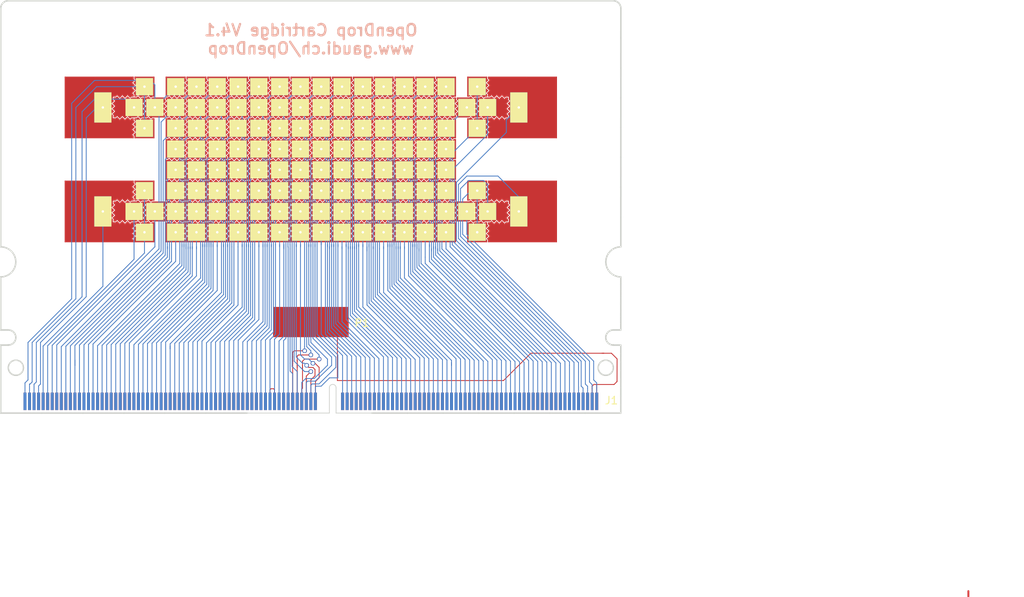
<source format=kicad_pcb>
(kicad_pcb (version 20171130) (host pcbnew 5.1.5+dfsg1-2build2)
  (layers (0 F.Cu signal) (31 B.Cu signal) (34 B.Paste user) (35 F.Paste user) (36 B.SilkS user) (37 F.SilkS user) (38 B.Mask user) (39 F.Mask user) (44 Edge.Cuts user))
  (net 0 "")
  (net 1 "Net-(FLUXL_1_1-Pad1)")
  (net 2 "Net-(FLUXL_1_2-Pad1)")
  (net 3 "Net-(FLUXL_1_3-Pad1)")
  (net 4 "Net-(FLUXL_1_4-Pad1)")
  (net 5 "Net-(FLUXL_1_5-Pad1)")
  (net 6 "Net-(FLUXL_1_6-Pad1)")
  (net 7 "Net-(FLUXL_1_7-Pad1)")
  (net 8 "Net-(FLUXL_1_8-Pad1)")
  (net 9 "Net-(FLUXL_2_1-Pad1)")
  (net 10 "Net-(FLUXL_2_2-Pad1)")
  (net 11 "Net-(FLUXL_2_3-Pad1)")
  (net 12 "Net-(FLUXL_2_4-Pad1)")
  (net 13 "Net-(FLUXL_2_5-Pad1)")
  (net 14 "Net-(FLUXL_2_6-Pad1)")
  (net 15 "Net-(FLUXL_2_7-Pad1)")
  (net 16 "Net-(FLUXL_2_8-Pad1)")
  (net 17 "Net-(FLUXL_3_1-Pad1)")
  (net 18 "Net-(FLUXL_3_2-Pad1)")
  (net 19 "Net-(FLUXL_3_3-Pad1)")
  (net 20 "Net-(FLUXL_3_4-Pad1)")
  (net 21 "Net-(FLUXL_3_5-Pad1)")
  (net 22 "Net-(FLUXL_3_6-Pad1)")
  (net 23 "Net-(FLUXL_3_7-Pad1)")
  (net 24 "Net-(FLUXL_3_8-Pad1)")
  (net 25 "Net-(FLUXL_4_1-Pad1)")
  (net 26 "Net-(FLUXL_4_3-Pad1)")
  (net 27 "Net-(FLUXL_4_4-Pad1)")
  (net 28 "Net-(FLUXL_4_5-Pad1)")
  (net 29 "Net-(FLUXL_4_6-Pad1)")
  (net 30 "Net-(FLUXL_4_7-Pad1)")
  (net 31 "Net-(FLUXL_5_1-Pad1)")
  (net 32 "Net-(FLUXL_5_2-Pad1)")
  (net 33 "Net-(FLUXL_5_3-Pad1)")
  (net 34 "Net-(FLUXL_5_4-Pad1)")
  (net 35 "Net-(FLUXL_5_5-Pad1)")
  (net 36 "Net-(FLUXL_5_6-Pad1)")
  (net 37 "Net-(FLUXL_5_7-Pad1)")
  (net 38 "Net-(FLUXL_5_8-Pad1)")
  (net 39 "Net-(FLUXL_6_1-Pad1)")
  (net 40 "Net-(FLUXL_6_2-Pad1)")
  (net 41 "Net-(FLUXL_6_3-Pad1)")
  (net 42 "Net-(FLUXL_6_4-Pad1)")
  (net 43 "Net-(FLUXL_6_5-Pad1)")
  (net 44 "Net-(FLUXL_6_6-Pad1)")
  (net 45 "Net-(FLUXL_6_7-Pad1)")
  (net 46 "Net-(FLUXL_7_1-Pad1)")
  (net 47 "Net-(FLUXL_7_2-Pad1)")
  (net 48 "Net-(FLUXL_7_3-Pad1)")
  (net 49 "Net-(FLUXL_7_4-Pad1)")
  (net 50 "Net-(FLUXL_7_5-Pad1)")
  (net 51 "Net-(FLUXL_7_6-Pad1)")
  (net 52 "Net-(FLUXL_7_7-Pad1)")
  (net 53 "Net-(FLUXL_7_8-Pad1)")
  (net 54 "Net-(FLUXL_8_1-Pad1)")
  (net 55 "Net-(FLUXL_8_2-Pad1)")
  (net 56 "Net-(FLUXL_8_3-Pad1)")
  (net 57 "Net-(FLUXL_8_4-Pad1)")
  (net 58 "Net-(FLUXL_8_5-Pad1)")
  (net 59 "Net-(FLUXL_8_6-Pad1)")
  (net 60 "Net-(FLUXL_8_7-Pad1)")
  (net 61 "Net-(FLUXL_8_8-Pad1)")
  (net 62 "Net-(FLUXL_4_2-Pad1)")
  (net 63 "Net-(FLUXL_4_8-Pad1)")
  (net 64 "Net-(FLUXL_6_8-Pad1)")
  (net 65 "Net-(FLUXL_9_1-Pad1)")
  (net 66 "Net-(FLUXL_9_2-Pad1)")
  (net 67 "Net-(FLUXL_9_3-Pad1)")
  (net 68 "Net-(FLUXL_9_4-Pad1)")
  (net 69 "Net-(FLUXL_9_5-Pad1)")
  (net 70 "Net-(FLUXL_9_6-Pad1)")
  (net 71 "Net-(FLUXL_10_1-Pad1)")
  (net 72 "Net-(FLUXL_10_2-Pad1)")
  (net 73 "Net-(FLUXL_10_3-Pad1)")
  (net 74 "Net-(FLUXL_10_5-Pad1)")
  (net 75 "Net-(FLUXL_10_6-Pad1)")
  (net 76 "Net-(FLUXL_11_1-Pad1)")
  (net 77 "Net-(FLUXL_11_2-Pad1)")
  (net 78 "Net-(FLUXL_11_3-Pad1)")
  (net 79 "Net-(FLUXL_11_4-Pad1)")
  (net 80 "Net-(FLUXL_11_5-Pad1)")
  (net 81 "Net-(FLUXL_11_6-Pad1)")
  (net 82 "Net-(FLUXL_12_1-Pad1)")
  (net 83 "Net-(FLUXL_12_2-Pad1)")
  (net 84 "Net-(FLUXL_12_3-Pad1)")
  (net 85 "Net-(FLUXL_12_4-Pad1)")
  (net 86 "Net-(FLUXL_12_5-Pad1)")
  (net 87 "Net-(FLUXL_12_6-Pad1)")
  (net 88 "Net-(FLUXL_9_7-Pad1)")
  (net 89 "Net-(FLUXL_9_8-Pad1)")
  (net 90 "Net-(FLUXL_10_4-Pad1)")
  (net 91 "Net-(FLUXL_10_7-Pad1)")
  (net 92 "Net-(FLUXL_10_8-Pad1)")
  (net 93 "Net-(FLUXL_11_7-Pad1)")
  (net 94 "Net-(FLUXL_11_8-Pad1)")
  (net 95 "Net-(FLUXL_12_7-Pad1)")
  (net 96 "Net-(FLUXL_12_8-Pad1)")
  (net 97 "Net-(FLUXL_13_1-Pad1)")
  (net 98 "Net-(FLUXL_13_2-Pad1)")
  (net 99 "Net-(FLUXL_13_3-Pad1)")
  (net 100 "Net-(FLUXL_13_4-Pad1)")
  (net 101 "Net-(FLUXL_13_5-Pad1)")
  (net 102 "Net-(FLUXL_13_6-Pad1)")
  (net 103 "Net-(FLUXL_13_7-Pad1)")
  (net 104 "Net-(FLUXL_13_8-Pad1)")
  (net 105 "Net-(FLUXL_14_1-Pad1)")
  (net 106 "Net-(FLUXL_14_2-Pad1)")
  (net 107 "Net-(FLUXL_14_3-Pad1)")
  (net 108 "Net-(FLUXL_14_4-Pad1)")
  (net 109 "Net-(FLUXL_14_5-Pad1)")
  (net 110 "Net-(FLUXL_14_6-Pad1)")
  (net 111 "Net-(FLUXL_14_7-Pad1)")
  (net 112 "Net-(FLUXL_14_8-Pad1)")
  (net 113 "Net-(FLUXL_15_1-Pad1)")
  (net 114 "Net-(FLUXL_15_2-Pad1)")
  (net 115 "Net-(FLUXL_15_3-Pad1)")
  (net 116 "Net-(FLUXL_15_4-Pad1)")
  (net 117 "Net-(FLUXL_15_6-Pad1)")
  (net 118 "Net-(FLUXL_15_7-Pad1)")
  (net 119 "Net-(FLUXL_15_8-Pad1)")
  (net 120 "Net-(FLUXL_16_1-Pad1)")
  (net 121 "Net-(FLUXL_16_2-Pad1)")
  (net 122 "Net-(FLUXL_16_3-Pad1)")
  (net 123 "Net-(FLUXL_16_4-Pad1)")
  (net 124 "Net-(FLUXL_16_5-Pad1)")
  (net 125 "Net-(FLUXL_16_6-Pad1)")
  (net 126 "Net-(FLUXL_16_7-Pad1)")
  (net 127 "Net-(FLUXL_16_8-Pad1)")
  (net 128 "Net-(FLUXL_15_5-Pad1)")
  (net 129 V_GND)
  (net 130 "Net-(J1-Pad55)")
  (module GaudiLabsFootPrints:Mini_Dimm_Cartridge_244_ok (layer F.Cu) (at 100 133.04)
    (fp_text reference J1 (at 39.75 -1.665) (layer F.SilkS))
    (fp_text value Mini_Dimm_244)
    (pad 244 smd rect (at -37.8 -1.55) (size 0.4 2.3) (layers B.Cu B.Mask) (net 1 "Net-(FLUXL_1_1-Pad1)"))
    (pad 243 smd rect (at -37.2 -1.55) (size 0.4 2.3) (layers B.Cu B.Mask) (net 2 "Net-(FLUXL_1_2-Pad1)"))
    (pad 242 smd rect (at -36.6 -1.55) (size 0.4 2.3) (layers B.Cu B.Mask) (net 3 "Net-(FLUXL_1_3-Pad1)"))
    (pad 241 smd rect (at -36 -1.55) (size 0.4 2.3) (layers B.Cu B.Mask) (net 4 "Net-(FLUXL_1_4-Pad1)"))
    (pad 240 smd rect (at -35.4 -1.55) (size 0.4 2.3) (layers B.Cu B.Mask) (net 5 "Net-(FLUXL_1_5-Pad1)"))
    (pad 239 smd rect (at -34.8 -1.55) (size 0.4 2.3) (layers B.Cu B.Mask) (net 6 "Net-(FLUXL_1_6-Pad1)"))
    (pad 238 smd rect (at -34.2 -1.55) (size 0.4 2.3) (layers B.Cu B.Mask) (net 7 "Net-(FLUXL_1_7-Pad1)"))
    (pad 237 smd rect (at -33.6 -1.55) (size 0.4 2.3) (layers B.Cu B.Mask) (net 8 "Net-(FLUXL_1_8-Pad1)"))
    (pad 236 smd rect (at -33 -1.55) (size 0.4 2.3) (layers B.Cu B.Mask) (net 9 "Net-(FLUXL_2_1-Pad1)"))
    (pad 235 smd rect (at -32.4 -1.55) (size 0.4 2.3) (layers B.Cu B.Mask) (net 10 "Net-(FLUXL_2_2-Pad1)"))
    (pad 234 smd rect (at -31.8 -1.55) (size 0.4 2.3) (layers B.Cu B.Mask) (net 11 "Net-(FLUXL_2_3-Pad1)"))
    (pad 233 smd rect (at -31.2 -1.55) (size 0.4 2.3) (layers B.Cu B.Mask) (net 12 "Net-(FLUXL_2_4-Pad1)"))
    (pad 232 smd rect (at -30.6 -1.55) (size 0.4 2.3) (layers B.Cu B.Mask) (net 13 "Net-(FLUXL_2_5-Pad1)"))
    (pad 231 smd rect (at -30 -1.55) (size 0.4 2.3) (layers B.Cu B.Mask) (net 14 "Net-(FLUXL_2_6-Pad1)"))
    (pad 230 smd rect (at -29.4 -1.55) (size 0.4 2.3) (layers B.Cu B.Mask) (net 15 "Net-(FLUXL_2_7-Pad1)"))
    (pad 229 smd rect (at -28.8 -1.55) (size 0.4 2.3) (layers B.Cu B.Mask) (net 16 "Net-(FLUXL_2_8-Pad1)"))
    (pad 228 smd rect (at -28.2 -1.55) (size 0.4 2.3) (layers B.Cu B.Mask) (net 17 "Net-(FLUXL_3_1-Pad1)"))
    (pad 227 smd rect (at -27.6 -1.55) (size 0.4 2.3) (layers B.Cu B.Mask) (net 18 "Net-(FLUXL_3_2-Pad1)"))
    (pad 226 smd rect (at -27 -1.55) (size 0.4 2.3) (layers B.Cu B.Mask) (net 19 "Net-(FLUXL_3_3-Pad1)"))
    (pad 225 smd rect (at -26.4 -1.55) (size 0.4 2.3) (layers B.Cu B.Mask) (net 20 "Net-(FLUXL_3_4-Pad1)"))
    (pad 224 smd rect (at -25.8 -1.55) (size 0.4 2.3) (layers B.Cu B.Mask) (net 21 "Net-(FLUXL_3_5-Pad1)"))
    (pad 223 smd rect (at -25.2 -1.55) (size 0.4 2.3) (layers B.Cu B.Mask) (net 22 "Net-(FLUXL_3_6-Pad1)"))
    (pad 222 smd rect (at -24.6 -1.55) (size 0.4 2.3) (layers B.Cu B.Mask) (net 23 "Net-(FLUXL_3_7-Pad1)"))
    (pad 221 smd rect (at -24 -1.55) (size 0.4 2.3) (layers B.Cu B.Mask) (net 24 "Net-(FLUXL_3_8-Pad1)"))
    (pad 220 smd rect (at -23.4 -1.55) (size 0.4 2.3) (layers B.Cu B.Mask) (net 25 "Net-(FLUXL_4_1-Pad1)"))
    (pad 219 smd rect (at -22.8 -1.55) (size 0.4 2.3) (layers B.Cu B.Mask) (net 62 "Net-(FLUXL_4_2-Pad1)"))
    (pad 218 smd rect (at -22.2 -1.55) (size 0.4 2.3) (layers B.Cu B.Mask) (net 26 "Net-(FLUXL_4_3-Pad1)"))
    (pad 217 smd rect (at -21.6 -1.55) (size 0.4 2.3) (layers B.Cu B.Mask) (net 27 "Net-(FLUXL_4_4-Pad1)"))
    (pad 216 smd rect (at -21 -1.55) (size 0.4 2.3) (layers B.Cu B.Mask) (net 28 "Net-(FLUXL_4_5-Pad1)"))
    (pad 215 smd rect (at -20.4 -1.55) (size 0.4 2.3) (layers B.Cu B.Mask) (net 29 "Net-(FLUXL_4_6-Pad1)"))
    (pad 214 smd rect (at -19.8 -1.55) (size 0.4 2.3) (layers B.Cu B.Mask) (net 30 "Net-(FLUXL_4_7-Pad1)"))
    (pad 213 smd rect (at -19.2 -1.55) (size 0.4 2.3) (layers B.Cu B.Mask) (net 63 "Net-(FLUXL_4_8-Pad1)"))
    (pad 212 smd rect (at -18.6 -1.55) (size 0.4 2.3) (layers B.Cu B.Mask) (net 31 "Net-(FLUXL_5_1-Pad1)"))
    (pad 211 smd rect (at -18 -1.55) (size 0.4 2.3) (layers B.Cu B.Mask) (net 32 "Net-(FLUXL_5_2-Pad1)"))
    (pad 210 smd rect (at -17.4 -1.55) (size 0.4 2.3) (layers B.Cu B.Mask) (net 33 "Net-(FLUXL_5_3-Pad1)"))
    (pad 209 smd rect (at -16.8 -1.55) (size 0.4 2.3) (layers B.Cu B.Mask) (net 34 "Net-(FLUXL_5_4-Pad1)"))
    (pad 208 smd rect (at -16.2 -1.55) (size 0.4 2.3) (layers B.Cu B.Mask) (net 35 "Net-(FLUXL_5_5-Pad1)"))
    (pad 207 smd rect (at -15.6 -1.55) (size 0.4 2.3) (layers B.Cu B.Mask) (net 36 "Net-(FLUXL_5_6-Pad1)"))
    (pad 206 smd rect (at -15 -1.55) (size 0.4 2.3) (layers B.Cu B.Mask) (net 37 "Net-(FLUXL_5_7-Pad1)"))
    (pad 205 smd rect (at -14.4 -1.55) (size 0.4 2.3) (layers B.Cu B.Mask) (net 38 "Net-(FLUXL_5_8-Pad1)"))
    (pad 204 smd rect (at -13.8 -1.55) (size 0.4 2.3) (layers B.Cu B.Mask) (net 39 "Net-(FLUXL_6_1-Pad1)"))
    (pad 203 smd rect (at -13.2 -1.55) (size 0.4 2.3) (layers B.Cu B.Mask) (net 40 "Net-(FLUXL_6_2-Pad1)"))
    (pad 202 smd rect (at -12.6 -1.55) (size 0.4 2.3) (layers B.Cu B.Mask) (net 41 "Net-(FLUXL_6_3-Pad1)"))
    (pad 201 smd rect (at -12 -1.55) (size 0.4 2.3) (layers B.Cu B.Mask) (net 42 "Net-(FLUXL_6_4-Pad1)"))
    (pad 200 smd rect (at -11.4 -1.55) (size 0.4 2.3) (layers B.Cu B.Mask) (net 43 "Net-(FLUXL_6_5-Pad1)"))
    (pad 199 smd rect (at -10.8 -1.55) (size 0.4 2.3) (layers B.Cu B.Mask) (net 44 "Net-(FLUXL_6_6-Pad1)"))
    (pad 198 smd rect (at -10.2 -1.55) (size 0.4 2.3) (layers B.Cu B.Mask) (net 45 "Net-(FLUXL_6_7-Pad1)"))
    (pad 197 smd rect (at -9.6 -1.55) (size 0.4 2.3) (layers B.Cu B.Mask) (net 64 "Net-(FLUXL_6_8-Pad1)"))
    (pad 196 smd rect (at -9 -1.55) (size 0.4 2.3) (layers B.Cu B.Mask) (net 46 "Net-(FLUXL_7_1-Pad1)"))
    (pad 195 smd rect (at -8.4 -1.55) (size 0.4 2.3) (layers B.Cu B.Mask) (net 47 "Net-(FLUXL_7_2-Pad1)"))
    (pad 194 smd rect (at -7.8 -1.55) (size 0.4 2.3) (layers B.Cu B.Mask) (net 48 "Net-(FLUXL_7_3-Pad1)"))
    (pad 193 smd rect (at -7.2 -1.55) (size 0.4 2.3) (layers B.Cu B.Mask) (net 49 "Net-(FLUXL_7_4-Pad1)"))
    (pad 192 smd rect (at -6.6 -1.55) (size 0.4 2.3) (layers B.Cu B.Mask) (net 50 "Net-(FLUXL_7_5-Pad1)"))
    (pad 191 smd rect (at -6 -1.55) (size 0.4 2.3) (layers B.Cu B.Mask) (net 51 "Net-(FLUXL_7_6-Pad1)"))
    (pad 190 smd rect (at -5.4 -1.55) (size 0.4 2.3) (layers B.Cu B.Mask) (net 52 "Net-(FLUXL_7_7-Pad1)"))
    (pad 189 smd rect (at -4.8 -1.55) (size 0.4 2.3) (layers B.Cu B.Mask) (net 53 "Net-(FLUXL_7_8-Pad1)"))
    (pad 188 smd rect (at -4.2 -1.55) (size 0.4 2.3) (layers B.Cu B.Mask) (net 54 "Net-(FLUXL_8_1-Pad1)"))
    (pad 187 smd rect (at -3.6 -1.55) (size 0.4 2.3) (layers B.Cu B.Mask) (net 55 "Net-(FLUXL_8_2-Pad1)"))
    (pad 186 smd rect (at -3 -1.55) (size 0.4 2.3) (layers B.Cu B.Mask) (net 56 "Net-(FLUXL_8_3-Pad1)"))
    (pad 185 smd rect (at -2.4 -1.55) (size 0.4 2.3) (layers B.Cu B.Mask) (net 57 "Net-(FLUXL_8_4-Pad1)"))
    (pad 184 smd rect (at -1.8 -1.55) (size 0.4 2.3) (layers B.Cu B.Mask) (net 58 "Net-(FLUXL_8_5-Pad1)"))
    (pad 183 smd rect (at -1.2 -1.55) (size 0.4 2.3) (layers B.Cu B.Mask) (net 68 "Net-(FLUXL_9_4-Pad1)"))
    (pad 182 smd rect (at -0.6 -1.55) (size 0.4 2.3) (layers B.Cu B.Mask) (net 69 "Net-(FLUXL_9_5-Pad1)"))
    (pad 181 smd rect (at 0 -1.55) (size 0.4 2.3) (layers B.Cu B.Mask) (net 70 "Net-(FLUXL_9_6-Pad1)"))
    (pad 180 smd rect (at 0.6 -1.55) (size 0.4 2.3) (layers B.Cu B.Mask) (net 88 "Net-(FLUXL_9_7-Pad1)"))
    (pad 179 smd rect (at 4.2 -1.55) (size 0.4 2.3) (layers B.Cu B.Mask) (net 89 "Net-(FLUXL_9_8-Pad1)"))
    (pad 178 smd rect (at 4.8 -1.55) (size 0.4 2.3) (layers B.Cu B.Mask) (net 71 "Net-(FLUXL_10_1-Pad1)"))
    (pad 177 smd rect (at 5.4 -1.55) (size 0.4 2.3) (layers B.Cu B.Mask) (net 72 "Net-(FLUXL_10_2-Pad1)"))
    (pad 176 smd rect (at 6 -1.55) (size 0.4 2.3) (layers B.Cu B.Mask) (net 73 "Net-(FLUXL_10_3-Pad1)"))
    (pad 175 smd rect (at 6.6 -1.55) (size 0.4 2.3) (layers B.Cu B.Mask) (net 90 "Net-(FLUXL_10_4-Pad1)"))
    (pad 174 smd rect (at 7.2 -1.55) (size 0.4 2.3) (layers B.Cu B.Mask) (net 74 "Net-(FLUXL_10_5-Pad1)"))
    (pad 173 smd rect (at 7.8 -1.55) (size 0.4 2.3) (layers B.Cu B.Mask) (net 75 "Net-(FLUXL_10_6-Pad1)"))
    (pad 172 smd rect (at 8.4 -1.55) (size 0.4 2.3) (layers B.Cu B.Mask) (net 91 "Net-(FLUXL_10_7-Pad1)"))
    (pad 171 smd rect (at 9 -1.55) (size 0.4 2.3) (layers B.Cu B.Mask) (net 92 "Net-(FLUXL_10_8-Pad1)"))
    (pad 170 smd rect (at 9.6 -1.55) (size 0.4 2.3) (layers B.Cu B.Mask) (net 76 "Net-(FLUXL_11_1-Pad1)"))
    (pad 169 smd rect (at 10.2 -1.55) (size 0.4 2.3) (layers B.Cu B.Mask) (net 77 "Net-(FLUXL_11_2-Pad1)"))
    (pad 168 smd rect (at 10.8 -1.55) (size 0.4 2.3) (layers B.Cu B.Mask) (net 78 "Net-(FLUXL_11_3-Pad1)"))
    (pad 167 smd rect (at 11.4 -1.55) (size 0.4 2.3) (layers B.Cu B.Mask) (net 79 "Net-(FLUXL_11_4-Pad1)"))
    (pad 166 smd rect (at 12 -1.55) (size 0.4 2.3) (layers B.Cu B.Mask) (net 80 "Net-(FLUXL_11_5-Pad1)"))
    (pad 165 smd rect (at 12.6 -1.55) (size 0.4 2.3) (layers B.Cu B.Mask) (net 81 "Net-(FLUXL_11_6-Pad1)"))
    (pad 164 smd rect (at 13.2 -1.55) (size 0.4 2.3) (layers B.Cu B.Mask) (net 93 "Net-(FLUXL_11_7-Pad1)"))
    (pad 163 smd rect (at 13.8 -1.55) (size 0.4 2.3) (layers B.Cu B.Mask) (net 94 "Net-(FLUXL_11_8-Pad1)"))
    (pad 162 smd rect (at 14.4 -1.55) (size 0.4 2.3) (layers B.Cu B.Mask) (net 82 "Net-(FLUXL_12_1-Pad1)"))
    (pad 161 smd rect (at 15 -1.55) (size 0.4 2.3) (layers B.Cu B.Mask) (net 83 "Net-(FLUXL_12_2-Pad1)"))
    (pad 160 smd rect (at 15.6 -1.55) (size 0.4 2.3) (layers B.Cu B.Mask) (net 84 "Net-(FLUXL_12_3-Pad1)"))
    (pad 159 smd rect (at 16.2 -1.55) (size 0.4 2.3) (layers B.Cu B.Mask) (net 85 "Net-(FLUXL_12_4-Pad1)"))
    (pad 158 smd rect (at 16.8 -1.55) (size 0.4 2.3) (layers B.Cu B.Mask) (net 86 "Net-(FLUXL_12_5-Pad1)"))
    (pad 157 smd rect (at 17.4 -1.55) (size 0.4 2.3) (layers B.Cu B.Mask) (net 87 "Net-(FLUXL_12_6-Pad1)"))
    (pad 156 smd rect (at 18 -1.55) (size 0.4 2.3) (layers B.Cu B.Mask) (net 95 "Net-(FLUXL_12_7-Pad1)"))
    (pad 155 smd rect (at 18.6 -1.55) (size 0.4 2.3) (layers B.Cu B.Mask) (net 96 "Net-(FLUXL_12_8-Pad1)"))
    (pad 154 smd rect (at 19.2 -1.55) (size 0.4 2.3) (layers B.Cu B.Mask) (net 97 "Net-(FLUXL_13_1-Pad1)"))
    (pad 153 smd rect (at 19.8 -1.55) (size 0.4 2.3) (layers B.Cu B.Mask) (net 98 "Net-(FLUXL_13_2-Pad1)"))
    (pad 152 smd rect (at 20.4 -1.55) (size 0.4 2.3) (layers B.Cu B.Mask) (net 99 "Net-(FLUXL_13_3-Pad1)"))
    (pad 151 smd rect (at 21 -1.55) (size 0.4 2.3) (layers B.Cu B.Mask) (net 100 "Net-(FLUXL_13_4-Pad1)"))
    (pad 150 smd rect (at 21.6 -1.55) (size 0.4 2.3) (layers B.Cu B.Mask) (net 101 "Net-(FLUXL_13_5-Pad1)"))
    (pad 149 smd rect (at 22.2 -1.55) (size 0.4 2.3) (layers B.Cu B.Mask) (net 102 "Net-(FLUXL_13_6-Pad1)"))
    (pad 148 smd rect (at 22.8 -1.55) (size 0.4 2.3) (layers B.Cu B.Mask) (net 103 "Net-(FLUXL_13_7-Pad1)"))
    (pad 147 smd rect (at 23.4 -1.55) (size 0.4 2.3) (layers B.Cu B.Mask) (net 104 "Net-(FLUXL_13_8-Pad1)"))
    (pad 146 smd rect (at 24 -1.55) (size 0.4 2.3) (layers B.Cu B.Mask) (net 105 "Net-(FLUXL_14_1-Pad1)"))
    (pad 145 smd rect (at 24.6 -1.55) (size 0.4 2.3) (layers B.Cu B.Mask) (net 106 "Net-(FLUXL_14_2-Pad1)"))
    (pad 144 smd rect (at 25.2 -1.55) (size 0.4 2.3) (layers B.Cu B.Mask) (net 107 "Net-(FLUXL_14_3-Pad1)"))
    (pad 143 smd rect (at 25.8 -1.55) (size 0.4 2.3) (layers B.Cu B.Mask) (net 108 "Net-(FLUXL_14_4-Pad1)"))
    (pad 142 smd rect (at 26.4 -1.55) (size 0.4 2.3) (layers B.Cu B.Mask) (net 109 "Net-(FLUXL_14_5-Pad1)"))
    (pad 141 smd rect (at 27 -1.55) (size 0.4 2.3) (layers B.Cu B.Mask) (net 110 "Net-(FLUXL_14_6-Pad1)"))
    (pad 140 smd rect (at 27.6 -1.55) (size 0.4 2.3) (layers B.Cu B.Mask) (net 111 "Net-(FLUXL_14_7-Pad1)"))
    (pad 139 smd rect (at 28.2 -1.55) (size 0.4 2.3) (layers B.Cu B.Mask) (net 112 "Net-(FLUXL_14_8-Pad1)"))
    (pad 138 smd rect (at 28.8 -1.55) (size 0.4 2.3) (layers B.Cu B.Mask) (net 113 "Net-(FLUXL_15_1-Pad1)"))
    (pad 137 smd rect (at 29.4 -1.55) (size 0.4 2.3) (layers B.Cu B.Mask) (net 114 "Net-(FLUXL_15_2-Pad1)"))
    (pad 136 smd rect (at 30 -1.55) (size 0.4 2.3) (layers B.Cu B.Mask) (net 115 "Net-(FLUXL_15_3-Pad1)"))
    (pad 135 smd rect (at 30.6 -1.55) (size 0.4 2.3) (layers B.Cu B.Mask) (net 116 "Net-(FLUXL_15_4-Pad1)"))
    (pad 134 smd rect (at 31.2 -1.55) (size 0.4 2.3) (layers B.Cu B.Mask) (net 128 "Net-(FLUXL_15_5-Pad1)"))
    (pad 133 smd rect (at 31.8 -1.55) (size 0.4 2.3) (layers B.Cu B.Mask) (net 117 "Net-(FLUXL_15_6-Pad1)"))
    (pad 132 smd rect (at 32.4 -1.55) (size 0.4 2.3) (layers B.Cu B.Mask) (net 118 "Net-(FLUXL_15_7-Pad1)"))
    (pad 131 smd rect (at 33 -1.55) (size 0.4 2.3) (layers B.Cu B.Mask) (net 119 "Net-(FLUXL_15_8-Pad1)"))
    (pad 130 smd rect (at 33.6 -1.55) (size 0.4 2.3) (layers B.Cu B.Mask) (net 120 "Net-(FLUXL_16_1-Pad1)"))
    (pad 129 smd rect (at 34.2 -1.55) (size 0.4 2.3) (layers B.Cu B.Mask) (net 121 "Net-(FLUXL_16_2-Pad1)"))
    (pad 128 smd rect (at 34.8 -1.55) (size 0.4 2.3) (layers B.Cu B.Mask) (net 122 "Net-(FLUXL_16_3-Pad1)"))
    (pad 127 smd rect (at 35.4 -1.55) (size 0.4 2.3) (layers B.Cu B.Mask) (net 123 "Net-(FLUXL_16_4-Pad1)"))
    (pad 126 smd rect (at 36 -1.55) (size 0.4 2.3) (layers B.Cu B.Mask) (net 124 "Net-(FLUXL_16_5-Pad1)"))
    (pad 125 smd rect (at 36.6 -1.55) (size 0.4 2.3) (layers B.Cu B.Mask) (net 125 "Net-(FLUXL_16_6-Pad1)"))
    (pad 124 smd rect (at 37.2 -1.55) (size 0.4 2.3) (layers B.Cu B.Mask) (net 126 "Net-(FLUXL_16_7-Pad1)"))
    (pad 123 smd rect (at 37.8 -1.55) (size 0.4 2.3) (layers B.Cu B.Mask) (net 127 "Net-(FLUXL_16_8-Pad1)"))
    (pad 122 smd rect (at 37.8 -1.55) (size 0.4 2.3) (layers F.Cu F.Mask) (net 129 V_GND))
    (pad 121 smd rect (at 37.2 -1.55) (size 0.4 2.3) (layers F.Cu F.Mask) (net 129 V_GND))
    (pad 120 smd rect (at 36.6 -1.55) (size 0.4 2.3) (layers F.Cu F.Mask))
    (pad 119 smd rect (at 36 -1.55) (size 0.4 2.3) (layers F.Cu F.Mask))
    (pad 118 smd rect (at 35.4 -1.55) (size 0.4 2.3) (layers F.Cu F.Mask))
    (pad 117 smd rect (at 34.8 -1.55) (size 0.4 2.3) (layers F.Cu F.Mask))
    (pad 116 smd rect (at 34.2 -1.55) (size 0.4 2.3) (layers F.Cu F.Mask))
    (pad 115 smd rect (at 33.6 -1.55) (size 0.4 2.3) (layers F.Cu F.Mask))
    (pad 114 smd rect (at 33 -1.55) (size 0.4 2.3) (layers F.Cu F.Mask))
    (pad 113 smd rect (at 32.4 -1.55) (size 0.4 2.3) (layers F.Cu F.Mask))
    (pad 112 smd rect (at 31.8 -1.55) (size 0.4 2.3) (layers F.Cu F.Mask))
    (pad 111 smd rect (at 31.2 -1.55) (size 0.4 2.3) (layers F.Cu F.Mask))
    (pad 110 smd rect (at 30.6 -1.55) (size 0.4 2.3) (layers F.Cu F.Mask))
    (pad 109 smd rect (at 30 -1.55) (size 0.4 2.3) (layers F.Cu F.Mask))
    (pad 108 smd rect (at 29.4 -1.55) (size 0.4 2.3) (layers F.Cu F.Mask))
    (pad 107 smd rect (at 28.8 -1.55) (size 0.4 2.3) (layers F.Cu F.Mask))
    (pad 106 smd rect (at 28.2 -1.55) (size 0.4 2.3) (layers F.Cu F.Mask))
    (pad 105 smd rect (at 27.6 -1.55) (size 0.4 2.3) (layers F.Cu F.Mask))
    (pad 104 smd rect (at 27 -1.55) (size 0.4 2.3) (layers F.Cu F.Mask))
    (pad 103 smd rect (at 26.4 -1.55) (size 0.4 2.3) (layers F.Cu F.Mask))
    (pad 102 smd rect (at 25.8 -1.55) (size 0.4 2.3) (layers F.Cu F.Mask))
    (pad 101 smd rect (at 25.2 -1.55) (size 0.4 2.3) (layers F.Cu F.Mask))
    (pad 100 smd rect (at 24.6 -1.55) (size 0.4 2.3) (layers F.Cu F.Mask))
    (pad 99 smd rect (at 24 -1.55) (size 0.4 2.3) (layers F.Cu F.Mask))
    (pad 98 smd rect (at 23.4 -1.55) (size 0.4 2.3) (layers F.Cu F.Mask))
    (pad 97 smd rect (at 22.8 -1.55) (size 0.4 2.3) (layers F.Cu F.Mask))
    (pad 96 smd rect (at 22.2 -1.55) (size 0.4 2.3) (layers F.Cu F.Mask))
    (pad 95 smd rect (at 21.6 -1.55) (size 0.4 2.3) (layers F.Cu F.Mask))
    (pad 94 smd rect (at 21 -1.55) (size 0.4 2.3) (layers F.Cu F.Mask))
    (pad 93 smd rect (at 20.4 -1.55) (size 0.4 2.3) (layers F.Cu F.Mask))
    (pad 92 smd rect (at 19.8 -1.55) (size 0.4 2.3) (layers F.Cu F.Mask))
    (pad 91 smd rect (at 19.2 -1.55) (size 0.4 2.3) (layers F.Cu F.Mask))
    (pad 90 smd rect (at 18.6 -1.55) (size 0.4 2.3) (layers F.Cu F.Mask))
    (pad 89 smd rect (at 18 -1.55) (size 0.4 2.3) (layers F.Cu F.Mask))
    (pad 88 smd rect (at 17.4 -1.55) (size 0.4 2.3) (layers F.Cu F.Mask))
    (pad 87 smd rect (at 16.8 -1.55) (size 0.4 2.3) (layers F.Cu F.Mask))
    (pad 86 smd rect (at 16.2 -1.55) (size 0.4 2.3) (layers F.Cu F.Mask))
    (pad 85 smd rect (at 15.6 -1.55) (size 0.4 2.3) (layers F.Cu F.Mask))
    (pad 84 smd rect (at 15 -1.55) (size 0.4 2.3) (layers F.Cu F.Mask))
    (pad 83 smd rect (at 14.4 -1.55) (size 0.4 2.3) (layers F.Cu F.Mask))
    (pad 82 smd rect (at 13.8 -1.55) (size 0.4 2.3) (layers F.Cu F.Mask))
    (pad 81 smd rect (at 13.2 -1.55) (size 0.4 2.3) (layers F.Cu F.Mask))
    (pad 80 smd rect (at 12.6 -1.55) (size 0.4 2.3) (layers F.Cu F.Mask))
    (pad 79 smd rect (at 12 -1.55) (size 0.4 2.3) (layers F.Cu F.Mask))
    (pad 78 smd rect (at 11.4 -1.55) (size 0.4 2.3) (layers F.Cu F.Mask))
    (pad 77 smd rect (at 10.8 -1.55) (size 0.4 2.3) (layers F.Cu F.Mask))
    (pad 76 smd rect (at 10.2 -1.55) (size 0.4 2.3) (layers F.Cu F.Mask))
    (pad 75 smd rect (at 9.6 -1.55) (size 0.4 2.3) (layers F.Cu F.Mask))
    (pad 74 smd rect (at 9 -1.55) (size 0.4 2.3) (layers F.Cu F.Mask))
    (pad 73 smd rect (at 8.4 -1.55) (size 0.4 2.3) (layers F.Cu F.Mask))
    (pad 72 smd rect (at 7.8 -1.55) (size 0.4 2.3) (layers F.Cu F.Mask))
    (pad 71 smd rect (at 7.2 -1.55) (size 0.4 2.3) (layers F.Cu F.Mask))
    (pad 70 smd rect (at 6.6 -1.55) (size 0.4 2.3) (layers F.Cu F.Mask))
    (pad 69 smd rect (at 6 -1.55) (size 0.4 2.3) (layers F.Cu F.Mask))
    (pad 68 smd rect (at 5.4 -1.55) (size 0.4 2.3) (layers F.Cu F.Mask))
    (pad 67 smd rect (at 4.8 -1.55) (size 0.4 2.3) (layers F.Cu F.Mask))
    (pad 66 smd rect (at 4.2 -1.55) (size 0.4 2.3) (layers F.Cu F.Mask))
    (pad 65 smd rect (at 0.6 -1.55) (size 0.4 2.3) (layers F.Cu F.Mask) (net 61 "Net-(FLUXL_8_8-Pad1)"))
    (pad 64 smd rect (at 0 -1.55) (size 0.4 2.3) (layers F.Cu F.Mask) (net 60 "Net-(FLUXL_8_7-Pad1)"))
    (pad 63 smd rect (at -0.6 -1.55) (size 0.4 2.3) (layers F.Cu F.Mask) (net 59 "Net-(FLUXL_8_6-Pad1)"))
    (pad 62 smd rect (at -1.2 -1.55) (size 0.4 2.3) (layers F.Cu F.Mask) (net 67 "Net-(FLUXL_9_3-Pad1)"))
    (pad 61 smd rect (at -1.8 -1.55) (size 0.4 2.3) (layers F.Cu F.Mask) (net 66 "Net-(FLUXL_9_2-Pad1)"))
    (pad 60 smd rect (at -2.4 -1.55) (size 0.4 2.3) (layers F.Cu F.Mask) (net 65 "Net-(FLUXL_9_1-Pad1)"))
    (pad 59 smd rect (at -3 -1.55) (size 0.4 2.3) (layers F.Cu F.Mask))
    (pad 58 smd rect (at -3.6 -1.55) (size 0.4 2.3) (layers F.Cu F.Mask))
    (pad 57 smd rect (at -4.2 -1.55) (size 0.4 2.3) (layers F.Cu F.Mask))
    (pad 56 smd rect (at -4.8 -1.55) (size 0.4 2.3) (layers F.Cu F.Mask) (net 130 "Net-(J1-Pad55)"))
    (pad 55 smd rect (at -5.4 -1.55) (size 0.4 2.3) (layers F.Cu F.Mask) (net 130 "Net-(J1-Pad55)"))
    (pad 54 smd rect (at -6 -1.55) (size 0.4 2.3) (layers F.Cu F.Mask))
    (pad 53 smd rect (at -6.6 -1.55) (size 0.4 2.3) (layers F.Cu F.Mask))
    (pad 52 smd rect (at -7.2 -1.55) (size 0.4 2.3) (layers F.Cu F.Mask))
    (pad 51 smd rect (at -7.8 -1.55) (size 0.4 2.3) (layers F.Cu F.Mask))
    (pad 50 smd rect (at -8.4 -1.55) (size 0.4 2.3) (layers F.Cu F.Mask))
    (pad 49 smd rect (at -9 -1.55) (size 0.4 2.3) (layers F.Cu F.Mask))
    (pad 48 smd rect (at -9.6 -1.55) (size 0.4 2.3) (layers F.Cu F.Mask))
    (pad 47 smd rect (at -10.2 -1.55) (size 0.4 2.3) (layers F.Cu F.Mask))
    (pad 46 smd rect (at -10.8 -1.55) (size 0.4 2.3) (layers F.Cu F.Mask))
    (pad 45 smd rect (at -11.4 -1.55) (size 0.4 2.3) (layers F.Cu F.Mask))
    (pad 44 smd rect (at -12 -1.55) (size 0.4 2.3) (layers F.Cu F.Mask))
    (pad 43 smd rect (at -12.6 -1.55) (size 0.4 2.3) (layers F.Cu F.Mask))
    (pad 42 smd rect (at -13.2 -1.55) (size 0.4 2.3) (layers F.Cu F.Mask))
    (pad 41 smd rect (at -13.8 -1.55) (size 0.4 2.3) (layers F.Cu F.Mask))
    (pad 40 smd rect (at -14.4 -1.55) (size 0.4 2.3) (layers F.Cu F.Mask))
    (pad 39 smd rect (at -15 -1.55) (size 0.4 2.3) (layers F.Cu F.Mask))
    (pad 38 smd rect (at -15.6 -1.55) (size 0.4 2.3) (layers F.Cu F.Mask))
    (pad 37 smd rect (at -16.2 -1.55) (size 0.4 2.3) (layers F.Cu F.Mask))
    (pad 36 smd rect (at -16.8 -1.55) (size 0.4 2.3) (layers F.Cu F.Mask))
    (pad 35 smd rect (at -17.4 -1.55) (size 0.4 2.3) (layers F.Cu F.Mask))
    (pad 34 smd rect (at -18 -1.55) (size 0.4 2.3) (layers F.Cu F.Mask))
    (pad 33 smd rect (at -18.6 -1.55) (size 0.4 2.3) (layers F.Cu F.Mask))
    (pad 32 smd rect (at -19.2 -1.55) (size 0.4 2.3) (layers F.Cu F.Mask))
    (pad 31 smd rect (at -19.8 -1.55) (size 0.4 2.3) (layers F.Cu F.Mask))
    (pad 30 smd rect (at -20.4 -1.55) (size 0.4 2.3) (layers F.Cu F.Mask))
    (pad 29 smd rect (at -21 -1.55) (size 0.4 2.3) (layers F.Cu F.Mask))
    (pad 28 smd rect (at -21.6 -1.55) (size 0.4 2.3) (layers F.Cu F.Mask))
    (pad 27 smd rect (at -22.2 -1.55) (size 0.4 2.3) (layers F.Cu F.Mask))
    (pad 26 smd rect (at -22.8 -1.55) (size 0.4 2.3) (layers F.Cu F.Mask))
    (pad 25 smd rect (at -23.4 -1.55) (size 0.4 2.3) (layers F.Cu F.Mask))
    (pad 24 smd rect (at -24 -1.55) (size 0.4 2.3) (layers F.Cu F.Mask))
    (pad 23 smd rect (at -24.6 -1.55) (size 0.4 2.3) (layers F.Cu F.Mask))
    (pad 22 smd rect (at -25.2 -1.55) (size 0.4 2.3) (layers F.Cu F.Mask))
    (pad 21 smd rect (at -25.8 -1.55) (size 0.4 2.3) (layers F.Cu F.Mask))
    (pad 20 smd rect (at -26.4 -1.55) (size 0.4 2.3) (layers F.Cu F.Mask))
    (pad 19 smd rect (at -27 -1.55) (size 0.4 2.3) (layers F.Cu F.Mask))
    (pad 18 smd rect (at -27.6 -1.55) (size 0.4 2.3) (layers F.Cu F.Mask))
    (pad 17 smd rect (at -28.2 -1.55) (size 0.4 2.3) (layers F.Cu F.Mask))
    (pad 16 smd rect (at -28.8 -1.55) (size 0.4 2.3) (layers F.Cu F.Mask))
    (pad 15 smd rect (at -29.4 -1.55) (size 0.4 2.3) (layers F.Cu F.Mask))
    (pad 14 smd rect (at -30 -1.55) (size 0.4 2.3) (layers F.Cu F.Mask))
    (pad 13 smd rect (at -30.6 -1.55) (size 0.4 2.3) (layers F.Cu F.Mask))
    (pad 12 smd rect (at -31.2 -1.55) (size 0.4 2.3) (layers F.Cu F.Mask))
    (pad 11 smd rect (at -31.8 -1.55) (size 0.4 2.3) (layers F.Cu F.Mask))
    (pad 10 smd rect (at -32.4 -1.55) (size 0.4 2.3) (layers F.Cu F.Mask))
    (pad 9 smd rect (at -33 -1.55) (size 0.4 2.3) (layers F.Cu F.Mask))
    (pad 8 smd rect (at -33.6 -1.55) (size 0.4 2.3) (layers F.Cu F.Mask))
    (pad 7 smd rect (at -34.2 -1.55) (size 0.4 2.3) (layers F.Cu F.Mask))
    (pad 6 smd rect (at -34.8 -1.55) (size 0.4 2.3) (layers F.Cu F.Mask))
    (pad 5 smd rect (at -35.4 -1.55) (size 0.4 2.3) (layers F.Cu F.Mask))
    (pad 4 smd rect (at -36 -1.55) (size 0.4 2.3) (layers F.Cu F.Mask))
    (pad 3 smd rect (at -36.6 -1.55) (size 0.4 2.3) (layers F.Cu F.Mask))
    (pad 2 smd rect (at -37.2 -1.55) (size 0.4 2.3) (layers F.Cu F.Mask))
    (pad 1 smd rect (at -37.8 -1.55) (size 0.4 2.3) (layers F.Cu F.Mask))
    (pad "" np_thru_hole circle (at -39 -6) (size 1.8 1.8) (drill 1.8) (layers *.Cu *.Mask))
    (pad "" np_thru_hole circle (at 39 -6) (size 1.8 1.8) (drill 1.8) (layers *.Cu *.Mask))
  )
  (module GaudiLabsFootPrints:FLUXPAD_2_75_4MIL_4_5 (layer F.Cu) (at 82.125 92.625)
    (fp_text reference FLUXL_2_2 hide)
    (fp_text value FX hide)
    (fp_line (start 1.17 0.39) (end 1.3 0.52) (layer F.Cu) (width 0.15))
    (fp_line (start 1.3 0.52) (end 1.17 0.64) (layer F.Cu) (width 0.15))
    (fp_line (start 1.17 0.64) (end 1.17 0.39) (layer F.Cu) (width 0.15))
    (fp_line (start 1.16 -0.3) (end 1.29 -0.17) (layer F.Cu) (width 0.15))
    (fp_line (start 1.29 -0.17) (end 1.16 -0.05) (layer F.Cu) (width 0.15))
    (fp_line (start 1.16 -0.05) (end 1.16 -0.3) (layer F.Cu) (width 0.15))
    (fp_line (start 1.07 -1.17) (end 1.18 -1.17) (layer F.Cu) (width 0.15))
    (fp_line (start 1.18 -1.17) (end 1.17 -0.72) (layer F.Cu) (width 0.15))
    (fp_line (start 1.17 -0.72) (end 1.27 -0.88) (layer F.Cu) (width 0.15))
    (fp_line (start -1.17 -0.39) (end -1.3 -0.52) (layer F.Cu) (width 0.15))
    (fp_line (start -1.3 -0.52) (end -1.17 -0.64) (layer F.Cu) (width 0.15))
    (fp_line (start -1.17 -0.64) (end -1.17 -0.39) (layer F.Cu) (width 0.15))
    (fp_line (start -1.16 0.3) (end -1.29 0.17) (layer F.Cu) (width 0.15))
    (fp_line (start -1.29 0.17) (end -1.16 0.05) (layer F.Cu) (width 0.15))
    (fp_line (start -1.16 0.05) (end -1.16 0.3) (layer F.Cu) (width 0.15))
    (fp_line (start -1.07 1.17) (end -1.18 1.17) (layer F.Cu) (width 0.15))
    (fp_line (start -1.18 1.17) (end -1.17 0.72) (layer F.Cu) (width 0.15))
    (fp_line (start -1.17 0.72) (end -1.27 0.88) (layer F.Cu) (width 0.15))
    (fp_line (start -0.39 1.17) (end -0.52 1.3) (layer F.Cu) (width 0.15))
    (fp_line (start -0.52 1.3) (end -0.64 1.17) (layer F.Cu) (width 0.15))
    (fp_line (start -0.64 1.17) (end -0.39 1.17) (layer F.Cu) (width 0.15))
    (fp_line (start 0.3 1.16) (end 0.17 1.29) (layer F.Cu) (width 0.15))
    (fp_line (start 0.17 1.29) (end 0.05 1.16) (layer F.Cu) (width 0.15))
    (fp_line (start 0.05 1.16) (end 0.3 1.16) (layer F.Cu) (width 0.15))
    (fp_line (start 1.17 1.07) (end 1.17 1.18) (layer F.Cu) (width 0.15))
    (fp_line (start 1.17 1.18) (end 0.72 1.17) (layer F.Cu) (width 0.15))
    (fp_line (start 0.72 1.17) (end 0.88 1.27) (layer F.Cu) (width 0.15))
    (fp_line (start 0.39 -1.17) (end 0.52 -1.3) (layer F.Cu) (width 0.15))
    (fp_line (start 0.52 -1.3) (end 0.64 -1.17) (layer F.Cu) (width 0.15))
    (fp_line (start 0.64 -1.17) (end 0.39 -1.17) (layer F.Cu) (width 0.15))
    (fp_line (start -0.3 -1.16) (end -0.17 -1.29) (layer F.Cu) (width 0.15))
    (fp_line (start -0.17 -1.29) (end -0.05 -1.16) (layer F.Cu) (width 0.15))
    (fp_line (start -0.05 -1.16) (end -0.3 -1.16) (layer F.Cu) (width 0.15))
    (fp_line (start -1.17 -1.07) (end -1.17 -1.18) (layer F.Cu) (width 0.15))
    (fp_line (start -1.17 -1.18) (end -0.72 -1.17) (layer F.Cu) (width 0.15))
    (fp_line (start -0.72 -1.17) (end -0.88 -1.27) (layer F.Cu) (width 0.15))
    (fp_line (start 1.411 -0.859) (end 1.275 -0.989) (layer F.Cu) (width 0.1))
    (fp_line (start 1.275 -0.989) (end 1.275 -1.275) (layer F.Cu) (width 0.1))
    (fp_line (start 1.275 -1.275) (end 1.074 -1.275) (layer F.Cu) (width 0.1))
    (fp_line (start 1.074 -1.275) (end 0.859 -1.051) (layer F.Cu) (width 0.1))
    (fp_line (start -1.411 0.859) (end -1.275 0.989) (layer F.Cu) (width 0.1))
    (fp_line (start -1.275 0.989) (end -1.275 1.275) (layer F.Cu) (width 0.1))
    (fp_line (start -1.275 1.275) (end -1.074 1.275) (layer F.Cu) (width 0.1))
    (fp_line (start -1.074 1.275) (end -0.859 1.051) (layer F.Cu) (width 0.1))
    (fp_line (start 0.859 1.411) (end 0.989 1.275) (layer F.Cu) (width 0.1))
    (fp_line (start 0.989 1.275) (end 1.275 1.275) (layer F.Cu) (width 0.1))
    (fp_line (start 1.275 1.275) (end 1.275 1.074) (layer F.Cu) (width 0.1))
    (fp_line (start 1.275 1.074) (end 1.051 0.859) (layer F.Cu) (width 0.1))
    (fp_line (start -0.859 -1.411) (end -0.989 -1.275) (layer F.Cu) (width 0.1))
    (fp_line (start -0.989 -1.275) (end -1.275 -1.275) (layer F.Cu) (width 0.1))
    (fp_line (start -1.275 -1.275) (end -1.275 -1.074) (layer F.Cu) (width 0.1))
    (fp_line (start -1.275 -1.074) (end -1.051 -0.859) (layer F.Cu) (width 0.1))
    (fp_line (start -0.859375 -1.411) (end -0.515625 -1.051) (layer F.Cu) (width 0.1))
    (fp_line (start 0.859375 1.411) (end 0.515625 1.051) (layer F.Cu) (width 0.1))
    (fp_line (start -1.411 0.859375) (end -1.051 0.515625) (layer F.Cu) (width 0.1))
    (fp_line (start 1.411 -0.859375) (end 1.051 -0.515625) (layer F.Cu) (width 0.1))
    (fp_line (start -0.515625 -1.051) (end -0.171875 -1.411) (layer F.Cu) (width 0.1))
    (fp_line (start -0.171875 -1.411) (end 0.171875 -1.051) (layer F.Cu) (width 0.1))
    (fp_line (start 0.515625 1.051) (end 0.171875 1.411) (layer F.Cu) (width 0.1))
    (fp_line (start 0.171875 1.411) (end -0.171875 1.051) (layer F.Cu) (width 0.1))
    (fp_line (start -1.051 0.515625) (end -1.411 0.171875) (layer F.Cu) (width 0.1))
    (fp_line (start -1.411 0.171875) (end -1.051 -0.171875) (layer F.Cu) (width 0.1))
    (fp_line (start 1.051 -0.515625) (end 1.411 -0.171875) (layer F.Cu) (width 0.1))
    (fp_line (start 1.411 -0.171875) (end 1.051 0.171875) (layer F.Cu) (width 0.1))
    (fp_line (start 0.171875 -1.051) (end 0.515625 -1.411) (layer F.Cu) (width 0.1))
    (fp_line (start 0.515625 -1.411) (end 0.859375 -1.051) (layer F.Cu) (width 0.1))
    (fp_line (start -0.171875 1.051) (end -0.515625 1.411) (layer F.Cu) (width 0.1))
    (fp_line (start -0.515625 1.411) (end -0.859375 1.051) (layer F.Cu) (width 0.1))
    (fp_line (start -1.051 -0.171875) (end -1.411 -0.515625) (layer F.Cu) (width 0.1))
    (fp_line (start -1.411 -0.515625) (end -1.051 -0.859375) (layer F.Cu) (width 0.1))
    (fp_line (start 1.051 0.171875) (end 1.411 0.515625) (layer F.Cu) (width 0.1))
    (fp_line (start 1.411 0.515625) (end 1.051 0.859375) (layer F.Cu) (width 0.1))
    (pad 1 thru_hole rect (at 0 0) (size 2.27 2.27) (drill 0.3) (layers F.Cu F.SilkS F.Mask) (net 10 "Net-(FLUXL_2_2-Pad1)"))
    (pad 1 thru_hole circle (at 0 0) (size 0.6048 0.6048) (drill 0.3) (layers *.Cu *.Mask F.SilkS) (net 10 "Net-(FLUXL_2_2-Pad1)"))
  )
  (module GaudiLabsFootPrints:FLUXPAD_2_75_4MIL_4_5_top (layer F.Cu) (at 104.125 89.875)
    (fp_text reference FLUXL_10_1 hide)
    (fp_text value FX hide)
    (fp_line (start -1.25 -1.18) (end 1.25 -1.18) (layer F.Cu) (width 0.1))
    (fp_line (start 1.17 0.39) (end 1.3 0.52) (layer F.Cu) (width 0.15))
    (fp_line (start 1.3 0.52) (end 1.17 0.64) (layer F.Cu) (width 0.15))
    (fp_line (start 1.17 0.64) (end 1.17 0.39) (layer F.Cu) (width 0.15))
    (fp_line (start 1.16 -0.3) (end 1.29 -0.17) (layer F.Cu) (width 0.15))
    (fp_line (start 1.29 -0.17) (end 1.16 -0.05) (layer F.Cu) (width 0.15))
    (fp_line (start 1.16 -0.05) (end 1.16 -0.3) (layer F.Cu) (width 0.15))
    (fp_line (start 1.18 -1.17) (end 1.17 -0.72) (layer F.Cu) (width 0.15))
    (fp_line (start 1.17 -0.72) (end 1.27 -0.88) (layer F.Cu) (width 0.15))
    (fp_line (start -1.17 -0.39) (end -1.3 -0.52) (layer F.Cu) (width 0.15))
    (fp_line (start -1.3 -0.52) (end -1.17 -0.64) (layer F.Cu) (width 0.15))
    (fp_line (start -1.17 -0.64) (end -1.17 -0.39) (layer F.Cu) (width 0.15))
    (fp_line (start -1.16 0.3) (end -1.29 0.17) (layer F.Cu) (width 0.15))
    (fp_line (start -1.29 0.17) (end -1.16 0.05) (layer F.Cu) (width 0.15))
    (fp_line (start -1.16 0.05) (end -1.16 0.3) (layer F.Cu) (width 0.15))
    (fp_line (start -1.07 1.17) (end -1.18 1.17) (layer F.Cu) (width 0.15))
    (fp_line (start -1.18 1.17) (end -1.17 0.72) (layer F.Cu) (width 0.15))
    (fp_line (start -1.17 0.72) (end -1.27 0.88) (layer F.Cu) (width 0.15))
    (fp_line (start -0.39 1.17) (end -0.52 1.3) (layer F.Cu) (width 0.15))
    (fp_line (start -0.52 1.3) (end -0.64 1.17) (layer F.Cu) (width 0.15))
    (fp_line (start -0.64 1.17) (end -0.39 1.17) (layer F.Cu) (width 0.15))
    (fp_line (start 0.3 1.16) (end 0.17 1.29) (layer F.Cu) (width 0.15))
    (fp_line (start 0.17 1.29) (end 0.05 1.16) (layer F.Cu) (width 0.15))
    (fp_line (start 0.05 1.16) (end 0.3 1.16) (layer F.Cu) (width 0.15))
    (fp_line (start 1.17 1.07) (end 1.17 1.18) (layer F.Cu) (width 0.15))
    (fp_line (start 1.17 1.18) (end 0.72 1.17) (layer F.Cu) (width 0.15))
    (fp_line (start 0.72 1.17) (end 0.88 1.27) (layer F.Cu) (width 0.15))
    (fp_line (start -1.17 -1.07) (end -1.17 -1.18) (layer F.Cu) (width 0.15))
    (fp_line (start 1.411 -0.859) (end 1.275 -0.989) (layer F.Cu) (width 0.1))
    (fp_line (start 1.275 -0.989) (end 1.275 -1.275) (layer F.Cu) (width 0.1))
    (fp_line (start -1.411 0.859) (end -1.275 0.989) (layer F.Cu) (width 0.1))
    (fp_line (start -1.275 0.989) (end -1.275 1.275) (layer F.Cu) (width 0.1))
    (fp_line (start -1.275 1.275) (end -1.074 1.275) (layer F.Cu) (width 0.1))
    (fp_line (start -1.074 1.275) (end -0.859 1.051) (layer F.Cu) (width 0.1))
    (fp_line (start 0.859 1.411) (end 0.989 1.275) (layer F.Cu) (width 0.1))
    (fp_line (start 0.989 1.275) (end 1.275 1.275) (layer F.Cu) (width 0.1))
    (fp_line (start 1.275 1.275) (end 1.275 1.074) (layer F.Cu) (width 0.1))
    (fp_line (start 1.275 1.074) (end 1.051 0.859) (layer F.Cu) (width 0.1))
    (fp_line (start 1.275 -1.275) (end -1.275 -1.275) (layer F.Cu) (width 0.1))
    (fp_line (start -1.275 -1.275) (end -1.275 -1.074) (layer F.Cu) (width 0.1))
    (fp_line (start -1.275 -1.074) (end -1.051 -0.859) (layer F.Cu) (width 0.1))
    (fp_line (start 0.859375 1.411) (end 0.515625 1.051) (layer F.Cu) (width 0.1))
    (fp_line (start -1.411 0.859375) (end -1.051 0.515625) (layer F.Cu) (width 0.1))
    (fp_line (start 1.411 -0.859375) (end 1.051 -0.515625) (layer F.Cu) (width 0.1))
    (fp_line (start 0.515625 1.051) (end 0.171875 1.411) (layer F.Cu) (width 0.1))
    (fp_line (start 0.171875 1.411) (end -0.171875 1.051) (layer F.Cu) (width 0.1))
    (fp_line (start -1.051 0.515625) (end -1.411 0.171875) (layer F.Cu) (width 0.1))
    (fp_line (start -1.411 0.171875) (end -1.051 -0.171875) (layer F.Cu) (width 0.1))
    (fp_line (start 1.051 -0.515625) (end 1.411 -0.171875) (layer F.Cu) (width 0.1))
    (fp_line (start 1.411 -0.171875) (end 1.051 0.171875) (layer F.Cu) (width 0.1))
    (fp_line (start -0.171875 1.051) (end -0.515625 1.411) (layer F.Cu) (width 0.1))
    (fp_line (start -0.515625 1.411) (end -0.859375 1.051) (layer F.Cu) (width 0.1))
    (fp_line (start -1.051 -0.171875) (end -1.411 -0.515625) (layer F.Cu) (width 0.1))
    (fp_line (start -1.411 -0.515625) (end -1.051 -0.859375) (layer F.Cu) (width 0.1))
    (fp_line (start 1.051 0.171875) (end 1.411 0.515625) (layer F.Cu) (width 0.1))
    (fp_line (start 1.411 0.515625) (end 1.051 0.859375) (layer F.Cu) (width 0.1))
    (pad 1 thru_hole rect (at 0 0) (size 2.27 2.27) (drill 0.3) (layers F.Cu F.SilkS F.Mask) (net 71 "Net-(FLUXL_10_1-Pad1)"))
    (pad 1 thru_hole circle (at 0 0) (size 0.6048 0.6048) (drill 0.3) (layers *.Cu *.Mask F.SilkS) (net 71 "Net-(FLUXL_10_1-Pad1)"))
  )
  (module GaudiLabsFootPrints:FLUXPAD_2_75_4MIL_4_5 (layer F.Cu) (at 82.125 106.375)
    (fp_text reference FLUXL_2_7 hide)
    (fp_text value FX hide)
    (fp_line (start 1.17 0.39) (end 1.3 0.52) (layer F.Cu) (width 0.15))
    (fp_line (start 1.3 0.52) (end 1.17 0.64) (layer F.Cu) (width 0.15))
    (fp_line (start 1.17 0.64) (end 1.17 0.39) (layer F.Cu) (width 0.15))
    (fp_line (start 1.16 -0.3) (end 1.29 -0.17) (layer F.Cu) (width 0.15))
    (fp_line (start 1.29 -0.17) (end 1.16 -0.05) (layer F.Cu) (width 0.15))
    (fp_line (start 1.16 -0.05) (end 1.16 -0.3) (layer F.Cu) (width 0.15))
    (fp_line (start 1.07 -1.17) (end 1.18 -1.17) (layer F.Cu) (width 0.15))
    (fp_line (start 1.18 -1.17) (end 1.17 -0.72) (layer F.Cu) (width 0.15))
    (fp_line (start 1.17 -0.72) (end 1.27 -0.88) (layer F.Cu) (width 0.15))
    (fp_line (start -1.17 -0.39) (end -1.3 -0.52) (layer F.Cu) (width 0.15))
    (fp_line (start -1.3 -0.52) (end -1.17 -0.64) (layer F.Cu) (width 0.15))
    (fp_line (start -1.17 -0.64) (end -1.17 -0.39) (layer F.Cu) (width 0.15))
    (fp_line (start -1.16 0.3) (end -1.29 0.17) (layer F.Cu) (width 0.15))
    (fp_line (start -1.29 0.17) (end -1.16 0.05) (layer F.Cu) (width 0.15))
    (fp_line (start -1.16 0.05) (end -1.16 0.3) (layer F.Cu) (width 0.15))
    (fp_line (start -1.07 1.17) (end -1.18 1.17) (layer F.Cu) (width 0.15))
    (fp_line (start -1.18 1.17) (end -1.17 0.72) (layer F.Cu) (width 0.15))
    (fp_line (start -1.17 0.72) (end -1.27 0.88) (layer F.Cu) (width 0.15))
    (fp_line (start -0.39 1.17) (end -0.52 1.3) (layer F.Cu) (width 0.15))
    (fp_line (start -0.52 1.3) (end -0.64 1.17) (layer F.Cu) (width 0.15))
    (fp_line (start -0.64 1.17) (end -0.39 1.17) (layer F.Cu) (width 0.15))
    (fp_line (start 0.3 1.16) (end 0.17 1.29) (layer F.Cu) (width 0.15))
    (fp_line (start 0.17 1.29) (end 0.05 1.16) (layer F.Cu) (width 0.15))
    (fp_line (start 0.05 1.16) (end 0.3 1.16) (layer F.Cu) (width 0.15))
    (fp_line (start 1.17 1.07) (end 1.17 1.18) (layer F.Cu) (width 0.15))
    (fp_line (start 1.17 1.18) (end 0.72 1.17) (layer F.Cu) (width 0.15))
    (fp_line (start 0.72 1.17) (end 0.88 1.27) (layer F.Cu) (width 0.15))
    (fp_line (start 0.39 -1.17) (end 0.52 -1.3) (layer F.Cu) (width 0.15))
    (fp_line (start 0.52 -1.3) (end 0.64 -1.17) (layer F.Cu) (width 0.15))
    (fp_line (start 0.64 -1.17) (end 0.39 -1.17) (layer F.Cu) (width 0.15))
    (fp_line (start -0.3 -1.16) (end -0.17 -1.29) (layer F.Cu) (width 0.15))
    (fp_line (start -0.17 -1.29) (end -0.05 -1.16) (layer F.Cu) (width 0.15))
    (fp_line (start -0.05 -1.16) (end -0.3 -1.16) (layer F.Cu) (width 0.15))
    (fp_line (start -1.17 -1.07) (end -1.17 -1.18) (layer F.Cu) (width 0.15))
    (fp_line (start -1.17 -1.18) (end -0.72 -1.17) (layer F.Cu) (width 0.15))
    (fp_line (start -0.72 -1.17) (end -0.88 -1.27) (layer F.Cu) (width 0.15))
    (fp_line (start 1.411 -0.859) (end 1.275 -0.989) (layer F.Cu) (width 0.1))
    (fp_line (start 1.275 -0.989) (end 1.275 -1.275) (layer F.Cu) (width 0.1))
    (fp_line (start 1.275 -1.275) (end 1.074 -1.275) (layer F.Cu) (width 0.1))
    (fp_line (start 1.074 -1.275) (end 0.859 -1.051) (layer F.Cu) (width 0.1))
    (fp_line (start -1.411 0.859) (end -1.275 0.989) (layer F.Cu) (width 0.1))
    (fp_line (start -1.275 0.989) (end -1.275 1.275) (layer F.Cu) (width 0.1))
    (fp_line (start -1.275 1.275) (end -1.074 1.275) (layer F.Cu) (width 0.1))
    (fp_line (start -1.074 1.275) (end -0.859 1.051) (layer F.Cu) (width 0.1))
    (fp_line (start 0.859 1.411) (end 0.989 1.275) (layer F.Cu) (width 0.1))
    (fp_line (start 0.989 1.275) (end 1.275 1.275) (layer F.Cu) (width 0.1))
    (fp_line (start 1.275 1.275) (end 1.275 1.074) (layer F.Cu) (width 0.1))
    (fp_line (start 1.275 1.074) (end 1.051 0.859) (layer F.Cu) (width 0.1))
    (fp_line (start -0.859 -1.411) (end -0.989 -1.275) (layer F.Cu) (width 0.1))
    (fp_line (start -0.989 -1.275) (end -1.275 -1.275) (layer F.Cu) (width 0.1))
    (fp_line (start -1.275 -1.275) (end -1.275 -1.074) (layer F.Cu) (width 0.1))
    (fp_line (start -1.275 -1.074) (end -1.051 -0.859) (layer F.Cu) (width 0.1))
    (fp_line (start -0.859375 -1.411) (end -0.515625 -1.051) (layer F.Cu) (width 0.1))
    (fp_line (start 0.859375 1.411) (end 0.515625 1.051) (layer F.Cu) (width 0.1))
    (fp_line (start -1.411 0.859375) (end -1.051 0.515625) (layer F.Cu) (width 0.1))
    (fp_line (start 1.411 -0.859375) (end 1.051 -0.515625) (layer F.Cu) (width 0.1))
    (fp_line (start -0.515625 -1.051) (end -0.171875 -1.411) (layer F.Cu) (width 0.1))
    (fp_line (start -0.171875 -1.411) (end 0.171875 -1.051) (layer F.Cu) (width 0.1))
    (fp_line (start 0.515625 1.051) (end 0.171875 1.411) (layer F.Cu) (width 0.1))
    (fp_line (start 0.171875 1.411) (end -0.171875 1.051) (layer F.Cu) (width 0.1))
    (fp_line (start -1.051 0.515625) (end -1.411 0.171875) (layer F.Cu) (width 0.1))
    (fp_line (start -1.411 0.171875) (end -1.051 -0.171875) (layer F.Cu) (width 0.1))
    (fp_line (start 1.051 -0.515625) (end 1.411 -0.171875) (layer F.Cu) (width 0.1))
    (fp_line (start 1.411 -0.171875) (end 1.051 0.171875) (layer F.Cu) (width 0.1))
    (fp_line (start 0.171875 -1.051) (end 0.515625 -1.411) (layer F.Cu) (width 0.1))
    (fp_line (start 0.515625 -1.411) (end 0.859375 -1.051) (layer F.Cu) (width 0.1))
    (fp_line (start -0.171875 1.051) (end -0.515625 1.411) (layer F.Cu) (width 0.1))
    (fp_line (start -0.515625 1.411) (end -0.859375 1.051) (layer F.Cu) (width 0.1))
    (fp_line (start -1.051 -0.171875) (end -1.411 -0.515625) (layer F.Cu) (width 0.1))
    (fp_line (start -1.411 -0.515625) (end -1.051 -0.859375) (layer F.Cu) (width 0.1))
    (fp_line (start 1.051 0.171875) (end 1.411 0.515625) (layer F.Cu) (width 0.1))
    (fp_line (start 1.411 0.515625) (end 1.051 0.859375) (layer F.Cu) (width 0.1))
    (pad 1 thru_hole rect (at 0 0) (size 2.27 2.27) (drill 0.3) (layers F.Cu F.SilkS F.Mask) (net 15 "Net-(FLUXL_2_7-Pad1)"))
    (pad 1 thru_hole circle (at 0 0) (size 0.6048 0.6048) (drill 0.3) (layers *.Cu *.Mask F.SilkS) (net 15 "Net-(FLUXL_2_7-Pad1)"))
  )
  (module GaudiLabsFootPrints:FLUXPAD_2_75_4MIL_4_5 (layer F.Cu) (at 84.875 92.625)
    (fp_text reference FLUXL_3_2 hide)
    (fp_text value FX hide)
    (fp_line (start 1.17 0.39) (end 1.3 0.52) (layer F.Cu) (width 0.15))
    (fp_line (start 1.3 0.52) (end 1.17 0.64) (layer F.Cu) (width 0.15))
    (fp_line (start 1.17 0.64) (end 1.17 0.39) (layer F.Cu) (width 0.15))
    (fp_line (start 1.16 -0.3) (end 1.29 -0.17) (layer F.Cu) (width 0.15))
    (fp_line (start 1.29 -0.17) (end 1.16 -0.05) (layer F.Cu) (width 0.15))
    (fp_line (start 1.16 -0.05) (end 1.16 -0.3) (layer F.Cu) (width 0.15))
    (fp_line (start 1.07 -1.17) (end 1.18 -1.17) (layer F.Cu) (width 0.15))
    (fp_line (start 1.18 -1.17) (end 1.17 -0.72) (layer F.Cu) (width 0.15))
    (fp_line (start 1.17 -0.72) (end 1.27 -0.88) (layer F.Cu) (width 0.15))
    (fp_line (start -1.17 -0.39) (end -1.3 -0.52) (layer F.Cu) (width 0.15))
    (fp_line (start -1.3 -0.52) (end -1.17 -0.64) (layer F.Cu) (width 0.15))
    (fp_line (start -1.17 -0.64) (end -1.17 -0.39) (layer F.Cu) (width 0.15))
    (fp_line (start -1.16 0.3) (end -1.29 0.17) (layer F.Cu) (width 0.15))
    (fp_line (start -1.29 0.17) (end -1.16 0.05) (layer F.Cu) (width 0.15))
    (fp_line (start -1.16 0.05) (end -1.16 0.3) (layer F.Cu) (width 0.15))
    (fp_line (start -1.07 1.17) (end -1.18 1.17) (layer F.Cu) (width 0.15))
    (fp_line (start -1.18 1.17) (end -1.17 0.72) (layer F.Cu) (width 0.15))
    (fp_line (start -1.17 0.72) (end -1.27 0.88) (layer F.Cu) (width 0.15))
    (fp_line (start -0.39 1.17) (end -0.52 1.3) (layer F.Cu) (width 0.15))
    (fp_line (start -0.52 1.3) (end -0.64 1.17) (layer F.Cu) (width 0.15))
    (fp_line (start -0.64 1.17) (end -0.39 1.17) (layer F.Cu) (width 0.15))
    (fp_line (start 0.3 1.16) (end 0.17 1.29) (layer F.Cu) (width 0.15))
    (fp_line (start 0.17 1.29) (end 0.05 1.16) (layer F.Cu) (width 0.15))
    (fp_line (start 0.05 1.16) (end 0.3 1.16) (layer F.Cu) (width 0.15))
    (fp_line (start 1.17 1.07) (end 1.17 1.18) (layer F.Cu) (width 0.15))
    (fp_line (start 1.17 1.18) (end 0.72 1.17) (layer F.Cu) (width 0.15))
    (fp_line (start 0.72 1.17) (end 0.88 1.27) (layer F.Cu) (width 0.15))
    (fp_line (start 0.39 -1.17) (end 0.52 -1.3) (layer F.Cu) (width 0.15))
    (fp_line (start 0.52 -1.3) (end 0.64 -1.17) (layer F.Cu) (width 0.15))
    (fp_line (start 0.64 -1.17) (end 0.39 -1.17) (layer F.Cu) (width 0.15))
    (fp_line (start -0.3 -1.16) (end -0.17 -1.29) (layer F.Cu) (width 0.15))
    (fp_line (start -0.17 -1.29) (end -0.05 -1.16) (layer F.Cu) (width 0.15))
    (fp_line (start -0.05 -1.16) (end -0.3 -1.16) (layer F.Cu) (width 0.15))
    (fp_line (start -1.17 -1.07) (end -1.17 -1.18) (layer F.Cu) (width 0.15))
    (fp_line (start -1.17 -1.18) (end -0.72 -1.17) (layer F.Cu) (width 0.15))
    (fp_line (start -0.72 -1.17) (end -0.88 -1.27) (layer F.Cu) (width 0.15))
    (fp_line (start 1.411 -0.859) (end 1.275 -0.989) (layer F.Cu) (width 0.1))
    (fp_line (start 1.275 -0.989) (end 1.275 -1.275) (layer F.Cu) (width 0.1))
    (fp_line (start 1.275 -1.275) (end 1.074 -1.275) (layer F.Cu) (width 0.1))
    (fp_line (start 1.074 -1.275) (end 0.859 -1.051) (layer F.Cu) (width 0.1))
    (fp_line (start -1.411 0.859) (end -1.275 0.989) (layer F.Cu) (width 0.1))
    (fp_line (start -1.275 0.989) (end -1.275 1.275) (layer F.Cu) (width 0.1))
    (fp_line (start -1.275 1.275) (end -1.074 1.275) (layer F.Cu) (width 0.1))
    (fp_line (start -1.074 1.275) (end -0.859 1.051) (layer F.Cu) (width 0.1))
    (fp_line (start 0.859 1.411) (end 0.989 1.275) (layer F.Cu) (width 0.1))
    (fp_line (start 0.989 1.275) (end 1.275 1.275) (layer F.Cu) (width 0.1))
    (fp_line (start 1.275 1.275) (end 1.275 1.074) (layer F.Cu) (width 0.1))
    (fp_line (start 1.275 1.074) (end 1.051 0.859) (layer F.Cu) (width 0.1))
    (fp_line (start -0.859 -1.411) (end -0.989 -1.275) (layer F.Cu) (width 0.1))
    (fp_line (start -0.989 -1.275) (end -1.275 -1.275) (layer F.Cu) (width 0.1))
    (fp_line (start -1.275 -1.275) (end -1.275 -1.074) (layer F.Cu) (width 0.1))
    (fp_line (start -1.275 -1.074) (end -1.051 -0.859) (layer F.Cu) (width 0.1))
    (fp_line (start -0.859375 -1.411) (end -0.515625 -1.051) (layer F.Cu) (width 0.1))
    (fp_line (start 0.859375 1.411) (end 0.515625 1.051) (layer F.Cu) (width 0.1))
    (fp_line (start -1.411 0.859375) (end -1.051 0.515625) (layer F.Cu) (width 0.1))
    (fp_line (start 1.411 -0.859375) (end 1.051 -0.515625) (layer F.Cu) (width 0.1))
    (fp_line (start -0.515625 -1.051) (end -0.171875 -1.411) (layer F.Cu) (width 0.1))
    (fp_line (start -0.171875 -1.411) (end 0.171875 -1.051) (layer F.Cu) (width 0.1))
    (fp_line (start 0.515625 1.051) (end 0.171875 1.411) (layer F.Cu) (width 0.1))
    (fp_line (start 0.171875 1.411) (end -0.171875 1.051) (layer F.Cu) (width 0.1))
    (fp_line (start -1.051 0.515625) (end -1.411 0.171875) (layer F.Cu) (width 0.1))
    (fp_line (start -1.411 0.171875) (end -1.051 -0.171875) (layer F.Cu) (width 0.1))
    (fp_line (start 1.051 -0.515625) (end 1.411 -0.171875) (layer F.Cu) (width 0.1))
    (fp_line (start 1.411 -0.171875) (end 1.051 0.171875) (layer F.Cu) (width 0.1))
    (fp_line (start 0.171875 -1.051) (end 0.515625 -1.411) (layer F.Cu) (width 0.1))
    (fp_line (start 0.515625 -1.411) (end 0.859375 -1.051) (layer F.Cu) (width 0.1))
    (fp_line (start -0.171875 1.051) (end -0.515625 1.411) (layer F.Cu) (width 0.1))
    (fp_line (start -0.515625 1.411) (end -0.859375 1.051) (layer F.Cu) (width 0.1))
    (fp_line (start -1.051 -0.171875) (end -1.411 -0.515625) (layer F.Cu) (width 0.1))
    (fp_line (start -1.411 -0.515625) (end -1.051 -0.859375) (layer F.Cu) (width 0.1))
    (fp_line (start 1.051 0.171875) (end 1.411 0.515625) (layer F.Cu) (width 0.1))
    (fp_line (start 1.411 0.515625) (end 1.051 0.859375) (layer F.Cu) (width 0.1))
    (pad 1 thru_hole rect (at 0 0) (size 2.27 2.27) (drill 0.3) (layers F.Cu F.SilkS F.Mask) (net 18 "Net-(FLUXL_3_2-Pad1)"))
    (pad 1 thru_hole circle (at 0 0) (size 0.6048 0.6048) (drill 0.3) (layers *.Cu *.Mask F.SilkS) (net 18 "Net-(FLUXL_3_2-Pad1)"))
  )
  (module GaudiLabsFootPrints:FLUXPAD_2_75_4MIL_4_5 (layer F.Cu) (at 84.875 95.375)
    (fp_text reference FLUXL_3_3 hide)
    (fp_text value FX hide)
    (fp_line (start 1.17 0.39) (end 1.3 0.52) (layer F.Cu) (width 0.15))
    (fp_line (start 1.3 0.52) (end 1.17 0.64) (layer F.Cu) (width 0.15))
    (fp_line (start 1.17 0.64) (end 1.17 0.39) (layer F.Cu) (width 0.15))
    (fp_line (start 1.16 -0.3) (end 1.29 -0.17) (layer F.Cu) (width 0.15))
    (fp_line (start 1.29 -0.17) (end 1.16 -0.05) (layer F.Cu) (width 0.15))
    (fp_line (start 1.16 -0.05) (end 1.16 -0.3) (layer F.Cu) (width 0.15))
    (fp_line (start 1.07 -1.17) (end 1.18 -1.17) (layer F.Cu) (width 0.15))
    (fp_line (start 1.18 -1.17) (end 1.17 -0.72) (layer F.Cu) (width 0.15))
    (fp_line (start 1.17 -0.72) (end 1.27 -0.88) (layer F.Cu) (width 0.15))
    (fp_line (start -1.17 -0.39) (end -1.3 -0.52) (layer F.Cu) (width 0.15))
    (fp_line (start -1.3 -0.52) (end -1.17 -0.64) (layer F.Cu) (width 0.15))
    (fp_line (start -1.17 -0.64) (end -1.17 -0.39) (layer F.Cu) (width 0.15))
    (fp_line (start -1.16 0.3) (end -1.29 0.17) (layer F.Cu) (width 0.15))
    (fp_line (start -1.29 0.17) (end -1.16 0.05) (layer F.Cu) (width 0.15))
    (fp_line (start -1.16 0.05) (end -1.16 0.3) (layer F.Cu) (width 0.15))
    (fp_line (start -1.07 1.17) (end -1.18 1.17) (layer F.Cu) (width 0.15))
    (fp_line (start -1.18 1.17) (end -1.17 0.72) (layer F.Cu) (width 0.15))
    (fp_line (start -1.17 0.72) (end -1.27 0.88) (layer F.Cu) (width 0.15))
    (fp_line (start -0.39 1.17) (end -0.52 1.3) (layer F.Cu) (width 0.15))
    (fp_line (start -0.52 1.3) (end -0.64 1.17) (layer F.Cu) (width 0.15))
    (fp_line (start -0.64 1.17) (end -0.39 1.17) (layer F.Cu) (width 0.15))
    (fp_line (start 0.3 1.16) (end 0.17 1.29) (layer F.Cu) (width 0.15))
    (fp_line (start 0.17 1.29) (end 0.05 1.16) (layer F.Cu) (width 0.15))
    (fp_line (start 0.05 1.16) (end 0.3 1.16) (layer F.Cu) (width 0.15))
    (fp_line (start 1.17 1.07) (end 1.17 1.18) (layer F.Cu) (width 0.15))
    (fp_line (start 1.17 1.18) (end 0.72 1.17) (layer F.Cu) (width 0.15))
    (fp_line (start 0.72 1.17) (end 0.88 1.27) (layer F.Cu) (width 0.15))
    (fp_line (start 0.39 -1.17) (end 0.52 -1.3) (layer F.Cu) (width 0.15))
    (fp_line (start 0.52 -1.3) (end 0.64 -1.17) (layer F.Cu) (width 0.15))
    (fp_line (start 0.64 -1.17) (end 0.39 -1.17) (layer F.Cu) (width 0.15))
    (fp_line (start -0.3 -1.16) (end -0.17 -1.29) (layer F.Cu) (width 0.15))
    (fp_line (start -0.17 -1.29) (end -0.05 -1.16) (layer F.Cu) (width 0.15))
    (fp_line (start -0.05 -1.16) (end -0.3 -1.16) (layer F.Cu) (width 0.15))
    (fp_line (start -1.17 -1.07) (end -1.17 -1.18) (layer F.Cu) (width 0.15))
    (fp_line (start -1.17 -1.18) (end -0.72 -1.17) (layer F.Cu) (width 0.15))
    (fp_line (start -0.72 -1.17) (end -0.88 -1.27) (layer F.Cu) (width 0.15))
    (fp_line (start 1.411 -0.859) (end 1.275 -0.989) (layer F.Cu) (width 0.1))
    (fp_line (start 1.275 -0.989) (end 1.275 -1.275) (layer F.Cu) (width 0.1))
    (fp_line (start 1.275 -1.275) (end 1.074 -1.275) (layer F.Cu) (width 0.1))
    (fp_line (start 1.074 -1.275) (end 0.859 -1.051) (layer F.Cu) (width 0.1))
    (fp_line (start -1.411 0.859) (end -1.275 0.989) (layer F.Cu) (width 0.1))
    (fp_line (start -1.275 0.989) (end -1.275 1.275) (layer F.Cu) (width 0.1))
    (fp_line (start -1.275 1.275) (end -1.074 1.275) (layer F.Cu) (width 0.1))
    (fp_line (start -1.074 1.275) (end -0.859 1.051) (layer F.Cu) (width 0.1))
    (fp_line (start 0.859 1.411) (end 0.989 1.275) (layer F.Cu) (width 0.1))
    (fp_line (start 0.989 1.275) (end 1.275 1.275) (layer F.Cu) (width 0.1))
    (fp_line (start 1.275 1.275) (end 1.275 1.074) (layer F.Cu) (width 0.1))
    (fp_line (start 1.275 1.074) (end 1.051 0.859) (layer F.Cu) (width 0.1))
    (fp_line (start -0.859 -1.411) (end -0.989 -1.275) (layer F.Cu) (width 0.1))
    (fp_line (start -0.989 -1.275) (end -1.275 -1.275) (layer F.Cu) (width 0.1))
    (fp_line (start -1.275 -1.275) (end -1.275 -1.074) (layer F.Cu) (width 0.1))
    (fp_line (start -1.275 -1.074) (end -1.051 -0.859) (layer F.Cu) (width 0.1))
    (fp_line (start -0.859375 -1.411) (end -0.515625 -1.051) (layer F.Cu) (width 0.1))
    (fp_line (start 0.859375 1.411) (end 0.515625 1.051) (layer F.Cu) (width 0.1))
    (fp_line (start -1.411 0.859375) (end -1.051 0.515625) (layer F.Cu) (width 0.1))
    (fp_line (start 1.411 -0.859375) (end 1.051 -0.515625) (layer F.Cu) (width 0.1))
    (fp_line (start -0.515625 -1.051) (end -0.171875 -1.411) (layer F.Cu) (width 0.1))
    (fp_line (start -0.171875 -1.411) (end 0.171875 -1.051) (layer F.Cu) (width 0.1))
    (fp_line (start 0.515625 1.051) (end 0.171875 1.411) (layer F.Cu) (width 0.1))
    (fp_line (start 0.171875 1.411) (end -0.171875 1.051) (layer F.Cu) (width 0.1))
    (fp_line (start -1.051 0.515625) (end -1.411 0.171875) (layer F.Cu) (width 0.1))
    (fp_line (start -1.411 0.171875) (end -1.051 -0.171875) (layer F.Cu) (width 0.1))
    (fp_line (start 1.051 -0.515625) (end 1.411 -0.171875) (layer F.Cu) (width 0.1))
    (fp_line (start 1.411 -0.171875) (end 1.051 0.171875) (layer F.Cu) (width 0.1))
    (fp_line (start 0.171875 -1.051) (end 0.515625 -1.411) (layer F.Cu) (width 0.1))
    (fp_line (start 0.515625 -1.411) (end 0.859375 -1.051) (layer F.Cu) (width 0.1))
    (fp_line (start -0.171875 1.051) (end -0.515625 1.411) (layer F.Cu) (width 0.1))
    (fp_line (start -0.515625 1.411) (end -0.859375 1.051) (layer F.Cu) (width 0.1))
    (fp_line (start -1.051 -0.171875) (end -1.411 -0.515625) (layer F.Cu) (width 0.1))
    (fp_line (start -1.411 -0.515625) (end -1.051 -0.859375) (layer F.Cu) (width 0.1))
    (fp_line (start 1.051 0.171875) (end 1.411 0.515625) (layer F.Cu) (width 0.1))
    (fp_line (start 1.411 0.515625) (end 1.051 0.859375) (layer F.Cu) (width 0.1))
    (pad 1 thru_hole rect (at 0 0) (size 2.27 2.27) (drill 0.3) (layers F.Cu F.SilkS F.Mask) (net 19 "Net-(FLUXL_3_3-Pad1)"))
    (pad 1 thru_hole circle (at 0 0) (size 0.6048 0.6048) (drill 0.3) (layers *.Cu *.Mask F.SilkS) (net 19 "Net-(FLUXL_3_3-Pad1)"))
  )
  (module GaudiLabsFootPrints:FLUXPAD_2_75_4MIL_4_5 (layer F.Cu) (at 84.875 98.125)
    (fp_text reference FLUXL_3_4 hide)
    (fp_text value FX hide)
    (fp_line (start 1.17 0.39) (end 1.3 0.52) (layer F.Cu) (width 0.15))
    (fp_line (start 1.3 0.52) (end 1.17 0.64) (layer F.Cu) (width 0.15))
    (fp_line (start 1.17 0.64) (end 1.17 0.39) (layer F.Cu) (width 0.15))
    (fp_line (start 1.16 -0.3) (end 1.29 -0.17) (layer F.Cu) (width 0.15))
    (fp_line (start 1.29 -0.17) (end 1.16 -0.05) (layer F.Cu) (width 0.15))
    (fp_line (start 1.16 -0.05) (end 1.16 -0.3) (layer F.Cu) (width 0.15))
    (fp_line (start 1.07 -1.17) (end 1.18 -1.17) (layer F.Cu) (width 0.15))
    (fp_line (start 1.18 -1.17) (end 1.17 -0.72) (layer F.Cu) (width 0.15))
    (fp_line (start 1.17 -0.72) (end 1.27 -0.88) (layer F.Cu) (width 0.15))
    (fp_line (start -1.17 -0.39) (end -1.3 -0.52) (layer F.Cu) (width 0.15))
    (fp_line (start -1.3 -0.52) (end -1.17 -0.64) (layer F.Cu) (width 0.15))
    (fp_line (start -1.17 -0.64) (end -1.17 -0.39) (layer F.Cu) (width 0.15))
    (fp_line (start -1.16 0.3) (end -1.29 0.17) (layer F.Cu) (width 0.15))
    (fp_line (start -1.29 0.17) (end -1.16 0.05) (layer F.Cu) (width 0.15))
    (fp_line (start -1.16 0.05) (end -1.16 0.3) (layer F.Cu) (width 0.15))
    (fp_line (start -1.07 1.17) (end -1.18 1.17) (layer F.Cu) (width 0.15))
    (fp_line (start -1.18 1.17) (end -1.17 0.72) (layer F.Cu) (width 0.15))
    (fp_line (start -1.17 0.72) (end -1.27 0.88) (layer F.Cu) (width 0.15))
    (fp_line (start -0.39 1.17) (end -0.52 1.3) (layer F.Cu) (width 0.15))
    (fp_line (start -0.52 1.3) (end -0.64 1.17) (layer F.Cu) (width 0.15))
    (fp_line (start -0.64 1.17) (end -0.39 1.17) (layer F.Cu) (width 0.15))
    (fp_line (start 0.3 1.16) (end 0.17 1.29) (layer F.Cu) (width 0.15))
    (fp_line (start 0.17 1.29) (end 0.05 1.16) (layer F.Cu) (width 0.15))
    (fp_line (start 0.05 1.16) (end 0.3 1.16) (layer F.Cu) (width 0.15))
    (fp_line (start 1.17 1.07) (end 1.17 1.18) (layer F.Cu) (width 0.15))
    (fp_line (start 1.17 1.18) (end 0.72 1.17) (layer F.Cu) (width 0.15))
    (fp_line (start 0.72 1.17) (end 0.88 1.27) (layer F.Cu) (width 0.15))
    (fp_line (start 0.39 -1.17) (end 0.52 -1.3) (layer F.Cu) (width 0.15))
    (fp_line (start 0.52 -1.3) (end 0.64 -1.17) (layer F.Cu) (width 0.15))
    (fp_line (start 0.64 -1.17) (end 0.39 -1.17) (layer F.Cu) (width 0.15))
    (fp_line (start -0.3 -1.16) (end -0.17 -1.29) (layer F.Cu) (width 0.15))
    (fp_line (start -0.17 -1.29) (end -0.05 -1.16) (layer F.Cu) (width 0.15))
    (fp_line (start -0.05 -1.16) (end -0.3 -1.16) (layer F.Cu) (width 0.15))
    (fp_line (start -1.17 -1.07) (end -1.17 -1.18) (layer F.Cu) (width 0.15))
    (fp_line (start -1.17 -1.18) (end -0.72 -1.17) (layer F.Cu) (width 0.15))
    (fp_line (start -0.72 -1.17) (end -0.88 -1.27) (layer F.Cu) (width 0.15))
    (fp_line (start 1.411 -0.859) (end 1.275 -0.989) (layer F.Cu) (width 0.1))
    (fp_line (start 1.275 -0.989) (end 1.275 -1.275) (layer F.Cu) (width 0.1))
    (fp_line (start 1.275 -1.275) (end 1.074 -1.275) (layer F.Cu) (width 0.1))
    (fp_line (start 1.074 -1.275) (end 0.859 -1.051) (layer F.Cu) (width 0.1))
    (fp_line (start -1.411 0.859) (end -1.275 0.989) (layer F.Cu) (width 0.1))
    (fp_line (start -1.275 0.989) (end -1.275 1.275) (layer F.Cu) (width 0.1))
    (fp_line (start -1.275 1.275) (end -1.074 1.275) (layer F.Cu) (width 0.1))
    (fp_line (start -1.074 1.275) (end -0.859 1.051) (layer F.Cu) (width 0.1))
    (fp_line (start 0.859 1.411) (end 0.989 1.275) (layer F.Cu) (width 0.1))
    (fp_line (start 0.989 1.275) (end 1.275 1.275) (layer F.Cu) (width 0.1))
    (fp_line (start 1.275 1.275) (end 1.275 1.074) (layer F.Cu) (width 0.1))
    (fp_line (start 1.275 1.074) (end 1.051 0.859) (layer F.Cu) (width 0.1))
    (fp_line (start -0.859 -1.411) (end -0.989 -1.275) (layer F.Cu) (width 0.1))
    (fp_line (start -0.989 -1.275) (end -1.275 -1.275) (layer F.Cu) (width 0.1))
    (fp_line (start -1.275 -1.275) (end -1.275 -1.074) (layer F.Cu) (width 0.1))
    (fp_line (start -1.275 -1.074) (end -1.051 -0.859) (layer F.Cu) (width 0.1))
    (fp_line (start -0.859375 -1.411) (end -0.515625 -1.051) (layer F.Cu) (width 0.1))
    (fp_line (start 0.859375 1.411) (end 0.515625 1.051) (layer F.Cu) (width 0.1))
    (fp_line (start -1.411 0.859375) (end -1.051 0.515625) (layer F.Cu) (width 0.1))
    (fp_line (start 1.411 -0.859375) (end 1.051 -0.515625) (layer F.Cu) (width 0.1))
    (fp_line (start -0.515625 -1.051) (end -0.171875 -1.411) (layer F.Cu) (width 0.1))
    (fp_line (start -0.171875 -1.411) (end 0.171875 -1.051) (layer F.Cu) (width 0.1))
    (fp_line (start 0.515625 1.051) (end 0.171875 1.411) (layer F.Cu) (width 0.1))
    (fp_line (start 0.171875 1.411) (end -0.171875 1.051) (layer F.Cu) (width 0.1))
    (fp_line (start -1.051 0.515625) (end -1.411 0.171875) (layer F.Cu) (width 0.1))
    (fp_line (start -1.411 0.171875) (end -1.051 -0.171875) (layer F.Cu) (width 0.1))
    (fp_line (start 1.051 -0.515625) (end 1.411 -0.171875) (layer F.Cu) (width 0.1))
    (fp_line (start 1.411 -0.171875) (end 1.051 0.171875) (layer F.Cu) (width 0.1))
    (fp_line (start 0.171875 -1.051) (end 0.515625 -1.411) (layer F.Cu) (width 0.1))
    (fp_line (start 0.515625 -1.411) (end 0.859375 -1.051) (layer F.Cu) (width 0.1))
    (fp_line (start -0.171875 1.051) (end -0.515625 1.411) (layer F.Cu) (width 0.1))
    (fp_line (start -0.515625 1.411) (end -0.859375 1.051) (layer F.Cu) (width 0.1))
    (fp_line (start -1.051 -0.171875) (end -1.411 -0.515625) (layer F.Cu) (width 0.1))
    (fp_line (start -1.411 -0.515625) (end -1.051 -0.859375) (layer F.Cu) (width 0.1))
    (fp_line (start 1.051 0.171875) (end 1.411 0.515625) (layer F.Cu) (width 0.1))
    (fp_line (start 1.411 0.515625) (end 1.051 0.859375) (layer F.Cu) (width 0.1))
    (pad 1 thru_hole rect (at 0 0) (size 2.27 2.27) (drill 0.3) (layers F.Cu F.SilkS F.Mask) (net 20 "Net-(FLUXL_3_4-Pad1)"))
    (pad 1 thru_hole circle (at 0 0) (size 0.6048 0.6048) (drill 0.3) (layers *.Cu *.Mask F.SilkS) (net 20 "Net-(FLUXL_3_4-Pad1)"))
  )
  (module GaudiLabsFootPrints:FLUXPAD_2_75_4MIL_4_5 (layer F.Cu) (at 84.875 100.875)
    (fp_text reference FLUXL_3_5 hide)
    (fp_text value FX hide)
    (fp_line (start 1.17 0.39) (end 1.3 0.52) (layer F.Cu) (width 0.15))
    (fp_line (start 1.3 0.52) (end 1.17 0.64) (layer F.Cu) (width 0.15))
    (fp_line (start 1.17 0.64) (end 1.17 0.39) (layer F.Cu) (width 0.15))
    (fp_line (start 1.16 -0.3) (end 1.29 -0.17) (layer F.Cu) (width 0.15))
    (fp_line (start 1.29 -0.17) (end 1.16 -0.05) (layer F.Cu) (width 0.15))
    (fp_line (start 1.16 -0.05) (end 1.16 -0.3) (layer F.Cu) (width 0.15))
    (fp_line (start 1.07 -1.17) (end 1.18 -1.17) (layer F.Cu) (width 0.15))
    (fp_line (start 1.18 -1.17) (end 1.17 -0.72) (layer F.Cu) (width 0.15))
    (fp_line (start 1.17 -0.72) (end 1.27 -0.88) (layer F.Cu) (width 0.15))
    (fp_line (start -1.17 -0.39) (end -1.3 -0.52) (layer F.Cu) (width 0.15))
    (fp_line (start -1.3 -0.52) (end -1.17 -0.64) (layer F.Cu) (width 0.15))
    (fp_line (start -1.17 -0.64) (end -1.17 -0.39) (layer F.Cu) (width 0.15))
    (fp_line (start -1.16 0.3) (end -1.29 0.17) (layer F.Cu) (width 0.15))
    (fp_line (start -1.29 0.17) (end -1.16 0.05) (layer F.Cu) (width 0.15))
    (fp_line (start -1.16 0.05) (end -1.16 0.3) (layer F.Cu) (width 0.15))
    (fp_line (start -1.07 1.17) (end -1.18 1.17) (layer F.Cu) (width 0.15))
    (fp_line (start -1.18 1.17) (end -1.17 0.72) (layer F.Cu) (width 0.15))
    (fp_line (start -1.17 0.72) (end -1.27 0.88) (layer F.Cu) (width 0.15))
    (fp_line (start -0.39 1.17) (end -0.52 1.3) (layer F.Cu) (width 0.15))
    (fp_line (start -0.52 1.3) (end -0.64 1.17) (layer F.Cu) (width 0.15))
    (fp_line (start -0.64 1.17) (end -0.39 1.17) (layer F.Cu) (width 0.15))
    (fp_line (start 0.3 1.16) (end 0.17 1.29) (layer F.Cu) (width 0.15))
    (fp_line (start 0.17 1.29) (end 0.05 1.16) (layer F.Cu) (width 0.15))
    (fp_line (start 0.05 1.16) (end 0.3 1.16) (layer F.Cu) (width 0.15))
    (fp_line (start 1.17 1.07) (end 1.17 1.18) (layer F.Cu) (width 0.15))
    (fp_line (start 1.17 1.18) (end 0.72 1.17) (layer F.Cu) (width 0.15))
    (fp_line (start 0.72 1.17) (end 0.88 1.27) (layer F.Cu) (width 0.15))
    (fp_line (start 0.39 -1.17) (end 0.52 -1.3) (layer F.Cu) (width 0.15))
    (fp_line (start 0.52 -1.3) (end 0.64 -1.17) (layer F.Cu) (width 0.15))
    (fp_line (start 0.64 -1.17) (end 0.39 -1.17) (layer F.Cu) (width 0.15))
    (fp_line (start -0.3 -1.16) (end -0.17 -1.29) (layer F.Cu) (width 0.15))
    (fp_line (start -0.17 -1.29) (end -0.05 -1.16) (layer F.Cu) (width 0.15))
    (fp_line (start -0.05 -1.16) (end -0.3 -1.16) (layer F.Cu) (width 0.15))
    (fp_line (start -1.17 -1.07) (end -1.17 -1.18) (layer F.Cu) (width 0.15))
    (fp_line (start -1.17 -1.18) (end -0.72 -1.17) (layer F.Cu) (width 0.15))
    (fp_line (start -0.72 -1.17) (end -0.88 -1.27) (layer F.Cu) (width 0.15))
    (fp_line (start 1.411 -0.859) (end 1.275 -0.989) (layer F.Cu) (width 0.1))
    (fp_line (start 1.275 -0.989) (end 1.275 -1.275) (layer F.Cu) (width 0.1))
    (fp_line (start 1.275 -1.275) (end 1.074 -1.275) (layer F.Cu) (width 0.1))
    (fp_line (start 1.074 -1.275) (end 0.859 -1.051) (layer F.Cu) (width 0.1))
    (fp_line (start -1.411 0.859) (end -1.275 0.989) (layer F.Cu) (width 0.1))
    (fp_line (start -1.275 0.989) (end -1.275 1.275) (layer F.Cu) (width 0.1))
    (fp_line (start -1.275 1.275) (end -1.074 1.275) (layer F.Cu) (width 0.1))
    (fp_line (start -1.074 1.275) (end -0.859 1.051) (layer F.Cu) (width 0.1))
    (fp_line (start 0.859 1.411) (end 0.989 1.275) (layer F.Cu) (width 0.1))
    (fp_line (start 0.989 1.275) (end 1.275 1.275) (layer F.Cu) (width 0.1))
    (fp_line (start 1.275 1.275) (end 1.275 1.074) (layer F.Cu) (width 0.1))
    (fp_line (start 1.275 1.074) (end 1.051 0.859) (layer F.Cu) (width 0.1))
    (fp_line (start -0.859 -1.411) (end -0.989 -1.275) (layer F.Cu) (width 0.1))
    (fp_line (start -0.989 -1.275) (end -1.275 -1.275) (layer F.Cu) (width 0.1))
    (fp_line (start -1.275 -1.275) (end -1.275 -1.074) (layer F.Cu) (width 0.1))
    (fp_line (start -1.275 -1.074) (end -1.051 -0.859) (layer F.Cu) (width 0.1))
    (fp_line (start -0.859375 -1.411) (end -0.515625 -1.051) (layer F.Cu) (width 0.1))
    (fp_line (start 0.859375 1.411) (end 0.515625 1.051) (layer F.Cu) (width 0.1))
    (fp_line (start -1.411 0.859375) (end -1.051 0.515625) (layer F.Cu) (width 0.1))
    (fp_line (start 1.411 -0.859375) (end 1.051 -0.515625) (layer F.Cu) (width 0.1))
    (fp_line (start -0.515625 -1.051) (end -0.171875 -1.411) (layer F.Cu) (width 0.1))
    (fp_line (start -0.171875 -1.411) (end 0.171875 -1.051) (layer F.Cu) (width 0.1))
    (fp_line (start 0.515625 1.051) (end 0.171875 1.411) (layer F.Cu) (width 0.1))
    (fp_line (start 0.171875 1.411) (end -0.171875 1.051) (layer F.Cu) (width 0.1))
    (fp_line (start -1.051 0.515625) (end -1.411 0.171875) (layer F.Cu) (width 0.1))
    (fp_line (start -1.411 0.171875) (end -1.051 -0.171875) (layer F.Cu) (width 0.1))
    (fp_line (start 1.051 -0.515625) (end 1.411 -0.171875) (layer F.Cu) (width 0.1))
    (fp_line (start 1.411 -0.171875) (end 1.051 0.171875) (layer F.Cu) (width 0.1))
    (fp_line (start 0.171875 -1.051) (end 0.515625 -1.411) (layer F.Cu) (width 0.1))
    (fp_line (start 0.515625 -1.411) (end 0.859375 -1.051) (layer F.Cu) (width 0.1))
    (fp_line (start -0.171875 1.051) (end -0.515625 1.411) (layer F.Cu) (width 0.1))
    (fp_line (start -0.515625 1.411) (end -0.859375 1.051) (layer F.Cu) (width 0.1))
    (fp_line (start -1.051 -0.171875) (end -1.411 -0.515625) (layer F.Cu) (width 0.1))
    (fp_line (start -1.411 -0.515625) (end -1.051 -0.859375) (layer F.Cu) (width 0.1))
    (fp_line (start 1.051 0.171875) (end 1.411 0.515625) (layer F.Cu) (width 0.1))
    (fp_line (start 1.411 0.515625) (end 1.051 0.859375) (layer F.Cu) (width 0.1))
    (pad 1 thru_hole rect (at 0 0) (size 2.27 2.27) (drill 0.3) (layers F.Cu F.SilkS F.Mask) (net 21 "Net-(FLUXL_3_5-Pad1)"))
    (pad 1 thru_hole circle (at 0 0) (size 0.6048 0.6048) (drill 0.3) (layers *.Cu *.Mask F.SilkS) (net 21 "Net-(FLUXL_3_5-Pad1)"))
  )
  (module GaudiLabsFootPrints:FLUXPAD_2_75_4MIL_4_5 (layer F.Cu) (at 84.875 103.625)
    (fp_text reference FLUXL_3_6 hide)
    (fp_text value FX hide)
    (fp_line (start 1.17 0.39) (end 1.3 0.52) (layer F.Cu) (width 0.15))
    (fp_line (start 1.3 0.52) (end 1.17 0.64) (layer F.Cu) (width 0.15))
    (fp_line (start 1.17 0.64) (end 1.17 0.39) (layer F.Cu) (width 0.15))
    (fp_line (start 1.16 -0.3) (end 1.29 -0.17) (layer F.Cu) (width 0.15))
    (fp_line (start 1.29 -0.17) (end 1.16 -0.05) (layer F.Cu) (width 0.15))
    (fp_line (start 1.16 -0.05) (end 1.16 -0.3) (layer F.Cu) (width 0.15))
    (fp_line (start 1.07 -1.17) (end 1.18 -1.17) (layer F.Cu) (width 0.15))
    (fp_line (start 1.18 -1.17) (end 1.17 -0.72) (layer F.Cu) (width 0.15))
    (fp_line (start 1.17 -0.72) (end 1.27 -0.88) (layer F.Cu) (width 0.15))
    (fp_line (start -1.17 -0.39) (end -1.3 -0.52) (layer F.Cu) (width 0.15))
    (fp_line (start -1.3 -0.52) (end -1.17 -0.64) (layer F.Cu) (width 0.15))
    (fp_line (start -1.17 -0.64) (end -1.17 -0.39) (layer F.Cu) (width 0.15))
    (fp_line (start -1.16 0.3) (end -1.29 0.17) (layer F.Cu) (width 0.15))
    (fp_line (start -1.29 0.17) (end -1.16 0.05) (layer F.Cu) (width 0.15))
    (fp_line (start -1.16 0.05) (end -1.16 0.3) (layer F.Cu) (width 0.15))
    (fp_line (start -1.07 1.17) (end -1.18 1.17) (layer F.Cu) (width 0.15))
    (fp_line (start -1.18 1.17) (end -1.17 0.72) (layer F.Cu) (width 0.15))
    (fp_line (start -1.17 0.72) (end -1.27 0.88) (layer F.Cu) (width 0.15))
    (fp_line (start -0.39 1.17) (end -0.52 1.3) (layer F.Cu) (width 0.15))
    (fp_line (start -0.52 1.3) (end -0.64 1.17) (layer F.Cu) (width 0.15))
    (fp_line (start -0.64 1.17) (end -0.39 1.17) (layer F.Cu) (width 0.15))
    (fp_line (start 0.3 1.16) (end 0.17 1.29) (layer F.Cu) (width 0.15))
    (fp_line (start 0.17 1.29) (end 0.05 1.16) (layer F.Cu) (width 0.15))
    (fp_line (start 0.05 1.16) (end 0.3 1.16) (layer F.Cu) (width 0.15))
    (fp_line (start 1.17 1.07) (end 1.17 1.18) (layer F.Cu) (width 0.15))
    (fp_line (start 1.17 1.18) (end 0.72 1.17) (layer F.Cu) (width 0.15))
    (fp_line (start 0.72 1.17) (end 0.88 1.27) (layer F.Cu) (width 0.15))
    (fp_line (start 0.39 -1.17) (end 0.52 -1.3) (layer F.Cu) (width 0.15))
    (fp_line (start 0.52 -1.3) (end 0.64 -1.17) (layer F.Cu) (width 0.15))
    (fp_line (start 0.64 -1.17) (end 0.39 -1.17) (layer F.Cu) (width 0.15))
    (fp_line (start -0.3 -1.16) (end -0.17 -1.29) (layer F.Cu) (width 0.15))
    (fp_line (start -0.17 -1.29) (end -0.05 -1.16) (layer F.Cu) (width 0.15))
    (fp_line (start -0.05 -1.16) (end -0.3 -1.16) (layer F.Cu) (width 0.15))
    (fp_line (start -1.17 -1.07) (end -1.17 -1.18) (layer F.Cu) (width 0.15))
    (fp_line (start -1.17 -1.18) (end -0.72 -1.17) (layer F.Cu) (width 0.15))
    (fp_line (start -0.72 -1.17) (end -0.88 -1.27) (layer F.Cu) (width 0.15))
    (fp_line (start 1.411 -0.859) (end 1.275 -0.989) (layer F.Cu) (width 0.1))
    (fp_line (start 1.275 -0.989) (end 1.275 -1.275) (layer F.Cu) (width 0.1))
    (fp_line (start 1.275 -1.275) (end 1.074 -1.275) (layer F.Cu) (width 0.1))
    (fp_line (start 1.074 -1.275) (end 0.859 -1.051) (layer F.Cu) (width 0.1))
    (fp_line (start -1.411 0.859) (end -1.275 0.989) (layer F.Cu) (width 0.1))
    (fp_line (start -1.275 0.989) (end -1.275 1.275) (layer F.Cu) (width 0.1))
    (fp_line (start -1.275 1.275) (end -1.074 1.275) (layer F.Cu) (width 0.1))
    (fp_line (start -1.074 1.275) (end -0.859 1.051) (layer F.Cu) (width 0.1))
    (fp_line (start 0.859 1.411) (end 0.989 1.275) (layer F.Cu) (width 0.1))
    (fp_line (start 0.989 1.275) (end 1.275 1.275) (layer F.Cu) (width 0.1))
    (fp_line (start 1.275 1.275) (end 1.275 1.074) (layer F.Cu) (width 0.1))
    (fp_line (start 1.275 1.074) (end 1.051 0.859) (layer F.Cu) (width 0.1))
    (fp_line (start -0.859 -1.411) (end -0.989 -1.275) (layer F.Cu) (width 0.1))
    (fp_line (start -0.989 -1.275) (end -1.275 -1.275) (layer F.Cu) (width 0.1))
    (fp_line (start -1.275 -1.275) (end -1.275 -1.074) (layer F.Cu) (width 0.1))
    (fp_line (start -1.275 -1.074) (end -1.051 -0.859) (layer F.Cu) (width 0.1))
    (fp_line (start -0.859375 -1.411) (end -0.515625 -1.051) (layer F.Cu) (width 0.1))
    (fp_line (start 0.859375 1.411) (end 0.515625 1.051) (layer F.Cu) (width 0.1))
    (fp_line (start -1.411 0.859375) (end -1.051 0.515625) (layer F.Cu) (width 0.1))
    (fp_line (start 1.411 -0.859375) (end 1.051 -0.515625) (layer F.Cu) (width 0.1))
    (fp_line (start -0.515625 -1.051) (end -0.171875 -1.411) (layer F.Cu) (width 0.1))
    (fp_line (start -0.171875 -1.411) (end 0.171875 -1.051) (layer F.Cu) (width 0.1))
    (fp_line (start 0.515625 1.051) (end 0.171875 1.411) (layer F.Cu) (width 0.1))
    (fp_line (start 0.171875 1.411) (end -0.171875 1.051) (layer F.Cu) (width 0.1))
    (fp_line (start -1.051 0.515625) (end -1.411 0.171875) (layer F.Cu) (width 0.1))
    (fp_line (start -1.411 0.171875) (end -1.051 -0.171875) (layer F.Cu) (width 0.1))
    (fp_line (start 1.051 -0.515625) (end 1.411 -0.171875) (layer F.Cu) (width 0.1))
    (fp_line (start 1.411 -0.171875) (end 1.051 0.171875) (layer F.Cu) (width 0.1))
    (fp_line (start 0.171875 -1.051) (end 0.515625 -1.411) (layer F.Cu) (width 0.1))
    (fp_line (start 0.515625 -1.411) (end 0.859375 -1.051) (layer F.Cu) (width 0.1))
    (fp_line (start -0.171875 1.051) (end -0.515625 1.411) (layer F.Cu) (width 0.1))
    (fp_line (start -0.515625 1.411) (end -0.859375 1.051) (layer F.Cu) (width 0.1))
    (fp_line (start -1.051 -0.171875) (end -1.411 -0.515625) (layer F.Cu) (width 0.1))
    (fp_line (start -1.411 -0.515625) (end -1.051 -0.859375) (layer F.Cu) (width 0.1))
    (fp_line (start 1.051 0.171875) (end 1.411 0.515625) (layer F.Cu) (width 0.1))
    (fp_line (start 1.411 0.515625) (end 1.051 0.859375) (layer F.Cu) (width 0.1))
    (pad 1 thru_hole rect (at 0 0) (size 2.27 2.27) (drill 0.3) (layers F.Cu F.SilkS F.Mask) (net 22 "Net-(FLUXL_3_6-Pad1)"))
    (pad 1 thru_hole circle (at 0 0) (size 0.6048 0.6048) (drill 0.3) (layers *.Cu *.Mask F.SilkS) (net 22 "Net-(FLUXL_3_6-Pad1)"))
  )
  (module GaudiLabsFootPrints:FLUXPAD_2_75_4MIL_4_5 (layer F.Cu) (at 84.875 106.375)
    (fp_text reference FLUXL_3_7 hide)
    (fp_text value FX hide)
    (fp_line (start 1.17 0.39) (end 1.3 0.52) (layer F.Cu) (width 0.15))
    (fp_line (start 1.3 0.52) (end 1.17 0.64) (layer F.Cu) (width 0.15))
    (fp_line (start 1.17 0.64) (end 1.17 0.39) (layer F.Cu) (width 0.15))
    (fp_line (start 1.16 -0.3) (end 1.29 -0.17) (layer F.Cu) (width 0.15))
    (fp_line (start 1.29 -0.17) (end 1.16 -0.05) (layer F.Cu) (width 0.15))
    (fp_line (start 1.16 -0.05) (end 1.16 -0.3) (layer F.Cu) (width 0.15))
    (fp_line (start 1.07 -1.17) (end 1.18 -1.17) (layer F.Cu) (width 0.15))
    (fp_line (start 1.18 -1.17) (end 1.17 -0.72) (layer F.Cu) (width 0.15))
    (fp_line (start 1.17 -0.72) (end 1.27 -0.88) (layer F.Cu) (width 0.15))
    (fp_line (start -1.17 -0.39) (end -1.3 -0.52) (layer F.Cu) (width 0.15))
    (fp_line (start -1.3 -0.52) (end -1.17 -0.64) (layer F.Cu) (width 0.15))
    (fp_line (start -1.17 -0.64) (end -1.17 -0.39) (layer F.Cu) (width 0.15))
    (fp_line (start -1.16 0.3) (end -1.29 0.17) (layer F.Cu) (width 0.15))
    (fp_line (start -1.29 0.17) (end -1.16 0.05) (layer F.Cu) (width 0.15))
    (fp_line (start -1.16 0.05) (end -1.16 0.3) (layer F.Cu) (width 0.15))
    (fp_line (start -1.07 1.17) (end -1.18 1.17) (layer F.Cu) (width 0.15))
    (fp_line (start -1.18 1.17) (end -1.17 0.72) (layer F.Cu) (width 0.15))
    (fp_line (start -1.17 0.72) (end -1.27 0.88) (layer F.Cu) (width 0.15))
    (fp_line (start -0.39 1.17) (end -0.52 1.3) (layer F.Cu) (width 0.15))
    (fp_line (start -0.52 1.3) (end -0.64 1.17) (layer F.Cu) (width 0.15))
    (fp_line (start -0.64 1.17) (end -0.39 1.17) (layer F.Cu) (width 0.15))
    (fp_line (start 0.3 1.16) (end 0.17 1.29) (layer F.Cu) (width 0.15))
    (fp_line (start 0.17 1.29) (end 0.05 1.16) (layer F.Cu) (width 0.15))
    (fp_line (start 0.05 1.16) (end 0.3 1.16) (layer F.Cu) (width 0.15))
    (fp_line (start 1.17 1.07) (end 1.17 1.18) (layer F.Cu) (width 0.15))
    (fp_line (start 1.17 1.18) (end 0.72 1.17) (layer F.Cu) (width 0.15))
    (fp_line (start 0.72 1.17) (end 0.88 1.27) (layer F.Cu) (width 0.15))
    (fp_line (start 0.39 -1.17) (end 0.52 -1.3) (layer F.Cu) (width 0.15))
    (fp_line (start 0.52 -1.3) (end 0.64 -1.17) (layer F.Cu) (width 0.15))
    (fp_line (start 0.64 -1.17) (end 0.39 -1.17) (layer F.Cu) (width 0.15))
    (fp_line (start -0.3 -1.16) (end -0.17 -1.29) (layer F.Cu) (width 0.15))
    (fp_line (start -0.17 -1.29) (end -0.05 -1.16) (layer F.Cu) (width 0.15))
    (fp_line (start -0.05 -1.16) (end -0.3 -1.16) (layer F.Cu) (width 0.15))
    (fp_line (start -1.17 -1.07) (end -1.17 -1.18) (layer F.Cu) (width 0.15))
    (fp_line (start -1.17 -1.18) (end -0.72 -1.17) (layer F.Cu) (width 0.15))
    (fp_line (start -0.72 -1.17) (end -0.88 -1.27) (layer F.Cu) (width 0.15))
    (fp_line (start 1.411 -0.859) (end 1.275 -0.989) (layer F.Cu) (width 0.1))
    (fp_line (start 1.275 -0.989) (end 1.275 -1.275) (layer F.Cu) (width 0.1))
    (fp_line (start 1.275 -1.275) (end 1.074 -1.275) (layer F.Cu) (width 0.1))
    (fp_line (start 1.074 -1.275) (end 0.859 -1.051) (layer F.Cu) (width 0.1))
    (fp_line (start -1.411 0.859) (end -1.275 0.989) (layer F.Cu) (width 0.1))
    (fp_line (start -1.275 0.989) (end -1.275 1.275) (layer F.Cu) (width 0.1))
    (fp_line (start -1.275 1.275) (end -1.074 1.275) (layer F.Cu) (width 0.1))
    (fp_line (start -1.074 1.275) (end -0.859 1.051) (layer F.Cu) (width 0.1))
    (fp_line (start 0.859 1.411) (end 0.989 1.275) (layer F.Cu) (width 0.1))
    (fp_line (start 0.989 1.275) (end 1.275 1.275) (layer F.Cu) (width 0.1))
    (fp_line (start 1.275 1.275) (end 1.275 1.074) (layer F.Cu) (width 0.1))
    (fp_line (start 1.275 1.074) (end 1.051 0.859) (layer F.Cu) (width 0.1))
    (fp_line (start -0.859 -1.411) (end -0.989 -1.275) (layer F.Cu) (width 0.1))
    (fp_line (start -0.989 -1.275) (end -1.275 -1.275) (layer F.Cu) (width 0.1))
    (fp_line (start -1.275 -1.275) (end -1.275 -1.074) (layer F.Cu) (width 0.1))
    (fp_line (start -1.275 -1.074) (end -1.051 -0.859) (layer F.Cu) (width 0.1))
    (fp_line (start -0.859375 -1.411) (end -0.515625 -1.051) (layer F.Cu) (width 0.1))
    (fp_line (start 0.859375 1.411) (end 0.515625 1.051) (layer F.Cu) (width 0.1))
    (fp_line (start -1.411 0.859375) (end -1.051 0.515625) (layer F.Cu) (width 0.1))
    (fp_line (start 1.411 -0.859375) (end 1.051 -0.515625) (layer F.Cu) (width 0.1))
    (fp_line (start -0.515625 -1.051) (end -0.171875 -1.411) (layer F.Cu) (width 0.1))
    (fp_line (start -0.171875 -1.411) (end 0.171875 -1.051) (layer F.Cu) (width 0.1))
    (fp_line (start 0.515625 1.051) (end 0.171875 1.411) (layer F.Cu) (width 0.1))
    (fp_line (start 0.171875 1.411) (end -0.171875 1.051) (layer F.Cu) (width 0.1))
    (fp_line (start -1.051 0.515625) (end -1.411 0.171875) (layer F.Cu) (width 0.1))
    (fp_line (start -1.411 0.171875) (end -1.051 -0.171875) (layer F.Cu) (width 0.1))
    (fp_line (start 1.051 -0.515625) (end 1.411 -0.171875) (layer F.Cu) (width 0.1))
    (fp_line (start 1.411 -0.171875) (end 1.051 0.171875) (layer F.Cu) (width 0.1))
    (fp_line (start 0.171875 -1.051) (end 0.515625 -1.411) (layer F.Cu) (width 0.1))
    (fp_line (start 0.515625 -1.411) (end 0.859375 -1.051) (layer F.Cu) (width 0.1))
    (fp_line (start -0.171875 1.051) (end -0.515625 1.411) (layer F.Cu) (width 0.1))
    (fp_line (start -0.515625 1.411) (end -0.859375 1.051) (layer F.Cu) (width 0.1))
    (fp_line (start -1.051 -0.171875) (end -1.411 -0.515625) (layer F.Cu) (width 0.1))
    (fp_line (start -1.411 -0.515625) (end -1.051 -0.859375) (layer F.Cu) (width 0.1))
    (fp_line (start 1.051 0.171875) (end 1.411 0.515625) (layer F.Cu) (width 0.1))
    (fp_line (start 1.411 0.515625) (end 1.051 0.859375) (layer F.Cu) (width 0.1))
    (pad 1 thru_hole rect (at 0 0) (size 2.27 2.27) (drill 0.3) (layers F.Cu F.SilkS F.Mask) (net 23 "Net-(FLUXL_3_7-Pad1)"))
    (pad 1 thru_hole circle (at 0 0) (size 0.6048 0.6048) (drill 0.3) (layers *.Cu *.Mask F.SilkS) (net 23 "Net-(FLUXL_3_7-Pad1)"))
  )
  (module GaudiLabsFootPrints:FLUXPAD_2_75_4MIL_4_5 (layer F.Cu) (at 87.625 92.625)
    (fp_text reference FLUXL_4_2 hide)
    (fp_text value FX hide)
    (fp_line (start 1.17 0.39) (end 1.3 0.52) (layer F.Cu) (width 0.15))
    (fp_line (start 1.3 0.52) (end 1.17 0.64) (layer F.Cu) (width 0.15))
    (fp_line (start 1.17 0.64) (end 1.17 0.39) (layer F.Cu) (width 0.15))
    (fp_line (start 1.16 -0.3) (end 1.29 -0.17) (layer F.Cu) (width 0.15))
    (fp_line (start 1.29 -0.17) (end 1.16 -0.05) (layer F.Cu) (width 0.15))
    (fp_line (start 1.16 -0.05) (end 1.16 -0.3) (layer F.Cu) (width 0.15))
    (fp_line (start 1.07 -1.17) (end 1.18 -1.17) (layer F.Cu) (width 0.15))
    (fp_line (start 1.18 -1.17) (end 1.17 -0.72) (layer F.Cu) (width 0.15))
    (fp_line (start 1.17 -0.72) (end 1.27 -0.88) (layer F.Cu) (width 0.15))
    (fp_line (start -1.17 -0.39) (end -1.3 -0.52) (layer F.Cu) (width 0.15))
    (fp_line (start -1.3 -0.52) (end -1.17 -0.64) (layer F.Cu) (width 0.15))
    (fp_line (start -1.17 -0.64) (end -1.17 -0.39) (layer F.Cu) (width 0.15))
    (fp_line (start -1.16 0.3) (end -1.29 0.17) (layer F.Cu) (width 0.15))
    (fp_line (start -1.29 0.17) (end -1.16 0.05) (layer F.Cu) (width 0.15))
    (fp_line (start -1.16 0.05) (end -1.16 0.3) (layer F.Cu) (width 0.15))
    (fp_line (start -1.07 1.17) (end -1.18 1.17) (layer F.Cu) (width 0.15))
    (fp_line (start -1.18 1.17) (end -1.17 0.72) (layer F.Cu) (width 0.15))
    (fp_line (start -1.17 0.72) (end -1.27 0.88) (layer F.Cu) (width 0.15))
    (fp_line (start -0.39 1.17) (end -0.52 1.3) (layer F.Cu) (width 0.15))
    (fp_line (start -0.52 1.3) (end -0.64 1.17) (layer F.Cu) (width 0.15))
    (fp_line (start -0.64 1.17) (end -0.39 1.17) (layer F.Cu) (width 0.15))
    (fp_line (start 0.3 1.16) (end 0.17 1.29) (layer F.Cu) (width 0.15))
    (fp_line (start 0.17 1.29) (end 0.05 1.16) (layer F.Cu) (width 0.15))
    (fp_line (start 0.05 1.16) (end 0.3 1.16) (layer F.Cu) (width 0.15))
    (fp_line (start 1.17 1.07) (end 1.17 1.18) (layer F.Cu) (width 0.15))
    (fp_line (start 1.17 1.18) (end 0.72 1.17) (layer F.Cu) (width 0.15))
    (fp_line (start 0.72 1.17) (end 0.88 1.27) (layer F.Cu) (width 0.15))
    (fp_line (start 0.39 -1.17) (end 0.52 -1.3) (layer F.Cu) (width 0.15))
    (fp_line (start 0.52 -1.3) (end 0.64 -1.17) (layer F.Cu) (width 0.15))
    (fp_line (start 0.64 -1.17) (end 0.39 -1.17) (layer F.Cu) (width 0.15))
    (fp_line (start -0.3 -1.16) (end -0.17 -1.29) (layer F.Cu) (width 0.15))
    (fp_line (start -0.17 -1.29) (end -0.05 -1.16) (layer F.Cu) (width 0.15))
    (fp_line (start -0.05 -1.16) (end -0.3 -1.16) (layer F.Cu) (width 0.15))
    (fp_line (start -1.17 -1.07) (end -1.17 -1.18) (layer F.Cu) (width 0.15))
    (fp_line (start -1.17 -1.18) (end -0.72 -1.17) (layer F.Cu) (width 0.15))
    (fp_line (start -0.72 -1.17) (end -0.88 -1.27) (layer F.Cu) (width 0.15))
    (fp_line (start 1.411 -0.859) (end 1.275 -0.989) (layer F.Cu) (width 0.1))
    (fp_line (start 1.275 -0.989) (end 1.275 -1.275) (layer F.Cu) (width 0.1))
    (fp_line (start 1.275 -1.275) (end 1.074 -1.275) (layer F.Cu) (width 0.1))
    (fp_line (start 1.074 -1.275) (end 0.859 -1.051) (layer F.Cu) (width 0.1))
    (fp_line (start -1.411 0.859) (end -1.275 0.989) (layer F.Cu) (width 0.1))
    (fp_line (start -1.275 0.989) (end -1.275 1.275) (layer F.Cu) (width 0.1))
    (fp_line (start -1.275 1.275) (end -1.074 1.275) (layer F.Cu) (width 0.1))
    (fp_line (start -1.074 1.275) (end -0.859 1.051) (layer F.Cu) (width 0.1))
    (fp_line (start 0.859 1.411) (end 0.989 1.275) (layer F.Cu) (width 0.1))
    (fp_line (start 0.989 1.275) (end 1.275 1.275) (layer F.Cu) (width 0.1))
    (fp_line (start 1.275 1.275) (end 1.275 1.074) (layer F.Cu) (width 0.1))
    (fp_line (start 1.275 1.074) (end 1.051 0.859) (layer F.Cu) (width 0.1))
    (fp_line (start -0.859 -1.411) (end -0.989 -1.275) (layer F.Cu) (width 0.1))
    (fp_line (start -0.989 -1.275) (end -1.275 -1.275) (layer F.Cu) (width 0.1))
    (fp_line (start -1.275 -1.275) (end -1.275 -1.074) (layer F.Cu) (width 0.1))
    (fp_line (start -1.275 -1.074) (end -1.051 -0.859) (layer F.Cu) (width 0.1))
    (fp_line (start -0.859375 -1.411) (end -0.515625 -1.051) (layer F.Cu) (width 0.1))
    (fp_line (start 0.859375 1.411) (end 0.515625 1.051) (layer F.Cu) (width 0.1))
    (fp_line (start -1.411 0.859375) (end -1.051 0.515625) (layer F.Cu) (width 0.1))
    (fp_line (start 1.411 -0.859375) (end 1.051 -0.515625) (layer F.Cu) (width 0.1))
    (fp_line (start -0.515625 -1.051) (end -0.171875 -1.411) (layer F.Cu) (width 0.1))
    (fp_line (start -0.171875 -1.411) (end 0.171875 -1.051) (layer F.Cu) (width 0.1))
    (fp_line (start 0.515625 1.051) (end 0.171875 1.411) (layer F.Cu) (width 0.1))
    (fp_line (start 0.171875 1.411) (end -0.171875 1.051) (layer F.Cu) (width 0.1))
    (fp_line (start -1.051 0.515625) (end -1.411 0.171875) (layer F.Cu) (width 0.1))
    (fp_line (start -1.411 0.171875) (end -1.051 -0.171875) (layer F.Cu) (width 0.1))
    (fp_line (start 1.051 -0.515625) (end 1.411 -0.171875) (layer F.Cu) (width 0.1))
    (fp_line (start 1.411 -0.171875) (end 1.051 0.171875) (layer F.Cu) (width 0.1))
    (fp_line (start 0.171875 -1.051) (end 0.515625 -1.411) (layer F.Cu) (width 0.1))
    (fp_line (start 0.515625 -1.411) (end 0.859375 -1.051) (layer F.Cu) (width 0.1))
    (fp_line (start -0.171875 1.051) (end -0.515625 1.411) (layer F.Cu) (width 0.1))
    (fp_line (start -0.515625 1.411) (end -0.859375 1.051) (layer F.Cu) (width 0.1))
    (fp_line (start -1.051 -0.171875) (end -1.411 -0.515625) (layer F.Cu) (width 0.1))
    (fp_line (start -1.411 -0.515625) (end -1.051 -0.859375) (layer F.Cu) (width 0.1))
    (fp_line (start 1.051 0.171875) (end 1.411 0.515625) (layer F.Cu) (width 0.1))
    (fp_line (start 1.411 0.515625) (end 1.051 0.859375) (layer F.Cu) (width 0.1))
    (pad 1 thru_hole rect (at 0 0) (size 2.27 2.27) (drill 0.3) (layers F.Cu F.SilkS F.Mask) (net 62 "Net-(FLUXL_4_2-Pad1)"))
    (pad 1 thru_hole circle (at 0 0) (size 0.6048 0.6048) (drill 0.3) (layers *.Cu *.Mask F.SilkS) (net 62 "Net-(FLUXL_4_2-Pad1)"))
  )
  (module GaudiLabsFootPrints:FLUXPAD_2_75_4MIL_4_5 (layer F.Cu) (at 87.625 95.375)
    (fp_text reference FLUXL_4_3 hide)
    (fp_text value FX hide)
    (fp_line (start 1.17 0.39) (end 1.3 0.52) (layer F.Cu) (width 0.15))
    (fp_line (start 1.3 0.52) (end 1.17 0.64) (layer F.Cu) (width 0.15))
    (fp_line (start 1.17 0.64) (end 1.17 0.39) (layer F.Cu) (width 0.15))
    (fp_line (start 1.16 -0.3) (end 1.29 -0.17) (layer F.Cu) (width 0.15))
    (fp_line (start 1.29 -0.17) (end 1.16 -0.05) (layer F.Cu) (width 0.15))
    (fp_line (start 1.16 -0.05) (end 1.16 -0.3) (layer F.Cu) (width 0.15))
    (fp_line (start 1.07 -1.17) (end 1.18 -1.17) (layer F.Cu) (width 0.15))
    (fp_line (start 1.18 -1.17) (end 1.17 -0.72) (layer F.Cu) (width 0.15))
    (fp_line (start 1.17 -0.72) (end 1.27 -0.88) (layer F.Cu) (width 0.15))
    (fp_line (start -1.17 -0.39) (end -1.3 -0.52) (layer F.Cu) (width 0.15))
    (fp_line (start -1.3 -0.52) (end -1.17 -0.64) (layer F.Cu) (width 0.15))
    (fp_line (start -1.17 -0.64) (end -1.17 -0.39) (layer F.Cu) (width 0.15))
    (fp_line (start -1.16 0.3) (end -1.29 0.17) (layer F.Cu) (width 0.15))
    (fp_line (start -1.29 0.17) (end -1.16 0.05) (layer F.Cu) (width 0.15))
    (fp_line (start -1.16 0.05) (end -1.16 0.3) (layer F.Cu) (width 0.15))
    (fp_line (start -1.07 1.17) (end -1.18 1.17) (layer F.Cu) (width 0.15))
    (fp_line (start -1.18 1.17) (end -1.17 0.72) (layer F.Cu) (width 0.15))
    (fp_line (start -1.17 0.72) (end -1.27 0.88) (layer F.Cu) (width 0.15))
    (fp_line (start -0.39 1.17) (end -0.52 1.3) (layer F.Cu) (width 0.15))
    (fp_line (start -0.52 1.3) (end -0.64 1.17) (layer F.Cu) (width 0.15))
    (fp_line (start -0.64 1.17) (end -0.39 1.17) (layer F.Cu) (width 0.15))
    (fp_line (start 0.3 1.16) (end 0.17 1.29) (layer F.Cu) (width 0.15))
    (fp_line (start 0.17 1.29) (end 0.05 1.16) (layer F.Cu) (width 0.15))
    (fp_line (start 0.05 1.16) (end 0.3 1.16) (layer F.Cu) (width 0.15))
    (fp_line (start 1.17 1.07) (end 1.17 1.18) (layer F.Cu) (width 0.15))
    (fp_line (start 1.17 1.18) (end 0.72 1.17) (layer F.Cu) (width 0.15))
    (fp_line (start 0.72 1.17) (end 0.88 1.27) (layer F.Cu) (width 0.15))
    (fp_line (start 0.39 -1.17) (end 0.52 -1.3) (layer F.Cu) (width 0.15))
    (fp_line (start 0.52 -1.3) (end 0.64 -1.17) (layer F.Cu) (width 0.15))
    (fp_line (start 0.64 -1.17) (end 0.39 -1.17) (layer F.Cu) (width 0.15))
    (fp_line (start -0.3 -1.16) (end -0.17 -1.29) (layer F.Cu) (width 0.15))
    (fp_line (start -0.17 -1.29) (end -0.05 -1.16) (layer F.Cu) (width 0.15))
    (fp_line (start -0.05 -1.16) (end -0.3 -1.16) (layer F.Cu) (width 0.15))
    (fp_line (start -1.17 -1.07) (end -1.17 -1.18) (layer F.Cu) (width 0.15))
    (fp_line (start -1.17 -1.18) (end -0.72 -1.17) (layer F.Cu) (width 0.15))
    (fp_line (start -0.72 -1.17) (end -0.88 -1.27) (layer F.Cu) (width 0.15))
    (fp_line (start 1.411 -0.859) (end 1.275 -0.989) (layer F.Cu) (width 0.1))
    (fp_line (start 1.275 -0.989) (end 1.275 -1.275) (layer F.Cu) (width 0.1))
    (fp_line (start 1.275 -1.275) (end 1.074 -1.275) (layer F.Cu) (width 0.1))
    (fp_line (start 1.074 -1.275) (end 0.859 -1.051) (layer F.Cu) (width 0.1))
    (fp_line (start -1.411 0.859) (end -1.275 0.989) (layer F.Cu) (width 0.1))
    (fp_line (start -1.275 0.989) (end -1.275 1.275) (layer F.Cu) (width 0.1))
    (fp_line (start -1.275 1.275) (end -1.074 1.275) (layer F.Cu) (width 0.1))
    (fp_line (start -1.074 1.275) (end -0.859 1.051) (layer F.Cu) (width 0.1))
    (fp_line (start 0.859 1.411) (end 0.989 1.275) (layer F.Cu) (width 0.1))
    (fp_line (start 0.989 1.275) (end 1.275 1.275) (layer F.Cu) (width 0.1))
    (fp_line (start 1.275 1.275) (end 1.275 1.074) (layer F.Cu) (width 0.1))
    (fp_line (start 1.275 1.074) (end 1.051 0.859) (layer F.Cu) (width 0.1))
    (fp_line (start -0.859 -1.411) (end -0.989 -1.275) (layer F.Cu) (width 0.1))
    (fp_line (start -0.989 -1.275) (end -1.275 -1.275) (layer F.Cu) (width 0.1))
    (fp_line (start -1.275 -1.275) (end -1.275 -1.074) (layer F.Cu) (width 0.1))
    (fp_line (start -1.275 -1.074) (end -1.051 -0.859) (layer F.Cu) (width 0.1))
    (fp_line (start -0.859375 -1.411) (end -0.515625 -1.051) (layer F.Cu) (width 0.1))
    (fp_line (start 0.859375 1.411) (end 0.515625 1.051) (layer F.Cu) (width 0.1))
    (fp_line (start -1.411 0.859375) (end -1.051 0.515625) (layer F.Cu) (width 0.1))
    (fp_line (start 1.411 -0.859375) (end 1.051 -0.515625) (layer F.Cu) (width 0.1))
    (fp_line (start -0.515625 -1.051) (end -0.171875 -1.411) (layer F.Cu) (width 0.1))
    (fp_line (start -0.171875 -1.411) (end 0.171875 -1.051) (layer F.Cu) (width 0.1))
    (fp_line (start 0.515625 1.051) (end 0.171875 1.411) (layer F.Cu) (width 0.1))
    (fp_line (start 0.171875 1.411) (end -0.171875 1.051) (layer F.Cu) (width 0.1))
    (fp_line (start -1.051 0.515625) (end -1.411 0.171875) (layer F.Cu) (width 0.1))
    (fp_line (start -1.411 0.171875) (end -1.051 -0.171875) (layer F.Cu) (width 0.1))
    (fp_line (start 1.051 -0.515625) (end 1.411 -0.171875) (layer F.Cu) (width 0.1))
    (fp_line (start 1.411 -0.171875) (end 1.051 0.171875) (layer F.Cu) (width 0.1))
    (fp_line (start 0.171875 -1.051) (end 0.515625 -1.411) (layer F.Cu) (width 0.1))
    (fp_line (start 0.515625 -1.411) (end 0.859375 -1.051) (layer F.Cu) (width 0.1))
    (fp_line (start -0.171875 1.051) (end -0.515625 1.411) (layer F.Cu) (width 0.1))
    (fp_line (start -0.515625 1.411) (end -0.859375 1.051) (layer F.Cu) (width 0.1))
    (fp_line (start -1.051 -0.171875) (end -1.411 -0.515625) (layer F.Cu) (width 0.1))
    (fp_line (start -1.411 -0.515625) (end -1.051 -0.859375) (layer F.Cu) (width 0.1))
    (fp_line (start 1.051 0.171875) (end 1.411 0.515625) (layer F.Cu) (width 0.1))
    (fp_line (start 1.411 0.515625) (end 1.051 0.859375) (layer F.Cu) (width 0.1))
    (pad 1 thru_hole rect (at 0 0) (size 2.27 2.27) (drill 0.3) (layers F.Cu F.SilkS F.Mask) (net 26 "Net-(FLUXL_4_3-Pad1)"))
    (pad 1 thru_hole circle (at 0 0) (size 0.6048 0.6048) (drill 0.3) (layers *.Cu *.Mask F.SilkS) (net 26 "Net-(FLUXL_4_3-Pad1)"))
  )
  (module GaudiLabsFootPrints:FLUXPAD_2_75_4MIL_4_5 (layer F.Cu) (at 87.625 98.125)
    (fp_text reference FLUXL_4_4 hide)
    (fp_text value FX hide)
    (fp_line (start 1.17 0.39) (end 1.3 0.52) (layer F.Cu) (width 0.15))
    (fp_line (start 1.3 0.52) (end 1.17 0.64) (layer F.Cu) (width 0.15))
    (fp_line (start 1.17 0.64) (end 1.17 0.39) (layer F.Cu) (width 0.15))
    (fp_line (start 1.16 -0.3) (end 1.29 -0.17) (layer F.Cu) (width 0.15))
    (fp_line (start 1.29 -0.17) (end 1.16 -0.05) (layer F.Cu) (width 0.15))
    (fp_line (start 1.16 -0.05) (end 1.16 -0.3) (layer F.Cu) (width 0.15))
    (fp_line (start 1.07 -1.17) (end 1.18 -1.17) (layer F.Cu) (width 0.15))
    (fp_line (start 1.18 -1.17) (end 1.17 -0.72) (layer F.Cu) (width 0.15))
    (fp_line (start 1.17 -0.72) (end 1.27 -0.88) (layer F.Cu) (width 0.15))
    (fp_line (start -1.17 -0.39) (end -1.3 -0.52) (layer F.Cu) (width 0.15))
    (fp_line (start -1.3 -0.52) (end -1.17 -0.64) (layer F.Cu) (width 0.15))
    (fp_line (start -1.17 -0.64) (end -1.17 -0.39) (layer F.Cu) (width 0.15))
    (fp_line (start -1.16 0.3) (end -1.29 0.17) (layer F.Cu) (width 0.15))
    (fp_line (start -1.29 0.17) (end -1.16 0.05) (layer F.Cu) (width 0.15))
    (fp_line (start -1.16 0.05) (end -1.16 0.3) (layer F.Cu) (width 0.15))
    (fp_line (start -1.07 1.17) (end -1.18 1.17) (layer F.Cu) (width 0.15))
    (fp_line (start -1.18 1.17) (end -1.17 0.72) (layer F.Cu) (width 0.15))
    (fp_line (start -1.17 0.72) (end -1.27 0.88) (layer F.Cu) (width 0.15))
    (fp_line (start -0.39 1.17) (end -0.52 1.3) (layer F.Cu) (width 0.15))
    (fp_line (start -0.52 1.3) (end -0.64 1.17) (layer F.Cu) (width 0.15))
    (fp_line (start -0.64 1.17) (end -0.39 1.17) (layer F.Cu) (width 0.15))
    (fp_line (start 0.3 1.16) (end 0.17 1.29) (layer F.Cu) (width 0.15))
    (fp_line (start 0.17 1.29) (end 0.05 1.16) (layer F.Cu) (width 0.15))
    (fp_line (start 0.05 1.16) (end 0.3 1.16) (layer F.Cu) (width 0.15))
    (fp_line (start 1.17 1.07) (end 1.17 1.18) (layer F.Cu) (width 0.15))
    (fp_line (start 1.17 1.18) (end 0.72 1.17) (layer F.Cu) (width 0.15))
    (fp_line (start 0.72 1.17) (end 0.88 1.27) (layer F.Cu) (width 0.15))
    (fp_line (start 0.39 -1.17) (end 0.52 -1.3) (layer F.Cu) (width 0.15))
    (fp_line (start 0.52 -1.3) (end 0.64 -1.17) (layer F.Cu) (width 0.15))
    (fp_line (start 0.64 -1.17) (end 0.39 -1.17) (layer F.Cu) (width 0.15))
    (fp_line (start -0.3 -1.16) (end -0.17 -1.29) (layer F.Cu) (width 0.15))
    (fp_line (start -0.17 -1.29) (end -0.05 -1.16) (layer F.Cu) (width 0.15))
    (fp_line (start -0.05 -1.16) (end -0.3 -1.16) (layer F.Cu) (width 0.15))
    (fp_line (start -1.17 -1.07) (end -1.17 -1.18) (layer F.Cu) (width 0.15))
    (fp_line (start -1.17 -1.18) (end -0.72 -1.17) (layer F.Cu) (width 0.15))
    (fp_line (start -0.72 -1.17) (end -0.88 -1.27) (layer F.Cu) (width 0.15))
    (fp_line (start 1.411 -0.859) (end 1.275 -0.989) (layer F.Cu) (width 0.1))
    (fp_line (start 1.275 -0.989) (end 1.275 -1.275) (layer F.Cu) (width 0.1))
    (fp_line (start 1.275 -1.275) (end 1.074 -1.275) (layer F.Cu) (width 0.1))
    (fp_line (start 1.074 -1.275) (end 0.859 -1.051) (layer F.Cu) (width 0.1))
    (fp_line (start -1.411 0.859) (end -1.275 0.989) (layer F.Cu) (width 0.1))
    (fp_line (start -1.275 0.989) (end -1.275 1.275) (layer F.Cu) (width 0.1))
    (fp_line (start -1.275 1.275) (end -1.074 1.275) (layer F.Cu) (width 0.1))
    (fp_line (start -1.074 1.275) (end -0.859 1.051) (layer F.Cu) (width 0.1))
    (fp_line (start 0.859 1.411) (end 0.989 1.275) (layer F.Cu) (width 0.1))
    (fp_line (start 0.989 1.275) (end 1.275 1.275) (layer F.Cu) (width 0.1))
    (fp_line (start 1.275 1.275) (end 1.275 1.074) (layer F.Cu) (width 0.1))
    (fp_line (start 1.275 1.074) (end 1.051 0.859) (layer F.Cu) (width 0.1))
    (fp_line (start -0.859 -1.411) (end -0.989 -1.275) (layer F.Cu) (width 0.1))
    (fp_line (start -0.989 -1.275) (end -1.275 -1.275) (layer F.Cu) (width 0.1))
    (fp_line (start -1.275 -1.275) (end -1.275 -1.074) (layer F.Cu) (width 0.1))
    (fp_line (start -1.275 -1.074) (end -1.051 -0.859) (layer F.Cu) (width 0.1))
    (fp_line (start -0.859375 -1.411) (end -0.515625 -1.051) (layer F.Cu) (width 0.1))
    (fp_line (start 0.859375 1.411) (end 0.515625 1.051) (layer F.Cu) (width 0.1))
    (fp_line (start -1.411 0.859375) (end -1.051 0.515625) (layer F.Cu) (width 0.1))
    (fp_line (start 1.411 -0.859375) (end 1.051 -0.515625) (layer F.Cu) (width 0.1))
    (fp_line (start -0.515625 -1.051) (end -0.171875 -1.411) (layer F.Cu) (width 0.1))
    (fp_line (start -0.171875 -1.411) (end 0.171875 -1.051) (layer F.Cu) (width 0.1))
    (fp_line (start 0.515625 1.051) (end 0.171875 1.411) (layer F.Cu) (width 0.1))
    (fp_line (start 0.171875 1.411) (end -0.171875 1.051) (layer F.Cu) (width 0.1))
    (fp_line (start -1.051 0.515625) (end -1.411 0.171875) (layer F.Cu) (width 0.1))
    (fp_line (start -1.411 0.171875) (end -1.051 -0.171875) (layer F.Cu) (width 0.1))
    (fp_line (start 1.051 -0.515625) (end 1.411 -0.171875) (layer F.Cu) (width 0.1))
    (fp_line (start 1.411 -0.171875) (end 1.051 0.171875) (layer F.Cu) (width 0.1))
    (fp_line (start 0.171875 -1.051) (end 0.515625 -1.411) (layer F.Cu) (width 0.1))
    (fp_line (start 0.515625 -1.411) (end 0.859375 -1.051) (layer F.Cu) (width 0.1))
    (fp_line (start -0.171875 1.051) (end -0.515625 1.411) (layer F.Cu) (width 0.1))
    (fp_line (start -0.515625 1.411) (end -0.859375 1.051) (layer F.Cu) (width 0.1))
    (fp_line (start -1.051 -0.171875) (end -1.411 -0.515625) (layer F.Cu) (width 0.1))
    (fp_line (start -1.411 -0.515625) (end -1.051 -0.859375) (layer F.Cu) (width 0.1))
    (fp_line (start 1.051 0.171875) (end 1.411 0.515625) (layer F.Cu) (width 0.1))
    (fp_line (start 1.411 0.515625) (end 1.051 0.859375) (layer F.Cu) (width 0.1))
    (pad 1 thru_hole rect (at 0 0) (size 2.27 2.27) (drill 0.3) (layers F.Cu F.SilkS F.Mask) (net 27 "Net-(FLUXL_4_4-Pad1)"))
    (pad 1 thru_hole circle (at 0 0) (size 0.6048 0.6048) (drill 0.3) (layers *.Cu *.Mask F.SilkS) (net 27 "Net-(FLUXL_4_4-Pad1)"))
  )
  (module GaudiLabsFootPrints:FLUXPAD_2_75_4MIL_4_5 (layer F.Cu) (at 87.625 100.875)
    (fp_text reference FLUXL_4_5 hide)
    (fp_text value FX hide)
    (fp_line (start 1.17 0.39) (end 1.3 0.52) (layer F.Cu) (width 0.15))
    (fp_line (start 1.3 0.52) (end 1.17 0.64) (layer F.Cu) (width 0.15))
    (fp_line (start 1.17 0.64) (end 1.17 0.39) (layer F.Cu) (width 0.15))
    (fp_line (start 1.16 -0.3) (end 1.29 -0.17) (layer F.Cu) (width 0.15))
    (fp_line (start 1.29 -0.17) (end 1.16 -0.05) (layer F.Cu) (width 0.15))
    (fp_line (start 1.16 -0.05) (end 1.16 -0.3) (layer F.Cu) (width 0.15))
    (fp_line (start 1.07 -1.17) (end 1.18 -1.17) (layer F.Cu) (width 0.15))
    (fp_line (start 1.18 -1.17) (end 1.17 -0.72) (layer F.Cu) (width 0.15))
    (fp_line (start 1.17 -0.72) (end 1.27 -0.88) (layer F.Cu) (width 0.15))
    (fp_line (start -1.17 -0.39) (end -1.3 -0.52) (layer F.Cu) (width 0.15))
    (fp_line (start -1.3 -0.52) (end -1.17 -0.64) (layer F.Cu) (width 0.15))
    (fp_line (start -1.17 -0.64) (end -1.17 -0.39) (layer F.Cu) (width 0.15))
    (fp_line (start -1.16 0.3) (end -1.29 0.17) (layer F.Cu) (width 0.15))
    (fp_line (start -1.29 0.17) (end -1.16 0.05) (layer F.Cu) (width 0.15))
    (fp_line (start -1.16 0.05) (end -1.16 0.3) (layer F.Cu) (width 0.15))
    (fp_line (start -1.07 1.17) (end -1.18 1.17) (layer F.Cu) (width 0.15))
    (fp_line (start -1.18 1.17) (end -1.17 0.72) (layer F.Cu) (width 0.15))
    (fp_line (start -1.17 0.72) (end -1.27 0.88) (layer F.Cu) (width 0.15))
    (fp_line (start -0.39 1.17) (end -0.52 1.3) (layer F.Cu) (width 0.15))
    (fp_line (start -0.52 1.3) (end -0.64 1.17) (layer F.Cu) (width 0.15))
    (fp_line (start -0.64 1.17) (end -0.39 1.17) (layer F.Cu) (width 0.15))
    (fp_line (start 0.3 1.16) (end 0.17 1.29) (layer F.Cu) (width 0.15))
    (fp_line (start 0.17 1.29) (end 0.05 1.16) (layer F.Cu) (width 0.15))
    (fp_line (start 0.05 1.16) (end 0.3 1.16) (layer F.Cu) (width 0.15))
    (fp_line (start 1.17 1.07) (end 1.17 1.18) (layer F.Cu) (width 0.15))
    (fp_line (start 1.17 1.18) (end 0.72 1.17) (layer F.Cu) (width 0.15))
    (fp_line (start 0.72 1.17) (end 0.88 1.27) (layer F.Cu) (width 0.15))
    (fp_line (start 0.39 -1.17) (end 0.52 -1.3) (layer F.Cu) (width 0.15))
    (fp_line (start 0.52 -1.3) (end 0.64 -1.17) (layer F.Cu) (width 0.15))
    (fp_line (start 0.64 -1.17) (end 0.39 -1.17) (layer F.Cu) (width 0.15))
    (fp_line (start -0.3 -1.16) (end -0.17 -1.29) (layer F.Cu) (width 0.15))
    (fp_line (start -0.17 -1.29) (end -0.05 -1.16) (layer F.Cu) (width 0.15))
    (fp_line (start -0.05 -1.16) (end -0.3 -1.16) (layer F.Cu) (width 0.15))
    (fp_line (start -1.17 -1.07) (end -1.17 -1.18) (layer F.Cu) (width 0.15))
    (fp_line (start -1.17 -1.18) (end -0.72 -1.17) (layer F.Cu) (width 0.15))
    (fp_line (start -0.72 -1.17) (end -0.88 -1.27) (layer F.Cu) (width 0.15))
    (fp_line (start 1.411 -0.859) (end 1.275 -0.989) (layer F.Cu) (width 0.1))
    (fp_line (start 1.275 -0.989) (end 1.275 -1.275) (layer F.Cu) (width 0.1))
    (fp_line (start 1.275 -1.275) (end 1.074 -1.275) (layer F.Cu) (width 0.1))
    (fp_line (start 1.074 -1.275) (end 0.859 -1.051) (layer F.Cu) (width 0.1))
    (fp_line (start -1.411 0.859) (end -1.275 0.989) (layer F.Cu) (width 0.1))
    (fp_line (start -1.275 0.989) (end -1.275 1.275) (layer F.Cu) (width 0.1))
    (fp_line (start -1.275 1.275) (end -1.074 1.275) (layer F.Cu) (width 0.1))
    (fp_line (start -1.074 1.275) (end -0.859 1.051) (layer F.Cu) (width 0.1))
    (fp_line (start 0.859 1.411) (end 0.989 1.275) (layer F.Cu) (width 0.1))
    (fp_line (start 0.989 1.275) (end 1.275 1.275) (layer F.Cu) (width 0.1))
    (fp_line (start 1.275 1.275) (end 1.275 1.074) (layer F.Cu) (width 0.1))
    (fp_line (start 1.275 1.074) (end 1.051 0.859) (layer F.Cu) (width 0.1))
    (fp_line (start -0.859 -1.411) (end -0.989 -1.275) (layer F.Cu) (width 0.1))
    (fp_line (start -0.989 -1.275) (end -1.275 -1.275) (layer F.Cu) (width 0.1))
    (fp_line (start -1.275 -1.275) (end -1.275 -1.074) (layer F.Cu) (width 0.1))
    (fp_line (start -1.275 -1.074) (end -1.051 -0.859) (layer F.Cu) (width 0.1))
    (fp_line (start -0.859375 -1.411) (end -0.515625 -1.051) (layer F.Cu) (width 0.1))
    (fp_line (start 0.859375 1.411) (end 0.515625 1.051) (layer F.Cu) (width 0.1))
    (fp_line (start -1.411 0.859375) (end -1.051 0.515625) (layer F.Cu) (width 0.1))
    (fp_line (start 1.411 -0.859375) (end 1.051 -0.515625) (layer F.Cu) (width 0.1))
    (fp_line (start -0.515625 -1.051) (end -0.171875 -1.411) (layer F.Cu) (width 0.1))
    (fp_line (start -0.171875 -1.411) (end 0.171875 -1.051) (layer F.Cu) (width 0.1))
    (fp_line (start 0.515625 1.051) (end 0.171875 1.411) (layer F.Cu) (width 0.1))
    (fp_line (start 0.171875 1.411) (end -0.171875 1.051) (layer F.Cu) (width 0.1))
    (fp_line (start -1.051 0.515625) (end -1.411 0.171875) (layer F.Cu) (width 0.1))
    (fp_line (start -1.411 0.171875) (end -1.051 -0.171875) (layer F.Cu) (width 0.1))
    (fp_line (start 1.051 -0.515625) (end 1.411 -0.171875) (layer F.Cu) (width 0.1))
    (fp_line (start 1.411 -0.171875) (end 1.051 0.171875) (layer F.Cu) (width 0.1))
    (fp_line (start 0.171875 -1.051) (end 0.515625 -1.411) (layer F.Cu) (width 0.1))
    (fp_line (start 0.515625 -1.411) (end 0.859375 -1.051) (layer F.Cu) (width 0.1))
    (fp_line (start -0.171875 1.051) (end -0.515625 1.411) (layer F.Cu) (width 0.1))
    (fp_line (start -0.515625 1.411) (end -0.859375 1.051) (layer F.Cu) (width 0.1))
    (fp_line (start -1.051 -0.171875) (end -1.411 -0.515625) (layer F.Cu) (width 0.1))
    (fp_line (start -1.411 -0.515625) (end -1.051 -0.859375) (layer F.Cu) (width 0.1))
    (fp_line (start 1.051 0.171875) (end 1.411 0.515625) (layer F.Cu) (width 0.1))
    (fp_line (start 1.411 0.515625) (end 1.051 0.859375) (layer F.Cu) (width 0.1))
    (pad 1 thru_hole rect (at 0 0) (size 2.27 2.27) (drill 0.3) (layers F.Cu F.SilkS F.Mask) (net 28 "Net-(FLUXL_4_5-Pad1)"))
    (pad 1 thru_hole circle (at 0 0) (size 0.6048 0.6048) (drill 0.3) (layers *.Cu *.Mask F.SilkS) (net 28 "Net-(FLUXL_4_5-Pad1)"))
  )
  (module GaudiLabsFootPrints:FLUXPAD_2_75_4MIL_4_5 (layer F.Cu) (at 87.625 103.625)
    (fp_text reference FLUXL_4_6 hide)
    (fp_text value FX hide)
    (fp_line (start 1.17 0.39) (end 1.3 0.52) (layer F.Cu) (width 0.15))
    (fp_line (start 1.3 0.52) (end 1.17 0.64) (layer F.Cu) (width 0.15))
    (fp_line (start 1.17 0.64) (end 1.17 0.39) (layer F.Cu) (width 0.15))
    (fp_line (start 1.16 -0.3) (end 1.29 -0.17) (layer F.Cu) (width 0.15))
    (fp_line (start 1.29 -0.17) (end 1.16 -0.05) (layer F.Cu) (width 0.15))
    (fp_line (start 1.16 -0.05) (end 1.16 -0.3) (layer F.Cu) (width 0.15))
    (fp_line (start 1.07 -1.17) (end 1.18 -1.17) (layer F.Cu) (width 0.15))
    (fp_line (start 1.18 -1.17) (end 1.17 -0.72) (layer F.Cu) (width 0.15))
    (fp_line (start 1.17 -0.72) (end 1.27 -0.88) (layer F.Cu) (width 0.15))
    (fp_line (start -1.17 -0.39) (end -1.3 -0.52) (layer F.Cu) (width 0.15))
    (fp_line (start -1.3 -0.52) (end -1.17 -0.64) (layer F.Cu) (width 0.15))
    (fp_line (start -1.17 -0.64) (end -1.17 -0.39) (layer F.Cu) (width 0.15))
    (fp_line (start -1.16 0.3) (end -1.29 0.17) (layer F.Cu) (width 0.15))
    (fp_line (start -1.29 0.17) (end -1.16 0.05) (layer F.Cu) (width 0.15))
    (fp_line (start -1.16 0.05) (end -1.16 0.3) (layer F.Cu) (width 0.15))
    (fp_line (start -1.07 1.17) (end -1.18 1.17) (layer F.Cu) (width 0.15))
    (fp_line (start -1.18 1.17) (end -1.17 0.72) (layer F.Cu) (width 0.15))
    (fp_line (start -1.17 0.72) (end -1.27 0.88) (layer F.Cu) (width 0.15))
    (fp_line (start -0.39 1.17) (end -0.52 1.3) (layer F.Cu) (width 0.15))
    (fp_line (start -0.52 1.3) (end -0.64 1.17) (layer F.Cu) (width 0.15))
    (fp_line (start -0.64 1.17) (end -0.39 1.17) (layer F.Cu) (width 0.15))
    (fp_line (start 0.3 1.16) (end 0.17 1.29) (layer F.Cu) (width 0.15))
    (fp_line (start 0.17 1.29) (end 0.05 1.16) (layer F.Cu) (width 0.15))
    (fp_line (start 0.05 1.16) (end 0.3 1.16) (layer F.Cu) (width 0.15))
    (fp_line (start 1.17 1.07) (end 1.17 1.18) (layer F.Cu) (width 0.15))
    (fp_line (start 1.17 1.18) (end 0.72 1.17) (layer F.Cu) (width 0.15))
    (fp_line (start 0.72 1.17) (end 0.88 1.27) (layer F.Cu) (width 0.15))
    (fp_line (start 0.39 -1.17) (end 0.52 -1.3) (layer F.Cu) (width 0.15))
    (fp_line (start 0.52 -1.3) (end 0.64 -1.17) (layer F.Cu) (width 0.15))
    (fp_line (start 0.64 -1.17) (end 0.39 -1.17) (layer F.Cu) (width 0.15))
    (fp_line (start -0.3 -1.16) (end -0.17 -1.29) (layer F.Cu) (width 0.15))
    (fp_line (start -0.17 -1.29) (end -0.05 -1.16) (layer F.Cu) (width 0.15))
    (fp_line (start -0.05 -1.16) (end -0.3 -1.16) (layer F.Cu) (width 0.15))
    (fp_line (start -1.17 -1.07) (end -1.17 -1.18) (layer F.Cu) (width 0.15))
    (fp_line (start -1.17 -1.18) (end -0.72 -1.17) (layer F.Cu) (width 0.15))
    (fp_line (start -0.72 -1.17) (end -0.88 -1.27) (layer F.Cu) (width 0.15))
    (fp_line (start 1.411 -0.859) (end 1.275 -0.989) (layer F.Cu) (width 0.1))
    (fp_line (start 1.275 -0.989) (end 1.275 -1.275) (layer F.Cu) (width 0.1))
    (fp_line (start 1.275 -1.275) (end 1.074 -1.275) (layer F.Cu) (width 0.1))
    (fp_line (start 1.074 -1.275) (end 0.859 -1.051) (layer F.Cu) (width 0.1))
    (fp_line (start -1.411 0.859) (end -1.275 0.989) (layer F.Cu) (width 0.1))
    (fp_line (start -1.275 0.989) (end -1.275 1.275) (layer F.Cu) (width 0.1))
    (fp_line (start -1.275 1.275) (end -1.074 1.275) (layer F.Cu) (width 0.1))
    (fp_line (start -1.074 1.275) (end -0.859 1.051) (layer F.Cu) (width 0.1))
    (fp_line (start 0.859 1.411) (end 0.989 1.275) (layer F.Cu) (width 0.1))
    (fp_line (start 0.989 1.275) (end 1.275 1.275) (layer F.Cu) (width 0.1))
    (fp_line (start 1.275 1.275) (end 1.275 1.074) (layer F.Cu) (width 0.1))
    (fp_line (start 1.275 1.074) (end 1.051 0.859) (layer F.Cu) (width 0.1))
    (fp_line (start -0.859 -1.411) (end -0.989 -1.275) (layer F.Cu) (width 0.1))
    (fp_line (start -0.989 -1.275) (end -1.275 -1.275) (layer F.Cu) (width 0.1))
    (fp_line (start -1.275 -1.275) (end -1.275 -1.074) (layer F.Cu) (width 0.1))
    (fp_line (start -1.275 -1.074) (end -1.051 -0.859) (layer F.Cu) (width 0.1))
    (fp_line (start -0.859375 -1.411) (end -0.515625 -1.051) (layer F.Cu) (width 0.1))
    (fp_line (start 0.859375 1.411) (end 0.515625 1.051) (layer F.Cu) (width 0.1))
    (fp_line (start -1.411 0.859375) (end -1.051 0.515625) (layer F.Cu) (width 0.1))
    (fp_line (start 1.411 -0.859375) (end 1.051 -0.515625) (layer F.Cu) (width 0.1))
    (fp_line (start -0.515625 -1.051) (end -0.171875 -1.411) (layer F.Cu) (width 0.1))
    (fp_line (start -0.171875 -1.411) (end 0.171875 -1.051) (layer F.Cu) (width 0.1))
    (fp_line (start 0.515625 1.051) (end 0.171875 1.411) (layer F.Cu) (width 0.1))
    (fp_line (start 0.171875 1.411) (end -0.171875 1.051) (layer F.Cu) (width 0.1))
    (fp_line (start -1.051 0.515625) (end -1.411 0.171875) (layer F.Cu) (width 0.1))
    (fp_line (start -1.411 0.171875) (end -1.051 -0.171875) (layer F.Cu) (width 0.1))
    (fp_line (start 1.051 -0.515625) (end 1.411 -0.171875) (layer F.Cu) (width 0.1))
    (fp_line (start 1.411 -0.171875) (end 1.051 0.171875) (layer F.Cu) (width 0.1))
    (fp_line (start 0.171875 -1.051) (end 0.515625 -1.411) (layer F.Cu) (width 0.1))
    (fp_line (start 0.515625 -1.411) (end 0.859375 -1.051) (layer F.Cu) (width 0.1))
    (fp_line (start -0.171875 1.051) (end -0.515625 1.411) (layer F.Cu) (width 0.1))
    (fp_line (start -0.515625 1.411) (end -0.859375 1.051) (layer F.Cu) (width 0.1))
    (fp_line (start -1.051 -0.171875) (end -1.411 -0.515625) (layer F.Cu) (width 0.1))
    (fp_line (start -1.411 -0.515625) (end -1.051 -0.859375) (layer F.Cu) (width 0.1))
    (fp_line (start 1.051 0.171875) (end 1.411 0.515625) (layer F.Cu) (width 0.1))
    (fp_line (start 1.411 0.515625) (end 1.051 0.859375) (layer F.Cu) (width 0.1))
    (pad 1 thru_hole rect (at 0 0) (size 2.27 2.27) (drill 0.3) (layers F.Cu F.SilkS F.Mask) (net 29 "Net-(FLUXL_4_6-Pad1)"))
    (pad 1 thru_hole circle (at 0 0) (size 0.6048 0.6048) (drill 0.3) (layers *.Cu *.Mask F.SilkS) (net 29 "Net-(FLUXL_4_6-Pad1)"))
  )
  (module GaudiLabsFootPrints:FLUXPAD_2_75_4MIL_4_5 (layer F.Cu) (at 87.625 106.375)
    (fp_text reference FLUXL_4_7 hide)
    (fp_text value FX hide)
    (fp_line (start 1.17 0.39) (end 1.3 0.52) (layer F.Cu) (width 0.15))
    (fp_line (start 1.3 0.52) (end 1.17 0.64) (layer F.Cu) (width 0.15))
    (fp_line (start 1.17 0.64) (end 1.17 0.39) (layer F.Cu) (width 0.15))
    (fp_line (start 1.16 -0.3) (end 1.29 -0.17) (layer F.Cu) (width 0.15))
    (fp_line (start 1.29 -0.17) (end 1.16 -0.05) (layer F.Cu) (width 0.15))
    (fp_line (start 1.16 -0.05) (end 1.16 -0.3) (layer F.Cu) (width 0.15))
    (fp_line (start 1.07 -1.17) (end 1.18 -1.17) (layer F.Cu) (width 0.15))
    (fp_line (start 1.18 -1.17) (end 1.17 -0.72) (layer F.Cu) (width 0.15))
    (fp_line (start 1.17 -0.72) (end 1.27 -0.88) (layer F.Cu) (width 0.15))
    (fp_line (start -1.17 -0.39) (end -1.3 -0.52) (layer F.Cu) (width 0.15))
    (fp_line (start -1.3 -0.52) (end -1.17 -0.64) (layer F.Cu) (width 0.15))
    (fp_line (start -1.17 -0.64) (end -1.17 -0.39) (layer F.Cu) (width 0.15))
    (fp_line (start -1.16 0.3) (end -1.29 0.17) (layer F.Cu) (width 0.15))
    (fp_line (start -1.29 0.17) (end -1.16 0.05) (layer F.Cu) (width 0.15))
    (fp_line (start -1.16 0.05) (end -1.16 0.3) (layer F.Cu) (width 0.15))
    (fp_line (start -1.07 1.17) (end -1.18 1.17) (layer F.Cu) (width 0.15))
    (fp_line (start -1.18 1.17) (end -1.17 0.72) (layer F.Cu) (width 0.15))
    (fp_line (start -1.17 0.72) (end -1.27 0.88) (layer F.Cu) (width 0.15))
    (fp_line (start -0.39 1.17) (end -0.52 1.3) (layer F.Cu) (width 0.15))
    (fp_line (start -0.52 1.3) (end -0.64 1.17) (layer F.Cu) (width 0.15))
    (fp_line (start -0.64 1.17) (end -0.39 1.17) (layer F.Cu) (width 0.15))
    (fp_line (start 0.3 1.16) (end 0.17 1.29) (layer F.Cu) (width 0.15))
    (fp_line (start 0.17 1.29) (end 0.05 1.16) (layer F.Cu) (width 0.15))
    (fp_line (start 0.05 1.16) (end 0.3 1.16) (layer F.Cu) (width 0.15))
    (fp_line (start 1.17 1.07) (end 1.17 1.18) (layer F.Cu) (width 0.15))
    (fp_line (start 1.17 1.18) (end 0.72 1.17) (layer F.Cu) (width 0.15))
    (fp_line (start 0.72 1.17) (end 0.88 1.27) (layer F.Cu) (width 0.15))
    (fp_line (start 0.39 -1.17) (end 0.52 -1.3) (layer F.Cu) (width 0.15))
    (fp_line (start 0.52 -1.3) (end 0.64 -1.17) (layer F.Cu) (width 0.15))
    (fp_line (start 0.64 -1.17) (end 0.39 -1.17) (layer F.Cu) (width 0.15))
    (fp_line (start -0.3 -1.16) (end -0.17 -1.29) (layer F.Cu) (width 0.15))
    (fp_line (start -0.17 -1.29) (end -0.05 -1.16) (layer F.Cu) (width 0.15))
    (fp_line (start -0.05 -1.16) (end -0.3 -1.16) (layer F.Cu) (width 0.15))
    (fp_line (start -1.17 -1.07) (end -1.17 -1.18) (layer F.Cu) (width 0.15))
    (fp_line (start -1.17 -1.18) (end -0.72 -1.17) (layer F.Cu) (width 0.15))
    (fp_line (start -0.72 -1.17) (end -0.88 -1.27) (layer F.Cu) (width 0.15))
    (fp_line (start 1.411 -0.859) (end 1.275 -0.989) (layer F.Cu) (width 0.1))
    (fp_line (start 1.275 -0.989) (end 1.275 -1.275) (layer F.Cu) (width 0.1))
    (fp_line (start 1.275 -1.275) (end 1.074 -1.275) (layer F.Cu) (width 0.1))
    (fp_line (start 1.074 -1.275) (end 0.859 -1.051) (layer F.Cu) (width 0.1))
    (fp_line (start -1.411 0.859) (end -1.275 0.989) (layer F.Cu) (width 0.1))
    (fp_line (start -1.275 0.989) (end -1.275 1.275) (layer F.Cu) (width 0.1))
    (fp_line (start -1.275 1.275) (end -1.074 1.275) (layer F.Cu) (width 0.1))
    (fp_line (start -1.074 1.275) (end -0.859 1.051) (layer F.Cu) (width 0.1))
    (fp_line (start 0.859 1.411) (end 0.989 1.275) (layer F.Cu) (width 0.1))
    (fp_line (start 0.989 1.275) (end 1.275 1.275) (layer F.Cu) (width 0.1))
    (fp_line (start 1.275 1.275) (end 1.275 1.074) (layer F.Cu) (width 0.1))
    (fp_line (start 1.275 1.074) (end 1.051 0.859) (layer F.Cu) (width 0.1))
    (fp_line (start -0.859 -1.411) (end -0.989 -1.275) (layer F.Cu) (width 0.1))
    (fp_line (start -0.989 -1.275) (end -1.275 -1.275) (layer F.Cu) (width 0.1))
    (fp_line (start -1.275 -1.275) (end -1.275 -1.074) (layer F.Cu) (width 0.1))
    (fp_line (start -1.275 -1.074) (end -1.051 -0.859) (layer F.Cu) (width 0.1))
    (fp_line (start -0.859375 -1.411) (end -0.515625 -1.051) (layer F.Cu) (width 0.1))
    (fp_line (start 0.859375 1.411) (end 0.515625 1.051) (layer F.Cu) (width 0.1))
    (fp_line (start -1.411 0.859375) (end -1.051 0.515625) (layer F.Cu) (width 0.1))
    (fp_line (start 1.411 -0.859375) (end 1.051 -0.515625) (layer F.Cu) (width 0.1))
    (fp_line (start -0.515625 -1.051) (end -0.171875 -1.411) (layer F.Cu) (width 0.1))
    (fp_line (start -0.171875 -1.411) (end 0.171875 -1.051) (layer F.Cu) (width 0.1))
    (fp_line (start 0.515625 1.051) (end 0.171875 1.411) (layer F.Cu) (width 0.1))
    (fp_line (start 0.171875 1.411) (end -0.171875 1.051) (layer F.Cu) (width 0.1))
    (fp_line (start -1.051 0.515625) (end -1.411 0.171875) (layer F.Cu) (width 0.1))
    (fp_line (start -1.411 0.171875) (end -1.051 -0.171875) (layer F.Cu) (width 0.1))
    (fp_line (start 1.051 -0.515625) (end 1.411 -0.171875) (layer F.Cu) (width 0.1))
    (fp_line (start 1.411 -0.171875) (end 1.051 0.171875) (layer F.Cu) (width 0.1))
    (fp_line (start 0.171875 -1.051) (end 0.515625 -1.411) (layer F.Cu) (width 0.1))
    (fp_line (start 0.515625 -1.411) (end 0.859375 -1.051) (layer F.Cu) (width 0.1))
    (fp_line (start -0.171875 1.051) (end -0.515625 1.411) (layer F.Cu) (width 0.1))
    (fp_line (start -0.515625 1.411) (end -0.859375 1.051) (layer F.Cu) (width 0.1))
    (fp_line (start -1.051 -0.171875) (end -1.411 -0.515625) (layer F.Cu) (width 0.1))
    (fp_line (start -1.411 -0.515625) (end -1.051 -0.859375) (layer F.Cu) (width 0.1))
    (fp_line (start 1.051 0.171875) (end 1.411 0.515625) (layer F.Cu) (width 0.1))
    (fp_line (start 1.411 0.515625) (end 1.051 0.859375) (layer F.Cu) (width 0.1))
    (pad 1 thru_hole rect (at 0 0) (size 2.27 2.27) (drill 0.3) (layers F.Cu F.SilkS F.Mask) (net 30 "Net-(FLUXL_4_7-Pad1)"))
    (pad 1 thru_hole circle (at 0 0) (size 0.6048 0.6048) (drill 0.3) (layers *.Cu *.Mask F.SilkS) (net 30 "Net-(FLUXL_4_7-Pad1)"))
  )
  (module GaudiLabsFootPrints:FLUXPAD_2_75_4MIL_4_5 (layer F.Cu) (at 90.375 92.625)
    (fp_text reference FLUXL_5_2 hide)
    (fp_text value FX hide)
    (fp_line (start 1.17 0.39) (end 1.3 0.52) (layer F.Cu) (width 0.15))
    (fp_line (start 1.3 0.52) (end 1.17 0.64) (layer F.Cu) (width 0.15))
    (fp_line (start 1.17 0.64) (end 1.17 0.39) (layer F.Cu) (width 0.15))
    (fp_line (start 1.16 -0.3) (end 1.29 -0.17) (layer F.Cu) (width 0.15))
    (fp_line (start 1.29 -0.17) (end 1.16 -0.05) (layer F.Cu) (width 0.15))
    (fp_line (start 1.16 -0.05) (end 1.16 -0.3) (layer F.Cu) (width 0.15))
    (fp_line (start 1.07 -1.17) (end 1.18 -1.17) (layer F.Cu) (width 0.15))
    (fp_line (start 1.18 -1.17) (end 1.17 -0.72) (layer F.Cu) (width 0.15))
    (fp_line (start 1.17 -0.72) (end 1.27 -0.88) (layer F.Cu) (width 0.15))
    (fp_line (start -1.17 -0.39) (end -1.3 -0.52) (layer F.Cu) (width 0.15))
    (fp_line (start -1.3 -0.52) (end -1.17 -0.64) (layer F.Cu) (width 0.15))
    (fp_line (start -1.17 -0.64) (end -1.17 -0.39) (layer F.Cu) (width 0.15))
    (fp_line (start -1.16 0.3) (end -1.29 0.17) (layer F.Cu) (width 0.15))
    (fp_line (start -1.29 0.17) (end -1.16 0.05) (layer F.Cu) (width 0.15))
    (fp_line (start -1.16 0.05) (end -1.16 0.3) (layer F.Cu) (width 0.15))
    (fp_line (start -1.07 1.17) (end -1.18 1.17) (layer F.Cu) (width 0.15))
    (fp_line (start -1.18 1.17) (end -1.17 0.72) (layer F.Cu) (width 0.15))
    (fp_line (start -1.17 0.72) (end -1.27 0.88) (layer F.Cu) (width 0.15))
    (fp_line (start -0.39 1.17) (end -0.52 1.3) (layer F.Cu) (width 0.15))
    (fp_line (start -0.52 1.3) (end -0.64 1.17) (layer F.Cu) (width 0.15))
    (fp_line (start -0.64 1.17) (end -0.39 1.17) (layer F.Cu) (width 0.15))
    (fp_line (start 0.3 1.16) (end 0.17 1.29) (layer F.Cu) (width 0.15))
    (fp_line (start 0.17 1.29) (end 0.05 1.16) (layer F.Cu) (width 0.15))
    (fp_line (start 0.05 1.16) (end 0.3 1.16) (layer F.Cu) (width 0.15))
    (fp_line (start 1.17 1.07) (end 1.17 1.18) (layer F.Cu) (width 0.15))
    (fp_line (start 1.17 1.18) (end 0.72 1.17) (layer F.Cu) (width 0.15))
    (fp_line (start 0.72 1.17) (end 0.88 1.27) (layer F.Cu) (width 0.15))
    (fp_line (start 0.39 -1.17) (end 0.52 -1.3) (layer F.Cu) (width 0.15))
    (fp_line (start 0.52 -1.3) (end 0.64 -1.17) (layer F.Cu) (width 0.15))
    (fp_line (start 0.64 -1.17) (end 0.39 -1.17) (layer F.Cu) (width 0.15))
    (fp_line (start -0.3 -1.16) (end -0.17 -1.29) (layer F.Cu) (width 0.15))
    (fp_line (start -0.17 -1.29) (end -0.05 -1.16) (layer F.Cu) (width 0.15))
    (fp_line (start -0.05 -1.16) (end -0.3 -1.16) (layer F.Cu) (width 0.15))
    (fp_line (start -1.17 -1.07) (end -1.17 -1.18) (layer F.Cu) (width 0.15))
    (fp_line (start -1.17 -1.18) (end -0.72 -1.17) (layer F.Cu) (width 0.15))
    (fp_line (start -0.72 -1.17) (end -0.88 -1.27) (layer F.Cu) (width 0.15))
    (fp_line (start 1.411 -0.859) (end 1.275 -0.989) (layer F.Cu) (width 0.1))
    (fp_line (start 1.275 -0.989) (end 1.275 -1.275) (layer F.Cu) (width 0.1))
    (fp_line (start 1.275 -1.275) (end 1.074 -1.275) (layer F.Cu) (width 0.1))
    (fp_line (start 1.074 -1.275) (end 0.859 -1.051) (layer F.Cu) (width 0.1))
    (fp_line (start -1.411 0.859) (end -1.275 0.989) (layer F.Cu) (width 0.1))
    (fp_line (start -1.275 0.989) (end -1.275 1.275) (layer F.Cu) (width 0.1))
    (fp_line (start -1.275 1.275) (end -1.074 1.275) (layer F.Cu) (width 0.1))
    (fp_line (start -1.074 1.275) (end -0.859 1.051) (layer F.Cu) (width 0.1))
    (fp_line (start 0.859 1.411) (end 0.989 1.275) (layer F.Cu) (width 0.1))
    (fp_line (start 0.989 1.275) (end 1.275 1.275) (layer F.Cu) (width 0.1))
    (fp_line (start 1.275 1.275) (end 1.275 1.074) (layer F.Cu) (width 0.1))
    (fp_line (start 1.275 1.074) (end 1.051 0.859) (layer F.Cu) (width 0.1))
    (fp_line (start -0.859 -1.411) (end -0.989 -1.275) (layer F.Cu) (width 0.1))
    (fp_line (start -0.989 -1.275) (end -1.275 -1.275) (layer F.Cu) (width 0.1))
    (fp_line (start -1.275 -1.275) (end -1.275 -1.074) (layer F.Cu) (width 0.1))
    (fp_line (start -1.275 -1.074) (end -1.051 -0.859) (layer F.Cu) (width 0.1))
    (fp_line (start -0.859375 -1.411) (end -0.515625 -1.051) (layer F.Cu) (width 0.1))
    (fp_line (start 0.859375 1.411) (end 0.515625 1.051) (layer F.Cu) (width 0.1))
    (fp_line (start -1.411 0.859375) (end -1.051 0.515625) (layer F.Cu) (width 0.1))
    (fp_line (start 1.411 -0.859375) (end 1.051 -0.515625) (layer F.Cu) (width 0.1))
    (fp_line (start -0.515625 -1.051) (end -0.171875 -1.411) (layer F.Cu) (width 0.1))
    (fp_line (start -0.171875 -1.411) (end 0.171875 -1.051) (layer F.Cu) (width 0.1))
    (fp_line (start 0.515625 1.051) (end 0.171875 1.411) (layer F.Cu) (width 0.1))
    (fp_line (start 0.171875 1.411) (end -0.171875 1.051) (layer F.Cu) (width 0.1))
    (fp_line (start -1.051 0.515625) (end -1.411 0.171875) (layer F.Cu) (width 0.1))
    (fp_line (start -1.411 0.171875) (end -1.051 -0.171875) (layer F.Cu) (width 0.1))
    (fp_line (start 1.051 -0.515625) (end 1.411 -0.171875) (layer F.Cu) (width 0.1))
    (fp_line (start 1.411 -0.171875) (end 1.051 0.171875) (layer F.Cu) (width 0.1))
    (fp_line (start 0.171875 -1.051) (end 0.515625 -1.411) (layer F.Cu) (width 0.1))
    (fp_line (start 0.515625 -1.411) (end 0.859375 -1.051) (layer F.Cu) (width 0.1))
    (fp_line (start -0.171875 1.051) (end -0.515625 1.411) (layer F.Cu) (width 0.1))
    (fp_line (start -0.515625 1.411) (end -0.859375 1.051) (layer F.Cu) (width 0.1))
    (fp_line (start -1.051 -0.171875) (end -1.411 -0.515625) (layer F.Cu) (width 0.1))
    (fp_line (start -1.411 -0.515625) (end -1.051 -0.859375) (layer F.Cu) (width 0.1))
    (fp_line (start 1.051 0.171875) (end 1.411 0.515625) (layer F.Cu) (width 0.1))
    (fp_line (start 1.411 0.515625) (end 1.051 0.859375) (layer F.Cu) (width 0.1))
    (pad 1 thru_hole rect (at 0 0) (size 2.27 2.27) (drill 0.3) (layers F.Cu F.SilkS F.Mask) (net 32 "Net-(FLUXL_5_2-Pad1)"))
    (pad 1 thru_hole circle (at 0 0) (size 0.6048 0.6048) (drill 0.3) (layers *.Cu *.Mask F.SilkS) (net 32 "Net-(FLUXL_5_2-Pad1)"))
  )
  (module GaudiLabsFootPrints:FLUXPAD_2_75_4MIL_4_5 (layer F.Cu) (at 90.375 95.375)
    (fp_text reference FLUXL_5_3 hide)
    (fp_text value FX hide)
    (fp_line (start 1.17 0.39) (end 1.3 0.52) (layer F.Cu) (width 0.15))
    (fp_line (start 1.3 0.52) (end 1.17 0.64) (layer F.Cu) (width 0.15))
    (fp_line (start 1.17 0.64) (end 1.17 0.39) (layer F.Cu) (width 0.15))
    (fp_line (start 1.16 -0.3) (end 1.29 -0.17) (layer F.Cu) (width 0.15))
    (fp_line (start 1.29 -0.17) (end 1.16 -0.05) (layer F.Cu) (width 0.15))
    (fp_line (start 1.16 -0.05) (end 1.16 -0.3) (layer F.Cu) (width 0.15))
    (fp_line (start 1.07 -1.17) (end 1.18 -1.17) (layer F.Cu) (width 0.15))
    (fp_line (start 1.18 -1.17) (end 1.17 -0.72) (layer F.Cu) (width 0.15))
    (fp_line (start 1.17 -0.72) (end 1.27 -0.88) (layer F.Cu) (width 0.15))
    (fp_line (start -1.17 -0.39) (end -1.3 -0.52) (layer F.Cu) (width 0.15))
    (fp_line (start -1.3 -0.52) (end -1.17 -0.64) (layer F.Cu) (width 0.15))
    (fp_line (start -1.17 -0.64) (end -1.17 -0.39) (layer F.Cu) (width 0.15))
    (fp_line (start -1.16 0.3) (end -1.29 0.17) (layer F.Cu) (width 0.15))
    (fp_line (start -1.29 0.17) (end -1.16 0.05) (layer F.Cu) (width 0.15))
    (fp_line (start -1.16 0.05) (end -1.16 0.3) (layer F.Cu) (width 0.15))
    (fp_line (start -1.07 1.17) (end -1.18 1.17) (layer F.Cu) (width 0.15))
    (fp_line (start -1.18 1.17) (end -1.17 0.72) (layer F.Cu) (width 0.15))
    (fp_line (start -1.17 0.72) (end -1.27 0.88) (layer F.Cu) (width 0.15))
    (fp_line (start -0.39 1.17) (end -0.52 1.3) (layer F.Cu) (width 0.15))
    (fp_line (start -0.52 1.3) (end -0.64 1.17) (layer F.Cu) (width 0.15))
    (fp_line (start -0.64 1.17) (end -0.39 1.17) (layer F.Cu) (width 0.15))
    (fp_line (start 0.3 1.16) (end 0.17 1.29) (layer F.Cu) (width 0.15))
    (fp_line (start 0.17 1.29) (end 0.05 1.16) (layer F.Cu) (width 0.15))
    (fp_line (start 0.05 1.16) (end 0.3 1.16) (layer F.Cu) (width 0.15))
    (fp_line (start 1.17 1.07) (end 1.17 1.18) (layer F.Cu) (width 0.15))
    (fp_line (start 1.17 1.18) (end 0.72 1.17) (layer F.Cu) (width 0.15))
    (fp_line (start 0.72 1.17) (end 0.88 1.27) (layer F.Cu) (width 0.15))
    (fp_line (start 0.39 -1.17) (end 0.52 -1.3) (layer F.Cu) (width 0.15))
    (fp_line (start 0.52 -1.3) (end 0.64 -1.17) (layer F.Cu) (width 0.15))
    (fp_line (start 0.64 -1.17) (end 0.39 -1.17) (layer F.Cu) (width 0.15))
    (fp_line (start -0.3 -1.16) (end -0.17 -1.29) (layer F.Cu) (width 0.15))
    (fp_line (start -0.17 -1.29) (end -0.05 -1.16) (layer F.Cu) (width 0.15))
    (fp_line (start -0.05 -1.16) (end -0.3 -1.16) (layer F.Cu) (width 0.15))
    (fp_line (start -1.17 -1.07) (end -1.17 -1.18) (layer F.Cu) (width 0.15))
    (fp_line (start -1.17 -1.18) (end -0.72 -1.17) (layer F.Cu) (width 0.15))
    (fp_line (start -0.72 -1.17) (end -0.88 -1.27) (layer F.Cu) (width 0.15))
    (fp_line (start 1.411 -0.859) (end 1.275 -0.989) (layer F.Cu) (width 0.1))
    (fp_line (start 1.275 -0.989) (end 1.275 -1.275) (layer F.Cu) (width 0.1))
    (fp_line (start 1.275 -1.275) (end 1.074 -1.275) (layer F.Cu) (width 0.1))
    (fp_line (start 1.074 -1.275) (end 0.859 -1.051) (layer F.Cu) (width 0.1))
    (fp_line (start -1.411 0.859) (end -1.275 0.989) (layer F.Cu) (width 0.1))
    (fp_line (start -1.275 0.989) (end -1.275 1.275) (layer F.Cu) (width 0.1))
    (fp_line (start -1.275 1.275) (end -1.074 1.275) (layer F.Cu) (width 0.1))
    (fp_line (start -1.074 1.275) (end -0.859 1.051) (layer F.Cu) (width 0.1))
    (fp_line (start 0.859 1.411) (end 0.989 1.275) (layer F.Cu) (width 0.1))
    (fp_line (start 0.989 1.275) (end 1.275 1.275) (layer F.Cu) (width 0.1))
    (fp_line (start 1.275 1.275) (end 1.275 1.074) (layer F.Cu) (width 0.1))
    (fp_line (start 1.275 1.074) (end 1.051 0.859) (layer F.Cu) (width 0.1))
    (fp_line (start -0.859 -1.411) (end -0.989 -1.275) (layer F.Cu) (width 0.1))
    (fp_line (start -0.989 -1.275) (end -1.275 -1.275) (layer F.Cu) (width 0.1))
    (fp_line (start -1.275 -1.275) (end -1.275 -1.074) (layer F.Cu) (width 0.1))
    (fp_line (start -1.275 -1.074) (end -1.051 -0.859) (layer F.Cu) (width 0.1))
    (fp_line (start -0.859375 -1.411) (end -0.515625 -1.051) (layer F.Cu) (width 0.1))
    (fp_line (start 0.859375 1.411) (end 0.515625 1.051) (layer F.Cu) (width 0.1))
    (fp_line (start -1.411 0.859375) (end -1.051 0.515625) (layer F.Cu) (width 0.1))
    (fp_line (start 1.411 -0.859375) (end 1.051 -0.515625) (layer F.Cu) (width 0.1))
    (fp_line (start -0.515625 -1.051) (end -0.171875 -1.411) (layer F.Cu) (width 0.1))
    (fp_line (start -0.171875 -1.411) (end 0.171875 -1.051) (layer F.Cu) (width 0.1))
    (fp_line (start 0.515625 1.051) (end 0.171875 1.411) (layer F.Cu) (width 0.1))
    (fp_line (start 0.171875 1.411) (end -0.171875 1.051) (layer F.Cu) (width 0.1))
    (fp_line (start -1.051 0.515625) (end -1.411 0.171875) (layer F.Cu) (width 0.1))
    (fp_line (start -1.411 0.171875) (end -1.051 -0.171875) (layer F.Cu) (width 0.1))
    (fp_line (start 1.051 -0.515625) (end 1.411 -0.171875) (layer F.Cu) (width 0.1))
    (fp_line (start 1.411 -0.171875) (end 1.051 0.171875) (layer F.Cu) (width 0.1))
    (fp_line (start 0.171875 -1.051) (end 0.515625 -1.411) (layer F.Cu) (width 0.1))
    (fp_line (start 0.515625 -1.411) (end 0.859375 -1.051) (layer F.Cu) (width 0.1))
    (fp_line (start -0.171875 1.051) (end -0.515625 1.411) (layer F.Cu) (width 0.1))
    (fp_line (start -0.515625 1.411) (end -0.859375 1.051) (layer F.Cu) (width 0.1))
    (fp_line (start -1.051 -0.171875) (end -1.411 -0.515625) (layer F.Cu) (width 0.1))
    (fp_line (start -1.411 -0.515625) (end -1.051 -0.859375) (layer F.Cu) (width 0.1))
    (fp_line (start 1.051 0.171875) (end 1.411 0.515625) (layer F.Cu) (width 0.1))
    (fp_line (start 1.411 0.515625) (end 1.051 0.859375) (layer F.Cu) (width 0.1))
    (pad 1 thru_hole rect (at 0 0) (size 2.27 2.27) (drill 0.3) (layers F.Cu F.SilkS F.Mask) (net 33 "Net-(FLUXL_5_3-Pad1)"))
    (pad 1 thru_hole circle (at 0 0) (size 0.6048 0.6048) (drill 0.3) (layers *.Cu *.Mask F.SilkS) (net 33 "Net-(FLUXL_5_3-Pad1)"))
  )
  (module GaudiLabsFootPrints:FLUXPAD_2_75_4MIL_4_5 (layer F.Cu) (at 90.375 98.125)
    (fp_text reference FLUXL_5_4 hide)
    (fp_text value FX hide)
    (fp_line (start 1.17 0.39) (end 1.3 0.52) (layer F.Cu) (width 0.15))
    (fp_line (start 1.3 0.52) (end 1.17 0.64) (layer F.Cu) (width 0.15))
    (fp_line (start 1.17 0.64) (end 1.17 0.39) (layer F.Cu) (width 0.15))
    (fp_line (start 1.16 -0.3) (end 1.29 -0.17) (layer F.Cu) (width 0.15))
    (fp_line (start 1.29 -0.17) (end 1.16 -0.05) (layer F.Cu) (width 0.15))
    (fp_line (start 1.16 -0.05) (end 1.16 -0.3) (layer F.Cu) (width 0.15))
    (fp_line (start 1.07 -1.17) (end 1.18 -1.17) (layer F.Cu) (width 0.15))
    (fp_line (start 1.18 -1.17) (end 1.17 -0.72) (layer F.Cu) (width 0.15))
    (fp_line (start 1.17 -0.72) (end 1.27 -0.88) (layer F.Cu) (width 0.15))
    (fp_line (start -1.17 -0.39) (end -1.3 -0.52) (layer F.Cu) (width 0.15))
    (fp_line (start -1.3 -0.52) (end -1.17 -0.64) (layer F.Cu) (width 0.15))
    (fp_line (start -1.17 -0.64) (end -1.17 -0.39) (layer F.Cu) (width 0.15))
    (fp_line (start -1.16 0.3) (end -1.29 0.17) (layer F.Cu) (width 0.15))
    (fp_line (start -1.29 0.17) (end -1.16 0.05) (layer F.Cu) (width 0.15))
    (fp_line (start -1.16 0.05) (end -1.16 0.3) (layer F.Cu) (width 0.15))
    (fp_line (start -1.07 1.17) (end -1.18 1.17) (layer F.Cu) (width 0.15))
    (fp_line (start -1.18 1.17) (end -1.17 0.72) (layer F.Cu) (width 0.15))
    (fp_line (start -1.17 0.72) (end -1.27 0.88) (layer F.Cu) (width 0.15))
    (fp_line (start -0.39 1.17) (end -0.52 1.3) (layer F.Cu) (width 0.15))
    (fp_line (start -0.52 1.3) (end -0.64 1.17) (layer F.Cu) (width 0.15))
    (fp_line (start -0.64 1.17) (end -0.39 1.17) (layer F.Cu) (width 0.15))
    (fp_line (start 0.3 1.16) (end 0.17 1.29) (layer F.Cu) (width 0.15))
    (fp_line (start 0.17 1.29) (end 0.05 1.16) (layer F.Cu) (width 0.15))
    (fp_line (start 0.05 1.16) (end 0.3 1.16) (layer F.Cu) (width 0.15))
    (fp_line (start 1.17 1.07) (end 1.17 1.18) (layer F.Cu) (width 0.15))
    (fp_line (start 1.17 1.18) (end 0.72 1.17) (layer F.Cu) (width 0.15))
    (fp_line (start 0.72 1.17) (end 0.88 1.27) (layer F.Cu) (width 0.15))
    (fp_line (start 0.39 -1.17) (end 0.52 -1.3) (layer F.Cu) (width 0.15))
    (fp_line (start 0.52 -1.3) (end 0.64 -1.17) (layer F.Cu) (width 0.15))
    (fp_line (start 0.64 -1.17) (end 0.39 -1.17) (layer F.Cu) (width 0.15))
    (fp_line (start -0.3 -1.16) (end -0.17 -1.29) (layer F.Cu) (width 0.15))
    (fp_line (start -0.17 -1.29) (end -0.05 -1.16) (layer F.Cu) (width 0.15))
    (fp_line (start -0.05 -1.16) (end -0.3 -1.16) (layer F.Cu) (width 0.15))
    (fp_line (start -1.17 -1.07) (end -1.17 -1.18) (layer F.Cu) (width 0.15))
    (fp_line (start -1.17 -1.18) (end -0.72 -1.17) (layer F.Cu) (width 0.15))
    (fp_line (start -0.72 -1.17) (end -0.88 -1.27) (layer F.Cu) (width 0.15))
    (fp_line (start 1.411 -0.859) (end 1.275 -0.989) (layer F.Cu) (width 0.1))
    (fp_line (start 1.275 -0.989) (end 1.275 -1.275) (layer F.Cu) (width 0.1))
    (fp_line (start 1.275 -1.275) (end 1.074 -1.275) (layer F.Cu) (width 0.1))
    (fp_line (start 1.074 -1.275) (end 0.859 -1.051) (layer F.Cu) (width 0.1))
    (fp_line (start -1.411 0.859) (end -1.275 0.989) (layer F.Cu) (width 0.1))
    (fp_line (start -1.275 0.989) (end -1.275 1.275) (layer F.Cu) (width 0.1))
    (fp_line (start -1.275 1.275) (end -1.074 1.275) (layer F.Cu) (width 0.1))
    (fp_line (start -1.074 1.275) (end -0.859 1.051) (layer F.Cu) (width 0.1))
    (fp_line (start 0.859 1.411) (end 0.989 1.275) (layer F.Cu) (width 0.1))
    (fp_line (start 0.989 1.275) (end 1.275 1.275) (layer F.Cu) (width 0.1))
    (fp_line (start 1.275 1.275) (end 1.275 1.074) (layer F.Cu) (width 0.1))
    (fp_line (start 1.275 1.074) (end 1.051 0.859) (layer F.Cu) (width 0.1))
    (fp_line (start -0.859 -1.411) (end -0.989 -1.275) (layer F.Cu) (width 0.1))
    (fp_line (start -0.989 -1.275) (end -1.275 -1.275) (layer F.Cu) (width 0.1))
    (fp_line (start -1.275 -1.275) (end -1.275 -1.074) (layer F.Cu) (width 0.1))
    (fp_line (start -1.275 -1.074) (end -1.051 -0.859) (layer F.Cu) (width 0.1))
    (fp_line (start -0.859375 -1.411) (end -0.515625 -1.051) (layer F.Cu) (width 0.1))
    (fp_line (start 0.859375 1.411) (end 0.515625 1.051) (layer F.Cu) (width 0.1))
    (fp_line (start -1.411 0.859375) (end -1.051 0.515625) (layer F.Cu) (width 0.1))
    (fp_line (start 1.411 -0.859375) (end 1.051 -0.515625) (layer F.Cu) (width 0.1))
    (fp_line (start -0.515625 -1.051) (end -0.171875 -1.411) (layer F.Cu) (width 0.1))
    (fp_line (start -0.171875 -1.411) (end 0.171875 -1.051) (layer F.Cu) (width 0.1))
    (fp_line (start 0.515625 1.051) (end 0.171875 1.411) (layer F.Cu) (width 0.1))
    (fp_line (start 0.171875 1.411) (end -0.171875 1.051) (layer F.Cu) (width 0.1))
    (fp_line (start -1.051 0.515625) (end -1.411 0.171875) (layer F.Cu) (width 0.1))
    (fp_line (start -1.411 0.171875) (end -1.051 -0.171875) (layer F.Cu) (width 0.1))
    (fp_line (start 1.051 -0.515625) (end 1.411 -0.171875) (layer F.Cu) (width 0.1))
    (fp_line (start 1.411 -0.171875) (end 1.051 0.171875) (layer F.Cu) (width 0.1))
    (fp_line (start 0.171875 -1.051) (end 0.515625 -1.411) (layer F.Cu) (width 0.1))
    (fp_line (start 0.515625 -1.411) (end 0.859375 -1.051) (layer F.Cu) (width 0.1))
    (fp_line (start -0.171875 1.051) (end -0.515625 1.411) (layer F.Cu) (width 0.1))
    (fp_line (start -0.515625 1.411) (end -0.859375 1.051) (layer F.Cu) (width 0.1))
    (fp_line (start -1.051 -0.171875) (end -1.411 -0.515625) (layer F.Cu) (width 0.1))
    (fp_line (start -1.411 -0.515625) (end -1.051 -0.859375) (layer F.Cu) (width 0.1))
    (fp_line (start 1.051 0.171875) (end 1.411 0.515625) (layer F.Cu) (width 0.1))
    (fp_line (start 1.411 0.515625) (end 1.051 0.859375) (layer F.Cu) (width 0.1))
    (pad 1 thru_hole rect (at 0 0) (size 2.27 2.27) (drill 0.3) (layers F.Cu F.SilkS F.Mask) (net 34 "Net-(FLUXL_5_4-Pad1)"))
    (pad 1 thru_hole circle (at 0 0) (size 0.6048 0.6048) (drill 0.3) (layers *.Cu *.Mask F.SilkS) (net 34 "Net-(FLUXL_5_4-Pad1)"))
  )
  (module GaudiLabsFootPrints:FLUXPAD_2_75_4MIL_4_5 (layer F.Cu) (at 90.375 100.875)
    (fp_text reference FLUXL_5_5 hide)
    (fp_text value FX hide)
    (fp_line (start 1.17 0.39) (end 1.3 0.52) (layer F.Cu) (width 0.15))
    (fp_line (start 1.3 0.52) (end 1.17 0.64) (layer F.Cu) (width 0.15))
    (fp_line (start 1.17 0.64) (end 1.17 0.39) (layer F.Cu) (width 0.15))
    (fp_line (start 1.16 -0.3) (end 1.29 -0.17) (layer F.Cu) (width 0.15))
    (fp_line (start 1.29 -0.17) (end 1.16 -0.05) (layer F.Cu) (width 0.15))
    (fp_line (start 1.16 -0.05) (end 1.16 -0.3) (layer F.Cu) (width 0.15))
    (fp_line (start 1.07 -1.17) (end 1.18 -1.17) (layer F.Cu) (width 0.15))
    (fp_line (start 1.18 -1.17) (end 1.17 -0.72) (layer F.Cu) (width 0.15))
    (fp_line (start 1.17 -0.72) (end 1.27 -0.88) (layer F.Cu) (width 0.15))
    (fp_line (start -1.17 -0.39) (end -1.3 -0.52) (layer F.Cu) (width 0.15))
    (fp_line (start -1.3 -0.52) (end -1.17 -0.64) (layer F.Cu) (width 0.15))
    (fp_line (start -1.17 -0.64) (end -1.17 -0.39) (layer F.Cu) (width 0.15))
    (fp_line (start -1.16 0.3) (end -1.29 0.17) (layer F.Cu) (width 0.15))
    (fp_line (start -1.29 0.17) (end -1.16 0.05) (layer F.Cu) (width 0.15))
    (fp_line (start -1.16 0.05) (end -1.16 0.3) (layer F.Cu) (width 0.15))
    (fp_line (start -1.07 1.17) (end -1.18 1.17) (layer F.Cu) (width 0.15))
    (fp_line (start -1.18 1.17) (end -1.17 0.72) (layer F.Cu) (width 0.15))
    (fp_line (start -1.17 0.72) (end -1.27 0.88) (layer F.Cu) (width 0.15))
    (fp_line (start -0.39 1.17) (end -0.52 1.3) (layer F.Cu) (width 0.15))
    (fp_line (start -0.52 1.3) (end -0.64 1.17) (layer F.Cu) (width 0.15))
    (fp_line (start -0.64 1.17) (end -0.39 1.17) (layer F.Cu) (width 0.15))
    (fp_line (start 0.3 1.16) (end 0.17 1.29) (layer F.Cu) (width 0.15))
    (fp_line (start 0.17 1.29) (end 0.05 1.16) (layer F.Cu) (width 0.15))
    (fp_line (start 0.05 1.16) (end 0.3 1.16) (layer F.Cu) (width 0.15))
    (fp_line (start 1.17 1.07) (end 1.17 1.18) (layer F.Cu) (width 0.15))
    (fp_line (start 1.17 1.18) (end 0.72 1.17) (layer F.Cu) (width 0.15))
    (fp_line (start 0.72 1.17) (end 0.88 1.27) (layer F.Cu) (width 0.15))
    (fp_line (start 0.39 -1.17) (end 0.52 -1.3) (layer F.Cu) (width 0.15))
    (fp_line (start 0.52 -1.3) (end 0.64 -1.17) (layer F.Cu) (width 0.15))
    (fp_line (start 0.64 -1.17) (end 0.39 -1.17) (layer F.Cu) (width 0.15))
    (fp_line (start -0.3 -1.16) (end -0.17 -1.29) (layer F.Cu) (width 0.15))
    (fp_line (start -0.17 -1.29) (end -0.05 -1.16) (layer F.Cu) (width 0.15))
    (fp_line (start -0.05 -1.16) (end -0.3 -1.16) (layer F.Cu) (width 0.15))
    (fp_line (start -1.17 -1.07) (end -1.17 -1.18) (layer F.Cu) (width 0.15))
    (fp_line (start -1.17 -1.18) (end -0.72 -1.17) (layer F.Cu) (width 0.15))
    (fp_line (start -0.72 -1.17) (end -0.88 -1.27) (layer F.Cu) (width 0.15))
    (fp_line (start 1.411 -0.859) (end 1.275 -0.989) (layer F.Cu) (width 0.1))
    (fp_line (start 1.275 -0.989) (end 1.275 -1.275) (layer F.Cu) (width 0.1))
    (fp_line (start 1.275 -1.275) (end 1.074 -1.275) (layer F.Cu) (width 0.1))
    (fp_line (start 1.074 -1.275) (end 0.859 -1.051) (layer F.Cu) (width 0.1))
    (fp_line (start -1.411 0.859) (end -1.275 0.989) (layer F.Cu) (width 0.1))
    (fp_line (start -1.275 0.989) (end -1.275 1.275) (layer F.Cu) (width 0.1))
    (fp_line (start -1.275 1.275) (end -1.074 1.275) (layer F.Cu) (width 0.1))
    (fp_line (start -1.074 1.275) (end -0.859 1.051) (layer F.Cu) (width 0.1))
    (fp_line (start 0.859 1.411) (end 0.989 1.275) (layer F.Cu) (width 0.1))
    (fp_line (start 0.989 1.275) (end 1.275 1.275) (layer F.Cu) (width 0.1))
    (fp_line (start 1.275 1.275) (end 1.275 1.074) (layer F.Cu) (width 0.1))
    (fp_line (start 1.275 1.074) (end 1.051 0.859) (layer F.Cu) (width 0.1))
    (fp_line (start -0.859 -1.411) (end -0.989 -1.275) (layer F.Cu) (width 0.1))
    (fp_line (start -0.989 -1.275) (end -1.275 -1.275) (layer F.Cu) (width 0.1))
    (fp_line (start -1.275 -1.275) (end -1.275 -1.074) (layer F.Cu) (width 0.1))
    (fp_line (start -1.275 -1.074) (end -1.051 -0.859) (layer F.Cu) (width 0.1))
    (fp_line (start -0.859375 -1.411) (end -0.515625 -1.051) (layer F.Cu) (width 0.1))
    (fp_line (start 0.859375 1.411) (end 0.515625 1.051) (layer F.Cu) (width 0.1))
    (fp_line (start -1.411 0.859375) (end -1.051 0.515625) (layer F.Cu) (width 0.1))
    (fp_line (start 1.411 -0.859375) (end 1.051 -0.515625) (layer F.Cu) (width 0.1))
    (fp_line (start -0.515625 -1.051) (end -0.171875 -1.411) (layer F.Cu) (width 0.1))
    (fp_line (start -0.171875 -1.411) (end 0.171875 -1.051) (layer F.Cu) (width 0.1))
    (fp_line (start 0.515625 1.051) (end 0.171875 1.411) (layer F.Cu) (width 0.1))
    (fp_line (start 0.171875 1.411) (end -0.171875 1.051) (layer F.Cu) (width 0.1))
    (fp_line (start -1.051 0.515625) (end -1.411 0.171875) (layer F.Cu) (width 0.1))
    (fp_line (start -1.411 0.171875) (end -1.051 -0.171875) (layer F.Cu) (width 0.1))
    (fp_line (start 1.051 -0.515625) (end 1.411 -0.171875) (layer F.Cu) (width 0.1))
    (fp_line (start 1.411 -0.171875) (end 1.051 0.171875) (layer F.Cu) (width 0.1))
    (fp_line (start 0.171875 -1.051) (end 0.515625 -1.411) (layer F.Cu) (width 0.1))
    (fp_line (start 0.515625 -1.411) (end 0.859375 -1.051) (layer F.Cu) (width 0.1))
    (fp_line (start -0.171875 1.051) (end -0.515625 1.411) (layer F.Cu) (width 0.1))
    (fp_line (start -0.515625 1.411) (end -0.859375 1.051) (layer F.Cu) (width 0.1))
    (fp_line (start -1.051 -0.171875) (end -1.411 -0.515625) (layer F.Cu) (width 0.1))
    (fp_line (start -1.411 -0.515625) (end -1.051 -0.859375) (layer F.Cu) (width 0.1))
    (fp_line (start 1.051 0.171875) (end 1.411 0.515625) (layer F.Cu) (width 0.1))
    (fp_line (start 1.411 0.515625) (end 1.051 0.859375) (layer F.Cu) (width 0.1))
    (pad 1 thru_hole rect (at 0 0) (size 2.27 2.27) (drill 0.3) (layers F.Cu F.SilkS F.Mask) (net 35 "Net-(FLUXL_5_5-Pad1)"))
    (pad 1 thru_hole circle (at 0 0) (size 0.6048 0.6048) (drill 0.3) (layers *.Cu *.Mask F.SilkS) (net 35 "Net-(FLUXL_5_5-Pad1)"))
  )
  (module GaudiLabsFootPrints:FLUXPAD_2_75_4MIL_4_5 (layer F.Cu) (at 90.375 103.625)
    (fp_text reference FLUXL_5_6 hide)
    (fp_text value FX hide)
    (fp_line (start 1.17 0.39) (end 1.3 0.52) (layer F.Cu) (width 0.15))
    (fp_line (start 1.3 0.52) (end 1.17 0.64) (layer F.Cu) (width 0.15))
    (fp_line (start 1.17 0.64) (end 1.17 0.39) (layer F.Cu) (width 0.15))
    (fp_line (start 1.16 -0.3) (end 1.29 -0.17) (layer F.Cu) (width 0.15))
    (fp_line (start 1.29 -0.17) (end 1.16 -0.05) (layer F.Cu) (width 0.15))
    (fp_line (start 1.16 -0.05) (end 1.16 -0.3) (layer F.Cu) (width 0.15))
    (fp_line (start 1.07 -1.17) (end 1.18 -1.17) (layer F.Cu) (width 0.15))
    (fp_line (start 1.18 -1.17) (end 1.17 -0.72) (layer F.Cu) (width 0.15))
    (fp_line (start 1.17 -0.72) (end 1.27 -0.88) (layer F.Cu) (width 0.15))
    (fp_line (start -1.17 -0.39) (end -1.3 -0.52) (layer F.Cu) (width 0.15))
    (fp_line (start -1.3 -0.52) (end -1.17 -0.64) (layer F.Cu) (width 0.15))
    (fp_line (start -1.17 -0.64) (end -1.17 -0.39) (layer F.Cu) (width 0.15))
    (fp_line (start -1.16 0.3) (end -1.29 0.17) (layer F.Cu) (width 0.15))
    (fp_line (start -1.29 0.17) (end -1.16 0.05) (layer F.Cu) (width 0.15))
    (fp_line (start -1.16 0.05) (end -1.16 0.3) (layer F.Cu) (width 0.15))
    (fp_line (start -1.07 1.17) (end -1.18 1.17) (layer F.Cu) (width 0.15))
    (fp_line (start -1.18 1.17) (end -1.17 0.72) (layer F.Cu) (width 0.15))
    (fp_line (start -1.17 0.72) (end -1.27 0.88) (layer F.Cu) (width 0.15))
    (fp_line (start -0.39 1.17) (end -0.52 1.3) (layer F.Cu) (width 0.15))
    (fp_line (start -0.52 1.3) (end -0.64 1.17) (layer F.Cu) (width 0.15))
    (fp_line (start -0.64 1.17) (end -0.39 1.17) (layer F.Cu) (width 0.15))
    (fp_line (start 0.3 1.16) (end 0.17 1.29) (layer F.Cu) (width 0.15))
    (fp_line (start 0.17 1.29) (end 0.05 1.16) (layer F.Cu) (width 0.15))
    (fp_line (start 0.05 1.16) (end 0.3 1.16) (layer F.Cu) (width 0.15))
    (fp_line (start 1.17 1.07) (end 1.17 1.18) (layer F.Cu) (width 0.15))
    (fp_line (start 1.17 1.18) (end 0.72 1.17) (layer F.Cu) (width 0.15))
    (fp_line (start 0.72 1.17) (end 0.88 1.27) (layer F.Cu) (width 0.15))
    (fp_line (start 0.39 -1.17) (end 0.52 -1.3) (layer F.Cu) (width 0.15))
    (fp_line (start 0.52 -1.3) (end 0.64 -1.17) (layer F.Cu) (width 0.15))
    (fp_line (start 0.64 -1.17) (end 0.39 -1.17) (layer F.Cu) (width 0.15))
    (fp_line (start -0.3 -1.16) (end -0.17 -1.29) (layer F.Cu) (width 0.15))
    (fp_line (start -0.17 -1.29) (end -0.05 -1.16) (layer F.Cu) (width 0.15))
    (fp_line (start -0.05 -1.16) (end -0.3 -1.16) (layer F.Cu) (width 0.15))
    (fp_line (start -1.17 -1.07) (end -1.17 -1.18) (layer F.Cu) (width 0.15))
    (fp_line (start -1.17 -1.18) (end -0.72 -1.17) (layer F.Cu) (width 0.15))
    (fp_line (start -0.72 -1.17) (end -0.88 -1.27) (layer F.Cu) (width 0.15))
    (fp_line (start 1.411 -0.859) (end 1.275 -0.989) (layer F.Cu) (width 0.1))
    (fp_line (start 1.275 -0.989) (end 1.275 -1.275) (layer F.Cu) (width 0.1))
    (fp_line (start 1.275 -1.275) (end 1.074 -1.275) (layer F.Cu) (width 0.1))
    (fp_line (start 1.074 -1.275) (end 0.859 -1.051) (layer F.Cu) (width 0.1))
    (fp_line (start -1.411 0.859) (end -1.275 0.989) (layer F.Cu) (width 0.1))
    (fp_line (start -1.275 0.989) (end -1.275 1.275) (layer F.Cu) (width 0.1))
    (fp_line (start -1.275 1.275) (end -1.074 1.275) (layer F.Cu) (width 0.1))
    (fp_line (start -1.074 1.275) (end -0.859 1.051) (layer F.Cu) (width 0.1))
    (fp_line (start 0.859 1.411) (end 0.989 1.275) (layer F.Cu) (width 0.1))
    (fp_line (start 0.989 1.275) (end 1.275 1.275) (layer F.Cu) (width 0.1))
    (fp_line (start 1.275 1.275) (end 1.275 1.074) (layer F.Cu) (width 0.1))
    (fp_line (start 1.275 1.074) (end 1.051 0.859) (layer F.Cu) (width 0.1))
    (fp_line (start -0.859 -1.411) (end -0.989 -1.275) (layer F.Cu) (width 0.1))
    (fp_line (start -0.989 -1.275) (end -1.275 -1.275) (layer F.Cu) (width 0.1))
    (fp_line (start -1.275 -1.275) (end -1.275 -1.074) (layer F.Cu) (width 0.1))
    (fp_line (start -1.275 -1.074) (end -1.051 -0.859) (layer F.Cu) (width 0.1))
    (fp_line (start -0.859375 -1.411) (end -0.515625 -1.051) (layer F.Cu) (width 0.1))
    (fp_line (start 0.859375 1.411) (end 0.515625 1.051) (layer F.Cu) (width 0.1))
    (fp_line (start -1.411 0.859375) (end -1.051 0.515625) (layer F.Cu) (width 0.1))
    (fp_line (start 1.411 -0.859375) (end 1.051 -0.515625) (layer F.Cu) (width 0.1))
    (fp_line (start -0.515625 -1.051) (end -0.171875 -1.411) (layer F.Cu) (width 0.1))
    (fp_line (start -0.171875 -1.411) (end 0.171875 -1.051) (layer F.Cu) (width 0.1))
    (fp_line (start 0.515625 1.051) (end 0.171875 1.411) (layer F.Cu) (width 0.1))
    (fp_line (start 0.171875 1.411) (end -0.171875 1.051) (layer F.Cu) (width 0.1))
    (fp_line (start -1.051 0.515625) (end -1.411 0.171875) (layer F.Cu) (width 0.1))
    (fp_line (start -1.411 0.171875) (end -1.051 -0.171875) (layer F.Cu) (width 0.1))
    (fp_line (start 1.051 -0.515625) (end 1.411 -0.171875) (layer F.Cu) (width 0.1))
    (fp_line (start 1.411 -0.171875) (end 1.051 0.171875) (layer F.Cu) (width 0.1))
    (fp_line (start 0.171875 -1.051) (end 0.515625 -1.411) (layer F.Cu) (width 0.1))
    (fp_line (start 0.515625 -1.411) (end 0.859375 -1.051) (layer F.Cu) (width 0.1))
    (fp_line (start -0.171875 1.051) (end -0.515625 1.411) (layer F.Cu) (width 0.1))
    (fp_line (start -0.515625 1.411) (end -0.859375 1.051) (layer F.Cu) (width 0.1))
    (fp_line (start -1.051 -0.171875) (end -1.411 -0.515625) (layer F.Cu) (width 0.1))
    (fp_line (start -1.411 -0.515625) (end -1.051 -0.859375) (layer F.Cu) (width 0.1))
    (fp_line (start 1.051 0.171875) (end 1.411 0.515625) (layer F.Cu) (width 0.1))
    (fp_line (start 1.411 0.515625) (end 1.051 0.859375) (layer F.Cu) (width 0.1))
    (pad 1 thru_hole rect (at 0 0) (size 2.27 2.27) (drill 0.3) (layers F.Cu F.SilkS F.Mask) (net 36 "Net-(FLUXL_5_6-Pad1)"))
    (pad 1 thru_hole circle (at 0 0) (size 0.6048 0.6048) (drill 0.3) (layers *.Cu *.Mask F.SilkS) (net 36 "Net-(FLUXL_5_6-Pad1)"))
  )
  (module GaudiLabsFootPrints:FLUXPAD_2_75_4MIL_4_5 (layer F.Cu) (at 90.375 106.375)
    (fp_text reference FLUXL_5_7 hide)
    (fp_text value FX hide)
    (fp_line (start 1.17 0.39) (end 1.3 0.52) (layer F.Cu) (width 0.15))
    (fp_line (start 1.3 0.52) (end 1.17 0.64) (layer F.Cu) (width 0.15))
    (fp_line (start 1.17 0.64) (end 1.17 0.39) (layer F.Cu) (width 0.15))
    (fp_line (start 1.16 -0.3) (end 1.29 -0.17) (layer F.Cu) (width 0.15))
    (fp_line (start 1.29 -0.17) (end 1.16 -0.05) (layer F.Cu) (width 0.15))
    (fp_line (start 1.16 -0.05) (end 1.16 -0.3) (layer F.Cu) (width 0.15))
    (fp_line (start 1.07 -1.17) (end 1.18 -1.17) (layer F.Cu) (width 0.15))
    (fp_line (start 1.18 -1.17) (end 1.17 -0.72) (layer F.Cu) (width 0.15))
    (fp_line (start 1.17 -0.72) (end 1.27 -0.88) (layer F.Cu) (width 0.15))
    (fp_line (start -1.17 -0.39) (end -1.3 -0.52) (layer F.Cu) (width 0.15))
    (fp_line (start -1.3 -0.52) (end -1.17 -0.64) (layer F.Cu) (width 0.15))
    (fp_line (start -1.17 -0.64) (end -1.17 -0.39) (layer F.Cu) (width 0.15))
    (fp_line (start -1.16 0.3) (end -1.29 0.17) (layer F.Cu) (width 0.15))
    (fp_line (start -1.29 0.17) (end -1.16 0.05) (layer F.Cu) (width 0.15))
    (fp_line (start -1.16 0.05) (end -1.16 0.3) (layer F.Cu) (width 0.15))
    (fp_line (start -1.07 1.17) (end -1.18 1.17) (layer F.Cu) (width 0.15))
    (fp_line (start -1.18 1.17) (end -1.17 0.72) (layer F.Cu) (width 0.15))
    (fp_line (start -1.17 0.72) (end -1.27 0.88) (layer F.Cu) (width 0.15))
    (fp_line (start -0.39 1.17) (end -0.52 1.3) (layer F.Cu) (width 0.15))
    (fp_line (start -0.52 1.3) (end -0.64 1.17) (layer F.Cu) (width 0.15))
    (fp_line (start -0.64 1.17) (end -0.39 1.17) (layer F.Cu) (width 0.15))
    (fp_line (start 0.3 1.16) (end 0.17 1.29) (layer F.Cu) (width 0.15))
    (fp_line (start 0.17 1.29) (end 0.05 1.16) (layer F.Cu) (width 0.15))
    (fp_line (start 0.05 1.16) (end 0.3 1.16) (layer F.Cu) (width 0.15))
    (fp_line (start 1.17 1.07) (end 1.17 1.18) (layer F.Cu) (width 0.15))
    (fp_line (start 1.17 1.18) (end 0.72 1.17) (layer F.Cu) (width 0.15))
    (fp_line (start 0.72 1.17) (end 0.88 1.27) (layer F.Cu) (width 0.15))
    (fp_line (start 0.39 -1.17) (end 0.52 -1.3) (layer F.Cu) (width 0.15))
    (fp_line (start 0.52 -1.3) (end 0.64 -1.17) (layer F.Cu) (width 0.15))
    (fp_line (start 0.64 -1.17) (end 0.39 -1.17) (layer F.Cu) (width 0.15))
    (fp_line (start -0.3 -1.16) (end -0.17 -1.29) (layer F.Cu) (width 0.15))
    (fp_line (start -0.17 -1.29) (end -0.05 -1.16) (layer F.Cu) (width 0.15))
    (fp_line (start -0.05 -1.16) (end -0.3 -1.16) (layer F.Cu) (width 0.15))
    (fp_line (start -1.17 -1.07) (end -1.17 -1.18) (layer F.Cu) (width 0.15))
    (fp_line (start -1.17 -1.18) (end -0.72 -1.17) (layer F.Cu) (width 0.15))
    (fp_line (start -0.72 -1.17) (end -0.88 -1.27) (layer F.Cu) (width 0.15))
    (fp_line (start 1.411 -0.859) (end 1.275 -0.989) (layer F.Cu) (width 0.1))
    (fp_line (start 1.275 -0.989) (end 1.275 -1.275) (layer F.Cu) (width 0.1))
    (fp_line (start 1.275 -1.275) (end 1.074 -1.275) (layer F.Cu) (width 0.1))
    (fp_line (start 1.074 -1.275) (end 0.859 -1.051) (layer F.Cu) (width 0.1))
    (fp_line (start -1.411 0.859) (end -1.275 0.989) (layer F.Cu) (width 0.1))
    (fp_line (start -1.275 0.989) (end -1.275 1.275) (layer F.Cu) (width 0.1))
    (fp_line (start -1.275 1.275) (end -1.074 1.275) (layer F.Cu) (width 0.1))
    (fp_line (start -1.074 1.275) (end -0.859 1.051) (layer F.Cu) (width 0.1))
    (fp_line (start 0.859 1.411) (end 0.989 1.275) (layer F.Cu) (width 0.1))
    (fp_line (start 0.989 1.275) (end 1.275 1.275) (layer F.Cu) (width 0.1))
    (fp_line (start 1.275 1.275) (end 1.275 1.074) (layer F.Cu) (width 0.1))
    (fp_line (start 1.275 1.074) (end 1.051 0.859) (layer F.Cu) (width 0.1))
    (fp_line (start -0.859 -1.411) (end -0.989 -1.275) (layer F.Cu) (width 0.1))
    (fp_line (start -0.989 -1.275) (end -1.275 -1.275) (layer F.Cu) (width 0.1))
    (fp_line (start -1.275 -1.275) (end -1.275 -1.074) (layer F.Cu) (width 0.1))
    (fp_line (start -1.275 -1.074) (end -1.051 -0.859) (layer F.Cu) (width 0.1))
    (fp_line (start -0.859375 -1.411) (end -0.515625 -1.051) (layer F.Cu) (width 0.1))
    (fp_line (start 0.859375 1.411) (end 0.515625 1.051) (layer F.Cu) (width 0.1))
    (fp_line (start -1.411 0.859375) (end -1.051 0.515625) (layer F.Cu) (width 0.1))
    (fp_line (start 1.411 -0.859375) (end 1.051 -0.515625) (layer F.Cu) (width 0.1))
    (fp_line (start -0.515625 -1.051) (end -0.171875 -1.411) (layer F.Cu) (width 0.1))
    (fp_line (start -0.171875 -1.411) (end 0.171875 -1.051) (layer F.Cu) (width 0.1))
    (fp_line (start 0.515625 1.051) (end 0.171875 1.411) (layer F.Cu) (width 0.1))
    (fp_line (start 0.171875 1.411) (end -0.171875 1.051) (layer F.Cu) (width 0.1))
    (fp_line (start -1.051 0.515625) (end -1.411 0.171875) (layer F.Cu) (width 0.1))
    (fp_line (start -1.411 0.171875) (end -1.051 -0.171875) (layer F.Cu) (width 0.1))
    (fp_line (start 1.051 -0.515625) (end 1.411 -0.171875) (layer F.Cu) (width 0.1))
    (fp_line (start 1.411 -0.171875) (end 1.051 0.171875) (layer F.Cu) (width 0.1))
    (fp_line (start 0.171875 -1.051) (end 0.515625 -1.411) (layer F.Cu) (width 0.1))
    (fp_line (start 0.515625 -1.411) (end 0.859375 -1.051) (layer F.Cu) (width 0.1))
    (fp_line (start -0.171875 1.051) (end -0.515625 1.411) (layer F.Cu) (width 0.1))
    (fp_line (start -0.515625 1.411) (end -0.859375 1.051) (layer F.Cu) (width 0.1))
    (fp_line (start -1.051 -0.171875) (end -1.411 -0.515625) (layer F.Cu) (width 0.1))
    (fp_line (start -1.411 -0.515625) (end -1.051 -0.859375) (layer F.Cu) (width 0.1))
    (fp_line (start 1.051 0.171875) (end 1.411 0.515625) (layer F.Cu) (width 0.1))
    (fp_line (start 1.411 0.515625) (end 1.051 0.859375) (layer F.Cu) (width 0.1))
    (pad 1 thru_hole rect (at 0 0) (size 2.27 2.27) (drill 0.3) (layers F.Cu F.SilkS F.Mask) (net 37 "Net-(FLUXL_5_7-Pad1)"))
    (pad 1 thru_hole circle (at 0 0) (size 0.6048 0.6048) (drill 0.3) (layers *.Cu *.Mask F.SilkS) (net 37 "Net-(FLUXL_5_7-Pad1)"))
  )
  (module GaudiLabsFootPrints:FLUXPAD_2_75_4MIL_4_5 (layer F.Cu) (at 93.125 92.625)
    (fp_text reference FLUXL_6_2 hide)
    (fp_text value FX hide)
    (fp_line (start 1.17 0.39) (end 1.3 0.52) (layer F.Cu) (width 0.15))
    (fp_line (start 1.3 0.52) (end 1.17 0.64) (layer F.Cu) (width 0.15))
    (fp_line (start 1.17 0.64) (end 1.17 0.39) (layer F.Cu) (width 0.15))
    (fp_line (start 1.16 -0.3) (end 1.29 -0.17) (layer F.Cu) (width 0.15))
    (fp_line (start 1.29 -0.17) (end 1.16 -0.05) (layer F.Cu) (width 0.15))
    (fp_line (start 1.16 -0.05) (end 1.16 -0.3) (layer F.Cu) (width 0.15))
    (fp_line (start 1.07 -1.17) (end 1.18 -1.17) (layer F.Cu) (width 0.15))
    (fp_line (start 1.18 -1.17) (end 1.17 -0.72) (layer F.Cu) (width 0.15))
    (fp_line (start 1.17 -0.72) (end 1.27 -0.88) (layer F.Cu) (width 0.15))
    (fp_line (start -1.17 -0.39) (end -1.3 -0.52) (layer F.Cu) (width 0.15))
    (fp_line (start -1.3 -0.52) (end -1.17 -0.64) (layer F.Cu) (width 0.15))
    (fp_line (start -1.17 -0.64) (end -1.17 -0.39) (layer F.Cu) (width 0.15))
    (fp_line (start -1.16 0.3) (end -1.29 0.17) (layer F.Cu) (width 0.15))
    (fp_line (start -1.29 0.17) (end -1.16 0.05) (layer F.Cu) (width 0.15))
    (fp_line (start -1.16 0.05) (end -1.16 0.3) (layer F.Cu) (width 0.15))
    (fp_line (start -1.07 1.17) (end -1.18 1.17) (layer F.Cu) (width 0.15))
    (fp_line (start -1.18 1.17) (end -1.17 0.72) (layer F.Cu) (width 0.15))
    (fp_line (start -1.17 0.72) (end -1.27 0.88) (layer F.Cu) (width 0.15))
    (fp_line (start -0.39 1.17) (end -0.52 1.3) (layer F.Cu) (width 0.15))
    (fp_line (start -0.52 1.3) (end -0.64 1.17) (layer F.Cu) (width 0.15))
    (fp_line (start -0.64 1.17) (end -0.39 1.17) (layer F.Cu) (width 0.15))
    (fp_line (start 0.3 1.16) (end 0.17 1.29) (layer F.Cu) (width 0.15))
    (fp_line (start 0.17 1.29) (end 0.05 1.16) (layer F.Cu) (width 0.15))
    (fp_line (start 0.05 1.16) (end 0.3 1.16) (layer F.Cu) (width 0.15))
    (fp_line (start 1.17 1.07) (end 1.17 1.18) (layer F.Cu) (width 0.15))
    (fp_line (start 1.17 1.18) (end 0.72 1.17) (layer F.Cu) (width 0.15))
    (fp_line (start 0.72 1.17) (end 0.88 1.27) (layer F.Cu) (width 0.15))
    (fp_line (start 0.39 -1.17) (end 0.52 -1.3) (layer F.Cu) (width 0.15))
    (fp_line (start 0.52 -1.3) (end 0.64 -1.17) (layer F.Cu) (width 0.15))
    (fp_line (start 0.64 -1.17) (end 0.39 -1.17) (layer F.Cu) (width 0.15))
    (fp_line (start -0.3 -1.16) (end -0.17 -1.29) (layer F.Cu) (width 0.15))
    (fp_line (start -0.17 -1.29) (end -0.05 -1.16) (layer F.Cu) (width 0.15))
    (fp_line (start -0.05 -1.16) (end -0.3 -1.16) (layer F.Cu) (width 0.15))
    (fp_line (start -1.17 -1.07) (end -1.17 -1.18) (layer F.Cu) (width 0.15))
    (fp_line (start -1.17 -1.18) (end -0.72 -1.17) (layer F.Cu) (width 0.15))
    (fp_line (start -0.72 -1.17) (end -0.88 -1.27) (layer F.Cu) (width 0.15))
    (fp_line (start 1.411 -0.859) (end 1.275 -0.989) (layer F.Cu) (width 0.1))
    (fp_line (start 1.275 -0.989) (end 1.275 -1.275) (layer F.Cu) (width 0.1))
    (fp_line (start 1.275 -1.275) (end 1.074 -1.275) (layer F.Cu) (width 0.1))
    (fp_line (start 1.074 -1.275) (end 0.859 -1.051) (layer F.Cu) (width 0.1))
    (fp_line (start -1.411 0.859) (end -1.275 0.989) (layer F.Cu) (width 0.1))
    (fp_line (start -1.275 0.989) (end -1.275 1.275) (layer F.Cu) (width 0.1))
    (fp_line (start -1.275 1.275) (end -1.074 1.275) (layer F.Cu) (width 0.1))
    (fp_line (start -1.074 1.275) (end -0.859 1.051) (layer F.Cu) (width 0.1))
    (fp_line (start 0.859 1.411) (end 0.989 1.275) (layer F.Cu) (width 0.1))
    (fp_line (start 0.989 1.275) (end 1.275 1.275) (layer F.Cu) (width 0.1))
    (fp_line (start 1.275 1.275) (end 1.275 1.074) (layer F.Cu) (width 0.1))
    (fp_line (start 1.275 1.074) (end 1.051 0.859) (layer F.Cu) (width 0.1))
    (fp_line (start -0.859 -1.411) (end -0.989 -1.275) (layer F.Cu) (width 0.1))
    (fp_line (start -0.989 -1.275) (end -1.275 -1.275) (layer F.Cu) (width 0.1))
    (fp_line (start -1.275 -1.275) (end -1.275 -1.074) (layer F.Cu) (width 0.1))
    (fp_line (start -1.275 -1.074) (end -1.051 -0.859) (layer F.Cu) (width 0.1))
    (fp_line (start -0.859375 -1.411) (end -0.515625 -1.051) (layer F.Cu) (width 0.1))
    (fp_line (start 0.859375 1.411) (end 0.515625 1.051) (layer F.Cu) (width 0.1))
    (fp_line (start -1.411 0.859375) (end -1.051 0.515625) (layer F.Cu) (width 0.1))
    (fp_line (start 1.411 -0.859375) (end 1.051 -0.515625) (layer F.Cu) (width 0.1))
    (fp_line (start -0.515625 -1.051) (end -0.171875 -1.411) (layer F.Cu) (width 0.1))
    (fp_line (start -0.171875 -1.411) (end 0.171875 -1.051) (layer F.Cu) (width 0.1))
    (fp_line (start 0.515625 1.051) (end 0.171875 1.411) (layer F.Cu) (width 0.1))
    (fp_line (start 0.171875 1.411) (end -0.171875 1.051) (layer F.Cu) (width 0.1))
    (fp_line (start -1.051 0.515625) (end -1.411 0.171875) (layer F.Cu) (width 0.1))
    (fp_line (start -1.411 0.171875) (end -1.051 -0.171875) (layer F.Cu) (width 0.1))
    (fp_line (start 1.051 -0.515625) (end 1.411 -0.171875) (layer F.Cu) (width 0.1))
    (fp_line (start 1.411 -0.171875) (end 1.051 0.171875) (layer F.Cu) (width 0.1))
    (fp_line (start 0.171875 -1.051) (end 0.515625 -1.411) (layer F.Cu) (width 0.1))
    (fp_line (start 0.515625 -1.411) (end 0.859375 -1.051) (layer F.Cu) (width 0.1))
    (fp_line (start -0.171875 1.051) (end -0.515625 1.411) (layer F.Cu) (width 0.1))
    (fp_line (start -0.515625 1.411) (end -0.859375 1.051) (layer F.Cu) (width 0.1))
    (fp_line (start -1.051 -0.171875) (end -1.411 -0.515625) (layer F.Cu) (width 0.1))
    (fp_line (start -1.411 -0.515625) (end -1.051 -0.859375) (layer F.Cu) (width 0.1))
    (fp_line (start 1.051 0.171875) (end 1.411 0.515625) (layer F.Cu) (width 0.1))
    (fp_line (start 1.411 0.515625) (end 1.051 0.859375) (layer F.Cu) (width 0.1))
    (pad 1 thru_hole rect (at 0 0) (size 2.27 2.27) (drill 0.3) (layers F.Cu F.SilkS F.Mask) (net 40 "Net-(FLUXL_6_2-Pad1)"))
    (pad 1 thru_hole circle (at 0 0) (size 0.6048 0.6048) (drill 0.3) (layers *.Cu *.Mask F.SilkS) (net 40 "Net-(FLUXL_6_2-Pad1)"))
  )
  (module GaudiLabsFootPrints:FLUXPAD_2_75_4MIL_4_5 (layer F.Cu) (at 93.125 95.375)
    (fp_text reference FLUXL_6_3 hide)
    (fp_text value FX hide)
    (fp_line (start 1.17 0.39) (end 1.3 0.52) (layer F.Cu) (width 0.15))
    (fp_line (start 1.3 0.52) (end 1.17 0.64) (layer F.Cu) (width 0.15))
    (fp_line (start 1.17 0.64) (end 1.17 0.39) (layer F.Cu) (width 0.15))
    (fp_line (start 1.16 -0.3) (end 1.29 -0.17) (layer F.Cu) (width 0.15))
    (fp_line (start 1.29 -0.17) (end 1.16 -0.05) (layer F.Cu) (width 0.15))
    (fp_line (start 1.16 -0.05) (end 1.16 -0.3) (layer F.Cu) (width 0.15))
    (fp_line (start 1.07 -1.17) (end 1.18 -1.17) (layer F.Cu) (width 0.15))
    (fp_line (start 1.18 -1.17) (end 1.17 -0.72) (layer F.Cu) (width 0.15))
    (fp_line (start 1.17 -0.72) (end 1.27 -0.88) (layer F.Cu) (width 0.15))
    (fp_line (start -1.17 -0.39) (end -1.3 -0.52) (layer F.Cu) (width 0.15))
    (fp_line (start -1.3 -0.52) (end -1.17 -0.64) (layer F.Cu) (width 0.15))
    (fp_line (start -1.17 -0.64) (end -1.17 -0.39) (layer F.Cu) (width 0.15))
    (fp_line (start -1.16 0.3) (end -1.29 0.17) (layer F.Cu) (width 0.15))
    (fp_line (start -1.29 0.17) (end -1.16 0.05) (layer F.Cu) (width 0.15))
    (fp_line (start -1.16 0.05) (end -1.16 0.3) (layer F.Cu) (width 0.15))
    (fp_line (start -1.07 1.17) (end -1.18 1.17) (layer F.Cu) (width 0.15))
    (fp_line (start -1.18 1.17) (end -1.17 0.72) (layer F.Cu) (width 0.15))
    (fp_line (start -1.17 0.72) (end -1.27 0.88) (layer F.Cu) (width 0.15))
    (fp_line (start -0.39 1.17) (end -0.52 1.3) (layer F.Cu) (width 0.15))
    (fp_line (start -0.52 1.3) (end -0.64 1.17) (layer F.Cu) (width 0.15))
    (fp_line (start -0.64 1.17) (end -0.39 1.17) (layer F.Cu) (width 0.15))
    (fp_line (start 0.3 1.16) (end 0.17 1.29) (layer F.Cu) (width 0.15))
    (fp_line (start 0.17 1.29) (end 0.05 1.16) (layer F.Cu) (width 0.15))
    (fp_line (start 0.05 1.16) (end 0.3 1.16) (layer F.Cu) (width 0.15))
    (fp_line (start 1.17 1.07) (end 1.17 1.18) (layer F.Cu) (width 0.15))
    (fp_line (start 1.17 1.18) (end 0.72 1.17) (layer F.Cu) (width 0.15))
    (fp_line (start 0.72 1.17) (end 0.88 1.27) (layer F.Cu) (width 0.15))
    (fp_line (start 0.39 -1.17) (end 0.52 -1.3) (layer F.Cu) (width 0.15))
    (fp_line (start 0.52 -1.3) (end 0.64 -1.17) (layer F.Cu) (width 0.15))
    (fp_line (start 0.64 -1.17) (end 0.39 -1.17) (layer F.Cu) (width 0.15))
    (fp_line (start -0.3 -1.16) (end -0.17 -1.29) (layer F.Cu) (width 0.15))
    (fp_line (start -0.17 -1.29) (end -0.05 -1.16) (layer F.Cu) (width 0.15))
    (fp_line (start -0.05 -1.16) (end -0.3 -1.16) (layer F.Cu) (width 0.15))
    (fp_line (start -1.17 -1.07) (end -1.17 -1.18) (layer F.Cu) (width 0.15))
    (fp_line (start -1.17 -1.18) (end -0.72 -1.17) (layer F.Cu) (width 0.15))
    (fp_line (start -0.72 -1.17) (end -0.88 -1.27) (layer F.Cu) (width 0.15))
    (fp_line (start 1.411 -0.859) (end 1.275 -0.989) (layer F.Cu) (width 0.1))
    (fp_line (start 1.275 -0.989) (end 1.275 -1.275) (layer F.Cu) (width 0.1))
    (fp_line (start 1.275 -1.275) (end 1.074 -1.275) (layer F.Cu) (width 0.1))
    (fp_line (start 1.074 -1.275) (end 0.859 -1.051) (layer F.Cu) (width 0.1))
    (fp_line (start -1.411 0.859) (end -1.275 0.989) (layer F.Cu) (width 0.1))
    (fp_line (start -1.275 0.989) (end -1.275 1.275) (layer F.Cu) (width 0.1))
    (fp_line (start -1.275 1.275) (end -1.074 1.275) (layer F.Cu) (width 0.1))
    (fp_line (start -1.074 1.275) (end -0.859 1.051) (layer F.Cu) (width 0.1))
    (fp_line (start 0.859 1.411) (end 0.989 1.275) (layer F.Cu) (width 0.1))
    (fp_line (start 0.989 1.275) (end 1.275 1.275) (layer F.Cu) (width 0.1))
    (fp_line (start 1.275 1.275) (end 1.275 1.074) (layer F.Cu) (width 0.1))
    (fp_line (start 1.275 1.074) (end 1.051 0.859) (layer F.Cu) (width 0.1))
    (fp_line (start -0.859 -1.411) (end -0.989 -1.275) (layer F.Cu) (width 0.1))
    (fp_line (start -0.989 -1.275) (end -1.275 -1.275) (layer F.Cu) (width 0.1))
    (fp_line (start -1.275 -1.275) (end -1.275 -1.074) (layer F.Cu) (width 0.1))
    (fp_line (start -1.275 -1.074) (end -1.051 -0.859) (layer F.Cu) (width 0.1))
    (fp_line (start -0.859375 -1.411) (end -0.515625 -1.051) (layer F.Cu) (width 0.1))
    (fp_line (start 0.859375 1.411) (end 0.515625 1.051) (layer F.Cu) (width 0.1))
    (fp_line (start -1.411 0.859375) (end -1.051 0.515625) (layer F.Cu) (width 0.1))
    (fp_line (start 1.411 -0.859375) (end 1.051 -0.515625) (layer F.Cu) (width 0.1))
    (fp_line (start -0.515625 -1.051) (end -0.171875 -1.411) (layer F.Cu) (width 0.1))
    (fp_line (start -0.171875 -1.411) (end 0.171875 -1.051) (layer F.Cu) (width 0.1))
    (fp_line (start 0.515625 1.051) (end 0.171875 1.411) (layer F.Cu) (width 0.1))
    (fp_line (start 0.171875 1.411) (end -0.171875 1.051) (layer F.Cu) (width 0.1))
    (fp_line (start -1.051 0.515625) (end -1.411 0.171875) (layer F.Cu) (width 0.1))
    (fp_line (start -1.411 0.171875) (end -1.051 -0.171875) (layer F.Cu) (width 0.1))
    (fp_line (start 1.051 -0.515625) (end 1.411 -0.171875) (layer F.Cu) (width 0.1))
    (fp_line (start 1.411 -0.171875) (end 1.051 0.171875) (layer F.Cu) (width 0.1))
    (fp_line (start 0.171875 -1.051) (end 0.515625 -1.411) (layer F.Cu) (width 0.1))
    (fp_line (start 0.515625 -1.411) (end 0.859375 -1.051) (layer F.Cu) (width 0.1))
    (fp_line (start -0.171875 1.051) (end -0.515625 1.411) (layer F.Cu) (width 0.1))
    (fp_line (start -0.515625 1.411) (end -0.859375 1.051) (layer F.Cu) (width 0.1))
    (fp_line (start -1.051 -0.171875) (end -1.411 -0.515625) (layer F.Cu) (width 0.1))
    (fp_line (start -1.411 -0.515625) (end -1.051 -0.859375) (layer F.Cu) (width 0.1))
    (fp_line (start 1.051 0.171875) (end 1.411 0.515625) (layer F.Cu) (width 0.1))
    (fp_line (start 1.411 0.515625) (end 1.051 0.859375) (layer F.Cu) (width 0.1))
    (pad 1 thru_hole rect (at 0 0) (size 2.27 2.27) (drill 0.3) (layers F.Cu F.SilkS F.Mask) (net 41 "Net-(FLUXL_6_3-Pad1)"))
    (pad 1 thru_hole circle (at 0 0) (size 0.6048 0.6048) (drill 0.3) (layers *.Cu *.Mask F.SilkS) (net 41 "Net-(FLUXL_6_3-Pad1)"))
  )
  (module GaudiLabsFootPrints:FLUXPAD_2_75_4MIL_4_5 (layer F.Cu) (at 93.125 98.125)
    (fp_text reference FLUXL_6_4 hide)
    (fp_text value FX hide)
    (fp_line (start 1.17 0.39) (end 1.3 0.52) (layer F.Cu) (width 0.15))
    (fp_line (start 1.3 0.52) (end 1.17 0.64) (layer F.Cu) (width 0.15))
    (fp_line (start 1.17 0.64) (end 1.17 0.39) (layer F.Cu) (width 0.15))
    (fp_line (start 1.16 -0.3) (end 1.29 -0.17) (layer F.Cu) (width 0.15))
    (fp_line (start 1.29 -0.17) (end 1.16 -0.05) (layer F.Cu) (width 0.15))
    (fp_line (start 1.16 -0.05) (end 1.16 -0.3) (layer F.Cu) (width 0.15))
    (fp_line (start 1.07 -1.17) (end 1.18 -1.17) (layer F.Cu) (width 0.15))
    (fp_line (start 1.18 -1.17) (end 1.17 -0.72) (layer F.Cu) (width 0.15))
    (fp_line (start 1.17 -0.72) (end 1.27 -0.88) (layer F.Cu) (width 0.15))
    (fp_line (start -1.17 -0.39) (end -1.3 -0.52) (layer F.Cu) (width 0.15))
    (fp_line (start -1.3 -0.52) (end -1.17 -0.64) (layer F.Cu) (width 0.15))
    (fp_line (start -1.17 -0.64) (end -1.17 -0.39) (layer F.Cu) (width 0.15))
    (fp_line (start -1.16 0.3) (end -1.29 0.17) (layer F.Cu) (width 0.15))
    (fp_line (start -1.29 0.17) (end -1.16 0.05) (layer F.Cu) (width 0.15))
    (fp_line (start -1.16 0.05) (end -1.16 0.3) (layer F.Cu) (width 0.15))
    (fp_line (start -1.07 1.17) (end -1.18 1.17) (layer F.Cu) (width 0.15))
    (fp_line (start -1.18 1.17) (end -1.17 0.72) (layer F.Cu) (width 0.15))
    (fp_line (start -1.17 0.72) (end -1.27 0.88) (layer F.Cu) (width 0.15))
    (fp_line (start -0.39 1.17) (end -0.52 1.3) (layer F.Cu) (width 0.15))
    (fp_line (start -0.52 1.3) (end -0.64 1.17) (layer F.Cu) (width 0.15))
    (fp_line (start -0.64 1.17) (end -0.39 1.17) (layer F.Cu) (width 0.15))
    (fp_line (start 0.3 1.16) (end 0.17 1.29) (layer F.Cu) (width 0.15))
    (fp_line (start 0.17 1.29) (end 0.05 1.16) (layer F.Cu) (width 0.15))
    (fp_line (start 0.05 1.16) (end 0.3 1.16) (layer F.Cu) (width 0.15))
    (fp_line (start 1.17 1.07) (end 1.17 1.18) (layer F.Cu) (width 0.15))
    (fp_line (start 1.17 1.18) (end 0.72 1.17) (layer F.Cu) (width 0.15))
    (fp_line (start 0.72 1.17) (end 0.88 1.27) (layer F.Cu) (width 0.15))
    (fp_line (start 0.39 -1.17) (end 0.52 -1.3) (layer F.Cu) (width 0.15))
    (fp_line (start 0.52 -1.3) (end 0.64 -1.17) (layer F.Cu) (width 0.15))
    (fp_line (start 0.64 -1.17) (end 0.39 -1.17) (layer F.Cu) (width 0.15))
    (fp_line (start -0.3 -1.16) (end -0.17 -1.29) (layer F.Cu) (width 0.15))
    (fp_line (start -0.17 -1.29) (end -0.05 -1.16) (layer F.Cu) (width 0.15))
    (fp_line (start -0.05 -1.16) (end -0.3 -1.16) (layer F.Cu) (width 0.15))
    (fp_line (start -1.17 -1.07) (end -1.17 -1.18) (layer F.Cu) (width 0.15))
    (fp_line (start -1.17 -1.18) (end -0.72 -1.17) (layer F.Cu) (width 0.15))
    (fp_line (start -0.72 -1.17) (end -0.88 -1.27) (layer F.Cu) (width 0.15))
    (fp_line (start 1.411 -0.859) (end 1.275 -0.989) (layer F.Cu) (width 0.1))
    (fp_line (start 1.275 -0.989) (end 1.275 -1.275) (layer F.Cu) (width 0.1))
    (fp_line (start 1.275 -1.275) (end 1.074 -1.275) (layer F.Cu) (width 0.1))
    (fp_line (start 1.074 -1.275) (end 0.859 -1.051) (layer F.Cu) (width 0.1))
    (fp_line (start -1.411 0.859) (end -1.275 0.989) (layer F.Cu) (width 0.1))
    (fp_line (start -1.275 0.989) (end -1.275 1.275) (layer F.Cu) (width 0.1))
    (fp_line (start -1.275 1.275) (end -1.074 1.275) (layer F.Cu) (width 0.1))
    (fp_line (start -1.074 1.275) (end -0.859 1.051) (layer F.Cu) (width 0.1))
    (fp_line (start 0.859 1.411) (end 0.989 1.275) (layer F.Cu) (width 0.1))
    (fp_line (start 0.989 1.275) (end 1.275 1.275) (layer F.Cu) (width 0.1))
    (fp_line (start 1.275 1.275) (end 1.275 1.074) (layer F.Cu) (width 0.1))
    (fp_line (start 1.275 1.074) (end 1.051 0.859) (layer F.Cu) (width 0.1))
    (fp_line (start -0.859 -1.411) (end -0.989 -1.275) (layer F.Cu) (width 0.1))
    (fp_line (start -0.989 -1.275) (end -1.275 -1.275) (layer F.Cu) (width 0.1))
    (fp_line (start -1.275 -1.275) (end -1.275 -1.074) (layer F.Cu) (width 0.1))
    (fp_line (start -1.275 -1.074) (end -1.051 -0.859) (layer F.Cu) (width 0.1))
    (fp_line (start -0.859375 -1.411) (end -0.515625 -1.051) (layer F.Cu) (width 0.1))
    (fp_line (start 0.859375 1.411) (end 0.515625 1.051) (layer F.Cu) (width 0.1))
    (fp_line (start -1.411 0.859375) (end -1.051 0.515625) (layer F.Cu) (width 0.1))
    (fp_line (start 1.411 -0.859375) (end 1.051 -0.515625) (layer F.Cu) (width 0.1))
    (fp_line (start -0.515625 -1.051) (end -0.171875 -1.411) (layer F.Cu) (width 0.1))
    (fp_line (start -0.171875 -1.411) (end 0.171875 -1.051) (layer F.Cu) (width 0.1))
    (fp_line (start 0.515625 1.051) (end 0.171875 1.411) (layer F.Cu) (width 0.1))
    (fp_line (start 0.171875 1.411) (end -0.171875 1.051) (layer F.Cu) (width 0.1))
    (fp_line (start -1.051 0.515625) (end -1.411 0.171875) (layer F.Cu) (width 0.1))
    (fp_line (start -1.411 0.171875) (end -1.051 -0.171875) (layer F.Cu) (width 0.1))
    (fp_line (start 1.051 -0.515625) (end 1.411 -0.171875) (layer F.Cu) (width 0.1))
    (fp_line (start 1.411 -0.171875) (end 1.051 0.171875) (layer F.Cu) (width 0.1))
    (fp_line (start 0.171875 -1.051) (end 0.515625 -1.411) (layer F.Cu) (width 0.1))
    (fp_line (start 0.515625 -1.411) (end 0.859375 -1.051) (layer F.Cu) (width 0.1))
    (fp_line (start -0.171875 1.051) (end -0.515625 1.411) (layer F.Cu) (width 0.1))
    (fp_line (start -0.515625 1.411) (end -0.859375 1.051) (layer F.Cu) (width 0.1))
    (fp_line (start -1.051 -0.171875) (end -1.411 -0.515625) (layer F.Cu) (width 0.1))
    (fp_line (start -1.411 -0.515625) (end -1.051 -0.859375) (layer F.Cu) (width 0.1))
    (fp_line (start 1.051 0.171875) (end 1.411 0.515625) (layer F.Cu) (width 0.1))
    (fp_line (start 1.411 0.515625) (end 1.051 0.859375) (layer F.Cu) (width 0.1))
    (pad 1 thru_hole rect (at 0 0) (size 2.27 2.27) (drill 0.3) (layers F.Cu F.SilkS F.Mask) (net 42 "Net-(FLUXL_6_4-Pad1)"))
    (pad 1 thru_hole circle (at 0 0) (size 0.6048 0.6048) (drill 0.3) (layers *.Cu *.Mask F.SilkS) (net 42 "Net-(FLUXL_6_4-Pad1)"))
  )
  (module GaudiLabsFootPrints:FLUXPAD_2_75_4MIL_4_5 (layer F.Cu) (at 93.125 100.875)
    (fp_text reference FLUXL_6_5 hide)
    (fp_text value FX hide)
    (fp_line (start 1.17 0.39) (end 1.3 0.52) (layer F.Cu) (width 0.15))
    (fp_line (start 1.3 0.52) (end 1.17 0.64) (layer F.Cu) (width 0.15))
    (fp_line (start 1.17 0.64) (end 1.17 0.39) (layer F.Cu) (width 0.15))
    (fp_line (start 1.16 -0.3) (end 1.29 -0.17) (layer F.Cu) (width 0.15))
    (fp_line (start 1.29 -0.17) (end 1.16 -0.05) (layer F.Cu) (width 0.15))
    (fp_line (start 1.16 -0.05) (end 1.16 -0.3) (layer F.Cu) (width 0.15))
    (fp_line (start 1.07 -1.17) (end 1.18 -1.17) (layer F.Cu) (width 0.15))
    (fp_line (start 1.18 -1.17) (end 1.17 -0.72) (layer F.Cu) (width 0.15))
    (fp_line (start 1.17 -0.72) (end 1.27 -0.88) (layer F.Cu) (width 0.15))
    (fp_line (start -1.17 -0.39) (end -1.3 -0.52) (layer F.Cu) (width 0.15))
    (fp_line (start -1.3 -0.52) (end -1.17 -0.64) (layer F.Cu) (width 0.15))
    (fp_line (start -1.17 -0.64) (end -1.17 -0.39) (layer F.Cu) (width 0.15))
    (fp_line (start -1.16 0.3) (end -1.29 0.17) (layer F.Cu) (width 0.15))
    (fp_line (start -1.29 0.17) (end -1.16 0.05) (layer F.Cu) (width 0.15))
    (fp_line (start -1.16 0.05) (end -1.16 0.3) (layer F.Cu) (width 0.15))
    (fp_line (start -1.07 1.17) (end -1.18 1.17) (layer F.Cu) (width 0.15))
    (fp_line (start -1.18 1.17) (end -1.17 0.72) (layer F.Cu) (width 0.15))
    (fp_line (start -1.17 0.72) (end -1.27 0.88) (layer F.Cu) (width 0.15))
    (fp_line (start -0.39 1.17) (end -0.52 1.3) (layer F.Cu) (width 0.15))
    (fp_line (start -0.52 1.3) (end -0.64 1.17) (layer F.Cu) (width 0.15))
    (fp_line (start -0.64 1.17) (end -0.39 1.17) (layer F.Cu) (width 0.15))
    (fp_line (start 0.3 1.16) (end 0.17 1.29) (layer F.Cu) (width 0.15))
    (fp_line (start 0.17 1.29) (end 0.05 1.16) (layer F.Cu) (width 0.15))
    (fp_line (start 0.05 1.16) (end 0.3 1.16) (layer F.Cu) (width 0.15))
    (fp_line (start 1.17 1.07) (end 1.17 1.18) (layer F.Cu) (width 0.15))
    (fp_line (start 1.17 1.18) (end 0.72 1.17) (layer F.Cu) (width 0.15))
    (fp_line (start 0.72 1.17) (end 0.88 1.27) (layer F.Cu) (width 0.15))
    (fp_line (start 0.39 -1.17) (end 0.52 -1.3) (layer F.Cu) (width 0.15))
    (fp_line (start 0.52 -1.3) (end 0.64 -1.17) (layer F.Cu) (width 0.15))
    (fp_line (start 0.64 -1.17) (end 0.39 -1.17) (layer F.Cu) (width 0.15))
    (fp_line (start -0.3 -1.16) (end -0.17 -1.29) (layer F.Cu) (width 0.15))
    (fp_line (start -0.17 -1.29) (end -0.05 -1.16) (layer F.Cu) (width 0.15))
    (fp_line (start -0.05 -1.16) (end -0.3 -1.16) (layer F.Cu) (width 0.15))
    (fp_line (start -1.17 -1.07) (end -1.17 -1.18) (layer F.Cu) (width 0.15))
    (fp_line (start -1.17 -1.18) (end -0.72 -1.17) (layer F.Cu) (width 0.15))
    (fp_line (start -0.72 -1.17) (end -0.88 -1.27) (layer F.Cu) (width 0.15))
    (fp_line (start 1.411 -0.859) (end 1.275 -0.989) (layer F.Cu) (width 0.1))
    (fp_line (start 1.275 -0.989) (end 1.275 -1.275) (layer F.Cu) (width 0.1))
    (fp_line (start 1.275 -1.275) (end 1.074 -1.275) (layer F.Cu) (width 0.1))
    (fp_line (start 1.074 -1.275) (end 0.859 -1.051) (layer F.Cu) (width 0.1))
    (fp_line (start -1.411 0.859) (end -1.275 0.989) (layer F.Cu) (width 0.1))
    (fp_line (start -1.275 0.989) (end -1.275 1.275) (layer F.Cu) (width 0.1))
    (fp_line (start -1.275 1.275) (end -1.074 1.275) (layer F.Cu) (width 0.1))
    (fp_line (start -1.074 1.275) (end -0.859 1.051) (layer F.Cu) (width 0.1))
    (fp_line (start 0.859 1.411) (end 0.989 1.275) (layer F.Cu) (width 0.1))
    (fp_line (start 0.989 1.275) (end 1.275 1.275) (layer F.Cu) (width 0.1))
    (fp_line (start 1.275 1.275) (end 1.275 1.074) (layer F.Cu) (width 0.1))
    (fp_line (start 1.275 1.074) (end 1.051 0.859) (layer F.Cu) (width 0.1))
    (fp_line (start -0.859 -1.411) (end -0.989 -1.275) (layer F.Cu) (width 0.1))
    (fp_line (start -0.989 -1.275) (end -1.275 -1.275) (layer F.Cu) (width 0.1))
    (fp_line (start -1.275 -1.275) (end -1.275 -1.074) (layer F.Cu) (width 0.1))
    (fp_line (start -1.275 -1.074) (end -1.051 -0.859) (layer F.Cu) (width 0.1))
    (fp_line (start -0.859375 -1.411) (end -0.515625 -1.051) (layer F.Cu) (width 0.1))
    (fp_line (start 0.859375 1.411) (end 0.515625 1.051) (layer F.Cu) (width 0.1))
    (fp_line (start -1.411 0.859375) (end -1.051 0.515625) (layer F.Cu) (width 0.1))
    (fp_line (start 1.411 -0.859375) (end 1.051 -0.515625) (layer F.Cu) (width 0.1))
    (fp_line (start -0.515625 -1.051) (end -0.171875 -1.411) (layer F.Cu) (width 0.1))
    (fp_line (start -0.171875 -1.411) (end 0.171875 -1.051) (layer F.Cu) (width 0.1))
    (fp_line (start 0.515625 1.051) (end 0.171875 1.411) (layer F.Cu) (width 0.1))
    (fp_line (start 0.171875 1.411) (end -0.171875 1.051) (layer F.Cu) (width 0.1))
    (fp_line (start -1.051 0.515625) (end -1.411 0.171875) (layer F.Cu) (width 0.1))
    (fp_line (start -1.411 0.171875) (end -1.051 -0.171875) (layer F.Cu) (width 0.1))
    (fp_line (start 1.051 -0.515625) (end 1.411 -0.171875) (layer F.Cu) (width 0.1))
    (fp_line (start 1.411 -0.171875) (end 1.051 0.171875) (layer F.Cu) (width 0.1))
    (fp_line (start 0.171875 -1.051) (end 0.515625 -1.411) (layer F.Cu) (width 0.1))
    (fp_line (start 0.515625 -1.411) (end 0.859375 -1.051) (layer F.Cu) (width 0.1))
    (fp_line (start -0.171875 1.051) (end -0.515625 1.411) (layer F.Cu) (width 0.1))
    (fp_line (start -0.515625 1.411) (end -0.859375 1.051) (layer F.Cu) (width 0.1))
    (fp_line (start -1.051 -0.171875) (end -1.411 -0.515625) (layer F.Cu) (width 0.1))
    (fp_line (start -1.411 -0.515625) (end -1.051 -0.859375) (layer F.Cu) (width 0.1))
    (fp_line (start 1.051 0.171875) (end 1.411 0.515625) (layer F.Cu) (width 0.1))
    (fp_line (start 1.411 0.515625) (end 1.051 0.859375) (layer F.Cu) (width 0.1))
    (pad 1 thru_hole rect (at 0 0) (size 2.27 2.27) (drill 0.3) (layers F.Cu F.SilkS F.Mask) (net 43 "Net-(FLUXL_6_5-Pad1)"))
    (pad 1 thru_hole circle (at 0 0) (size 0.6048 0.6048) (drill 0.3) (layers *.Cu *.Mask F.SilkS) (net 43 "Net-(FLUXL_6_5-Pad1)"))
  )
  (module GaudiLabsFootPrints:FLUXPAD_2_75_4MIL_4_5 (layer F.Cu) (at 93.125 103.625)
    (fp_text reference FLUXL_6_6 hide)
    (fp_text value FX hide)
    (fp_line (start 1.17 0.39) (end 1.3 0.52) (layer F.Cu) (width 0.15))
    (fp_line (start 1.3 0.52) (end 1.17 0.64) (layer F.Cu) (width 0.15))
    (fp_line (start 1.17 0.64) (end 1.17 0.39) (layer F.Cu) (width 0.15))
    (fp_line (start 1.16 -0.3) (end 1.29 -0.17) (layer F.Cu) (width 0.15))
    (fp_line (start 1.29 -0.17) (end 1.16 -0.05) (layer F.Cu) (width 0.15))
    (fp_line (start 1.16 -0.05) (end 1.16 -0.3) (layer F.Cu) (width 0.15))
    (fp_line (start 1.07 -1.17) (end 1.18 -1.17) (layer F.Cu) (width 0.15))
    (fp_line (start 1.18 -1.17) (end 1.17 -0.72) (layer F.Cu) (width 0.15))
    (fp_line (start 1.17 -0.72) (end 1.27 -0.88) (layer F.Cu) (width 0.15))
    (fp_line (start -1.17 -0.39) (end -1.3 -0.52) (layer F.Cu) (width 0.15))
    (fp_line (start -1.3 -0.52) (end -1.17 -0.64) (layer F.Cu) (width 0.15))
    (fp_line (start -1.17 -0.64) (end -1.17 -0.39) (layer F.Cu) (width 0.15))
    (fp_line (start -1.16 0.3) (end -1.29 0.17) (layer F.Cu) (width 0.15))
    (fp_line (start -1.29 0.17) (end -1.16 0.05) (layer F.Cu) (width 0.15))
    (fp_line (start -1.16 0.05) (end -1.16 0.3) (layer F.Cu) (width 0.15))
    (fp_line (start -1.07 1.17) (end -1.18 1.17) (layer F.Cu) (width 0.15))
    (fp_line (start -1.18 1.17) (end -1.17 0.72) (layer F.Cu) (width 0.15))
    (fp_line (start -1.17 0.72) (end -1.27 0.88) (layer F.Cu) (width 0.15))
    (fp_line (start -0.39 1.17) (end -0.52 1.3) (layer F.Cu) (width 0.15))
    (fp_line (start -0.52 1.3) (end -0.64 1.17) (layer F.Cu) (width 0.15))
    (fp_line (start -0.64 1.17) (end -0.39 1.17) (layer F.Cu) (width 0.15))
    (fp_line (start 0.3 1.16) (end 0.17 1.29) (layer F.Cu) (width 0.15))
    (fp_line (start 0.17 1.29) (end 0.05 1.16) (layer F.Cu) (width 0.15))
    (fp_line (start 0.05 1.16) (end 0.3 1.16) (layer F.Cu) (width 0.15))
    (fp_line (start 1.17 1.07) (end 1.17 1.18) (layer F.Cu) (width 0.15))
    (fp_line (start 1.17 1.18) (end 0.72 1.17) (layer F.Cu) (width 0.15))
    (fp_line (start 0.72 1.17) (end 0.88 1.27) (layer F.Cu) (width 0.15))
    (fp_line (start 0.39 -1.17) (end 0.52 -1.3) (layer F.Cu) (width 0.15))
    (fp_line (start 0.52 -1.3) (end 0.64 -1.17) (layer F.Cu) (width 0.15))
    (fp_line (start 0.64 -1.17) (end 0.39 -1.17) (layer F.Cu) (width 0.15))
    (fp_line (start -0.3 -1.16) (end -0.17 -1.29) (layer F.Cu) (width 0.15))
    (fp_line (start -0.17 -1.29) (end -0.05 -1.16) (layer F.Cu) (width 0.15))
    (fp_line (start -0.05 -1.16) (end -0.3 -1.16) (layer F.Cu) (width 0.15))
    (fp_line (start -1.17 -1.07) (end -1.17 -1.18) (layer F.Cu) (width 0.15))
    (fp_line (start -1.17 -1.18) (end -0.72 -1.17) (layer F.Cu) (width 0.15))
    (fp_line (start -0.72 -1.17) (end -0.88 -1.27) (layer F.Cu) (width 0.15))
    (fp_line (start 1.411 -0.859) (end 1.275 -0.989) (layer F.Cu) (width 0.1))
    (fp_line (start 1.275 -0.989) (end 1.275 -1.275) (layer F.Cu) (width 0.1))
    (fp_line (start 1.275 -1.275) (end 1.074 -1.275) (layer F.Cu) (width 0.1))
    (fp_line (start 1.074 -1.275) (end 0.859 -1.051) (layer F.Cu) (width 0.1))
    (fp_line (start -1.411 0.859) (end -1.275 0.989) (layer F.Cu) (width 0.1))
    (fp_line (start -1.275 0.989) (end -1.275 1.275) (layer F.Cu) (width 0.1))
    (fp_line (start -1.275 1.275) (end -1.074 1.275) (layer F.Cu) (width 0.1))
    (fp_line (start -1.074 1.275) (end -0.859 1.051) (layer F.Cu) (width 0.1))
    (fp_line (start 0.859 1.411) (end 0.989 1.275) (layer F.Cu) (width 0.1))
    (fp_line (start 0.989 1.275) (end 1.275 1.275) (layer F.Cu) (width 0.1))
    (fp_line (start 1.275 1.275) (end 1.275 1.074) (layer F.Cu) (width 0.1))
    (fp_line (start 1.275 1.074) (end 1.051 0.859) (layer F.Cu) (width 0.1))
    (fp_line (start -0.859 -1.411) (end -0.989 -1.275) (layer F.Cu) (width 0.1))
    (fp_line (start -0.989 -1.275) (end -1.275 -1.275) (layer F.Cu) (width 0.1))
    (fp_line (start -1.275 -1.275) (end -1.275 -1.074) (layer F.Cu) (width 0.1))
    (fp_line (start -1.275 -1.074) (end -1.051 -0.859) (layer F.Cu) (width 0.1))
    (fp_line (start -0.859375 -1.411) (end -0.515625 -1.051) (layer F.Cu) (width 0.1))
    (fp_line (start 0.859375 1.411) (end 0.515625 1.051) (layer F.Cu) (width 0.1))
    (fp_line (start -1.411 0.859375) (end -1.051 0.515625) (layer F.Cu) (width 0.1))
    (fp_line (start 1.411 -0.859375) (end 1.051 -0.515625) (layer F.Cu) (width 0.1))
    (fp_line (start -0.515625 -1.051) (end -0.171875 -1.411) (layer F.Cu) (width 0.1))
    (fp_line (start -0.171875 -1.411) (end 0.171875 -1.051) (layer F.Cu) (width 0.1))
    (fp_line (start 0.515625 1.051) (end 0.171875 1.411) (layer F.Cu) (width 0.1))
    (fp_line (start 0.171875 1.411) (end -0.171875 1.051) (layer F.Cu) (width 0.1))
    (fp_line (start -1.051 0.515625) (end -1.411 0.171875) (layer F.Cu) (width 0.1))
    (fp_line (start -1.411 0.171875) (end -1.051 -0.171875) (layer F.Cu) (width 0.1))
    (fp_line (start 1.051 -0.515625) (end 1.411 -0.171875) (layer F.Cu) (width 0.1))
    (fp_line (start 1.411 -0.171875) (end 1.051 0.171875) (layer F.Cu) (width 0.1))
    (fp_line (start 0.171875 -1.051) (end 0.515625 -1.411) (layer F.Cu) (width 0.1))
    (fp_line (start 0.515625 -1.411) (end 0.859375 -1.051) (layer F.Cu) (width 0.1))
    (fp_line (start -0.171875 1.051) (end -0.515625 1.411) (layer F.Cu) (width 0.1))
    (fp_line (start -0.515625 1.411) (end -0.859375 1.051) (layer F.Cu) (width 0.1))
    (fp_line (start -1.051 -0.171875) (end -1.411 -0.515625) (layer F.Cu) (width 0.1))
    (fp_line (start -1.411 -0.515625) (end -1.051 -0.859375) (layer F.Cu) (width 0.1))
    (fp_line (start 1.051 0.171875) (end 1.411 0.515625) (layer F.Cu) (width 0.1))
    (fp_line (start 1.411 0.515625) (end 1.051 0.859375) (layer F.Cu) (width 0.1))
    (pad 1 thru_hole rect (at 0 0) (size 2.27 2.27) (drill 0.3) (layers F.Cu F.SilkS F.Mask) (net 44 "Net-(FLUXL_6_6-Pad1)"))
    (pad 1 thru_hole circle (at 0 0) (size 0.6048 0.6048) (drill 0.3) (layers *.Cu *.Mask F.SilkS) (net 44 "Net-(FLUXL_6_6-Pad1)"))
  )
  (module GaudiLabsFootPrints:FLUXPAD_2_75_4MIL_4_5 (layer F.Cu) (at 93.125 106.375)
    (fp_text reference FLUXL_6_7 hide)
    (fp_text value FX hide)
    (fp_line (start 1.17 0.39) (end 1.3 0.52) (layer F.Cu) (width 0.15))
    (fp_line (start 1.3 0.52) (end 1.17 0.64) (layer F.Cu) (width 0.15))
    (fp_line (start 1.17 0.64) (end 1.17 0.39) (layer F.Cu) (width 0.15))
    (fp_line (start 1.16 -0.3) (end 1.29 -0.17) (layer F.Cu) (width 0.15))
    (fp_line (start 1.29 -0.17) (end 1.16 -0.05) (layer F.Cu) (width 0.15))
    (fp_line (start 1.16 -0.05) (end 1.16 -0.3) (layer F.Cu) (width 0.15))
    (fp_line (start 1.07 -1.17) (end 1.18 -1.17) (layer F.Cu) (width 0.15))
    (fp_line (start 1.18 -1.17) (end 1.17 -0.72) (layer F.Cu) (width 0.15))
    (fp_line (start 1.17 -0.72) (end 1.27 -0.88) (layer F.Cu) (width 0.15))
    (fp_line (start -1.17 -0.39) (end -1.3 -0.52) (layer F.Cu) (width 0.15))
    (fp_line (start -1.3 -0.52) (end -1.17 -0.64) (layer F.Cu) (width 0.15))
    (fp_line (start -1.17 -0.64) (end -1.17 -0.39) (layer F.Cu) (width 0.15))
    (fp_line (start -1.16 0.3) (end -1.29 0.17) (layer F.Cu) (width 0.15))
    (fp_line (start -1.29 0.17) (end -1.16 0.05) (layer F.Cu) (width 0.15))
    (fp_line (start -1.16 0.05) (end -1.16 0.3) (layer F.Cu) (width 0.15))
    (fp_line (start -1.07 1.17) (end -1.18 1.17) (layer F.Cu) (width 0.15))
    (fp_line (start -1.18 1.17) (end -1.17 0.72) (layer F.Cu) (width 0.15))
    (fp_line (start -1.17 0.72) (end -1.27 0.88) (layer F.Cu) (width 0.15))
    (fp_line (start -0.39 1.17) (end -0.52 1.3) (layer F.Cu) (width 0.15))
    (fp_line (start -0.52 1.3) (end -0.64 1.17) (layer F.Cu) (width 0.15))
    (fp_line (start -0.64 1.17) (end -0.39 1.17) (layer F.Cu) (width 0.15))
    (fp_line (start 0.3 1.16) (end 0.17 1.29) (layer F.Cu) (width 0.15))
    (fp_line (start 0.17 1.29) (end 0.05 1.16) (layer F.Cu) (width 0.15))
    (fp_line (start 0.05 1.16) (end 0.3 1.16) (layer F.Cu) (width 0.15))
    (fp_line (start 1.17 1.07) (end 1.17 1.18) (layer F.Cu) (width 0.15))
    (fp_line (start 1.17 1.18) (end 0.72 1.17) (layer F.Cu) (width 0.15))
    (fp_line (start 0.72 1.17) (end 0.88 1.27) (layer F.Cu) (width 0.15))
    (fp_line (start 0.39 -1.17) (end 0.52 -1.3) (layer F.Cu) (width 0.15))
    (fp_line (start 0.52 -1.3) (end 0.64 -1.17) (layer F.Cu) (width 0.15))
    (fp_line (start 0.64 -1.17) (end 0.39 -1.17) (layer F.Cu) (width 0.15))
    (fp_line (start -0.3 -1.16) (end -0.17 -1.29) (layer F.Cu) (width 0.15))
    (fp_line (start -0.17 -1.29) (end -0.05 -1.16) (layer F.Cu) (width 0.15))
    (fp_line (start -0.05 -1.16) (end -0.3 -1.16) (layer F.Cu) (width 0.15))
    (fp_line (start -1.17 -1.07) (end -1.17 -1.18) (layer F.Cu) (width 0.15))
    (fp_line (start -1.17 -1.18) (end -0.72 -1.17) (layer F.Cu) (width 0.15))
    (fp_line (start -0.72 -1.17) (end -0.88 -1.27) (layer F.Cu) (width 0.15))
    (fp_line (start 1.411 -0.859) (end 1.275 -0.989) (layer F.Cu) (width 0.1))
    (fp_line (start 1.275 -0.989) (end 1.275 -1.275) (layer F.Cu) (width 0.1))
    (fp_line (start 1.275 -1.275) (end 1.074 -1.275) (layer F.Cu) (width 0.1))
    (fp_line (start 1.074 -1.275) (end 0.859 -1.051) (layer F.Cu) (width 0.1))
    (fp_line (start -1.411 0.859) (end -1.275 0.989) (layer F.Cu) (width 0.1))
    (fp_line (start -1.275 0.989) (end -1.275 1.275) (layer F.Cu) (width 0.1))
    (fp_line (start -1.275 1.275) (end -1.074 1.275) (layer F.Cu) (width 0.1))
    (fp_line (start -1.074 1.275) (end -0.859 1.051) (layer F.Cu) (width 0.1))
    (fp_line (start 0.859 1.411) (end 0.989 1.275) (layer F.Cu) (width 0.1))
    (fp_line (start 0.989 1.275) (end 1.275 1.275) (layer F.Cu) (width 0.1))
    (fp_line (start 1.275 1.275) (end 1.275 1.074) (layer F.Cu) (width 0.1))
    (fp_line (start 1.275 1.074) (end 1.051 0.859) (layer F.Cu) (width 0.1))
    (fp_line (start -0.859 -1.411) (end -0.989 -1.275) (layer F.Cu) (width 0.1))
    (fp_line (start -0.989 -1.275) (end -1.275 -1.275) (layer F.Cu) (width 0.1))
    (fp_line (start -1.275 -1.275) (end -1.275 -1.074) (layer F.Cu) (width 0.1))
    (fp_line (start -1.275 -1.074) (end -1.051 -0.859) (layer F.Cu) (width 0.1))
    (fp_line (start -0.859375 -1.411) (end -0.515625 -1.051) (layer F.Cu) (width 0.1))
    (fp_line (start 0.859375 1.411) (end 0.515625 1.051) (layer F.Cu) (width 0.1))
    (fp_line (start -1.411 0.859375) (end -1.051 0.515625) (layer F.Cu) (width 0.1))
    (fp_line (start 1.411 -0.859375) (end 1.051 -0.515625) (layer F.Cu) (width 0.1))
    (fp_line (start -0.515625 -1.051) (end -0.171875 -1.411) (layer F.Cu) (width 0.1))
    (fp_line (start -0.171875 -1.411) (end 0.171875 -1.051) (layer F.Cu) (width 0.1))
    (fp_line (start 0.515625 1.051) (end 0.171875 1.411) (layer F.Cu) (width 0.1))
    (fp_line (start 0.171875 1.411) (end -0.171875 1.051) (layer F.Cu) (width 0.1))
    (fp_line (start -1.051 0.515625) (end -1.411 0.171875) (layer F.Cu) (width 0.1))
    (fp_line (start -1.411 0.171875) (end -1.051 -0.171875) (layer F.Cu) (width 0.1))
    (fp_line (start 1.051 -0.515625) (end 1.411 -0.171875) (layer F.Cu) (width 0.1))
    (fp_line (start 1.411 -0.171875) (end 1.051 0.171875) (layer F.Cu) (width 0.1))
    (fp_line (start 0.171875 -1.051) (end 0.515625 -1.411) (layer F.Cu) (width 0.1))
    (fp_line (start 0.515625 -1.411) (end 0.859375 -1.051) (layer F.Cu) (width 0.1))
    (fp_line (start -0.171875 1.051) (end -0.515625 1.411) (layer F.Cu) (width 0.1))
    (fp_line (start -0.515625 1.411) (end -0.859375 1.051) (layer F.Cu) (width 0.1))
    (fp_line (start -1.051 -0.171875) (end -1.411 -0.515625) (layer F.Cu) (width 0.1))
    (fp_line (start -1.411 -0.515625) (end -1.051 -0.859375) (layer F.Cu) (width 0.1))
    (fp_line (start 1.051 0.171875) (end 1.411 0.515625) (layer F.Cu) (width 0.1))
    (fp_line (start 1.411 0.515625) (end 1.051 0.859375) (layer F.Cu) (width 0.1))
    (pad 1 thru_hole rect (at 0 0) (size 2.27 2.27) (drill 0.3) (layers F.Cu F.SilkS F.Mask) (net 45 "Net-(FLUXL_6_7-Pad1)"))
    (pad 1 thru_hole circle (at 0 0) (size 0.6048 0.6048) (drill 0.3) (layers *.Cu *.Mask F.SilkS) (net 45 "Net-(FLUXL_6_7-Pad1)"))
  )
  (module GaudiLabsFootPrints:FLUXPAD_2_75_4MIL_4_5 (layer F.Cu) (at 95.875 92.625)
    (fp_text reference FLUXL_7_2 hide)
    (fp_text value FX hide)
    (fp_line (start 1.17 0.39) (end 1.3 0.52) (layer F.Cu) (width 0.15))
    (fp_line (start 1.3 0.52) (end 1.17 0.64) (layer F.Cu) (width 0.15))
    (fp_line (start 1.17 0.64) (end 1.17 0.39) (layer F.Cu) (width 0.15))
    (fp_line (start 1.16 -0.3) (end 1.29 -0.17) (layer F.Cu) (width 0.15))
    (fp_line (start 1.29 -0.17) (end 1.16 -0.05) (layer F.Cu) (width 0.15))
    (fp_line (start 1.16 -0.05) (end 1.16 -0.3) (layer F.Cu) (width 0.15))
    (fp_line (start 1.07 -1.17) (end 1.18 -1.17) (layer F.Cu) (width 0.15))
    (fp_line (start 1.18 -1.17) (end 1.17 -0.72) (layer F.Cu) (width 0.15))
    (fp_line (start 1.17 -0.72) (end 1.27 -0.88) (layer F.Cu) (width 0.15))
    (fp_line (start -1.17 -0.39) (end -1.3 -0.52) (layer F.Cu) (width 0.15))
    (fp_line (start -1.3 -0.52) (end -1.17 -0.64) (layer F.Cu) (width 0.15))
    (fp_line (start -1.17 -0.64) (end -1.17 -0.39) (layer F.Cu) (width 0.15))
    (fp_line (start -1.16 0.3) (end -1.29 0.17) (layer F.Cu) (width 0.15))
    (fp_line (start -1.29 0.17) (end -1.16 0.05) (layer F.Cu) (width 0.15))
    (fp_line (start -1.16 0.05) (end -1.16 0.3) (layer F.Cu) (width 0.15))
    (fp_line (start -1.07 1.17) (end -1.18 1.17) (layer F.Cu) (width 0.15))
    (fp_line (start -1.18 1.17) (end -1.17 0.72) (layer F.Cu) (width 0.15))
    (fp_line (start -1.17 0.72) (end -1.27 0.88) (layer F.Cu) (width 0.15))
    (fp_line (start -0.39 1.17) (end -0.52 1.3) (layer F.Cu) (width 0.15))
    (fp_line (start -0.52 1.3) (end -0.64 1.17) (layer F.Cu) (width 0.15))
    (fp_line (start -0.64 1.17) (end -0.39 1.17) (layer F.Cu) (width 0.15))
    (fp_line (start 0.3 1.16) (end 0.17 1.29) (layer F.Cu) (width 0.15))
    (fp_line (start 0.17 1.29) (end 0.05 1.16) (layer F.Cu) (width 0.15))
    (fp_line (start 0.05 1.16) (end 0.3 1.16) (layer F.Cu) (width 0.15))
    (fp_line (start 1.17 1.07) (end 1.17 1.18) (layer F.Cu) (width 0.15))
    (fp_line (start 1.17 1.18) (end 0.72 1.17) (layer F.Cu) (width 0.15))
    (fp_line (start 0.72 1.17) (end 0.88 1.27) (layer F.Cu) (width 0.15))
    (fp_line (start 0.39 -1.17) (end 0.52 -1.3) (layer F.Cu) (width 0.15))
    (fp_line (start 0.52 -1.3) (end 0.64 -1.17) (layer F.Cu) (width 0.15))
    (fp_line (start 0.64 -1.17) (end 0.39 -1.17) (layer F.Cu) (width 0.15))
    (fp_line (start -0.3 -1.16) (end -0.17 -1.29) (layer F.Cu) (width 0.15))
    (fp_line (start -0.17 -1.29) (end -0.05 -1.16) (layer F.Cu) (width 0.15))
    (fp_line (start -0.05 -1.16) (end -0.3 -1.16) (layer F.Cu) (width 0.15))
    (fp_line (start -1.17 -1.07) (end -1.17 -1.18) (layer F.Cu) (width 0.15))
    (fp_line (start -1.17 -1.18) (end -0.72 -1.17) (layer F.Cu) (width 0.15))
    (fp_line (start -0.72 -1.17) (end -0.88 -1.27) (layer F.Cu) (width 0.15))
    (fp_line (start 1.411 -0.859) (end 1.275 -0.989) (layer F.Cu) (width 0.1))
    (fp_line (start 1.275 -0.989) (end 1.275 -1.275) (layer F.Cu) (width 0.1))
    (fp_line (start 1.275 -1.275) (end 1.074 -1.275) (layer F.Cu) (width 0.1))
    (fp_line (start 1.074 -1.275) (end 0.859 -1.051) (layer F.Cu) (width 0.1))
    (fp_line (start -1.411 0.859) (end -1.275 0.989) (layer F.Cu) (width 0.1))
    (fp_line (start -1.275 0.989) (end -1.275 1.275) (layer F.Cu) (width 0.1))
    (fp_line (start -1.275 1.275) (end -1.074 1.275) (layer F.Cu) (width 0.1))
    (fp_line (start -1.074 1.275) (end -0.859 1.051) (layer F.Cu) (width 0.1))
    (fp_line (start 0.859 1.411) (end 0.989 1.275) (layer F.Cu) (width 0.1))
    (fp_line (start 0.989 1.275) (end 1.275 1.275) (layer F.Cu) (width 0.1))
    (fp_line (start 1.275 1.275) (end 1.275 1.074) (layer F.Cu) (width 0.1))
    (fp_line (start 1.275 1.074) (end 1.051 0.859) (layer F.Cu) (width 0.1))
    (fp_line (start -0.859 -1.411) (end -0.989 -1.275) (layer F.Cu) (width 0.1))
    (fp_line (start -0.989 -1.275) (end -1.275 -1.275) (layer F.Cu) (width 0.1))
    (fp_line (start -1.275 -1.275) (end -1.275 -1.074) (layer F.Cu) (width 0.1))
    (fp_line (start -1.275 -1.074) (end -1.051 -0.859) (layer F.Cu) (width 0.1))
    (fp_line (start -0.859375 -1.411) (end -0.515625 -1.051) (layer F.Cu) (width 0.1))
    (fp_line (start 0.859375 1.411) (end 0.515625 1.051) (layer F.Cu) (width 0.1))
    (fp_line (start -1.411 0.859375) (end -1.051 0.515625) (layer F.Cu) (width 0.1))
    (fp_line (start 1.411 -0.859375) (end 1.051 -0.515625) (layer F.Cu) (width 0.1))
    (fp_line (start -0.515625 -1.051) (end -0.171875 -1.411) (layer F.Cu) (width 0.1))
    (fp_line (start -0.171875 -1.411) (end 0.171875 -1.051) (layer F.Cu) (width 0.1))
    (fp_line (start 0.515625 1.051) (end 0.171875 1.411) (layer F.Cu) (width 0.1))
    (fp_line (start 0.171875 1.411) (end -0.171875 1.051) (layer F.Cu) (width 0.1))
    (fp_line (start -1.051 0.515625) (end -1.411 0.171875) (layer F.Cu) (width 0.1))
    (fp_line (start -1.411 0.171875) (end -1.051 -0.171875) (layer F.Cu) (width 0.1))
    (fp_line (start 1.051 -0.515625) (end 1.411 -0.171875) (layer F.Cu) (width 0.1))
    (fp_line (start 1.411 -0.171875) (end 1.051 0.171875) (layer F.Cu) (width 0.1))
    (fp_line (start 0.171875 -1.051) (end 0.515625 -1.411) (layer F.Cu) (width 0.1))
    (fp_line (start 0.515625 -1.411) (end 0.859375 -1.051) (layer F.Cu) (width 0.1))
    (fp_line (start -0.171875 1.051) (end -0.515625 1.411) (layer F.Cu) (width 0.1))
    (fp_line (start -0.515625 1.411) (end -0.859375 1.051) (layer F.Cu) (width 0.1))
    (fp_line (start -1.051 -0.171875) (end -1.411 -0.515625) (layer F.Cu) (width 0.1))
    (fp_line (start -1.411 -0.515625) (end -1.051 -0.859375) (layer F.Cu) (width 0.1))
    (fp_line (start 1.051 0.171875) (end 1.411 0.515625) (layer F.Cu) (width 0.1))
    (fp_line (start 1.411 0.515625) (end 1.051 0.859375) (layer F.Cu) (width 0.1))
    (pad 1 thru_hole rect (at 0 0) (size 2.27 2.27) (drill 0.3) (layers F.Cu F.SilkS F.Mask) (net 47 "Net-(FLUXL_7_2-Pad1)"))
    (pad 1 thru_hole circle (at 0 0) (size 0.6048 0.6048) (drill 0.3) (layers *.Cu *.Mask F.SilkS) (net 47 "Net-(FLUXL_7_2-Pad1)"))
  )
  (module GaudiLabsFootPrints:FLUXPAD_2_75_4MIL_4_5 (layer F.Cu) (at 95.875 95.375)
    (fp_text reference FLUXL_7_3 hide)
    (fp_text value FX hide)
    (fp_line (start 1.17 0.39) (end 1.3 0.52) (layer F.Cu) (width 0.15))
    (fp_line (start 1.3 0.52) (end 1.17 0.64) (layer F.Cu) (width 0.15))
    (fp_line (start 1.17 0.64) (end 1.17 0.39) (layer F.Cu) (width 0.15))
    (fp_line (start 1.16 -0.3) (end 1.29 -0.17) (layer F.Cu) (width 0.15))
    (fp_line (start 1.29 -0.17) (end 1.16 -0.05) (layer F.Cu) (width 0.15))
    (fp_line (start 1.16 -0.05) (end 1.16 -0.3) (layer F.Cu) (width 0.15))
    (fp_line (start 1.07 -1.17) (end 1.18 -1.17) (layer F.Cu) (width 0.15))
    (fp_line (start 1.18 -1.17) (end 1.17 -0.72) (layer F.Cu) (width 0.15))
    (fp_line (start 1.17 -0.72) (end 1.27 -0.88) (layer F.Cu) (width 0.15))
    (fp_line (start -1.17 -0.39) (end -1.3 -0.52) (layer F.Cu) (width 0.15))
    (fp_line (start -1.3 -0.52) (end -1.17 -0.64) (layer F.Cu) (width 0.15))
    (fp_line (start -1.17 -0.64) (end -1.17 -0.39) (layer F.Cu) (width 0.15))
    (fp_line (start -1.16 0.3) (end -1.29 0.17) (layer F.Cu) (width 0.15))
    (fp_line (start -1.29 0.17) (end -1.16 0.05) (layer F.Cu) (width 0.15))
    (fp_line (start -1.16 0.05) (end -1.16 0.3) (layer F.Cu) (width 0.15))
    (fp_line (start -1.07 1.17) (end -1.18 1.17) (layer F.Cu) (width 0.15))
    (fp_line (start -1.18 1.17) (end -1.17 0.72) (layer F.Cu) (width 0.15))
    (fp_line (start -1.17 0.72) (end -1.27 0.88) (layer F.Cu) (width 0.15))
    (fp_line (start -0.39 1.17) (end -0.52 1.3) (layer F.Cu) (width 0.15))
    (fp_line (start -0.52 1.3) (end -0.64 1.17) (layer F.Cu) (width 0.15))
    (fp_line (start -0.64 1.17) (end -0.39 1.17) (layer F.Cu) (width 0.15))
    (fp_line (start 0.3 1.16) (end 0.17 1.29) (layer F.Cu) (width 0.15))
    (fp_line (start 0.17 1.29) (end 0.05 1.16) (layer F.Cu) (width 0.15))
    (fp_line (start 0.05 1.16) (end 0.3 1.16) (layer F.Cu) (width 0.15))
    (fp_line (start 1.17 1.07) (end 1.17 1.18) (layer F.Cu) (width 0.15))
    (fp_line (start 1.17 1.18) (end 0.72 1.17) (layer F.Cu) (width 0.15))
    (fp_line (start 0.72 1.17) (end 0.88 1.27) (layer F.Cu) (width 0.15))
    (fp_line (start 0.39 -1.17) (end 0.52 -1.3) (layer F.Cu) (width 0.15))
    (fp_line (start 0.52 -1.3) (end 0.64 -1.17) (layer F.Cu) (width 0.15))
    (fp_line (start 0.64 -1.17) (end 0.39 -1.17) (layer F.Cu) (width 0.15))
    (fp_line (start -0.3 -1.16) (end -0.17 -1.29) (layer F.Cu) (width 0.15))
    (fp_line (start -0.17 -1.29) (end -0.05 -1.16) (layer F.Cu) (width 0.15))
    (fp_line (start -0.05 -1.16) (end -0.3 -1.16) (layer F.Cu) (width 0.15))
    (fp_line (start -1.17 -1.07) (end -1.17 -1.18) (layer F.Cu) (width 0.15))
    (fp_line (start -1.17 -1.18) (end -0.72 -1.17) (layer F.Cu) (width 0.15))
    (fp_line (start -0.72 -1.17) (end -0.88 -1.27) (layer F.Cu) (width 0.15))
    (fp_line (start 1.411 -0.859) (end 1.275 -0.989) (layer F.Cu) (width 0.1))
    (fp_line (start 1.275 -0.989) (end 1.275 -1.275) (layer F.Cu) (width 0.1))
    (fp_line (start 1.275 -1.275) (end 1.074 -1.275) (layer F.Cu) (width 0.1))
    (fp_line (start 1.074 -1.275) (end 0.859 -1.051) (layer F.Cu) (width 0.1))
    (fp_line (start -1.411 0.859) (end -1.275 0.989) (layer F.Cu) (width 0.1))
    (fp_line (start -1.275 0.989) (end -1.275 1.275) (layer F.Cu) (width 0.1))
    (fp_line (start -1.275 1.275) (end -1.074 1.275) (layer F.Cu) (width 0.1))
    (fp_line (start -1.074 1.275) (end -0.859 1.051) (layer F.Cu) (width 0.1))
    (fp_line (start 0.859 1.411) (end 0.989 1.275) (layer F.Cu) (width 0.1))
    (fp_line (start 0.989 1.275) (end 1.275 1.275) (layer F.Cu) (width 0.1))
    (fp_line (start 1.275 1.275) (end 1.275 1.074) (layer F.Cu) (width 0.1))
    (fp_line (start 1.275 1.074) (end 1.051 0.859) (layer F.Cu) (width 0.1))
    (fp_line (start -0.859 -1.411) (end -0.989 -1.275) (layer F.Cu) (width 0.1))
    (fp_line (start -0.989 -1.275) (end -1.275 -1.275) (layer F.Cu) (width 0.1))
    (fp_line (start -1.275 -1.275) (end -1.275 -1.074) (layer F.Cu) (width 0.1))
    (fp_line (start -1.275 -1.074) (end -1.051 -0.859) (layer F.Cu) (width 0.1))
    (fp_line (start -0.859375 -1.411) (end -0.515625 -1.051) (layer F.Cu) (width 0.1))
    (fp_line (start 0.859375 1.411) (end 0.515625 1.051) (layer F.Cu) (width 0.1))
    (fp_line (start -1.411 0.859375) (end -1.051 0.515625) (layer F.Cu) (width 0.1))
    (fp_line (start 1.411 -0.859375) (end 1.051 -0.515625) (layer F.Cu) (width 0.1))
    (fp_line (start -0.515625 -1.051) (end -0.171875 -1.411) (layer F.Cu) (width 0.1))
    (fp_line (start -0.171875 -1.411) (end 0.171875 -1.051) (layer F.Cu) (width 0.1))
    (fp_line (start 0.515625 1.051) (end 0.171875 1.411) (layer F.Cu) (width 0.1))
    (fp_line (start 0.171875 1.411) (end -0.171875 1.051) (layer F.Cu) (width 0.1))
    (fp_line (start -1.051 0.515625) (end -1.411 0.171875) (layer F.Cu) (width 0.1))
    (fp_line (start -1.411 0.171875) (end -1.051 -0.171875) (layer F.Cu) (width 0.1))
    (fp_line (start 1.051 -0.515625) (end 1.411 -0.171875) (layer F.Cu) (width 0.1))
    (fp_line (start 1.411 -0.171875) (end 1.051 0.171875) (layer F.Cu) (width 0.1))
    (fp_line (start 0.171875 -1.051) (end 0.515625 -1.411) (layer F.Cu) (width 0.1))
    (fp_line (start 0.515625 -1.411) (end 0.859375 -1.051) (layer F.Cu) (width 0.1))
    (fp_line (start -0.171875 1.051) (end -0.515625 1.411) (layer F.Cu) (width 0.1))
    (fp_line (start -0.515625 1.411) (end -0.859375 1.051) (layer F.Cu) (width 0.1))
    (fp_line (start -1.051 -0.171875) (end -1.411 -0.515625) (layer F.Cu) (width 0.1))
    (fp_line (start -1.411 -0.515625) (end -1.051 -0.859375) (layer F.Cu) (width 0.1))
    (fp_line (start 1.051 0.171875) (end 1.411 0.515625) (layer F.Cu) (width 0.1))
    (fp_line (start 1.411 0.515625) (end 1.051 0.859375) (layer F.Cu) (width 0.1))
    (pad 1 thru_hole rect (at 0 0) (size 2.27 2.27) (drill 0.3) (layers F.Cu F.SilkS F.Mask) (net 48 "Net-(FLUXL_7_3-Pad1)"))
    (pad 1 thru_hole circle (at 0 0) (size 0.6048 0.6048) (drill 0.3) (layers *.Cu *.Mask F.SilkS) (net 48 "Net-(FLUXL_7_3-Pad1)"))
  )
  (module GaudiLabsFootPrints:FLUXPAD_2_75_4MIL_4_5 (layer F.Cu) (at 95.875 98.125)
    (fp_text reference FLUXL_7_4 hide)
    (fp_text value FX hide)
    (fp_line (start 1.17 0.39) (end 1.3 0.52) (layer F.Cu) (width 0.15))
    (fp_line (start 1.3 0.52) (end 1.17 0.64) (layer F.Cu) (width 0.15))
    (fp_line (start 1.17 0.64) (end 1.17 0.39) (layer F.Cu) (width 0.15))
    (fp_line (start 1.16 -0.3) (end 1.29 -0.17) (layer F.Cu) (width 0.15))
    (fp_line (start 1.29 -0.17) (end 1.16 -0.05) (layer F.Cu) (width 0.15))
    (fp_line (start 1.16 -0.05) (end 1.16 -0.3) (layer F.Cu) (width 0.15))
    (fp_line (start 1.07 -1.17) (end 1.18 -1.17) (layer F.Cu) (width 0.15))
    (fp_line (start 1.18 -1.17) (end 1.17 -0.72) (layer F.Cu) (width 0.15))
    (fp_line (start 1.17 -0.72) (end 1.27 -0.88) (layer F.Cu) (width 0.15))
    (fp_line (start -1.17 -0.39) (end -1.3 -0.52) (layer F.Cu) (width 0.15))
    (fp_line (start -1.3 -0.52) (end -1.17 -0.64) (layer F.Cu) (width 0.15))
    (fp_line (start -1.17 -0.64) (end -1.17 -0.39) (layer F.Cu) (width 0.15))
    (fp_line (start -1.16 0.3) (end -1.29 0.17) (layer F.Cu) (width 0.15))
    (fp_line (start -1.29 0.17) (end -1.16 0.05) (layer F.Cu) (width 0.15))
    (fp_line (start -1.16 0.05) (end -1.16 0.3) (layer F.Cu) (width 0.15))
    (fp_line (start -1.07 1.17) (end -1.18 1.17) (layer F.Cu) (width 0.15))
    (fp_line (start -1.18 1.17) (end -1.17 0.72) (layer F.Cu) (width 0.15))
    (fp_line (start -1.17 0.72) (end -1.27 0.88) (layer F.Cu) (width 0.15))
    (fp_line (start -0.39 1.17) (end -0.52 1.3) (layer F.Cu) (width 0.15))
    (fp_line (start -0.52 1.3) (end -0.64 1.17) (layer F.Cu) (width 0.15))
    (fp_line (start -0.64 1.17) (end -0.39 1.17) (layer F.Cu) (width 0.15))
    (fp_line (start 0.3 1.16) (end 0.17 1.29) (layer F.Cu) (width 0.15))
    (fp_line (start 0.17 1.29) (end 0.05 1.16) (layer F.Cu) (width 0.15))
    (fp_line (start 0.05 1.16) (end 0.3 1.16) (layer F.Cu) (width 0.15))
    (fp_line (start 1.17 1.07) (end 1.17 1.18) (layer F.Cu) (width 0.15))
    (fp_line (start 1.17 1.18) (end 0.72 1.17) (layer F.Cu) (width 0.15))
    (fp_line (start 0.72 1.17) (end 0.88 1.27) (layer F.Cu) (width 0.15))
    (fp_line (start 0.39 -1.17) (end 0.52 -1.3) (layer F.Cu) (width 0.15))
    (fp_line (start 0.52 -1.3) (end 0.64 -1.17) (layer F.Cu) (width 0.15))
    (fp_line (start 0.64 -1.17) (end 0.39 -1.17) (layer F.Cu) (width 0.15))
    (fp_line (start -0.3 -1.16) (end -0.17 -1.29) (layer F.Cu) (width 0.15))
    (fp_line (start -0.17 -1.29) (end -0.05 -1.16) (layer F.Cu) (width 0.15))
    (fp_line (start -0.05 -1.16) (end -0.3 -1.16) (layer F.Cu) (width 0.15))
    (fp_line (start -1.17 -1.07) (end -1.17 -1.18) (layer F.Cu) (width 0.15))
    (fp_line (start -1.17 -1.18) (end -0.72 -1.17) (layer F.Cu) (width 0.15))
    (fp_line (start -0.72 -1.17) (end -0.88 -1.27) (layer F.Cu) (width 0.15))
    (fp_line (start 1.411 -0.859) (end 1.275 -0.989) (layer F.Cu) (width 0.1))
    (fp_line (start 1.275 -0.989) (end 1.275 -1.275) (layer F.Cu) (width 0.1))
    (fp_line (start 1.275 -1.275) (end 1.074 -1.275) (layer F.Cu) (width 0.1))
    (fp_line (start 1.074 -1.275) (end 0.859 -1.051) (layer F.Cu) (width 0.1))
    (fp_line (start -1.411 0.859) (end -1.275 0.989) (layer F.Cu) (width 0.1))
    (fp_line (start -1.275 0.989) (end -1.275 1.275) (layer F.Cu) (width 0.1))
    (fp_line (start -1.275 1.275) (end -1.074 1.275) (layer F.Cu) (width 0.1))
    (fp_line (start -1.074 1.275) (end -0.859 1.051) (layer F.Cu) (width 0.1))
    (fp_line (start 0.859 1.411) (end 0.989 1.275) (layer F.Cu) (width 0.1))
    (fp_line (start 0.989 1.275) (end 1.275 1.275) (layer F.Cu) (width 0.1))
    (fp_line (start 1.275 1.275) (end 1.275 1.074) (layer F.Cu) (width 0.1))
    (fp_line (start 1.275 1.074) (end 1.051 0.859) (layer F.Cu) (width 0.1))
    (fp_line (start -0.859 -1.411) (end -0.989 -1.275) (layer F.Cu) (width 0.1))
    (fp_line (start -0.989 -1.275) (end -1.275 -1.275) (layer F.Cu) (width 0.1))
    (fp_line (start -1.275 -1.275) (end -1.275 -1.074) (layer F.Cu) (width 0.1))
    (fp_line (start -1.275 -1.074) (end -1.051 -0.859) (layer F.Cu) (width 0.1))
    (fp_line (start -0.859375 -1.411) (end -0.515625 -1.051) (layer F.Cu) (width 0.1))
    (fp_line (start 0.859375 1.411) (end 0.515625 1.051) (layer F.Cu) (width 0.1))
    (fp_line (start -1.411 0.859375) (end -1.051 0.515625) (layer F.Cu) (width 0.1))
    (fp_line (start 1.411 -0.859375) (end 1.051 -0.515625) (layer F.Cu) (width 0.1))
    (fp_line (start -0.515625 -1.051) (end -0.171875 -1.411) (layer F.Cu) (width 0.1))
    (fp_line (start -0.171875 -1.411) (end 0.171875 -1.051) (layer F.Cu) (width 0.1))
    (fp_line (start 0.515625 1.051) (end 0.171875 1.411) (layer F.Cu) (width 0.1))
    (fp_line (start 0.171875 1.411) (end -0.171875 1.051) (layer F.Cu) (width 0.1))
    (fp_line (start -1.051 0.515625) (end -1.411 0.171875) (layer F.Cu) (width 0.1))
    (fp_line (start -1.411 0.171875) (end -1.051 -0.171875) (layer F.Cu) (width 0.1))
    (fp_line (start 1.051 -0.515625) (end 1.411 -0.171875) (layer F.Cu) (width 0.1))
    (fp_line (start 1.411 -0.171875) (end 1.051 0.171875) (layer F.Cu) (width 0.1))
    (fp_line (start 0.171875 -1.051) (end 0.515625 -1.411) (layer F.Cu) (width 0.1))
    (fp_line (start 0.515625 -1.411) (end 0.859375 -1.051) (layer F.Cu) (width 0.1))
    (fp_line (start -0.171875 1.051) (end -0.515625 1.411) (layer F.Cu) (width 0.1))
    (fp_line (start -0.515625 1.411) (end -0.859375 1.051) (layer F.Cu) (width 0.1))
    (fp_line (start -1.051 -0.171875) (end -1.411 -0.515625) (layer F.Cu) (width 0.1))
    (fp_line (start -1.411 -0.515625) (end -1.051 -0.859375) (layer F.Cu) (width 0.1))
    (fp_line (start 1.051 0.171875) (end 1.411 0.515625) (layer F.Cu) (width 0.1))
    (fp_line (start 1.411 0.515625) (end 1.051 0.859375) (layer F.Cu) (width 0.1))
    (pad 1 thru_hole rect (at 0 0) (size 2.27 2.27) (drill 0.3) (layers F.Cu F.SilkS F.Mask) (net 49 "Net-(FLUXL_7_4-Pad1)"))
    (pad 1 thru_hole circle (at 0 0) (size 0.6048 0.6048) (drill 0.3) (layers *.Cu *.Mask F.SilkS) (net 49 "Net-(FLUXL_7_4-Pad1)"))
  )
  (module GaudiLabsFootPrints:FLUXPAD_2_75_4MIL_4_5 (layer F.Cu) (at 95.875 100.875)
    (fp_text reference FLUXL_7_5 hide)
    (fp_text value FX hide)
    (fp_line (start 1.17 0.39) (end 1.3 0.52) (layer F.Cu) (width 0.15))
    (fp_line (start 1.3 0.52) (end 1.17 0.64) (layer F.Cu) (width 0.15))
    (fp_line (start 1.17 0.64) (end 1.17 0.39) (layer F.Cu) (width 0.15))
    (fp_line (start 1.16 -0.3) (end 1.29 -0.17) (layer F.Cu) (width 0.15))
    (fp_line (start 1.29 -0.17) (end 1.16 -0.05) (layer F.Cu) (width 0.15))
    (fp_line (start 1.16 -0.05) (end 1.16 -0.3) (layer F.Cu) (width 0.15))
    (fp_line (start 1.07 -1.17) (end 1.18 -1.17) (layer F.Cu) (width 0.15))
    (fp_line (start 1.18 -1.17) (end 1.17 -0.72) (layer F.Cu) (width 0.15))
    (fp_line (start 1.17 -0.72) (end 1.27 -0.88) (layer F.Cu) (width 0.15))
    (fp_line (start -1.17 -0.39) (end -1.3 -0.52) (layer F.Cu) (width 0.15))
    (fp_line (start -1.3 -0.52) (end -1.17 -0.64) (layer F.Cu) (width 0.15))
    (fp_line (start -1.17 -0.64) (end -1.17 -0.39) (layer F.Cu) (width 0.15))
    (fp_line (start -1.16 0.3) (end -1.29 0.17) (layer F.Cu) (width 0.15))
    (fp_line (start -1.29 0.17) (end -1.16 0.05) (layer F.Cu) (width 0.15))
    (fp_line (start -1.16 0.05) (end -1.16 0.3) (layer F.Cu) (width 0.15))
    (fp_line (start -1.07 1.17) (end -1.18 1.17) (layer F.Cu) (width 0.15))
    (fp_line (start -1.18 1.17) (end -1.17 0.72) (layer F.Cu) (width 0.15))
    (fp_line (start -1.17 0.72) (end -1.27 0.88) (layer F.Cu) (width 0.15))
    (fp_line (start -0.39 1.17) (end -0.52 1.3) (layer F.Cu) (width 0.15))
    (fp_line (start -0.52 1.3) (end -0.64 1.17) (layer F.Cu) (width 0.15))
    (fp_line (start -0.64 1.17) (end -0.39 1.17) (layer F.Cu) (width 0.15))
    (fp_line (start 0.3 1.16) (end 0.17 1.29) (layer F.Cu) (width 0.15))
    (fp_line (start 0.17 1.29) (end 0.05 1.16) (layer F.Cu) (width 0.15))
    (fp_line (start 0.05 1.16) (end 0.3 1.16) (layer F.Cu) (width 0.15))
    (fp_line (start 1.17 1.07) (end 1.17 1.18) (layer F.Cu) (width 0.15))
    (fp_line (start 1.17 1.18) (end 0.72 1.17) (layer F.Cu) (width 0.15))
    (fp_line (start 0.72 1.17) (end 0.88 1.27) (layer F.Cu) (width 0.15))
    (fp_line (start 0.39 -1.17) (end 0.52 -1.3) (layer F.Cu) (width 0.15))
    (fp_line (start 0.52 -1.3) (end 0.64 -1.17) (layer F.Cu) (width 0.15))
    (fp_line (start 0.64 -1.17) (end 0.39 -1.17) (layer F.Cu) (width 0.15))
    (fp_line (start -0.3 -1.16) (end -0.17 -1.29) (layer F.Cu) (width 0.15))
    (fp_line (start -0.17 -1.29) (end -0.05 -1.16) (layer F.Cu) (width 0.15))
    (fp_line (start -0.05 -1.16) (end -0.3 -1.16) (layer F.Cu) (width 0.15))
    (fp_line (start -1.17 -1.07) (end -1.17 -1.18) (layer F.Cu) (width 0.15))
    (fp_line (start -1.17 -1.18) (end -0.72 -1.17) (layer F.Cu) (width 0.15))
    (fp_line (start -0.72 -1.17) (end -0.88 -1.27) (layer F.Cu) (width 0.15))
    (fp_line (start 1.411 -0.859) (end 1.275 -0.989) (layer F.Cu) (width 0.1))
    (fp_line (start 1.275 -0.989) (end 1.275 -1.275) (layer F.Cu) (width 0.1))
    (fp_line (start 1.275 -1.275) (end 1.074 -1.275) (layer F.Cu) (width 0.1))
    (fp_line (start 1.074 -1.275) (end 0.859 -1.051) (layer F.Cu) (width 0.1))
    (fp_line (start -1.411 0.859) (end -1.275 0.989) (layer F.Cu) (width 0.1))
    (fp_line (start -1.275 0.989) (end -1.275 1.275) (layer F.Cu) (width 0.1))
    (fp_line (start -1.275 1.275) (end -1.074 1.275) (layer F.Cu) (width 0.1))
    (fp_line (start -1.074 1.275) (end -0.859 1.051) (layer F.Cu) (width 0.1))
    (fp_line (start 0.859 1.411) (end 0.989 1.275) (layer F.Cu) (width 0.1))
    (fp_line (start 0.989 1.275) (end 1.275 1.275) (layer F.Cu) (width 0.1))
    (fp_line (start 1.275 1.275) (end 1.275 1.074) (layer F.Cu) (width 0.1))
    (fp_line (start 1.275 1.074) (end 1.051 0.859) (layer F.Cu) (width 0.1))
    (fp_line (start -0.859 -1.411) (end -0.989 -1.275) (layer F.Cu) (width 0.1))
    (fp_line (start -0.989 -1.275) (end -1.275 -1.275) (layer F.Cu) (width 0.1))
    (fp_line (start -1.275 -1.275) (end -1.275 -1.074) (layer F.Cu) (width 0.1))
    (fp_line (start -1.275 -1.074) (end -1.051 -0.859) (layer F.Cu) (width 0.1))
    (fp_line (start -0.859375 -1.411) (end -0.515625 -1.051) (layer F.Cu) (width 0.1))
    (fp_line (start 0.859375 1.411) (end 0.515625 1.051) (layer F.Cu) (width 0.1))
    (fp_line (start -1.411 0.859375) (end -1.051 0.515625) (layer F.Cu) (width 0.1))
    (fp_line (start 1.411 -0.859375) (end 1.051 -0.515625) (layer F.Cu) (width 0.1))
    (fp_line (start -0.515625 -1.051) (end -0.171875 -1.411) (layer F.Cu) (width 0.1))
    (fp_line (start -0.171875 -1.411) (end 0.171875 -1.051) (layer F.Cu) (width 0.1))
    (fp_line (start 0.515625 1.051) (end 0.171875 1.411) (layer F.Cu) (width 0.1))
    (fp_line (start 0.171875 1.411) (end -0.171875 1.051) (layer F.Cu) (width 0.1))
    (fp_line (start -1.051 0.515625) (end -1.411 0.171875) (layer F.Cu) (width 0.1))
    (fp_line (start -1.411 0.171875) (end -1.051 -0.171875) (layer F.Cu) (width 0.1))
    (fp_line (start 1.051 -0.515625) (end 1.411 -0.171875) (layer F.Cu) (width 0.1))
    (fp_line (start 1.411 -0.171875) (end 1.051 0.171875) (layer F.Cu) (width 0.1))
    (fp_line (start 0.171875 -1.051) (end 0.515625 -1.411) (layer F.Cu) (width 0.1))
    (fp_line (start 0.515625 -1.411) (end 0.859375 -1.051) (layer F.Cu) (width 0.1))
    (fp_line (start -0.171875 1.051) (end -0.515625 1.411) (layer F.Cu) (width 0.1))
    (fp_line (start -0.515625 1.411) (end -0.859375 1.051) (layer F.Cu) (width 0.1))
    (fp_line (start -1.051 -0.171875) (end -1.411 -0.515625) (layer F.Cu) (width 0.1))
    (fp_line (start -1.411 -0.515625) (end -1.051 -0.859375) (layer F.Cu) (width 0.1))
    (fp_line (start 1.051 0.171875) (end 1.411 0.515625) (layer F.Cu) (width 0.1))
    (fp_line (start 1.411 0.515625) (end 1.051 0.859375) (layer F.Cu) (width 0.1))
    (pad 1 thru_hole rect (at 0 0) (size 2.27 2.27) (drill 0.3) (layers F.Cu F.SilkS F.Mask) (net 50 "Net-(FLUXL_7_5-Pad1)"))
    (pad 1 thru_hole circle (at 0 0) (size 0.6048 0.6048) (drill 0.3) (layers *.Cu *.Mask F.SilkS) (net 50 "Net-(FLUXL_7_5-Pad1)"))
  )
  (module GaudiLabsFootPrints:FLUXPAD_2_75_4MIL_4_5 (layer F.Cu) (at 95.875 103.625)
    (fp_text reference FLUXL_7_6 hide)
    (fp_text value FX hide)
    (fp_line (start 1.17 0.39) (end 1.3 0.52) (layer F.Cu) (width 0.15))
    (fp_line (start 1.3 0.52) (end 1.17 0.64) (layer F.Cu) (width 0.15))
    (fp_line (start 1.17 0.64) (end 1.17 0.39) (layer F.Cu) (width 0.15))
    (fp_line (start 1.16 -0.3) (end 1.29 -0.17) (layer F.Cu) (width 0.15))
    (fp_line (start 1.29 -0.17) (end 1.16 -0.05) (layer F.Cu) (width 0.15))
    (fp_line (start 1.16 -0.05) (end 1.16 -0.3) (layer F.Cu) (width 0.15))
    (fp_line (start 1.07 -1.17) (end 1.18 -1.17) (layer F.Cu) (width 0.15))
    (fp_line (start 1.18 -1.17) (end 1.17 -0.72) (layer F.Cu) (width 0.15))
    (fp_line (start 1.17 -0.72) (end 1.27 -0.88) (layer F.Cu) (width 0.15))
    (fp_line (start -1.17 -0.39) (end -1.3 -0.52) (layer F.Cu) (width 0.15))
    (fp_line (start -1.3 -0.52) (end -1.17 -0.64) (layer F.Cu) (width 0.15))
    (fp_line (start -1.17 -0.64) (end -1.17 -0.39) (layer F.Cu) (width 0.15))
    (fp_line (start -1.16 0.3) (end -1.29 0.17) (layer F.Cu) (width 0.15))
    (fp_line (start -1.29 0.17) (end -1.16 0.05) (layer F.Cu) (width 0.15))
    (fp_line (start -1.16 0.05) (end -1.16 0.3) (layer F.Cu) (width 0.15))
    (fp_line (start -1.07 1.17) (end -1.18 1.17) (layer F.Cu) (width 0.15))
    (fp_line (start -1.18 1.17) (end -1.17 0.72) (layer F.Cu) (width 0.15))
    (fp_line (start -1.17 0.72) (end -1.27 0.88) (layer F.Cu) (width 0.15))
    (fp_line (start -0.39 1.17) (end -0.52 1.3) (layer F.Cu) (width 0.15))
    (fp_line (start -0.52 1.3) (end -0.64 1.17) (layer F.Cu) (width 0.15))
    (fp_line (start -0.64 1.17) (end -0.39 1.17) (layer F.Cu) (width 0.15))
    (fp_line (start 0.3 1.16) (end 0.17 1.29) (layer F.Cu) (width 0.15))
    (fp_line (start 0.17 1.29) (end 0.05 1.16) (layer F.Cu) (width 0.15))
    (fp_line (start 0.05 1.16) (end 0.3 1.16) (layer F.Cu) (width 0.15))
    (fp_line (start 1.17 1.07) (end 1.17 1.18) (layer F.Cu) (width 0.15))
    (fp_line (start 1.17 1.18) (end 0.72 1.17) (layer F.Cu) (width 0.15))
    (fp_line (start 0.72 1.17) (end 0.88 1.27) (layer F.Cu) (width 0.15))
    (fp_line (start 0.39 -1.17) (end 0.52 -1.3) (layer F.Cu) (width 0.15))
    (fp_line (start 0.52 -1.3) (end 0.64 -1.17) (layer F.Cu) (width 0.15))
    (fp_line (start 0.64 -1.17) (end 0.39 -1.17) (layer F.Cu) (width 0.15))
    (fp_line (start -0.3 -1.16) (end -0.17 -1.29) (layer F.Cu) (width 0.15))
    (fp_line (start -0.17 -1.29) (end -0.05 -1.16) (layer F.Cu) (width 0.15))
    (fp_line (start -0.05 -1.16) (end -0.3 -1.16) (layer F.Cu) (width 0.15))
    (fp_line (start -1.17 -1.07) (end -1.17 -1.18) (layer F.Cu) (width 0.15))
    (fp_line (start -1.17 -1.18) (end -0.72 -1.17) (layer F.Cu) (width 0.15))
    (fp_line (start -0.72 -1.17) (end -0.88 -1.27) (layer F.Cu) (width 0.15))
    (fp_line (start 1.411 -0.859) (end 1.275 -0.989) (layer F.Cu) (width 0.1))
    (fp_line (start 1.275 -0.989) (end 1.275 -1.275) (layer F.Cu) (width 0.1))
    (fp_line (start 1.275 -1.275) (end 1.074 -1.275) (layer F.Cu) (width 0.1))
    (fp_line (start 1.074 -1.275) (end 0.859 -1.051) (layer F.Cu) (width 0.1))
    (fp_line (start -1.411 0.859) (end -1.275 0.989) (layer F.Cu) (width 0.1))
    (fp_line (start -1.275 0.989) (end -1.275 1.275) (layer F.Cu) (width 0.1))
    (fp_line (start -1.275 1.275) (end -1.074 1.275) (layer F.Cu) (width 0.1))
    (fp_line (start -1.074 1.275) (end -0.859 1.051) (layer F.Cu) (width 0.1))
    (fp_line (start 0.859 1.411) (end 0.989 1.275) (layer F.Cu) (width 0.1))
    (fp_line (start 0.989 1.275) (end 1.275 1.275) (layer F.Cu) (width 0.1))
    (fp_line (start 1.275 1.275) (end 1.275 1.074) (layer F.Cu) (width 0.1))
    (fp_line (start 1.275 1.074) (end 1.051 0.859) (layer F.Cu) (width 0.1))
    (fp_line (start -0.859 -1.411) (end -0.989 -1.275) (layer F.Cu) (width 0.1))
    (fp_line (start -0.989 -1.275) (end -1.275 -1.275) (layer F.Cu) (width 0.1))
    (fp_line (start -1.275 -1.275) (end -1.275 -1.074) (layer F.Cu) (width 0.1))
    (fp_line (start -1.275 -1.074) (end -1.051 -0.859) (layer F.Cu) (width 0.1))
    (fp_line (start -0.859375 -1.411) (end -0.515625 -1.051) (layer F.Cu) (width 0.1))
    (fp_line (start 0.859375 1.411) (end 0.515625 1.051) (layer F.Cu) (width 0.1))
    (fp_line (start -1.411 0.859375) (end -1.051 0.515625) (layer F.Cu) (width 0.1))
    (fp_line (start 1.411 -0.859375) (end 1.051 -0.515625) (layer F.Cu) (width 0.1))
    (fp_line (start -0.515625 -1.051) (end -0.171875 -1.411) (layer F.Cu) (width 0.1))
    (fp_line (start -0.171875 -1.411) (end 0.171875 -1.051) (layer F.Cu) (width 0.1))
    (fp_line (start 0.515625 1.051) (end 0.171875 1.411) (layer F.Cu) (width 0.1))
    (fp_line (start 0.171875 1.411) (end -0.171875 1.051) (layer F.Cu) (width 0.1))
    (fp_line (start -1.051 0.515625) (end -1.411 0.171875) (layer F.Cu) (width 0.1))
    (fp_line (start -1.411 0.171875) (end -1.051 -0.171875) (layer F.Cu) (width 0.1))
    (fp_line (start 1.051 -0.515625) (end 1.411 -0.171875) (layer F.Cu) (width 0.1))
    (fp_line (start 1.411 -0.171875) (end 1.051 0.171875) (layer F.Cu) (width 0.1))
    (fp_line (start 0.171875 -1.051) (end 0.515625 -1.411) (layer F.Cu) (width 0.1))
    (fp_line (start 0.515625 -1.411) (end 0.859375 -1.051) (layer F.Cu) (width 0.1))
    (fp_line (start -0.171875 1.051) (end -0.515625 1.411) (layer F.Cu) (width 0.1))
    (fp_line (start -0.515625 1.411) (end -0.859375 1.051) (layer F.Cu) (width 0.1))
    (fp_line (start -1.051 -0.171875) (end -1.411 -0.515625) (layer F.Cu) (width 0.1))
    (fp_line (start -1.411 -0.515625) (end -1.051 -0.859375) (layer F.Cu) (width 0.1))
    (fp_line (start 1.051 0.171875) (end 1.411 0.515625) (layer F.Cu) (width 0.1))
    (fp_line (start 1.411 0.515625) (end 1.051 0.859375) (layer F.Cu) (width 0.1))
    (pad 1 thru_hole rect (at 0 0) (size 2.27 2.27) (drill 0.3) (layers F.Cu F.SilkS F.Mask) (net 51 "Net-(FLUXL_7_6-Pad1)"))
    (pad 1 thru_hole circle (at 0 0) (size 0.6048 0.6048) (drill 0.3) (layers *.Cu *.Mask F.SilkS) (net 51 "Net-(FLUXL_7_6-Pad1)"))
  )
  (module GaudiLabsFootPrints:FLUXPAD_2_75_4MIL_4_5 (layer F.Cu) (at 95.875 106.375)
    (fp_text reference FLUXL_7_7 hide)
    (fp_text value FX hide)
    (fp_line (start 1.17 0.39) (end 1.3 0.52) (layer F.Cu) (width 0.15))
    (fp_line (start 1.3 0.52) (end 1.17 0.64) (layer F.Cu) (width 0.15))
    (fp_line (start 1.17 0.64) (end 1.17 0.39) (layer F.Cu) (width 0.15))
    (fp_line (start 1.16 -0.3) (end 1.29 -0.17) (layer F.Cu) (width 0.15))
    (fp_line (start 1.29 -0.17) (end 1.16 -0.05) (layer F.Cu) (width 0.15))
    (fp_line (start 1.16 -0.05) (end 1.16 -0.3) (layer F.Cu) (width 0.15))
    (fp_line (start 1.07 -1.17) (end 1.18 -1.17) (layer F.Cu) (width 0.15))
    (fp_line (start 1.18 -1.17) (end 1.17 -0.72) (layer F.Cu) (width 0.15))
    (fp_line (start 1.17 -0.72) (end 1.27 -0.88) (layer F.Cu) (width 0.15))
    (fp_line (start -1.17 -0.39) (end -1.3 -0.52) (layer F.Cu) (width 0.15))
    (fp_line (start -1.3 -0.52) (end -1.17 -0.64) (layer F.Cu) (width 0.15))
    (fp_line (start -1.17 -0.64) (end -1.17 -0.39) (layer F.Cu) (width 0.15))
    (fp_line (start -1.16 0.3) (end -1.29 0.17) (layer F.Cu) (width 0.15))
    (fp_line (start -1.29 0.17) (end -1.16 0.05) (layer F.Cu) (width 0.15))
    (fp_line (start -1.16 0.05) (end -1.16 0.3) (layer F.Cu) (width 0.15))
    (fp_line (start -1.07 1.17) (end -1.18 1.17) (layer F.Cu) (width 0.15))
    (fp_line (start -1.18 1.17) (end -1.17 0.72) (layer F.Cu) (width 0.15))
    (fp_line (start -1.17 0.72) (end -1.27 0.88) (layer F.Cu) (width 0.15))
    (fp_line (start -0.39 1.17) (end -0.52 1.3) (layer F.Cu) (width 0.15))
    (fp_line (start -0.52 1.3) (end -0.64 1.17) (layer F.Cu) (width 0.15))
    (fp_line (start -0.64 1.17) (end -0.39 1.17) (layer F.Cu) (width 0.15))
    (fp_line (start 0.3 1.16) (end 0.17 1.29) (layer F.Cu) (width 0.15))
    (fp_line (start 0.17 1.29) (end 0.05 1.16) (layer F.Cu) (width 0.15))
    (fp_line (start 0.05 1.16) (end 0.3 1.16) (layer F.Cu) (width 0.15))
    (fp_line (start 1.17 1.07) (end 1.17 1.18) (layer F.Cu) (width 0.15))
    (fp_line (start 1.17 1.18) (end 0.72 1.17) (layer F.Cu) (width 0.15))
    (fp_line (start 0.72 1.17) (end 0.88 1.27) (layer F.Cu) (width 0.15))
    (fp_line (start 0.39 -1.17) (end 0.52 -1.3) (layer F.Cu) (width 0.15))
    (fp_line (start 0.52 -1.3) (end 0.64 -1.17) (layer F.Cu) (width 0.15))
    (fp_line (start 0.64 -1.17) (end 0.39 -1.17) (layer F.Cu) (width 0.15))
    (fp_line (start -0.3 -1.16) (end -0.17 -1.29) (layer F.Cu) (width 0.15))
    (fp_line (start -0.17 -1.29) (end -0.05 -1.16) (layer F.Cu) (width 0.15))
    (fp_line (start -0.05 -1.16) (end -0.3 -1.16) (layer F.Cu) (width 0.15))
    (fp_line (start -1.17 -1.07) (end -1.17 -1.18) (layer F.Cu) (width 0.15))
    (fp_line (start -1.17 -1.18) (end -0.72 -1.17) (layer F.Cu) (width 0.15))
    (fp_line (start -0.72 -1.17) (end -0.88 -1.27) (layer F.Cu) (width 0.15))
    (fp_line (start 1.411 -0.859) (end 1.275 -0.989) (layer F.Cu) (width 0.1))
    (fp_line (start 1.275 -0.989) (end 1.275 -1.275) (layer F.Cu) (width 0.1))
    (fp_line (start 1.275 -1.275) (end 1.074 -1.275) (layer F.Cu) (width 0.1))
    (fp_line (start 1.074 -1.275) (end 0.859 -1.051) (layer F.Cu) (width 0.1))
    (fp_line (start -1.411 0.859) (end -1.275 0.989) (layer F.Cu) (width 0.1))
    (fp_line (start -1.275 0.989) (end -1.275 1.275) (layer F.Cu) (width 0.1))
    (fp_line (start -1.275 1.275) (end -1.074 1.275) (layer F.Cu) (width 0.1))
    (fp_line (start -1.074 1.275) (end -0.859 1.051) (layer F.Cu) (width 0.1))
    (fp_line (start 0.859 1.411) (end 0.989 1.275) (layer F.Cu) (width 0.1))
    (fp_line (start 0.989 1.275) (end 1.275 1.275) (layer F.Cu) (width 0.1))
    (fp_line (start 1.275 1.275) (end 1.275 1.074) (layer F.Cu) (width 0.1))
    (fp_line (start 1.275 1.074) (end 1.051 0.859) (layer F.Cu) (width 0.1))
    (fp_line (start -0.859 -1.411) (end -0.989 -1.275) (layer F.Cu) (width 0.1))
    (fp_line (start -0.989 -1.275) (end -1.275 -1.275) (layer F.Cu) (width 0.1))
    (fp_line (start -1.275 -1.275) (end -1.275 -1.074) (layer F.Cu) (width 0.1))
    (fp_line (start -1.275 -1.074) (end -1.051 -0.859) (layer F.Cu) (width 0.1))
    (fp_line (start -0.859375 -1.411) (end -0.515625 -1.051) (layer F.Cu) (width 0.1))
    (fp_line (start 0.859375 1.411) (end 0.515625 1.051) (layer F.Cu) (width 0.1))
    (fp_line (start -1.411 0.859375) (end -1.051 0.515625) (layer F.Cu) (width 0.1))
    (fp_line (start 1.411 -0.859375) (end 1.051 -0.515625) (layer F.Cu) (width 0.1))
    (fp_line (start -0.515625 -1.051) (end -0.171875 -1.411) (layer F.Cu) (width 0.1))
    (fp_line (start -0.171875 -1.411) (end 0.171875 -1.051) (layer F.Cu) (width 0.1))
    (fp_line (start 0.515625 1.051) (end 0.171875 1.411) (layer F.Cu) (width 0.1))
    (fp_line (start 0.171875 1.411) (end -0.171875 1.051) (layer F.Cu) (width 0.1))
    (fp_line (start -1.051 0.515625) (end -1.411 0.171875) (layer F.Cu) (width 0.1))
    (fp_line (start -1.411 0.171875) (end -1.051 -0.171875) (layer F.Cu) (width 0.1))
    (fp_line (start 1.051 -0.515625) (end 1.411 -0.171875) (layer F.Cu) (width 0.1))
    (fp_line (start 1.411 -0.171875) (end 1.051 0.171875) (layer F.Cu) (width 0.1))
    (fp_line (start 0.171875 -1.051) (end 0.515625 -1.411) (layer F.Cu) (width 0.1))
    (fp_line (start 0.515625 -1.411) (end 0.859375 -1.051) (layer F.Cu) (width 0.1))
    (fp_line (start -0.171875 1.051) (end -0.515625 1.411) (layer F.Cu) (width 0.1))
    (fp_line (start -0.515625 1.411) (end -0.859375 1.051) (layer F.Cu) (width 0.1))
    (fp_line (start -1.051 -0.171875) (end -1.411 -0.515625) (layer F.Cu) (width 0.1))
    (fp_line (start -1.411 -0.515625) (end -1.051 -0.859375) (layer F.Cu) (width 0.1))
    (fp_line (start 1.051 0.171875) (end 1.411 0.515625) (layer F.Cu) (width 0.1))
    (fp_line (start 1.411 0.515625) (end 1.051 0.859375) (layer F.Cu) (width 0.1))
    (pad 1 thru_hole rect (at 0 0) (size 2.27 2.27) (drill 0.3) (layers F.Cu F.SilkS F.Mask) (net 52 "Net-(FLUXL_7_7-Pad1)"))
    (pad 1 thru_hole circle (at 0 0) (size 0.6048 0.6048) (drill 0.3) (layers *.Cu *.Mask F.SilkS) (net 52 "Net-(FLUXL_7_7-Pad1)"))
  )
  (module GaudiLabsFootPrints:FLUXPAD_2_75_4MIL_4_5 (layer F.Cu) (at 98.625 92.625)
    (fp_text reference FLUXL_8_2 hide)
    (fp_text value FX hide)
    (fp_line (start 1.17 0.39) (end 1.3 0.52) (layer F.Cu) (width 0.15))
    (fp_line (start 1.3 0.52) (end 1.17 0.64) (layer F.Cu) (width 0.15))
    (fp_line (start 1.17 0.64) (end 1.17 0.39) (layer F.Cu) (width 0.15))
    (fp_line (start 1.16 -0.3) (end 1.29 -0.17) (layer F.Cu) (width 0.15))
    (fp_line (start 1.29 -0.17) (end 1.16 -0.05) (layer F.Cu) (width 0.15))
    (fp_line (start 1.16 -0.05) (end 1.16 -0.3) (layer F.Cu) (width 0.15))
    (fp_line (start 1.07 -1.17) (end 1.18 -1.17) (layer F.Cu) (width 0.15))
    (fp_line (start 1.18 -1.17) (end 1.17 -0.72) (layer F.Cu) (width 0.15))
    (fp_line (start 1.17 -0.72) (end 1.27 -0.88) (layer F.Cu) (width 0.15))
    (fp_line (start -1.17 -0.39) (end -1.3 -0.52) (layer F.Cu) (width 0.15))
    (fp_line (start -1.3 -0.52) (end -1.17 -0.64) (layer F.Cu) (width 0.15))
    (fp_line (start -1.17 -0.64) (end -1.17 -0.39) (layer F.Cu) (width 0.15))
    (fp_line (start -1.16 0.3) (end -1.29 0.17) (layer F.Cu) (width 0.15))
    (fp_line (start -1.29 0.17) (end -1.16 0.05) (layer F.Cu) (width 0.15))
    (fp_line (start -1.16 0.05) (end -1.16 0.3) (layer F.Cu) (width 0.15))
    (fp_line (start -1.07 1.17) (end -1.18 1.17) (layer F.Cu) (width 0.15))
    (fp_line (start -1.18 1.17) (end -1.17 0.72) (layer F.Cu) (width 0.15))
    (fp_line (start -1.17 0.72) (end -1.27 0.88) (layer F.Cu) (width 0.15))
    (fp_line (start -0.39 1.17) (end -0.52 1.3) (layer F.Cu) (width 0.15))
    (fp_line (start -0.52 1.3) (end -0.64 1.17) (layer F.Cu) (width 0.15))
    (fp_line (start -0.64 1.17) (end -0.39 1.17) (layer F.Cu) (width 0.15))
    (fp_line (start 0.3 1.16) (end 0.17 1.29) (layer F.Cu) (width 0.15))
    (fp_line (start 0.17 1.29) (end 0.05 1.16) (layer F.Cu) (width 0.15))
    (fp_line (start 0.05 1.16) (end 0.3 1.16) (layer F.Cu) (width 0.15))
    (fp_line (start 1.17 1.07) (end 1.17 1.18) (layer F.Cu) (width 0.15))
    (fp_line (start 1.17 1.18) (end 0.72 1.17) (layer F.Cu) (width 0.15))
    (fp_line (start 0.72 1.17) (end 0.88 1.27) (layer F.Cu) (width 0.15))
    (fp_line (start 0.39 -1.17) (end 0.52 -1.3) (layer F.Cu) (width 0.15))
    (fp_line (start 0.52 -1.3) (end 0.64 -1.17) (layer F.Cu) (width 0.15))
    (fp_line (start 0.64 -1.17) (end 0.39 -1.17) (layer F.Cu) (width 0.15))
    (fp_line (start -0.3 -1.16) (end -0.17 -1.29) (layer F.Cu) (width 0.15))
    (fp_line (start -0.17 -1.29) (end -0.05 -1.16) (layer F.Cu) (width 0.15))
    (fp_line (start -0.05 -1.16) (end -0.3 -1.16) (layer F.Cu) (width 0.15))
    (fp_line (start -1.17 -1.07) (end -1.17 -1.18) (layer F.Cu) (width 0.15))
    (fp_line (start -1.17 -1.18) (end -0.72 -1.17) (layer F.Cu) (width 0.15))
    (fp_line (start -0.72 -1.17) (end -0.88 -1.27) (layer F.Cu) (width 0.15))
    (fp_line (start 1.411 -0.859) (end 1.275 -0.989) (layer F.Cu) (width 0.1))
    (fp_line (start 1.275 -0.989) (end 1.275 -1.275) (layer F.Cu) (width 0.1))
    (fp_line (start 1.275 -1.275) (end 1.074 -1.275) (layer F.Cu) (width 0.1))
    (fp_line (start 1.074 -1.275) (end 0.859 -1.051) (layer F.Cu) (width 0.1))
    (fp_line (start -1.411 0.859) (end -1.275 0.989) (layer F.Cu) (width 0.1))
    (fp_line (start -1.275 0.989) (end -1.275 1.275) (layer F.Cu) (width 0.1))
    (fp_line (start -1.275 1.275) (end -1.074 1.275) (layer F.Cu) (width 0.1))
    (fp_line (start -1.074 1.275) (end -0.859 1.051) (layer F.Cu) (width 0.1))
    (fp_line (start 0.859 1.411) (end 0.989 1.275) (layer F.Cu) (width 0.1))
    (fp_line (start 0.989 1.275) (end 1.275 1.275) (layer F.Cu) (width 0.1))
    (fp_line (start 1.275 1.275) (end 1.275 1.074) (layer F.Cu) (width 0.1))
    (fp_line (start 1.275 1.074) (end 1.051 0.859) (layer F.Cu) (width 0.1))
    (fp_line (start -0.859 -1.411) (end -0.989 -1.275) (layer F.Cu) (width 0.1))
    (fp_line (start -0.989 -1.275) (end -1.275 -1.275) (layer F.Cu) (width 0.1))
    (fp_line (start -1.275 -1.275) (end -1.275 -1.074) (layer F.Cu) (width 0.1))
    (fp_line (start -1.275 -1.074) (end -1.051 -0.859) (layer F.Cu) (width 0.1))
    (fp_line (start -0.859375 -1.411) (end -0.515625 -1.051) (layer F.Cu) (width 0.1))
    (fp_line (start 0.859375 1.411) (end 0.515625 1.051) (layer F.Cu) (width 0.1))
    (fp_line (start -1.411 0.859375) (end -1.051 0.515625) (layer F.Cu) (width 0.1))
    (fp_line (start 1.411 -0.859375) (end 1.051 -0.515625) (layer F.Cu) (width 0.1))
    (fp_line (start -0.515625 -1.051) (end -0.171875 -1.411) (layer F.Cu) (width 0.1))
    (fp_line (start -0.171875 -1.411) (end 0.171875 -1.051) (layer F.Cu) (width 0.1))
    (fp_line (start 0.515625 1.051) (end 0.171875 1.411) (layer F.Cu) (width 0.1))
    (fp_line (start 0.171875 1.411) (end -0.171875 1.051) (layer F.Cu) (width 0.1))
    (fp_line (start -1.051 0.515625) (end -1.411 0.171875) (layer F.Cu) (width 0.1))
    (fp_line (start -1.411 0.171875) (end -1.051 -0.171875) (layer F.Cu) (width 0.1))
    (fp_line (start 1.051 -0.515625) (end 1.411 -0.171875) (layer F.Cu) (width 0.1))
    (fp_line (start 1.411 -0.171875) (end 1.051 0.171875) (layer F.Cu) (width 0.1))
    (fp_line (start 0.171875 -1.051) (end 0.515625 -1.411) (layer F.Cu) (width 0.1))
    (fp_line (start 0.515625 -1.411) (end 0.859375 -1.051) (layer F.Cu) (width 0.1))
    (fp_line (start -0.171875 1.051) (end -0.515625 1.411) (layer F.Cu) (width 0.1))
    (fp_line (start -0.515625 1.411) (end -0.859375 1.051) (layer F.Cu) (width 0.1))
    (fp_line (start -1.051 -0.171875) (end -1.411 -0.515625) (layer F.Cu) (width 0.1))
    (fp_line (start -1.411 -0.515625) (end -1.051 -0.859375) (layer F.Cu) (width 0.1))
    (fp_line (start 1.051 0.171875) (end 1.411 0.515625) (layer F.Cu) (width 0.1))
    (fp_line (start 1.411 0.515625) (end 1.051 0.859375) (layer F.Cu) (width 0.1))
    (pad 1 thru_hole rect (at 0 0) (size 2.27 2.27) (drill 0.3) (layers F.Cu F.SilkS F.Mask) (net 55 "Net-(FLUXL_8_2-Pad1)"))
    (pad 1 thru_hole circle (at 0 0) (size 0.6048 0.6048) (drill 0.3) (layers *.Cu *.Mask F.SilkS) (net 55 "Net-(FLUXL_8_2-Pad1)"))
  )
  (module GaudiLabsFootPrints:FLUXPAD_2_75_4MIL_4_5 (layer F.Cu) (at 98.625 95.375)
    (fp_text reference FLUXL_8_3 hide)
    (fp_text value FX hide)
    (fp_line (start 1.17 0.39) (end 1.3 0.52) (layer F.Cu) (width 0.15))
    (fp_line (start 1.3 0.52) (end 1.17 0.64) (layer F.Cu) (width 0.15))
    (fp_line (start 1.17 0.64) (end 1.17 0.39) (layer F.Cu) (width 0.15))
    (fp_line (start 1.16 -0.3) (end 1.29 -0.17) (layer F.Cu) (width 0.15))
    (fp_line (start 1.29 -0.17) (end 1.16 -0.05) (layer F.Cu) (width 0.15))
    (fp_line (start 1.16 -0.05) (end 1.16 -0.3) (layer F.Cu) (width 0.15))
    (fp_line (start 1.07 -1.17) (end 1.18 -1.17) (layer F.Cu) (width 0.15))
    (fp_line (start 1.18 -1.17) (end 1.17 -0.72) (layer F.Cu) (width 0.15))
    (fp_line (start 1.17 -0.72) (end 1.27 -0.88) (layer F.Cu) (width 0.15))
    (fp_line (start -1.17 -0.39) (end -1.3 -0.52) (layer F.Cu) (width 0.15))
    (fp_line (start -1.3 -0.52) (end -1.17 -0.64) (layer F.Cu) (width 0.15))
    (fp_line (start -1.17 -0.64) (end -1.17 -0.39) (layer F.Cu) (width 0.15))
    (fp_line (start -1.16 0.3) (end -1.29 0.17) (layer F.Cu) (width 0.15))
    (fp_line (start -1.29 0.17) (end -1.16 0.05) (layer F.Cu) (width 0.15))
    (fp_line (start -1.16 0.05) (end -1.16 0.3) (layer F.Cu) (width 0.15))
    (fp_line (start -1.07 1.17) (end -1.18 1.17) (layer F.Cu) (width 0.15))
    (fp_line (start -1.18 1.17) (end -1.17 0.72) (layer F.Cu) (width 0.15))
    (fp_line (start -1.17 0.72) (end -1.27 0.88) (layer F.Cu) (width 0.15))
    (fp_line (start -0.39 1.17) (end -0.52 1.3) (layer F.Cu) (width 0.15))
    (fp_line (start -0.52 1.3) (end -0.64 1.17) (layer F.Cu) (width 0.15))
    (fp_line (start -0.64 1.17) (end -0.39 1.17) (layer F.Cu) (width 0.15))
    (fp_line (start 0.3 1.16) (end 0.17 1.29) (layer F.Cu) (width 0.15))
    (fp_line (start 0.17 1.29) (end 0.05 1.16) (layer F.Cu) (width 0.15))
    (fp_line (start 0.05 1.16) (end 0.3 1.16) (layer F.Cu) (width 0.15))
    (fp_line (start 1.17 1.07) (end 1.17 1.18) (layer F.Cu) (width 0.15))
    (fp_line (start 1.17 1.18) (end 0.72 1.17) (layer F.Cu) (width 0.15))
    (fp_line (start 0.72 1.17) (end 0.88 1.27) (layer F.Cu) (width 0.15))
    (fp_line (start 0.39 -1.17) (end 0.52 -1.3) (layer F.Cu) (width 0.15))
    (fp_line (start 0.52 -1.3) (end 0.64 -1.17) (layer F.Cu) (width 0.15))
    (fp_line (start 0.64 -1.17) (end 0.39 -1.17) (layer F.Cu) (width 0.15))
    (fp_line (start -0.3 -1.16) (end -0.17 -1.29) (layer F.Cu) (width 0.15))
    (fp_line (start -0.17 -1.29) (end -0.05 -1.16) (layer F.Cu) (width 0.15))
    (fp_line (start -0.05 -1.16) (end -0.3 -1.16) (layer F.Cu) (width 0.15))
    (fp_line (start -1.17 -1.07) (end -1.17 -1.18) (layer F.Cu) (width 0.15))
    (fp_line (start -1.17 -1.18) (end -0.72 -1.17) (layer F.Cu) (width 0.15))
    (fp_line (start -0.72 -1.17) (end -0.88 -1.27) (layer F.Cu) (width 0.15))
    (fp_line (start 1.411 -0.859) (end 1.275 -0.989) (layer F.Cu) (width 0.1))
    (fp_line (start 1.275 -0.989) (end 1.275 -1.275) (layer F.Cu) (width 0.1))
    (fp_line (start 1.275 -1.275) (end 1.074 -1.275) (layer F.Cu) (width 0.1))
    (fp_line (start 1.074 -1.275) (end 0.859 -1.051) (layer F.Cu) (width 0.1))
    (fp_line (start -1.411 0.859) (end -1.275 0.989) (layer F.Cu) (width 0.1))
    (fp_line (start -1.275 0.989) (end -1.275 1.275) (layer F.Cu) (width 0.1))
    (fp_line (start -1.275 1.275) (end -1.074 1.275) (layer F.Cu) (width 0.1))
    (fp_line (start -1.074 1.275) (end -0.859 1.051) (layer F.Cu) (width 0.1))
    (fp_line (start 0.859 1.411) (end 0.989 1.275) (layer F.Cu) (width 0.1))
    (fp_line (start 0.989 1.275) (end 1.275 1.275) (layer F.Cu) (width 0.1))
    (fp_line (start 1.275 1.275) (end 1.275 1.074) (layer F.Cu) (width 0.1))
    (fp_line (start 1.275 1.074) (end 1.051 0.859) (layer F.Cu) (width 0.1))
    (fp_line (start -0.859 -1.411) (end -0.989 -1.275) (layer F.Cu) (width 0.1))
    (fp_line (start -0.989 -1.275) (end -1.275 -1.275) (layer F.Cu) (width 0.1))
    (fp_line (start -1.275 -1.275) (end -1.275 -1.074) (layer F.Cu) (width 0.1))
    (fp_line (start -1.275 -1.074) (end -1.051 -0.859) (layer F.Cu) (width 0.1))
    (fp_line (start -0.859375 -1.411) (end -0.515625 -1.051) (layer F.Cu) (width 0.1))
    (fp_line (start 0.859375 1.411) (end 0.515625 1.051) (layer F.Cu) (width 0.1))
    (fp_line (start -1.411 0.859375) (end -1.051 0.515625) (layer F.Cu) (width 0.1))
    (fp_line (start 1.411 -0.859375) (end 1.051 -0.515625) (layer F.Cu) (width 0.1))
    (fp_line (start -0.515625 -1.051) (end -0.171875 -1.411) (layer F.Cu) (width 0.1))
    (fp_line (start -0.171875 -1.411) (end 0.171875 -1.051) (layer F.Cu) (width 0.1))
    (fp_line (start 0.515625 1.051) (end 0.171875 1.411) (layer F.Cu) (width 0.1))
    (fp_line (start 0.171875 1.411) (end -0.171875 1.051) (layer F.Cu) (width 0.1))
    (fp_line (start -1.051 0.515625) (end -1.411 0.171875) (layer F.Cu) (width 0.1))
    (fp_line (start -1.411 0.171875) (end -1.051 -0.171875) (layer F.Cu) (width 0.1))
    (fp_line (start 1.051 -0.515625) (end 1.411 -0.171875) (layer F.Cu) (width 0.1))
    (fp_line (start 1.411 -0.171875) (end 1.051 0.171875) (layer F.Cu) (width 0.1))
    (fp_line (start 0.171875 -1.051) (end 0.515625 -1.411) (layer F.Cu) (width 0.1))
    (fp_line (start 0.515625 -1.411) (end 0.859375 -1.051) (layer F.Cu) (width 0.1))
    (fp_line (start -0.171875 1.051) (end -0.515625 1.411) (layer F.Cu) (width 0.1))
    (fp_line (start -0.515625 1.411) (end -0.859375 1.051) (layer F.Cu) (width 0.1))
    (fp_line (start -1.051 -0.171875) (end -1.411 -0.515625) (layer F.Cu) (width 0.1))
    (fp_line (start -1.411 -0.515625) (end -1.051 -0.859375) (layer F.Cu) (width 0.1))
    (fp_line (start 1.051 0.171875) (end 1.411 0.515625) (layer F.Cu) (width 0.1))
    (fp_line (start 1.411 0.515625) (end 1.051 0.859375) (layer F.Cu) (width 0.1))
    (pad 1 thru_hole rect (at 0 0) (size 2.27 2.27) (drill 0.3) (layers F.Cu F.SilkS F.Mask) (net 56 "Net-(FLUXL_8_3-Pad1)"))
    (pad 1 thru_hole circle (at 0 0) (size 0.6048 0.6048) (drill 0.3) (layers *.Cu *.Mask F.SilkS) (net 56 "Net-(FLUXL_8_3-Pad1)"))
  )
  (module GaudiLabsFootPrints:FLUXPAD_2_75_4MIL_4_5 (layer F.Cu) (at 98.625 98.125)
    (fp_text reference FLUXL_8_4 hide)
    (fp_text value FX hide)
    (fp_line (start 1.17 0.39) (end 1.3 0.52) (layer F.Cu) (width 0.15))
    (fp_line (start 1.3 0.52) (end 1.17 0.64) (layer F.Cu) (width 0.15))
    (fp_line (start 1.17 0.64) (end 1.17 0.39) (layer F.Cu) (width 0.15))
    (fp_line (start 1.16 -0.3) (end 1.29 -0.17) (layer F.Cu) (width 0.15))
    (fp_line (start 1.29 -0.17) (end 1.16 -0.05) (layer F.Cu) (width 0.15))
    (fp_line (start 1.16 -0.05) (end 1.16 -0.3) (layer F.Cu) (width 0.15))
    (fp_line (start 1.07 -1.17) (end 1.18 -1.17) (layer F.Cu) (width 0.15))
    (fp_line (start 1.18 -1.17) (end 1.17 -0.72) (layer F.Cu) (width 0.15))
    (fp_line (start 1.17 -0.72) (end 1.27 -0.88) (layer F.Cu) (width 0.15))
    (fp_line (start -1.17 -0.39) (end -1.3 -0.52) (layer F.Cu) (width 0.15))
    (fp_line (start -1.3 -0.52) (end -1.17 -0.64) (layer F.Cu) (width 0.15))
    (fp_line (start -1.17 -0.64) (end -1.17 -0.39) (layer F.Cu) (width 0.15))
    (fp_line (start -1.16 0.3) (end -1.29 0.17) (layer F.Cu) (width 0.15))
    (fp_line (start -1.29 0.17) (end -1.16 0.05) (layer F.Cu) (width 0.15))
    (fp_line (start -1.16 0.05) (end -1.16 0.3) (layer F.Cu) (width 0.15))
    (fp_line (start -1.07 1.17) (end -1.18 1.17) (layer F.Cu) (width 0.15))
    (fp_line (start -1.18 1.17) (end -1.17 0.72) (layer F.Cu) (width 0.15))
    (fp_line (start -1.17 0.72) (end -1.27 0.88) (layer F.Cu) (width 0.15))
    (fp_line (start -0.39 1.17) (end -0.52 1.3) (layer F.Cu) (width 0.15))
    (fp_line (start -0.52 1.3) (end -0.64 1.17) (layer F.Cu) (width 0.15))
    (fp_line (start -0.64 1.17) (end -0.39 1.17) (layer F.Cu) (width 0.15))
    (fp_line (start 0.3 1.16) (end 0.17 1.29) (layer F.Cu) (width 0.15))
    (fp_line (start 0.17 1.29) (end 0.05 1.16) (layer F.Cu) (width 0.15))
    (fp_line (start 0.05 1.16) (end 0.3 1.16) (layer F.Cu) (width 0.15))
    (fp_line (start 1.17 1.07) (end 1.17 1.18) (layer F.Cu) (width 0.15))
    (fp_line (start 1.17 1.18) (end 0.72 1.17) (layer F.Cu) (width 0.15))
    (fp_line (start 0.72 1.17) (end 0.88 1.27) (layer F.Cu) (width 0.15))
    (fp_line (start 0.39 -1.17) (end 0.52 -1.3) (layer F.Cu) (width 0.15))
    (fp_line (start 0.52 -1.3) (end 0.64 -1.17) (layer F.Cu) (width 0.15))
    (fp_line (start 0.64 -1.17) (end 0.39 -1.17) (layer F.Cu) (width 0.15))
    (fp_line (start -0.3 -1.16) (end -0.17 -1.29) (layer F.Cu) (width 0.15))
    (fp_line (start -0.17 -1.29) (end -0.05 -1.16) (layer F.Cu) (width 0.15))
    (fp_line (start -0.05 -1.16) (end -0.3 -1.16) (layer F.Cu) (width 0.15))
    (fp_line (start -1.17 -1.07) (end -1.17 -1.18) (layer F.Cu) (width 0.15))
    (fp_line (start -1.17 -1.18) (end -0.72 -1.17) (layer F.Cu) (width 0.15))
    (fp_line (start -0.72 -1.17) (end -0.88 -1.27) (layer F.Cu) (width 0.15))
    (fp_line (start 1.411 -0.859) (end 1.275 -0.989) (layer F.Cu) (width 0.1))
    (fp_line (start 1.275 -0.989) (end 1.275 -1.275) (layer F.Cu) (width 0.1))
    (fp_line (start 1.275 -1.275) (end 1.074 -1.275) (layer F.Cu) (width 0.1))
    (fp_line (start 1.074 -1.275) (end 0.859 -1.051) (layer F.Cu) (width 0.1))
    (fp_line (start -1.411 0.859) (end -1.275 0.989) (layer F.Cu) (width 0.1))
    (fp_line (start -1.275 0.989) (end -1.275 1.275) (layer F.Cu) (width 0.1))
    (fp_line (start -1.275 1.275) (end -1.074 1.275) (layer F.Cu) (width 0.1))
    (fp_line (start -1.074 1.275) (end -0.859 1.051) (layer F.Cu) (width 0.1))
    (fp_line (start 0.859 1.411) (end 0.989 1.275) (layer F.Cu) (width 0.1))
    (fp_line (start 0.989 1.275) (end 1.275 1.275) (layer F.Cu) (width 0.1))
    (fp_line (start 1.275 1.275) (end 1.275 1.074) (layer F.Cu) (width 0.1))
    (fp_line (start 1.275 1.074) (end 1.051 0.859) (layer F.Cu) (width 0.1))
    (fp_line (start -0.859 -1.411) (end -0.989 -1.275) (layer F.Cu) (width 0.1))
    (fp_line (start -0.989 -1.275) (end -1.275 -1.275) (layer F.Cu) (width 0.1))
    (fp_line (start -1.275 -1.275) (end -1.275 -1.074) (layer F.Cu) (width 0.1))
    (fp_line (start -1.275 -1.074) (end -1.051 -0.859) (layer F.Cu) (width 0.1))
    (fp_line (start -0.859375 -1.411) (end -0.515625 -1.051) (layer F.Cu) (width 0.1))
    (fp_line (start 0.859375 1.411) (end 0.515625 1.051) (layer F.Cu) (width 0.1))
    (fp_line (start -1.411 0.859375) (end -1.051 0.515625) (layer F.Cu) (width 0.1))
    (fp_line (start 1.411 -0.859375) (end 1.051 -0.515625) (layer F.Cu) (width 0.1))
    (fp_line (start -0.515625 -1.051) (end -0.171875 -1.411) (layer F.Cu) (width 0.1))
    (fp_line (start -0.171875 -1.411) (end 0.171875 -1.051) (layer F.Cu) (width 0.1))
    (fp_line (start 0.515625 1.051) (end 0.171875 1.411) (layer F.Cu) (width 0.1))
    (fp_line (start 0.171875 1.411) (end -0.171875 1.051) (layer F.Cu) (width 0.1))
    (fp_line (start -1.051 0.515625) (end -1.411 0.171875) (layer F.Cu) (width 0.1))
    (fp_line (start -1.411 0.171875) (end -1.051 -0.171875) (layer F.Cu) (width 0.1))
    (fp_line (start 1.051 -0.515625) (end 1.411 -0.171875) (layer F.Cu) (width 0.1))
    (fp_line (start 1.411 -0.171875) (end 1.051 0.171875) (layer F.Cu) (width 0.1))
    (fp_line (start 0.171875 -1.051) (end 0.515625 -1.411) (layer F.Cu) (width 0.1))
    (fp_line (start 0.515625 -1.411) (end 0.859375 -1.051) (layer F.Cu) (width 0.1))
    (fp_line (start -0.171875 1.051) (end -0.515625 1.411) (layer F.Cu) (width 0.1))
    (fp_line (start -0.515625 1.411) (end -0.859375 1.051) (layer F.Cu) (width 0.1))
    (fp_line (start -1.051 -0.171875) (end -1.411 -0.515625) (layer F.Cu) (width 0.1))
    (fp_line (start -1.411 -0.515625) (end -1.051 -0.859375) (layer F.Cu) (width 0.1))
    (fp_line (start 1.051 0.171875) (end 1.411 0.515625) (layer F.Cu) (width 0.1))
    (fp_line (start 1.411 0.515625) (end 1.051 0.859375) (layer F.Cu) (width 0.1))
    (pad 1 thru_hole rect (at 0 0) (size 2.27 2.27) (drill 0.3) (layers F.Cu F.SilkS F.Mask) (net 57 "Net-(FLUXL_8_4-Pad1)"))
    (pad 1 thru_hole circle (at 0 0) (size 0.6048 0.6048) (drill 0.3) (layers *.Cu *.Mask F.SilkS) (net 57 "Net-(FLUXL_8_4-Pad1)"))
  )
  (module GaudiLabsFootPrints:FLUXPAD_2_75_4MIL_4_5 (layer F.Cu) (at 98.625 100.875)
    (fp_text reference FLUXL_8_5 hide)
    (fp_text value FX hide)
    (fp_line (start 1.17 0.39) (end 1.3 0.52) (layer F.Cu) (width 0.15))
    (fp_line (start 1.3 0.52) (end 1.17 0.64) (layer F.Cu) (width 0.15))
    (fp_line (start 1.17 0.64) (end 1.17 0.39) (layer F.Cu) (width 0.15))
    (fp_line (start 1.16 -0.3) (end 1.29 -0.17) (layer F.Cu) (width 0.15))
    (fp_line (start 1.29 -0.17) (end 1.16 -0.05) (layer F.Cu) (width 0.15))
    (fp_line (start 1.16 -0.05) (end 1.16 -0.3) (layer F.Cu) (width 0.15))
    (fp_line (start 1.07 -1.17) (end 1.18 -1.17) (layer F.Cu) (width 0.15))
    (fp_line (start 1.18 -1.17) (end 1.17 -0.72) (layer F.Cu) (width 0.15))
    (fp_line (start 1.17 -0.72) (end 1.27 -0.88) (layer F.Cu) (width 0.15))
    (fp_line (start -1.17 -0.39) (end -1.3 -0.52) (layer F.Cu) (width 0.15))
    (fp_line (start -1.3 -0.52) (end -1.17 -0.64) (layer F.Cu) (width 0.15))
    (fp_line (start -1.17 -0.64) (end -1.17 -0.39) (layer F.Cu) (width 0.15))
    (fp_line (start -1.16 0.3) (end -1.29 0.17) (layer F.Cu) (width 0.15))
    (fp_line (start -1.29 0.17) (end -1.16 0.05) (layer F.Cu) (width 0.15))
    (fp_line (start -1.16 0.05) (end -1.16 0.3) (layer F.Cu) (width 0.15))
    (fp_line (start -1.07 1.17) (end -1.18 1.17) (layer F.Cu) (width 0.15))
    (fp_line (start -1.18 1.17) (end -1.17 0.72) (layer F.Cu) (width 0.15))
    (fp_line (start -1.17 0.72) (end -1.27 0.88) (layer F.Cu) (width 0.15))
    (fp_line (start -0.39 1.17) (end -0.52 1.3) (layer F.Cu) (width 0.15))
    (fp_line (start -0.52 1.3) (end -0.64 1.17) (layer F.Cu) (width 0.15))
    (fp_line (start -0.64 1.17) (end -0.39 1.17) (layer F.Cu) (width 0.15))
    (fp_line (start 0.3 1.16) (end 0.17 1.29) (layer F.Cu) (width 0.15))
    (fp_line (start 0.17 1.29) (end 0.05 1.16) (layer F.Cu) (width 0.15))
    (fp_line (start 0.05 1.16) (end 0.3 1.16) (layer F.Cu) (width 0.15))
    (fp_line (start 1.17 1.07) (end 1.17 1.18) (layer F.Cu) (width 0.15))
    (fp_line (start 1.17 1.18) (end 0.72 1.17) (layer F.Cu) (width 0.15))
    (fp_line (start 0.72 1.17) (end 0.88 1.27) (layer F.Cu) (width 0.15))
    (fp_line (start 0.39 -1.17) (end 0.52 -1.3) (layer F.Cu) (width 0.15))
    (fp_line (start 0.52 -1.3) (end 0.64 -1.17) (layer F.Cu) (width 0.15))
    (fp_line (start 0.64 -1.17) (end 0.39 -1.17) (layer F.Cu) (width 0.15))
    (fp_line (start -0.3 -1.16) (end -0.17 -1.29) (layer F.Cu) (width 0.15))
    (fp_line (start -0.17 -1.29) (end -0.05 -1.16) (layer F.Cu) (width 0.15))
    (fp_line (start -0.05 -1.16) (end -0.3 -1.16) (layer F.Cu) (width 0.15))
    (fp_line (start -1.17 -1.07) (end -1.17 -1.18) (layer F.Cu) (width 0.15))
    (fp_line (start -1.17 -1.18) (end -0.72 -1.17) (layer F.Cu) (width 0.15))
    (fp_line (start -0.72 -1.17) (end -0.88 -1.27) (layer F.Cu) (width 0.15))
    (fp_line (start 1.411 -0.859) (end 1.275 -0.989) (layer F.Cu) (width 0.1))
    (fp_line (start 1.275 -0.989) (end 1.275 -1.275) (layer F.Cu) (width 0.1))
    (fp_line (start 1.275 -1.275) (end 1.074 -1.275) (layer F.Cu) (width 0.1))
    (fp_line (start 1.074 -1.275) (end 0.859 -1.051) (layer F.Cu) (width 0.1))
    (fp_line (start -1.411 0.859) (end -1.275 0.989) (layer F.Cu) (width 0.1))
    (fp_line (start -1.275 0.989) (end -1.275 1.275) (layer F.Cu) (width 0.1))
    (fp_line (start -1.275 1.275) (end -1.074 1.275) (layer F.Cu) (width 0.1))
    (fp_line (start -1.074 1.275) (end -0.859 1.051) (layer F.Cu) (width 0.1))
    (fp_line (start 0.859 1.411) (end 0.989 1.275) (layer F.Cu) (width 0.1))
    (fp_line (start 0.989 1.275) (end 1.275 1.275) (layer F.Cu) (width 0.1))
    (fp_line (start 1.275 1.275) (end 1.275 1.074) (layer F.Cu) (width 0.1))
    (fp_line (start 1.275 1.074) (end 1.051 0.859) (layer F.Cu) (width 0.1))
    (fp_line (start -0.859 -1.411) (end -0.989 -1.275) (layer F.Cu) (width 0.1))
    (fp_line (start -0.989 -1.275) (end -1.275 -1.275) (layer F.Cu) (width 0.1))
    (fp_line (start -1.275 -1.275) (end -1.275 -1.074) (layer F.Cu) (width 0.1))
    (fp_line (start -1.275 -1.074) (end -1.051 -0.859) (layer F.Cu) (width 0.1))
    (fp_line (start -0.859375 -1.411) (end -0.515625 -1.051) (layer F.Cu) (width 0.1))
    (fp_line (start 0.859375 1.411) (end 0.515625 1.051) (layer F.Cu) (width 0.1))
    (fp_line (start -1.411 0.859375) (end -1.051 0.515625) (layer F.Cu) (width 0.1))
    (fp_line (start 1.411 -0.859375) (end 1.051 -0.515625) (layer F.Cu) (width 0.1))
    (fp_line (start -0.515625 -1.051) (end -0.171875 -1.411) (layer F.Cu) (width 0.1))
    (fp_line (start -0.171875 -1.411) (end 0.171875 -1.051) (layer F.Cu) (width 0.1))
    (fp_line (start 0.515625 1.051) (end 0.171875 1.411) (layer F.Cu) (width 0.1))
    (fp_line (start 0.171875 1.411) (end -0.171875 1.051) (layer F.Cu) (width 0.1))
    (fp_line (start -1.051 0.515625) (end -1.411 0.171875) (layer F.Cu) (width 0.1))
    (fp_line (start -1.411 0.171875) (end -1.051 -0.171875) (layer F.Cu) (width 0.1))
    (fp_line (start 1.051 -0.515625) (end 1.411 -0.171875) (layer F.Cu) (width 0.1))
    (fp_line (start 1.411 -0.171875) (end 1.051 0.171875) (layer F.Cu) (width 0.1))
    (fp_line (start 0.171875 -1.051) (end 0.515625 -1.411) (layer F.Cu) (width 0.1))
    (fp_line (start 0.515625 -1.411) (end 0.859375 -1.051) (layer F.Cu) (width 0.1))
    (fp_line (start -0.171875 1.051) (end -0.515625 1.411) (layer F.Cu) (width 0.1))
    (fp_line (start -0.515625 1.411) (end -0.859375 1.051) (layer F.Cu) (width 0.1))
    (fp_line (start -1.051 -0.171875) (end -1.411 -0.515625) (layer F.Cu) (width 0.1))
    (fp_line (start -1.411 -0.515625) (end -1.051 -0.859375) (layer F.Cu) (width 0.1))
    (fp_line (start 1.051 0.171875) (end 1.411 0.515625) (layer F.Cu) (width 0.1))
    (fp_line (start 1.411 0.515625) (end 1.051 0.859375) (layer F.Cu) (width 0.1))
    (pad 1 thru_hole rect (at 0 0) (size 2.27 2.27) (drill 0.3) (layers F.Cu F.SilkS F.Mask) (net 58 "Net-(FLUXL_8_5-Pad1)"))
    (pad 1 thru_hole circle (at 0 0) (size 0.6048 0.6048) (drill 0.3) (layers *.Cu *.Mask F.SilkS) (net 58 "Net-(FLUXL_8_5-Pad1)"))
  )
  (module GaudiLabsFootPrints:FLUXPAD_2_75_4MIL_4_5 (layer F.Cu) (at 98.625 103.625)
    (fp_text reference FLUXL_8_6 hide)
    (fp_text value FX hide)
    (fp_line (start 1.17 0.39) (end 1.3 0.52) (layer F.Cu) (width 0.15))
    (fp_line (start 1.3 0.52) (end 1.17 0.64) (layer F.Cu) (width 0.15))
    (fp_line (start 1.17 0.64) (end 1.17 0.39) (layer F.Cu) (width 0.15))
    (fp_line (start 1.16 -0.3) (end 1.29 -0.17) (layer F.Cu) (width 0.15))
    (fp_line (start 1.29 -0.17) (end 1.16 -0.05) (layer F.Cu) (width 0.15))
    (fp_line (start 1.16 -0.05) (end 1.16 -0.3) (layer F.Cu) (width 0.15))
    (fp_line (start 1.07 -1.17) (end 1.18 -1.17) (layer F.Cu) (width 0.15))
    (fp_line (start 1.18 -1.17) (end 1.17 -0.72) (layer F.Cu) (width 0.15))
    (fp_line (start 1.17 -0.72) (end 1.27 -0.88) (layer F.Cu) (width 0.15))
    (fp_line (start -1.17 -0.39) (end -1.3 -0.52) (layer F.Cu) (width 0.15))
    (fp_line (start -1.3 -0.52) (end -1.17 -0.64) (layer F.Cu) (width 0.15))
    (fp_line (start -1.17 -0.64) (end -1.17 -0.39) (layer F.Cu) (width 0.15))
    (fp_line (start -1.16 0.3) (end -1.29 0.17) (layer F.Cu) (width 0.15))
    (fp_line (start -1.29 0.17) (end -1.16 0.05) (layer F.Cu) (width 0.15))
    (fp_line (start -1.16 0.05) (end -1.16 0.3) (layer F.Cu) (width 0.15))
    (fp_line (start -1.07 1.17) (end -1.18 1.17) (layer F.Cu) (width 0.15))
    (fp_line (start -1.18 1.17) (end -1.17 0.72) (layer F.Cu) (width 0.15))
    (fp_line (start -1.17 0.72) (end -1.27 0.88) (layer F.Cu) (width 0.15))
    (fp_line (start -0.39 1.17) (end -0.52 1.3) (layer F.Cu) (width 0.15))
    (fp_line (start -0.52 1.3) (end -0.64 1.17) (layer F.Cu) (width 0.15))
    (fp_line (start -0.64 1.17) (end -0.39 1.17) (layer F.Cu) (width 0.15))
    (fp_line (start 0.3 1.16) (end 0.17 1.29) (layer F.Cu) (width 0.15))
    (fp_line (start 0.17 1.29) (end 0.05 1.16) (layer F.Cu) (width 0.15))
    (fp_line (start 0.05 1.16) (end 0.3 1.16) (layer F.Cu) (width 0.15))
    (fp_line (start 1.17 1.07) (end 1.17 1.18) (layer F.Cu) (width 0.15))
    (fp_line (start 1.17 1.18) (end 0.72 1.17) (layer F.Cu) (width 0.15))
    (fp_line (start 0.72 1.17) (end 0.88 1.27) (layer F.Cu) (width 0.15))
    (fp_line (start 0.39 -1.17) (end 0.52 -1.3) (layer F.Cu) (width 0.15))
    (fp_line (start 0.52 -1.3) (end 0.64 -1.17) (layer F.Cu) (width 0.15))
    (fp_line (start 0.64 -1.17) (end 0.39 -1.17) (layer F.Cu) (width 0.15))
    (fp_line (start -0.3 -1.16) (end -0.17 -1.29) (layer F.Cu) (width 0.15))
    (fp_line (start -0.17 -1.29) (end -0.05 -1.16) (layer F.Cu) (width 0.15))
    (fp_line (start -0.05 -1.16) (end -0.3 -1.16) (layer F.Cu) (width 0.15))
    (fp_line (start -1.17 -1.07) (end -1.17 -1.18) (layer F.Cu) (width 0.15))
    (fp_line (start -1.17 -1.18) (end -0.72 -1.17) (layer F.Cu) (width 0.15))
    (fp_line (start -0.72 -1.17) (end -0.88 -1.27) (layer F.Cu) (width 0.15))
    (fp_line (start 1.411 -0.859) (end 1.275 -0.989) (layer F.Cu) (width 0.1))
    (fp_line (start 1.275 -0.989) (end 1.275 -1.275) (layer F.Cu) (width 0.1))
    (fp_line (start 1.275 -1.275) (end 1.074 -1.275) (layer F.Cu) (width 0.1))
    (fp_line (start 1.074 -1.275) (end 0.859 -1.051) (layer F.Cu) (width 0.1))
    (fp_line (start -1.411 0.859) (end -1.275 0.989) (layer F.Cu) (width 0.1))
    (fp_line (start -1.275 0.989) (end -1.275 1.275) (layer F.Cu) (width 0.1))
    (fp_line (start -1.275 1.275) (end -1.074 1.275) (layer F.Cu) (width 0.1))
    (fp_line (start -1.074 1.275) (end -0.859 1.051) (layer F.Cu) (width 0.1))
    (fp_line (start 0.859 1.411) (end 0.989 1.275) (layer F.Cu) (width 0.1))
    (fp_line (start 0.989 1.275) (end 1.275 1.275) (layer F.Cu) (width 0.1))
    (fp_line (start 1.275 1.275) (end 1.275 1.074) (layer F.Cu) (width 0.1))
    (fp_line (start 1.275 1.074) (end 1.051 0.859) (layer F.Cu) (width 0.1))
    (fp_line (start -0.859 -1.411) (end -0.989 -1.275) (layer F.Cu) (width 0.1))
    (fp_line (start -0.989 -1.275) (end -1.275 -1.275) (layer F.Cu) (width 0.1))
    (fp_line (start -1.275 -1.275) (end -1.275 -1.074) (layer F.Cu) (width 0.1))
    (fp_line (start -1.275 -1.074) (end -1.051 -0.859) (layer F.Cu) (width 0.1))
    (fp_line (start -0.859375 -1.411) (end -0.515625 -1.051) (layer F.Cu) (width 0.1))
    (fp_line (start 0.859375 1.411) (end 0.515625 1.051) (layer F.Cu) (width 0.1))
    (fp_line (start -1.411 0.859375) (end -1.051 0.515625) (layer F.Cu) (width 0.1))
    (fp_line (start 1.411 -0.859375) (end 1.051 -0.515625) (layer F.Cu) (width 0.1))
    (fp_line (start -0.515625 -1.051) (end -0.171875 -1.411) (layer F.Cu) (width 0.1))
    (fp_line (start -0.171875 -1.411) (end 0.171875 -1.051) (layer F.Cu) (width 0.1))
    (fp_line (start 0.515625 1.051) (end 0.171875 1.411) (layer F.Cu) (width 0.1))
    (fp_line (start 0.171875 1.411) (end -0.171875 1.051) (layer F.Cu) (width 0.1))
    (fp_line (start -1.051 0.515625) (end -1.411 0.171875) (layer F.Cu) (width 0.1))
    (fp_line (start -1.411 0.171875) (end -1.051 -0.171875) (layer F.Cu) (width 0.1))
    (fp_line (start 1.051 -0.515625) (end 1.411 -0.171875) (layer F.Cu) (width 0.1))
    (fp_line (start 1.411 -0.171875) (end 1.051 0.171875) (layer F.Cu) (width 0.1))
    (fp_line (start 0.171875 -1.051) (end 0.515625 -1.411) (layer F.Cu) (width 0.1))
    (fp_line (start 0.515625 -1.411) (end 0.859375 -1.051) (layer F.Cu) (width 0.1))
    (fp_line (start -0.171875 1.051) (end -0.515625 1.411) (layer F.Cu) (width 0.1))
    (fp_line (start -0.515625 1.411) (end -0.859375 1.051) (layer F.Cu) (width 0.1))
    (fp_line (start -1.051 -0.171875) (end -1.411 -0.515625) (layer F.Cu) (width 0.1))
    (fp_line (start -1.411 -0.515625) (end -1.051 -0.859375) (layer F.Cu) (width 0.1))
    (fp_line (start 1.051 0.171875) (end 1.411 0.515625) (layer F.Cu) (width 0.1))
    (fp_line (start 1.411 0.515625) (end 1.051 0.859375) (layer F.Cu) (width 0.1))
    (pad 1 thru_hole rect (at 0 0) (size 2.27 2.27) (drill 0.3) (layers F.Cu F.SilkS F.Mask) (net 59 "Net-(FLUXL_8_6-Pad1)"))
    (pad 1 thru_hole circle (at 0 0) (size 0.6048 0.6048) (drill 0.3) (layers *.Cu *.Mask F.SilkS) (net 59 "Net-(FLUXL_8_6-Pad1)"))
  )
  (module GaudiLabsFootPrints:FLUXPAD_2_75_4MIL_4_5 (layer F.Cu) (at 98.625 106.375)
    (fp_text reference FLUXL_8_7 hide)
    (fp_text value FX hide)
    (fp_line (start 1.17 0.39) (end 1.3 0.52) (layer F.Cu) (width 0.15))
    (fp_line (start 1.3 0.52) (end 1.17 0.64) (layer F.Cu) (width 0.15))
    (fp_line (start 1.17 0.64) (end 1.17 0.39) (layer F.Cu) (width 0.15))
    (fp_line (start 1.16 -0.3) (end 1.29 -0.17) (layer F.Cu) (width 0.15))
    (fp_line (start 1.29 -0.17) (end 1.16 -0.05) (layer F.Cu) (width 0.15))
    (fp_line (start 1.16 -0.05) (end 1.16 -0.3) (layer F.Cu) (width 0.15))
    (fp_line (start 1.07 -1.17) (end 1.18 -1.17) (layer F.Cu) (width 0.15))
    (fp_line (start 1.18 -1.17) (end 1.17 -0.72) (layer F.Cu) (width 0.15))
    (fp_line (start 1.17 -0.72) (end 1.27 -0.88) (layer F.Cu) (width 0.15))
    (fp_line (start -1.17 -0.39) (end -1.3 -0.52) (layer F.Cu) (width 0.15))
    (fp_line (start -1.3 -0.52) (end -1.17 -0.64) (layer F.Cu) (width 0.15))
    (fp_line (start -1.17 -0.64) (end -1.17 -0.39) (layer F.Cu) (width 0.15))
    (fp_line (start -1.16 0.3) (end -1.29 0.17) (layer F.Cu) (width 0.15))
    (fp_line (start -1.29 0.17) (end -1.16 0.05) (layer F.Cu) (width 0.15))
    (fp_line (start -1.16 0.05) (end -1.16 0.3) (layer F.Cu) (width 0.15))
    (fp_line (start -1.07 1.17) (end -1.18 1.17) (layer F.Cu) (width 0.15))
    (fp_line (start -1.18 1.17) (end -1.17 0.72) (layer F.Cu) (width 0.15))
    (fp_line (start -1.17 0.72) (end -1.27 0.88) (layer F.Cu) (width 0.15))
    (fp_line (start -0.39 1.17) (end -0.52 1.3) (layer F.Cu) (width 0.15))
    (fp_line (start -0.52 1.3) (end -0.64 1.17) (layer F.Cu) (width 0.15))
    (fp_line (start -0.64 1.17) (end -0.39 1.17) (layer F.Cu) (width 0.15))
    (fp_line (start 0.3 1.16) (end 0.17 1.29) (layer F.Cu) (width 0.15))
    (fp_line (start 0.17 1.29) (end 0.05 1.16) (layer F.Cu) (width 0.15))
    (fp_line (start 0.05 1.16) (end 0.3 1.16) (layer F.Cu) (width 0.15))
    (fp_line (start 1.17 1.07) (end 1.17 1.18) (layer F.Cu) (width 0.15))
    (fp_line (start 1.17 1.18) (end 0.72 1.17) (layer F.Cu) (width 0.15))
    (fp_line (start 0.72 1.17) (end 0.88 1.27) (layer F.Cu) (width 0.15))
    (fp_line (start 0.39 -1.17) (end 0.52 -1.3) (layer F.Cu) (width 0.15))
    (fp_line (start 0.52 -1.3) (end 0.64 -1.17) (layer F.Cu) (width 0.15))
    (fp_line (start 0.64 -1.17) (end 0.39 -1.17) (layer F.Cu) (width 0.15))
    (fp_line (start -0.3 -1.16) (end -0.17 -1.29) (layer F.Cu) (width 0.15))
    (fp_line (start -0.17 -1.29) (end -0.05 -1.16) (layer F.Cu) (width 0.15))
    (fp_line (start -0.05 -1.16) (end -0.3 -1.16) (layer F.Cu) (width 0.15))
    (fp_line (start -1.17 -1.07) (end -1.17 -1.18) (layer F.Cu) (width 0.15))
    (fp_line (start -1.17 -1.18) (end -0.72 -1.17) (layer F.Cu) (width 0.15))
    (fp_line (start -0.72 -1.17) (end -0.88 -1.27) (layer F.Cu) (width 0.15))
    (fp_line (start 1.411 -0.859) (end 1.275 -0.989) (layer F.Cu) (width 0.1))
    (fp_line (start 1.275 -0.989) (end 1.275 -1.275) (layer F.Cu) (width 0.1))
    (fp_line (start 1.275 -1.275) (end 1.074 -1.275) (layer F.Cu) (width 0.1))
    (fp_line (start 1.074 -1.275) (end 0.859 -1.051) (layer F.Cu) (width 0.1))
    (fp_line (start -1.411 0.859) (end -1.275 0.989) (layer F.Cu) (width 0.1))
    (fp_line (start -1.275 0.989) (end -1.275 1.275) (layer F.Cu) (width 0.1))
    (fp_line (start -1.275 1.275) (end -1.074 1.275) (layer F.Cu) (width 0.1))
    (fp_line (start -1.074 1.275) (end -0.859 1.051) (layer F.Cu) (width 0.1))
    (fp_line (start 0.859 1.411) (end 0.989 1.275) (layer F.Cu) (width 0.1))
    (fp_line (start 0.989 1.275) (end 1.275 1.275) (layer F.Cu) (width 0.1))
    (fp_line (start 1.275 1.275) (end 1.275 1.074) (layer F.Cu) (width 0.1))
    (fp_line (start 1.275 1.074) (end 1.051 0.859) (layer F.Cu) (width 0.1))
    (fp_line (start -0.859 -1.411) (end -0.989 -1.275) (layer F.Cu) (width 0.1))
    (fp_line (start -0.989 -1.275) (end -1.275 -1.275) (layer F.Cu) (width 0.1))
    (fp_line (start -1.275 -1.275) (end -1.275 -1.074) (layer F.Cu) (width 0.1))
    (fp_line (start -1.275 -1.074) (end -1.051 -0.859) (layer F.Cu) (width 0.1))
    (fp_line (start -0.859375 -1.411) (end -0.515625 -1.051) (layer F.Cu) (width 0.1))
    (fp_line (start 0.859375 1.411) (end 0.515625 1.051) (layer F.Cu) (width 0.1))
    (fp_line (start -1.411 0.859375) (end -1.051 0.515625) (layer F.Cu) (width 0.1))
    (fp_line (start 1.411 -0.859375) (end 1.051 -0.515625) (layer F.Cu) (width 0.1))
    (fp_line (start -0.515625 -1.051) (end -0.171875 -1.411) (layer F.Cu) (width 0.1))
    (fp_line (start -0.171875 -1.411) (end 0.171875 -1.051) (layer F.Cu) (width 0.1))
    (fp_line (start 0.515625 1.051) (end 0.171875 1.411) (layer F.Cu) (width 0.1))
    (fp_line (start 0.171875 1.411) (end -0.171875 1.051) (layer F.Cu) (width 0.1))
    (fp_line (start -1.051 0.515625) (end -1.411 0.171875) (layer F.Cu) (width 0.1))
    (fp_line (start -1.411 0.171875) (end -1.051 -0.171875) (layer F.Cu) (width 0.1))
    (fp_line (start 1.051 -0.515625) (end 1.411 -0.171875) (layer F.Cu) (width 0.1))
    (fp_line (start 1.411 -0.171875) (end 1.051 0.171875) (layer F.Cu) (width 0.1))
    (fp_line (start 0.171875 -1.051) (end 0.515625 -1.411) (layer F.Cu) (width 0.1))
    (fp_line (start 0.515625 -1.411) (end 0.859375 -1.051) (layer F.Cu) (width 0.1))
    (fp_line (start -0.171875 1.051) (end -0.515625 1.411) (layer F.Cu) (width 0.1))
    (fp_line (start -0.515625 1.411) (end -0.859375 1.051) (layer F.Cu) (width 0.1))
    (fp_line (start -1.051 -0.171875) (end -1.411 -0.515625) (layer F.Cu) (width 0.1))
    (fp_line (start -1.411 -0.515625) (end -1.051 -0.859375) (layer F.Cu) (width 0.1))
    (fp_line (start 1.051 0.171875) (end 1.411 0.515625) (layer F.Cu) (width 0.1))
    (fp_line (start 1.411 0.515625) (end 1.051 0.859375) (layer F.Cu) (width 0.1))
    (pad 1 thru_hole rect (at 0 0) (size 2.27 2.27) (drill 0.3) (layers F.Cu F.SilkS F.Mask) (net 60 "Net-(FLUXL_8_7-Pad1)"))
    (pad 1 thru_hole circle (at 0 0) (size 0.6048 0.6048) (drill 0.3) (layers *.Cu *.Mask F.SilkS) (net 60 "Net-(FLUXL_8_7-Pad1)"))
  )
  (module GaudiLabsFootPrints:FLUXPAD_2_75_4MIL_4_5 (layer F.Cu) (at 101.375 92.625)
    (fp_text reference FLUXL_9_2 hide)
    (fp_text value FX hide)
    (fp_line (start 1.17 0.39) (end 1.3 0.52) (layer F.Cu) (width 0.15))
    (fp_line (start 1.3 0.52) (end 1.17 0.64) (layer F.Cu) (width 0.15))
    (fp_line (start 1.17 0.64) (end 1.17 0.39) (layer F.Cu) (width 0.15))
    (fp_line (start 1.16 -0.3) (end 1.29 -0.17) (layer F.Cu) (width 0.15))
    (fp_line (start 1.29 -0.17) (end 1.16 -0.05) (layer F.Cu) (width 0.15))
    (fp_line (start 1.16 -0.05) (end 1.16 -0.3) (layer F.Cu) (width 0.15))
    (fp_line (start 1.07 -1.17) (end 1.18 -1.17) (layer F.Cu) (width 0.15))
    (fp_line (start 1.18 -1.17) (end 1.17 -0.72) (layer F.Cu) (width 0.15))
    (fp_line (start 1.17 -0.72) (end 1.27 -0.88) (layer F.Cu) (width 0.15))
    (fp_line (start -1.17 -0.39) (end -1.3 -0.52) (layer F.Cu) (width 0.15))
    (fp_line (start -1.3 -0.52) (end -1.17 -0.64) (layer F.Cu) (width 0.15))
    (fp_line (start -1.17 -0.64) (end -1.17 -0.39) (layer F.Cu) (width 0.15))
    (fp_line (start -1.16 0.3) (end -1.29 0.17) (layer F.Cu) (width 0.15))
    (fp_line (start -1.29 0.17) (end -1.16 0.05) (layer F.Cu) (width 0.15))
    (fp_line (start -1.16 0.05) (end -1.16 0.3) (layer F.Cu) (width 0.15))
    (fp_line (start -1.07 1.17) (end -1.18 1.17) (layer F.Cu) (width 0.15))
    (fp_line (start -1.18 1.17) (end -1.17 0.72) (layer F.Cu) (width 0.15))
    (fp_line (start -1.17 0.72) (end -1.27 0.88) (layer F.Cu) (width 0.15))
    (fp_line (start -0.39 1.17) (end -0.52 1.3) (layer F.Cu) (width 0.15))
    (fp_line (start -0.52 1.3) (end -0.64 1.17) (layer F.Cu) (width 0.15))
    (fp_line (start -0.64 1.17) (end -0.39 1.17) (layer F.Cu) (width 0.15))
    (fp_line (start 0.3 1.16) (end 0.17 1.29) (layer F.Cu) (width 0.15))
    (fp_line (start 0.17 1.29) (end 0.05 1.16) (layer F.Cu) (width 0.15))
    (fp_line (start 0.05 1.16) (end 0.3 1.16) (layer F.Cu) (width 0.15))
    (fp_line (start 1.17 1.07) (end 1.17 1.18) (layer F.Cu) (width 0.15))
    (fp_line (start 1.17 1.18) (end 0.72 1.17) (layer F.Cu) (width 0.15))
    (fp_line (start 0.72 1.17) (end 0.88 1.27) (layer F.Cu) (width 0.15))
    (fp_line (start 0.39 -1.17) (end 0.52 -1.3) (layer F.Cu) (width 0.15))
    (fp_line (start 0.52 -1.3) (end 0.64 -1.17) (layer F.Cu) (width 0.15))
    (fp_line (start 0.64 -1.17) (end 0.39 -1.17) (layer F.Cu) (width 0.15))
    (fp_line (start -0.3 -1.16) (end -0.17 -1.29) (layer F.Cu) (width 0.15))
    (fp_line (start -0.17 -1.29) (end -0.05 -1.16) (layer F.Cu) (width 0.15))
    (fp_line (start -0.05 -1.16) (end -0.3 -1.16) (layer F.Cu) (width 0.15))
    (fp_line (start -1.17 -1.07) (end -1.17 -1.18) (layer F.Cu) (width 0.15))
    (fp_line (start -1.17 -1.18) (end -0.72 -1.17) (layer F.Cu) (width 0.15))
    (fp_line (start -0.72 -1.17) (end -0.88 -1.27) (layer F.Cu) (width 0.15))
    (fp_line (start 1.411 -0.859) (end 1.275 -0.989) (layer F.Cu) (width 0.1))
    (fp_line (start 1.275 -0.989) (end 1.275 -1.275) (layer F.Cu) (width 0.1))
    (fp_line (start 1.275 -1.275) (end 1.074 -1.275) (layer F.Cu) (width 0.1))
    (fp_line (start 1.074 -1.275) (end 0.859 -1.051) (layer F.Cu) (width 0.1))
    (fp_line (start -1.411 0.859) (end -1.275 0.989) (layer F.Cu) (width 0.1))
    (fp_line (start -1.275 0.989) (end -1.275 1.275) (layer F.Cu) (width 0.1))
    (fp_line (start -1.275 1.275) (end -1.074 1.275) (layer F.Cu) (width 0.1))
    (fp_line (start -1.074 1.275) (end -0.859 1.051) (layer F.Cu) (width 0.1))
    (fp_line (start 0.859 1.411) (end 0.989 1.275) (layer F.Cu) (width 0.1))
    (fp_line (start 0.989 1.275) (end 1.275 1.275) (layer F.Cu) (width 0.1))
    (fp_line (start 1.275 1.275) (end 1.275 1.074) (layer F.Cu) (width 0.1))
    (fp_line (start 1.275 1.074) (end 1.051 0.859) (layer F.Cu) (width 0.1))
    (fp_line (start -0.859 -1.411) (end -0.989 -1.275) (layer F.Cu) (width 0.1))
    (fp_line (start -0.989 -1.275) (end -1.275 -1.275) (layer F.Cu) (width 0.1))
    (fp_line (start -1.275 -1.275) (end -1.275 -1.074) (layer F.Cu) (width 0.1))
    (fp_line (start -1.275 -1.074) (end -1.051 -0.859) (layer F.Cu) (width 0.1))
    (fp_line (start -0.859375 -1.411) (end -0.515625 -1.051) (layer F.Cu) (width 0.1))
    (fp_line (start 0.859375 1.411) (end 0.515625 1.051) (layer F.Cu) (width 0.1))
    (fp_line (start -1.411 0.859375) (end -1.051 0.515625) (layer F.Cu) (width 0.1))
    (fp_line (start 1.411 -0.859375) (end 1.051 -0.515625) (layer F.Cu) (width 0.1))
    (fp_line (start -0.515625 -1.051) (end -0.171875 -1.411) (layer F.Cu) (width 0.1))
    (fp_line (start -0.171875 -1.411) (end 0.171875 -1.051) (layer F.Cu) (width 0.1))
    (fp_line (start 0.515625 1.051) (end 0.171875 1.411) (layer F.Cu) (width 0.1))
    (fp_line (start 0.171875 1.411) (end -0.171875 1.051) (layer F.Cu) (width 0.1))
    (fp_line (start -1.051 0.515625) (end -1.411 0.171875) (layer F.Cu) (width 0.1))
    (fp_line (start -1.411 0.171875) (end -1.051 -0.171875) (layer F.Cu) (width 0.1))
    (fp_line (start 1.051 -0.515625) (end 1.411 -0.171875) (layer F.Cu) (width 0.1))
    (fp_line (start 1.411 -0.171875) (end 1.051 0.171875) (layer F.Cu) (width 0.1))
    (fp_line (start 0.171875 -1.051) (end 0.515625 -1.411) (layer F.Cu) (width 0.1))
    (fp_line (start 0.515625 -1.411) (end 0.859375 -1.051) (layer F.Cu) (width 0.1))
    (fp_line (start -0.171875 1.051) (end -0.515625 1.411) (layer F.Cu) (width 0.1))
    (fp_line (start -0.515625 1.411) (end -0.859375 1.051) (layer F.Cu) (width 0.1))
    (fp_line (start -1.051 -0.171875) (end -1.411 -0.515625) (layer F.Cu) (width 0.1))
    (fp_line (start -1.411 -0.515625) (end -1.051 -0.859375) (layer F.Cu) (width 0.1))
    (fp_line (start 1.051 0.171875) (end 1.411 0.515625) (layer F.Cu) (width 0.1))
    (fp_line (start 1.411 0.515625) (end 1.051 0.859375) (layer F.Cu) (width 0.1))
    (pad 1 thru_hole rect (at 0 0) (size 2.27 2.27) (drill 0.3) (layers F.Cu F.SilkS F.Mask) (net 66 "Net-(FLUXL_9_2-Pad1)"))
    (pad 1 thru_hole circle (at 0 0) (size 0.6048 0.6048) (drill 0.3) (layers *.Cu *.Mask F.SilkS) (net 66 "Net-(FLUXL_9_2-Pad1)"))
  )
  (module GaudiLabsFootPrints:FLUXPAD_2_75_4MIL_4_5 (layer F.Cu) (at 101.375 95.375)
    (fp_text reference FLUXL_9_3 hide)
    (fp_text value FX hide)
    (fp_line (start 1.17 0.39) (end 1.3 0.52) (layer F.Cu) (width 0.15))
    (fp_line (start 1.3 0.52) (end 1.17 0.64) (layer F.Cu) (width 0.15))
    (fp_line (start 1.17 0.64) (end 1.17 0.39) (layer F.Cu) (width 0.15))
    (fp_line (start 1.16 -0.3) (end 1.29 -0.17) (layer F.Cu) (width 0.15))
    (fp_line (start 1.29 -0.17) (end 1.16 -0.05) (layer F.Cu) (width 0.15))
    (fp_line (start 1.16 -0.05) (end 1.16 -0.3) (layer F.Cu) (width 0.15))
    (fp_line (start 1.07 -1.17) (end 1.18 -1.17) (layer F.Cu) (width 0.15))
    (fp_line (start 1.18 -1.17) (end 1.17 -0.72) (layer F.Cu) (width 0.15))
    (fp_line (start 1.17 -0.72) (end 1.27 -0.88) (layer F.Cu) (width 0.15))
    (fp_line (start -1.17 -0.39) (end -1.3 -0.52) (layer F.Cu) (width 0.15))
    (fp_line (start -1.3 -0.52) (end -1.17 -0.64) (layer F.Cu) (width 0.15))
    (fp_line (start -1.17 -0.64) (end -1.17 -0.39) (layer F.Cu) (width 0.15))
    (fp_line (start -1.16 0.3) (end -1.29 0.17) (layer F.Cu) (width 0.15))
    (fp_line (start -1.29 0.17) (end -1.16 0.05) (layer F.Cu) (width 0.15))
    (fp_line (start -1.16 0.05) (end -1.16 0.3) (layer F.Cu) (width 0.15))
    (fp_line (start -1.07 1.17) (end -1.18 1.17) (layer F.Cu) (width 0.15))
    (fp_line (start -1.18 1.17) (end -1.17 0.72) (layer F.Cu) (width 0.15))
    (fp_line (start -1.17 0.72) (end -1.27 0.88) (layer F.Cu) (width 0.15))
    (fp_line (start -0.39 1.17) (end -0.52 1.3) (layer F.Cu) (width 0.15))
    (fp_line (start -0.52 1.3) (end -0.64 1.17) (layer F.Cu) (width 0.15))
    (fp_line (start -0.64 1.17) (end -0.39 1.17) (layer F.Cu) (width 0.15))
    (fp_line (start 0.3 1.16) (end 0.17 1.29) (layer F.Cu) (width 0.15))
    (fp_line (start 0.17 1.29) (end 0.05 1.16) (layer F.Cu) (width 0.15))
    (fp_line (start 0.05 1.16) (end 0.3 1.16) (layer F.Cu) (width 0.15))
    (fp_line (start 1.17 1.07) (end 1.17 1.18) (layer F.Cu) (width 0.15))
    (fp_line (start 1.17 1.18) (end 0.72 1.17) (layer F.Cu) (width 0.15))
    (fp_line (start 0.72 1.17) (end 0.88 1.27) (layer F.Cu) (width 0.15))
    (fp_line (start 0.39 -1.17) (end 0.52 -1.3) (layer F.Cu) (width 0.15))
    (fp_line (start 0.52 -1.3) (end 0.64 -1.17) (layer F.Cu) (width 0.15))
    (fp_line (start 0.64 -1.17) (end 0.39 -1.17) (layer F.Cu) (width 0.15))
    (fp_line (start -0.3 -1.16) (end -0.17 -1.29) (layer F.Cu) (width 0.15))
    (fp_line (start -0.17 -1.29) (end -0.05 -1.16) (layer F.Cu) (width 0.15))
    (fp_line (start -0.05 -1.16) (end -0.3 -1.16) (layer F.Cu) (width 0.15))
    (fp_line (start -1.17 -1.07) (end -1.17 -1.18) (layer F.Cu) (width 0.15))
    (fp_line (start -1.17 -1.18) (end -0.72 -1.17) (layer F.Cu) (width 0.15))
    (fp_line (start -0.72 -1.17) (end -0.88 -1.27) (layer F.Cu) (width 0.15))
    (fp_line (start 1.411 -0.859) (end 1.275 -0.989) (layer F.Cu) (width 0.1))
    (fp_line (start 1.275 -0.989) (end 1.275 -1.275) (layer F.Cu) (width 0.1))
    (fp_line (start 1.275 -1.275) (end 1.074 -1.275) (layer F.Cu) (width 0.1))
    (fp_line (start 1.074 -1.275) (end 0.859 -1.051) (layer F.Cu) (width 0.1))
    (fp_line (start -1.411 0.859) (end -1.275 0.989) (layer F.Cu) (width 0.1))
    (fp_line (start -1.275 0.989) (end -1.275 1.275) (layer F.Cu) (width 0.1))
    (fp_line (start -1.275 1.275) (end -1.074 1.275) (layer F.Cu) (width 0.1))
    (fp_line (start -1.074 1.275) (end -0.859 1.051) (layer F.Cu) (width 0.1))
    (fp_line (start 0.859 1.411) (end 0.989 1.275) (layer F.Cu) (width 0.1))
    (fp_line (start 0.989 1.275) (end 1.275 1.275) (layer F.Cu) (width 0.1))
    (fp_line (start 1.275 1.275) (end 1.275 1.074) (layer F.Cu) (width 0.1))
    (fp_line (start 1.275 1.074) (end 1.051 0.859) (layer F.Cu) (width 0.1))
    (fp_line (start -0.859 -1.411) (end -0.989 -1.275) (layer F.Cu) (width 0.1))
    (fp_line (start -0.989 -1.275) (end -1.275 -1.275) (layer F.Cu) (width 0.1))
    (fp_line (start -1.275 -1.275) (end -1.275 -1.074) (layer F.Cu) (width 0.1))
    (fp_line (start -1.275 -1.074) (end -1.051 -0.859) (layer F.Cu) (width 0.1))
    (fp_line (start -0.859375 -1.411) (end -0.515625 -1.051) (layer F.Cu) (width 0.1))
    (fp_line (start 0.859375 1.411) (end 0.515625 1.051) (layer F.Cu) (width 0.1))
    (fp_line (start -1.411 0.859375) (end -1.051 0.515625) (layer F.Cu) (width 0.1))
    (fp_line (start 1.411 -0.859375) (end 1.051 -0.515625) (layer F.Cu) (width 0.1))
    (fp_line (start -0.515625 -1.051) (end -0.171875 -1.411) (layer F.Cu) (width 0.1))
    (fp_line (start -0.171875 -1.411) (end 0.171875 -1.051) (layer F.Cu) (width 0.1))
    (fp_line (start 0.515625 1.051) (end 0.171875 1.411) (layer F.Cu) (width 0.1))
    (fp_line (start 0.171875 1.411) (end -0.171875 1.051) (layer F.Cu) (width 0.1))
    (fp_line (start -1.051 0.515625) (end -1.411 0.171875) (layer F.Cu) (width 0.1))
    (fp_line (start -1.411 0.171875) (end -1.051 -0.171875) (layer F.Cu) (width 0.1))
    (fp_line (start 1.051 -0.515625) (end 1.411 -0.171875) (layer F.Cu) (width 0.1))
    (fp_line (start 1.411 -0.171875) (end 1.051 0.171875) (layer F.Cu) (width 0.1))
    (fp_line (start 0.171875 -1.051) (end 0.515625 -1.411) (layer F.Cu) (width 0.1))
    (fp_line (start 0.515625 -1.411) (end 0.859375 -1.051) (layer F.Cu) (width 0.1))
    (fp_line (start -0.171875 1.051) (end -0.515625 1.411) (layer F.Cu) (width 0.1))
    (fp_line (start -0.515625 1.411) (end -0.859375 1.051) (layer F.Cu) (width 0.1))
    (fp_line (start -1.051 -0.171875) (end -1.411 -0.515625) (layer F.Cu) (width 0.1))
    (fp_line (start -1.411 -0.515625) (end -1.051 -0.859375) (layer F.Cu) (width 0.1))
    (fp_line (start 1.051 0.171875) (end 1.411 0.515625) (layer F.Cu) (width 0.1))
    (fp_line (start 1.411 0.515625) (end 1.051 0.859375) (layer F.Cu) (width 0.1))
    (pad 1 thru_hole rect (at 0 0) (size 2.27 2.27) (drill 0.3) (layers F.Cu F.SilkS F.Mask) (net 67 "Net-(FLUXL_9_3-Pad1)"))
    (pad 1 thru_hole circle (at 0 0) (size 0.6048 0.6048) (drill 0.3) (layers *.Cu *.Mask F.SilkS) (net 67 "Net-(FLUXL_9_3-Pad1)"))
  )
  (module GaudiLabsFootPrints:FLUXPAD_2_75_4MIL_4_5 (layer F.Cu) (at 101.375 98.125)
    (fp_text reference FLUXL_9_4 hide)
    (fp_text value FX hide)
    (fp_line (start 1.17 0.39) (end 1.3 0.52) (layer F.Cu) (width 0.15))
    (fp_line (start 1.3 0.52) (end 1.17 0.64) (layer F.Cu) (width 0.15))
    (fp_line (start 1.17 0.64) (end 1.17 0.39) (layer F.Cu) (width 0.15))
    (fp_line (start 1.16 -0.3) (end 1.29 -0.17) (layer F.Cu) (width 0.15))
    (fp_line (start 1.29 -0.17) (end 1.16 -0.05) (layer F.Cu) (width 0.15))
    (fp_line (start 1.16 -0.05) (end 1.16 -0.3) (layer F.Cu) (width 0.15))
    (fp_line (start 1.07 -1.17) (end 1.18 -1.17) (layer F.Cu) (width 0.15))
    (fp_line (start 1.18 -1.17) (end 1.17 -0.72) (layer F.Cu) (width 0.15))
    (fp_line (start 1.17 -0.72) (end 1.27 -0.88) (layer F.Cu) (width 0.15))
    (fp_line (start -1.17 -0.39) (end -1.3 -0.52) (layer F.Cu) (width 0.15))
    (fp_line (start -1.3 -0.52) (end -1.17 -0.64) (layer F.Cu) (width 0.15))
    (fp_line (start -1.17 -0.64) (end -1.17 -0.39) (layer F.Cu) (width 0.15))
    (fp_line (start -1.16 0.3) (end -1.29 0.17) (layer F.Cu) (width 0.15))
    (fp_line (start -1.29 0.17) (end -1.16 0.05) (layer F.Cu) (width 0.15))
    (fp_line (start -1.16 0.05) (end -1.16 0.3) (layer F.Cu) (width 0.15))
    (fp_line (start -1.07 1.17) (end -1.18 1.17) (layer F.Cu) (width 0.15))
    (fp_line (start -1.18 1.17) (end -1.17 0.72) (layer F.Cu) (width 0.15))
    (fp_line (start -1.17 0.72) (end -1.27 0.88) (layer F.Cu) (width 0.15))
    (fp_line (start -0.39 1.17) (end -0.52 1.3) (layer F.Cu) (width 0.15))
    (fp_line (start -0.52 1.3) (end -0.64 1.17) (layer F.Cu) (width 0.15))
    (fp_line (start -0.64 1.17) (end -0.39 1.17) (layer F.Cu) (width 0.15))
    (fp_line (start 0.3 1.16) (end 0.17 1.29) (layer F.Cu) (width 0.15))
    (fp_line (start 0.17 1.29) (end 0.05 1.16) (layer F.Cu) (width 0.15))
    (fp_line (start 0.05 1.16) (end 0.3 1.16) (layer F.Cu) (width 0.15))
    (fp_line (start 1.17 1.07) (end 1.17 1.18) (layer F.Cu) (width 0.15))
    (fp_line (start 1.17 1.18) (end 0.72 1.17) (layer F.Cu) (width 0.15))
    (fp_line (start 0.72 1.17) (end 0.88 1.27) (layer F.Cu) (width 0.15))
    (fp_line (start 0.39 -1.17) (end 0.52 -1.3) (layer F.Cu) (width 0.15))
    (fp_line (start 0.52 -1.3) (end 0.64 -1.17) (layer F.Cu) (width 0.15))
    (fp_line (start 0.64 -1.17) (end 0.39 -1.17) (layer F.Cu) (width 0.15))
    (fp_line (start -0.3 -1.16) (end -0.17 -1.29) (layer F.Cu) (width 0.15))
    (fp_line (start -0.17 -1.29) (end -0.05 -1.16) (layer F.Cu) (width 0.15))
    (fp_line (start -0.05 -1.16) (end -0.3 -1.16) (layer F.Cu) (width 0.15))
    (fp_line (start -1.17 -1.07) (end -1.17 -1.18) (layer F.Cu) (width 0.15))
    (fp_line (start -1.17 -1.18) (end -0.72 -1.17) (layer F.Cu) (width 0.15))
    (fp_line (start -0.72 -1.17) (end -0.88 -1.27) (layer F.Cu) (width 0.15))
    (fp_line (start 1.411 -0.859) (end 1.275 -0.989) (layer F.Cu) (width 0.1))
    (fp_line (start 1.275 -0.989) (end 1.275 -1.275) (layer F.Cu) (width 0.1))
    (fp_line (start 1.275 -1.275) (end 1.074 -1.275) (layer F.Cu) (width 0.1))
    (fp_line (start 1.074 -1.275) (end 0.859 -1.051) (layer F.Cu) (width 0.1))
    (fp_line (start -1.411 0.859) (end -1.275 0.989) (layer F.Cu) (width 0.1))
    (fp_line (start -1.275 0.989) (end -1.275 1.275) (layer F.Cu) (width 0.1))
    (fp_line (start -1.275 1.275) (end -1.074 1.275) (layer F.Cu) (width 0.1))
    (fp_line (start -1.074 1.275) (end -0.859 1.051) (layer F.Cu) (width 0.1))
    (fp_line (start 0.859 1.411) (end 0.989 1.275) (layer F.Cu) (width 0.1))
    (fp_line (start 0.989 1.275) (end 1.275 1.275) (layer F.Cu) (width 0.1))
    (fp_line (start 1.275 1.275) (end 1.275 1.074) (layer F.Cu) (width 0.1))
    (fp_line (start 1.275 1.074) (end 1.051 0.859) (layer F.Cu) (width 0.1))
    (fp_line (start -0.859 -1.411) (end -0.989 -1.275) (layer F.Cu) (width 0.1))
    (fp_line (start -0.989 -1.275) (end -1.275 -1.275) (layer F.Cu) (width 0.1))
    (fp_line (start -1.275 -1.275) (end -1.275 -1.074) (layer F.Cu) (width 0.1))
    (fp_line (start -1.275 -1.074) (end -1.051 -0.859) (layer F.Cu) (width 0.1))
    (fp_line (start -0.859375 -1.411) (end -0.515625 -1.051) (layer F.Cu) (width 0.1))
    (fp_line (start 0.859375 1.411) (end 0.515625 1.051) (layer F.Cu) (width 0.1))
    (fp_line (start -1.411 0.859375) (end -1.051 0.515625) (layer F.Cu) (width 0.1))
    (fp_line (start 1.411 -0.859375) (end 1.051 -0.515625) (layer F.Cu) (width 0.1))
    (fp_line (start -0.515625 -1.051) (end -0.171875 -1.411) (layer F.Cu) (width 0.1))
    (fp_line (start -0.171875 -1.411) (end 0.171875 -1.051) (layer F.Cu) (width 0.1))
    (fp_line (start 0.515625 1.051) (end 0.171875 1.411) (layer F.Cu) (width 0.1))
    (fp_line (start 0.171875 1.411) (end -0.171875 1.051) (layer F.Cu) (width 0.1))
    (fp_line (start -1.051 0.515625) (end -1.411 0.171875) (layer F.Cu) (width 0.1))
    (fp_line (start -1.411 0.171875) (end -1.051 -0.171875) (layer F.Cu) (width 0.1))
    (fp_line (start 1.051 -0.515625) (end 1.411 -0.171875) (layer F.Cu) (width 0.1))
    (fp_line (start 1.411 -0.171875) (end 1.051 0.171875) (layer F.Cu) (width 0.1))
    (fp_line (start 0.171875 -1.051) (end 0.515625 -1.411) (layer F.Cu) (width 0.1))
    (fp_line (start 0.515625 -1.411) (end 0.859375 -1.051) (layer F.Cu) (width 0.1))
    (fp_line (start -0.171875 1.051) (end -0.515625 1.411) (layer F.Cu) (width 0.1))
    (fp_line (start -0.515625 1.411) (end -0.859375 1.051) (layer F.Cu) (width 0.1))
    (fp_line (start -1.051 -0.171875) (end -1.411 -0.515625) (layer F.Cu) (width 0.1))
    (fp_line (start -1.411 -0.515625) (end -1.051 -0.859375) (layer F.Cu) (width 0.1))
    (fp_line (start 1.051 0.171875) (end 1.411 0.515625) (layer F.Cu) (width 0.1))
    (fp_line (start 1.411 0.515625) (end 1.051 0.859375) (layer F.Cu) (width 0.1))
    (pad 1 thru_hole rect (at 0 0) (size 2.27 2.27) (drill 0.3) (layers F.Cu F.SilkS F.Mask) (net 68 "Net-(FLUXL_9_4-Pad1)"))
    (pad 1 thru_hole circle (at 0 0) (size 0.6048 0.6048) (drill 0.3) (layers *.Cu *.Mask F.SilkS) (net 68 "Net-(FLUXL_9_4-Pad1)"))
  )
  (module GaudiLabsFootPrints:FLUXPAD_2_75_4MIL_4_5 (layer F.Cu) (at 101.375 100.875)
    (fp_text reference FLUXL_9_5 hide)
    (fp_text value FX hide)
    (fp_line (start 1.17 0.39) (end 1.3 0.52) (layer F.Cu) (width 0.15))
    (fp_line (start 1.3 0.52) (end 1.17 0.64) (layer F.Cu) (width 0.15))
    (fp_line (start 1.17 0.64) (end 1.17 0.39) (layer F.Cu) (width 0.15))
    (fp_line (start 1.16 -0.3) (end 1.29 -0.17) (layer F.Cu) (width 0.15))
    (fp_line (start 1.29 -0.17) (end 1.16 -0.05) (layer F.Cu) (width 0.15))
    (fp_line (start 1.16 -0.05) (end 1.16 -0.3) (layer F.Cu) (width 0.15))
    (fp_line (start 1.07 -1.17) (end 1.18 -1.17) (layer F.Cu) (width 0.15))
    (fp_line (start 1.18 -1.17) (end 1.17 -0.72) (layer F.Cu) (width 0.15))
    (fp_line (start 1.17 -0.72) (end 1.27 -0.88) (layer F.Cu) (width 0.15))
    (fp_line (start -1.17 -0.39) (end -1.3 -0.52) (layer F.Cu) (width 0.15))
    (fp_line (start -1.3 -0.52) (end -1.17 -0.64) (layer F.Cu) (width 0.15))
    (fp_line (start -1.17 -0.64) (end -1.17 -0.39) (layer F.Cu) (width 0.15))
    (fp_line (start -1.16 0.3) (end -1.29 0.17) (layer F.Cu) (width 0.15))
    (fp_line (start -1.29 0.17) (end -1.16 0.05) (layer F.Cu) (width 0.15))
    (fp_line (start -1.16 0.05) (end -1.16 0.3) (layer F.Cu) (width 0.15))
    (fp_line (start -1.07 1.17) (end -1.18 1.17) (layer F.Cu) (width 0.15))
    (fp_line (start -1.18 1.17) (end -1.17 0.72) (layer F.Cu) (width 0.15))
    (fp_line (start -1.17 0.72) (end -1.27 0.88) (layer F.Cu) (width 0.15))
    (fp_line (start -0.39 1.17) (end -0.52 1.3) (layer F.Cu) (width 0.15))
    (fp_line (start -0.52 1.3) (end -0.64 1.17) (layer F.Cu) (width 0.15))
    (fp_line (start -0.64 1.17) (end -0.39 1.17) (layer F.Cu) (width 0.15))
    (fp_line (start 0.3 1.16) (end 0.17 1.29) (layer F.Cu) (width 0.15))
    (fp_line (start 0.17 1.29) (end 0.05 1.16) (layer F.Cu) (width 0.15))
    (fp_line (start 0.05 1.16) (end 0.3 1.16) (layer F.Cu) (width 0.15))
    (fp_line (start 1.17 1.07) (end 1.17 1.18) (layer F.Cu) (width 0.15))
    (fp_line (start 1.17 1.18) (end 0.72 1.17) (layer F.Cu) (width 0.15))
    (fp_line (start 0.72 1.17) (end 0.88 1.27) (layer F.Cu) (width 0.15))
    (fp_line (start 0.39 -1.17) (end 0.52 -1.3) (layer F.Cu) (width 0.15))
    (fp_line (start 0.52 -1.3) (end 0.64 -1.17) (layer F.Cu) (width 0.15))
    (fp_line (start 0.64 -1.17) (end 0.39 -1.17) (layer F.Cu) (width 0.15))
    (fp_line (start -0.3 -1.16) (end -0.17 -1.29) (layer F.Cu) (width 0.15))
    (fp_line (start -0.17 -1.29) (end -0.05 -1.16) (layer F.Cu) (width 0.15))
    (fp_line (start -0.05 -1.16) (end -0.3 -1.16) (layer F.Cu) (width 0.15))
    (fp_line (start -1.17 -1.07) (end -1.17 -1.18) (layer F.Cu) (width 0.15))
    (fp_line (start -1.17 -1.18) (end -0.72 -1.17) (layer F.Cu) (width 0.15))
    (fp_line (start -0.72 -1.17) (end -0.88 -1.27) (layer F.Cu) (width 0.15))
    (fp_line (start 1.411 -0.859) (end 1.275 -0.989) (layer F.Cu) (width 0.1))
    (fp_line (start 1.275 -0.989) (end 1.275 -1.275) (layer F.Cu) (width 0.1))
    (fp_line (start 1.275 -1.275) (end 1.074 -1.275) (layer F.Cu) (width 0.1))
    (fp_line (start 1.074 -1.275) (end 0.859 -1.051) (layer F.Cu) (width 0.1))
    (fp_line (start -1.411 0.859) (end -1.275 0.989) (layer F.Cu) (width 0.1))
    (fp_line (start -1.275 0.989) (end -1.275 1.275) (layer F.Cu) (width 0.1))
    (fp_line (start -1.275 1.275) (end -1.074 1.275) (layer F.Cu) (width 0.1))
    (fp_line (start -1.074 1.275) (end -0.859 1.051) (layer F.Cu) (width 0.1))
    (fp_line (start 0.859 1.411) (end 0.989 1.275) (layer F.Cu) (width 0.1))
    (fp_line (start 0.989 1.275) (end 1.275 1.275) (layer F.Cu) (width 0.1))
    (fp_line (start 1.275 1.275) (end 1.275 1.074) (layer F.Cu) (width 0.1))
    (fp_line (start 1.275 1.074) (end 1.051 0.859) (layer F.Cu) (width 0.1))
    (fp_line (start -0.859 -1.411) (end -0.989 -1.275) (layer F.Cu) (width 0.1))
    (fp_line (start -0.989 -1.275) (end -1.275 -1.275) (layer F.Cu) (width 0.1))
    (fp_line (start -1.275 -1.275) (end -1.275 -1.074) (layer F.Cu) (width 0.1))
    (fp_line (start -1.275 -1.074) (end -1.051 -0.859) (layer F.Cu) (width 0.1))
    (fp_line (start -0.859375 -1.411) (end -0.515625 -1.051) (layer F.Cu) (width 0.1))
    (fp_line (start 0.859375 1.411) (end 0.515625 1.051) (layer F.Cu) (width 0.1))
    (fp_line (start -1.411 0.859375) (end -1.051 0.515625) (layer F.Cu) (width 0.1))
    (fp_line (start 1.411 -0.859375) (end 1.051 -0.515625) (layer F.Cu) (width 0.1))
    (fp_line (start -0.515625 -1.051) (end -0.171875 -1.411) (layer F.Cu) (width 0.1))
    (fp_line (start -0.171875 -1.411) (end 0.171875 -1.051) (layer F.Cu) (width 0.1))
    (fp_line (start 0.515625 1.051) (end 0.171875 1.411) (layer F.Cu) (width 0.1))
    (fp_line (start 0.171875 1.411) (end -0.171875 1.051) (layer F.Cu) (width 0.1))
    (fp_line (start -1.051 0.515625) (end -1.411 0.171875) (layer F.Cu) (width 0.1))
    (fp_line (start -1.411 0.171875) (end -1.051 -0.171875) (layer F.Cu) (width 0.1))
    (fp_line (start 1.051 -0.515625) (end 1.411 -0.171875) (layer F.Cu) (width 0.1))
    (fp_line (start 1.411 -0.171875) (end 1.051 0.171875) (layer F.Cu) (width 0.1))
    (fp_line (start 0.171875 -1.051) (end 0.515625 -1.411) (layer F.Cu) (width 0.1))
    (fp_line (start 0.515625 -1.411) (end 0.859375 -1.051) (layer F.Cu) (width 0.1))
    (fp_line (start -0.171875 1.051) (end -0.515625 1.411) (layer F.Cu) (width 0.1))
    (fp_line (start -0.515625 1.411) (end -0.859375 1.051) (layer F.Cu) (width 0.1))
    (fp_line (start -1.051 -0.171875) (end -1.411 -0.515625) (layer F.Cu) (width 0.1))
    (fp_line (start -1.411 -0.515625) (end -1.051 -0.859375) (layer F.Cu) (width 0.1))
    (fp_line (start 1.051 0.171875) (end 1.411 0.515625) (layer F.Cu) (width 0.1))
    (fp_line (start 1.411 0.515625) (end 1.051 0.859375) (layer F.Cu) (width 0.1))
    (pad 1 thru_hole rect (at 0 0) (size 2.27 2.27) (drill 0.3) (layers F.Cu F.SilkS F.Mask) (net 69 "Net-(FLUXL_9_5-Pad1)"))
    (pad 1 thru_hole circle (at 0 0) (size 0.6048 0.6048) (drill 0.3) (layers *.Cu *.Mask F.SilkS) (net 69 "Net-(FLUXL_9_5-Pad1)"))
  )
  (module GaudiLabsFootPrints:FLUXPAD_2_75_4MIL_4_5 (layer F.Cu) (at 101.375 103.625)
    (fp_text reference FLUXL_9_6 hide)
    (fp_text value FX hide)
    (fp_line (start 1.17 0.39) (end 1.3 0.52) (layer F.Cu) (width 0.15))
    (fp_line (start 1.3 0.52) (end 1.17 0.64) (layer F.Cu) (width 0.15))
    (fp_line (start 1.17 0.64) (end 1.17 0.39) (layer F.Cu) (width 0.15))
    (fp_line (start 1.16 -0.3) (end 1.29 -0.17) (layer F.Cu) (width 0.15))
    (fp_line (start 1.29 -0.17) (end 1.16 -0.05) (layer F.Cu) (width 0.15))
    (fp_line (start 1.16 -0.05) (end 1.16 -0.3) (layer F.Cu) (width 0.15))
    (fp_line (start 1.07 -1.17) (end 1.18 -1.17) (layer F.Cu) (width 0.15))
    (fp_line (start 1.18 -1.17) (end 1.17 -0.72) (layer F.Cu) (width 0.15))
    (fp_line (start 1.17 -0.72) (end 1.27 -0.88) (layer F.Cu) (width 0.15))
    (fp_line (start -1.17 -0.39) (end -1.3 -0.52) (layer F.Cu) (width 0.15))
    (fp_line (start -1.3 -0.52) (end -1.17 -0.64) (layer F.Cu) (width 0.15))
    (fp_line (start -1.17 -0.64) (end -1.17 -0.39) (layer F.Cu) (width 0.15))
    (fp_line (start -1.16 0.3) (end -1.29 0.17) (layer F.Cu) (width 0.15))
    (fp_line (start -1.29 0.17) (end -1.16 0.05) (layer F.Cu) (width 0.15))
    (fp_line (start -1.16 0.05) (end -1.16 0.3) (layer F.Cu) (width 0.15))
    (fp_line (start -1.07 1.17) (end -1.18 1.17) (layer F.Cu) (width 0.15))
    (fp_line (start -1.18 1.17) (end -1.17 0.72) (layer F.Cu) (width 0.15))
    (fp_line (start -1.17 0.72) (end -1.27 0.88) (layer F.Cu) (width 0.15))
    (fp_line (start -0.39 1.17) (end -0.52 1.3) (layer F.Cu) (width 0.15))
    (fp_line (start -0.52 1.3) (end -0.64 1.17) (layer F.Cu) (width 0.15))
    (fp_line (start -0.64 1.17) (end -0.39 1.17) (layer F.Cu) (width 0.15))
    (fp_line (start 0.3 1.16) (end 0.17 1.29) (layer F.Cu) (width 0.15))
    (fp_line (start 0.17 1.29) (end 0.05 1.16) (layer F.Cu) (width 0.15))
    (fp_line (start 0.05 1.16) (end 0.3 1.16) (layer F.Cu) (width 0.15))
    (fp_line (start 1.17 1.07) (end 1.17 1.18) (layer F.Cu) (width 0.15))
    (fp_line (start 1.17 1.18) (end 0.72 1.17) (layer F.Cu) (width 0.15))
    (fp_line (start 0.72 1.17) (end 0.88 1.27) (layer F.Cu) (width 0.15))
    (fp_line (start 0.39 -1.17) (end 0.52 -1.3) (layer F.Cu) (width 0.15))
    (fp_line (start 0.52 -1.3) (end 0.64 -1.17) (layer F.Cu) (width 0.15))
    (fp_line (start 0.64 -1.17) (end 0.39 -1.17) (layer F.Cu) (width 0.15))
    (fp_line (start -0.3 -1.16) (end -0.17 -1.29) (layer F.Cu) (width 0.15))
    (fp_line (start -0.17 -1.29) (end -0.05 -1.16) (layer F.Cu) (width 0.15))
    (fp_line (start -0.05 -1.16) (end -0.3 -1.16) (layer F.Cu) (width 0.15))
    (fp_line (start -1.17 -1.07) (end -1.17 -1.18) (layer F.Cu) (width 0.15))
    (fp_line (start -1.17 -1.18) (end -0.72 -1.17) (layer F.Cu) (width 0.15))
    (fp_line (start -0.72 -1.17) (end -0.88 -1.27) (layer F.Cu) (width 0.15))
    (fp_line (start 1.411 -0.859) (end 1.275 -0.989) (layer F.Cu) (width 0.1))
    (fp_line (start 1.275 -0.989) (end 1.275 -1.275) (layer F.Cu) (width 0.1))
    (fp_line (start 1.275 -1.275) (end 1.074 -1.275) (layer F.Cu) (width 0.1))
    (fp_line (start 1.074 -1.275) (end 0.859 -1.051) (layer F.Cu) (width 0.1))
    (fp_line (start -1.411 0.859) (end -1.275 0.989) (layer F.Cu) (width 0.1))
    (fp_line (start -1.275 0.989) (end -1.275 1.275) (layer F.Cu) (width 0.1))
    (fp_line (start -1.275 1.275) (end -1.074 1.275) (layer F.Cu) (width 0.1))
    (fp_line (start -1.074 1.275) (end -0.859 1.051) (layer F.Cu) (width 0.1))
    (fp_line (start 0.859 1.411) (end 0.989 1.275) (layer F.Cu) (width 0.1))
    (fp_line (start 0.989 1.275) (end 1.275 1.275) (layer F.Cu) (width 0.1))
    (fp_line (start 1.275 1.275) (end 1.275 1.074) (layer F.Cu) (width 0.1))
    (fp_line (start 1.275 1.074) (end 1.051 0.859) (layer F.Cu) (width 0.1))
    (fp_line (start -0.859 -1.411) (end -0.989 -1.275) (layer F.Cu) (width 0.1))
    (fp_line (start -0.989 -1.275) (end -1.275 -1.275) (layer F.Cu) (width 0.1))
    (fp_line (start -1.275 -1.275) (end -1.275 -1.074) (layer F.Cu) (width 0.1))
    (fp_line (start -1.275 -1.074) (end -1.051 -0.859) (layer F.Cu) (width 0.1))
    (fp_line (start -0.859375 -1.411) (end -0.515625 -1.051) (layer F.Cu) (width 0.1))
    (fp_line (start 0.859375 1.411) (end 0.515625 1.051) (layer F.Cu) (width 0.1))
    (fp_line (start -1.411 0.859375) (end -1.051 0.515625) (layer F.Cu) (width 0.1))
    (fp_line (start 1.411 -0.859375) (end 1.051 -0.515625) (layer F.Cu) (width 0.1))
    (fp_line (start -0.515625 -1.051) (end -0.171875 -1.411) (layer F.Cu) (width 0.1))
    (fp_line (start -0.171875 -1.411) (end 0.171875 -1.051) (layer F.Cu) (width 0.1))
    (fp_line (start 0.515625 1.051) (end 0.171875 1.411) (layer F.Cu) (width 0.1))
    (fp_line (start 0.171875 1.411) (end -0.171875 1.051) (layer F.Cu) (width 0.1))
    (fp_line (start -1.051 0.515625) (end -1.411 0.171875) (layer F.Cu) (width 0.1))
    (fp_line (start -1.411 0.171875) (end -1.051 -0.171875) (layer F.Cu) (width 0.1))
    (fp_line (start 1.051 -0.515625) (end 1.411 -0.171875) (layer F.Cu) (width 0.1))
    (fp_line (start 1.411 -0.171875) (end 1.051 0.171875) (layer F.Cu) (width 0.1))
    (fp_line (start 0.171875 -1.051) (end 0.515625 -1.411) (layer F.Cu) (width 0.1))
    (fp_line (start 0.515625 -1.411) (end 0.859375 -1.051) (layer F.Cu) (width 0.1))
    (fp_line (start -0.171875 1.051) (end -0.515625 1.411) (layer F.Cu) (width 0.1))
    (fp_line (start -0.515625 1.411) (end -0.859375 1.051) (layer F.Cu) (width 0.1))
    (fp_line (start -1.051 -0.171875) (end -1.411 -0.515625) (layer F.Cu) (width 0.1))
    (fp_line (start -1.411 -0.515625) (end -1.051 -0.859375) (layer F.Cu) (width 0.1))
    (fp_line (start 1.051 0.171875) (end 1.411 0.515625) (layer F.Cu) (width 0.1))
    (fp_line (start 1.411 0.515625) (end 1.051 0.859375) (layer F.Cu) (width 0.1))
    (pad 1 thru_hole rect (at 0 0) (size 2.27 2.27) (drill 0.3) (layers F.Cu F.SilkS F.Mask) (net 70 "Net-(FLUXL_9_6-Pad1)"))
    (pad 1 thru_hole circle (at 0 0) (size 0.6048 0.6048) (drill 0.3) (layers *.Cu *.Mask F.SilkS) (net 70 "Net-(FLUXL_9_6-Pad1)"))
  )
  (module GaudiLabsFootPrints:FLUXPAD_2_75_4MIL_4_5 (layer F.Cu) (at 101.375 106.375)
    (fp_text reference FLUXL_9_7 hide)
    (fp_text value FX hide)
    (fp_line (start 1.17 0.39) (end 1.3 0.52) (layer F.Cu) (width 0.15))
    (fp_line (start 1.3 0.52) (end 1.17 0.64) (layer F.Cu) (width 0.15))
    (fp_line (start 1.17 0.64) (end 1.17 0.39) (layer F.Cu) (width 0.15))
    (fp_line (start 1.16 -0.3) (end 1.29 -0.17) (layer F.Cu) (width 0.15))
    (fp_line (start 1.29 -0.17) (end 1.16 -0.05) (layer F.Cu) (width 0.15))
    (fp_line (start 1.16 -0.05) (end 1.16 -0.3) (layer F.Cu) (width 0.15))
    (fp_line (start 1.07 -1.17) (end 1.18 -1.17) (layer F.Cu) (width 0.15))
    (fp_line (start 1.18 -1.17) (end 1.17 -0.72) (layer F.Cu) (width 0.15))
    (fp_line (start 1.17 -0.72) (end 1.27 -0.88) (layer F.Cu) (width 0.15))
    (fp_line (start -1.17 -0.39) (end -1.3 -0.52) (layer F.Cu) (width 0.15))
    (fp_line (start -1.3 -0.52) (end -1.17 -0.64) (layer F.Cu) (width 0.15))
    (fp_line (start -1.17 -0.64) (end -1.17 -0.39) (layer F.Cu) (width 0.15))
    (fp_line (start -1.16 0.3) (end -1.29 0.17) (layer F.Cu) (width 0.15))
    (fp_line (start -1.29 0.17) (end -1.16 0.05) (layer F.Cu) (width 0.15))
    (fp_line (start -1.16 0.05) (end -1.16 0.3) (layer F.Cu) (width 0.15))
    (fp_line (start -1.07 1.17) (end -1.18 1.17) (layer F.Cu) (width 0.15))
    (fp_line (start -1.18 1.17) (end -1.17 0.72) (layer F.Cu) (width 0.15))
    (fp_line (start -1.17 0.72) (end -1.27 0.88) (layer F.Cu) (width 0.15))
    (fp_line (start -0.39 1.17) (end -0.52 1.3) (layer F.Cu) (width 0.15))
    (fp_line (start -0.52 1.3) (end -0.64 1.17) (layer F.Cu) (width 0.15))
    (fp_line (start -0.64 1.17) (end -0.39 1.17) (layer F.Cu) (width 0.15))
    (fp_line (start 0.3 1.16) (end 0.17 1.29) (layer F.Cu) (width 0.15))
    (fp_line (start 0.17 1.29) (end 0.05 1.16) (layer F.Cu) (width 0.15))
    (fp_line (start 0.05 1.16) (end 0.3 1.16) (layer F.Cu) (width 0.15))
    (fp_line (start 1.17 1.07) (end 1.17 1.18) (layer F.Cu) (width 0.15))
    (fp_line (start 1.17 1.18) (end 0.72 1.17) (layer F.Cu) (width 0.15))
    (fp_line (start 0.72 1.17) (end 0.88 1.27) (layer F.Cu) (width 0.15))
    (fp_line (start 0.39 -1.17) (end 0.52 -1.3) (layer F.Cu) (width 0.15))
    (fp_line (start 0.52 -1.3) (end 0.64 -1.17) (layer F.Cu) (width 0.15))
    (fp_line (start 0.64 -1.17) (end 0.39 -1.17) (layer F.Cu) (width 0.15))
    (fp_line (start -0.3 -1.16) (end -0.17 -1.29) (layer F.Cu) (width 0.15))
    (fp_line (start -0.17 -1.29) (end -0.05 -1.16) (layer F.Cu) (width 0.15))
    (fp_line (start -0.05 -1.16) (end -0.3 -1.16) (layer F.Cu) (width 0.15))
    (fp_line (start -1.17 -1.07) (end -1.17 -1.18) (layer F.Cu) (width 0.15))
    (fp_line (start -1.17 -1.18) (end -0.72 -1.17) (layer F.Cu) (width 0.15))
    (fp_line (start -0.72 -1.17) (end -0.88 -1.27) (layer F.Cu) (width 0.15))
    (fp_line (start 1.411 -0.859) (end 1.275 -0.989) (layer F.Cu) (width 0.1))
    (fp_line (start 1.275 -0.989) (end 1.275 -1.275) (layer F.Cu) (width 0.1))
    (fp_line (start 1.275 -1.275) (end 1.074 -1.275) (layer F.Cu) (width 0.1))
    (fp_line (start 1.074 -1.275) (end 0.859 -1.051) (layer F.Cu) (width 0.1))
    (fp_line (start -1.411 0.859) (end -1.275 0.989) (layer F.Cu) (width 0.1))
    (fp_line (start -1.275 0.989) (end -1.275 1.275) (layer F.Cu) (width 0.1))
    (fp_line (start -1.275 1.275) (end -1.074 1.275) (layer F.Cu) (width 0.1))
    (fp_line (start -1.074 1.275) (end -0.859 1.051) (layer F.Cu) (width 0.1))
    (fp_line (start 0.859 1.411) (end 0.989 1.275) (layer F.Cu) (width 0.1))
    (fp_line (start 0.989 1.275) (end 1.275 1.275) (layer F.Cu) (width 0.1))
    (fp_line (start 1.275 1.275) (end 1.275 1.074) (layer F.Cu) (width 0.1))
    (fp_line (start 1.275 1.074) (end 1.051 0.859) (layer F.Cu) (width 0.1))
    (fp_line (start -0.859 -1.411) (end -0.989 -1.275) (layer F.Cu) (width 0.1))
    (fp_line (start -0.989 -1.275) (end -1.275 -1.275) (layer F.Cu) (width 0.1))
    (fp_line (start -1.275 -1.275) (end -1.275 -1.074) (layer F.Cu) (width 0.1))
    (fp_line (start -1.275 -1.074) (end -1.051 -0.859) (layer F.Cu) (width 0.1))
    (fp_line (start -0.859375 -1.411) (end -0.515625 -1.051) (layer F.Cu) (width 0.1))
    (fp_line (start 0.859375 1.411) (end 0.515625 1.051) (layer F.Cu) (width 0.1))
    (fp_line (start -1.411 0.859375) (end -1.051 0.515625) (layer F.Cu) (width 0.1))
    (fp_line (start 1.411 -0.859375) (end 1.051 -0.515625) (layer F.Cu) (width 0.1))
    (fp_line (start -0.515625 -1.051) (end -0.171875 -1.411) (layer F.Cu) (width 0.1))
    (fp_line (start -0.171875 -1.411) (end 0.171875 -1.051) (layer F.Cu) (width 0.1))
    (fp_line (start 0.515625 1.051) (end 0.171875 1.411) (layer F.Cu) (width 0.1))
    (fp_line (start 0.171875 1.411) (end -0.171875 1.051) (layer F.Cu) (width 0.1))
    (fp_line (start -1.051 0.515625) (end -1.411 0.171875) (layer F.Cu) (width 0.1))
    (fp_line (start -1.411 0.171875) (end -1.051 -0.171875) (layer F.Cu) (width 0.1))
    (fp_line (start 1.051 -0.515625) (end 1.411 -0.171875) (layer F.Cu) (width 0.1))
    (fp_line (start 1.411 -0.171875) (end 1.051 0.171875) (layer F.Cu) (width 0.1))
    (fp_line (start 0.171875 -1.051) (end 0.515625 -1.411) (layer F.Cu) (width 0.1))
    (fp_line (start 0.515625 -1.411) (end 0.859375 -1.051) (layer F.Cu) (width 0.1))
    (fp_line (start -0.171875 1.051) (end -0.515625 1.411) (layer F.Cu) (width 0.1))
    (fp_line (start -0.515625 1.411) (end -0.859375 1.051) (layer F.Cu) (width 0.1))
    (fp_line (start -1.051 -0.171875) (end -1.411 -0.515625) (layer F.Cu) (width 0.1))
    (fp_line (start -1.411 -0.515625) (end -1.051 -0.859375) (layer F.Cu) (width 0.1))
    (fp_line (start 1.051 0.171875) (end 1.411 0.515625) (layer F.Cu) (width 0.1))
    (fp_line (start 1.411 0.515625) (end 1.051 0.859375) (layer F.Cu) (width 0.1))
    (pad 1 thru_hole rect (at 0 0) (size 2.27 2.27) (drill 0.3) (layers F.Cu F.SilkS F.Mask) (net 88 "Net-(FLUXL_9_7-Pad1)"))
    (pad 1 thru_hole circle (at 0 0) (size 0.6048 0.6048) (drill 0.3) (layers *.Cu *.Mask F.SilkS) (net 88 "Net-(FLUXL_9_7-Pad1)"))
  )
  (module GaudiLabsFootPrints:FLUXPAD_2_75_4MIL_4_5 (layer F.Cu) (at 104.125 92.625)
    (fp_text reference FLUXL_10_2 hide)
    (fp_text value FX hide)
    (fp_line (start 1.17 0.39) (end 1.3 0.52) (layer F.Cu) (width 0.15))
    (fp_line (start 1.3 0.52) (end 1.17 0.64) (layer F.Cu) (width 0.15))
    (fp_line (start 1.17 0.64) (end 1.17 0.39) (layer F.Cu) (width 0.15))
    (fp_line (start 1.16 -0.3) (end 1.29 -0.17) (layer F.Cu) (width 0.15))
    (fp_line (start 1.29 -0.17) (end 1.16 -0.05) (layer F.Cu) (width 0.15))
    (fp_line (start 1.16 -0.05) (end 1.16 -0.3) (layer F.Cu) (width 0.15))
    (fp_line (start 1.07 -1.17) (end 1.18 -1.17) (layer F.Cu) (width 0.15))
    (fp_line (start 1.18 -1.17) (end 1.17 -0.72) (layer F.Cu) (width 0.15))
    (fp_line (start 1.17 -0.72) (end 1.27 -0.88) (layer F.Cu) (width 0.15))
    (fp_line (start -1.17 -0.39) (end -1.3 -0.52) (layer F.Cu) (width 0.15))
    (fp_line (start -1.3 -0.52) (end -1.17 -0.64) (layer F.Cu) (width 0.15))
    (fp_line (start -1.17 -0.64) (end -1.17 -0.39) (layer F.Cu) (width 0.15))
    (fp_line (start -1.16 0.3) (end -1.29 0.17) (layer F.Cu) (width 0.15))
    (fp_line (start -1.29 0.17) (end -1.16 0.05) (layer F.Cu) (width 0.15))
    (fp_line (start -1.16 0.05) (end -1.16 0.3) (layer F.Cu) (width 0.15))
    (fp_line (start -1.07 1.17) (end -1.18 1.17) (layer F.Cu) (width 0.15))
    (fp_line (start -1.18 1.17) (end -1.17 0.72) (layer F.Cu) (width 0.15))
    (fp_line (start -1.17 0.72) (end -1.27 0.88) (layer F.Cu) (width 0.15))
    (fp_line (start -0.39 1.17) (end -0.52 1.3) (layer F.Cu) (width 0.15))
    (fp_line (start -0.52 1.3) (end -0.64 1.17) (layer F.Cu) (width 0.15))
    (fp_line (start -0.64 1.17) (end -0.39 1.17) (layer F.Cu) (width 0.15))
    (fp_line (start 0.3 1.16) (end 0.17 1.29) (layer F.Cu) (width 0.15))
    (fp_line (start 0.17 1.29) (end 0.05 1.16) (layer F.Cu) (width 0.15))
    (fp_line (start 0.05 1.16) (end 0.3 1.16) (layer F.Cu) (width 0.15))
    (fp_line (start 1.17 1.07) (end 1.17 1.18) (layer F.Cu) (width 0.15))
    (fp_line (start 1.17 1.18) (end 0.72 1.17) (layer F.Cu) (width 0.15))
    (fp_line (start 0.72 1.17) (end 0.88 1.27) (layer F.Cu) (width 0.15))
    (fp_line (start 0.39 -1.17) (end 0.52 -1.3) (layer F.Cu) (width 0.15))
    (fp_line (start 0.52 -1.3) (end 0.64 -1.17) (layer F.Cu) (width 0.15))
    (fp_line (start 0.64 -1.17) (end 0.39 -1.17) (layer F.Cu) (width 0.15))
    (fp_line (start -0.3 -1.16) (end -0.17 -1.29) (layer F.Cu) (width 0.15))
    (fp_line (start -0.17 -1.29) (end -0.05 -1.16) (layer F.Cu) (width 0.15))
    (fp_line (start -0.05 -1.16) (end -0.3 -1.16) (layer F.Cu) (width 0.15))
    (fp_line (start -1.17 -1.07) (end -1.17 -1.18) (layer F.Cu) (width 0.15))
    (fp_line (start -1.17 -1.18) (end -0.72 -1.17) (layer F.Cu) (width 0.15))
    (fp_line (start -0.72 -1.17) (end -0.88 -1.27) (layer F.Cu) (width 0.15))
    (fp_line (start 1.411 -0.859) (end 1.275 -0.989) (layer F.Cu) (width 0.1))
    (fp_line (start 1.275 -0.989) (end 1.275 -1.275) (layer F.Cu) (width 0.1))
    (fp_line (start 1.275 -1.275) (end 1.074 -1.275) (layer F.Cu) (width 0.1))
    (fp_line (start 1.074 -1.275) (end 0.859 -1.051) (layer F.Cu) (width 0.1))
    (fp_line (start -1.411 0.859) (end -1.275 0.989) (layer F.Cu) (width 0.1))
    (fp_line (start -1.275 0.989) (end -1.275 1.275) (layer F.Cu) (width 0.1))
    (fp_line (start -1.275 1.275) (end -1.074 1.275) (layer F.Cu) (width 0.1))
    (fp_line (start -1.074 1.275) (end -0.859 1.051) (layer F.Cu) (width 0.1))
    (fp_line (start 0.859 1.411) (end 0.989 1.275) (layer F.Cu) (width 0.1))
    (fp_line (start 0.989 1.275) (end 1.275 1.275) (layer F.Cu) (width 0.1))
    (fp_line (start 1.275 1.275) (end 1.275 1.074) (layer F.Cu) (width 0.1))
    (fp_line (start 1.275 1.074) (end 1.051 0.859) (layer F.Cu) (width 0.1))
    (fp_line (start -0.859 -1.411) (end -0.989 -1.275) (layer F.Cu) (width 0.1))
    (fp_line (start -0.989 -1.275) (end -1.275 -1.275) (layer F.Cu) (width 0.1))
    (fp_line (start -1.275 -1.275) (end -1.275 -1.074) (layer F.Cu) (width 0.1))
    (fp_line (start -1.275 -1.074) (end -1.051 -0.859) (layer F.Cu) (width 0.1))
    (fp_line (start -0.859375 -1.411) (end -0.515625 -1.051) (layer F.Cu) (width 0.1))
    (fp_line (start 0.859375 1.411) (end 0.515625 1.051) (layer F.Cu) (width 0.1))
    (fp_line (start -1.411 0.859375) (end -1.051 0.515625) (layer F.Cu) (width 0.1))
    (fp_line (start 1.411 -0.859375) (end 1.051 -0.515625) (layer F.Cu) (width 0.1))
    (fp_line (start -0.515625 -1.051) (end -0.171875 -1.411) (layer F.Cu) (width 0.1))
    (fp_line (start -0.171875 -1.411) (end 0.171875 -1.051) (layer F.Cu) (width 0.1))
    (fp_line (start 0.515625 1.051) (end 0.171875 1.411) (layer F.Cu) (width 0.1))
    (fp_line (start 0.171875 1.411) (end -0.171875 1.051) (layer F.Cu) (width 0.1))
    (fp_line (start -1.051 0.515625) (end -1.411 0.171875) (layer F.Cu) (width 0.1))
    (fp_line (start -1.411 0.171875) (end -1.051 -0.171875) (layer F.Cu) (width 0.1))
    (fp_line (start 1.051 -0.515625) (end 1.411 -0.171875) (layer F.Cu) (width 0.1))
    (fp_line (start 1.411 -0.171875) (end 1.051 0.171875) (layer F.Cu) (width 0.1))
    (fp_line (start 0.171875 -1.051) (end 0.515625 -1.411) (layer F.Cu) (width 0.1))
    (fp_line (start 0.515625 -1.411) (end 0.859375 -1.051) (layer F.Cu) (width 0.1))
    (fp_line (start -0.171875 1.051) (end -0.515625 1.411) (layer F.Cu) (width 0.1))
    (fp_line (start -0.515625 1.411) (end -0.859375 1.051) (layer F.Cu) (width 0.1))
    (fp_line (start -1.051 -0.171875) (end -1.411 -0.515625) (layer F.Cu) (width 0.1))
    (fp_line (start -1.411 -0.515625) (end -1.051 -0.859375) (layer F.Cu) (width 0.1))
    (fp_line (start 1.051 0.171875) (end 1.411 0.515625) (layer F.Cu) (width 0.1))
    (fp_line (start 1.411 0.515625) (end 1.051 0.859375) (layer F.Cu) (width 0.1))
    (pad 1 thru_hole rect (at 0 0) (size 2.27 2.27) (drill 0.3) (layers F.Cu F.SilkS F.Mask) (net 72 "Net-(FLUXL_10_2-Pad1)"))
    (pad 1 thru_hole circle (at 0 0) (size 0.6048 0.6048) (drill 0.3) (layers *.Cu *.Mask F.SilkS) (net 72 "Net-(FLUXL_10_2-Pad1)"))
  )
  (module GaudiLabsFootPrints:FLUXPAD_2_75_4MIL_4_5 (layer F.Cu) (at 104.125 95.375)
    (fp_text reference FLUXL_10_3 hide)
    (fp_text value FX hide)
    (fp_line (start 1.17 0.39) (end 1.3 0.52) (layer F.Cu) (width 0.15))
    (fp_line (start 1.3 0.52) (end 1.17 0.64) (layer F.Cu) (width 0.15))
    (fp_line (start 1.17 0.64) (end 1.17 0.39) (layer F.Cu) (width 0.15))
    (fp_line (start 1.16 -0.3) (end 1.29 -0.17) (layer F.Cu) (width 0.15))
    (fp_line (start 1.29 -0.17) (end 1.16 -0.05) (layer F.Cu) (width 0.15))
    (fp_line (start 1.16 -0.05) (end 1.16 -0.3) (layer F.Cu) (width 0.15))
    (fp_line (start 1.07 -1.17) (end 1.18 -1.17) (layer F.Cu) (width 0.15))
    (fp_line (start 1.18 -1.17) (end 1.17 -0.72) (layer F.Cu) (width 0.15))
    (fp_line (start 1.17 -0.72) (end 1.27 -0.88) (layer F.Cu) (width 0.15))
    (fp_line (start -1.17 -0.39) (end -1.3 -0.52) (layer F.Cu) (width 0.15))
    (fp_line (start -1.3 -0.52) (end -1.17 -0.64) (layer F.Cu) (width 0.15))
    (fp_line (start -1.17 -0.64) (end -1.17 -0.39) (layer F.Cu) (width 0.15))
    (fp_line (start -1.16 0.3) (end -1.29 0.17) (layer F.Cu) (width 0.15))
    (fp_line (start -1.29 0.17) (end -1.16 0.05) (layer F.Cu) (width 0.15))
    (fp_line (start -1.16 0.05) (end -1.16 0.3) (layer F.Cu) (width 0.15))
    (fp_line (start -1.07 1.17) (end -1.18 1.17) (layer F.Cu) (width 0.15))
    (fp_line (start -1.18 1.17) (end -1.17 0.72) (layer F.Cu) (width 0.15))
    (fp_line (start -1.17 0.72) (end -1.27 0.88) (layer F.Cu) (width 0.15))
    (fp_line (start -0.39 1.17) (end -0.52 1.3) (layer F.Cu) (width 0.15))
    (fp_line (start -0.52 1.3) (end -0.64 1.17) (layer F.Cu) (width 0.15))
    (fp_line (start -0.64 1.17) (end -0.39 1.17) (layer F.Cu) (width 0.15))
    (fp_line (start 0.3 1.16) (end 0.17 1.29) (layer F.Cu) (width 0.15))
    (fp_line (start 0.17 1.29) (end 0.05 1.16) (layer F.Cu) (width 0.15))
    (fp_line (start 0.05 1.16) (end 0.3 1.16) (layer F.Cu) (width 0.15))
    (fp_line (start 1.17 1.07) (end 1.17 1.18) (layer F.Cu) (width 0.15))
    (fp_line (start 1.17 1.18) (end 0.72 1.17) (layer F.Cu) (width 0.15))
    (fp_line (start 0.72 1.17) (end 0.88 1.27) (layer F.Cu) (width 0.15))
    (fp_line (start 0.39 -1.17) (end 0.52 -1.3) (layer F.Cu) (width 0.15))
    (fp_line (start 0.52 -1.3) (end 0.64 -1.17) (layer F.Cu) (width 0.15))
    (fp_line (start 0.64 -1.17) (end 0.39 -1.17) (layer F.Cu) (width 0.15))
    (fp_line (start -0.3 -1.16) (end -0.17 -1.29) (layer F.Cu) (width 0.15))
    (fp_line (start -0.17 -1.29) (end -0.05 -1.16) (layer F.Cu) (width 0.15))
    (fp_line (start -0.05 -1.16) (end -0.3 -1.16) (layer F.Cu) (width 0.15))
    (fp_line (start -1.17 -1.07) (end -1.17 -1.18) (layer F.Cu) (width 0.15))
    (fp_line (start -1.17 -1.18) (end -0.72 -1.17) (layer F.Cu) (width 0.15))
    (fp_line (start -0.72 -1.17) (end -0.88 -1.27) (layer F.Cu) (width 0.15))
    (fp_line (start 1.411 -0.859) (end 1.275 -0.989) (layer F.Cu) (width 0.1))
    (fp_line (start 1.275 -0.989) (end 1.275 -1.275) (layer F.Cu) (width 0.1))
    (fp_line (start 1.275 -1.275) (end 1.074 -1.275) (layer F.Cu) (width 0.1))
    (fp_line (start 1.074 -1.275) (end 0.859 -1.051) (layer F.Cu) (width 0.1))
    (fp_line (start -1.411 0.859) (end -1.275 0.989) (layer F.Cu) (width 0.1))
    (fp_line (start -1.275 0.989) (end -1.275 1.275) (layer F.Cu) (width 0.1))
    (fp_line (start -1.275 1.275) (end -1.074 1.275) (layer F.Cu) (width 0.1))
    (fp_line (start -1.074 1.275) (end -0.859 1.051) (layer F.Cu) (width 0.1))
    (fp_line (start 0.859 1.411) (end 0.989 1.275) (layer F.Cu) (width 0.1))
    (fp_line (start 0.989 1.275) (end 1.275 1.275) (layer F.Cu) (width 0.1))
    (fp_line (start 1.275 1.275) (end 1.275 1.074) (layer F.Cu) (width 0.1))
    (fp_line (start 1.275 1.074) (end 1.051 0.859) (layer F.Cu) (width 0.1))
    (fp_line (start -0.859 -1.411) (end -0.989 -1.275) (layer F.Cu) (width 0.1))
    (fp_line (start -0.989 -1.275) (end -1.275 -1.275) (layer F.Cu) (width 0.1))
    (fp_line (start -1.275 -1.275) (end -1.275 -1.074) (layer F.Cu) (width 0.1))
    (fp_line (start -1.275 -1.074) (end -1.051 -0.859) (layer F.Cu) (width 0.1))
    (fp_line (start -0.859375 -1.411) (end -0.515625 -1.051) (layer F.Cu) (width 0.1))
    (fp_line (start 0.859375 1.411) (end 0.515625 1.051) (layer F.Cu) (width 0.1))
    (fp_line (start -1.411 0.859375) (end -1.051 0.515625) (layer F.Cu) (width 0.1))
    (fp_line (start 1.411 -0.859375) (end 1.051 -0.515625) (layer F.Cu) (width 0.1))
    (fp_line (start -0.515625 -1.051) (end -0.171875 -1.411) (layer F.Cu) (width 0.1))
    (fp_line (start -0.171875 -1.411) (end 0.171875 -1.051) (layer F.Cu) (width 0.1))
    (fp_line (start 0.515625 1.051) (end 0.171875 1.411) (layer F.Cu) (width 0.1))
    (fp_line (start 0.171875 1.411) (end -0.171875 1.051) (layer F.Cu) (width 0.1))
    (fp_line (start -1.051 0.515625) (end -1.411 0.171875) (layer F.Cu) (width 0.1))
    (fp_line (start -1.411 0.171875) (end -1.051 -0.171875) (layer F.Cu) (width 0.1))
    (fp_line (start 1.051 -0.515625) (end 1.411 -0.171875) (layer F.Cu) (width 0.1))
    (fp_line (start 1.411 -0.171875) (end 1.051 0.171875) (layer F.Cu) (width 0.1))
    (fp_line (start 0.171875 -1.051) (end 0.515625 -1.411) (layer F.Cu) (width 0.1))
    (fp_line (start 0.515625 -1.411) (end 0.859375 -1.051) (layer F.Cu) (width 0.1))
    (fp_line (start -0.171875 1.051) (end -0.515625 1.411) (layer F.Cu) (width 0.1))
    (fp_line (start -0.515625 1.411) (end -0.859375 1.051) (layer F.Cu) (width 0.1))
    (fp_line (start -1.051 -0.171875) (end -1.411 -0.515625) (layer F.Cu) (width 0.1))
    (fp_line (start -1.411 -0.515625) (end -1.051 -0.859375) (layer F.Cu) (width 0.1))
    (fp_line (start 1.051 0.171875) (end 1.411 0.515625) (layer F.Cu) (width 0.1))
    (fp_line (start 1.411 0.515625) (end 1.051 0.859375) (layer F.Cu) (width 0.1))
    (pad 1 thru_hole rect (at 0 0) (size 2.27 2.27) (drill 0.3) (layers F.Cu F.SilkS F.Mask) (net 73 "Net-(FLUXL_10_3-Pad1)"))
    (pad 1 thru_hole circle (at 0 0) (size 0.6048 0.6048) (drill 0.3) (layers *.Cu *.Mask F.SilkS) (net 73 "Net-(FLUXL_10_3-Pad1)"))
  )
  (module GaudiLabsFootPrints:FLUXPAD_2_75_4MIL_4_5 (layer F.Cu) (at 104.125 98.125)
    (fp_text reference FLUXL_10_4 hide)
    (fp_text value FX hide)
    (fp_line (start 1.17 0.39) (end 1.3 0.52) (layer F.Cu) (width 0.15))
    (fp_line (start 1.3 0.52) (end 1.17 0.64) (layer F.Cu) (width 0.15))
    (fp_line (start 1.17 0.64) (end 1.17 0.39) (layer F.Cu) (width 0.15))
    (fp_line (start 1.16 -0.3) (end 1.29 -0.17) (layer F.Cu) (width 0.15))
    (fp_line (start 1.29 -0.17) (end 1.16 -0.05) (layer F.Cu) (width 0.15))
    (fp_line (start 1.16 -0.05) (end 1.16 -0.3) (layer F.Cu) (width 0.15))
    (fp_line (start 1.07 -1.17) (end 1.18 -1.17) (layer F.Cu) (width 0.15))
    (fp_line (start 1.18 -1.17) (end 1.17 -0.72) (layer F.Cu) (width 0.15))
    (fp_line (start 1.17 -0.72) (end 1.27 -0.88) (layer F.Cu) (width 0.15))
    (fp_line (start -1.17 -0.39) (end -1.3 -0.52) (layer F.Cu) (width 0.15))
    (fp_line (start -1.3 -0.52) (end -1.17 -0.64) (layer F.Cu) (width 0.15))
    (fp_line (start -1.17 -0.64) (end -1.17 -0.39) (layer F.Cu) (width 0.15))
    (fp_line (start -1.16 0.3) (end -1.29 0.17) (layer F.Cu) (width 0.15))
    (fp_line (start -1.29 0.17) (end -1.16 0.05) (layer F.Cu) (width 0.15))
    (fp_line (start -1.16 0.05) (end -1.16 0.3) (layer F.Cu) (width 0.15))
    (fp_line (start -1.07 1.17) (end -1.18 1.17) (layer F.Cu) (width 0.15))
    (fp_line (start -1.18 1.17) (end -1.17 0.72) (layer F.Cu) (width 0.15))
    (fp_line (start -1.17 0.72) (end -1.27 0.88) (layer F.Cu) (width 0.15))
    (fp_line (start -0.39 1.17) (end -0.52 1.3) (layer F.Cu) (width 0.15))
    (fp_line (start -0.52 1.3) (end -0.64 1.17) (layer F.Cu) (width 0.15))
    (fp_line (start -0.64 1.17) (end -0.39 1.17) (layer F.Cu) (width 0.15))
    (fp_line (start 0.3 1.16) (end 0.17 1.29) (layer F.Cu) (width 0.15))
    (fp_line (start 0.17 1.29) (end 0.05 1.16) (layer F.Cu) (width 0.15))
    (fp_line (start 0.05 1.16) (end 0.3 1.16) (layer F.Cu) (width 0.15))
    (fp_line (start 1.17 1.07) (end 1.17 1.18) (layer F.Cu) (width 0.15))
    (fp_line (start 1.17 1.18) (end 0.72 1.17) (layer F.Cu) (width 0.15))
    (fp_line (start 0.72 1.17) (end 0.88 1.27) (layer F.Cu) (width 0.15))
    (fp_line (start 0.39 -1.17) (end 0.52 -1.3) (layer F.Cu) (width 0.15))
    (fp_line (start 0.52 -1.3) (end 0.64 -1.17) (layer F.Cu) (width 0.15))
    (fp_line (start 0.64 -1.17) (end 0.39 -1.17) (layer F.Cu) (width 0.15))
    (fp_line (start -0.3 -1.16) (end -0.17 -1.29) (layer F.Cu) (width 0.15))
    (fp_line (start -0.17 -1.29) (end -0.05 -1.16) (layer F.Cu) (width 0.15))
    (fp_line (start -0.05 -1.16) (end -0.3 -1.16) (layer F.Cu) (width 0.15))
    (fp_line (start -1.17 -1.07) (end -1.17 -1.18) (layer F.Cu) (width 0.15))
    (fp_line (start -1.17 -1.18) (end -0.72 -1.17) (layer F.Cu) (width 0.15))
    (fp_line (start -0.72 -1.17) (end -0.88 -1.27) (layer F.Cu) (width 0.15))
    (fp_line (start 1.411 -0.859) (end 1.275 -0.989) (layer F.Cu) (width 0.1))
    (fp_line (start 1.275 -0.989) (end 1.275 -1.275) (layer F.Cu) (width 0.1))
    (fp_line (start 1.275 -1.275) (end 1.074 -1.275) (layer F.Cu) (width 0.1))
    (fp_line (start 1.074 -1.275) (end 0.859 -1.051) (layer F.Cu) (width 0.1))
    (fp_line (start -1.411 0.859) (end -1.275 0.989) (layer F.Cu) (width 0.1))
    (fp_line (start -1.275 0.989) (end -1.275 1.275) (layer F.Cu) (width 0.1))
    (fp_line (start -1.275 1.275) (end -1.074 1.275) (layer F.Cu) (width 0.1))
    (fp_line (start -1.074 1.275) (end -0.859 1.051) (layer F.Cu) (width 0.1))
    (fp_line (start 0.859 1.411) (end 0.989 1.275) (layer F.Cu) (width 0.1))
    (fp_line (start 0.989 1.275) (end 1.275 1.275) (layer F.Cu) (width 0.1))
    (fp_line (start 1.275 1.275) (end 1.275 1.074) (layer F.Cu) (width 0.1))
    (fp_line (start 1.275 1.074) (end 1.051 0.859) (layer F.Cu) (width 0.1))
    (fp_line (start -0.859 -1.411) (end -0.989 -1.275) (layer F.Cu) (width 0.1))
    (fp_line (start -0.989 -1.275) (end -1.275 -1.275) (layer F.Cu) (width 0.1))
    (fp_line (start -1.275 -1.275) (end -1.275 -1.074) (layer F.Cu) (width 0.1))
    (fp_line (start -1.275 -1.074) (end -1.051 -0.859) (layer F.Cu) (width 0.1))
    (fp_line (start -0.859375 -1.411) (end -0.515625 -1.051) (layer F.Cu) (width 0.1))
    (fp_line (start 0.859375 1.411) (end 0.515625 1.051) (layer F.Cu) (width 0.1))
    (fp_line (start -1.411 0.859375) (end -1.051 0.515625) (layer F.Cu) (width 0.1))
    (fp_line (start 1.411 -0.859375) (end 1.051 -0.515625) (layer F.Cu) (width 0.1))
    (fp_line (start -0.515625 -1.051) (end -0.171875 -1.411) (layer F.Cu) (width 0.1))
    (fp_line (start -0.171875 -1.411) (end 0.171875 -1.051) (layer F.Cu) (width 0.1))
    (fp_line (start 0.515625 1.051) (end 0.171875 1.411) (layer F.Cu) (width 0.1))
    (fp_line (start 0.171875 1.411) (end -0.171875 1.051) (layer F.Cu) (width 0.1))
    (fp_line (start -1.051 0.515625) (end -1.411 0.171875) (layer F.Cu) (width 0.1))
    (fp_line (start -1.411 0.171875) (end -1.051 -0.171875) (layer F.Cu) (width 0.1))
    (fp_line (start 1.051 -0.515625) (end 1.411 -0.171875) (layer F.Cu) (width 0.1))
    (fp_line (start 1.411 -0.171875) (end 1.051 0.171875) (layer F.Cu) (width 0.1))
    (fp_line (start 0.171875 -1.051) (end 0.515625 -1.411) (layer F.Cu) (width 0.1))
    (fp_line (start 0.515625 -1.411) (end 0.859375 -1.051) (layer F.Cu) (width 0.1))
    (fp_line (start -0.171875 1.051) (end -0.515625 1.411) (layer F.Cu) (width 0.1))
    (fp_line (start -0.515625 1.411) (end -0.859375 1.051) (layer F.Cu) (width 0.1))
    (fp_line (start -1.051 -0.171875) (end -1.411 -0.515625) (layer F.Cu) (width 0.1))
    (fp_line (start -1.411 -0.515625) (end -1.051 -0.859375) (layer F.Cu) (width 0.1))
    (fp_line (start 1.051 0.171875) (end 1.411 0.515625) (layer F.Cu) (width 0.1))
    (fp_line (start 1.411 0.515625) (end 1.051 0.859375) (layer F.Cu) (width 0.1))
    (pad 1 thru_hole rect (at 0 0) (size 2.27 2.27) (drill 0.3) (layers F.Cu F.SilkS F.Mask) (net 90 "Net-(FLUXL_10_4-Pad1)"))
    (pad 1 thru_hole circle (at 0 0) (size 0.6048 0.6048) (drill 0.3) (layers *.Cu *.Mask F.SilkS) (net 90 "Net-(FLUXL_10_4-Pad1)"))
  )
  (module GaudiLabsFootPrints:FLUXPAD_2_75_4MIL_4_5 (layer F.Cu) (at 104.125 100.875)
    (fp_text reference FLUXL_10_5 hide)
    (fp_text value FX hide)
    (fp_line (start 1.17 0.39) (end 1.3 0.52) (layer F.Cu) (width 0.15))
    (fp_line (start 1.3 0.52) (end 1.17 0.64) (layer F.Cu) (width 0.15))
    (fp_line (start 1.17 0.64) (end 1.17 0.39) (layer F.Cu) (width 0.15))
    (fp_line (start 1.16 -0.3) (end 1.29 -0.17) (layer F.Cu) (width 0.15))
    (fp_line (start 1.29 -0.17) (end 1.16 -0.05) (layer F.Cu) (width 0.15))
    (fp_line (start 1.16 -0.05) (end 1.16 -0.3) (layer F.Cu) (width 0.15))
    (fp_line (start 1.07 -1.17) (end 1.18 -1.17) (layer F.Cu) (width 0.15))
    (fp_line (start 1.18 -1.17) (end 1.17 -0.72) (layer F.Cu) (width 0.15))
    (fp_line (start 1.17 -0.72) (end 1.27 -0.88) (layer F.Cu) (width 0.15))
    (fp_line (start -1.17 -0.39) (end -1.3 -0.52) (layer F.Cu) (width 0.15))
    (fp_line (start -1.3 -0.52) (end -1.17 -0.64) (layer F.Cu) (width 0.15))
    (fp_line (start -1.17 -0.64) (end -1.17 -0.39) (layer F.Cu) (width 0.15))
    (fp_line (start -1.16 0.3) (end -1.29 0.17) (layer F.Cu) (width 0.15))
    (fp_line (start -1.29 0.17) (end -1.16 0.05) (layer F.Cu) (width 0.15))
    (fp_line (start -1.16 0.05) (end -1.16 0.3) (layer F.Cu) (width 0.15))
    (fp_line (start -1.07 1.17) (end -1.18 1.17) (layer F.Cu) (width 0.15))
    (fp_line (start -1.18 1.17) (end -1.17 0.72) (layer F.Cu) (width 0.15))
    (fp_line (start -1.17 0.72) (end -1.27 0.88) (layer F.Cu) (width 0.15))
    (fp_line (start -0.39 1.17) (end -0.52 1.3) (layer F.Cu) (width 0.15))
    (fp_line (start -0.52 1.3) (end -0.64 1.17) (layer F.Cu) (width 0.15))
    (fp_line (start -0.64 1.17) (end -0.39 1.17) (layer F.Cu) (width 0.15))
    (fp_line (start 0.3 1.16) (end 0.17 1.29) (layer F.Cu) (width 0.15))
    (fp_line (start 0.17 1.29) (end 0.05 1.16) (layer F.Cu) (width 0.15))
    (fp_line (start 0.05 1.16) (end 0.3 1.16) (layer F.Cu) (width 0.15))
    (fp_line (start 1.17 1.07) (end 1.17 1.18) (layer F.Cu) (width 0.15))
    (fp_line (start 1.17 1.18) (end 0.72 1.17) (layer F.Cu) (width 0.15))
    (fp_line (start 0.72 1.17) (end 0.88 1.27) (layer F.Cu) (width 0.15))
    (fp_line (start 0.39 -1.17) (end 0.52 -1.3) (layer F.Cu) (width 0.15))
    (fp_line (start 0.52 -1.3) (end 0.64 -1.17) (layer F.Cu) (width 0.15))
    (fp_line (start 0.64 -1.17) (end 0.39 -1.17) (layer F.Cu) (width 0.15))
    (fp_line (start -0.3 -1.16) (end -0.17 -1.29) (layer F.Cu) (width 0.15))
    (fp_line (start -0.17 -1.29) (end -0.05 -1.16) (layer F.Cu) (width 0.15))
    (fp_line (start -0.05 -1.16) (end -0.3 -1.16) (layer F.Cu) (width 0.15))
    (fp_line (start -1.17 -1.07) (end -1.17 -1.18) (layer F.Cu) (width 0.15))
    (fp_line (start -1.17 -1.18) (end -0.72 -1.17) (layer F.Cu) (width 0.15))
    (fp_line (start -0.72 -1.17) (end -0.88 -1.27) (layer F.Cu) (width 0.15))
    (fp_line (start 1.411 -0.859) (end 1.275 -0.989) (layer F.Cu) (width 0.1))
    (fp_line (start 1.275 -0.989) (end 1.275 -1.275) (layer F.Cu) (width 0.1))
    (fp_line (start 1.275 -1.275) (end 1.074 -1.275) (layer F.Cu) (width 0.1))
    (fp_line (start 1.074 -1.275) (end 0.859 -1.051) (layer F.Cu) (width 0.1))
    (fp_line (start -1.411 0.859) (end -1.275 0.989) (layer F.Cu) (width 0.1))
    (fp_line (start -1.275 0.989) (end -1.275 1.275) (layer F.Cu) (width 0.1))
    (fp_line (start -1.275 1.275) (end -1.074 1.275) (layer F.Cu) (width 0.1))
    (fp_line (start -1.074 1.275) (end -0.859 1.051) (layer F.Cu) (width 0.1))
    (fp_line (start 0.859 1.411) (end 0.989 1.275) (layer F.Cu) (width 0.1))
    (fp_line (start 0.989 1.275) (end 1.275 1.275) (layer F.Cu) (width 0.1))
    (fp_line (start 1.275 1.275) (end 1.275 1.074) (layer F.Cu) (width 0.1))
    (fp_line (start 1.275 1.074) (end 1.051 0.859) (layer F.Cu) (width 0.1))
    (fp_line (start -0.859 -1.411) (end -0.989 -1.275) (layer F.Cu) (width 0.1))
    (fp_line (start -0.989 -1.275) (end -1.275 -1.275) (layer F.Cu) (width 0.1))
    (fp_line (start -1.275 -1.275) (end -1.275 -1.074) (layer F.Cu) (width 0.1))
    (fp_line (start -1.275 -1.074) (end -1.051 -0.859) (layer F.Cu) (width 0.1))
    (fp_line (start -0.859375 -1.411) (end -0.515625 -1.051) (layer F.Cu) (width 0.1))
    (fp_line (start 0.859375 1.411) (end 0.515625 1.051) (layer F.Cu) (width 0.1))
    (fp_line (start -1.411 0.859375) (end -1.051 0.515625) (layer F.Cu) (width 0.1))
    (fp_line (start 1.411 -0.859375) (end 1.051 -0.515625) (layer F.Cu) (width 0.1))
    (fp_line (start -0.515625 -1.051) (end -0.171875 -1.411) (layer F.Cu) (width 0.1))
    (fp_line (start -0.171875 -1.411) (end 0.171875 -1.051) (layer F.Cu) (width 0.1))
    (fp_line (start 0.515625 1.051) (end 0.171875 1.411) (layer F.Cu) (width 0.1))
    (fp_line (start 0.171875 1.411) (end -0.171875 1.051) (layer F.Cu) (width 0.1))
    (fp_line (start -1.051 0.515625) (end -1.411 0.171875) (layer F.Cu) (width 0.1))
    (fp_line (start -1.411 0.171875) (end -1.051 -0.171875) (layer F.Cu) (width 0.1))
    (fp_line (start 1.051 -0.515625) (end 1.411 -0.171875) (layer F.Cu) (width 0.1))
    (fp_line (start 1.411 -0.171875) (end 1.051 0.171875) (layer F.Cu) (width 0.1))
    (fp_line (start 0.171875 -1.051) (end 0.515625 -1.411) (layer F.Cu) (width 0.1))
    (fp_line (start 0.515625 -1.411) (end 0.859375 -1.051) (layer F.Cu) (width 0.1))
    (fp_line (start -0.171875 1.051) (end -0.515625 1.411) (layer F.Cu) (width 0.1))
    (fp_line (start -0.515625 1.411) (end -0.859375 1.051) (layer F.Cu) (width 0.1))
    (fp_line (start -1.051 -0.171875) (end -1.411 -0.515625) (layer F.Cu) (width 0.1))
    (fp_line (start -1.411 -0.515625) (end -1.051 -0.859375) (layer F.Cu) (width 0.1))
    (fp_line (start 1.051 0.171875) (end 1.411 0.515625) (layer F.Cu) (width 0.1))
    (fp_line (start 1.411 0.515625) (end 1.051 0.859375) (layer F.Cu) (width 0.1))
    (pad 1 thru_hole rect (at 0 0) (size 2.27 2.27) (drill 0.3) (layers F.Cu F.SilkS F.Mask) (net 74 "Net-(FLUXL_10_5-Pad1)"))
    (pad 1 thru_hole circle (at 0 0) (size 0.6048 0.6048) (drill 0.3) (layers *.Cu *.Mask F.SilkS) (net 74 "Net-(FLUXL_10_5-Pad1)"))
  )
  (module GaudiLabsFootPrints:FLUXPAD_2_75_4MIL_4_5 (layer F.Cu) (at 104.125 103.625)
    (fp_text reference FLUXL_10_6 hide)
    (fp_text value FX hide)
    (fp_line (start 1.17 0.39) (end 1.3 0.52) (layer F.Cu) (width 0.15))
    (fp_line (start 1.3 0.52) (end 1.17 0.64) (layer F.Cu) (width 0.15))
    (fp_line (start 1.17 0.64) (end 1.17 0.39) (layer F.Cu) (width 0.15))
    (fp_line (start 1.16 -0.3) (end 1.29 -0.17) (layer F.Cu) (width 0.15))
    (fp_line (start 1.29 -0.17) (end 1.16 -0.05) (layer F.Cu) (width 0.15))
    (fp_line (start 1.16 -0.05) (end 1.16 -0.3) (layer F.Cu) (width 0.15))
    (fp_line (start 1.07 -1.17) (end 1.18 -1.17) (layer F.Cu) (width 0.15))
    (fp_line (start 1.18 -1.17) (end 1.17 -0.72) (layer F.Cu) (width 0.15))
    (fp_line (start 1.17 -0.72) (end 1.27 -0.88) (layer F.Cu) (width 0.15))
    (fp_line (start -1.17 -0.39) (end -1.3 -0.52) (layer F.Cu) (width 0.15))
    (fp_line (start -1.3 -0.52) (end -1.17 -0.64) (layer F.Cu) (width 0.15))
    (fp_line (start -1.17 -0.64) (end -1.17 -0.39) (layer F.Cu) (width 0.15))
    (fp_line (start -1.16 0.3) (end -1.29 0.17) (layer F.Cu) (width 0.15))
    (fp_line (start -1.29 0.17) (end -1.16 0.05) (layer F.Cu) (width 0.15))
    (fp_line (start -1.16 0.05) (end -1.16 0.3) (layer F.Cu) (width 0.15))
    (fp_line (start -1.07 1.17) (end -1.18 1.17) (layer F.Cu) (width 0.15))
    (fp_line (start -1.18 1.17) (end -1.17 0.72) (layer F.Cu) (width 0.15))
    (fp_line (start -1.17 0.72) (end -1.27 0.88) (layer F.Cu) (width 0.15))
    (fp_line (start -0.39 1.17) (end -0.52 1.3) (layer F.Cu) (width 0.15))
    (fp_line (start -0.52 1.3) (end -0.64 1.17) (layer F.Cu) (width 0.15))
    (fp_line (start -0.64 1.17) (end -0.39 1.17) (layer F.Cu) (width 0.15))
    (fp_line (start 0.3 1.16) (end 0.17 1.29) (layer F.Cu) (width 0.15))
    (fp_line (start 0.17 1.29) (end 0.05 1.16) (layer F.Cu) (width 0.15))
    (fp_line (start 0.05 1.16) (end 0.3 1.16) (layer F.Cu) (width 0.15))
    (fp_line (start 1.17 1.07) (end 1.17 1.18) (layer F.Cu) (width 0.15))
    (fp_line (start 1.17 1.18) (end 0.72 1.17) (layer F.Cu) (width 0.15))
    (fp_line (start 0.72 1.17) (end 0.88 1.27) (layer F.Cu) (width 0.15))
    (fp_line (start 0.39 -1.17) (end 0.52 -1.3) (layer F.Cu) (width 0.15))
    (fp_line (start 0.52 -1.3) (end 0.64 -1.17) (layer F.Cu) (width 0.15))
    (fp_line (start 0.64 -1.17) (end 0.39 -1.17) (layer F.Cu) (width 0.15))
    (fp_line (start -0.3 -1.16) (end -0.17 -1.29) (layer F.Cu) (width 0.15))
    (fp_line (start -0.17 -1.29) (end -0.05 -1.16) (layer F.Cu) (width 0.15))
    (fp_line (start -0.05 -1.16) (end -0.3 -1.16) (layer F.Cu) (width 0.15))
    (fp_line (start -1.17 -1.07) (end -1.17 -1.18) (layer F.Cu) (width 0.15))
    (fp_line (start -1.17 -1.18) (end -0.72 -1.17) (layer F.Cu) (width 0.15))
    (fp_line (start -0.72 -1.17) (end -0.88 -1.27) (layer F.Cu) (width 0.15))
    (fp_line (start 1.411 -0.859) (end 1.275 -0.989) (layer F.Cu) (width 0.1))
    (fp_line (start 1.275 -0.989) (end 1.275 -1.275) (layer F.Cu) (width 0.1))
    (fp_line (start 1.275 -1.275) (end 1.074 -1.275) (layer F.Cu) (width 0.1))
    (fp_line (start 1.074 -1.275) (end 0.859 -1.051) (layer F.Cu) (width 0.1))
    (fp_line (start -1.411 0.859) (end -1.275 0.989) (layer F.Cu) (width 0.1))
    (fp_line (start -1.275 0.989) (end -1.275 1.275) (layer F.Cu) (width 0.1))
    (fp_line (start -1.275 1.275) (end -1.074 1.275) (layer F.Cu) (width 0.1))
    (fp_line (start -1.074 1.275) (end -0.859 1.051) (layer F.Cu) (width 0.1))
    (fp_line (start 0.859 1.411) (end 0.989 1.275) (layer F.Cu) (width 0.1))
    (fp_line (start 0.989 1.275) (end 1.275 1.275) (layer F.Cu) (width 0.1))
    (fp_line (start 1.275 1.275) (end 1.275 1.074) (layer F.Cu) (width 0.1))
    (fp_line (start 1.275 1.074) (end 1.051 0.859) (layer F.Cu) (width 0.1))
    (fp_line (start -0.859 -1.411) (end -0.989 -1.275) (layer F.Cu) (width 0.1))
    (fp_line (start -0.989 -1.275) (end -1.275 -1.275) (layer F.Cu) (width 0.1))
    (fp_line (start -1.275 -1.275) (end -1.275 -1.074) (layer F.Cu) (width 0.1))
    (fp_line (start -1.275 -1.074) (end -1.051 -0.859) (layer F.Cu) (width 0.1))
    (fp_line (start -0.859375 -1.411) (end -0.515625 -1.051) (layer F.Cu) (width 0.1))
    (fp_line (start 0.859375 1.411) (end 0.515625 1.051) (layer F.Cu) (width 0.1))
    (fp_line (start -1.411 0.859375) (end -1.051 0.515625) (layer F.Cu) (width 0.1))
    (fp_line (start 1.411 -0.859375) (end 1.051 -0.515625) (layer F.Cu) (width 0.1))
    (fp_line (start -0.515625 -1.051) (end -0.171875 -1.411) (layer F.Cu) (width 0.1))
    (fp_line (start -0.171875 -1.411) (end 0.171875 -1.051) (layer F.Cu) (width 0.1))
    (fp_line (start 0.515625 1.051) (end 0.171875 1.411) (layer F.Cu) (width 0.1))
    (fp_line (start 0.171875 1.411) (end -0.171875 1.051) (layer F.Cu) (width 0.1))
    (fp_line (start -1.051 0.515625) (end -1.411 0.171875) (layer F.Cu) (width 0.1))
    (fp_line (start -1.411 0.171875) (end -1.051 -0.171875) (layer F.Cu) (width 0.1))
    (fp_line (start 1.051 -0.515625) (end 1.411 -0.171875) (layer F.Cu) (width 0.1))
    (fp_line (start 1.411 -0.171875) (end 1.051 0.171875) (layer F.Cu) (width 0.1))
    (fp_line (start 0.171875 -1.051) (end 0.515625 -1.411) (layer F.Cu) (width 0.1))
    (fp_line (start 0.515625 -1.411) (end 0.859375 -1.051) (layer F.Cu) (width 0.1))
    (fp_line (start -0.171875 1.051) (end -0.515625 1.411) (layer F.Cu) (width 0.1))
    (fp_line (start -0.515625 1.411) (end -0.859375 1.051) (layer F.Cu) (width 0.1))
    (fp_line (start -1.051 -0.171875) (end -1.411 -0.515625) (layer F.Cu) (width 0.1))
    (fp_line (start -1.411 -0.515625) (end -1.051 -0.859375) (layer F.Cu) (width 0.1))
    (fp_line (start 1.051 0.171875) (end 1.411 0.515625) (layer F.Cu) (width 0.1))
    (fp_line (start 1.411 0.515625) (end 1.051 0.859375) (layer F.Cu) (width 0.1))
    (pad 1 thru_hole rect (at 0 0) (size 2.27 2.27) (drill 0.3) (layers F.Cu F.SilkS F.Mask) (net 75 "Net-(FLUXL_10_6-Pad1)"))
    (pad 1 thru_hole circle (at 0 0) (size 0.6048 0.6048) (drill 0.3) (layers *.Cu *.Mask F.SilkS) (net 75 "Net-(FLUXL_10_6-Pad1)"))
  )
  (module GaudiLabsFootPrints:FLUXPAD_2_75_4MIL_4_5 (layer F.Cu) (at 104.125 106.375)
    (fp_text reference FLUXL_10_7 hide)
    (fp_text value FX hide)
    (fp_line (start 1.17 0.39) (end 1.3 0.52) (layer F.Cu) (width 0.15))
    (fp_line (start 1.3 0.52) (end 1.17 0.64) (layer F.Cu) (width 0.15))
    (fp_line (start 1.17 0.64) (end 1.17 0.39) (layer F.Cu) (width 0.15))
    (fp_line (start 1.16 -0.3) (end 1.29 -0.17) (layer F.Cu) (width 0.15))
    (fp_line (start 1.29 -0.17) (end 1.16 -0.05) (layer F.Cu) (width 0.15))
    (fp_line (start 1.16 -0.05) (end 1.16 -0.3) (layer F.Cu) (width 0.15))
    (fp_line (start 1.07 -1.17) (end 1.18 -1.17) (layer F.Cu) (width 0.15))
    (fp_line (start 1.18 -1.17) (end 1.17 -0.72) (layer F.Cu) (width 0.15))
    (fp_line (start 1.17 -0.72) (end 1.27 -0.88) (layer F.Cu) (width 0.15))
    (fp_line (start -1.17 -0.39) (end -1.3 -0.52) (layer F.Cu) (width 0.15))
    (fp_line (start -1.3 -0.52) (end -1.17 -0.64) (layer F.Cu) (width 0.15))
    (fp_line (start -1.17 -0.64) (end -1.17 -0.39) (layer F.Cu) (width 0.15))
    (fp_line (start -1.16 0.3) (end -1.29 0.17) (layer F.Cu) (width 0.15))
    (fp_line (start -1.29 0.17) (end -1.16 0.05) (layer F.Cu) (width 0.15))
    (fp_line (start -1.16 0.05) (end -1.16 0.3) (layer F.Cu) (width 0.15))
    (fp_line (start -1.07 1.17) (end -1.18 1.17) (layer F.Cu) (width 0.15))
    (fp_line (start -1.18 1.17) (end -1.17 0.72) (layer F.Cu) (width 0.15))
    (fp_line (start -1.17 0.72) (end -1.27 0.88) (layer F.Cu) (width 0.15))
    (fp_line (start -0.39 1.17) (end -0.52 1.3) (layer F.Cu) (width 0.15))
    (fp_line (start -0.52 1.3) (end -0.64 1.17) (layer F.Cu) (width 0.15))
    (fp_line (start -0.64 1.17) (end -0.39 1.17) (layer F.Cu) (width 0.15))
    (fp_line (start 0.3 1.16) (end 0.17 1.29) (layer F.Cu) (width 0.15))
    (fp_line (start 0.17 1.29) (end 0.05 1.16) (layer F.Cu) (width 0.15))
    (fp_line (start 0.05 1.16) (end 0.3 1.16) (layer F.Cu) (width 0.15))
    (fp_line (start 1.17 1.07) (end 1.17 1.18) (layer F.Cu) (width 0.15))
    (fp_line (start 1.17 1.18) (end 0.72 1.17) (layer F.Cu) (width 0.15))
    (fp_line (start 0.72 1.17) (end 0.88 1.27) (layer F.Cu) (width 0.15))
    (fp_line (start 0.39 -1.17) (end 0.52 -1.3) (layer F.Cu) (width 0.15))
    (fp_line (start 0.52 -1.3) (end 0.64 -1.17) (layer F.Cu) (width 0.15))
    (fp_line (start 0.64 -1.17) (end 0.39 -1.17) (layer F.Cu) (width 0.15))
    (fp_line (start -0.3 -1.16) (end -0.17 -1.29) (layer F.Cu) (width 0.15))
    (fp_line (start -0.17 -1.29) (end -0.05 -1.16) (layer F.Cu) (width 0.15))
    (fp_line (start -0.05 -1.16) (end -0.3 -1.16) (layer F.Cu) (width 0.15))
    (fp_line (start -1.17 -1.07) (end -1.17 -1.18) (layer F.Cu) (width 0.15))
    (fp_line (start -1.17 -1.18) (end -0.72 -1.17) (layer F.Cu) (width 0.15))
    (fp_line (start -0.72 -1.17) (end -0.88 -1.27) (layer F.Cu) (width 0.15))
    (fp_line (start 1.411 -0.859) (end 1.275 -0.989) (layer F.Cu) (width 0.1))
    (fp_line (start 1.275 -0.989) (end 1.275 -1.275) (layer F.Cu) (width 0.1))
    (fp_line (start 1.275 -1.275) (end 1.074 -1.275) (layer F.Cu) (width 0.1))
    (fp_line (start 1.074 -1.275) (end 0.859 -1.051) (layer F.Cu) (width 0.1))
    (fp_line (start -1.411 0.859) (end -1.275 0.989) (layer F.Cu) (width 0.1))
    (fp_line (start -1.275 0.989) (end -1.275 1.275) (layer F.Cu) (width 0.1))
    (fp_line (start -1.275 1.275) (end -1.074 1.275) (layer F.Cu) (width 0.1))
    (fp_line (start -1.074 1.275) (end -0.859 1.051) (layer F.Cu) (width 0.1))
    (fp_line (start 0.859 1.411) (end 0.989 1.275) (layer F.Cu) (width 0.1))
    (fp_line (start 0.989 1.275) (end 1.275 1.275) (layer F.Cu) (width 0.1))
    (fp_line (start 1.275 1.275) (end 1.275 1.074) (layer F.Cu) (width 0.1))
    (fp_line (start 1.275 1.074) (end 1.051 0.859) (layer F.Cu) (width 0.1))
    (fp_line (start -0.859 -1.411) (end -0.989 -1.275) (layer F.Cu) (width 0.1))
    (fp_line (start -0.989 -1.275) (end -1.275 -1.275) (layer F.Cu) (width 0.1))
    (fp_line (start -1.275 -1.275) (end -1.275 -1.074) (layer F.Cu) (width 0.1))
    (fp_line (start -1.275 -1.074) (end -1.051 -0.859) (layer F.Cu) (width 0.1))
    (fp_line (start -0.859375 -1.411) (end -0.515625 -1.051) (layer F.Cu) (width 0.1))
    (fp_line (start 0.859375 1.411) (end 0.515625 1.051) (layer F.Cu) (width 0.1))
    (fp_line (start -1.411 0.859375) (end -1.051 0.515625) (layer F.Cu) (width 0.1))
    (fp_line (start 1.411 -0.859375) (end 1.051 -0.515625) (layer F.Cu) (width 0.1))
    (fp_line (start -0.515625 -1.051) (end -0.171875 -1.411) (layer F.Cu) (width 0.1))
    (fp_line (start -0.171875 -1.411) (end 0.171875 -1.051) (layer F.Cu) (width 0.1))
    (fp_line (start 0.515625 1.051) (end 0.171875 1.411) (layer F.Cu) (width 0.1))
    (fp_line (start 0.171875 1.411) (end -0.171875 1.051) (layer F.Cu) (width 0.1))
    (fp_line (start -1.051 0.515625) (end -1.411 0.171875) (layer F.Cu) (width 0.1))
    (fp_line (start -1.411 0.171875) (end -1.051 -0.171875) (layer F.Cu) (width 0.1))
    (fp_line (start 1.051 -0.515625) (end 1.411 -0.171875) (layer F.Cu) (width 0.1))
    (fp_line (start 1.411 -0.171875) (end 1.051 0.171875) (layer F.Cu) (width 0.1))
    (fp_line (start 0.171875 -1.051) (end 0.515625 -1.411) (layer F.Cu) (width 0.1))
    (fp_line (start 0.515625 -1.411) (end 0.859375 -1.051) (layer F.Cu) (width 0.1))
    (fp_line (start -0.171875 1.051) (end -0.515625 1.411) (layer F.Cu) (width 0.1))
    (fp_line (start -0.515625 1.411) (end -0.859375 1.051) (layer F.Cu) (width 0.1))
    (fp_line (start -1.051 -0.171875) (end -1.411 -0.515625) (layer F.Cu) (width 0.1))
    (fp_line (start -1.411 -0.515625) (end -1.051 -0.859375) (layer F.Cu) (width 0.1))
    (fp_line (start 1.051 0.171875) (end 1.411 0.515625) (layer F.Cu) (width 0.1))
    (fp_line (start 1.411 0.515625) (end 1.051 0.859375) (layer F.Cu) (width 0.1))
    (pad 1 thru_hole rect (at 0 0) (size 2.27 2.27) (drill 0.3) (layers F.Cu F.SilkS F.Mask) (net 91 "Net-(FLUXL_10_7-Pad1)"))
    (pad 1 thru_hole circle (at 0 0) (size 0.6048 0.6048) (drill 0.3) (layers *.Cu *.Mask F.SilkS) (net 91 "Net-(FLUXL_10_7-Pad1)"))
  )
  (module GaudiLabsFootPrints:FLUXPAD_2_75_4MIL_4_5 (layer F.Cu) (at 106.875 92.625)
    (fp_text reference FLUXL_11_2 hide)
    (fp_text value FX hide)
    (fp_line (start 1.17 0.39) (end 1.3 0.52) (layer F.Cu) (width 0.15))
    (fp_line (start 1.3 0.52) (end 1.17 0.64) (layer F.Cu) (width 0.15))
    (fp_line (start 1.17 0.64) (end 1.17 0.39) (layer F.Cu) (width 0.15))
    (fp_line (start 1.16 -0.3) (end 1.29 -0.17) (layer F.Cu) (width 0.15))
    (fp_line (start 1.29 -0.17) (end 1.16 -0.05) (layer F.Cu) (width 0.15))
    (fp_line (start 1.16 -0.05) (end 1.16 -0.3) (layer F.Cu) (width 0.15))
    (fp_line (start 1.07 -1.17) (end 1.18 -1.17) (layer F.Cu) (width 0.15))
    (fp_line (start 1.18 -1.17) (end 1.17 -0.72) (layer F.Cu) (width 0.15))
    (fp_line (start 1.17 -0.72) (end 1.27 -0.88) (layer F.Cu) (width 0.15))
    (fp_line (start -1.17 -0.39) (end -1.3 -0.52) (layer F.Cu) (width 0.15))
    (fp_line (start -1.3 -0.52) (end -1.17 -0.64) (layer F.Cu) (width 0.15))
    (fp_line (start -1.17 -0.64) (end -1.17 -0.39) (layer F.Cu) (width 0.15))
    (fp_line (start -1.16 0.3) (end -1.29 0.17) (layer F.Cu) (width 0.15))
    (fp_line (start -1.29 0.17) (end -1.16 0.05) (layer F.Cu) (width 0.15))
    (fp_line (start -1.16 0.05) (end -1.16 0.3) (layer F.Cu) (width 0.15))
    (fp_line (start -1.07 1.17) (end -1.18 1.17) (layer F.Cu) (width 0.15))
    (fp_line (start -1.18 1.17) (end -1.17 0.72) (layer F.Cu) (width 0.15))
    (fp_line (start -1.17 0.72) (end -1.27 0.88) (layer F.Cu) (width 0.15))
    (fp_line (start -0.39 1.17) (end -0.52 1.3) (layer F.Cu) (width 0.15))
    (fp_line (start -0.52 1.3) (end -0.64 1.17) (layer F.Cu) (width 0.15))
    (fp_line (start -0.64 1.17) (end -0.39 1.17) (layer F.Cu) (width 0.15))
    (fp_line (start 0.3 1.16) (end 0.17 1.29) (layer F.Cu) (width 0.15))
    (fp_line (start 0.17 1.29) (end 0.05 1.16) (layer F.Cu) (width 0.15))
    (fp_line (start 0.05 1.16) (end 0.3 1.16) (layer F.Cu) (width 0.15))
    (fp_line (start 1.17 1.07) (end 1.17 1.18) (layer F.Cu) (width 0.15))
    (fp_line (start 1.17 1.18) (end 0.72 1.17) (layer F.Cu) (width 0.15))
    (fp_line (start 0.72 1.17) (end 0.88 1.27) (layer F.Cu) (width 0.15))
    (fp_line (start 0.39 -1.17) (end 0.52 -1.3) (layer F.Cu) (width 0.15))
    (fp_line (start 0.52 -1.3) (end 0.64 -1.17) (layer F.Cu) (width 0.15))
    (fp_line (start 0.64 -1.17) (end 0.39 -1.17) (layer F.Cu) (width 0.15))
    (fp_line (start -0.3 -1.16) (end -0.17 -1.29) (layer F.Cu) (width 0.15))
    (fp_line (start -0.17 -1.29) (end -0.05 -1.16) (layer F.Cu) (width 0.15))
    (fp_line (start -0.05 -1.16) (end -0.3 -1.16) (layer F.Cu) (width 0.15))
    (fp_line (start -1.17 -1.07) (end -1.17 -1.18) (layer F.Cu) (width 0.15))
    (fp_line (start -1.17 -1.18) (end -0.72 -1.17) (layer F.Cu) (width 0.15))
    (fp_line (start -0.72 -1.17) (end -0.88 -1.27) (layer F.Cu) (width 0.15))
    (fp_line (start 1.411 -0.859) (end 1.275 -0.989) (layer F.Cu) (width 0.1))
    (fp_line (start 1.275 -0.989) (end 1.275 -1.275) (layer F.Cu) (width 0.1))
    (fp_line (start 1.275 -1.275) (end 1.074 -1.275) (layer F.Cu) (width 0.1))
    (fp_line (start 1.074 -1.275) (end 0.859 -1.051) (layer F.Cu) (width 0.1))
    (fp_line (start -1.411 0.859) (end -1.275 0.989) (layer F.Cu) (width 0.1))
    (fp_line (start -1.275 0.989) (end -1.275 1.275) (layer F.Cu) (width 0.1))
    (fp_line (start -1.275 1.275) (end -1.074 1.275) (layer F.Cu) (width 0.1))
    (fp_line (start -1.074 1.275) (end -0.859 1.051) (layer F.Cu) (width 0.1))
    (fp_line (start 0.859 1.411) (end 0.989 1.275) (layer F.Cu) (width 0.1))
    (fp_line (start 0.989 1.275) (end 1.275 1.275) (layer F.Cu) (width 0.1))
    (fp_line (start 1.275 1.275) (end 1.275 1.074) (layer F.Cu) (width 0.1))
    (fp_line (start 1.275 1.074) (end 1.051 0.859) (layer F.Cu) (width 0.1))
    (fp_line (start -0.859 -1.411) (end -0.989 -1.275) (layer F.Cu) (width 0.1))
    (fp_line (start -0.989 -1.275) (end -1.275 -1.275) (layer F.Cu) (width 0.1))
    (fp_line (start -1.275 -1.275) (end -1.275 -1.074) (layer F.Cu) (width 0.1))
    (fp_line (start -1.275 -1.074) (end -1.051 -0.859) (layer F.Cu) (width 0.1))
    (fp_line (start -0.859375 -1.411) (end -0.515625 -1.051) (layer F.Cu) (width 0.1))
    (fp_line (start 0.859375 1.411) (end 0.515625 1.051) (layer F.Cu) (width 0.1))
    (fp_line (start -1.411 0.859375) (end -1.051 0.515625) (layer F.Cu) (width 0.1))
    (fp_line (start 1.411 -0.859375) (end 1.051 -0.515625) (layer F.Cu) (width 0.1))
    (fp_line (start -0.515625 -1.051) (end -0.171875 -1.411) (layer F.Cu) (width 0.1))
    (fp_line (start -0.171875 -1.411) (end 0.171875 -1.051) (layer F.Cu) (width 0.1))
    (fp_line (start 0.515625 1.051) (end 0.171875 1.411) (layer F.Cu) (width 0.1))
    (fp_line (start 0.171875 1.411) (end -0.171875 1.051) (layer F.Cu) (width 0.1))
    (fp_line (start -1.051 0.515625) (end -1.411 0.171875) (layer F.Cu) (width 0.1))
    (fp_line (start -1.411 0.171875) (end -1.051 -0.171875) (layer F.Cu) (width 0.1))
    (fp_line (start 1.051 -0.515625) (end 1.411 -0.171875) (layer F.Cu) (width 0.1))
    (fp_line (start 1.411 -0.171875) (end 1.051 0.171875) (layer F.Cu) (width 0.1))
    (fp_line (start 0.171875 -1.051) (end 0.515625 -1.411) (layer F.Cu) (width 0.1))
    (fp_line (start 0.515625 -1.411) (end 0.859375 -1.051) (layer F.Cu) (width 0.1))
    (fp_line (start -0.171875 1.051) (end -0.515625 1.411) (layer F.Cu) (width 0.1))
    (fp_line (start -0.515625 1.411) (end -0.859375 1.051) (layer F.Cu) (width 0.1))
    (fp_line (start -1.051 -0.171875) (end -1.411 -0.515625) (layer F.Cu) (width 0.1))
    (fp_line (start -1.411 -0.515625) (end -1.051 -0.859375) (layer F.Cu) (width 0.1))
    (fp_line (start 1.051 0.171875) (end 1.411 0.515625) (layer F.Cu) (width 0.1))
    (fp_line (start 1.411 0.515625) (end 1.051 0.859375) (layer F.Cu) (width 0.1))
    (pad 1 thru_hole rect (at 0 0) (size 2.27 2.27) (drill 0.3) (layers F.Cu F.SilkS F.Mask) (net 77 "Net-(FLUXL_11_2-Pad1)"))
    (pad 1 thru_hole circle (at 0 0) (size 0.6048 0.6048) (drill 0.3) (layers *.Cu *.Mask F.SilkS) (net 77 "Net-(FLUXL_11_2-Pad1)"))
  )
  (module GaudiLabsFootPrints:FLUXPAD_2_75_4MIL_4_5 (layer F.Cu) (at 106.875 95.375)
    (fp_text reference FLUXL_11_3 hide)
    (fp_text value FX hide)
    (fp_line (start 1.17 0.39) (end 1.3 0.52) (layer F.Cu) (width 0.15))
    (fp_line (start 1.3 0.52) (end 1.17 0.64) (layer F.Cu) (width 0.15))
    (fp_line (start 1.17 0.64) (end 1.17 0.39) (layer F.Cu) (width 0.15))
    (fp_line (start 1.16 -0.3) (end 1.29 -0.17) (layer F.Cu) (width 0.15))
    (fp_line (start 1.29 -0.17) (end 1.16 -0.05) (layer F.Cu) (width 0.15))
    (fp_line (start 1.16 -0.05) (end 1.16 -0.3) (layer F.Cu) (width 0.15))
    (fp_line (start 1.07 -1.17) (end 1.18 -1.17) (layer F.Cu) (width 0.15))
    (fp_line (start 1.18 -1.17) (end 1.17 -0.72) (layer F.Cu) (width 0.15))
    (fp_line (start 1.17 -0.72) (end 1.27 -0.88) (layer F.Cu) (width 0.15))
    (fp_line (start -1.17 -0.39) (end -1.3 -0.52) (layer F.Cu) (width 0.15))
    (fp_line (start -1.3 -0.52) (end -1.17 -0.64) (layer F.Cu) (width 0.15))
    (fp_line (start -1.17 -0.64) (end -1.17 -0.39) (layer F.Cu) (width 0.15))
    (fp_line (start -1.16 0.3) (end -1.29 0.17) (layer F.Cu) (width 0.15))
    (fp_line (start -1.29 0.17) (end -1.16 0.05) (layer F.Cu) (width 0.15))
    (fp_line (start -1.16 0.05) (end -1.16 0.3) (layer F.Cu) (width 0.15))
    (fp_line (start -1.07 1.17) (end -1.18 1.17) (layer F.Cu) (width 0.15))
    (fp_line (start -1.18 1.17) (end -1.17 0.72) (layer F.Cu) (width 0.15))
    (fp_line (start -1.17 0.72) (end -1.27 0.88) (layer F.Cu) (width 0.15))
    (fp_line (start -0.39 1.17) (end -0.52 1.3) (layer F.Cu) (width 0.15))
    (fp_line (start -0.52 1.3) (end -0.64 1.17) (layer F.Cu) (width 0.15))
    (fp_line (start -0.64 1.17) (end -0.39 1.17) (layer F.Cu) (width 0.15))
    (fp_line (start 0.3 1.16) (end 0.17 1.29) (layer F.Cu) (width 0.15))
    (fp_line (start 0.17 1.29) (end 0.05 1.16) (layer F.Cu) (width 0.15))
    (fp_line (start 0.05 1.16) (end 0.3 1.16) (layer F.Cu) (width 0.15))
    (fp_line (start 1.17 1.07) (end 1.17 1.18) (layer F.Cu) (width 0.15))
    (fp_line (start 1.17 1.18) (end 0.72 1.17) (layer F.Cu) (width 0.15))
    (fp_line (start 0.72 1.17) (end 0.88 1.27) (layer F.Cu) (width 0.15))
    (fp_line (start 0.39 -1.17) (end 0.52 -1.3) (layer F.Cu) (width 0.15))
    (fp_line (start 0.52 -1.3) (end 0.64 -1.17) (layer F.Cu) (width 0.15))
    (fp_line (start 0.64 -1.17) (end 0.39 -1.17) (layer F.Cu) (width 0.15))
    (fp_line (start -0.3 -1.16) (end -0.17 -1.29) (layer F.Cu) (width 0.15))
    (fp_line (start -0.17 -1.29) (end -0.05 -1.16) (layer F.Cu) (width 0.15))
    (fp_line (start -0.05 -1.16) (end -0.3 -1.16) (layer F.Cu) (width 0.15))
    (fp_line (start -1.17 -1.07) (end -1.17 -1.18) (layer F.Cu) (width 0.15))
    (fp_line (start -1.17 -1.18) (end -0.72 -1.17) (layer F.Cu) (width 0.15))
    (fp_line (start -0.72 -1.17) (end -0.88 -1.27) (layer F.Cu) (width 0.15))
    (fp_line (start 1.411 -0.859) (end 1.275 -0.989) (layer F.Cu) (width 0.1))
    (fp_line (start 1.275 -0.989) (end 1.275 -1.275) (layer F.Cu) (width 0.1))
    (fp_line (start 1.275 -1.275) (end 1.074 -1.275) (layer F.Cu) (width 0.1))
    (fp_line (start 1.074 -1.275) (end 0.859 -1.051) (layer F.Cu) (width 0.1))
    (fp_line (start -1.411 0.859) (end -1.275 0.989) (layer F.Cu) (width 0.1))
    (fp_line (start -1.275 0.989) (end -1.275 1.275) (layer F.Cu) (width 0.1))
    (fp_line (start -1.275 1.275) (end -1.074 1.275) (layer F.Cu) (width 0.1))
    (fp_line (start -1.074 1.275) (end -0.859 1.051) (layer F.Cu) (width 0.1))
    (fp_line (start 0.859 1.411) (end 0.989 1.275) (layer F.Cu) (width 0.1))
    (fp_line (start 0.989 1.275) (end 1.275 1.275) (layer F.Cu) (width 0.1))
    (fp_line (start 1.275 1.275) (end 1.275 1.074) (layer F.Cu) (width 0.1))
    (fp_line (start 1.275 1.074) (end 1.051 0.859) (layer F.Cu) (width 0.1))
    (fp_line (start -0.859 -1.411) (end -0.989 -1.275) (layer F.Cu) (width 0.1))
    (fp_line (start -0.989 -1.275) (end -1.275 -1.275) (layer F.Cu) (width 0.1))
    (fp_line (start -1.275 -1.275) (end -1.275 -1.074) (layer F.Cu) (width 0.1))
    (fp_line (start -1.275 -1.074) (end -1.051 -0.859) (layer F.Cu) (width 0.1))
    (fp_line (start -0.859375 -1.411) (end -0.515625 -1.051) (layer F.Cu) (width 0.1))
    (fp_line (start 0.859375 1.411) (end 0.515625 1.051) (layer F.Cu) (width 0.1))
    (fp_line (start -1.411 0.859375) (end -1.051 0.515625) (layer F.Cu) (width 0.1))
    (fp_line (start 1.411 -0.859375) (end 1.051 -0.515625) (layer F.Cu) (width 0.1))
    (fp_line (start -0.515625 -1.051) (end -0.171875 -1.411) (layer F.Cu) (width 0.1))
    (fp_line (start -0.171875 -1.411) (end 0.171875 -1.051) (layer F.Cu) (width 0.1))
    (fp_line (start 0.515625 1.051) (end 0.171875 1.411) (layer F.Cu) (width 0.1))
    (fp_line (start 0.171875 1.411) (end -0.171875 1.051) (layer F.Cu) (width 0.1))
    (fp_line (start -1.051 0.515625) (end -1.411 0.171875) (layer F.Cu) (width 0.1))
    (fp_line (start -1.411 0.171875) (end -1.051 -0.171875) (layer F.Cu) (width 0.1))
    (fp_line (start 1.051 -0.515625) (end 1.411 -0.171875) (layer F.Cu) (width 0.1))
    (fp_line (start 1.411 -0.171875) (end 1.051 0.171875) (layer F.Cu) (width 0.1))
    (fp_line (start 0.171875 -1.051) (end 0.515625 -1.411) (layer F.Cu) (width 0.1))
    (fp_line (start 0.515625 -1.411) (end 0.859375 -1.051) (layer F.Cu) (width 0.1))
    (fp_line (start -0.171875 1.051) (end -0.515625 1.411) (layer F.Cu) (width 0.1))
    (fp_line (start -0.515625 1.411) (end -0.859375 1.051) (layer F.Cu) (width 0.1))
    (fp_line (start -1.051 -0.171875) (end -1.411 -0.515625) (layer F.Cu) (width 0.1))
    (fp_line (start -1.411 -0.515625) (end -1.051 -0.859375) (layer F.Cu) (width 0.1))
    (fp_line (start 1.051 0.171875) (end 1.411 0.515625) (layer F.Cu) (width 0.1))
    (fp_line (start 1.411 0.515625) (end 1.051 0.859375) (layer F.Cu) (width 0.1))
    (pad 1 thru_hole rect (at 0 0) (size 2.27 2.27) (drill 0.3) (layers F.Cu F.SilkS F.Mask) (net 78 "Net-(FLUXL_11_3-Pad1)"))
    (pad 1 thru_hole circle (at 0 0) (size 0.6048 0.6048) (drill 0.3) (layers *.Cu *.Mask F.SilkS) (net 78 "Net-(FLUXL_11_3-Pad1)"))
  )
  (module GaudiLabsFootPrints:FLUXPAD_2_75_4MIL_4_5 (layer F.Cu) (at 106.875 98.125)
    (fp_text reference FLUXL_11_4 hide)
    (fp_text value FX hide)
    (fp_line (start 1.17 0.39) (end 1.3 0.52) (layer F.Cu) (width 0.15))
    (fp_line (start 1.3 0.52) (end 1.17 0.64) (layer F.Cu) (width 0.15))
    (fp_line (start 1.17 0.64) (end 1.17 0.39) (layer F.Cu) (width 0.15))
    (fp_line (start 1.16 -0.3) (end 1.29 -0.17) (layer F.Cu) (width 0.15))
    (fp_line (start 1.29 -0.17) (end 1.16 -0.05) (layer F.Cu) (width 0.15))
    (fp_line (start 1.16 -0.05) (end 1.16 -0.3) (layer F.Cu) (width 0.15))
    (fp_line (start 1.07 -1.17) (end 1.18 -1.17) (layer F.Cu) (width 0.15))
    (fp_line (start 1.18 -1.17) (end 1.17 -0.72) (layer F.Cu) (width 0.15))
    (fp_line (start 1.17 -0.72) (end 1.27 -0.88) (layer F.Cu) (width 0.15))
    (fp_line (start -1.17 -0.39) (end -1.3 -0.52) (layer F.Cu) (width 0.15))
    (fp_line (start -1.3 -0.52) (end -1.17 -0.64) (layer F.Cu) (width 0.15))
    (fp_line (start -1.17 -0.64) (end -1.17 -0.39) (layer F.Cu) (width 0.15))
    (fp_line (start -1.16 0.3) (end -1.29 0.17) (layer F.Cu) (width 0.15))
    (fp_line (start -1.29 0.17) (end -1.16 0.05) (layer F.Cu) (width 0.15))
    (fp_line (start -1.16 0.05) (end -1.16 0.3) (layer F.Cu) (width 0.15))
    (fp_line (start -1.07 1.17) (end -1.18 1.17) (layer F.Cu) (width 0.15))
    (fp_line (start -1.18 1.17) (end -1.17 0.72) (layer F.Cu) (width 0.15))
    (fp_line (start -1.17 0.72) (end -1.27 0.88) (layer F.Cu) (width 0.15))
    (fp_line (start -0.39 1.17) (end -0.52 1.3) (layer F.Cu) (width 0.15))
    (fp_line (start -0.52 1.3) (end -0.64 1.17) (layer F.Cu) (width 0.15))
    (fp_line (start -0.64 1.17) (end -0.39 1.17) (layer F.Cu) (width 0.15))
    (fp_line (start 0.3 1.16) (end 0.17 1.29) (layer F.Cu) (width 0.15))
    (fp_line (start 0.17 1.29) (end 0.05 1.16) (layer F.Cu) (width 0.15))
    (fp_line (start 0.05 1.16) (end 0.3 1.16) (layer F.Cu) (width 0.15))
    (fp_line (start 1.17 1.07) (end 1.17 1.18) (layer F.Cu) (width 0.15))
    (fp_line (start 1.17 1.18) (end 0.72 1.17) (layer F.Cu) (width 0.15))
    (fp_line (start 0.72 1.17) (end 0.88 1.27) (layer F.Cu) (width 0.15))
    (fp_line (start 0.39 -1.17) (end 0.52 -1.3) (layer F.Cu) (width 0.15))
    (fp_line (start 0.52 -1.3) (end 0.64 -1.17) (layer F.Cu) (width 0.15))
    (fp_line (start 0.64 -1.17) (end 0.39 -1.17) (layer F.Cu) (width 0.15))
    (fp_line (start -0.3 -1.16) (end -0.17 -1.29) (layer F.Cu) (width 0.15))
    (fp_line (start -0.17 -1.29) (end -0.05 -1.16) (layer F.Cu) (width 0.15))
    (fp_line (start -0.05 -1.16) (end -0.3 -1.16) (layer F.Cu) (width 0.15))
    (fp_line (start -1.17 -1.07) (end -1.17 -1.18) (layer F.Cu) (width 0.15))
    (fp_line (start -1.17 -1.18) (end -0.72 -1.17) (layer F.Cu) (width 0.15))
    (fp_line (start -0.72 -1.17) (end -0.88 -1.27) (layer F.Cu) (width 0.15))
    (fp_line (start 1.411 -0.859) (end 1.275 -0.989) (layer F.Cu) (width 0.1))
    (fp_line (start 1.275 -0.989) (end 1.275 -1.275) (layer F.Cu) (width 0.1))
    (fp_line (start 1.275 -1.275) (end 1.074 -1.275) (layer F.Cu) (width 0.1))
    (fp_line (start 1.074 -1.275) (end 0.859 -1.051) (layer F.Cu) (width 0.1))
    (fp_line (start -1.411 0.859) (end -1.275 0.989) (layer F.Cu) (width 0.1))
    (fp_line (start -1.275 0.989) (end -1.275 1.275) (layer F.Cu) (width 0.1))
    (fp_line (start -1.275 1.275) (end -1.074 1.275) (layer F.Cu) (width 0.1))
    (fp_line (start -1.074 1.275) (end -0.859 1.051) (layer F.Cu) (width 0.1))
    (fp_line (start 0.859 1.411) (end 0.989 1.275) (layer F.Cu) (width 0.1))
    (fp_line (start 0.989 1.275) (end 1.275 1.275) (layer F.Cu) (width 0.1))
    (fp_line (start 1.275 1.275) (end 1.275 1.074) (layer F.Cu) (width 0.1))
    (fp_line (start 1.275 1.074) (end 1.051 0.859) (layer F.Cu) (width 0.1))
    (fp_line (start -0.859 -1.411) (end -0.989 -1.275) (layer F.Cu) (width 0.1))
    (fp_line (start -0.989 -1.275) (end -1.275 -1.275) (layer F.Cu) (width 0.1))
    (fp_line (start -1.275 -1.275) (end -1.275 -1.074) (layer F.Cu) (width 0.1))
    (fp_line (start -1.275 -1.074) (end -1.051 -0.859) (layer F.Cu) (width 0.1))
    (fp_line (start -0.859375 -1.411) (end -0.515625 -1.051) (layer F.Cu) (width 0.1))
    (fp_line (start 0.859375 1.411) (end 0.515625 1.051) (layer F.Cu) (width 0.1))
    (fp_line (start -1.411 0.859375) (end -1.051 0.515625) (layer F.Cu) (width 0.1))
    (fp_line (start 1.411 -0.859375) (end 1.051 -0.515625) (layer F.Cu) (width 0.1))
    (fp_line (start -0.515625 -1.051) (end -0.171875 -1.411) (layer F.Cu) (width 0.1))
    (fp_line (start -0.171875 -1.411) (end 0.171875 -1.051) (layer F.Cu) (width 0.1))
    (fp_line (start 0.515625 1.051) (end 0.171875 1.411) (layer F.Cu) (width 0.1))
    (fp_line (start 0.171875 1.411) (end -0.171875 1.051) (layer F.Cu) (width 0.1))
    (fp_line (start -1.051 0.515625) (end -1.411 0.171875) (layer F.Cu) (width 0.1))
    (fp_line (start -1.411 0.171875) (end -1.051 -0.171875) (layer F.Cu) (width 0.1))
    (fp_line (start 1.051 -0.515625) (end 1.411 -0.171875) (layer F.Cu) (width 0.1))
    (fp_line (start 1.411 -0.171875) (end 1.051 0.171875) (layer F.Cu) (width 0.1))
    (fp_line (start 0.171875 -1.051) (end 0.515625 -1.411) (layer F.Cu) (width 0.1))
    (fp_line (start 0.515625 -1.411) (end 0.859375 -1.051) (layer F.Cu) (width 0.1))
    (fp_line (start -0.171875 1.051) (end -0.515625 1.411) (layer F.Cu) (width 0.1))
    (fp_line (start -0.515625 1.411) (end -0.859375 1.051) (layer F.Cu) (width 0.1))
    (fp_line (start -1.051 -0.171875) (end -1.411 -0.515625) (layer F.Cu) (width 0.1))
    (fp_line (start -1.411 -0.515625) (end -1.051 -0.859375) (layer F.Cu) (width 0.1))
    (fp_line (start 1.051 0.171875) (end 1.411 0.515625) (layer F.Cu) (width 0.1))
    (fp_line (start 1.411 0.515625) (end 1.051 0.859375) (layer F.Cu) (width 0.1))
    (pad 1 thru_hole rect (at 0 0) (size 2.27 2.27) (drill 0.3) (layers F.Cu F.SilkS F.Mask) (net 79 "Net-(FLUXL_11_4-Pad1)"))
    (pad 1 thru_hole circle (at 0 0) (size 0.6048 0.6048) (drill 0.3) (layers *.Cu *.Mask F.SilkS) (net 79 "Net-(FLUXL_11_4-Pad1)"))
  )
  (module GaudiLabsFootPrints:FLUXPAD_2_75_4MIL_4_5 (layer F.Cu) (at 106.875 100.875)
    (fp_text reference FLUXL_11_5 hide)
    (fp_text value FX hide)
    (fp_line (start 1.17 0.39) (end 1.3 0.52) (layer F.Cu) (width 0.15))
    (fp_line (start 1.3 0.52) (end 1.17 0.64) (layer F.Cu) (width 0.15))
    (fp_line (start 1.17 0.64) (end 1.17 0.39) (layer F.Cu) (width 0.15))
    (fp_line (start 1.16 -0.3) (end 1.29 -0.17) (layer F.Cu) (width 0.15))
    (fp_line (start 1.29 -0.17) (end 1.16 -0.05) (layer F.Cu) (width 0.15))
    (fp_line (start 1.16 -0.05) (end 1.16 -0.3) (layer F.Cu) (width 0.15))
    (fp_line (start 1.07 -1.17) (end 1.18 -1.17) (layer F.Cu) (width 0.15))
    (fp_line (start 1.18 -1.17) (end 1.17 -0.72) (layer F.Cu) (width 0.15))
    (fp_line (start 1.17 -0.72) (end 1.27 -0.88) (layer F.Cu) (width 0.15))
    (fp_line (start -1.17 -0.39) (end -1.3 -0.52) (layer F.Cu) (width 0.15))
    (fp_line (start -1.3 -0.52) (end -1.17 -0.64) (layer F.Cu) (width 0.15))
    (fp_line (start -1.17 -0.64) (end -1.17 -0.39) (layer F.Cu) (width 0.15))
    (fp_line (start -1.16 0.3) (end -1.29 0.17) (layer F.Cu) (width 0.15))
    (fp_line (start -1.29 0.17) (end -1.16 0.05) (layer F.Cu) (width 0.15))
    (fp_line (start -1.16 0.05) (end -1.16 0.3) (layer F.Cu) (width 0.15))
    (fp_line (start -1.07 1.17) (end -1.18 1.17) (layer F.Cu) (width 0.15))
    (fp_line (start -1.18 1.17) (end -1.17 0.72) (layer F.Cu) (width 0.15))
    (fp_line (start -1.17 0.72) (end -1.27 0.88) (layer F.Cu) (width 0.15))
    (fp_line (start -0.39 1.17) (end -0.52 1.3) (layer F.Cu) (width 0.15))
    (fp_line (start -0.52 1.3) (end -0.64 1.17) (layer F.Cu) (width 0.15))
    (fp_line (start -0.64 1.17) (end -0.39 1.17) (layer F.Cu) (width 0.15))
    (fp_line (start 0.3 1.16) (end 0.17 1.29) (layer F.Cu) (width 0.15))
    (fp_line (start 0.17 1.29) (end 0.05 1.16) (layer F.Cu) (width 0.15))
    (fp_line (start 0.05 1.16) (end 0.3 1.16) (layer F.Cu) (width 0.15))
    (fp_line (start 1.17 1.07) (end 1.17 1.18) (layer F.Cu) (width 0.15))
    (fp_line (start 1.17 1.18) (end 0.72 1.17) (layer F.Cu) (width 0.15))
    (fp_line (start 0.72 1.17) (end 0.88 1.27) (layer F.Cu) (width 0.15))
    (fp_line (start 0.39 -1.17) (end 0.52 -1.3) (layer F.Cu) (width 0.15))
    (fp_line (start 0.52 -1.3) (end 0.64 -1.17) (layer F.Cu) (width 0.15))
    (fp_line (start 0.64 -1.17) (end 0.39 -1.17) (layer F.Cu) (width 0.15))
    (fp_line (start -0.3 -1.16) (end -0.17 -1.29) (layer F.Cu) (width 0.15))
    (fp_line (start -0.17 -1.29) (end -0.05 -1.16) (layer F.Cu) (width 0.15))
    (fp_line (start -0.05 -1.16) (end -0.3 -1.16) (layer F.Cu) (width 0.15))
    (fp_line (start -1.17 -1.07) (end -1.17 -1.18) (layer F.Cu) (width 0.15))
    (fp_line (start -1.17 -1.18) (end -0.72 -1.17) (layer F.Cu) (width 0.15))
    (fp_line (start -0.72 -1.17) (end -0.88 -1.27) (layer F.Cu) (width 0.15))
    (fp_line (start 1.411 -0.859) (end 1.275 -0.989) (layer F.Cu) (width 0.1))
    (fp_line (start 1.275 -0.989) (end 1.275 -1.275) (layer F.Cu) (width 0.1))
    (fp_line (start 1.275 -1.275) (end 1.074 -1.275) (layer F.Cu) (width 0.1))
    (fp_line (start 1.074 -1.275) (end 0.859 -1.051) (layer F.Cu) (width 0.1))
    (fp_line (start -1.411 0.859) (end -1.275 0.989) (layer F.Cu) (width 0.1))
    (fp_line (start -1.275 0.989) (end -1.275 1.275) (layer F.Cu) (width 0.1))
    (fp_line (start -1.275 1.275) (end -1.074 1.275) (layer F.Cu) (width 0.1))
    (fp_line (start -1.074 1.275) (end -0.859 1.051) (layer F.Cu) (width 0.1))
    (fp_line (start 0.859 1.411) (end 0.989 1.275) (layer F.Cu) (width 0.1))
    (fp_line (start 0.989 1.275) (end 1.275 1.275) (layer F.Cu) (width 0.1))
    (fp_line (start 1.275 1.275) (end 1.275 1.074) (layer F.Cu) (width 0.1))
    (fp_line (start 1.275 1.074) (end 1.051 0.859) (layer F.Cu) (width 0.1))
    (fp_line (start -0.859 -1.411) (end -0.989 -1.275) (layer F.Cu) (width 0.1))
    (fp_line (start -0.989 -1.275) (end -1.275 -1.275) (layer F.Cu) (width 0.1))
    (fp_line (start -1.275 -1.275) (end -1.275 -1.074) (layer F.Cu) (width 0.1))
    (fp_line (start -1.275 -1.074) (end -1.051 -0.859) (layer F.Cu) (width 0.1))
    (fp_line (start -0.859375 -1.411) (end -0.515625 -1.051) (layer F.Cu) (width 0.1))
    (fp_line (start 0.859375 1.411) (end 0.515625 1.051) (layer F.Cu) (width 0.1))
    (fp_line (start -1.411 0.859375) (end -1.051 0.515625) (layer F.Cu) (width 0.1))
    (fp_line (start 1.411 -0.859375) (end 1.051 -0.515625) (layer F.Cu) (width 0.1))
    (fp_line (start -0.515625 -1.051) (end -0.171875 -1.411) (layer F.Cu) (width 0.1))
    (fp_line (start -0.171875 -1.411) (end 0.171875 -1.051) (layer F.Cu) (width 0.1))
    (fp_line (start 0.515625 1.051) (end 0.171875 1.411) (layer F.Cu) (width 0.1))
    (fp_line (start 0.171875 1.411) (end -0.171875 1.051) (layer F.Cu) (width 0.1))
    (fp_line (start -1.051 0.515625) (end -1.411 0.171875) (layer F.Cu) (width 0.1))
    (fp_line (start -1.411 0.171875) (end -1.051 -0.171875) (layer F.Cu) (width 0.1))
    (fp_line (start 1.051 -0.515625) (end 1.411 -0.171875) (layer F.Cu) (width 0.1))
    (fp_line (start 1.411 -0.171875) (end 1.051 0.171875) (layer F.Cu) (width 0.1))
    (fp_line (start 0.171875 -1.051) (end 0.515625 -1.411) (layer F.Cu) (width 0.1))
    (fp_line (start 0.515625 -1.411) (end 0.859375 -1.051) (layer F.Cu) (width 0.1))
    (fp_line (start -0.171875 1.051) (end -0.515625 1.411) (layer F.Cu) (width 0.1))
    (fp_line (start -0.515625 1.411) (end -0.859375 1.051) (layer F.Cu) (width 0.1))
    (fp_line (start -1.051 -0.171875) (end -1.411 -0.515625) (layer F.Cu) (width 0.1))
    (fp_line (start -1.411 -0.515625) (end -1.051 -0.859375) (layer F.Cu) (width 0.1))
    (fp_line (start 1.051 0.171875) (end 1.411 0.515625) (layer F.Cu) (width 0.1))
    (fp_line (start 1.411 0.515625) (end 1.051 0.859375) (layer F.Cu) (width 0.1))
    (pad 1 thru_hole rect (at 0 0) (size 2.27 2.27) (drill 0.3) (layers F.Cu F.SilkS F.Mask) (net 80 "Net-(FLUXL_11_5-Pad1)"))
    (pad 1 thru_hole circle (at 0 0) (size 0.6048 0.6048) (drill 0.3) (layers *.Cu *.Mask F.SilkS) (net 80 "Net-(FLUXL_11_5-Pad1)"))
  )
  (module GaudiLabsFootPrints:FLUXPAD_2_75_4MIL_4_5 (layer F.Cu) (at 106.875 103.625)
    (fp_text reference FLUXL_11_6 hide)
    (fp_text value FX hide)
    (fp_line (start 1.17 0.39) (end 1.3 0.52) (layer F.Cu) (width 0.15))
    (fp_line (start 1.3 0.52) (end 1.17 0.64) (layer F.Cu) (width 0.15))
    (fp_line (start 1.17 0.64) (end 1.17 0.39) (layer F.Cu) (width 0.15))
    (fp_line (start 1.16 -0.3) (end 1.29 -0.17) (layer F.Cu) (width 0.15))
    (fp_line (start 1.29 -0.17) (end 1.16 -0.05) (layer F.Cu) (width 0.15))
    (fp_line (start 1.16 -0.05) (end 1.16 -0.3) (layer F.Cu) (width 0.15))
    (fp_line (start 1.07 -1.17) (end 1.18 -1.17) (layer F.Cu) (width 0.15))
    (fp_line (start 1.18 -1.17) (end 1.17 -0.72) (layer F.Cu) (width 0.15))
    (fp_line (start 1.17 -0.72) (end 1.27 -0.88) (layer F.Cu) (width 0.15))
    (fp_line (start -1.17 -0.39) (end -1.3 -0.52) (layer F.Cu) (width 0.15))
    (fp_line (start -1.3 -0.52) (end -1.17 -0.64) (layer F.Cu) (width 0.15))
    (fp_line (start -1.17 -0.64) (end -1.17 -0.39) (layer F.Cu) (width 0.15))
    (fp_line (start -1.16 0.3) (end -1.29 0.17) (layer F.Cu) (width 0.15))
    (fp_line (start -1.29 0.17) (end -1.16 0.05) (layer F.Cu) (width 0.15))
    (fp_line (start -1.16 0.05) (end -1.16 0.3) (layer F.Cu) (width 0.15))
    (fp_line (start -1.07 1.17) (end -1.18 1.17) (layer F.Cu) (width 0.15))
    (fp_line (start -1.18 1.17) (end -1.17 0.72) (layer F.Cu) (width 0.15))
    (fp_line (start -1.17 0.72) (end -1.27 0.88) (layer F.Cu) (width 0.15))
    (fp_line (start -0.39 1.17) (end -0.52 1.3) (layer F.Cu) (width 0.15))
    (fp_line (start -0.52 1.3) (end -0.64 1.17) (layer F.Cu) (width 0.15))
    (fp_line (start -0.64 1.17) (end -0.39 1.17) (layer F.Cu) (width 0.15))
    (fp_line (start 0.3 1.16) (end 0.17 1.29) (layer F.Cu) (width 0.15))
    (fp_line (start 0.17 1.29) (end 0.05 1.16) (layer F.Cu) (width 0.15))
    (fp_line (start 0.05 1.16) (end 0.3 1.16) (layer F.Cu) (width 0.15))
    (fp_line (start 1.17 1.07) (end 1.17 1.18) (layer F.Cu) (width 0.15))
    (fp_line (start 1.17 1.18) (end 0.72 1.17) (layer F.Cu) (width 0.15))
    (fp_line (start 0.72 1.17) (end 0.88 1.27) (layer F.Cu) (width 0.15))
    (fp_line (start 0.39 -1.17) (end 0.52 -1.3) (layer F.Cu) (width 0.15))
    (fp_line (start 0.52 -1.3) (end 0.64 -1.17) (layer F.Cu) (width 0.15))
    (fp_line (start 0.64 -1.17) (end 0.39 -1.17) (layer F.Cu) (width 0.15))
    (fp_line (start -0.3 -1.16) (end -0.17 -1.29) (layer F.Cu) (width 0.15))
    (fp_line (start -0.17 -1.29) (end -0.05 -1.16) (layer F.Cu) (width 0.15))
    (fp_line (start -0.05 -1.16) (end -0.3 -1.16) (layer F.Cu) (width 0.15))
    (fp_line (start -1.17 -1.07) (end -1.17 -1.18) (layer F.Cu) (width 0.15))
    (fp_line (start -1.17 -1.18) (end -0.72 -1.17) (layer F.Cu) (width 0.15))
    (fp_line (start -0.72 -1.17) (end -0.88 -1.27) (layer F.Cu) (width 0.15))
    (fp_line (start 1.411 -0.859) (end 1.275 -0.989) (layer F.Cu) (width 0.1))
    (fp_line (start 1.275 -0.989) (end 1.275 -1.275) (layer F.Cu) (width 0.1))
    (fp_line (start 1.275 -1.275) (end 1.074 -1.275) (layer F.Cu) (width 0.1))
    (fp_line (start 1.074 -1.275) (end 0.859 -1.051) (layer F.Cu) (width 0.1))
    (fp_line (start -1.411 0.859) (end -1.275 0.989) (layer F.Cu) (width 0.1))
    (fp_line (start -1.275 0.989) (end -1.275 1.275) (layer F.Cu) (width 0.1))
    (fp_line (start -1.275 1.275) (end -1.074 1.275) (layer F.Cu) (width 0.1))
    (fp_line (start -1.074 1.275) (end -0.859 1.051) (layer F.Cu) (width 0.1))
    (fp_line (start 0.859 1.411) (end 0.989 1.275) (layer F.Cu) (width 0.1))
    (fp_line (start 0.989 1.275) (end 1.275 1.275) (layer F.Cu) (width 0.1))
    (fp_line (start 1.275 1.275) (end 1.275 1.074) (layer F.Cu) (width 0.1))
    (fp_line (start 1.275 1.074) (end 1.051 0.859) (layer F.Cu) (width 0.1))
    (fp_line (start -0.859 -1.411) (end -0.989 -1.275) (layer F.Cu) (width 0.1))
    (fp_line (start -0.989 -1.275) (end -1.275 -1.275) (layer F.Cu) (width 0.1))
    (fp_line (start -1.275 -1.275) (end -1.275 -1.074) (layer F.Cu) (width 0.1))
    (fp_line (start -1.275 -1.074) (end -1.051 -0.859) (layer F.Cu) (width 0.1))
    (fp_line (start -0.859375 -1.411) (end -0.515625 -1.051) (layer F.Cu) (width 0.1))
    (fp_line (start 0.859375 1.411) (end 0.515625 1.051) (layer F.Cu) (width 0.1))
    (fp_line (start -1.411 0.859375) (end -1.051 0.515625) (layer F.Cu) (width 0.1))
    (fp_line (start 1.411 -0.859375) (end 1.051 -0.515625) (layer F.Cu) (width 0.1))
    (fp_line (start -0.515625 -1.051) (end -0.171875 -1.411) (layer F.Cu) (width 0.1))
    (fp_line (start -0.171875 -1.411) (end 0.171875 -1.051) (layer F.Cu) (width 0.1))
    (fp_line (start 0.515625 1.051) (end 0.171875 1.411) (layer F.Cu) (width 0.1))
    (fp_line (start 0.171875 1.411) (end -0.171875 1.051) (layer F.Cu) (width 0.1))
    (fp_line (start -1.051 0.515625) (end -1.411 0.171875) (layer F.Cu) (width 0.1))
    (fp_line (start -1.411 0.171875) (end -1.051 -0.171875) (layer F.Cu) (width 0.1))
    (fp_line (start 1.051 -0.515625) (end 1.411 -0.171875) (layer F.Cu) (width 0.1))
    (fp_line (start 1.411 -0.171875) (end 1.051 0.171875) (layer F.Cu) (width 0.1))
    (fp_line (start 0.171875 -1.051) (end 0.515625 -1.411) (layer F.Cu) (width 0.1))
    (fp_line (start 0.515625 -1.411) (end 0.859375 -1.051) (layer F.Cu) (width 0.1))
    (fp_line (start -0.171875 1.051) (end -0.515625 1.411) (layer F.Cu) (width 0.1))
    (fp_line (start -0.515625 1.411) (end -0.859375 1.051) (layer F.Cu) (width 0.1))
    (fp_line (start -1.051 -0.171875) (end -1.411 -0.515625) (layer F.Cu) (width 0.1))
    (fp_line (start -1.411 -0.515625) (end -1.051 -0.859375) (layer F.Cu) (width 0.1))
    (fp_line (start 1.051 0.171875) (end 1.411 0.515625) (layer F.Cu) (width 0.1))
    (fp_line (start 1.411 0.515625) (end 1.051 0.859375) (layer F.Cu) (width 0.1))
    (pad 1 thru_hole rect (at 0 0) (size 2.27 2.27) (drill 0.3) (layers F.Cu F.SilkS F.Mask) (net 81 "Net-(FLUXL_11_6-Pad1)"))
    (pad 1 thru_hole circle (at 0 0) (size 0.6048 0.6048) (drill 0.3) (layers *.Cu *.Mask F.SilkS) (net 81 "Net-(FLUXL_11_6-Pad1)"))
  )
  (module GaudiLabsFootPrints:FLUXPAD_2_75_4MIL_4_5 (layer F.Cu) (at 106.875 106.375)
    (fp_text reference FLUXL_11_7 hide)
    (fp_text value FX hide)
    (fp_line (start 1.17 0.39) (end 1.3 0.52) (layer F.Cu) (width 0.15))
    (fp_line (start 1.3 0.52) (end 1.17 0.64) (layer F.Cu) (width 0.15))
    (fp_line (start 1.17 0.64) (end 1.17 0.39) (layer F.Cu) (width 0.15))
    (fp_line (start 1.16 -0.3) (end 1.29 -0.17) (layer F.Cu) (width 0.15))
    (fp_line (start 1.29 -0.17) (end 1.16 -0.05) (layer F.Cu) (width 0.15))
    (fp_line (start 1.16 -0.05) (end 1.16 -0.3) (layer F.Cu) (width 0.15))
    (fp_line (start 1.07 -1.17) (end 1.18 -1.17) (layer F.Cu) (width 0.15))
    (fp_line (start 1.18 -1.17) (end 1.17 -0.72) (layer F.Cu) (width 0.15))
    (fp_line (start 1.17 -0.72) (end 1.27 -0.88) (layer F.Cu) (width 0.15))
    (fp_line (start -1.17 -0.39) (end -1.3 -0.52) (layer F.Cu) (width 0.15))
    (fp_line (start -1.3 -0.52) (end -1.17 -0.64) (layer F.Cu) (width 0.15))
    (fp_line (start -1.17 -0.64) (end -1.17 -0.39) (layer F.Cu) (width 0.15))
    (fp_line (start -1.16 0.3) (end -1.29 0.17) (layer F.Cu) (width 0.15))
    (fp_line (start -1.29 0.17) (end -1.16 0.05) (layer F.Cu) (width 0.15))
    (fp_line (start -1.16 0.05) (end -1.16 0.3) (layer F.Cu) (width 0.15))
    (fp_line (start -1.07 1.17) (end -1.18 1.17) (layer F.Cu) (width 0.15))
    (fp_line (start -1.18 1.17) (end -1.17 0.72) (layer F.Cu) (width 0.15))
    (fp_line (start -1.17 0.72) (end -1.27 0.88) (layer F.Cu) (width 0.15))
    (fp_line (start -0.39 1.17) (end -0.52 1.3) (layer F.Cu) (width 0.15))
    (fp_line (start -0.52 1.3) (end -0.64 1.17) (layer F.Cu) (width 0.15))
    (fp_line (start -0.64 1.17) (end -0.39 1.17) (layer F.Cu) (width 0.15))
    (fp_line (start 0.3 1.16) (end 0.17 1.29) (layer F.Cu) (width 0.15))
    (fp_line (start 0.17 1.29) (end 0.05 1.16) (layer F.Cu) (width 0.15))
    (fp_line (start 0.05 1.16) (end 0.3 1.16) (layer F.Cu) (width 0.15))
    (fp_line (start 1.17 1.07) (end 1.17 1.18) (layer F.Cu) (width 0.15))
    (fp_line (start 1.17 1.18) (end 0.72 1.17) (layer F.Cu) (width 0.15))
    (fp_line (start 0.72 1.17) (end 0.88 1.27) (layer F.Cu) (width 0.15))
    (fp_line (start 0.39 -1.17) (end 0.52 -1.3) (layer F.Cu) (width 0.15))
    (fp_line (start 0.52 -1.3) (end 0.64 -1.17) (layer F.Cu) (width 0.15))
    (fp_line (start 0.64 -1.17) (end 0.39 -1.17) (layer F.Cu) (width 0.15))
    (fp_line (start -0.3 -1.16) (end -0.17 -1.29) (layer F.Cu) (width 0.15))
    (fp_line (start -0.17 -1.29) (end -0.05 -1.16) (layer F.Cu) (width 0.15))
    (fp_line (start -0.05 -1.16) (end -0.3 -1.16) (layer F.Cu) (width 0.15))
    (fp_line (start -1.17 -1.07) (end -1.17 -1.18) (layer F.Cu) (width 0.15))
    (fp_line (start -1.17 -1.18) (end -0.72 -1.17) (layer F.Cu) (width 0.15))
    (fp_line (start -0.72 -1.17) (end -0.88 -1.27) (layer F.Cu) (width 0.15))
    (fp_line (start 1.411 -0.859) (end 1.275 -0.989) (layer F.Cu) (width 0.1))
    (fp_line (start 1.275 -0.989) (end 1.275 -1.275) (layer F.Cu) (width 0.1))
    (fp_line (start 1.275 -1.275) (end 1.074 -1.275) (layer F.Cu) (width 0.1))
    (fp_line (start 1.074 -1.275) (end 0.859 -1.051) (layer F.Cu) (width 0.1))
    (fp_line (start -1.411 0.859) (end -1.275 0.989) (layer F.Cu) (width 0.1))
    (fp_line (start -1.275 0.989) (end -1.275 1.275) (layer F.Cu) (width 0.1))
    (fp_line (start -1.275 1.275) (end -1.074 1.275) (layer F.Cu) (width 0.1))
    (fp_line (start -1.074 1.275) (end -0.859 1.051) (layer F.Cu) (width 0.1))
    (fp_line (start 0.859 1.411) (end 0.989 1.275) (layer F.Cu) (width 0.1))
    (fp_line (start 0.989 1.275) (end 1.275 1.275) (layer F.Cu) (width 0.1))
    (fp_line (start 1.275 1.275) (end 1.275 1.074) (layer F.Cu) (width 0.1))
    (fp_line (start 1.275 1.074) (end 1.051 0.859) (layer F.Cu) (width 0.1))
    (fp_line (start -0.859 -1.411) (end -0.989 -1.275) (layer F.Cu) (width 0.1))
    (fp_line (start -0.989 -1.275) (end -1.275 -1.275) (layer F.Cu) (width 0.1))
    (fp_line (start -1.275 -1.275) (end -1.275 -1.074) (layer F.Cu) (width 0.1))
    (fp_line (start -1.275 -1.074) (end -1.051 -0.859) (layer F.Cu) (width 0.1))
    (fp_line (start -0.859375 -1.411) (end -0.515625 -1.051) (layer F.Cu) (width 0.1))
    (fp_line (start 0.859375 1.411) (end 0.515625 1.051) (layer F.Cu) (width 0.1))
    (fp_line (start -1.411 0.859375) (end -1.051 0.515625) (layer F.Cu) (width 0.1))
    (fp_line (start 1.411 -0.859375) (end 1.051 -0.515625) (layer F.Cu) (width 0.1))
    (fp_line (start -0.515625 -1.051) (end -0.171875 -1.411) (layer F.Cu) (width 0.1))
    (fp_line (start -0.171875 -1.411) (end 0.171875 -1.051) (layer F.Cu) (width 0.1))
    (fp_line (start 0.515625 1.051) (end 0.171875 1.411) (layer F.Cu) (width 0.1))
    (fp_line (start 0.171875 1.411) (end -0.171875 1.051) (layer F.Cu) (width 0.1))
    (fp_line (start -1.051 0.515625) (end -1.411 0.171875) (layer F.Cu) (width 0.1))
    (fp_line (start -1.411 0.171875) (end -1.051 -0.171875) (layer F.Cu) (width 0.1))
    (fp_line (start 1.051 -0.515625) (end 1.411 -0.171875) (layer F.Cu) (width 0.1))
    (fp_line (start 1.411 -0.171875) (end 1.051 0.171875) (layer F.Cu) (width 0.1))
    (fp_line (start 0.171875 -1.051) (end 0.515625 -1.411) (layer F.Cu) (width 0.1))
    (fp_line (start 0.515625 -1.411) (end 0.859375 -1.051) (layer F.Cu) (width 0.1))
    (fp_line (start -0.171875 1.051) (end -0.515625 1.411) (layer F.Cu) (width 0.1))
    (fp_line (start -0.515625 1.411) (end -0.859375 1.051) (layer F.Cu) (width 0.1))
    (fp_line (start -1.051 -0.171875) (end -1.411 -0.515625) (layer F.Cu) (width 0.1))
    (fp_line (start -1.411 -0.515625) (end -1.051 -0.859375) (layer F.Cu) (width 0.1))
    (fp_line (start 1.051 0.171875) (end 1.411 0.515625) (layer F.Cu) (width 0.1))
    (fp_line (start 1.411 0.515625) (end 1.051 0.859375) (layer F.Cu) (width 0.1))
    (pad 1 thru_hole rect (at 0 0) (size 2.27 2.27) (drill 0.3) (layers F.Cu F.SilkS F.Mask) (net 93 "Net-(FLUXL_11_7-Pad1)"))
    (pad 1 thru_hole circle (at 0 0) (size 0.6048 0.6048) (drill 0.3) (layers *.Cu *.Mask F.SilkS) (net 93 "Net-(FLUXL_11_7-Pad1)"))
  )
  (module GaudiLabsFootPrints:FLUXPAD_2_75_4MIL_4_5 (layer F.Cu) (at 109.625 92.625)
    (fp_text reference FLUXL_12_2 hide)
    (fp_text value FX hide)
    (fp_line (start 1.17 0.39) (end 1.3 0.52) (layer F.Cu) (width 0.15))
    (fp_line (start 1.3 0.52) (end 1.17 0.64) (layer F.Cu) (width 0.15))
    (fp_line (start 1.17 0.64) (end 1.17 0.39) (layer F.Cu) (width 0.15))
    (fp_line (start 1.16 -0.3) (end 1.29 -0.17) (layer F.Cu) (width 0.15))
    (fp_line (start 1.29 -0.17) (end 1.16 -0.05) (layer F.Cu) (width 0.15))
    (fp_line (start 1.16 -0.05) (end 1.16 -0.3) (layer F.Cu) (width 0.15))
    (fp_line (start 1.07 -1.17) (end 1.18 -1.17) (layer F.Cu) (width 0.15))
    (fp_line (start 1.18 -1.17) (end 1.17 -0.72) (layer F.Cu) (width 0.15))
    (fp_line (start 1.17 -0.72) (end 1.27 -0.88) (layer F.Cu) (width 0.15))
    (fp_line (start -1.17 -0.39) (end -1.3 -0.52) (layer F.Cu) (width 0.15))
    (fp_line (start -1.3 -0.52) (end -1.17 -0.64) (layer F.Cu) (width 0.15))
    (fp_line (start -1.17 -0.64) (end -1.17 -0.39) (layer F.Cu) (width 0.15))
    (fp_line (start -1.16 0.3) (end -1.29 0.17) (layer F.Cu) (width 0.15))
    (fp_line (start -1.29 0.17) (end -1.16 0.05) (layer F.Cu) (width 0.15))
    (fp_line (start -1.16 0.05) (end -1.16 0.3) (layer F.Cu) (width 0.15))
    (fp_line (start -1.07 1.17) (end -1.18 1.17) (layer F.Cu) (width 0.15))
    (fp_line (start -1.18 1.17) (end -1.17 0.72) (layer F.Cu) (width 0.15))
    (fp_line (start -1.17 0.72) (end -1.27 0.88) (layer F.Cu) (width 0.15))
    (fp_line (start -0.39 1.17) (end -0.52 1.3) (layer F.Cu) (width 0.15))
    (fp_line (start -0.52 1.3) (end -0.64 1.17) (layer F.Cu) (width 0.15))
    (fp_line (start -0.64 1.17) (end -0.39 1.17) (layer F.Cu) (width 0.15))
    (fp_line (start 0.3 1.16) (end 0.17 1.29) (layer F.Cu) (width 0.15))
    (fp_line (start 0.17 1.29) (end 0.05 1.16) (layer F.Cu) (width 0.15))
    (fp_line (start 0.05 1.16) (end 0.3 1.16) (layer F.Cu) (width 0.15))
    (fp_line (start 1.17 1.07) (end 1.17 1.18) (layer F.Cu) (width 0.15))
    (fp_line (start 1.17 1.18) (end 0.72 1.17) (layer F.Cu) (width 0.15))
    (fp_line (start 0.72 1.17) (end 0.88 1.27) (layer F.Cu) (width 0.15))
    (fp_line (start 0.39 -1.17) (end 0.52 -1.3) (layer F.Cu) (width 0.15))
    (fp_line (start 0.52 -1.3) (end 0.64 -1.17) (layer F.Cu) (width 0.15))
    (fp_line (start 0.64 -1.17) (end 0.39 -1.17) (layer F.Cu) (width 0.15))
    (fp_line (start -0.3 -1.16) (end -0.17 -1.29) (layer F.Cu) (width 0.15))
    (fp_line (start -0.17 -1.29) (end -0.05 -1.16) (layer F.Cu) (width 0.15))
    (fp_line (start -0.05 -1.16) (end -0.3 -1.16) (layer F.Cu) (width 0.15))
    (fp_line (start -1.17 -1.07) (end -1.17 -1.18) (layer F.Cu) (width 0.15))
    (fp_line (start -1.17 -1.18) (end -0.72 -1.17) (layer F.Cu) (width 0.15))
    (fp_line (start -0.72 -1.17) (end -0.88 -1.27) (layer F.Cu) (width 0.15))
    (fp_line (start 1.411 -0.859) (end 1.275 -0.989) (layer F.Cu) (width 0.1))
    (fp_line (start 1.275 -0.989) (end 1.275 -1.275) (layer F.Cu) (width 0.1))
    (fp_line (start 1.275 -1.275) (end 1.074 -1.275) (layer F.Cu) (width 0.1))
    (fp_line (start 1.074 -1.275) (end 0.859 -1.051) (layer F.Cu) (width 0.1))
    (fp_line (start -1.411 0.859) (end -1.275 0.989) (layer F.Cu) (width 0.1))
    (fp_line (start -1.275 0.989) (end -1.275 1.275) (layer F.Cu) (width 0.1))
    (fp_line (start -1.275 1.275) (end -1.074 1.275) (layer F.Cu) (width 0.1))
    (fp_line (start -1.074 1.275) (end -0.859 1.051) (layer F.Cu) (width 0.1))
    (fp_line (start 0.859 1.411) (end 0.989 1.275) (layer F.Cu) (width 0.1))
    (fp_line (start 0.989 1.275) (end 1.275 1.275) (layer F.Cu) (width 0.1))
    (fp_line (start 1.275 1.275) (end 1.275 1.074) (layer F.Cu) (width 0.1))
    (fp_line (start 1.275 1.074) (end 1.051 0.859) (layer F.Cu) (width 0.1))
    (fp_line (start -0.859 -1.411) (end -0.989 -1.275) (layer F.Cu) (width 0.1))
    (fp_line (start -0.989 -1.275) (end -1.275 -1.275) (layer F.Cu) (width 0.1))
    (fp_line (start -1.275 -1.275) (end -1.275 -1.074) (layer F.Cu) (width 0.1))
    (fp_line (start -1.275 -1.074) (end -1.051 -0.859) (layer F.Cu) (width 0.1))
    (fp_line (start -0.859375 -1.411) (end -0.515625 -1.051) (layer F.Cu) (width 0.1))
    (fp_line (start 0.859375 1.411) (end 0.515625 1.051) (layer F.Cu) (width 0.1))
    (fp_line (start -1.411 0.859375) (end -1.051 0.515625) (layer F.Cu) (width 0.1))
    (fp_line (start 1.411 -0.859375) (end 1.051 -0.515625) (layer F.Cu) (width 0.1))
    (fp_line (start -0.515625 -1.051) (end -0.171875 -1.411) (layer F.Cu) (width 0.1))
    (fp_line (start -0.171875 -1.411) (end 0.171875 -1.051) (layer F.Cu) (width 0.1))
    (fp_line (start 0.515625 1.051) (end 0.171875 1.411) (layer F.Cu) (width 0.1))
    (fp_line (start 0.171875 1.411) (end -0.171875 1.051) (layer F.Cu) (width 0.1))
    (fp_line (start -1.051 0.515625) (end -1.411 0.171875) (layer F.Cu) (width 0.1))
    (fp_line (start -1.411 0.171875) (end -1.051 -0.171875) (layer F.Cu) (width 0.1))
    (fp_line (start 1.051 -0.515625) (end 1.411 -0.171875) (layer F.Cu) (width 0.1))
    (fp_line (start 1.411 -0.171875) (end 1.051 0.171875) (layer F.Cu) (width 0.1))
    (fp_line (start 0.171875 -1.051) (end 0.515625 -1.411) (layer F.Cu) (width 0.1))
    (fp_line (start 0.515625 -1.411) (end 0.859375 -1.051) (layer F.Cu) (width 0.1))
    (fp_line (start -0.171875 1.051) (end -0.515625 1.411) (layer F.Cu) (width 0.1))
    (fp_line (start -0.515625 1.411) (end -0.859375 1.051) (layer F.Cu) (width 0.1))
    (fp_line (start -1.051 -0.171875) (end -1.411 -0.515625) (layer F.Cu) (width 0.1))
    (fp_line (start -1.411 -0.515625) (end -1.051 -0.859375) (layer F.Cu) (width 0.1))
    (fp_line (start 1.051 0.171875) (end 1.411 0.515625) (layer F.Cu) (width 0.1))
    (fp_line (start 1.411 0.515625) (end 1.051 0.859375) (layer F.Cu) (width 0.1))
    (pad 1 thru_hole rect (at 0 0) (size 2.27 2.27) (drill 0.3) (layers F.Cu F.SilkS F.Mask) (net 83 "Net-(FLUXL_12_2-Pad1)"))
    (pad 1 thru_hole circle (at 0 0) (size 0.6048 0.6048) (drill 0.3) (layers *.Cu *.Mask F.SilkS) (net 83 "Net-(FLUXL_12_2-Pad1)"))
  )
  (module GaudiLabsFootPrints:FLUXPAD_2_75_4MIL_4_5 (layer F.Cu) (at 109.625 95.375)
    (fp_text reference FLUXL_12_3 hide)
    (fp_text value FX hide)
    (fp_line (start 1.17 0.39) (end 1.3 0.52) (layer F.Cu) (width 0.15))
    (fp_line (start 1.3 0.52) (end 1.17 0.64) (layer F.Cu) (width 0.15))
    (fp_line (start 1.17 0.64) (end 1.17 0.39) (layer F.Cu) (width 0.15))
    (fp_line (start 1.16 -0.3) (end 1.29 -0.17) (layer F.Cu) (width 0.15))
    (fp_line (start 1.29 -0.17) (end 1.16 -0.05) (layer F.Cu) (width 0.15))
    (fp_line (start 1.16 -0.05) (end 1.16 -0.3) (layer F.Cu) (width 0.15))
    (fp_line (start 1.07 -1.17) (end 1.18 -1.17) (layer F.Cu) (width 0.15))
    (fp_line (start 1.18 -1.17) (end 1.17 -0.72) (layer F.Cu) (width 0.15))
    (fp_line (start 1.17 -0.72) (end 1.27 -0.88) (layer F.Cu) (width 0.15))
    (fp_line (start -1.17 -0.39) (end -1.3 -0.52) (layer F.Cu) (width 0.15))
    (fp_line (start -1.3 -0.52) (end -1.17 -0.64) (layer F.Cu) (width 0.15))
    (fp_line (start -1.17 -0.64) (end -1.17 -0.39) (layer F.Cu) (width 0.15))
    (fp_line (start -1.16 0.3) (end -1.29 0.17) (layer F.Cu) (width 0.15))
    (fp_line (start -1.29 0.17) (end -1.16 0.05) (layer F.Cu) (width 0.15))
    (fp_line (start -1.16 0.05) (end -1.16 0.3) (layer F.Cu) (width 0.15))
    (fp_line (start -1.07 1.17) (end -1.18 1.17) (layer F.Cu) (width 0.15))
    (fp_line (start -1.18 1.17) (end -1.17 0.72) (layer F.Cu) (width 0.15))
    (fp_line (start -1.17 0.72) (end -1.27 0.88) (layer F.Cu) (width 0.15))
    (fp_line (start -0.39 1.17) (end -0.52 1.3) (layer F.Cu) (width 0.15))
    (fp_line (start -0.52 1.3) (end -0.64 1.17) (layer F.Cu) (width 0.15))
    (fp_line (start -0.64 1.17) (end -0.39 1.17) (layer F.Cu) (width 0.15))
    (fp_line (start 0.3 1.16) (end 0.17 1.29) (layer F.Cu) (width 0.15))
    (fp_line (start 0.17 1.29) (end 0.05 1.16) (layer F.Cu) (width 0.15))
    (fp_line (start 0.05 1.16) (end 0.3 1.16) (layer F.Cu) (width 0.15))
    (fp_line (start 1.17 1.07) (end 1.17 1.18) (layer F.Cu) (width 0.15))
    (fp_line (start 1.17 1.18) (end 0.72 1.17) (layer F.Cu) (width 0.15))
    (fp_line (start 0.72 1.17) (end 0.88 1.27) (layer F.Cu) (width 0.15))
    (fp_line (start 0.39 -1.17) (end 0.52 -1.3) (layer F.Cu) (width 0.15))
    (fp_line (start 0.52 -1.3) (end 0.64 -1.17) (layer F.Cu) (width 0.15))
    (fp_line (start 0.64 -1.17) (end 0.39 -1.17) (layer F.Cu) (width 0.15))
    (fp_line (start -0.3 -1.16) (end -0.17 -1.29) (layer F.Cu) (width 0.15))
    (fp_line (start -0.17 -1.29) (end -0.05 -1.16) (layer F.Cu) (width 0.15))
    (fp_line (start -0.05 -1.16) (end -0.3 -1.16) (layer F.Cu) (width 0.15))
    (fp_line (start -1.17 -1.07) (end -1.17 -1.18) (layer F.Cu) (width 0.15))
    (fp_line (start -1.17 -1.18) (end -0.72 -1.17) (layer F.Cu) (width 0.15))
    (fp_line (start -0.72 -1.17) (end -0.88 -1.27) (layer F.Cu) (width 0.15))
    (fp_line (start 1.411 -0.859) (end 1.275 -0.989) (layer F.Cu) (width 0.1))
    (fp_line (start 1.275 -0.989) (end 1.275 -1.275) (layer F.Cu) (width 0.1))
    (fp_line (start 1.275 -1.275) (end 1.074 -1.275) (layer F.Cu) (width 0.1))
    (fp_line (start 1.074 -1.275) (end 0.859 -1.051) (layer F.Cu) (width 0.1))
    (fp_line (start -1.411 0.859) (end -1.275 0.989) (layer F.Cu) (width 0.1))
    (fp_line (start -1.275 0.989) (end -1.275 1.275) (layer F.Cu) (width 0.1))
    (fp_line (start -1.275 1.275) (end -1.074 1.275) (layer F.Cu) (width 0.1))
    (fp_line (start -1.074 1.275) (end -0.859 1.051) (layer F.Cu) (width 0.1))
    (fp_line (start 0.859 1.411) (end 0.989 1.275) (layer F.Cu) (width 0.1))
    (fp_line (start 0.989 1.275) (end 1.275 1.275) (layer F.Cu) (width 0.1))
    (fp_line (start 1.275 1.275) (end 1.275 1.074) (layer F.Cu) (width 0.1))
    (fp_line (start 1.275 1.074) (end 1.051 0.859) (layer F.Cu) (width 0.1))
    (fp_line (start -0.859 -1.411) (end -0.989 -1.275) (layer F.Cu) (width 0.1))
    (fp_line (start -0.989 -1.275) (end -1.275 -1.275) (layer F.Cu) (width 0.1))
    (fp_line (start -1.275 -1.275) (end -1.275 -1.074) (layer F.Cu) (width 0.1))
    (fp_line (start -1.275 -1.074) (end -1.051 -0.859) (layer F.Cu) (width 0.1))
    (fp_line (start -0.859375 -1.411) (end -0.515625 -1.051) (layer F.Cu) (width 0.1))
    (fp_line (start 0.859375 1.411) (end 0.515625 1.051) (layer F.Cu) (width 0.1))
    (fp_line (start -1.411 0.859375) (end -1.051 0.515625) (layer F.Cu) (width 0.1))
    (fp_line (start 1.411 -0.859375) (end 1.051 -0.515625) (layer F.Cu) (width 0.1))
    (fp_line (start -0.515625 -1.051) (end -0.171875 -1.411) (layer F.Cu) (width 0.1))
    (fp_line (start -0.171875 -1.411) (end 0.171875 -1.051) (layer F.Cu) (width 0.1))
    (fp_line (start 0.515625 1.051) (end 0.171875 1.411) (layer F.Cu) (width 0.1))
    (fp_line (start 0.171875 1.411) (end -0.171875 1.051) (layer F.Cu) (width 0.1))
    (fp_line (start -1.051 0.515625) (end -1.411 0.171875) (layer F.Cu) (width 0.1))
    (fp_line (start -1.411 0.171875) (end -1.051 -0.171875) (layer F.Cu) (width 0.1))
    (fp_line (start 1.051 -0.515625) (end 1.411 -0.171875) (layer F.Cu) (width 0.1))
    (fp_line (start 1.411 -0.171875) (end 1.051 0.171875) (layer F.Cu) (width 0.1))
    (fp_line (start 0.171875 -1.051) (end 0.515625 -1.411) (layer F.Cu) (width 0.1))
    (fp_line (start 0.515625 -1.411) (end 0.859375 -1.051) (layer F.Cu) (width 0.1))
    (fp_line (start -0.171875 1.051) (end -0.515625 1.411) (layer F.Cu) (width 0.1))
    (fp_line (start -0.515625 1.411) (end -0.859375 1.051) (layer F.Cu) (width 0.1))
    (fp_line (start -1.051 -0.171875) (end -1.411 -0.515625) (layer F.Cu) (width 0.1))
    (fp_line (start -1.411 -0.515625) (end -1.051 -0.859375) (layer F.Cu) (width 0.1))
    (fp_line (start 1.051 0.171875) (end 1.411 0.515625) (layer F.Cu) (width 0.1))
    (fp_line (start 1.411 0.515625) (end 1.051 0.859375) (layer F.Cu) (width 0.1))
    (pad 1 thru_hole rect (at 0 0) (size 2.27 2.27) (drill 0.3) (layers F.Cu F.SilkS F.Mask) (net 84 "Net-(FLUXL_12_3-Pad1)"))
    (pad 1 thru_hole circle (at 0 0) (size 0.6048 0.6048) (drill 0.3) (layers *.Cu *.Mask F.SilkS) (net 84 "Net-(FLUXL_12_3-Pad1)"))
  )
  (module GaudiLabsFootPrints:FLUXPAD_2_75_4MIL_4_5 (layer F.Cu) (at 109.625 98.125)
    (fp_text reference FLUXL_12_4 hide)
    (fp_text value FX hide)
    (fp_line (start 1.17 0.39) (end 1.3 0.52) (layer F.Cu) (width 0.15))
    (fp_line (start 1.3 0.52) (end 1.17 0.64) (layer F.Cu) (width 0.15))
    (fp_line (start 1.17 0.64) (end 1.17 0.39) (layer F.Cu) (width 0.15))
    (fp_line (start 1.16 -0.3) (end 1.29 -0.17) (layer F.Cu) (width 0.15))
    (fp_line (start 1.29 -0.17) (end 1.16 -0.05) (layer F.Cu) (width 0.15))
    (fp_line (start 1.16 -0.05) (end 1.16 -0.3) (layer F.Cu) (width 0.15))
    (fp_line (start 1.07 -1.17) (end 1.18 -1.17) (layer F.Cu) (width 0.15))
    (fp_line (start 1.18 -1.17) (end 1.17 -0.72) (layer F.Cu) (width 0.15))
    (fp_line (start 1.17 -0.72) (end 1.27 -0.88) (layer F.Cu) (width 0.15))
    (fp_line (start -1.17 -0.39) (end -1.3 -0.52) (layer F.Cu) (width 0.15))
    (fp_line (start -1.3 -0.52) (end -1.17 -0.64) (layer F.Cu) (width 0.15))
    (fp_line (start -1.17 -0.64) (end -1.17 -0.39) (layer F.Cu) (width 0.15))
    (fp_line (start -1.16 0.3) (end -1.29 0.17) (layer F.Cu) (width 0.15))
    (fp_line (start -1.29 0.17) (end -1.16 0.05) (layer F.Cu) (width 0.15))
    (fp_line (start -1.16 0.05) (end -1.16 0.3) (layer F.Cu) (width 0.15))
    (fp_line (start -1.07 1.17) (end -1.18 1.17) (layer F.Cu) (width 0.15))
    (fp_line (start -1.18 1.17) (end -1.17 0.72) (layer F.Cu) (width 0.15))
    (fp_line (start -1.17 0.72) (end -1.27 0.88) (layer F.Cu) (width 0.15))
    (fp_line (start -0.39 1.17) (end -0.52 1.3) (layer F.Cu) (width 0.15))
    (fp_line (start -0.52 1.3) (end -0.64 1.17) (layer F.Cu) (width 0.15))
    (fp_line (start -0.64 1.17) (end -0.39 1.17) (layer F.Cu) (width 0.15))
    (fp_line (start 0.3 1.16) (end 0.17 1.29) (layer F.Cu) (width 0.15))
    (fp_line (start 0.17 1.29) (end 0.05 1.16) (layer F.Cu) (width 0.15))
    (fp_line (start 0.05 1.16) (end 0.3 1.16) (layer F.Cu) (width 0.15))
    (fp_line (start 1.17 1.07) (end 1.17 1.18) (layer F.Cu) (width 0.15))
    (fp_line (start 1.17 1.18) (end 0.72 1.17) (layer F.Cu) (width 0.15))
    (fp_line (start 0.72 1.17) (end 0.88 1.27) (layer F.Cu) (width 0.15))
    (fp_line (start 0.39 -1.17) (end 0.52 -1.3) (layer F.Cu) (width 0.15))
    (fp_line (start 0.52 -1.3) (end 0.64 -1.17) (layer F.Cu) (width 0.15))
    (fp_line (start 0.64 -1.17) (end 0.39 -1.17) (layer F.Cu) (width 0.15))
    (fp_line (start -0.3 -1.16) (end -0.17 -1.29) (layer F.Cu) (width 0.15))
    (fp_line (start -0.17 -1.29) (end -0.05 -1.16) (layer F.Cu) (width 0.15))
    (fp_line (start -0.05 -1.16) (end -0.3 -1.16) (layer F.Cu) (width 0.15))
    (fp_line (start -1.17 -1.07) (end -1.17 -1.18) (layer F.Cu) (width 0.15))
    (fp_line (start -1.17 -1.18) (end -0.72 -1.17) (layer F.Cu) (width 0.15))
    (fp_line (start -0.72 -1.17) (end -0.88 -1.27) (layer F.Cu) (width 0.15))
    (fp_line (start 1.411 -0.859) (end 1.275 -0.989) (layer F.Cu) (width 0.1))
    (fp_line (start 1.275 -0.989) (end 1.275 -1.275) (layer F.Cu) (width 0.1))
    (fp_line (start 1.275 -1.275) (end 1.074 -1.275) (layer F.Cu) (width 0.1))
    (fp_line (start 1.074 -1.275) (end 0.859 -1.051) (layer F.Cu) (width 0.1))
    (fp_line (start -1.411 0.859) (end -1.275 0.989) (layer F.Cu) (width 0.1))
    (fp_line (start -1.275 0.989) (end -1.275 1.275) (layer F.Cu) (width 0.1))
    (fp_line (start -1.275 1.275) (end -1.074 1.275) (layer F.Cu) (width 0.1))
    (fp_line (start -1.074 1.275) (end -0.859 1.051) (layer F.Cu) (width 0.1))
    (fp_line (start 0.859 1.411) (end 0.989 1.275) (layer F.Cu) (width 0.1))
    (fp_line (start 0.989 1.275) (end 1.275 1.275) (layer F.Cu) (width 0.1))
    (fp_line (start 1.275 1.275) (end 1.275 1.074) (layer F.Cu) (width 0.1))
    (fp_line (start 1.275 1.074) (end 1.051 0.859) (layer F.Cu) (width 0.1))
    (fp_line (start -0.859 -1.411) (end -0.989 -1.275) (layer F.Cu) (width 0.1))
    (fp_line (start -0.989 -1.275) (end -1.275 -1.275) (layer F.Cu) (width 0.1))
    (fp_line (start -1.275 -1.275) (end -1.275 -1.074) (layer F.Cu) (width 0.1))
    (fp_line (start -1.275 -1.074) (end -1.051 -0.859) (layer F.Cu) (width 0.1))
    (fp_line (start -0.859375 -1.411) (end -0.515625 -1.051) (layer F.Cu) (width 0.1))
    (fp_line (start 0.859375 1.411) (end 0.515625 1.051) (layer F.Cu) (width 0.1))
    (fp_line (start -1.411 0.859375) (end -1.051 0.515625) (layer F.Cu) (width 0.1))
    (fp_line (start 1.411 -0.859375) (end 1.051 -0.515625) (layer F.Cu) (width 0.1))
    (fp_line (start -0.515625 -1.051) (end -0.171875 -1.411) (layer F.Cu) (width 0.1))
    (fp_line (start -0.171875 -1.411) (end 0.171875 -1.051) (layer F.Cu) (width 0.1))
    (fp_line (start 0.515625 1.051) (end 0.171875 1.411) (layer F.Cu) (width 0.1))
    (fp_line (start 0.171875 1.411) (end -0.171875 1.051) (layer F.Cu) (width 0.1))
    (fp_line (start -1.051 0.515625) (end -1.411 0.171875) (layer F.Cu) (width 0.1))
    (fp_line (start -1.411 0.171875) (end -1.051 -0.171875) (layer F.Cu) (width 0.1))
    (fp_line (start 1.051 -0.515625) (end 1.411 -0.171875) (layer F.Cu) (width 0.1))
    (fp_line (start 1.411 -0.171875) (end 1.051 0.171875) (layer F.Cu) (width 0.1))
    (fp_line (start 0.171875 -1.051) (end 0.515625 -1.411) (layer F.Cu) (width 0.1))
    (fp_line (start 0.515625 -1.411) (end 0.859375 -1.051) (layer F.Cu) (width 0.1))
    (fp_line (start -0.171875 1.051) (end -0.515625 1.411) (layer F.Cu) (width 0.1))
    (fp_line (start -0.515625 1.411) (end -0.859375 1.051) (layer F.Cu) (width 0.1))
    (fp_line (start -1.051 -0.171875) (end -1.411 -0.515625) (layer F.Cu) (width 0.1))
    (fp_line (start -1.411 -0.515625) (end -1.051 -0.859375) (layer F.Cu) (width 0.1))
    (fp_line (start 1.051 0.171875) (end 1.411 0.515625) (layer F.Cu) (width 0.1))
    (fp_line (start 1.411 0.515625) (end 1.051 0.859375) (layer F.Cu) (width 0.1))
    (pad 1 thru_hole rect (at 0 0) (size 2.27 2.27) (drill 0.3) (layers F.Cu F.SilkS F.Mask) (net 85 "Net-(FLUXL_12_4-Pad1)"))
    (pad 1 thru_hole circle (at 0 0) (size 0.6048 0.6048) (drill 0.3) (layers *.Cu *.Mask F.SilkS) (net 85 "Net-(FLUXL_12_4-Pad1)"))
  )
  (module GaudiLabsFootPrints:FLUXPAD_2_75_4MIL_4_5 (layer F.Cu) (at 109.625 100.875)
    (fp_text reference FLUXL_12_5 hide)
    (fp_text value FX hide)
    (fp_line (start 1.17 0.39) (end 1.3 0.52) (layer F.Cu) (width 0.15))
    (fp_line (start 1.3 0.52) (end 1.17 0.64) (layer F.Cu) (width 0.15))
    (fp_line (start 1.17 0.64) (end 1.17 0.39) (layer F.Cu) (width 0.15))
    (fp_line (start 1.16 -0.3) (end 1.29 -0.17) (layer F.Cu) (width 0.15))
    (fp_line (start 1.29 -0.17) (end 1.16 -0.05) (layer F.Cu) (width 0.15))
    (fp_line (start 1.16 -0.05) (end 1.16 -0.3) (layer F.Cu) (width 0.15))
    (fp_line (start 1.07 -1.17) (end 1.18 -1.17) (layer F.Cu) (width 0.15))
    (fp_line (start 1.18 -1.17) (end 1.17 -0.72) (layer F.Cu) (width 0.15))
    (fp_line (start 1.17 -0.72) (end 1.27 -0.88) (layer F.Cu) (width 0.15))
    (fp_line (start -1.17 -0.39) (end -1.3 -0.52) (layer F.Cu) (width 0.15))
    (fp_line (start -1.3 -0.52) (end -1.17 -0.64) (layer F.Cu) (width 0.15))
    (fp_line (start -1.17 -0.64) (end -1.17 -0.39) (layer F.Cu) (width 0.15))
    (fp_line (start -1.16 0.3) (end -1.29 0.17) (layer F.Cu) (width 0.15))
    (fp_line (start -1.29 0.17) (end -1.16 0.05) (layer F.Cu) (width 0.15))
    (fp_line (start -1.16 0.05) (end -1.16 0.3) (layer F.Cu) (width 0.15))
    (fp_line (start -1.07 1.17) (end -1.18 1.17) (layer F.Cu) (width 0.15))
    (fp_line (start -1.18 1.17) (end -1.17 0.72) (layer F.Cu) (width 0.15))
    (fp_line (start -1.17 0.72) (end -1.27 0.88) (layer F.Cu) (width 0.15))
    (fp_line (start -0.39 1.17) (end -0.52 1.3) (layer F.Cu) (width 0.15))
    (fp_line (start -0.52 1.3) (end -0.64 1.17) (layer F.Cu) (width 0.15))
    (fp_line (start -0.64 1.17) (end -0.39 1.17) (layer F.Cu) (width 0.15))
    (fp_line (start 0.3 1.16) (end 0.17 1.29) (layer F.Cu) (width 0.15))
    (fp_line (start 0.17 1.29) (end 0.05 1.16) (layer F.Cu) (width 0.15))
    (fp_line (start 0.05 1.16) (end 0.3 1.16) (layer F.Cu) (width 0.15))
    (fp_line (start 1.17 1.07) (end 1.17 1.18) (layer F.Cu) (width 0.15))
    (fp_line (start 1.17 1.18) (end 0.72 1.17) (layer F.Cu) (width 0.15))
    (fp_line (start 0.72 1.17) (end 0.88 1.27) (layer F.Cu) (width 0.15))
    (fp_line (start 0.39 -1.17) (end 0.52 -1.3) (layer F.Cu) (width 0.15))
    (fp_line (start 0.52 -1.3) (end 0.64 -1.17) (layer F.Cu) (width 0.15))
    (fp_line (start 0.64 -1.17) (end 0.39 -1.17) (layer F.Cu) (width 0.15))
    (fp_line (start -0.3 -1.16) (end -0.17 -1.29) (layer F.Cu) (width 0.15))
    (fp_line (start -0.17 -1.29) (end -0.05 -1.16) (layer F.Cu) (width 0.15))
    (fp_line (start -0.05 -1.16) (end -0.3 -1.16) (layer F.Cu) (width 0.15))
    (fp_line (start -1.17 -1.07) (end -1.17 -1.18) (layer F.Cu) (width 0.15))
    (fp_line (start -1.17 -1.18) (end -0.72 -1.17) (layer F.Cu) (width 0.15))
    (fp_line (start -0.72 -1.17) (end -0.88 -1.27) (layer F.Cu) (width 0.15))
    (fp_line (start 1.411 -0.859) (end 1.275 -0.989) (layer F.Cu) (width 0.1))
    (fp_line (start 1.275 -0.989) (end 1.275 -1.275) (layer F.Cu) (width 0.1))
    (fp_line (start 1.275 -1.275) (end 1.074 -1.275) (layer F.Cu) (width 0.1))
    (fp_line (start 1.074 -1.275) (end 0.859 -1.051) (layer F.Cu) (width 0.1))
    (fp_line (start -1.411 0.859) (end -1.275 0.989) (layer F.Cu) (width 0.1))
    (fp_line (start -1.275 0.989) (end -1.275 1.275) (layer F.Cu) (width 0.1))
    (fp_line (start -1.275 1.275) (end -1.074 1.275) (layer F.Cu) (width 0.1))
    (fp_line (start -1.074 1.275) (end -0.859 1.051) (layer F.Cu) (width 0.1))
    (fp_line (start 0.859 1.411) (end 0.989 1.275) (layer F.Cu) (width 0.1))
    (fp_line (start 0.989 1.275) (end 1.275 1.275) (layer F.Cu) (width 0.1))
    (fp_line (start 1.275 1.275) (end 1.275 1.074) (layer F.Cu) (width 0.1))
    (fp_line (start 1.275 1.074) (end 1.051 0.859) (layer F.Cu) (width 0.1))
    (fp_line (start -0.859 -1.411) (end -0.989 -1.275) (layer F.Cu) (width 0.1))
    (fp_line (start -0.989 -1.275) (end -1.275 -1.275) (layer F.Cu) (width 0.1))
    (fp_line (start -1.275 -1.275) (end -1.275 -1.074) (layer F.Cu) (width 0.1))
    (fp_line (start -1.275 -1.074) (end -1.051 -0.859) (layer F.Cu) (width 0.1))
    (fp_line (start -0.859375 -1.411) (end -0.515625 -1.051) (layer F.Cu) (width 0.1))
    (fp_line (start 0.859375 1.411) (end 0.515625 1.051) (layer F.Cu) (width 0.1))
    (fp_line (start -1.411 0.859375) (end -1.051 0.515625) (layer F.Cu) (width 0.1))
    (fp_line (start 1.411 -0.859375) (end 1.051 -0.515625) (layer F.Cu) (width 0.1))
    (fp_line (start -0.515625 -1.051) (end -0.171875 -1.411) (layer F.Cu) (width 0.1))
    (fp_line (start -0.171875 -1.411) (end 0.171875 -1.051) (layer F.Cu) (width 0.1))
    (fp_line (start 0.515625 1.051) (end 0.171875 1.411) (layer F.Cu) (width 0.1))
    (fp_line (start 0.171875 1.411) (end -0.171875 1.051) (layer F.Cu) (width 0.1))
    (fp_line (start -1.051 0.515625) (end -1.411 0.171875) (layer F.Cu) (width 0.1))
    (fp_line (start -1.411 0.171875) (end -1.051 -0.171875) (layer F.Cu) (width 0.1))
    (fp_line (start 1.051 -0.515625) (end 1.411 -0.171875) (layer F.Cu) (width 0.1))
    (fp_line (start 1.411 -0.171875) (end 1.051 0.171875) (layer F.Cu) (width 0.1))
    (fp_line (start 0.171875 -1.051) (end 0.515625 -1.411) (layer F.Cu) (width 0.1))
    (fp_line (start 0.515625 -1.411) (end 0.859375 -1.051) (layer F.Cu) (width 0.1))
    (fp_line (start -0.171875 1.051) (end -0.515625 1.411) (layer F.Cu) (width 0.1))
    (fp_line (start -0.515625 1.411) (end -0.859375 1.051) (layer F.Cu) (width 0.1))
    (fp_line (start -1.051 -0.171875) (end -1.411 -0.515625) (layer F.Cu) (width 0.1))
    (fp_line (start -1.411 -0.515625) (end -1.051 -0.859375) (layer F.Cu) (width 0.1))
    (fp_line (start 1.051 0.171875) (end 1.411 0.515625) (layer F.Cu) (width 0.1))
    (fp_line (start 1.411 0.515625) (end 1.051 0.859375) (layer F.Cu) (width 0.1))
    (pad 1 thru_hole rect (at 0 0) (size 2.27 2.27) (drill 0.3) (layers F.Cu F.SilkS F.Mask) (net 86 "Net-(FLUXL_12_5-Pad1)"))
    (pad 1 thru_hole circle (at 0 0) (size 0.6048 0.6048) (drill 0.3) (layers *.Cu *.Mask F.SilkS) (net 86 "Net-(FLUXL_12_5-Pad1)"))
  )
  (module GaudiLabsFootPrints:FLUXPAD_2_75_4MIL_4_5 (layer F.Cu) (at 109.625 103.625)
    (fp_text reference FLUXL_12_6 hide)
    (fp_text value FX hide)
    (fp_line (start 1.17 0.39) (end 1.3 0.52) (layer F.Cu) (width 0.15))
    (fp_line (start 1.3 0.52) (end 1.17 0.64) (layer F.Cu) (width 0.15))
    (fp_line (start 1.17 0.64) (end 1.17 0.39) (layer F.Cu) (width 0.15))
    (fp_line (start 1.16 -0.3) (end 1.29 -0.17) (layer F.Cu) (width 0.15))
    (fp_line (start 1.29 -0.17) (end 1.16 -0.05) (layer F.Cu) (width 0.15))
    (fp_line (start 1.16 -0.05) (end 1.16 -0.3) (layer F.Cu) (width 0.15))
    (fp_line (start 1.07 -1.17) (end 1.18 -1.17) (layer F.Cu) (width 0.15))
    (fp_line (start 1.18 -1.17) (end 1.17 -0.72) (layer F.Cu) (width 0.15))
    (fp_line (start 1.17 -0.72) (end 1.27 -0.88) (layer F.Cu) (width 0.15))
    (fp_line (start -1.17 -0.39) (end -1.3 -0.52) (layer F.Cu) (width 0.15))
    (fp_line (start -1.3 -0.52) (end -1.17 -0.64) (layer F.Cu) (width 0.15))
    (fp_line (start -1.17 -0.64) (end -1.17 -0.39) (layer F.Cu) (width 0.15))
    (fp_line (start -1.16 0.3) (end -1.29 0.17) (layer F.Cu) (width 0.15))
    (fp_line (start -1.29 0.17) (end -1.16 0.05) (layer F.Cu) (width 0.15))
    (fp_line (start -1.16 0.05) (end -1.16 0.3) (layer F.Cu) (width 0.15))
    (fp_line (start -1.07 1.17) (end -1.18 1.17) (layer F.Cu) (width 0.15))
    (fp_line (start -1.18 1.17) (end -1.17 0.72) (layer F.Cu) (width 0.15))
    (fp_line (start -1.17 0.72) (end -1.27 0.88) (layer F.Cu) (width 0.15))
    (fp_line (start -0.39 1.17) (end -0.52 1.3) (layer F.Cu) (width 0.15))
    (fp_line (start -0.52 1.3) (end -0.64 1.17) (layer F.Cu) (width 0.15))
    (fp_line (start -0.64 1.17) (end -0.39 1.17) (layer F.Cu) (width 0.15))
    (fp_line (start 0.3 1.16) (end 0.17 1.29) (layer F.Cu) (width 0.15))
    (fp_line (start 0.17 1.29) (end 0.05 1.16) (layer F.Cu) (width 0.15))
    (fp_line (start 0.05 1.16) (end 0.3 1.16) (layer F.Cu) (width 0.15))
    (fp_line (start 1.17 1.07) (end 1.17 1.18) (layer F.Cu) (width 0.15))
    (fp_line (start 1.17 1.18) (end 0.72 1.17) (layer F.Cu) (width 0.15))
    (fp_line (start 0.72 1.17) (end 0.88 1.27) (layer F.Cu) (width 0.15))
    (fp_line (start 0.39 -1.17) (end 0.52 -1.3) (layer F.Cu) (width 0.15))
    (fp_line (start 0.52 -1.3) (end 0.64 -1.17) (layer F.Cu) (width 0.15))
    (fp_line (start 0.64 -1.17) (end 0.39 -1.17) (layer F.Cu) (width 0.15))
    (fp_line (start -0.3 -1.16) (end -0.17 -1.29) (layer F.Cu) (width 0.15))
    (fp_line (start -0.17 -1.29) (end -0.05 -1.16) (layer F.Cu) (width 0.15))
    (fp_line (start -0.05 -1.16) (end -0.3 -1.16) (layer F.Cu) (width 0.15))
    (fp_line (start -1.17 -1.07) (end -1.17 -1.18) (layer F.Cu) (width 0.15))
    (fp_line (start -1.17 -1.18) (end -0.72 -1.17) (layer F.Cu) (width 0.15))
    (fp_line (start -0.72 -1.17) (end -0.88 -1.27) (layer F.Cu) (width 0.15))
    (fp_line (start 1.411 -0.859) (end 1.275 -0.989) (layer F.Cu) (width 0.1))
    (fp_line (start 1.275 -0.989) (end 1.275 -1.275) (layer F.Cu) (width 0.1))
    (fp_line (start 1.275 -1.275) (end 1.074 -1.275) (layer F.Cu) (width 0.1))
    (fp_line (start 1.074 -1.275) (end 0.859 -1.051) (layer F.Cu) (width 0.1))
    (fp_line (start -1.411 0.859) (end -1.275 0.989) (layer F.Cu) (width 0.1))
    (fp_line (start -1.275 0.989) (end -1.275 1.275) (layer F.Cu) (width 0.1))
    (fp_line (start -1.275 1.275) (end -1.074 1.275) (layer F.Cu) (width 0.1))
    (fp_line (start -1.074 1.275) (end -0.859 1.051) (layer F.Cu) (width 0.1))
    (fp_line (start 0.859 1.411) (end 0.989 1.275) (layer F.Cu) (width 0.1))
    (fp_line (start 0.989 1.275) (end 1.275 1.275) (layer F.Cu) (width 0.1))
    (fp_line (start 1.275 1.275) (end 1.275 1.074) (layer F.Cu) (width 0.1))
    (fp_line (start 1.275 1.074) (end 1.051 0.859) (layer F.Cu) (width 0.1))
    (fp_line (start -0.859 -1.411) (end -0.989 -1.275) (layer F.Cu) (width 0.1))
    (fp_line (start -0.989 -1.275) (end -1.275 -1.275) (layer F.Cu) (width 0.1))
    (fp_line (start -1.275 -1.275) (end -1.275 -1.074) (layer F.Cu) (width 0.1))
    (fp_line (start -1.275 -1.074) (end -1.051 -0.859) (layer F.Cu) (width 0.1))
    (fp_line (start -0.859375 -1.411) (end -0.515625 -1.051) (layer F.Cu) (width 0.1))
    (fp_line (start 0.859375 1.411) (end 0.515625 1.051) (layer F.Cu) (width 0.1))
    (fp_line (start -1.411 0.859375) (end -1.051 0.515625) (layer F.Cu) (width 0.1))
    (fp_line (start 1.411 -0.859375) (end 1.051 -0.515625) (layer F.Cu) (width 0.1))
    (fp_line (start -0.515625 -1.051) (end -0.171875 -1.411) (layer F.Cu) (width 0.1))
    (fp_line (start -0.171875 -1.411) (end 0.171875 -1.051) (layer F.Cu) (width 0.1))
    (fp_line (start 0.515625 1.051) (end 0.171875 1.411) (layer F.Cu) (width 0.1))
    (fp_line (start 0.171875 1.411) (end -0.171875 1.051) (layer F.Cu) (width 0.1))
    (fp_line (start -1.051 0.515625) (end -1.411 0.171875) (layer F.Cu) (width 0.1))
    (fp_line (start -1.411 0.171875) (end -1.051 -0.171875) (layer F.Cu) (width 0.1))
    (fp_line (start 1.051 -0.515625) (end 1.411 -0.171875) (layer F.Cu) (width 0.1))
    (fp_line (start 1.411 -0.171875) (end 1.051 0.171875) (layer F.Cu) (width 0.1))
    (fp_line (start 0.171875 -1.051) (end 0.515625 -1.411) (layer F.Cu) (width 0.1))
    (fp_line (start 0.515625 -1.411) (end 0.859375 -1.051) (layer F.Cu) (width 0.1))
    (fp_line (start -0.171875 1.051) (end -0.515625 1.411) (layer F.Cu) (width 0.1))
    (fp_line (start -0.515625 1.411) (end -0.859375 1.051) (layer F.Cu) (width 0.1))
    (fp_line (start -1.051 -0.171875) (end -1.411 -0.515625) (layer F.Cu) (width 0.1))
    (fp_line (start -1.411 -0.515625) (end -1.051 -0.859375) (layer F.Cu) (width 0.1))
    (fp_line (start 1.051 0.171875) (end 1.411 0.515625) (layer F.Cu) (width 0.1))
    (fp_line (start 1.411 0.515625) (end 1.051 0.859375) (layer F.Cu) (width 0.1))
    (pad 1 thru_hole rect (at 0 0) (size 2.27 2.27) (drill 0.3) (layers F.Cu F.SilkS F.Mask) (net 87 "Net-(FLUXL_12_6-Pad1)"))
    (pad 1 thru_hole circle (at 0 0) (size 0.6048 0.6048) (drill 0.3) (layers *.Cu *.Mask F.SilkS) (net 87 "Net-(FLUXL_12_6-Pad1)"))
  )
  (module GaudiLabsFootPrints:FLUXPAD_2_75_4MIL_4_5 (layer F.Cu) (at 109.625 106.375)
    (fp_text reference FLUXL_12_7 hide)
    (fp_text value FX hide)
    (fp_line (start 1.17 0.39) (end 1.3 0.52) (layer F.Cu) (width 0.15))
    (fp_line (start 1.3 0.52) (end 1.17 0.64) (layer F.Cu) (width 0.15))
    (fp_line (start 1.17 0.64) (end 1.17 0.39) (layer F.Cu) (width 0.15))
    (fp_line (start 1.16 -0.3) (end 1.29 -0.17) (layer F.Cu) (width 0.15))
    (fp_line (start 1.29 -0.17) (end 1.16 -0.05) (layer F.Cu) (width 0.15))
    (fp_line (start 1.16 -0.05) (end 1.16 -0.3) (layer F.Cu) (width 0.15))
    (fp_line (start 1.07 -1.17) (end 1.18 -1.17) (layer F.Cu) (width 0.15))
    (fp_line (start 1.18 -1.17) (end 1.17 -0.72) (layer F.Cu) (width 0.15))
    (fp_line (start 1.17 -0.72) (end 1.27 -0.88) (layer F.Cu) (width 0.15))
    (fp_line (start -1.17 -0.39) (end -1.3 -0.52) (layer F.Cu) (width 0.15))
    (fp_line (start -1.3 -0.52) (end -1.17 -0.64) (layer F.Cu) (width 0.15))
    (fp_line (start -1.17 -0.64) (end -1.17 -0.39) (layer F.Cu) (width 0.15))
    (fp_line (start -1.16 0.3) (end -1.29 0.17) (layer F.Cu) (width 0.15))
    (fp_line (start -1.29 0.17) (end -1.16 0.05) (layer F.Cu) (width 0.15))
    (fp_line (start -1.16 0.05) (end -1.16 0.3) (layer F.Cu) (width 0.15))
    (fp_line (start -1.07 1.17) (end -1.18 1.17) (layer F.Cu) (width 0.15))
    (fp_line (start -1.18 1.17) (end -1.17 0.72) (layer F.Cu) (width 0.15))
    (fp_line (start -1.17 0.72) (end -1.27 0.88) (layer F.Cu) (width 0.15))
    (fp_line (start -0.39 1.17) (end -0.52 1.3) (layer F.Cu) (width 0.15))
    (fp_line (start -0.52 1.3) (end -0.64 1.17) (layer F.Cu) (width 0.15))
    (fp_line (start -0.64 1.17) (end -0.39 1.17) (layer F.Cu) (width 0.15))
    (fp_line (start 0.3 1.16) (end 0.17 1.29) (layer F.Cu) (width 0.15))
    (fp_line (start 0.17 1.29) (end 0.05 1.16) (layer F.Cu) (width 0.15))
    (fp_line (start 0.05 1.16) (end 0.3 1.16) (layer F.Cu) (width 0.15))
    (fp_line (start 1.17 1.07) (end 1.17 1.18) (layer F.Cu) (width 0.15))
    (fp_line (start 1.17 1.18) (end 0.72 1.17) (layer F.Cu) (width 0.15))
    (fp_line (start 0.72 1.17) (end 0.88 1.27) (layer F.Cu) (width 0.15))
    (fp_line (start 0.39 -1.17) (end 0.52 -1.3) (layer F.Cu) (width 0.15))
    (fp_line (start 0.52 -1.3) (end 0.64 -1.17) (layer F.Cu) (width 0.15))
    (fp_line (start 0.64 -1.17) (end 0.39 -1.17) (layer F.Cu) (width 0.15))
    (fp_line (start -0.3 -1.16) (end -0.17 -1.29) (layer F.Cu) (width 0.15))
    (fp_line (start -0.17 -1.29) (end -0.05 -1.16) (layer F.Cu) (width 0.15))
    (fp_line (start -0.05 -1.16) (end -0.3 -1.16) (layer F.Cu) (width 0.15))
    (fp_line (start -1.17 -1.07) (end -1.17 -1.18) (layer F.Cu) (width 0.15))
    (fp_line (start -1.17 -1.18) (end -0.72 -1.17) (layer F.Cu) (width 0.15))
    (fp_line (start -0.72 -1.17) (end -0.88 -1.27) (layer F.Cu) (width 0.15))
    (fp_line (start 1.411 -0.859) (end 1.275 -0.989) (layer F.Cu) (width 0.1))
    (fp_line (start 1.275 -0.989) (end 1.275 -1.275) (layer F.Cu) (width 0.1))
    (fp_line (start 1.275 -1.275) (end 1.074 -1.275) (layer F.Cu) (width 0.1))
    (fp_line (start 1.074 -1.275) (end 0.859 -1.051) (layer F.Cu) (width 0.1))
    (fp_line (start -1.411 0.859) (end -1.275 0.989) (layer F.Cu) (width 0.1))
    (fp_line (start -1.275 0.989) (end -1.275 1.275) (layer F.Cu) (width 0.1))
    (fp_line (start -1.275 1.275) (end -1.074 1.275) (layer F.Cu) (width 0.1))
    (fp_line (start -1.074 1.275) (end -0.859 1.051) (layer F.Cu) (width 0.1))
    (fp_line (start 0.859 1.411) (end 0.989 1.275) (layer F.Cu) (width 0.1))
    (fp_line (start 0.989 1.275) (end 1.275 1.275) (layer F.Cu) (width 0.1))
    (fp_line (start 1.275 1.275) (end 1.275 1.074) (layer F.Cu) (width 0.1))
    (fp_line (start 1.275 1.074) (end 1.051 0.859) (layer F.Cu) (width 0.1))
    (fp_line (start -0.859 -1.411) (end -0.989 -1.275) (layer F.Cu) (width 0.1))
    (fp_line (start -0.989 -1.275) (end -1.275 -1.275) (layer F.Cu) (width 0.1))
    (fp_line (start -1.275 -1.275) (end -1.275 -1.074) (layer F.Cu) (width 0.1))
    (fp_line (start -1.275 -1.074) (end -1.051 -0.859) (layer F.Cu) (width 0.1))
    (fp_line (start -0.859375 -1.411) (end -0.515625 -1.051) (layer F.Cu) (width 0.1))
    (fp_line (start 0.859375 1.411) (end 0.515625 1.051) (layer F.Cu) (width 0.1))
    (fp_line (start -1.411 0.859375) (end -1.051 0.515625) (layer F.Cu) (width 0.1))
    (fp_line (start 1.411 -0.859375) (end 1.051 -0.515625) (layer F.Cu) (width 0.1))
    (fp_line (start -0.515625 -1.051) (end -0.171875 -1.411) (layer F.Cu) (width 0.1))
    (fp_line (start -0.171875 -1.411) (end 0.171875 -1.051) (layer F.Cu) (width 0.1))
    (fp_line (start 0.515625 1.051) (end 0.171875 1.411) (layer F.Cu) (width 0.1))
    (fp_line (start 0.171875 1.411) (end -0.171875 1.051) (layer F.Cu) (width 0.1))
    (fp_line (start -1.051 0.515625) (end -1.411 0.171875) (layer F.Cu) (width 0.1))
    (fp_line (start -1.411 0.171875) (end -1.051 -0.171875) (layer F.Cu) (width 0.1))
    (fp_line (start 1.051 -0.515625) (end 1.411 -0.171875) (layer F.Cu) (width 0.1))
    (fp_line (start 1.411 -0.171875) (end 1.051 0.171875) (layer F.Cu) (width 0.1))
    (fp_line (start 0.171875 -1.051) (end 0.515625 -1.411) (layer F.Cu) (width 0.1))
    (fp_line (start 0.515625 -1.411) (end 0.859375 -1.051) (layer F.Cu) (width 0.1))
    (fp_line (start -0.171875 1.051) (end -0.515625 1.411) (layer F.Cu) (width 0.1))
    (fp_line (start -0.515625 1.411) (end -0.859375 1.051) (layer F.Cu) (width 0.1))
    (fp_line (start -1.051 -0.171875) (end -1.411 -0.515625) (layer F.Cu) (width 0.1))
    (fp_line (start -1.411 -0.515625) (end -1.051 -0.859375) (layer F.Cu) (width 0.1))
    (fp_line (start 1.051 0.171875) (end 1.411 0.515625) (layer F.Cu) (width 0.1))
    (fp_line (start 1.411 0.515625) (end 1.051 0.859375) (layer F.Cu) (width 0.1))
    (pad 1 thru_hole rect (at 0 0) (size 2.27 2.27) (drill 0.3) (layers F.Cu F.SilkS F.Mask) (net 95 "Net-(FLUXL_12_7-Pad1)"))
    (pad 1 thru_hole circle (at 0 0) (size 0.6048 0.6048) (drill 0.3) (layers *.Cu *.Mask F.SilkS) (net 95 "Net-(FLUXL_12_7-Pad1)"))
  )
  (module GaudiLabsFootPrints:FLUXPAD_2_75_4MIL_4_5 (layer F.Cu) (at 112.375 92.625)
    (fp_text reference FLUXL_13_2 hide)
    (fp_text value FX hide)
    (fp_line (start 1.17 0.39) (end 1.3 0.52) (layer F.Cu) (width 0.15))
    (fp_line (start 1.3 0.52) (end 1.17 0.64) (layer F.Cu) (width 0.15))
    (fp_line (start 1.17 0.64) (end 1.17 0.39) (layer F.Cu) (width 0.15))
    (fp_line (start 1.16 -0.3) (end 1.29 -0.17) (layer F.Cu) (width 0.15))
    (fp_line (start 1.29 -0.17) (end 1.16 -0.05) (layer F.Cu) (width 0.15))
    (fp_line (start 1.16 -0.05) (end 1.16 -0.3) (layer F.Cu) (width 0.15))
    (fp_line (start 1.07 -1.17) (end 1.18 -1.17) (layer F.Cu) (width 0.15))
    (fp_line (start 1.18 -1.17) (end 1.17 -0.72) (layer F.Cu) (width 0.15))
    (fp_line (start 1.17 -0.72) (end 1.27 -0.88) (layer F.Cu) (width 0.15))
    (fp_line (start -1.17 -0.39) (end -1.3 -0.52) (layer F.Cu) (width 0.15))
    (fp_line (start -1.3 -0.52) (end -1.17 -0.64) (layer F.Cu) (width 0.15))
    (fp_line (start -1.17 -0.64) (end -1.17 -0.39) (layer F.Cu) (width 0.15))
    (fp_line (start -1.16 0.3) (end -1.29 0.17) (layer F.Cu) (width 0.15))
    (fp_line (start -1.29 0.17) (end -1.16 0.05) (layer F.Cu) (width 0.15))
    (fp_line (start -1.16 0.05) (end -1.16 0.3) (layer F.Cu) (width 0.15))
    (fp_line (start -1.07 1.17) (end -1.18 1.17) (layer F.Cu) (width 0.15))
    (fp_line (start -1.18 1.17) (end -1.17 0.72) (layer F.Cu) (width 0.15))
    (fp_line (start -1.17 0.72) (end -1.27 0.88) (layer F.Cu) (width 0.15))
    (fp_line (start -0.39 1.17) (end -0.52 1.3) (layer F.Cu) (width 0.15))
    (fp_line (start -0.52 1.3) (end -0.64 1.17) (layer F.Cu) (width 0.15))
    (fp_line (start -0.64 1.17) (end -0.39 1.17) (layer F.Cu) (width 0.15))
    (fp_line (start 0.3 1.16) (end 0.17 1.29) (layer F.Cu) (width 0.15))
    (fp_line (start 0.17 1.29) (end 0.05 1.16) (layer F.Cu) (width 0.15))
    (fp_line (start 0.05 1.16) (end 0.3 1.16) (layer F.Cu) (width 0.15))
    (fp_line (start 1.17 1.07) (end 1.17 1.18) (layer F.Cu) (width 0.15))
    (fp_line (start 1.17 1.18) (end 0.72 1.17) (layer F.Cu) (width 0.15))
    (fp_line (start 0.72 1.17) (end 0.88 1.27) (layer F.Cu) (width 0.15))
    (fp_line (start 0.39 -1.17) (end 0.52 -1.3) (layer F.Cu) (width 0.15))
    (fp_line (start 0.52 -1.3) (end 0.64 -1.17) (layer F.Cu) (width 0.15))
    (fp_line (start 0.64 -1.17) (end 0.39 -1.17) (layer F.Cu) (width 0.15))
    (fp_line (start -0.3 -1.16) (end -0.17 -1.29) (layer F.Cu) (width 0.15))
    (fp_line (start -0.17 -1.29) (end -0.05 -1.16) (layer F.Cu) (width 0.15))
    (fp_line (start -0.05 -1.16) (end -0.3 -1.16) (layer F.Cu) (width 0.15))
    (fp_line (start -1.17 -1.07) (end -1.17 -1.18) (layer F.Cu) (width 0.15))
    (fp_line (start -1.17 -1.18) (end -0.72 -1.17) (layer F.Cu) (width 0.15))
    (fp_line (start -0.72 -1.17) (end -0.88 -1.27) (layer F.Cu) (width 0.15))
    (fp_line (start 1.411 -0.859) (end 1.275 -0.989) (layer F.Cu) (width 0.1))
    (fp_line (start 1.275 -0.989) (end 1.275 -1.275) (layer F.Cu) (width 0.1))
    (fp_line (start 1.275 -1.275) (end 1.074 -1.275) (layer F.Cu) (width 0.1))
    (fp_line (start 1.074 -1.275) (end 0.859 -1.051) (layer F.Cu) (width 0.1))
    (fp_line (start -1.411 0.859) (end -1.275 0.989) (layer F.Cu) (width 0.1))
    (fp_line (start -1.275 0.989) (end -1.275 1.275) (layer F.Cu) (width 0.1))
    (fp_line (start -1.275 1.275) (end -1.074 1.275) (layer F.Cu) (width 0.1))
    (fp_line (start -1.074 1.275) (end -0.859 1.051) (layer F.Cu) (width 0.1))
    (fp_line (start 0.859 1.411) (end 0.989 1.275) (layer F.Cu) (width 0.1))
    (fp_line (start 0.989 1.275) (end 1.275 1.275) (layer F.Cu) (width 0.1))
    (fp_line (start 1.275 1.275) (end 1.275 1.074) (layer F.Cu) (width 0.1))
    (fp_line (start 1.275 1.074) (end 1.051 0.859) (layer F.Cu) (width 0.1))
    (fp_line (start -0.859 -1.411) (end -0.989 -1.275) (layer F.Cu) (width 0.1))
    (fp_line (start -0.989 -1.275) (end -1.275 -1.275) (layer F.Cu) (width 0.1))
    (fp_line (start -1.275 -1.275) (end -1.275 -1.074) (layer F.Cu) (width 0.1))
    (fp_line (start -1.275 -1.074) (end -1.051 -0.859) (layer F.Cu) (width 0.1))
    (fp_line (start -0.859375 -1.411) (end -0.515625 -1.051) (layer F.Cu) (width 0.1))
    (fp_line (start 0.859375 1.411) (end 0.515625 1.051) (layer F.Cu) (width 0.1))
    (fp_line (start -1.411 0.859375) (end -1.051 0.515625) (layer F.Cu) (width 0.1))
    (fp_line (start 1.411 -0.859375) (end 1.051 -0.515625) (layer F.Cu) (width 0.1))
    (fp_line (start -0.515625 -1.051) (end -0.171875 -1.411) (layer F.Cu) (width 0.1))
    (fp_line (start -0.171875 -1.411) (end 0.171875 -1.051) (layer F.Cu) (width 0.1))
    (fp_line (start 0.515625 1.051) (end 0.171875 1.411) (layer F.Cu) (width 0.1))
    (fp_line (start 0.171875 1.411) (end -0.171875 1.051) (layer F.Cu) (width 0.1))
    (fp_line (start -1.051 0.515625) (end -1.411 0.171875) (layer F.Cu) (width 0.1))
    (fp_line (start -1.411 0.171875) (end -1.051 -0.171875) (layer F.Cu) (width 0.1))
    (fp_line (start 1.051 -0.515625) (end 1.411 -0.171875) (layer F.Cu) (width 0.1))
    (fp_line (start 1.411 -0.171875) (end 1.051 0.171875) (layer F.Cu) (width 0.1))
    (fp_line (start 0.171875 -1.051) (end 0.515625 -1.411) (layer F.Cu) (width 0.1))
    (fp_line (start 0.515625 -1.411) (end 0.859375 -1.051) (layer F.Cu) (width 0.1))
    (fp_line (start -0.171875 1.051) (end -0.515625 1.411) (layer F.Cu) (width 0.1))
    (fp_line (start -0.515625 1.411) (end -0.859375 1.051) (layer F.Cu) (width 0.1))
    (fp_line (start -1.051 -0.171875) (end -1.411 -0.515625) (layer F.Cu) (width 0.1))
    (fp_line (start -1.411 -0.515625) (end -1.051 -0.859375) (layer F.Cu) (width 0.1))
    (fp_line (start 1.051 0.171875) (end 1.411 0.515625) (layer F.Cu) (width 0.1))
    (fp_line (start 1.411 0.515625) (end 1.051 0.859375) (layer F.Cu) (width 0.1))
    (pad 1 thru_hole rect (at 0 0) (size 2.27 2.27) (drill 0.3) (layers F.Cu F.SilkS F.Mask) (net 98 "Net-(FLUXL_13_2-Pad1)"))
    (pad 1 thru_hole circle (at 0 0) (size 0.6048 0.6048) (drill 0.3) (layers *.Cu *.Mask F.SilkS) (net 98 "Net-(FLUXL_13_2-Pad1)"))
  )
  (module GaudiLabsFootPrints:FLUXPAD_2_75_4MIL_4_5 (layer F.Cu) (at 112.375 95.375)
    (fp_text reference FLUXL_13_3 hide)
    (fp_text value FX hide)
    (fp_line (start 1.17 0.39) (end 1.3 0.52) (layer F.Cu) (width 0.15))
    (fp_line (start 1.3 0.52) (end 1.17 0.64) (layer F.Cu) (width 0.15))
    (fp_line (start 1.17 0.64) (end 1.17 0.39) (layer F.Cu) (width 0.15))
    (fp_line (start 1.16 -0.3) (end 1.29 -0.17) (layer F.Cu) (width 0.15))
    (fp_line (start 1.29 -0.17) (end 1.16 -0.05) (layer F.Cu) (width 0.15))
    (fp_line (start 1.16 -0.05) (end 1.16 -0.3) (layer F.Cu) (width 0.15))
    (fp_line (start 1.07 -1.17) (end 1.18 -1.17) (layer F.Cu) (width 0.15))
    (fp_line (start 1.18 -1.17) (end 1.17 -0.72) (layer F.Cu) (width 0.15))
    (fp_line (start 1.17 -0.72) (end 1.27 -0.88) (layer F.Cu) (width 0.15))
    (fp_line (start -1.17 -0.39) (end -1.3 -0.52) (layer F.Cu) (width 0.15))
    (fp_line (start -1.3 -0.52) (end -1.17 -0.64) (layer F.Cu) (width 0.15))
    (fp_line (start -1.17 -0.64) (end -1.17 -0.39) (layer F.Cu) (width 0.15))
    (fp_line (start -1.16 0.3) (end -1.29 0.17) (layer F.Cu) (width 0.15))
    (fp_line (start -1.29 0.17) (end -1.16 0.05) (layer F.Cu) (width 0.15))
    (fp_line (start -1.16 0.05) (end -1.16 0.3) (layer F.Cu) (width 0.15))
    (fp_line (start -1.07 1.17) (end -1.18 1.17) (layer F.Cu) (width 0.15))
    (fp_line (start -1.18 1.17) (end -1.17 0.72) (layer F.Cu) (width 0.15))
    (fp_line (start -1.17 0.72) (end -1.27 0.88) (layer F.Cu) (width 0.15))
    (fp_line (start -0.39 1.17) (end -0.52 1.3) (layer F.Cu) (width 0.15))
    (fp_line (start -0.52 1.3) (end -0.64 1.17) (layer F.Cu) (width 0.15))
    (fp_line (start -0.64 1.17) (end -0.39 1.17) (layer F.Cu) (width 0.15))
    (fp_line (start 0.3 1.16) (end 0.17 1.29) (layer F.Cu) (width 0.15))
    (fp_line (start 0.17 1.29) (end 0.05 1.16) (layer F.Cu) (width 0.15))
    (fp_line (start 0.05 1.16) (end 0.3 1.16) (layer F.Cu) (width 0.15))
    (fp_line (start 1.17 1.07) (end 1.17 1.18) (layer F.Cu) (width 0.15))
    (fp_line (start 1.17 1.18) (end 0.72 1.17) (layer F.Cu) (width 0.15))
    (fp_line (start 0.72 1.17) (end 0.88 1.27) (layer F.Cu) (width 0.15))
    (fp_line (start 0.39 -1.17) (end 0.52 -1.3) (layer F.Cu) (width 0.15))
    (fp_line (start 0.52 -1.3) (end 0.64 -1.17) (layer F.Cu) (width 0.15))
    (fp_line (start 0.64 -1.17) (end 0.39 -1.17) (layer F.Cu) (width 0.15))
    (fp_line (start -0.3 -1.16) (end -0.17 -1.29) (layer F.Cu) (width 0.15))
    (fp_line (start -0.17 -1.29) (end -0.05 -1.16) (layer F.Cu) (width 0.15))
    (fp_line (start -0.05 -1.16) (end -0.3 -1.16) (layer F.Cu) (width 0.15))
    (fp_line (start -1.17 -1.07) (end -1.17 -1.18) (layer F.Cu) (width 0.15))
    (fp_line (start -1.17 -1.18) (end -0.72 -1.17) (layer F.Cu) (width 0.15))
    (fp_line (start -0.72 -1.17) (end -0.88 -1.27) (layer F.Cu) (width 0.15))
    (fp_line (start 1.411 -0.859) (end 1.275 -0.989) (layer F.Cu) (width 0.1))
    (fp_line (start 1.275 -0.989) (end 1.275 -1.275) (layer F.Cu) (width 0.1))
    (fp_line (start 1.275 -1.275) (end 1.074 -1.275) (layer F.Cu) (width 0.1))
    (fp_line (start 1.074 -1.275) (end 0.859 -1.051) (layer F.Cu) (width 0.1))
    (fp_line (start -1.411 0.859) (end -1.275 0.989) (layer F.Cu) (width 0.1))
    (fp_line (start -1.275 0.989) (end -1.275 1.275) (layer F.Cu) (width 0.1))
    (fp_line (start -1.275 1.275) (end -1.074 1.275) (layer F.Cu) (width 0.1))
    (fp_line (start -1.074 1.275) (end -0.859 1.051) (layer F.Cu) (width 0.1))
    (fp_line (start 0.859 1.411) (end 0.989 1.275) (layer F.Cu) (width 0.1))
    (fp_line (start 0.989 1.275) (end 1.275 1.275) (layer F.Cu) (width 0.1))
    (fp_line (start 1.275 1.275) (end 1.275 1.074) (layer F.Cu) (width 0.1))
    (fp_line (start 1.275 1.074) (end 1.051 0.859) (layer F.Cu) (width 0.1))
    (fp_line (start -0.859 -1.411) (end -0.989 -1.275) (layer F.Cu) (width 0.1))
    (fp_line (start -0.989 -1.275) (end -1.275 -1.275) (layer F.Cu) (width 0.1))
    (fp_line (start -1.275 -1.275) (end -1.275 -1.074) (layer F.Cu) (width 0.1))
    (fp_line (start -1.275 -1.074) (end -1.051 -0.859) (layer F.Cu) (width 0.1))
    (fp_line (start -0.859375 -1.411) (end -0.515625 -1.051) (layer F.Cu) (width 0.1))
    (fp_line (start 0.859375 1.411) (end 0.515625 1.051) (layer F.Cu) (width 0.1))
    (fp_line (start -1.411 0.859375) (end -1.051 0.515625) (layer F.Cu) (width 0.1))
    (fp_line (start 1.411 -0.859375) (end 1.051 -0.515625) (layer F.Cu) (width 0.1))
    (fp_line (start -0.515625 -1.051) (end -0.171875 -1.411) (layer F.Cu) (width 0.1))
    (fp_line (start -0.171875 -1.411) (end 0.171875 -1.051) (layer F.Cu) (width 0.1))
    (fp_line (start 0.515625 1.051) (end 0.171875 1.411) (layer F.Cu) (width 0.1))
    (fp_line (start 0.171875 1.411) (end -0.171875 1.051) (layer F.Cu) (width 0.1))
    (fp_line (start -1.051 0.515625) (end -1.411 0.171875) (layer F.Cu) (width 0.1))
    (fp_line (start -1.411 0.171875) (end -1.051 -0.171875) (layer F.Cu) (width 0.1))
    (fp_line (start 1.051 -0.515625) (end 1.411 -0.171875) (layer F.Cu) (width 0.1))
    (fp_line (start 1.411 -0.171875) (end 1.051 0.171875) (layer F.Cu) (width 0.1))
    (fp_line (start 0.171875 -1.051) (end 0.515625 -1.411) (layer F.Cu) (width 0.1))
    (fp_line (start 0.515625 -1.411) (end 0.859375 -1.051) (layer F.Cu) (width 0.1))
    (fp_line (start -0.171875 1.051) (end -0.515625 1.411) (layer F.Cu) (width 0.1))
    (fp_line (start -0.515625 1.411) (end -0.859375 1.051) (layer F.Cu) (width 0.1))
    (fp_line (start -1.051 -0.171875) (end -1.411 -0.515625) (layer F.Cu) (width 0.1))
    (fp_line (start -1.411 -0.515625) (end -1.051 -0.859375) (layer F.Cu) (width 0.1))
    (fp_line (start 1.051 0.171875) (end 1.411 0.515625) (layer F.Cu) (width 0.1))
    (fp_line (start 1.411 0.515625) (end 1.051 0.859375) (layer F.Cu) (width 0.1))
    (pad 1 thru_hole rect (at 0 0) (size 2.27 2.27) (drill 0.3) (layers F.Cu F.SilkS F.Mask) (net 99 "Net-(FLUXL_13_3-Pad1)"))
    (pad 1 thru_hole circle (at 0 0) (size 0.6048 0.6048) (drill 0.3) (layers *.Cu *.Mask F.SilkS) (net 99 "Net-(FLUXL_13_3-Pad1)"))
  )
  (module GaudiLabsFootPrints:FLUXPAD_2_75_4MIL_4_5 (layer F.Cu) (at 112.375 98.125)
    (fp_text reference FLUXL_13_4 hide)
    (fp_text value FX hide)
    (fp_line (start 1.17 0.39) (end 1.3 0.52) (layer F.Cu) (width 0.15))
    (fp_line (start 1.3 0.52) (end 1.17 0.64) (layer F.Cu) (width 0.15))
    (fp_line (start 1.17 0.64) (end 1.17 0.39) (layer F.Cu) (width 0.15))
    (fp_line (start 1.16 -0.3) (end 1.29 -0.17) (layer F.Cu) (width 0.15))
    (fp_line (start 1.29 -0.17) (end 1.16 -0.05) (layer F.Cu) (width 0.15))
    (fp_line (start 1.16 -0.05) (end 1.16 -0.3) (layer F.Cu) (width 0.15))
    (fp_line (start 1.07 -1.17) (end 1.18 -1.17) (layer F.Cu) (width 0.15))
    (fp_line (start 1.18 -1.17) (end 1.17 -0.72) (layer F.Cu) (width 0.15))
    (fp_line (start 1.17 -0.72) (end 1.27 -0.88) (layer F.Cu) (width 0.15))
    (fp_line (start -1.17 -0.39) (end -1.3 -0.52) (layer F.Cu) (width 0.15))
    (fp_line (start -1.3 -0.52) (end -1.17 -0.64) (layer F.Cu) (width 0.15))
    (fp_line (start -1.17 -0.64) (end -1.17 -0.39) (layer F.Cu) (width 0.15))
    (fp_line (start -1.16 0.3) (end -1.29 0.17) (layer F.Cu) (width 0.15))
    (fp_line (start -1.29 0.17) (end -1.16 0.05) (layer F.Cu) (width 0.15))
    (fp_line (start -1.16 0.05) (end -1.16 0.3) (layer F.Cu) (width 0.15))
    (fp_line (start -1.07 1.17) (end -1.18 1.17) (layer F.Cu) (width 0.15))
    (fp_line (start -1.18 1.17) (end -1.17 0.72) (layer F.Cu) (width 0.15))
    (fp_line (start -1.17 0.72) (end -1.27 0.88) (layer F.Cu) (width 0.15))
    (fp_line (start -0.39 1.17) (end -0.52 1.3) (layer F.Cu) (width 0.15))
    (fp_line (start -0.52 1.3) (end -0.64 1.17) (layer F.Cu) (width 0.15))
    (fp_line (start -0.64 1.17) (end -0.39 1.17) (layer F.Cu) (width 0.15))
    (fp_line (start 0.3 1.16) (end 0.17 1.29) (layer F.Cu) (width 0.15))
    (fp_line (start 0.17 1.29) (end 0.05 1.16) (layer F.Cu) (width 0.15))
    (fp_line (start 0.05 1.16) (end 0.3 1.16) (layer F.Cu) (width 0.15))
    (fp_line (start 1.17 1.07) (end 1.17 1.18) (layer F.Cu) (width 0.15))
    (fp_line (start 1.17 1.18) (end 0.72 1.17) (layer F.Cu) (width 0.15))
    (fp_line (start 0.72 1.17) (end 0.88 1.27) (layer F.Cu) (width 0.15))
    (fp_line (start 0.39 -1.17) (end 0.52 -1.3) (layer F.Cu) (width 0.15))
    (fp_line (start 0.52 -1.3) (end 0.64 -1.17) (layer F.Cu) (width 0.15))
    (fp_line (start 0.64 -1.17) (end 0.39 -1.17) (layer F.Cu) (width 0.15))
    (fp_line (start -0.3 -1.16) (end -0.17 -1.29) (layer F.Cu) (width 0.15))
    (fp_line (start -0.17 -1.29) (end -0.05 -1.16) (layer F.Cu) (width 0.15))
    (fp_line (start -0.05 -1.16) (end -0.3 -1.16) (layer F.Cu) (width 0.15))
    (fp_line (start -1.17 -1.07) (end -1.17 -1.18) (layer F.Cu) (width 0.15))
    (fp_line (start -1.17 -1.18) (end -0.72 -1.17) (layer F.Cu) (width 0.15))
    (fp_line (start -0.72 -1.17) (end -0.88 -1.27) (layer F.Cu) (width 0.15))
    (fp_line (start 1.411 -0.859) (end 1.275 -0.989) (layer F.Cu) (width 0.1))
    (fp_line (start 1.275 -0.989) (end 1.275 -1.275) (layer F.Cu) (width 0.1))
    (fp_line (start 1.275 -1.275) (end 1.074 -1.275) (layer F.Cu) (width 0.1))
    (fp_line (start 1.074 -1.275) (end 0.859 -1.051) (layer F.Cu) (width 0.1))
    (fp_line (start -1.411 0.859) (end -1.275 0.989) (layer F.Cu) (width 0.1))
    (fp_line (start -1.275 0.989) (end -1.275 1.275) (layer F.Cu) (width 0.1))
    (fp_line (start -1.275 1.275) (end -1.074 1.275) (layer F.Cu) (width 0.1))
    (fp_line (start -1.074 1.275) (end -0.859 1.051) (layer F.Cu) (width 0.1))
    (fp_line (start 0.859 1.411) (end 0.989 1.275) (layer F.Cu) (width 0.1))
    (fp_line (start 0.989 1.275) (end 1.275 1.275) (layer F.Cu) (width 0.1))
    (fp_line (start 1.275 1.275) (end 1.275 1.074) (layer F.Cu) (width 0.1))
    (fp_line (start 1.275 1.074) (end 1.051 0.859) (layer F.Cu) (width 0.1))
    (fp_line (start -0.859 -1.411) (end -0.989 -1.275) (layer F.Cu) (width 0.1))
    (fp_line (start -0.989 -1.275) (end -1.275 -1.275) (layer F.Cu) (width 0.1))
    (fp_line (start -1.275 -1.275) (end -1.275 -1.074) (layer F.Cu) (width 0.1))
    (fp_line (start -1.275 -1.074) (end -1.051 -0.859) (layer F.Cu) (width 0.1))
    (fp_line (start -0.859375 -1.411) (end -0.515625 -1.051) (layer F.Cu) (width 0.1))
    (fp_line (start 0.859375 1.411) (end 0.515625 1.051) (layer F.Cu) (width 0.1))
    (fp_line (start -1.411 0.859375) (end -1.051 0.515625) (layer F.Cu) (width 0.1))
    (fp_line (start 1.411 -0.859375) (end 1.051 -0.515625) (layer F.Cu) (width 0.1))
    (fp_line (start -0.515625 -1.051) (end -0.171875 -1.411) (layer F.Cu) (width 0.1))
    (fp_line (start -0.171875 -1.411) (end 0.171875 -1.051) (layer F.Cu) (width 0.1))
    (fp_line (start 0.515625 1.051) (end 0.171875 1.411) (layer F.Cu) (width 0.1))
    (fp_line (start 0.171875 1.411) (end -0.171875 1.051) (layer F.Cu) (width 0.1))
    (fp_line (start -1.051 0.515625) (end -1.411 0.171875) (layer F.Cu) (width 0.1))
    (fp_line (start -1.411 0.171875) (end -1.051 -0.171875) (layer F.Cu) (width 0.1))
    (fp_line (start 1.051 -0.515625) (end 1.411 -0.171875) (layer F.Cu) (width 0.1))
    (fp_line (start 1.411 -0.171875) (end 1.051 0.171875) (layer F.Cu) (width 0.1))
    (fp_line (start 0.171875 -1.051) (end 0.515625 -1.411) (layer F.Cu) (width 0.1))
    (fp_line (start 0.515625 -1.411) (end 0.859375 -1.051) (layer F.Cu) (width 0.1))
    (fp_line (start -0.171875 1.051) (end -0.515625 1.411) (layer F.Cu) (width 0.1))
    (fp_line (start -0.515625 1.411) (end -0.859375 1.051) (layer F.Cu) (width 0.1))
    (fp_line (start -1.051 -0.171875) (end -1.411 -0.515625) (layer F.Cu) (width 0.1))
    (fp_line (start -1.411 -0.515625) (end -1.051 -0.859375) (layer F.Cu) (width 0.1))
    (fp_line (start 1.051 0.171875) (end 1.411 0.515625) (layer F.Cu) (width 0.1))
    (fp_line (start 1.411 0.515625) (end 1.051 0.859375) (layer F.Cu) (width 0.1))
    (pad 1 thru_hole rect (at 0 0) (size 2.27 2.27) (drill 0.3) (layers F.Cu F.SilkS F.Mask) (net 100 "Net-(FLUXL_13_4-Pad1)"))
    (pad 1 thru_hole circle (at 0 0) (size 0.6048 0.6048) (drill 0.3) (layers *.Cu *.Mask F.SilkS) (net 100 "Net-(FLUXL_13_4-Pad1)"))
  )
  (module GaudiLabsFootPrints:FLUXPAD_2_75_4MIL_4_5 (layer F.Cu) (at 112.375 100.875)
    (fp_text reference FLUXL_13_5 hide)
    (fp_text value FX hide)
    (fp_line (start 1.17 0.39) (end 1.3 0.52) (layer F.Cu) (width 0.15))
    (fp_line (start 1.3 0.52) (end 1.17 0.64) (layer F.Cu) (width 0.15))
    (fp_line (start 1.17 0.64) (end 1.17 0.39) (layer F.Cu) (width 0.15))
    (fp_line (start 1.16 -0.3) (end 1.29 -0.17) (layer F.Cu) (width 0.15))
    (fp_line (start 1.29 -0.17) (end 1.16 -0.05) (layer F.Cu) (width 0.15))
    (fp_line (start 1.16 -0.05) (end 1.16 -0.3) (layer F.Cu) (width 0.15))
    (fp_line (start 1.07 -1.17) (end 1.18 -1.17) (layer F.Cu) (width 0.15))
    (fp_line (start 1.18 -1.17) (end 1.17 -0.72) (layer F.Cu) (width 0.15))
    (fp_line (start 1.17 -0.72) (end 1.27 -0.88) (layer F.Cu) (width 0.15))
    (fp_line (start -1.17 -0.39) (end -1.3 -0.52) (layer F.Cu) (width 0.15))
    (fp_line (start -1.3 -0.52) (end -1.17 -0.64) (layer F.Cu) (width 0.15))
    (fp_line (start -1.17 -0.64) (end -1.17 -0.39) (layer F.Cu) (width 0.15))
    (fp_line (start -1.16 0.3) (end -1.29 0.17) (layer F.Cu) (width 0.15))
    (fp_line (start -1.29 0.17) (end -1.16 0.05) (layer F.Cu) (width 0.15))
    (fp_line (start -1.16 0.05) (end -1.16 0.3) (layer F.Cu) (width 0.15))
    (fp_line (start -1.07 1.17) (end -1.18 1.17) (layer F.Cu) (width 0.15))
    (fp_line (start -1.18 1.17) (end -1.17 0.72) (layer F.Cu) (width 0.15))
    (fp_line (start -1.17 0.72) (end -1.27 0.88) (layer F.Cu) (width 0.15))
    (fp_line (start -0.39 1.17) (end -0.52 1.3) (layer F.Cu) (width 0.15))
    (fp_line (start -0.52 1.3) (end -0.64 1.17) (layer F.Cu) (width 0.15))
    (fp_line (start -0.64 1.17) (end -0.39 1.17) (layer F.Cu) (width 0.15))
    (fp_line (start 0.3 1.16) (end 0.17 1.29) (layer F.Cu) (width 0.15))
    (fp_line (start 0.17 1.29) (end 0.05 1.16) (layer F.Cu) (width 0.15))
    (fp_line (start 0.05 1.16) (end 0.3 1.16) (layer F.Cu) (width 0.15))
    (fp_line (start 1.17 1.07) (end 1.17 1.18) (layer F.Cu) (width 0.15))
    (fp_line (start 1.17 1.18) (end 0.72 1.17) (layer F.Cu) (width 0.15))
    (fp_line (start 0.72 1.17) (end 0.88 1.27) (layer F.Cu) (width 0.15))
    (fp_line (start 0.39 -1.17) (end 0.52 -1.3) (layer F.Cu) (width 0.15))
    (fp_line (start 0.52 -1.3) (end 0.64 -1.17) (layer F.Cu) (width 0.15))
    (fp_line (start 0.64 -1.17) (end 0.39 -1.17) (layer F.Cu) (width 0.15))
    (fp_line (start -0.3 -1.16) (end -0.17 -1.29) (layer F.Cu) (width 0.15))
    (fp_line (start -0.17 -1.29) (end -0.05 -1.16) (layer F.Cu) (width 0.15))
    (fp_line (start -0.05 -1.16) (end -0.3 -1.16) (layer F.Cu) (width 0.15))
    (fp_line (start -1.17 -1.07) (end -1.17 -1.18) (layer F.Cu) (width 0.15))
    (fp_line (start -1.17 -1.18) (end -0.72 -1.17) (layer F.Cu) (width 0.15))
    (fp_line (start -0.72 -1.17) (end -0.88 -1.27) (layer F.Cu) (width 0.15))
    (fp_line (start 1.411 -0.859) (end 1.275 -0.989) (layer F.Cu) (width 0.1))
    (fp_line (start 1.275 -0.989) (end 1.275 -1.275) (layer F.Cu) (width 0.1))
    (fp_line (start 1.275 -1.275) (end 1.074 -1.275) (layer F.Cu) (width 0.1))
    (fp_line (start 1.074 -1.275) (end 0.859 -1.051) (layer F.Cu) (width 0.1))
    (fp_line (start -1.411 0.859) (end -1.275 0.989) (layer F.Cu) (width 0.1))
    (fp_line (start -1.275 0.989) (end -1.275 1.275) (layer F.Cu) (width 0.1))
    (fp_line (start -1.275 1.275) (end -1.074 1.275) (layer F.Cu) (width 0.1))
    (fp_line (start -1.074 1.275) (end -0.859 1.051) (layer F.Cu) (width 0.1))
    (fp_line (start 0.859 1.411) (end 0.989 1.275) (layer F.Cu) (width 0.1))
    (fp_line (start 0.989 1.275) (end 1.275 1.275) (layer F.Cu) (width 0.1))
    (fp_line (start 1.275 1.275) (end 1.275 1.074) (layer F.Cu) (width 0.1))
    (fp_line (start 1.275 1.074) (end 1.051 0.859) (layer F.Cu) (width 0.1))
    (fp_line (start -0.859 -1.411) (end -0.989 -1.275) (layer F.Cu) (width 0.1))
    (fp_line (start -0.989 -1.275) (end -1.275 -1.275) (layer F.Cu) (width 0.1))
    (fp_line (start -1.275 -1.275) (end -1.275 -1.074) (layer F.Cu) (width 0.1))
    (fp_line (start -1.275 -1.074) (end -1.051 -0.859) (layer F.Cu) (width 0.1))
    (fp_line (start -0.859375 -1.411) (end -0.515625 -1.051) (layer F.Cu) (width 0.1))
    (fp_line (start 0.859375 1.411) (end 0.515625 1.051) (layer F.Cu) (width 0.1))
    (fp_line (start -1.411 0.859375) (end -1.051 0.515625) (layer F.Cu) (width 0.1))
    (fp_line (start 1.411 -0.859375) (end 1.051 -0.515625) (layer F.Cu) (width 0.1))
    (fp_line (start -0.515625 -1.051) (end -0.171875 -1.411) (layer F.Cu) (width 0.1))
    (fp_line (start -0.171875 -1.411) (end 0.171875 -1.051) (layer F.Cu) (width 0.1))
    (fp_line (start 0.515625 1.051) (end 0.171875 1.411) (layer F.Cu) (width 0.1))
    (fp_line (start 0.171875 1.411) (end -0.171875 1.051) (layer F.Cu) (width 0.1))
    (fp_line (start -1.051 0.515625) (end -1.411 0.171875) (layer F.Cu) (width 0.1))
    (fp_line (start -1.411 0.171875) (end -1.051 -0.171875) (layer F.Cu) (width 0.1))
    (fp_line (start 1.051 -0.515625) (end 1.411 -0.171875) (layer F.Cu) (width 0.1))
    (fp_line (start 1.411 -0.171875) (end 1.051 0.171875) (layer F.Cu) (width 0.1))
    (fp_line (start 0.171875 -1.051) (end 0.515625 -1.411) (layer F.Cu) (width 0.1))
    (fp_line (start 0.515625 -1.411) (end 0.859375 -1.051) (layer F.Cu) (width 0.1))
    (fp_line (start -0.171875 1.051) (end -0.515625 1.411) (layer F.Cu) (width 0.1))
    (fp_line (start -0.515625 1.411) (end -0.859375 1.051) (layer F.Cu) (width 0.1))
    (fp_line (start -1.051 -0.171875) (end -1.411 -0.515625) (layer F.Cu) (width 0.1))
    (fp_line (start -1.411 -0.515625) (end -1.051 -0.859375) (layer F.Cu) (width 0.1))
    (fp_line (start 1.051 0.171875) (end 1.411 0.515625) (layer F.Cu) (width 0.1))
    (fp_line (start 1.411 0.515625) (end 1.051 0.859375) (layer F.Cu) (width 0.1))
    (pad 1 thru_hole rect (at 0 0) (size 2.27 2.27) (drill 0.3) (layers F.Cu F.SilkS F.Mask) (net 101 "Net-(FLUXL_13_5-Pad1)"))
    (pad 1 thru_hole circle (at 0 0) (size 0.6048 0.6048) (drill 0.3) (layers *.Cu *.Mask F.SilkS) (net 101 "Net-(FLUXL_13_5-Pad1)"))
  )
  (module GaudiLabsFootPrints:FLUXPAD_2_75_4MIL_4_5 (layer F.Cu) (at 112.375 103.625)
    (fp_text reference FLUXL_13_6 hide)
    (fp_text value FX hide)
    (fp_line (start 1.17 0.39) (end 1.3 0.52) (layer F.Cu) (width 0.15))
    (fp_line (start 1.3 0.52) (end 1.17 0.64) (layer F.Cu) (width 0.15))
    (fp_line (start 1.17 0.64) (end 1.17 0.39) (layer F.Cu) (width 0.15))
    (fp_line (start 1.16 -0.3) (end 1.29 -0.17) (layer F.Cu) (width 0.15))
    (fp_line (start 1.29 -0.17) (end 1.16 -0.05) (layer F.Cu) (width 0.15))
    (fp_line (start 1.16 -0.05) (end 1.16 -0.3) (layer F.Cu) (width 0.15))
    (fp_line (start 1.07 -1.17) (end 1.18 -1.17) (layer F.Cu) (width 0.15))
    (fp_line (start 1.18 -1.17) (end 1.17 -0.72) (layer F.Cu) (width 0.15))
    (fp_line (start 1.17 -0.72) (end 1.27 -0.88) (layer F.Cu) (width 0.15))
    (fp_line (start -1.17 -0.39) (end -1.3 -0.52) (layer F.Cu) (width 0.15))
    (fp_line (start -1.3 -0.52) (end -1.17 -0.64) (layer F.Cu) (width 0.15))
    (fp_line (start -1.17 -0.64) (end -1.17 -0.39) (layer F.Cu) (width 0.15))
    (fp_line (start -1.16 0.3) (end -1.29 0.17) (layer F.Cu) (width 0.15))
    (fp_line (start -1.29 0.17) (end -1.16 0.05) (layer F.Cu) (width 0.15))
    (fp_line (start -1.16 0.05) (end -1.16 0.3) (layer F.Cu) (width 0.15))
    (fp_line (start -1.07 1.17) (end -1.18 1.17) (layer F.Cu) (width 0.15))
    (fp_line (start -1.18 1.17) (end -1.17 0.72) (layer F.Cu) (width 0.15))
    (fp_line (start -1.17 0.72) (end -1.27 0.88) (layer F.Cu) (width 0.15))
    (fp_line (start -0.39 1.17) (end -0.52 1.3) (layer F.Cu) (width 0.15))
    (fp_line (start -0.52 1.3) (end -0.64 1.17) (layer F.Cu) (width 0.15))
    (fp_line (start -0.64 1.17) (end -0.39 1.17) (layer F.Cu) (width 0.15))
    (fp_line (start 0.3 1.16) (end 0.17 1.29) (layer F.Cu) (width 0.15))
    (fp_line (start 0.17 1.29) (end 0.05 1.16) (layer F.Cu) (width 0.15))
    (fp_line (start 0.05 1.16) (end 0.3 1.16) (layer F.Cu) (width 0.15))
    (fp_line (start 1.17 1.07) (end 1.17 1.18) (layer F.Cu) (width 0.15))
    (fp_line (start 1.17 1.18) (end 0.72 1.17) (layer F.Cu) (width 0.15))
    (fp_line (start 0.72 1.17) (end 0.88 1.27) (layer F.Cu) (width 0.15))
    (fp_line (start 0.39 -1.17) (end 0.52 -1.3) (layer F.Cu) (width 0.15))
    (fp_line (start 0.52 -1.3) (end 0.64 -1.17) (layer F.Cu) (width 0.15))
    (fp_line (start 0.64 -1.17) (end 0.39 -1.17) (layer F.Cu) (width 0.15))
    (fp_line (start -0.3 -1.16) (end -0.17 -1.29) (layer F.Cu) (width 0.15))
    (fp_line (start -0.17 -1.29) (end -0.05 -1.16) (layer F.Cu) (width 0.15))
    (fp_line (start -0.05 -1.16) (end -0.3 -1.16) (layer F.Cu) (width 0.15))
    (fp_line (start -1.17 -1.07) (end -1.17 -1.18) (layer F.Cu) (width 0.15))
    (fp_line (start -1.17 -1.18) (end -0.72 -1.17) (layer F.Cu) (width 0.15))
    (fp_line (start -0.72 -1.17) (end -0.88 -1.27) (layer F.Cu) (width 0.15))
    (fp_line (start 1.411 -0.859) (end 1.275 -0.989) (layer F.Cu) (width 0.1))
    (fp_line (start 1.275 -0.989) (end 1.275 -1.275) (layer F.Cu) (width 0.1))
    (fp_line (start 1.275 -1.275) (end 1.074 -1.275) (layer F.Cu) (width 0.1))
    (fp_line (start 1.074 -1.275) (end 0.859 -1.051) (layer F.Cu) (width 0.1))
    (fp_line (start -1.411 0.859) (end -1.275 0.989) (layer F.Cu) (width 0.1))
    (fp_line (start -1.275 0.989) (end -1.275 1.275) (layer F.Cu) (width 0.1))
    (fp_line (start -1.275 1.275) (end -1.074 1.275) (layer F.Cu) (width 0.1))
    (fp_line (start -1.074 1.275) (end -0.859 1.051) (layer F.Cu) (width 0.1))
    (fp_line (start 0.859 1.411) (end 0.989 1.275) (layer F.Cu) (width 0.1))
    (fp_line (start 0.989 1.275) (end 1.275 1.275) (layer F.Cu) (width 0.1))
    (fp_line (start 1.275 1.275) (end 1.275 1.074) (layer F.Cu) (width 0.1))
    (fp_line (start 1.275 1.074) (end 1.051 0.859) (layer F.Cu) (width 0.1))
    (fp_line (start -0.859 -1.411) (end -0.989 -1.275) (layer F.Cu) (width 0.1))
    (fp_line (start -0.989 -1.275) (end -1.275 -1.275) (layer F.Cu) (width 0.1))
    (fp_line (start -1.275 -1.275) (end -1.275 -1.074) (layer F.Cu) (width 0.1))
    (fp_line (start -1.275 -1.074) (end -1.051 -0.859) (layer F.Cu) (width 0.1))
    (fp_line (start -0.859375 -1.411) (end -0.515625 -1.051) (layer F.Cu) (width 0.1))
    (fp_line (start 0.859375 1.411) (end 0.515625 1.051) (layer F.Cu) (width 0.1))
    (fp_line (start -1.411 0.859375) (end -1.051 0.515625) (layer F.Cu) (width 0.1))
    (fp_line (start 1.411 -0.859375) (end 1.051 -0.515625) (layer F.Cu) (width 0.1))
    (fp_line (start -0.515625 -1.051) (end -0.171875 -1.411) (layer F.Cu) (width 0.1))
    (fp_line (start -0.171875 -1.411) (end 0.171875 -1.051) (layer F.Cu) (width 0.1))
    (fp_line (start 0.515625 1.051) (end 0.171875 1.411) (layer F.Cu) (width 0.1))
    (fp_line (start 0.171875 1.411) (end -0.171875 1.051) (layer F.Cu) (width 0.1))
    (fp_line (start -1.051 0.515625) (end -1.411 0.171875) (layer F.Cu) (width 0.1))
    (fp_line (start -1.411 0.171875) (end -1.051 -0.171875) (layer F.Cu) (width 0.1))
    (fp_line (start 1.051 -0.515625) (end 1.411 -0.171875) (layer F.Cu) (width 0.1))
    (fp_line (start 1.411 -0.171875) (end 1.051 0.171875) (layer F.Cu) (width 0.1))
    (fp_line (start 0.171875 -1.051) (end 0.515625 -1.411) (layer F.Cu) (width 0.1))
    (fp_line (start 0.515625 -1.411) (end 0.859375 -1.051) (layer F.Cu) (width 0.1))
    (fp_line (start -0.171875 1.051) (end -0.515625 1.411) (layer F.Cu) (width 0.1))
    (fp_line (start -0.515625 1.411) (end -0.859375 1.051) (layer F.Cu) (width 0.1))
    (fp_line (start -1.051 -0.171875) (end -1.411 -0.515625) (layer F.Cu) (width 0.1))
    (fp_line (start -1.411 -0.515625) (end -1.051 -0.859375) (layer F.Cu) (width 0.1))
    (fp_line (start 1.051 0.171875) (end 1.411 0.515625) (layer F.Cu) (width 0.1))
    (fp_line (start 1.411 0.515625) (end 1.051 0.859375) (layer F.Cu) (width 0.1))
    (pad 1 thru_hole rect (at 0 0) (size 2.27 2.27) (drill 0.3) (layers F.Cu F.SilkS F.Mask) (net 102 "Net-(FLUXL_13_6-Pad1)"))
    (pad 1 thru_hole circle (at 0 0) (size 0.6048 0.6048) (drill 0.3) (layers *.Cu *.Mask F.SilkS) (net 102 "Net-(FLUXL_13_6-Pad1)"))
  )
  (module GaudiLabsFootPrints:FLUXPAD_2_75_4MIL_4_5 (layer F.Cu) (at 112.375 106.375)
    (fp_text reference FLUXL_13_7 hide)
    (fp_text value FX hide)
    (fp_line (start 1.17 0.39) (end 1.3 0.52) (layer F.Cu) (width 0.15))
    (fp_line (start 1.3 0.52) (end 1.17 0.64) (layer F.Cu) (width 0.15))
    (fp_line (start 1.17 0.64) (end 1.17 0.39) (layer F.Cu) (width 0.15))
    (fp_line (start 1.16 -0.3) (end 1.29 -0.17) (layer F.Cu) (width 0.15))
    (fp_line (start 1.29 -0.17) (end 1.16 -0.05) (layer F.Cu) (width 0.15))
    (fp_line (start 1.16 -0.05) (end 1.16 -0.3) (layer F.Cu) (width 0.15))
    (fp_line (start 1.07 -1.17) (end 1.18 -1.17) (layer F.Cu) (width 0.15))
    (fp_line (start 1.18 -1.17) (end 1.17 -0.72) (layer F.Cu) (width 0.15))
    (fp_line (start 1.17 -0.72) (end 1.27 -0.88) (layer F.Cu) (width 0.15))
    (fp_line (start -1.17 -0.39) (end -1.3 -0.52) (layer F.Cu) (width 0.15))
    (fp_line (start -1.3 -0.52) (end -1.17 -0.64) (layer F.Cu) (width 0.15))
    (fp_line (start -1.17 -0.64) (end -1.17 -0.39) (layer F.Cu) (width 0.15))
    (fp_line (start -1.16 0.3) (end -1.29 0.17) (layer F.Cu) (width 0.15))
    (fp_line (start -1.29 0.17) (end -1.16 0.05) (layer F.Cu) (width 0.15))
    (fp_line (start -1.16 0.05) (end -1.16 0.3) (layer F.Cu) (width 0.15))
    (fp_line (start -1.07 1.17) (end -1.18 1.17) (layer F.Cu) (width 0.15))
    (fp_line (start -1.18 1.17) (end -1.17 0.72) (layer F.Cu) (width 0.15))
    (fp_line (start -1.17 0.72) (end -1.27 0.88) (layer F.Cu) (width 0.15))
    (fp_line (start -0.39 1.17) (end -0.52 1.3) (layer F.Cu) (width 0.15))
    (fp_line (start -0.52 1.3) (end -0.64 1.17) (layer F.Cu) (width 0.15))
    (fp_line (start -0.64 1.17) (end -0.39 1.17) (layer F.Cu) (width 0.15))
    (fp_line (start 0.3 1.16) (end 0.17 1.29) (layer F.Cu) (width 0.15))
    (fp_line (start 0.17 1.29) (end 0.05 1.16) (layer F.Cu) (width 0.15))
    (fp_line (start 0.05 1.16) (end 0.3 1.16) (layer F.Cu) (width 0.15))
    (fp_line (start 1.17 1.07) (end 1.17 1.18) (layer F.Cu) (width 0.15))
    (fp_line (start 1.17 1.18) (end 0.72 1.17) (layer F.Cu) (width 0.15))
    (fp_line (start 0.72 1.17) (end 0.88 1.27) (layer F.Cu) (width 0.15))
    (fp_line (start 0.39 -1.17) (end 0.52 -1.3) (layer F.Cu) (width 0.15))
    (fp_line (start 0.52 -1.3) (end 0.64 -1.17) (layer F.Cu) (width 0.15))
    (fp_line (start 0.64 -1.17) (end 0.39 -1.17) (layer F.Cu) (width 0.15))
    (fp_line (start -0.3 -1.16) (end -0.17 -1.29) (layer F.Cu) (width 0.15))
    (fp_line (start -0.17 -1.29) (end -0.05 -1.16) (layer F.Cu) (width 0.15))
    (fp_line (start -0.05 -1.16) (end -0.3 -1.16) (layer F.Cu) (width 0.15))
    (fp_line (start -1.17 -1.07) (end -1.17 -1.18) (layer F.Cu) (width 0.15))
    (fp_line (start -1.17 -1.18) (end -0.72 -1.17) (layer F.Cu) (width 0.15))
    (fp_line (start -0.72 -1.17) (end -0.88 -1.27) (layer F.Cu) (width 0.15))
    (fp_line (start 1.411 -0.859) (end 1.275 -0.989) (layer F.Cu) (width 0.1))
    (fp_line (start 1.275 -0.989) (end 1.275 -1.275) (layer F.Cu) (width 0.1))
    (fp_line (start 1.275 -1.275) (end 1.074 -1.275) (layer F.Cu) (width 0.1))
    (fp_line (start 1.074 -1.275) (end 0.859 -1.051) (layer F.Cu) (width 0.1))
    (fp_line (start -1.411 0.859) (end -1.275 0.989) (layer F.Cu) (width 0.1))
    (fp_line (start -1.275 0.989) (end -1.275 1.275) (layer F.Cu) (width 0.1))
    (fp_line (start -1.275 1.275) (end -1.074 1.275) (layer F.Cu) (width 0.1))
    (fp_line (start -1.074 1.275) (end -0.859 1.051) (layer F.Cu) (width 0.1))
    (fp_line (start 0.859 1.411) (end 0.989 1.275) (layer F.Cu) (width 0.1))
    (fp_line (start 0.989 1.275) (end 1.275 1.275) (layer F.Cu) (width 0.1))
    (fp_line (start 1.275 1.275) (end 1.275 1.074) (layer F.Cu) (width 0.1))
    (fp_line (start 1.275 1.074) (end 1.051 0.859) (layer F.Cu) (width 0.1))
    (fp_line (start -0.859 -1.411) (end -0.989 -1.275) (layer F.Cu) (width 0.1))
    (fp_line (start -0.989 -1.275) (end -1.275 -1.275) (layer F.Cu) (width 0.1))
    (fp_line (start -1.275 -1.275) (end -1.275 -1.074) (layer F.Cu) (width 0.1))
    (fp_line (start -1.275 -1.074) (end -1.051 -0.859) (layer F.Cu) (width 0.1))
    (fp_line (start -0.859375 -1.411) (end -0.515625 -1.051) (layer F.Cu) (width 0.1))
    (fp_line (start 0.859375 1.411) (end 0.515625 1.051) (layer F.Cu) (width 0.1))
    (fp_line (start -1.411 0.859375) (end -1.051 0.515625) (layer F.Cu) (width 0.1))
    (fp_line (start 1.411 -0.859375) (end 1.051 -0.515625) (layer F.Cu) (width 0.1))
    (fp_line (start -0.515625 -1.051) (end -0.171875 -1.411) (layer F.Cu) (width 0.1))
    (fp_line (start -0.171875 -1.411) (end 0.171875 -1.051) (layer F.Cu) (width 0.1))
    (fp_line (start 0.515625 1.051) (end 0.171875 1.411) (layer F.Cu) (width 0.1))
    (fp_line (start 0.171875 1.411) (end -0.171875 1.051) (layer F.Cu) (width 0.1))
    (fp_line (start -1.051 0.515625) (end -1.411 0.171875) (layer F.Cu) (width 0.1))
    (fp_line (start -1.411 0.171875) (end -1.051 -0.171875) (layer F.Cu) (width 0.1))
    (fp_line (start 1.051 -0.515625) (end 1.411 -0.171875) (layer F.Cu) (width 0.1))
    (fp_line (start 1.411 -0.171875) (end 1.051 0.171875) (layer F.Cu) (width 0.1))
    (fp_line (start 0.171875 -1.051) (end 0.515625 -1.411) (layer F.Cu) (width 0.1))
    (fp_line (start 0.515625 -1.411) (end 0.859375 -1.051) (layer F.Cu) (width 0.1))
    (fp_line (start -0.171875 1.051) (end -0.515625 1.411) (layer F.Cu) (width 0.1))
    (fp_line (start -0.515625 1.411) (end -0.859375 1.051) (layer F.Cu) (width 0.1))
    (fp_line (start -1.051 -0.171875) (end -1.411 -0.515625) (layer F.Cu) (width 0.1))
    (fp_line (start -1.411 -0.515625) (end -1.051 -0.859375) (layer F.Cu) (width 0.1))
    (fp_line (start 1.051 0.171875) (end 1.411 0.515625) (layer F.Cu) (width 0.1))
    (fp_line (start 1.411 0.515625) (end 1.051 0.859375) (layer F.Cu) (width 0.1))
    (pad 1 thru_hole rect (at 0 0) (size 2.27 2.27) (drill 0.3) (layers F.Cu F.SilkS F.Mask) (net 103 "Net-(FLUXL_13_7-Pad1)"))
    (pad 1 thru_hole circle (at 0 0) (size 0.6048 0.6048) (drill 0.3) (layers *.Cu *.Mask F.SilkS) (net 103 "Net-(FLUXL_13_7-Pad1)"))
  )
  (module GaudiLabsFootPrints:FLUXPAD_2_75_4MIL_4_5 (layer F.Cu) (at 115.125 92.625)
    (fp_text reference FLUXL_14_2 hide)
    (fp_text value FX hide)
    (fp_line (start 1.17 0.39) (end 1.3 0.52) (layer F.Cu) (width 0.15))
    (fp_line (start 1.3 0.52) (end 1.17 0.64) (layer F.Cu) (width 0.15))
    (fp_line (start 1.17 0.64) (end 1.17 0.39) (layer F.Cu) (width 0.15))
    (fp_line (start 1.16 -0.3) (end 1.29 -0.17) (layer F.Cu) (width 0.15))
    (fp_line (start 1.29 -0.17) (end 1.16 -0.05) (layer F.Cu) (width 0.15))
    (fp_line (start 1.16 -0.05) (end 1.16 -0.3) (layer F.Cu) (width 0.15))
    (fp_line (start 1.07 -1.17) (end 1.18 -1.17) (layer F.Cu) (width 0.15))
    (fp_line (start 1.18 -1.17) (end 1.17 -0.72) (layer F.Cu) (width 0.15))
    (fp_line (start 1.17 -0.72) (end 1.27 -0.88) (layer F.Cu) (width 0.15))
    (fp_line (start -1.17 -0.39) (end -1.3 -0.52) (layer F.Cu) (width 0.15))
    (fp_line (start -1.3 -0.52) (end -1.17 -0.64) (layer F.Cu) (width 0.15))
    (fp_line (start -1.17 -0.64) (end -1.17 -0.39) (layer F.Cu) (width 0.15))
    (fp_line (start -1.16 0.3) (end -1.29 0.17) (layer F.Cu) (width 0.15))
    (fp_line (start -1.29 0.17) (end -1.16 0.05) (layer F.Cu) (width 0.15))
    (fp_line (start -1.16 0.05) (end -1.16 0.3) (layer F.Cu) (width 0.15))
    (fp_line (start -1.07 1.17) (end -1.18 1.17) (layer F.Cu) (width 0.15))
    (fp_line (start -1.18 1.17) (end -1.17 0.72) (layer F.Cu) (width 0.15))
    (fp_line (start -1.17 0.72) (end -1.27 0.88) (layer F.Cu) (width 0.15))
    (fp_line (start -0.39 1.17) (end -0.52 1.3) (layer F.Cu) (width 0.15))
    (fp_line (start -0.52 1.3) (end -0.64 1.17) (layer F.Cu) (width 0.15))
    (fp_line (start -0.64 1.17) (end -0.39 1.17) (layer F.Cu) (width 0.15))
    (fp_line (start 0.3 1.16) (end 0.17 1.29) (layer F.Cu) (width 0.15))
    (fp_line (start 0.17 1.29) (end 0.05 1.16) (layer F.Cu) (width 0.15))
    (fp_line (start 0.05 1.16) (end 0.3 1.16) (layer F.Cu) (width 0.15))
    (fp_line (start 1.17 1.07) (end 1.17 1.18) (layer F.Cu) (width 0.15))
    (fp_line (start 1.17 1.18) (end 0.72 1.17) (layer F.Cu) (width 0.15))
    (fp_line (start 0.72 1.17) (end 0.88 1.27) (layer F.Cu) (width 0.15))
    (fp_line (start 0.39 -1.17) (end 0.52 -1.3) (layer F.Cu) (width 0.15))
    (fp_line (start 0.52 -1.3) (end 0.64 -1.17) (layer F.Cu) (width 0.15))
    (fp_line (start 0.64 -1.17) (end 0.39 -1.17) (layer F.Cu) (width 0.15))
    (fp_line (start -0.3 -1.16) (end -0.17 -1.29) (layer F.Cu) (width 0.15))
    (fp_line (start -0.17 -1.29) (end -0.05 -1.16) (layer F.Cu) (width 0.15))
    (fp_line (start -0.05 -1.16) (end -0.3 -1.16) (layer F.Cu) (width 0.15))
    (fp_line (start -1.17 -1.07) (end -1.17 -1.18) (layer F.Cu) (width 0.15))
    (fp_line (start -1.17 -1.18) (end -0.72 -1.17) (layer F.Cu) (width 0.15))
    (fp_line (start -0.72 -1.17) (end -0.88 -1.27) (layer F.Cu) (width 0.15))
    (fp_line (start 1.411 -0.859) (end 1.275 -0.989) (layer F.Cu) (width 0.1))
    (fp_line (start 1.275 -0.989) (end 1.275 -1.275) (layer F.Cu) (width 0.1))
    (fp_line (start 1.275 -1.275) (end 1.074 -1.275) (layer F.Cu) (width 0.1))
    (fp_line (start 1.074 -1.275) (end 0.859 -1.051) (layer F.Cu) (width 0.1))
    (fp_line (start -1.411 0.859) (end -1.275 0.989) (layer F.Cu) (width 0.1))
    (fp_line (start -1.275 0.989) (end -1.275 1.275) (layer F.Cu) (width 0.1))
    (fp_line (start -1.275 1.275) (end -1.074 1.275) (layer F.Cu) (width 0.1))
    (fp_line (start -1.074 1.275) (end -0.859 1.051) (layer F.Cu) (width 0.1))
    (fp_line (start 0.859 1.411) (end 0.989 1.275) (layer F.Cu) (width 0.1))
    (fp_line (start 0.989 1.275) (end 1.275 1.275) (layer F.Cu) (width 0.1))
    (fp_line (start 1.275 1.275) (end 1.275 1.074) (layer F.Cu) (width 0.1))
    (fp_line (start 1.275 1.074) (end 1.051 0.859) (layer F.Cu) (width 0.1))
    (fp_line (start -0.859 -1.411) (end -0.989 -1.275) (layer F.Cu) (width 0.1))
    (fp_line (start -0.989 -1.275) (end -1.275 -1.275) (layer F.Cu) (width 0.1))
    (fp_line (start -1.275 -1.275) (end -1.275 -1.074) (layer F.Cu) (width 0.1))
    (fp_line (start -1.275 -1.074) (end -1.051 -0.859) (layer F.Cu) (width 0.1))
    (fp_line (start -0.859375 -1.411) (end -0.515625 -1.051) (layer F.Cu) (width 0.1))
    (fp_line (start 0.859375 1.411) (end 0.515625 1.051) (layer F.Cu) (width 0.1))
    (fp_line (start -1.411 0.859375) (end -1.051 0.515625) (layer F.Cu) (width 0.1))
    (fp_line (start 1.411 -0.859375) (end 1.051 -0.515625) (layer F.Cu) (width 0.1))
    (fp_line (start -0.515625 -1.051) (end -0.171875 -1.411) (layer F.Cu) (width 0.1))
    (fp_line (start -0.171875 -1.411) (end 0.171875 -1.051) (layer F.Cu) (width 0.1))
    (fp_line (start 0.515625 1.051) (end 0.171875 1.411) (layer F.Cu) (width 0.1))
    (fp_line (start 0.171875 1.411) (end -0.171875 1.051) (layer F.Cu) (width 0.1))
    (fp_line (start -1.051 0.515625) (end -1.411 0.171875) (layer F.Cu) (width 0.1))
    (fp_line (start -1.411 0.171875) (end -1.051 -0.171875) (layer F.Cu) (width 0.1))
    (fp_line (start 1.051 -0.515625) (end 1.411 -0.171875) (layer F.Cu) (width 0.1))
    (fp_line (start 1.411 -0.171875) (end 1.051 0.171875) (layer F.Cu) (width 0.1))
    (fp_line (start 0.171875 -1.051) (end 0.515625 -1.411) (layer F.Cu) (width 0.1))
    (fp_line (start 0.515625 -1.411) (end 0.859375 -1.051) (layer F.Cu) (width 0.1))
    (fp_line (start -0.171875 1.051) (end -0.515625 1.411) (layer F.Cu) (width 0.1))
    (fp_line (start -0.515625 1.411) (end -0.859375 1.051) (layer F.Cu) (width 0.1))
    (fp_line (start -1.051 -0.171875) (end -1.411 -0.515625) (layer F.Cu) (width 0.1))
    (fp_line (start -1.411 -0.515625) (end -1.051 -0.859375) (layer F.Cu) (width 0.1))
    (fp_line (start 1.051 0.171875) (end 1.411 0.515625) (layer F.Cu) (width 0.1))
    (fp_line (start 1.411 0.515625) (end 1.051 0.859375) (layer F.Cu) (width 0.1))
    (pad 1 thru_hole rect (at 0 0) (size 2.27 2.27) (drill 0.3) (layers F.Cu F.SilkS F.Mask) (net 106 "Net-(FLUXL_14_2-Pad1)"))
    (pad 1 thru_hole circle (at 0 0) (size 0.6048 0.6048) (drill 0.3) (layers *.Cu *.Mask F.SilkS) (net 106 "Net-(FLUXL_14_2-Pad1)"))
  )
  (module GaudiLabsFootPrints:FLUXPAD_2_75_4MIL_4_5 (layer F.Cu) (at 115.125 95.375)
    (fp_text reference FLUXL_14_3 hide)
    (fp_text value FX hide)
    (fp_line (start 1.17 0.39) (end 1.3 0.52) (layer F.Cu) (width 0.15))
    (fp_line (start 1.3 0.52) (end 1.17 0.64) (layer F.Cu) (width 0.15))
    (fp_line (start 1.17 0.64) (end 1.17 0.39) (layer F.Cu) (width 0.15))
    (fp_line (start 1.16 -0.3) (end 1.29 -0.17) (layer F.Cu) (width 0.15))
    (fp_line (start 1.29 -0.17) (end 1.16 -0.05) (layer F.Cu) (width 0.15))
    (fp_line (start 1.16 -0.05) (end 1.16 -0.3) (layer F.Cu) (width 0.15))
    (fp_line (start 1.07 -1.17) (end 1.18 -1.17) (layer F.Cu) (width 0.15))
    (fp_line (start 1.18 -1.17) (end 1.17 -0.72) (layer F.Cu) (width 0.15))
    (fp_line (start 1.17 -0.72) (end 1.27 -0.88) (layer F.Cu) (width 0.15))
    (fp_line (start -1.17 -0.39) (end -1.3 -0.52) (layer F.Cu) (width 0.15))
    (fp_line (start -1.3 -0.52) (end -1.17 -0.64) (layer F.Cu) (width 0.15))
    (fp_line (start -1.17 -0.64) (end -1.17 -0.39) (layer F.Cu) (width 0.15))
    (fp_line (start -1.16 0.3) (end -1.29 0.17) (layer F.Cu) (width 0.15))
    (fp_line (start -1.29 0.17) (end -1.16 0.05) (layer F.Cu) (width 0.15))
    (fp_line (start -1.16 0.05) (end -1.16 0.3) (layer F.Cu) (width 0.15))
    (fp_line (start -1.07 1.17) (end -1.18 1.17) (layer F.Cu) (width 0.15))
    (fp_line (start -1.18 1.17) (end -1.17 0.72) (layer F.Cu) (width 0.15))
    (fp_line (start -1.17 0.72) (end -1.27 0.88) (layer F.Cu) (width 0.15))
    (fp_line (start -0.39 1.17) (end -0.52 1.3) (layer F.Cu) (width 0.15))
    (fp_line (start -0.52 1.3) (end -0.64 1.17) (layer F.Cu) (width 0.15))
    (fp_line (start -0.64 1.17) (end -0.39 1.17) (layer F.Cu) (width 0.15))
    (fp_line (start 0.3 1.16) (end 0.17 1.29) (layer F.Cu) (width 0.15))
    (fp_line (start 0.17 1.29) (end 0.05 1.16) (layer F.Cu) (width 0.15))
    (fp_line (start 0.05 1.16) (end 0.3 1.16) (layer F.Cu) (width 0.15))
    (fp_line (start 1.17 1.07) (end 1.17 1.18) (layer F.Cu) (width 0.15))
    (fp_line (start 1.17 1.18) (end 0.72 1.17) (layer F.Cu) (width 0.15))
    (fp_line (start 0.72 1.17) (end 0.88 1.27) (layer F.Cu) (width 0.15))
    (fp_line (start 0.39 -1.17) (end 0.52 -1.3) (layer F.Cu) (width 0.15))
    (fp_line (start 0.52 -1.3) (end 0.64 -1.17) (layer F.Cu) (width 0.15))
    (fp_line (start 0.64 -1.17) (end 0.39 -1.17) (layer F.Cu) (width 0.15))
    (fp_line (start -0.3 -1.16) (end -0.17 -1.29) (layer F.Cu) (width 0.15))
    (fp_line (start -0.17 -1.29) (end -0.05 -1.16) (layer F.Cu) (width 0.15))
    (fp_line (start -0.05 -1.16) (end -0.3 -1.16) (layer F.Cu) (width 0.15))
    (fp_line (start -1.17 -1.07) (end -1.17 -1.18) (layer F.Cu) (width 0.15))
    (fp_line (start -1.17 -1.18) (end -0.72 -1.17) (layer F.Cu) (width 0.15))
    (fp_line (start -0.72 -1.17) (end -0.88 -1.27) (layer F.Cu) (width 0.15))
    (fp_line (start 1.411 -0.859) (end 1.275 -0.989) (layer F.Cu) (width 0.1))
    (fp_line (start 1.275 -0.989) (end 1.275 -1.275) (layer F.Cu) (width 0.1))
    (fp_line (start 1.275 -1.275) (end 1.074 -1.275) (layer F.Cu) (width 0.1))
    (fp_line (start 1.074 -1.275) (end 0.859 -1.051) (layer F.Cu) (width 0.1))
    (fp_line (start -1.411 0.859) (end -1.275 0.989) (layer F.Cu) (width 0.1))
    (fp_line (start -1.275 0.989) (end -1.275 1.275) (layer F.Cu) (width 0.1))
    (fp_line (start -1.275 1.275) (end -1.074 1.275) (layer F.Cu) (width 0.1))
    (fp_line (start -1.074 1.275) (end -0.859 1.051) (layer F.Cu) (width 0.1))
    (fp_line (start 0.859 1.411) (end 0.989 1.275) (layer F.Cu) (width 0.1))
    (fp_line (start 0.989 1.275) (end 1.275 1.275) (layer F.Cu) (width 0.1))
    (fp_line (start 1.275 1.275) (end 1.275 1.074) (layer F.Cu) (width 0.1))
    (fp_line (start 1.275 1.074) (end 1.051 0.859) (layer F.Cu) (width 0.1))
    (fp_line (start -0.859 -1.411) (end -0.989 -1.275) (layer F.Cu) (width 0.1))
    (fp_line (start -0.989 -1.275) (end -1.275 -1.275) (layer F.Cu) (width 0.1))
    (fp_line (start -1.275 -1.275) (end -1.275 -1.074) (layer F.Cu) (width 0.1))
    (fp_line (start -1.275 -1.074) (end -1.051 -0.859) (layer F.Cu) (width 0.1))
    (fp_line (start -0.859375 -1.411) (end -0.515625 -1.051) (layer F.Cu) (width 0.1))
    (fp_line (start 0.859375 1.411) (end 0.515625 1.051) (layer F.Cu) (width 0.1))
    (fp_line (start -1.411 0.859375) (end -1.051 0.515625) (layer F.Cu) (width 0.1))
    (fp_line (start 1.411 -0.859375) (end 1.051 -0.515625) (layer F.Cu) (width 0.1))
    (fp_line (start -0.515625 -1.051) (end -0.171875 -1.411) (layer F.Cu) (width 0.1))
    (fp_line (start -0.171875 -1.411) (end 0.171875 -1.051) (layer F.Cu) (width 0.1))
    (fp_line (start 0.515625 1.051) (end 0.171875 1.411) (layer F.Cu) (width 0.1))
    (fp_line (start 0.171875 1.411) (end -0.171875 1.051) (layer F.Cu) (width 0.1))
    (fp_line (start -1.051 0.515625) (end -1.411 0.171875) (layer F.Cu) (width 0.1))
    (fp_line (start -1.411 0.171875) (end -1.051 -0.171875) (layer F.Cu) (width 0.1))
    (fp_line (start 1.051 -0.515625) (end 1.411 -0.171875) (layer F.Cu) (width 0.1))
    (fp_line (start 1.411 -0.171875) (end 1.051 0.171875) (layer F.Cu) (width 0.1))
    (fp_line (start 0.171875 -1.051) (end 0.515625 -1.411) (layer F.Cu) (width 0.1))
    (fp_line (start 0.515625 -1.411) (end 0.859375 -1.051) (layer F.Cu) (width 0.1))
    (fp_line (start -0.171875 1.051) (end -0.515625 1.411) (layer F.Cu) (width 0.1))
    (fp_line (start -0.515625 1.411) (end -0.859375 1.051) (layer F.Cu) (width 0.1))
    (fp_line (start -1.051 -0.171875) (end -1.411 -0.515625) (layer F.Cu) (width 0.1))
    (fp_line (start -1.411 -0.515625) (end -1.051 -0.859375) (layer F.Cu) (width 0.1))
    (fp_line (start 1.051 0.171875) (end 1.411 0.515625) (layer F.Cu) (width 0.1))
    (fp_line (start 1.411 0.515625) (end 1.051 0.859375) (layer F.Cu) (width 0.1))
    (pad 1 thru_hole rect (at 0 0) (size 2.27 2.27) (drill 0.3) (layers F.Cu F.SilkS F.Mask) (net 107 "Net-(FLUXL_14_3-Pad1)"))
    (pad 1 thru_hole circle (at 0 0) (size 0.6048 0.6048) (drill 0.3) (layers *.Cu *.Mask F.SilkS) (net 107 "Net-(FLUXL_14_3-Pad1)"))
  )
  (module GaudiLabsFootPrints:FLUXPAD_2_75_4MIL_4_5 (layer F.Cu) (at 115.125 98.125)
    (fp_text reference FLUXL_14_4 hide)
    (fp_text value FX hide)
    (fp_line (start 1.17 0.39) (end 1.3 0.52) (layer F.Cu) (width 0.15))
    (fp_line (start 1.3 0.52) (end 1.17 0.64) (layer F.Cu) (width 0.15))
    (fp_line (start 1.17 0.64) (end 1.17 0.39) (layer F.Cu) (width 0.15))
    (fp_line (start 1.16 -0.3) (end 1.29 -0.17) (layer F.Cu) (width 0.15))
    (fp_line (start 1.29 -0.17) (end 1.16 -0.05) (layer F.Cu) (width 0.15))
    (fp_line (start 1.16 -0.05) (end 1.16 -0.3) (layer F.Cu) (width 0.15))
    (fp_line (start 1.07 -1.17) (end 1.18 -1.17) (layer F.Cu) (width 0.15))
    (fp_line (start 1.18 -1.17) (end 1.17 -0.72) (layer F.Cu) (width 0.15))
    (fp_line (start 1.17 -0.72) (end 1.27 -0.88) (layer F.Cu) (width 0.15))
    (fp_line (start -1.17 -0.39) (end -1.3 -0.52) (layer F.Cu) (width 0.15))
    (fp_line (start -1.3 -0.52) (end -1.17 -0.64) (layer F.Cu) (width 0.15))
    (fp_line (start -1.17 -0.64) (end -1.17 -0.39) (layer F.Cu) (width 0.15))
    (fp_line (start -1.16 0.3) (end -1.29 0.17) (layer F.Cu) (width 0.15))
    (fp_line (start -1.29 0.17) (end -1.16 0.05) (layer F.Cu) (width 0.15))
    (fp_line (start -1.16 0.05) (end -1.16 0.3) (layer F.Cu) (width 0.15))
    (fp_line (start -1.07 1.17) (end -1.18 1.17) (layer F.Cu) (width 0.15))
    (fp_line (start -1.18 1.17) (end -1.17 0.72) (layer F.Cu) (width 0.15))
    (fp_line (start -1.17 0.72) (end -1.27 0.88) (layer F.Cu) (width 0.15))
    (fp_line (start -0.39 1.17) (end -0.52 1.3) (layer F.Cu) (width 0.15))
    (fp_line (start -0.52 1.3) (end -0.64 1.17) (layer F.Cu) (width 0.15))
    (fp_line (start -0.64 1.17) (end -0.39 1.17) (layer F.Cu) (width 0.15))
    (fp_line (start 0.3 1.16) (end 0.17 1.29) (layer F.Cu) (width 0.15))
    (fp_line (start 0.17 1.29) (end 0.05 1.16) (layer F.Cu) (width 0.15))
    (fp_line (start 0.05 1.16) (end 0.3 1.16) (layer F.Cu) (width 0.15))
    (fp_line (start 1.17 1.07) (end 1.17 1.18) (layer F.Cu) (width 0.15))
    (fp_line (start 1.17 1.18) (end 0.72 1.17) (layer F.Cu) (width 0.15))
    (fp_line (start 0.72 1.17) (end 0.88 1.27) (layer F.Cu) (width 0.15))
    (fp_line (start 0.39 -1.17) (end 0.52 -1.3) (layer F.Cu) (width 0.15))
    (fp_line (start 0.52 -1.3) (end 0.64 -1.17) (layer F.Cu) (width 0.15))
    (fp_line (start 0.64 -1.17) (end 0.39 -1.17) (layer F.Cu) (width 0.15))
    (fp_line (start -0.3 -1.16) (end -0.17 -1.29) (layer F.Cu) (width 0.15))
    (fp_line (start -0.17 -1.29) (end -0.05 -1.16) (layer F.Cu) (width 0.15))
    (fp_line (start -0.05 -1.16) (end -0.3 -1.16) (layer F.Cu) (width 0.15))
    (fp_line (start -1.17 -1.07) (end -1.17 -1.18) (layer F.Cu) (width 0.15))
    (fp_line (start -1.17 -1.18) (end -0.72 -1.17) (layer F.Cu) (width 0.15))
    (fp_line (start -0.72 -1.17) (end -0.88 -1.27) (layer F.Cu) (width 0.15))
    (fp_line (start 1.411 -0.859) (end 1.275 -0.989) (layer F.Cu) (width 0.1))
    (fp_line (start 1.275 -0.989) (end 1.275 -1.275) (layer F.Cu) (width 0.1))
    (fp_line (start 1.275 -1.275) (end 1.074 -1.275) (layer F.Cu) (width 0.1))
    (fp_line (start 1.074 -1.275) (end 0.859 -1.051) (layer F.Cu) (width 0.1))
    (fp_line (start -1.411 0.859) (end -1.275 0.989) (layer F.Cu) (width 0.1))
    (fp_line (start -1.275 0.989) (end -1.275 1.275) (layer F.Cu) (width 0.1))
    (fp_line (start -1.275 1.275) (end -1.074 1.275) (layer F.Cu) (width 0.1))
    (fp_line (start -1.074 1.275) (end -0.859 1.051) (layer F.Cu) (width 0.1))
    (fp_line (start 0.859 1.411) (end 0.989 1.275) (layer F.Cu) (width 0.1))
    (fp_line (start 0.989 1.275) (end 1.275 1.275) (layer F.Cu) (width 0.1))
    (fp_line (start 1.275 1.275) (end 1.275 1.074) (layer F.Cu) (width 0.1))
    (fp_line (start 1.275 1.074) (end 1.051 0.859) (layer F.Cu) (width 0.1))
    (fp_line (start -0.859 -1.411) (end -0.989 -1.275) (layer F.Cu) (width 0.1))
    (fp_line (start -0.989 -1.275) (end -1.275 -1.275) (layer F.Cu) (width 0.1))
    (fp_line (start -1.275 -1.275) (end -1.275 -1.074) (layer F.Cu) (width 0.1))
    (fp_line (start -1.275 -1.074) (end -1.051 -0.859) (layer F.Cu) (width 0.1))
    (fp_line (start -0.859375 -1.411) (end -0.515625 -1.051) (layer F.Cu) (width 0.1))
    (fp_line (start 0.859375 1.411) (end 0.515625 1.051) (layer F.Cu) (width 0.1))
    (fp_line (start -1.411 0.859375) (end -1.051 0.515625) (layer F.Cu) (width 0.1))
    (fp_line (start 1.411 -0.859375) (end 1.051 -0.515625) (layer F.Cu) (width 0.1))
    (fp_line (start -0.515625 -1.051) (end -0.171875 -1.411) (layer F.Cu) (width 0.1))
    (fp_line (start -0.171875 -1.411) (end 0.171875 -1.051) (layer F.Cu) (width 0.1))
    (fp_line (start 0.515625 1.051) (end 0.171875 1.411) (layer F.Cu) (width 0.1))
    (fp_line (start 0.171875 1.411) (end -0.171875 1.051) (layer F.Cu) (width 0.1))
    (fp_line (start -1.051 0.515625) (end -1.411 0.171875) (layer F.Cu) (width 0.1))
    (fp_line (start -1.411 0.171875) (end -1.051 -0.171875) (layer F.Cu) (width 0.1))
    (fp_line (start 1.051 -0.515625) (end 1.411 -0.171875) (layer F.Cu) (width 0.1))
    (fp_line (start 1.411 -0.171875) (end 1.051 0.171875) (layer F.Cu) (width 0.1))
    (fp_line (start 0.171875 -1.051) (end 0.515625 -1.411) (layer F.Cu) (width 0.1))
    (fp_line (start 0.515625 -1.411) (end 0.859375 -1.051) (layer F.Cu) (width 0.1))
    (fp_line (start -0.171875 1.051) (end -0.515625 1.411) (layer F.Cu) (width 0.1))
    (fp_line (start -0.515625 1.411) (end -0.859375 1.051) (layer F.Cu) (width 0.1))
    (fp_line (start -1.051 -0.171875) (end -1.411 -0.515625) (layer F.Cu) (width 0.1))
    (fp_line (start -1.411 -0.515625) (end -1.051 -0.859375) (layer F.Cu) (width 0.1))
    (fp_line (start 1.051 0.171875) (end 1.411 0.515625) (layer F.Cu) (width 0.1))
    (fp_line (start 1.411 0.515625) (end 1.051 0.859375) (layer F.Cu) (width 0.1))
    (pad 1 thru_hole rect (at 0 0) (size 2.27 2.27) (drill 0.3) (layers F.Cu F.SilkS F.Mask) (net 108 "Net-(FLUXL_14_4-Pad1)"))
    (pad 1 thru_hole circle (at 0 0) (size 0.6048 0.6048) (drill 0.3) (layers *.Cu *.Mask F.SilkS) (net 108 "Net-(FLUXL_14_4-Pad1)"))
  )
  (module GaudiLabsFootPrints:FLUXPAD_2_75_4MIL_4_5 (layer F.Cu) (at 115.125 100.875)
    (fp_text reference FLUXL_14_5 hide)
    (fp_text value FX hide)
    (fp_line (start 1.17 0.39) (end 1.3 0.52) (layer F.Cu) (width 0.15))
    (fp_line (start 1.3 0.52) (end 1.17 0.64) (layer F.Cu) (width 0.15))
    (fp_line (start 1.17 0.64) (end 1.17 0.39) (layer F.Cu) (width 0.15))
    (fp_line (start 1.16 -0.3) (end 1.29 -0.17) (layer F.Cu) (width 0.15))
    (fp_line (start 1.29 -0.17) (end 1.16 -0.05) (layer F.Cu) (width 0.15))
    (fp_line (start 1.16 -0.05) (end 1.16 -0.3) (layer F.Cu) (width 0.15))
    (fp_line (start 1.07 -1.17) (end 1.18 -1.17) (layer F.Cu) (width 0.15))
    (fp_line (start 1.18 -1.17) (end 1.17 -0.72) (layer F.Cu) (width 0.15))
    (fp_line (start 1.17 -0.72) (end 1.27 -0.88) (layer F.Cu) (width 0.15))
    (fp_line (start -1.17 -0.39) (end -1.3 -0.52) (layer F.Cu) (width 0.15))
    (fp_line (start -1.3 -0.52) (end -1.17 -0.64) (layer F.Cu) (width 0.15))
    (fp_line (start -1.17 -0.64) (end -1.17 -0.39) (layer F.Cu) (width 0.15))
    (fp_line (start -1.16 0.3) (end -1.29 0.17) (layer F.Cu) (width 0.15))
    (fp_line (start -1.29 0.17) (end -1.16 0.05) (layer F.Cu) (width 0.15))
    (fp_line (start -1.16 0.05) (end -1.16 0.3) (layer F.Cu) (width 0.15))
    (fp_line (start -1.07 1.17) (end -1.18 1.17) (layer F.Cu) (width 0.15))
    (fp_line (start -1.18 1.17) (end -1.17 0.72) (layer F.Cu) (width 0.15))
    (fp_line (start -1.17 0.72) (end -1.27 0.88) (layer F.Cu) (width 0.15))
    (fp_line (start -0.39 1.17) (end -0.52 1.3) (layer F.Cu) (width 0.15))
    (fp_line (start -0.52 1.3) (end -0.64 1.17) (layer F.Cu) (width 0.15))
    (fp_line (start -0.64 1.17) (end -0.39 1.17) (layer F.Cu) (width 0.15))
    (fp_line (start 0.3 1.16) (end 0.17 1.29) (layer F.Cu) (width 0.15))
    (fp_line (start 0.17 1.29) (end 0.05 1.16) (layer F.Cu) (width 0.15))
    (fp_line (start 0.05 1.16) (end 0.3 1.16) (layer F.Cu) (width 0.15))
    (fp_line (start 1.17 1.07) (end 1.17 1.18) (layer F.Cu) (width 0.15))
    (fp_line (start 1.17 1.18) (end 0.72 1.17) (layer F.Cu) (width 0.15))
    (fp_line (start 0.72 1.17) (end 0.88 1.27) (layer F.Cu) (width 0.15))
    (fp_line (start 0.39 -1.17) (end 0.52 -1.3) (layer F.Cu) (width 0.15))
    (fp_line (start 0.52 -1.3) (end 0.64 -1.17) (layer F.Cu) (width 0.15))
    (fp_line (start 0.64 -1.17) (end 0.39 -1.17) (layer F.Cu) (width 0.15))
    (fp_line (start -0.3 -1.16) (end -0.17 -1.29) (layer F.Cu) (width 0.15))
    (fp_line (start -0.17 -1.29) (end -0.05 -1.16) (layer F.Cu) (width 0.15))
    (fp_line (start -0.05 -1.16) (end -0.3 -1.16) (layer F.Cu) (width 0.15))
    (fp_line (start -1.17 -1.07) (end -1.17 -1.18) (layer F.Cu) (width 0.15))
    (fp_line (start -1.17 -1.18) (end -0.72 -1.17) (layer F.Cu) (width 0.15))
    (fp_line (start -0.72 -1.17) (end -0.88 -1.27) (layer F.Cu) (width 0.15))
    (fp_line (start 1.411 -0.859) (end 1.275 -0.989) (layer F.Cu) (width 0.1))
    (fp_line (start 1.275 -0.989) (end 1.275 -1.275) (layer F.Cu) (width 0.1))
    (fp_line (start 1.275 -1.275) (end 1.074 -1.275) (layer F.Cu) (width 0.1))
    (fp_line (start 1.074 -1.275) (end 0.859 -1.051) (layer F.Cu) (width 0.1))
    (fp_line (start -1.411 0.859) (end -1.275 0.989) (layer F.Cu) (width 0.1))
    (fp_line (start -1.275 0.989) (end -1.275 1.275) (layer F.Cu) (width 0.1))
    (fp_line (start -1.275 1.275) (end -1.074 1.275) (layer F.Cu) (width 0.1))
    (fp_line (start -1.074 1.275) (end -0.859 1.051) (layer F.Cu) (width 0.1))
    (fp_line (start 0.859 1.411) (end 0.989 1.275) (layer F.Cu) (width 0.1))
    (fp_line (start 0.989 1.275) (end 1.275 1.275) (layer F.Cu) (width 0.1))
    (fp_line (start 1.275 1.275) (end 1.275 1.074) (layer F.Cu) (width 0.1))
    (fp_line (start 1.275 1.074) (end 1.051 0.859) (layer F.Cu) (width 0.1))
    (fp_line (start -0.859 -1.411) (end -0.989 -1.275) (layer F.Cu) (width 0.1))
    (fp_line (start -0.989 -1.275) (end -1.275 -1.275) (layer F.Cu) (width 0.1))
    (fp_line (start -1.275 -1.275) (end -1.275 -1.074) (layer F.Cu) (width 0.1))
    (fp_line (start -1.275 -1.074) (end -1.051 -0.859) (layer F.Cu) (width 0.1))
    (fp_line (start -0.859375 -1.411) (end -0.515625 -1.051) (layer F.Cu) (width 0.1))
    (fp_line (start 0.859375 1.411) (end 0.515625 1.051) (layer F.Cu) (width 0.1))
    (fp_line (start -1.411 0.859375) (end -1.051 0.515625) (layer F.Cu) (width 0.1))
    (fp_line (start 1.411 -0.859375) (end 1.051 -0.515625) (layer F.Cu) (width 0.1))
    (fp_line (start -0.515625 -1.051) (end -0.171875 -1.411) (layer F.Cu) (width 0.1))
    (fp_line (start -0.171875 -1.411) (end 0.171875 -1.051) (layer F.Cu) (width 0.1))
    (fp_line (start 0.515625 1.051) (end 0.171875 1.411) (layer F.Cu) (width 0.1))
    (fp_line (start 0.171875 1.411) (end -0.171875 1.051) (layer F.Cu) (width 0.1))
    (fp_line (start -1.051 0.515625) (end -1.411 0.171875) (layer F.Cu) (width 0.1))
    (fp_line (start -1.411 0.171875) (end -1.051 -0.171875) (layer F.Cu) (width 0.1))
    (fp_line (start 1.051 -0.515625) (end 1.411 -0.171875) (layer F.Cu) (width 0.1))
    (fp_line (start 1.411 -0.171875) (end 1.051 0.171875) (layer F.Cu) (width 0.1))
    (fp_line (start 0.171875 -1.051) (end 0.515625 -1.411) (layer F.Cu) (width 0.1))
    (fp_line (start 0.515625 -1.411) (end 0.859375 -1.051) (layer F.Cu) (width 0.1))
    (fp_line (start -0.171875 1.051) (end -0.515625 1.411) (layer F.Cu) (width 0.1))
    (fp_line (start -0.515625 1.411) (end -0.859375 1.051) (layer F.Cu) (width 0.1))
    (fp_line (start -1.051 -0.171875) (end -1.411 -0.515625) (layer F.Cu) (width 0.1))
    (fp_line (start -1.411 -0.515625) (end -1.051 -0.859375) (layer F.Cu) (width 0.1))
    (fp_line (start 1.051 0.171875) (end 1.411 0.515625) (layer F.Cu) (width 0.1))
    (fp_line (start 1.411 0.515625) (end 1.051 0.859375) (layer F.Cu) (width 0.1))
    (pad 1 thru_hole rect (at 0 0) (size 2.27 2.27) (drill 0.3) (layers F.Cu F.SilkS F.Mask) (net 109 "Net-(FLUXL_14_5-Pad1)"))
    (pad 1 thru_hole circle (at 0 0) (size 0.6048 0.6048) (drill 0.3) (layers *.Cu *.Mask F.SilkS) (net 109 "Net-(FLUXL_14_5-Pad1)"))
  )
  (module GaudiLabsFootPrints:FLUXPAD_2_75_4MIL_4_5 (layer F.Cu) (at 115.125 103.625)
    (fp_text reference FLUXL_14_6 hide)
    (fp_text value FX hide)
    (fp_line (start 1.17 0.39) (end 1.3 0.52) (layer F.Cu) (width 0.15))
    (fp_line (start 1.3 0.52) (end 1.17 0.64) (layer F.Cu) (width 0.15))
    (fp_line (start 1.17 0.64) (end 1.17 0.39) (layer F.Cu) (width 0.15))
    (fp_line (start 1.16 -0.3) (end 1.29 -0.17) (layer F.Cu) (width 0.15))
    (fp_line (start 1.29 -0.17) (end 1.16 -0.05) (layer F.Cu) (width 0.15))
    (fp_line (start 1.16 -0.05) (end 1.16 -0.3) (layer F.Cu) (width 0.15))
    (fp_line (start 1.07 -1.17) (end 1.18 -1.17) (layer F.Cu) (width 0.15))
    (fp_line (start 1.18 -1.17) (end 1.17 -0.72) (layer F.Cu) (width 0.15))
    (fp_line (start 1.17 -0.72) (end 1.27 -0.88) (layer F.Cu) (width 0.15))
    (fp_line (start -1.17 -0.39) (end -1.3 -0.52) (layer F.Cu) (width 0.15))
    (fp_line (start -1.3 -0.52) (end -1.17 -0.64) (layer F.Cu) (width 0.15))
    (fp_line (start -1.17 -0.64) (end -1.17 -0.39) (layer F.Cu) (width 0.15))
    (fp_line (start -1.16 0.3) (end -1.29 0.17) (layer F.Cu) (width 0.15))
    (fp_line (start -1.29 0.17) (end -1.16 0.05) (layer F.Cu) (width 0.15))
    (fp_line (start -1.16 0.05) (end -1.16 0.3) (layer F.Cu) (width 0.15))
    (fp_line (start -1.07 1.17) (end -1.18 1.17) (layer F.Cu) (width 0.15))
    (fp_line (start -1.18 1.17) (end -1.17 0.72) (layer F.Cu) (width 0.15))
    (fp_line (start -1.17 0.72) (end -1.27 0.88) (layer F.Cu) (width 0.15))
    (fp_line (start -0.39 1.17) (end -0.52 1.3) (layer F.Cu) (width 0.15))
    (fp_line (start -0.52 1.3) (end -0.64 1.17) (layer F.Cu) (width 0.15))
    (fp_line (start -0.64 1.17) (end -0.39 1.17) (layer F.Cu) (width 0.15))
    (fp_line (start 0.3 1.16) (end 0.17 1.29) (layer F.Cu) (width 0.15))
    (fp_line (start 0.17 1.29) (end 0.05 1.16) (layer F.Cu) (width 0.15))
    (fp_line (start 0.05 1.16) (end 0.3 1.16) (layer F.Cu) (width 0.15))
    (fp_line (start 1.17 1.07) (end 1.17 1.18) (layer F.Cu) (width 0.15))
    (fp_line (start 1.17 1.18) (end 0.72 1.17) (layer F.Cu) (width 0.15))
    (fp_line (start 0.72 1.17) (end 0.88 1.27) (layer F.Cu) (width 0.15))
    (fp_line (start 0.39 -1.17) (end 0.52 -1.3) (layer F.Cu) (width 0.15))
    (fp_line (start 0.52 -1.3) (end 0.64 -1.17) (layer F.Cu) (width 0.15))
    (fp_line (start 0.64 -1.17) (end 0.39 -1.17) (layer F.Cu) (width 0.15))
    (fp_line (start -0.3 -1.16) (end -0.17 -1.29) (layer F.Cu) (width 0.15))
    (fp_line (start -0.17 -1.29) (end -0.05 -1.16) (layer F.Cu) (width 0.15))
    (fp_line (start -0.05 -1.16) (end -0.3 -1.16) (layer F.Cu) (width 0.15))
    (fp_line (start -1.17 -1.07) (end -1.17 -1.18) (layer F.Cu) (width 0.15))
    (fp_line (start -1.17 -1.18) (end -0.72 -1.17) (layer F.Cu) (width 0.15))
    (fp_line (start -0.72 -1.17) (end -0.88 -1.27) (layer F.Cu) (width 0.15))
    (fp_line (start 1.411 -0.859) (end 1.275 -0.989) (layer F.Cu) (width 0.1))
    (fp_line (start 1.275 -0.989) (end 1.275 -1.275) (layer F.Cu) (width 0.1))
    (fp_line (start 1.275 -1.275) (end 1.074 -1.275) (layer F.Cu) (width 0.1))
    (fp_line (start 1.074 -1.275) (end 0.859 -1.051) (layer F.Cu) (width 0.1))
    (fp_line (start -1.411 0.859) (end -1.275 0.989) (layer F.Cu) (width 0.1))
    (fp_line (start -1.275 0.989) (end -1.275 1.275) (layer F.Cu) (width 0.1))
    (fp_line (start -1.275 1.275) (end -1.074 1.275) (layer F.Cu) (width 0.1))
    (fp_line (start -1.074 1.275) (end -0.859 1.051) (layer F.Cu) (width 0.1))
    (fp_line (start 0.859 1.411) (end 0.989 1.275) (layer F.Cu) (width 0.1))
    (fp_line (start 0.989 1.275) (end 1.275 1.275) (layer F.Cu) (width 0.1))
    (fp_line (start 1.275 1.275) (end 1.275 1.074) (layer F.Cu) (width 0.1))
    (fp_line (start 1.275 1.074) (end 1.051 0.859) (layer F.Cu) (width 0.1))
    (fp_line (start -0.859 -1.411) (end -0.989 -1.275) (layer F.Cu) (width 0.1))
    (fp_line (start -0.989 -1.275) (end -1.275 -1.275) (layer F.Cu) (width 0.1))
    (fp_line (start -1.275 -1.275) (end -1.275 -1.074) (layer F.Cu) (width 0.1))
    (fp_line (start -1.275 -1.074) (end -1.051 -0.859) (layer F.Cu) (width 0.1))
    (fp_line (start -0.859375 -1.411) (end -0.515625 -1.051) (layer F.Cu) (width 0.1))
    (fp_line (start 0.859375 1.411) (end 0.515625 1.051) (layer F.Cu) (width 0.1))
    (fp_line (start -1.411 0.859375) (end -1.051 0.515625) (layer F.Cu) (width 0.1))
    (fp_line (start 1.411 -0.859375) (end 1.051 -0.515625) (layer F.Cu) (width 0.1))
    (fp_line (start -0.515625 -1.051) (end -0.171875 -1.411) (layer F.Cu) (width 0.1))
    (fp_line (start -0.171875 -1.411) (end 0.171875 -1.051) (layer F.Cu) (width 0.1))
    (fp_line (start 0.515625 1.051) (end 0.171875 1.411) (layer F.Cu) (width 0.1))
    (fp_line (start 0.171875 1.411) (end -0.171875 1.051) (layer F.Cu) (width 0.1))
    (fp_line (start -1.051 0.515625) (end -1.411 0.171875) (layer F.Cu) (width 0.1))
    (fp_line (start -1.411 0.171875) (end -1.051 -0.171875) (layer F.Cu) (width 0.1))
    (fp_line (start 1.051 -0.515625) (end 1.411 -0.171875) (layer F.Cu) (width 0.1))
    (fp_line (start 1.411 -0.171875) (end 1.051 0.171875) (layer F.Cu) (width 0.1))
    (fp_line (start 0.171875 -1.051) (end 0.515625 -1.411) (layer F.Cu) (width 0.1))
    (fp_line (start 0.515625 -1.411) (end 0.859375 -1.051) (layer F.Cu) (width 0.1))
    (fp_line (start -0.171875 1.051) (end -0.515625 1.411) (layer F.Cu) (width 0.1))
    (fp_line (start -0.515625 1.411) (end -0.859375 1.051) (layer F.Cu) (width 0.1))
    (fp_line (start -1.051 -0.171875) (end -1.411 -0.515625) (layer F.Cu) (width 0.1))
    (fp_line (start -1.411 -0.515625) (end -1.051 -0.859375) (layer F.Cu) (width 0.1))
    (fp_line (start 1.051 0.171875) (end 1.411 0.515625) (layer F.Cu) (width 0.1))
    (fp_line (start 1.411 0.515625) (end 1.051 0.859375) (layer F.Cu) (width 0.1))
    (pad 1 thru_hole rect (at 0 0) (size 2.27 2.27) (drill 0.3) (layers F.Cu F.SilkS F.Mask) (net 110 "Net-(FLUXL_14_6-Pad1)"))
    (pad 1 thru_hole circle (at 0 0) (size 0.6048 0.6048) (drill 0.3) (layers *.Cu *.Mask F.SilkS) (net 110 "Net-(FLUXL_14_6-Pad1)"))
  )
  (module GaudiLabsFootPrints:FLUXPAD_2_75_4MIL_4_5 (layer F.Cu) (at 115.125 106.375)
    (fp_text reference FLUXL_14_7 hide)
    (fp_text value FX hide)
    (fp_line (start 1.17 0.39) (end 1.3 0.52) (layer F.Cu) (width 0.15))
    (fp_line (start 1.3 0.52) (end 1.17 0.64) (layer F.Cu) (width 0.15))
    (fp_line (start 1.17 0.64) (end 1.17 0.39) (layer F.Cu) (width 0.15))
    (fp_line (start 1.16 -0.3) (end 1.29 -0.17) (layer F.Cu) (width 0.15))
    (fp_line (start 1.29 -0.17) (end 1.16 -0.05) (layer F.Cu) (width 0.15))
    (fp_line (start 1.16 -0.05) (end 1.16 -0.3) (layer F.Cu) (width 0.15))
    (fp_line (start 1.07 -1.17) (end 1.18 -1.17) (layer F.Cu) (width 0.15))
    (fp_line (start 1.18 -1.17) (end 1.17 -0.72) (layer F.Cu) (width 0.15))
    (fp_line (start 1.17 -0.72) (end 1.27 -0.88) (layer F.Cu) (width 0.15))
    (fp_line (start -1.17 -0.39) (end -1.3 -0.52) (layer F.Cu) (width 0.15))
    (fp_line (start -1.3 -0.52) (end -1.17 -0.64) (layer F.Cu) (width 0.15))
    (fp_line (start -1.17 -0.64) (end -1.17 -0.39) (layer F.Cu) (width 0.15))
    (fp_line (start -1.16 0.3) (end -1.29 0.17) (layer F.Cu) (width 0.15))
    (fp_line (start -1.29 0.17) (end -1.16 0.05) (layer F.Cu) (width 0.15))
    (fp_line (start -1.16 0.05) (end -1.16 0.3) (layer F.Cu) (width 0.15))
    (fp_line (start -1.07 1.17) (end -1.18 1.17) (layer F.Cu) (width 0.15))
    (fp_line (start -1.18 1.17) (end -1.17 0.72) (layer F.Cu) (width 0.15))
    (fp_line (start -1.17 0.72) (end -1.27 0.88) (layer F.Cu) (width 0.15))
    (fp_line (start -0.39 1.17) (end -0.52 1.3) (layer F.Cu) (width 0.15))
    (fp_line (start -0.52 1.3) (end -0.64 1.17) (layer F.Cu) (width 0.15))
    (fp_line (start -0.64 1.17) (end -0.39 1.17) (layer F.Cu) (width 0.15))
    (fp_line (start 0.3 1.16) (end 0.17 1.29) (layer F.Cu) (width 0.15))
    (fp_line (start 0.17 1.29) (end 0.05 1.16) (layer F.Cu) (width 0.15))
    (fp_line (start 0.05 1.16) (end 0.3 1.16) (layer F.Cu) (width 0.15))
    (fp_line (start 1.17 1.07) (end 1.17 1.18) (layer F.Cu) (width 0.15))
    (fp_line (start 1.17 1.18) (end 0.72 1.17) (layer F.Cu) (width 0.15))
    (fp_line (start 0.72 1.17) (end 0.88 1.27) (layer F.Cu) (width 0.15))
    (fp_line (start 0.39 -1.17) (end 0.52 -1.3) (layer F.Cu) (width 0.15))
    (fp_line (start 0.52 -1.3) (end 0.64 -1.17) (layer F.Cu) (width 0.15))
    (fp_line (start 0.64 -1.17) (end 0.39 -1.17) (layer F.Cu) (width 0.15))
    (fp_line (start -0.3 -1.16) (end -0.17 -1.29) (layer F.Cu) (width 0.15))
    (fp_line (start -0.17 -1.29) (end -0.05 -1.16) (layer F.Cu) (width 0.15))
    (fp_line (start -0.05 -1.16) (end -0.3 -1.16) (layer F.Cu) (width 0.15))
    (fp_line (start -1.17 -1.07) (end -1.17 -1.18) (layer F.Cu) (width 0.15))
    (fp_line (start -1.17 -1.18) (end -0.72 -1.17) (layer F.Cu) (width 0.15))
    (fp_line (start -0.72 -1.17) (end -0.88 -1.27) (layer F.Cu) (width 0.15))
    (fp_line (start 1.411 -0.859) (end 1.275 -0.989) (layer F.Cu) (width 0.1))
    (fp_line (start 1.275 -0.989) (end 1.275 -1.275) (layer F.Cu) (width 0.1))
    (fp_line (start 1.275 -1.275) (end 1.074 -1.275) (layer F.Cu) (width 0.1))
    (fp_line (start 1.074 -1.275) (end 0.859 -1.051) (layer F.Cu) (width 0.1))
    (fp_line (start -1.411 0.859) (end -1.275 0.989) (layer F.Cu) (width 0.1))
    (fp_line (start -1.275 0.989) (end -1.275 1.275) (layer F.Cu) (width 0.1))
    (fp_line (start -1.275 1.275) (end -1.074 1.275) (layer F.Cu) (width 0.1))
    (fp_line (start -1.074 1.275) (end -0.859 1.051) (layer F.Cu) (width 0.1))
    (fp_line (start 0.859 1.411) (end 0.989 1.275) (layer F.Cu) (width 0.1))
    (fp_line (start 0.989 1.275) (end 1.275 1.275) (layer F.Cu) (width 0.1))
    (fp_line (start 1.275 1.275) (end 1.275 1.074) (layer F.Cu) (width 0.1))
    (fp_line (start 1.275 1.074) (end 1.051 0.859) (layer F.Cu) (width 0.1))
    (fp_line (start -0.859 -1.411) (end -0.989 -1.275) (layer F.Cu) (width 0.1))
    (fp_line (start -0.989 -1.275) (end -1.275 -1.275) (layer F.Cu) (width 0.1))
    (fp_line (start -1.275 -1.275) (end -1.275 -1.074) (layer F.Cu) (width 0.1))
    (fp_line (start -1.275 -1.074) (end -1.051 -0.859) (layer F.Cu) (width 0.1))
    (fp_line (start -0.859375 -1.411) (end -0.515625 -1.051) (layer F.Cu) (width 0.1))
    (fp_line (start 0.859375 1.411) (end 0.515625 1.051) (layer F.Cu) (width 0.1))
    (fp_line (start -1.411 0.859375) (end -1.051 0.515625) (layer F.Cu) (width 0.1))
    (fp_line (start 1.411 -0.859375) (end 1.051 -0.515625) (layer F.Cu) (width 0.1))
    (fp_line (start -0.515625 -1.051) (end -0.171875 -1.411) (layer F.Cu) (width 0.1))
    (fp_line (start -0.171875 -1.411) (end 0.171875 -1.051) (layer F.Cu) (width 0.1))
    (fp_line (start 0.515625 1.051) (end 0.171875 1.411) (layer F.Cu) (width 0.1))
    (fp_line (start 0.171875 1.411) (end -0.171875 1.051) (layer F.Cu) (width 0.1))
    (fp_line (start -1.051 0.515625) (end -1.411 0.171875) (layer F.Cu) (width 0.1))
    (fp_line (start -1.411 0.171875) (end -1.051 -0.171875) (layer F.Cu) (width 0.1))
    (fp_line (start 1.051 -0.515625) (end 1.411 -0.171875) (layer F.Cu) (width 0.1))
    (fp_line (start 1.411 -0.171875) (end 1.051 0.171875) (layer F.Cu) (width 0.1))
    (fp_line (start 0.171875 -1.051) (end 0.515625 -1.411) (layer F.Cu) (width 0.1))
    (fp_line (start 0.515625 -1.411) (end 0.859375 -1.051) (layer F.Cu) (width 0.1))
    (fp_line (start -0.171875 1.051) (end -0.515625 1.411) (layer F.Cu) (width 0.1))
    (fp_line (start -0.515625 1.411) (end -0.859375 1.051) (layer F.Cu) (width 0.1))
    (fp_line (start -1.051 -0.171875) (end -1.411 -0.515625) (layer F.Cu) (width 0.1))
    (fp_line (start -1.411 -0.515625) (end -1.051 -0.859375) (layer F.Cu) (width 0.1))
    (fp_line (start 1.051 0.171875) (end 1.411 0.515625) (layer F.Cu) (width 0.1))
    (fp_line (start 1.411 0.515625) (end 1.051 0.859375) (layer F.Cu) (width 0.1))
    (pad 1 thru_hole rect (at 0 0) (size 2.27 2.27) (drill 0.3) (layers F.Cu F.SilkS F.Mask) (net 111 "Net-(FLUXL_14_7-Pad1)"))
    (pad 1 thru_hole circle (at 0 0) (size 0.6048 0.6048) (drill 0.3) (layers *.Cu *.Mask F.SilkS) (net 111 "Net-(FLUXL_14_7-Pad1)"))
  )
  (module GaudiLabsFootPrints:FLUXPAD_2_75_4MIL_4_5 (layer F.Cu) (at 117.875 92.625)
    (fp_text reference FLUXL_15_2 hide)
    (fp_text value FX hide)
    (fp_line (start 1.17 0.39) (end 1.3 0.52) (layer F.Cu) (width 0.15))
    (fp_line (start 1.3 0.52) (end 1.17 0.64) (layer F.Cu) (width 0.15))
    (fp_line (start 1.17 0.64) (end 1.17 0.39) (layer F.Cu) (width 0.15))
    (fp_line (start 1.16 -0.3) (end 1.29 -0.17) (layer F.Cu) (width 0.15))
    (fp_line (start 1.29 -0.17) (end 1.16 -0.05) (layer F.Cu) (width 0.15))
    (fp_line (start 1.16 -0.05) (end 1.16 -0.3) (layer F.Cu) (width 0.15))
    (fp_line (start 1.07 -1.17) (end 1.18 -1.17) (layer F.Cu) (width 0.15))
    (fp_line (start 1.18 -1.17) (end 1.17 -0.72) (layer F.Cu) (width 0.15))
    (fp_line (start 1.17 -0.72) (end 1.27 -0.88) (layer F.Cu) (width 0.15))
    (fp_line (start -1.17 -0.39) (end -1.3 -0.52) (layer F.Cu) (width 0.15))
    (fp_line (start -1.3 -0.52) (end -1.17 -0.64) (layer F.Cu) (width 0.15))
    (fp_line (start -1.17 -0.64) (end -1.17 -0.39) (layer F.Cu) (width 0.15))
    (fp_line (start -1.16 0.3) (end -1.29 0.17) (layer F.Cu) (width 0.15))
    (fp_line (start -1.29 0.17) (end -1.16 0.05) (layer F.Cu) (width 0.15))
    (fp_line (start -1.16 0.05) (end -1.16 0.3) (layer F.Cu) (width 0.15))
    (fp_line (start -1.07 1.17) (end -1.18 1.17) (layer F.Cu) (width 0.15))
    (fp_line (start -1.18 1.17) (end -1.17 0.72) (layer F.Cu) (width 0.15))
    (fp_line (start -1.17 0.72) (end -1.27 0.88) (layer F.Cu) (width 0.15))
    (fp_line (start -0.39 1.17) (end -0.52 1.3) (layer F.Cu) (width 0.15))
    (fp_line (start -0.52 1.3) (end -0.64 1.17) (layer F.Cu) (width 0.15))
    (fp_line (start -0.64 1.17) (end -0.39 1.17) (layer F.Cu) (width 0.15))
    (fp_line (start 0.3 1.16) (end 0.17 1.29) (layer F.Cu) (width 0.15))
    (fp_line (start 0.17 1.29) (end 0.05 1.16) (layer F.Cu) (width 0.15))
    (fp_line (start 0.05 1.16) (end 0.3 1.16) (layer F.Cu) (width 0.15))
    (fp_line (start 1.17 1.07) (end 1.17 1.18) (layer F.Cu) (width 0.15))
    (fp_line (start 1.17 1.18) (end 0.72 1.17) (layer F.Cu) (width 0.15))
    (fp_line (start 0.72 1.17) (end 0.88 1.27) (layer F.Cu) (width 0.15))
    (fp_line (start 0.39 -1.17) (end 0.52 -1.3) (layer F.Cu) (width 0.15))
    (fp_line (start 0.52 -1.3) (end 0.64 -1.17) (layer F.Cu) (width 0.15))
    (fp_line (start 0.64 -1.17) (end 0.39 -1.17) (layer F.Cu) (width 0.15))
    (fp_line (start -0.3 -1.16) (end -0.17 -1.29) (layer F.Cu) (width 0.15))
    (fp_line (start -0.17 -1.29) (end -0.05 -1.16) (layer F.Cu) (width 0.15))
    (fp_line (start -0.05 -1.16) (end -0.3 -1.16) (layer F.Cu) (width 0.15))
    (fp_line (start -1.17 -1.07) (end -1.17 -1.18) (layer F.Cu) (width 0.15))
    (fp_line (start -1.17 -1.18) (end -0.72 -1.17) (layer F.Cu) (width 0.15))
    (fp_line (start -0.72 -1.17) (end -0.88 -1.27) (layer F.Cu) (width 0.15))
    (fp_line (start 1.411 -0.859) (end 1.275 -0.989) (layer F.Cu) (width 0.1))
    (fp_line (start 1.275 -0.989) (end 1.275 -1.275) (layer F.Cu) (width 0.1))
    (fp_line (start 1.275 -1.275) (end 1.074 -1.275) (layer F.Cu) (width 0.1))
    (fp_line (start 1.074 -1.275) (end 0.859 -1.051) (layer F.Cu) (width 0.1))
    (fp_line (start -1.411 0.859) (end -1.275 0.989) (layer F.Cu) (width 0.1))
    (fp_line (start -1.275 0.989) (end -1.275 1.275) (layer F.Cu) (width 0.1))
    (fp_line (start -1.275 1.275) (end -1.074 1.275) (layer F.Cu) (width 0.1))
    (fp_line (start -1.074 1.275) (end -0.859 1.051) (layer F.Cu) (width 0.1))
    (fp_line (start 0.859 1.411) (end 0.989 1.275) (layer F.Cu) (width 0.1))
    (fp_line (start 0.989 1.275) (end 1.275 1.275) (layer F.Cu) (width 0.1))
    (fp_line (start 1.275 1.275) (end 1.275 1.074) (layer F.Cu) (width 0.1))
    (fp_line (start 1.275 1.074) (end 1.051 0.859) (layer F.Cu) (width 0.1))
    (fp_line (start -0.859 -1.411) (end -0.989 -1.275) (layer F.Cu) (width 0.1))
    (fp_line (start -0.989 -1.275) (end -1.275 -1.275) (layer F.Cu) (width 0.1))
    (fp_line (start -1.275 -1.275) (end -1.275 -1.074) (layer F.Cu) (width 0.1))
    (fp_line (start -1.275 -1.074) (end -1.051 -0.859) (layer F.Cu) (width 0.1))
    (fp_line (start -0.859375 -1.411) (end -0.515625 -1.051) (layer F.Cu) (width 0.1))
    (fp_line (start 0.859375 1.411) (end 0.515625 1.051) (layer F.Cu) (width 0.1))
    (fp_line (start -1.411 0.859375) (end -1.051 0.515625) (layer F.Cu) (width 0.1))
    (fp_line (start 1.411 -0.859375) (end 1.051 -0.515625) (layer F.Cu) (width 0.1))
    (fp_line (start -0.515625 -1.051) (end -0.171875 -1.411) (layer F.Cu) (width 0.1))
    (fp_line (start -0.171875 -1.411) (end 0.171875 -1.051) (layer F.Cu) (width 0.1))
    (fp_line (start 0.515625 1.051) (end 0.171875 1.411) (layer F.Cu) (width 0.1))
    (fp_line (start 0.171875 1.411) (end -0.171875 1.051) (layer F.Cu) (width 0.1))
    (fp_line (start -1.051 0.515625) (end -1.411 0.171875) (layer F.Cu) (width 0.1))
    (fp_line (start -1.411 0.171875) (end -1.051 -0.171875) (layer F.Cu) (width 0.1))
    (fp_line (start 1.051 -0.515625) (end 1.411 -0.171875) (layer F.Cu) (width 0.1))
    (fp_line (start 1.411 -0.171875) (end 1.051 0.171875) (layer F.Cu) (width 0.1))
    (fp_line (start 0.171875 -1.051) (end 0.515625 -1.411) (layer F.Cu) (width 0.1))
    (fp_line (start 0.515625 -1.411) (end 0.859375 -1.051) (layer F.Cu) (width 0.1))
    (fp_line (start -0.171875 1.051) (end -0.515625 1.411) (layer F.Cu) (width 0.1))
    (fp_line (start -0.515625 1.411) (end -0.859375 1.051) (layer F.Cu) (width 0.1))
    (fp_line (start -1.051 -0.171875) (end -1.411 -0.515625) (layer F.Cu) (width 0.1))
    (fp_line (start -1.411 -0.515625) (end -1.051 -0.859375) (layer F.Cu) (width 0.1))
    (fp_line (start 1.051 0.171875) (end 1.411 0.515625) (layer F.Cu) (width 0.1))
    (fp_line (start 1.411 0.515625) (end 1.051 0.859375) (layer F.Cu) (width 0.1))
    (pad 1 thru_hole rect (at 0 0) (size 2.27 2.27) (drill 0.3) (layers F.Cu F.SilkS F.Mask) (net 114 "Net-(FLUXL_15_2-Pad1)"))
    (pad 1 thru_hole circle (at 0 0) (size 0.6048 0.6048) (drill 0.3) (layers *.Cu *.Mask F.SilkS) (net 114 "Net-(FLUXL_15_2-Pad1)"))
  )
  (module GaudiLabsFootPrints:FLUXPAD_2_75_4MIL_4_5 (layer F.Cu) (at 117.875 106.375)
    (fp_text reference FLUXL_15_7 hide)
    (fp_text value FX hide)
    (fp_line (start 1.17 0.39) (end 1.3 0.52) (layer F.Cu) (width 0.15))
    (fp_line (start 1.3 0.52) (end 1.17 0.64) (layer F.Cu) (width 0.15))
    (fp_line (start 1.17 0.64) (end 1.17 0.39) (layer F.Cu) (width 0.15))
    (fp_line (start 1.16 -0.3) (end 1.29 -0.17) (layer F.Cu) (width 0.15))
    (fp_line (start 1.29 -0.17) (end 1.16 -0.05) (layer F.Cu) (width 0.15))
    (fp_line (start 1.16 -0.05) (end 1.16 -0.3) (layer F.Cu) (width 0.15))
    (fp_line (start 1.07 -1.17) (end 1.18 -1.17) (layer F.Cu) (width 0.15))
    (fp_line (start 1.18 -1.17) (end 1.17 -0.72) (layer F.Cu) (width 0.15))
    (fp_line (start 1.17 -0.72) (end 1.27 -0.88) (layer F.Cu) (width 0.15))
    (fp_line (start -1.17 -0.39) (end -1.3 -0.52) (layer F.Cu) (width 0.15))
    (fp_line (start -1.3 -0.52) (end -1.17 -0.64) (layer F.Cu) (width 0.15))
    (fp_line (start -1.17 -0.64) (end -1.17 -0.39) (layer F.Cu) (width 0.15))
    (fp_line (start -1.16 0.3) (end -1.29 0.17) (layer F.Cu) (width 0.15))
    (fp_line (start -1.29 0.17) (end -1.16 0.05) (layer F.Cu) (width 0.15))
    (fp_line (start -1.16 0.05) (end -1.16 0.3) (layer F.Cu) (width 0.15))
    (fp_line (start -1.07 1.17) (end -1.18 1.17) (layer F.Cu) (width 0.15))
    (fp_line (start -1.18 1.17) (end -1.17 0.72) (layer F.Cu) (width 0.15))
    (fp_line (start -1.17 0.72) (end -1.27 0.88) (layer F.Cu) (width 0.15))
    (fp_line (start -0.39 1.17) (end -0.52 1.3) (layer F.Cu) (width 0.15))
    (fp_line (start -0.52 1.3) (end -0.64 1.17) (layer F.Cu) (width 0.15))
    (fp_line (start -0.64 1.17) (end -0.39 1.17) (layer F.Cu) (width 0.15))
    (fp_line (start 0.3 1.16) (end 0.17 1.29) (layer F.Cu) (width 0.15))
    (fp_line (start 0.17 1.29) (end 0.05 1.16) (layer F.Cu) (width 0.15))
    (fp_line (start 0.05 1.16) (end 0.3 1.16) (layer F.Cu) (width 0.15))
    (fp_line (start 1.17 1.07) (end 1.17 1.18) (layer F.Cu) (width 0.15))
    (fp_line (start 1.17 1.18) (end 0.72 1.17) (layer F.Cu) (width 0.15))
    (fp_line (start 0.72 1.17) (end 0.88 1.27) (layer F.Cu) (width 0.15))
    (fp_line (start 0.39 -1.17) (end 0.52 -1.3) (layer F.Cu) (width 0.15))
    (fp_line (start 0.52 -1.3) (end 0.64 -1.17) (layer F.Cu) (width 0.15))
    (fp_line (start 0.64 -1.17) (end 0.39 -1.17) (layer F.Cu) (width 0.15))
    (fp_line (start -0.3 -1.16) (end -0.17 -1.29) (layer F.Cu) (width 0.15))
    (fp_line (start -0.17 -1.29) (end -0.05 -1.16) (layer F.Cu) (width 0.15))
    (fp_line (start -0.05 -1.16) (end -0.3 -1.16) (layer F.Cu) (width 0.15))
    (fp_line (start -1.17 -1.07) (end -1.17 -1.18) (layer F.Cu) (width 0.15))
    (fp_line (start -1.17 -1.18) (end -0.72 -1.17) (layer F.Cu) (width 0.15))
    (fp_line (start -0.72 -1.17) (end -0.88 -1.27) (layer F.Cu) (width 0.15))
    (fp_line (start 1.411 -0.859) (end 1.275 -0.989) (layer F.Cu) (width 0.1))
    (fp_line (start 1.275 -0.989) (end 1.275 -1.275) (layer F.Cu) (width 0.1))
    (fp_line (start 1.275 -1.275) (end 1.074 -1.275) (layer F.Cu) (width 0.1))
    (fp_line (start 1.074 -1.275) (end 0.859 -1.051) (layer F.Cu) (width 0.1))
    (fp_line (start -1.411 0.859) (end -1.275 0.989) (layer F.Cu) (width 0.1))
    (fp_line (start -1.275 0.989) (end -1.275 1.275) (layer F.Cu) (width 0.1))
    (fp_line (start -1.275 1.275) (end -1.074 1.275) (layer F.Cu) (width 0.1))
    (fp_line (start -1.074 1.275) (end -0.859 1.051) (layer F.Cu) (width 0.1))
    (fp_line (start 0.859 1.411) (end 0.989 1.275) (layer F.Cu) (width 0.1))
    (fp_line (start 0.989 1.275) (end 1.275 1.275) (layer F.Cu) (width 0.1))
    (fp_line (start 1.275 1.275) (end 1.275 1.074) (layer F.Cu) (width 0.1))
    (fp_line (start 1.275 1.074) (end 1.051 0.859) (layer F.Cu) (width 0.1))
    (fp_line (start -0.859 -1.411) (end -0.989 -1.275) (layer F.Cu) (width 0.1))
    (fp_line (start -0.989 -1.275) (end -1.275 -1.275) (layer F.Cu) (width 0.1))
    (fp_line (start -1.275 -1.275) (end -1.275 -1.074) (layer F.Cu) (width 0.1))
    (fp_line (start -1.275 -1.074) (end -1.051 -0.859) (layer F.Cu) (width 0.1))
    (fp_line (start -0.859375 -1.411) (end -0.515625 -1.051) (layer F.Cu) (width 0.1))
    (fp_line (start 0.859375 1.411) (end 0.515625 1.051) (layer F.Cu) (width 0.1))
    (fp_line (start -1.411 0.859375) (end -1.051 0.515625) (layer F.Cu) (width 0.1))
    (fp_line (start 1.411 -0.859375) (end 1.051 -0.515625) (layer F.Cu) (width 0.1))
    (fp_line (start -0.515625 -1.051) (end -0.171875 -1.411) (layer F.Cu) (width 0.1))
    (fp_line (start -0.171875 -1.411) (end 0.171875 -1.051) (layer F.Cu) (width 0.1))
    (fp_line (start 0.515625 1.051) (end 0.171875 1.411) (layer F.Cu) (width 0.1))
    (fp_line (start 0.171875 1.411) (end -0.171875 1.051) (layer F.Cu) (width 0.1))
    (fp_line (start -1.051 0.515625) (end -1.411 0.171875) (layer F.Cu) (width 0.1))
    (fp_line (start -1.411 0.171875) (end -1.051 -0.171875) (layer F.Cu) (width 0.1))
    (fp_line (start 1.051 -0.515625) (end 1.411 -0.171875) (layer F.Cu) (width 0.1))
    (fp_line (start 1.411 -0.171875) (end 1.051 0.171875) (layer F.Cu) (width 0.1))
    (fp_line (start 0.171875 -1.051) (end 0.515625 -1.411) (layer F.Cu) (width 0.1))
    (fp_line (start 0.515625 -1.411) (end 0.859375 -1.051) (layer F.Cu) (width 0.1))
    (fp_line (start -0.171875 1.051) (end -0.515625 1.411) (layer F.Cu) (width 0.1))
    (fp_line (start -0.515625 1.411) (end -0.859375 1.051) (layer F.Cu) (width 0.1))
    (fp_line (start -1.051 -0.171875) (end -1.411 -0.515625) (layer F.Cu) (width 0.1))
    (fp_line (start -1.411 -0.515625) (end -1.051 -0.859375) (layer F.Cu) (width 0.1))
    (fp_line (start 1.051 0.171875) (end 1.411 0.515625) (layer F.Cu) (width 0.1))
    (fp_line (start 1.411 0.515625) (end 1.051 0.859375) (layer F.Cu) (width 0.1))
    (pad 1 thru_hole rect (at 0 0) (size 2.27 2.27) (drill 0.3) (layers F.Cu F.SilkS F.Mask) (net 118 "Net-(FLUXL_15_7-Pad1)"))
    (pad 1 thru_hole circle (at 0 0) (size 0.6048 0.6048) (drill 0.3) (layers *.Cu *.Mask F.SilkS) (net 118 "Net-(FLUXL_15_7-Pad1)"))
  )
  (module GaudiLabsFootPrints:FLUXPAD_2_75_4MIL_4_5_top (layer F.Cu) (at 84.875 89.875)
    (fp_text reference FLUXL_3_1 hide)
    (fp_text value FX hide)
    (fp_line (start -1.25 -1.18) (end 1.25 -1.18) (layer F.Cu) (width 0.1))
    (fp_line (start 1.17 0.39) (end 1.3 0.52) (layer F.Cu) (width 0.15))
    (fp_line (start 1.3 0.52) (end 1.17 0.64) (layer F.Cu) (width 0.15))
    (fp_line (start 1.17 0.64) (end 1.17 0.39) (layer F.Cu) (width 0.15))
    (fp_line (start 1.16 -0.3) (end 1.29 -0.17) (layer F.Cu) (width 0.15))
    (fp_line (start 1.29 -0.17) (end 1.16 -0.05) (layer F.Cu) (width 0.15))
    (fp_line (start 1.16 -0.05) (end 1.16 -0.3) (layer F.Cu) (width 0.15))
    (fp_line (start 1.18 -1.17) (end 1.17 -0.72) (layer F.Cu) (width 0.15))
    (fp_line (start 1.17 -0.72) (end 1.27 -0.88) (layer F.Cu) (width 0.15))
    (fp_line (start -1.17 -0.39) (end -1.3 -0.52) (layer F.Cu) (width 0.15))
    (fp_line (start -1.3 -0.52) (end -1.17 -0.64) (layer F.Cu) (width 0.15))
    (fp_line (start -1.17 -0.64) (end -1.17 -0.39) (layer F.Cu) (width 0.15))
    (fp_line (start -1.16 0.3) (end -1.29 0.17) (layer F.Cu) (width 0.15))
    (fp_line (start -1.29 0.17) (end -1.16 0.05) (layer F.Cu) (width 0.15))
    (fp_line (start -1.16 0.05) (end -1.16 0.3) (layer F.Cu) (width 0.15))
    (fp_line (start -1.07 1.17) (end -1.18 1.17) (layer F.Cu) (width 0.15))
    (fp_line (start -1.18 1.17) (end -1.17 0.72) (layer F.Cu) (width 0.15))
    (fp_line (start -1.17 0.72) (end -1.27 0.88) (layer F.Cu) (width 0.15))
    (fp_line (start -0.39 1.17) (end -0.52 1.3) (layer F.Cu) (width 0.15))
    (fp_line (start -0.52 1.3) (end -0.64 1.17) (layer F.Cu) (width 0.15))
    (fp_line (start -0.64 1.17) (end -0.39 1.17) (layer F.Cu) (width 0.15))
    (fp_line (start 0.3 1.16) (end 0.17 1.29) (layer F.Cu) (width 0.15))
    (fp_line (start 0.17 1.29) (end 0.05 1.16) (layer F.Cu) (width 0.15))
    (fp_line (start 0.05 1.16) (end 0.3 1.16) (layer F.Cu) (width 0.15))
    (fp_line (start 1.17 1.07) (end 1.17 1.18) (layer F.Cu) (width 0.15))
    (fp_line (start 1.17 1.18) (end 0.72 1.17) (layer F.Cu) (width 0.15))
    (fp_line (start 0.72 1.17) (end 0.88 1.27) (layer F.Cu) (width 0.15))
    (fp_line (start -1.17 -1.07) (end -1.17 -1.18) (layer F.Cu) (width 0.15))
    (fp_line (start 1.411 -0.859) (end 1.275 -0.989) (layer F.Cu) (width 0.1))
    (fp_line (start 1.275 -0.989) (end 1.275 -1.275) (layer F.Cu) (width 0.1))
    (fp_line (start -1.411 0.859) (end -1.275 0.989) (layer F.Cu) (width 0.1))
    (fp_line (start -1.275 0.989) (end -1.275 1.275) (layer F.Cu) (width 0.1))
    (fp_line (start -1.275 1.275) (end -1.074 1.275) (layer F.Cu) (width 0.1))
    (fp_line (start -1.074 1.275) (end -0.859 1.051) (layer F.Cu) (width 0.1))
    (fp_line (start 0.859 1.411) (end 0.989 1.275) (layer F.Cu) (width 0.1))
    (fp_line (start 0.989 1.275) (end 1.275 1.275) (layer F.Cu) (width 0.1))
    (fp_line (start 1.275 1.275) (end 1.275 1.074) (layer F.Cu) (width 0.1))
    (fp_line (start 1.275 1.074) (end 1.051 0.859) (layer F.Cu) (width 0.1))
    (fp_line (start 1.275 -1.275) (end -1.275 -1.275) (layer F.Cu) (width 0.1))
    (fp_line (start -1.275 -1.275) (end -1.275 -1.074) (layer F.Cu) (width 0.1))
    (fp_line (start -1.275 -1.074) (end -1.051 -0.859) (layer F.Cu) (width 0.1))
    (fp_line (start 0.859375 1.411) (end 0.515625 1.051) (layer F.Cu) (width 0.1))
    (fp_line (start -1.411 0.859375) (end -1.051 0.515625) (layer F.Cu) (width 0.1))
    (fp_line (start 1.411 -0.859375) (end 1.051 -0.515625) (layer F.Cu) (width 0.1))
    (fp_line (start 0.515625 1.051) (end 0.171875 1.411) (layer F.Cu) (width 0.1))
    (fp_line (start 0.171875 1.411) (end -0.171875 1.051) (layer F.Cu) (width 0.1))
    (fp_line (start -1.051 0.515625) (end -1.411 0.171875) (layer F.Cu) (width 0.1))
    (fp_line (start -1.411 0.171875) (end -1.051 -0.171875) (layer F.Cu) (width 0.1))
    (fp_line (start 1.051 -0.515625) (end 1.411 -0.171875) (layer F.Cu) (width 0.1))
    (fp_line (start 1.411 -0.171875) (end 1.051 0.171875) (layer F.Cu) (width 0.1))
    (fp_line (start -0.171875 1.051) (end -0.515625 1.411) (layer F.Cu) (width 0.1))
    (fp_line (start -0.515625 1.411) (end -0.859375 1.051) (layer F.Cu) (width 0.1))
    (fp_line (start -1.051 -0.171875) (end -1.411 -0.515625) (layer F.Cu) (width 0.1))
    (fp_line (start -1.411 -0.515625) (end -1.051 -0.859375) (layer F.Cu) (width 0.1))
    (fp_line (start 1.051 0.171875) (end 1.411 0.515625) (layer F.Cu) (width 0.1))
    (fp_line (start 1.411 0.515625) (end 1.051 0.859375) (layer F.Cu) (width 0.1))
    (pad 1 thru_hole rect (at 0 0) (size 2.27 2.27) (drill 0.3) (layers F.Cu F.SilkS F.Mask) (net 17 "Net-(FLUXL_3_1-Pad1)"))
    (pad 1 thru_hole circle (at 0 0) (size 0.6048 0.6048) (drill 0.3) (layers *.Cu *.Mask F.SilkS) (net 17 "Net-(FLUXL_3_1-Pad1)"))
  )
  (module GaudiLabsFootPrints:FLUXPAD_2_75_4MIL_4_5_top (layer F.Cu) (at 84.875 109.125 180)
    (fp_text reference FLUXL_3_8 hide)
    (fp_text value FX hide)
    (fp_line (start -1.25 -1.18) (end 1.25 -1.18) (layer F.Cu) (width 0.1))
    (fp_line (start 1.17 0.39) (end 1.3 0.52) (layer F.Cu) (width 0.15))
    (fp_line (start 1.3 0.52) (end 1.17 0.64) (layer F.Cu) (width 0.15))
    (fp_line (start 1.17 0.64) (end 1.17 0.39) (layer F.Cu) (width 0.15))
    (fp_line (start 1.16 -0.3) (end 1.29 -0.17) (layer F.Cu) (width 0.15))
    (fp_line (start 1.29 -0.17) (end 1.16 -0.05) (layer F.Cu) (width 0.15))
    (fp_line (start 1.16 -0.05) (end 1.16 -0.3) (layer F.Cu) (width 0.15))
    (fp_line (start 1.18 -1.17) (end 1.17 -0.72) (layer F.Cu) (width 0.15))
    (fp_line (start 1.17 -0.72) (end 1.27 -0.88) (layer F.Cu) (width 0.15))
    (fp_line (start -1.17 -0.39) (end -1.3 -0.52) (layer F.Cu) (width 0.15))
    (fp_line (start -1.3 -0.52) (end -1.17 -0.64) (layer F.Cu) (width 0.15))
    (fp_line (start -1.17 -0.64) (end -1.17 -0.39) (layer F.Cu) (width 0.15))
    (fp_line (start -1.16 0.3) (end -1.29 0.17) (layer F.Cu) (width 0.15))
    (fp_line (start -1.29 0.17) (end -1.16 0.05) (layer F.Cu) (width 0.15))
    (fp_line (start -1.16 0.05) (end -1.16 0.3) (layer F.Cu) (width 0.15))
    (fp_line (start -1.07 1.17) (end -1.18 1.17) (layer F.Cu) (width 0.15))
    (fp_line (start -1.18 1.17) (end -1.17 0.72) (layer F.Cu) (width 0.15))
    (fp_line (start -1.17 0.72) (end -1.27 0.88) (layer F.Cu) (width 0.15))
    (fp_line (start -0.39 1.17) (end -0.52 1.3) (layer F.Cu) (width 0.15))
    (fp_line (start -0.52 1.3) (end -0.64 1.17) (layer F.Cu) (width 0.15))
    (fp_line (start -0.64 1.17) (end -0.39 1.17) (layer F.Cu) (width 0.15))
    (fp_line (start 0.3 1.16) (end 0.17 1.29) (layer F.Cu) (width 0.15))
    (fp_line (start 0.17 1.29) (end 0.05 1.16) (layer F.Cu) (width 0.15))
    (fp_line (start 0.05 1.16) (end 0.3 1.16) (layer F.Cu) (width 0.15))
    (fp_line (start 1.17 1.07) (end 1.17 1.18) (layer F.Cu) (width 0.15))
    (fp_line (start 1.17 1.18) (end 0.72 1.17) (layer F.Cu) (width 0.15))
    (fp_line (start 0.72 1.17) (end 0.88 1.27) (layer F.Cu) (width 0.15))
    (fp_line (start -1.17 -1.07) (end -1.17 -1.18) (layer F.Cu) (width 0.15))
    (fp_line (start 1.411 -0.859) (end 1.275 -0.989) (layer F.Cu) (width 0.1))
    (fp_line (start 1.275 -0.989) (end 1.275 -1.275) (layer F.Cu) (width 0.1))
    (fp_line (start -1.411 0.859) (end -1.275 0.989) (layer F.Cu) (width 0.1))
    (fp_line (start -1.275 0.989) (end -1.275 1.275) (layer F.Cu) (width 0.1))
    (fp_line (start -1.275 1.275) (end -1.074 1.275) (layer F.Cu) (width 0.1))
    (fp_line (start -1.074 1.275) (end -0.859 1.051) (layer F.Cu) (width 0.1))
    (fp_line (start 0.859 1.411) (end 0.989 1.275) (layer F.Cu) (width 0.1))
    (fp_line (start 0.989 1.275) (end 1.275 1.275) (layer F.Cu) (width 0.1))
    (fp_line (start 1.275 1.275) (end 1.275 1.074) (layer F.Cu) (width 0.1))
    (fp_line (start 1.275 1.074) (end 1.051 0.859) (layer F.Cu) (width 0.1))
    (fp_line (start 1.275 -1.275) (end -1.275 -1.275) (layer F.Cu) (width 0.1))
    (fp_line (start -1.275 -1.275) (end -1.275 -1.074) (layer F.Cu) (width 0.1))
    (fp_line (start -1.275 -1.074) (end -1.051 -0.859) (layer F.Cu) (width 0.1))
    (fp_line (start 0.859375 1.411) (end 0.515625 1.051) (layer F.Cu) (width 0.1))
    (fp_line (start -1.411 0.859375) (end -1.051 0.515625) (layer F.Cu) (width 0.1))
    (fp_line (start 1.411 -0.859375) (end 1.051 -0.515625) (layer F.Cu) (width 0.1))
    (fp_line (start 0.515625 1.051) (end 0.171875 1.411) (layer F.Cu) (width 0.1))
    (fp_line (start 0.171875 1.411) (end -0.171875 1.051) (layer F.Cu) (width 0.1))
    (fp_line (start -1.051 0.515625) (end -1.411 0.171875) (layer F.Cu) (width 0.1))
    (fp_line (start -1.411 0.171875) (end -1.051 -0.171875) (layer F.Cu) (width 0.1))
    (fp_line (start 1.051 -0.515625) (end 1.411 -0.171875) (layer F.Cu) (width 0.1))
    (fp_line (start 1.411 -0.171875) (end 1.051 0.171875) (layer F.Cu) (width 0.1))
    (fp_line (start -0.171875 1.051) (end -0.515625 1.411) (layer F.Cu) (width 0.1))
    (fp_line (start -0.515625 1.411) (end -0.859375 1.051) (layer F.Cu) (width 0.1))
    (fp_line (start -1.051 -0.171875) (end -1.411 -0.515625) (layer F.Cu) (width 0.1))
    (fp_line (start -1.411 -0.515625) (end -1.051 -0.859375) (layer F.Cu) (width 0.1))
    (fp_line (start 1.051 0.171875) (end 1.411 0.515625) (layer F.Cu) (width 0.1))
    (fp_line (start 1.411 0.515625) (end 1.051 0.859375) (layer F.Cu) (width 0.1))
    (pad 1 thru_hole rect (at 0 0 180) (size 2.27 2.27) (drill 0.3) (layers F.Cu F.SilkS F.Mask) (net 24 "Net-(FLUXL_3_8-Pad1)"))
    (pad 1 thru_hole circle (at 0 0 180) (size 0.6048 0.6048) (drill 0.3) (layers *.Cu *.Mask F.SilkS) (net 24 "Net-(FLUXL_3_8-Pad1)"))
  )
  (module GaudiLabsFootPrints:FLUXPAD_2_75_4MIL_4_5_top (layer F.Cu) (at 87.625 89.875)
    (fp_text reference FLUXL_4_1 hide)
    (fp_text value FX hide)
    (fp_line (start -1.25 -1.18) (end 1.25 -1.18) (layer F.Cu) (width 0.1))
    (fp_line (start 1.17 0.39) (end 1.3 0.52) (layer F.Cu) (width 0.15))
    (fp_line (start 1.3 0.52) (end 1.17 0.64) (layer F.Cu) (width 0.15))
    (fp_line (start 1.17 0.64) (end 1.17 0.39) (layer F.Cu) (width 0.15))
    (fp_line (start 1.16 -0.3) (end 1.29 -0.17) (layer F.Cu) (width 0.15))
    (fp_line (start 1.29 -0.17) (end 1.16 -0.05) (layer F.Cu) (width 0.15))
    (fp_line (start 1.16 -0.05) (end 1.16 -0.3) (layer F.Cu) (width 0.15))
    (fp_line (start 1.18 -1.17) (end 1.17 -0.72) (layer F.Cu) (width 0.15))
    (fp_line (start 1.17 -0.72) (end 1.27 -0.88) (layer F.Cu) (width 0.15))
    (fp_line (start -1.17 -0.39) (end -1.3 -0.52) (layer F.Cu) (width 0.15))
    (fp_line (start -1.3 -0.52) (end -1.17 -0.64) (layer F.Cu) (width 0.15))
    (fp_line (start -1.17 -0.64) (end -1.17 -0.39) (layer F.Cu) (width 0.15))
    (fp_line (start -1.16 0.3) (end -1.29 0.17) (layer F.Cu) (width 0.15))
    (fp_line (start -1.29 0.17) (end -1.16 0.05) (layer F.Cu) (width 0.15))
    (fp_line (start -1.16 0.05) (end -1.16 0.3) (layer F.Cu) (width 0.15))
    (fp_line (start -1.07 1.17) (end -1.18 1.17) (layer F.Cu) (width 0.15))
    (fp_line (start -1.18 1.17) (end -1.17 0.72) (layer F.Cu) (width 0.15))
    (fp_line (start -1.17 0.72) (end -1.27 0.88) (layer F.Cu) (width 0.15))
    (fp_line (start -0.39 1.17) (end -0.52 1.3) (layer F.Cu) (width 0.15))
    (fp_line (start -0.52 1.3) (end -0.64 1.17) (layer F.Cu) (width 0.15))
    (fp_line (start -0.64 1.17) (end -0.39 1.17) (layer F.Cu) (width 0.15))
    (fp_line (start 0.3 1.16) (end 0.17 1.29) (layer F.Cu) (width 0.15))
    (fp_line (start 0.17 1.29) (end 0.05 1.16) (layer F.Cu) (width 0.15))
    (fp_line (start 0.05 1.16) (end 0.3 1.16) (layer F.Cu) (width 0.15))
    (fp_line (start 1.17 1.07) (end 1.17 1.18) (layer F.Cu) (width 0.15))
    (fp_line (start 1.17 1.18) (end 0.72 1.17) (layer F.Cu) (width 0.15))
    (fp_line (start 0.72 1.17) (end 0.88 1.27) (layer F.Cu) (width 0.15))
    (fp_line (start -1.17 -1.07) (end -1.17 -1.18) (layer F.Cu) (width 0.15))
    (fp_line (start 1.411 -0.859) (end 1.275 -0.989) (layer F.Cu) (width 0.1))
    (fp_line (start 1.275 -0.989) (end 1.275 -1.275) (layer F.Cu) (width 0.1))
    (fp_line (start -1.411 0.859) (end -1.275 0.989) (layer F.Cu) (width 0.1))
    (fp_line (start -1.275 0.989) (end -1.275 1.275) (layer F.Cu) (width 0.1))
    (fp_line (start -1.275 1.275) (end -1.074 1.275) (layer F.Cu) (width 0.1))
    (fp_line (start -1.074 1.275) (end -0.859 1.051) (layer F.Cu) (width 0.1))
    (fp_line (start 0.859 1.411) (end 0.989 1.275) (layer F.Cu) (width 0.1))
    (fp_line (start 0.989 1.275) (end 1.275 1.275) (layer F.Cu) (width 0.1))
    (fp_line (start 1.275 1.275) (end 1.275 1.074) (layer F.Cu) (width 0.1))
    (fp_line (start 1.275 1.074) (end 1.051 0.859) (layer F.Cu) (width 0.1))
    (fp_line (start 1.275 -1.275) (end -1.275 -1.275) (layer F.Cu) (width 0.1))
    (fp_line (start -1.275 -1.275) (end -1.275 -1.074) (layer F.Cu) (width 0.1))
    (fp_line (start -1.275 -1.074) (end -1.051 -0.859) (layer F.Cu) (width 0.1))
    (fp_line (start 0.859375 1.411) (end 0.515625 1.051) (layer F.Cu) (width 0.1))
    (fp_line (start -1.411 0.859375) (end -1.051 0.515625) (layer F.Cu) (width 0.1))
    (fp_line (start 1.411 -0.859375) (end 1.051 -0.515625) (layer F.Cu) (width 0.1))
    (fp_line (start 0.515625 1.051) (end 0.171875 1.411) (layer F.Cu) (width 0.1))
    (fp_line (start 0.171875 1.411) (end -0.171875 1.051) (layer F.Cu) (width 0.1))
    (fp_line (start -1.051 0.515625) (end -1.411 0.171875) (layer F.Cu) (width 0.1))
    (fp_line (start -1.411 0.171875) (end -1.051 -0.171875) (layer F.Cu) (width 0.1))
    (fp_line (start 1.051 -0.515625) (end 1.411 -0.171875) (layer F.Cu) (width 0.1))
    (fp_line (start 1.411 -0.171875) (end 1.051 0.171875) (layer F.Cu) (width 0.1))
    (fp_line (start -0.171875 1.051) (end -0.515625 1.411) (layer F.Cu) (width 0.1))
    (fp_line (start -0.515625 1.411) (end -0.859375 1.051) (layer F.Cu) (width 0.1))
    (fp_line (start -1.051 -0.171875) (end -1.411 -0.515625) (layer F.Cu) (width 0.1))
    (fp_line (start -1.411 -0.515625) (end -1.051 -0.859375) (layer F.Cu) (width 0.1))
    (fp_line (start 1.051 0.171875) (end 1.411 0.515625) (layer F.Cu) (width 0.1))
    (fp_line (start 1.411 0.515625) (end 1.051 0.859375) (layer F.Cu) (width 0.1))
    (pad 1 thru_hole rect (at 0 0) (size 2.27 2.27) (drill 0.3) (layers F.Cu F.SilkS F.Mask) (net 25 "Net-(FLUXL_4_1-Pad1)"))
    (pad 1 thru_hole circle (at 0 0) (size 0.6048 0.6048) (drill 0.3) (layers *.Cu *.Mask F.SilkS) (net 25 "Net-(FLUXL_4_1-Pad1)"))
  )
  (module GaudiLabsFootPrints:FLUXPAD_2_75_4MIL_4_5_top (layer F.Cu) (at 87.625 109.125 180)
    (fp_text reference FLUXL_4_8 hide)
    (fp_text value FX hide)
    (fp_line (start -1.25 -1.18) (end 1.25 -1.18) (layer F.Cu) (width 0.1))
    (fp_line (start 1.17 0.39) (end 1.3 0.52) (layer F.Cu) (width 0.15))
    (fp_line (start 1.3 0.52) (end 1.17 0.64) (layer F.Cu) (width 0.15))
    (fp_line (start 1.17 0.64) (end 1.17 0.39) (layer F.Cu) (width 0.15))
    (fp_line (start 1.16 -0.3) (end 1.29 -0.17) (layer F.Cu) (width 0.15))
    (fp_line (start 1.29 -0.17) (end 1.16 -0.05) (layer F.Cu) (width 0.15))
    (fp_line (start 1.16 -0.05) (end 1.16 -0.3) (layer F.Cu) (width 0.15))
    (fp_line (start 1.18 -1.17) (end 1.17 -0.72) (layer F.Cu) (width 0.15))
    (fp_line (start 1.17 -0.72) (end 1.27 -0.88) (layer F.Cu) (width 0.15))
    (fp_line (start -1.17 -0.39) (end -1.3 -0.52) (layer F.Cu) (width 0.15))
    (fp_line (start -1.3 -0.52) (end -1.17 -0.64) (layer F.Cu) (width 0.15))
    (fp_line (start -1.17 -0.64) (end -1.17 -0.39) (layer F.Cu) (width 0.15))
    (fp_line (start -1.16 0.3) (end -1.29 0.17) (layer F.Cu) (width 0.15))
    (fp_line (start -1.29 0.17) (end -1.16 0.05) (layer F.Cu) (width 0.15))
    (fp_line (start -1.16 0.05) (end -1.16 0.3) (layer F.Cu) (width 0.15))
    (fp_line (start -1.07 1.17) (end -1.18 1.17) (layer F.Cu) (width 0.15))
    (fp_line (start -1.18 1.17) (end -1.17 0.72) (layer F.Cu) (width 0.15))
    (fp_line (start -1.17 0.72) (end -1.27 0.88) (layer F.Cu) (width 0.15))
    (fp_line (start -0.39 1.17) (end -0.52 1.3) (layer F.Cu) (width 0.15))
    (fp_line (start -0.52 1.3) (end -0.64 1.17) (layer F.Cu) (width 0.15))
    (fp_line (start -0.64 1.17) (end -0.39 1.17) (layer F.Cu) (width 0.15))
    (fp_line (start 0.3 1.16) (end 0.17 1.29) (layer F.Cu) (width 0.15))
    (fp_line (start 0.17 1.29) (end 0.05 1.16) (layer F.Cu) (width 0.15))
    (fp_line (start 0.05 1.16) (end 0.3 1.16) (layer F.Cu) (width 0.15))
    (fp_line (start 1.17 1.07) (end 1.17 1.18) (layer F.Cu) (width 0.15))
    (fp_line (start 1.17 1.18) (end 0.72 1.17) (layer F.Cu) (width 0.15))
    (fp_line (start 0.72 1.17) (end 0.88 1.27) (layer F.Cu) (width 0.15))
    (fp_line (start -1.17 -1.07) (end -1.17 -1.18) (layer F.Cu) (width 0.15))
    (fp_line (start 1.411 -0.859) (end 1.275 -0.989) (layer F.Cu) (width 0.1))
    (fp_line (start 1.275 -0.989) (end 1.275 -1.275) (layer F.Cu) (width 0.1))
    (fp_line (start -1.411 0.859) (end -1.275 0.989) (layer F.Cu) (width 0.1))
    (fp_line (start -1.275 0.989) (end -1.275 1.275) (layer F.Cu) (width 0.1))
    (fp_line (start -1.275 1.275) (end -1.074 1.275) (layer F.Cu) (width 0.1))
    (fp_line (start -1.074 1.275) (end -0.859 1.051) (layer F.Cu) (width 0.1))
    (fp_line (start 0.859 1.411) (end 0.989 1.275) (layer F.Cu) (width 0.1))
    (fp_line (start 0.989 1.275) (end 1.275 1.275) (layer F.Cu) (width 0.1))
    (fp_line (start 1.275 1.275) (end 1.275 1.074) (layer F.Cu) (width 0.1))
    (fp_line (start 1.275 1.074) (end 1.051 0.859) (layer F.Cu) (width 0.1))
    (fp_line (start 1.275 -1.275) (end -1.275 -1.275) (layer F.Cu) (width 0.1))
    (fp_line (start -1.275 -1.275) (end -1.275 -1.074) (layer F.Cu) (width 0.1))
    (fp_line (start -1.275 -1.074) (end -1.051 -0.859) (layer F.Cu) (width 0.1))
    (fp_line (start 0.859375 1.411) (end 0.515625 1.051) (layer F.Cu) (width 0.1))
    (fp_line (start -1.411 0.859375) (end -1.051 0.515625) (layer F.Cu) (width 0.1))
    (fp_line (start 1.411 -0.859375) (end 1.051 -0.515625) (layer F.Cu) (width 0.1))
    (fp_line (start 0.515625 1.051) (end 0.171875 1.411) (layer F.Cu) (width 0.1))
    (fp_line (start 0.171875 1.411) (end -0.171875 1.051) (layer F.Cu) (width 0.1))
    (fp_line (start -1.051 0.515625) (end -1.411 0.171875) (layer F.Cu) (width 0.1))
    (fp_line (start -1.411 0.171875) (end -1.051 -0.171875) (layer F.Cu) (width 0.1))
    (fp_line (start 1.051 -0.515625) (end 1.411 -0.171875) (layer F.Cu) (width 0.1))
    (fp_line (start 1.411 -0.171875) (end 1.051 0.171875) (layer F.Cu) (width 0.1))
    (fp_line (start -0.171875 1.051) (end -0.515625 1.411) (layer F.Cu) (width 0.1))
    (fp_line (start -0.515625 1.411) (end -0.859375 1.051) (layer F.Cu) (width 0.1))
    (fp_line (start -1.051 -0.171875) (end -1.411 -0.515625) (layer F.Cu) (width 0.1))
    (fp_line (start -1.411 -0.515625) (end -1.051 -0.859375) (layer F.Cu) (width 0.1))
    (fp_line (start 1.051 0.171875) (end 1.411 0.515625) (layer F.Cu) (width 0.1))
    (fp_line (start 1.411 0.515625) (end 1.051 0.859375) (layer F.Cu) (width 0.1))
    (pad 1 thru_hole rect (at 0 0 180) (size 2.27 2.27) (drill 0.3) (layers F.Cu F.SilkS F.Mask) (net 63 "Net-(FLUXL_4_8-Pad1)"))
    (pad 1 thru_hole circle (at 0 0 180) (size 0.6048 0.6048) (drill 0.3) (layers *.Cu *.Mask F.SilkS) (net 63 "Net-(FLUXL_4_8-Pad1)"))
  )
  (module GaudiLabsFootPrints:FLUXPAD_2_75_4MIL_4_5_top (layer F.Cu) (at 90.375 89.875)
    (fp_text reference FLUXL_5_1 hide)
    (fp_text value FX hide)
    (fp_line (start -1.25 -1.18) (end 1.25 -1.18) (layer F.Cu) (width 0.1))
    (fp_line (start 1.17 0.39) (end 1.3 0.52) (layer F.Cu) (width 0.15))
    (fp_line (start 1.3 0.52) (end 1.17 0.64) (layer F.Cu) (width 0.15))
    (fp_line (start 1.17 0.64) (end 1.17 0.39) (layer F.Cu) (width 0.15))
    (fp_line (start 1.16 -0.3) (end 1.29 -0.17) (layer F.Cu) (width 0.15))
    (fp_line (start 1.29 -0.17) (end 1.16 -0.05) (layer F.Cu) (width 0.15))
    (fp_line (start 1.16 -0.05) (end 1.16 -0.3) (layer F.Cu) (width 0.15))
    (fp_line (start 1.18 -1.17) (end 1.17 -0.72) (layer F.Cu) (width 0.15))
    (fp_line (start 1.17 -0.72) (end 1.27 -0.88) (layer F.Cu) (width 0.15))
    (fp_line (start -1.17 -0.39) (end -1.3 -0.52) (layer F.Cu) (width 0.15))
    (fp_line (start -1.3 -0.52) (end -1.17 -0.64) (layer F.Cu) (width 0.15))
    (fp_line (start -1.17 -0.64) (end -1.17 -0.39) (layer F.Cu) (width 0.15))
    (fp_line (start -1.16 0.3) (end -1.29 0.17) (layer F.Cu) (width 0.15))
    (fp_line (start -1.29 0.17) (end -1.16 0.05) (layer F.Cu) (width 0.15))
    (fp_line (start -1.16 0.05) (end -1.16 0.3) (layer F.Cu) (width 0.15))
    (fp_line (start -1.07 1.17) (end -1.18 1.17) (layer F.Cu) (width 0.15))
    (fp_line (start -1.18 1.17) (end -1.17 0.72) (layer F.Cu) (width 0.15))
    (fp_line (start -1.17 0.72) (end -1.27 0.88) (layer F.Cu) (width 0.15))
    (fp_line (start -0.39 1.17) (end -0.52 1.3) (layer F.Cu) (width 0.15))
    (fp_line (start -0.52 1.3) (end -0.64 1.17) (layer F.Cu) (width 0.15))
    (fp_line (start -0.64 1.17) (end -0.39 1.17) (layer F.Cu) (width 0.15))
    (fp_line (start 0.3 1.16) (end 0.17 1.29) (layer F.Cu) (width 0.15))
    (fp_line (start 0.17 1.29) (end 0.05 1.16) (layer F.Cu) (width 0.15))
    (fp_line (start 0.05 1.16) (end 0.3 1.16) (layer F.Cu) (width 0.15))
    (fp_line (start 1.17 1.07) (end 1.17 1.18) (layer F.Cu) (width 0.15))
    (fp_line (start 1.17 1.18) (end 0.72 1.17) (layer F.Cu) (width 0.15))
    (fp_line (start 0.72 1.17) (end 0.88 1.27) (layer F.Cu) (width 0.15))
    (fp_line (start -1.17 -1.07) (end -1.17 -1.18) (layer F.Cu) (width 0.15))
    (fp_line (start 1.411 -0.859) (end 1.275 -0.989) (layer F.Cu) (width 0.1))
    (fp_line (start 1.275 -0.989) (end 1.275 -1.275) (layer F.Cu) (width 0.1))
    (fp_line (start -1.411 0.859) (end -1.275 0.989) (layer F.Cu) (width 0.1))
    (fp_line (start -1.275 0.989) (end -1.275 1.275) (layer F.Cu) (width 0.1))
    (fp_line (start -1.275 1.275) (end -1.074 1.275) (layer F.Cu) (width 0.1))
    (fp_line (start -1.074 1.275) (end -0.859 1.051) (layer F.Cu) (width 0.1))
    (fp_line (start 0.859 1.411) (end 0.989 1.275) (layer F.Cu) (width 0.1))
    (fp_line (start 0.989 1.275) (end 1.275 1.275) (layer F.Cu) (width 0.1))
    (fp_line (start 1.275 1.275) (end 1.275 1.074) (layer F.Cu) (width 0.1))
    (fp_line (start 1.275 1.074) (end 1.051 0.859) (layer F.Cu) (width 0.1))
    (fp_line (start 1.275 -1.275) (end -1.275 -1.275) (layer F.Cu) (width 0.1))
    (fp_line (start -1.275 -1.275) (end -1.275 -1.074) (layer F.Cu) (width 0.1))
    (fp_line (start -1.275 -1.074) (end -1.051 -0.859) (layer F.Cu) (width 0.1))
    (fp_line (start 0.859375 1.411) (end 0.515625 1.051) (layer F.Cu) (width 0.1))
    (fp_line (start -1.411 0.859375) (end -1.051 0.515625) (layer F.Cu) (width 0.1))
    (fp_line (start 1.411 -0.859375) (end 1.051 -0.515625) (layer F.Cu) (width 0.1))
    (fp_line (start 0.515625 1.051) (end 0.171875 1.411) (layer F.Cu) (width 0.1))
    (fp_line (start 0.171875 1.411) (end -0.171875 1.051) (layer F.Cu) (width 0.1))
    (fp_line (start -1.051 0.515625) (end -1.411 0.171875) (layer F.Cu) (width 0.1))
    (fp_line (start -1.411 0.171875) (end -1.051 -0.171875) (layer F.Cu) (width 0.1))
    (fp_line (start 1.051 -0.515625) (end 1.411 -0.171875) (layer F.Cu) (width 0.1))
    (fp_line (start 1.411 -0.171875) (end 1.051 0.171875) (layer F.Cu) (width 0.1))
    (fp_line (start -0.171875 1.051) (end -0.515625 1.411) (layer F.Cu) (width 0.1))
    (fp_line (start -0.515625 1.411) (end -0.859375 1.051) (layer F.Cu) (width 0.1))
    (fp_line (start -1.051 -0.171875) (end -1.411 -0.515625) (layer F.Cu) (width 0.1))
    (fp_line (start -1.411 -0.515625) (end -1.051 -0.859375) (layer F.Cu) (width 0.1))
    (fp_line (start 1.051 0.171875) (end 1.411 0.515625) (layer F.Cu) (width 0.1))
    (fp_line (start 1.411 0.515625) (end 1.051 0.859375) (layer F.Cu) (width 0.1))
    (pad 1 thru_hole rect (at 0 0) (size 2.27 2.27) (drill 0.3) (layers F.Cu F.SilkS F.Mask) (net 31 "Net-(FLUXL_5_1-Pad1)"))
    (pad 1 thru_hole circle (at 0 0) (size 0.6048 0.6048) (drill 0.3) (layers *.Cu *.Mask F.SilkS) (net 31 "Net-(FLUXL_5_1-Pad1)"))
  )
  (module GaudiLabsFootPrints:FLUXPAD_2_75_4MIL_4_5_top (layer F.Cu) (at 90.375 109.125 180)
    (fp_text reference FLUXL_5_8 hide)
    (fp_text value FX hide)
    (fp_line (start -1.25 -1.18) (end 1.25 -1.18) (layer F.Cu) (width 0.1))
    (fp_line (start 1.17 0.39) (end 1.3 0.52) (layer F.Cu) (width 0.15))
    (fp_line (start 1.3 0.52) (end 1.17 0.64) (layer F.Cu) (width 0.15))
    (fp_line (start 1.17 0.64) (end 1.17 0.39) (layer F.Cu) (width 0.15))
    (fp_line (start 1.16 -0.3) (end 1.29 -0.17) (layer F.Cu) (width 0.15))
    (fp_line (start 1.29 -0.17) (end 1.16 -0.05) (layer F.Cu) (width 0.15))
    (fp_line (start 1.16 -0.05) (end 1.16 -0.3) (layer F.Cu) (width 0.15))
    (fp_line (start 1.18 -1.17) (end 1.17 -0.72) (layer F.Cu) (width 0.15))
    (fp_line (start 1.17 -0.72) (end 1.27 -0.88) (layer F.Cu) (width 0.15))
    (fp_line (start -1.17 -0.39) (end -1.3 -0.52) (layer F.Cu) (width 0.15))
    (fp_line (start -1.3 -0.52) (end -1.17 -0.64) (layer F.Cu) (width 0.15))
    (fp_line (start -1.17 -0.64) (end -1.17 -0.39) (layer F.Cu) (width 0.15))
    (fp_line (start -1.16 0.3) (end -1.29 0.17) (layer F.Cu) (width 0.15))
    (fp_line (start -1.29 0.17) (end -1.16 0.05) (layer F.Cu) (width 0.15))
    (fp_line (start -1.16 0.05) (end -1.16 0.3) (layer F.Cu) (width 0.15))
    (fp_line (start -1.07 1.17) (end -1.18 1.17) (layer F.Cu) (width 0.15))
    (fp_line (start -1.18 1.17) (end -1.17 0.72) (layer F.Cu) (width 0.15))
    (fp_line (start -1.17 0.72) (end -1.27 0.88) (layer F.Cu) (width 0.15))
    (fp_line (start -0.39 1.17) (end -0.52 1.3) (layer F.Cu) (width 0.15))
    (fp_line (start -0.52 1.3) (end -0.64 1.17) (layer F.Cu) (width 0.15))
    (fp_line (start -0.64 1.17) (end -0.39 1.17) (layer F.Cu) (width 0.15))
    (fp_line (start 0.3 1.16) (end 0.17 1.29) (layer F.Cu) (width 0.15))
    (fp_line (start 0.17 1.29) (end 0.05 1.16) (layer F.Cu) (width 0.15))
    (fp_line (start 0.05 1.16) (end 0.3 1.16) (layer F.Cu) (width 0.15))
    (fp_line (start 1.17 1.07) (end 1.17 1.18) (layer F.Cu) (width 0.15))
    (fp_line (start 1.17 1.18) (end 0.72 1.17) (layer F.Cu) (width 0.15))
    (fp_line (start 0.72 1.17) (end 0.88 1.27) (layer F.Cu) (width 0.15))
    (fp_line (start -1.17 -1.07) (end -1.17 -1.18) (layer F.Cu) (width 0.15))
    (fp_line (start 1.411 -0.859) (end 1.275 -0.989) (layer F.Cu) (width 0.1))
    (fp_line (start 1.275 -0.989) (end 1.275 -1.275) (layer F.Cu) (width 0.1))
    (fp_line (start -1.411 0.859) (end -1.275 0.989) (layer F.Cu) (width 0.1))
    (fp_line (start -1.275 0.989) (end -1.275 1.275) (layer F.Cu) (width 0.1))
    (fp_line (start -1.275 1.275) (end -1.074 1.275) (layer F.Cu) (width 0.1))
    (fp_line (start -1.074 1.275) (end -0.859 1.051) (layer F.Cu) (width 0.1))
    (fp_line (start 0.859 1.411) (end 0.989 1.275) (layer F.Cu) (width 0.1))
    (fp_line (start 0.989 1.275) (end 1.275 1.275) (layer F.Cu) (width 0.1))
    (fp_line (start 1.275 1.275) (end 1.275 1.074) (layer F.Cu) (width 0.1))
    (fp_line (start 1.275 1.074) (end 1.051 0.859) (layer F.Cu) (width 0.1))
    (fp_line (start 1.275 -1.275) (end -1.275 -1.275) (layer F.Cu) (width 0.1))
    (fp_line (start -1.275 -1.275) (end -1.275 -1.074) (layer F.Cu) (width 0.1))
    (fp_line (start -1.275 -1.074) (end -1.051 -0.859) (layer F.Cu) (width 0.1))
    (fp_line (start 0.859375 1.411) (end 0.515625 1.051) (layer F.Cu) (width 0.1))
    (fp_line (start -1.411 0.859375) (end -1.051 0.515625) (layer F.Cu) (width 0.1))
    (fp_line (start 1.411 -0.859375) (end 1.051 -0.515625) (layer F.Cu) (width 0.1))
    (fp_line (start 0.515625 1.051) (end 0.171875 1.411) (layer F.Cu) (width 0.1))
    (fp_line (start 0.171875 1.411) (end -0.171875 1.051) (layer F.Cu) (width 0.1))
    (fp_line (start -1.051 0.515625) (end -1.411 0.171875) (layer F.Cu) (width 0.1))
    (fp_line (start -1.411 0.171875) (end -1.051 -0.171875) (layer F.Cu) (width 0.1))
    (fp_line (start 1.051 -0.515625) (end 1.411 -0.171875) (layer F.Cu) (width 0.1))
    (fp_line (start 1.411 -0.171875) (end 1.051 0.171875) (layer F.Cu) (width 0.1))
    (fp_line (start -0.171875 1.051) (end -0.515625 1.411) (layer F.Cu) (width 0.1))
    (fp_line (start -0.515625 1.411) (end -0.859375 1.051) (layer F.Cu) (width 0.1))
    (fp_line (start -1.051 -0.171875) (end -1.411 -0.515625) (layer F.Cu) (width 0.1))
    (fp_line (start -1.411 -0.515625) (end -1.051 -0.859375) (layer F.Cu) (width 0.1))
    (fp_line (start 1.051 0.171875) (end 1.411 0.515625) (layer F.Cu) (width 0.1))
    (fp_line (start 1.411 0.515625) (end 1.051 0.859375) (layer F.Cu) (width 0.1))
    (pad 1 thru_hole rect (at 0 0 180) (size 2.27 2.27) (drill 0.3) (layers F.Cu F.SilkS F.Mask) (net 38 "Net-(FLUXL_5_8-Pad1)"))
    (pad 1 thru_hole circle (at 0 0 180) (size 0.6048 0.6048) (drill 0.3) (layers *.Cu *.Mask F.SilkS) (net 38 "Net-(FLUXL_5_8-Pad1)"))
  )
  (module GaudiLabsFootPrints:FLUXPAD_2_75_4MIL_4_5_top (layer F.Cu) (at 93.125 89.875)
    (fp_text reference FLUXL_6_1 hide)
    (fp_text value FX hide)
    (fp_line (start -1.25 -1.18) (end 1.25 -1.18) (layer F.Cu) (width 0.1))
    (fp_line (start 1.17 0.39) (end 1.3 0.52) (layer F.Cu) (width 0.15))
    (fp_line (start 1.3 0.52) (end 1.17 0.64) (layer F.Cu) (width 0.15))
    (fp_line (start 1.17 0.64) (end 1.17 0.39) (layer F.Cu) (width 0.15))
    (fp_line (start 1.16 -0.3) (end 1.29 -0.17) (layer F.Cu) (width 0.15))
    (fp_line (start 1.29 -0.17) (end 1.16 -0.05) (layer F.Cu) (width 0.15))
    (fp_line (start 1.16 -0.05) (end 1.16 -0.3) (layer F.Cu) (width 0.15))
    (fp_line (start 1.18 -1.17) (end 1.17 -0.72) (layer F.Cu) (width 0.15))
    (fp_line (start 1.17 -0.72) (end 1.27 -0.88) (layer F.Cu) (width 0.15))
    (fp_line (start -1.17 -0.39) (end -1.3 -0.52) (layer F.Cu) (width 0.15))
    (fp_line (start -1.3 -0.52) (end -1.17 -0.64) (layer F.Cu) (width 0.15))
    (fp_line (start -1.17 -0.64) (end -1.17 -0.39) (layer F.Cu) (width 0.15))
    (fp_line (start -1.16 0.3) (end -1.29 0.17) (layer F.Cu) (width 0.15))
    (fp_line (start -1.29 0.17) (end -1.16 0.05) (layer F.Cu) (width 0.15))
    (fp_line (start -1.16 0.05) (end -1.16 0.3) (layer F.Cu) (width 0.15))
    (fp_line (start -1.07 1.17) (end -1.18 1.17) (layer F.Cu) (width 0.15))
    (fp_line (start -1.18 1.17) (end -1.17 0.72) (layer F.Cu) (width 0.15))
    (fp_line (start -1.17 0.72) (end -1.27 0.88) (layer F.Cu) (width 0.15))
    (fp_line (start -0.39 1.17) (end -0.52 1.3) (layer F.Cu) (width 0.15))
    (fp_line (start -0.52 1.3) (end -0.64 1.17) (layer F.Cu) (width 0.15))
    (fp_line (start -0.64 1.17) (end -0.39 1.17) (layer F.Cu) (width 0.15))
    (fp_line (start 0.3 1.16) (end 0.17 1.29) (layer F.Cu) (width 0.15))
    (fp_line (start 0.17 1.29) (end 0.05 1.16) (layer F.Cu) (width 0.15))
    (fp_line (start 0.05 1.16) (end 0.3 1.16) (layer F.Cu) (width 0.15))
    (fp_line (start 1.17 1.07) (end 1.17 1.18) (layer F.Cu) (width 0.15))
    (fp_line (start 1.17 1.18) (end 0.72 1.17) (layer F.Cu) (width 0.15))
    (fp_line (start 0.72 1.17) (end 0.88 1.27) (layer F.Cu) (width 0.15))
    (fp_line (start -1.17 -1.07) (end -1.17 -1.18) (layer F.Cu) (width 0.15))
    (fp_line (start 1.411 -0.859) (end 1.275 -0.989) (layer F.Cu) (width 0.1))
    (fp_line (start 1.275 -0.989) (end 1.275 -1.275) (layer F.Cu) (width 0.1))
    (fp_line (start -1.411 0.859) (end -1.275 0.989) (layer F.Cu) (width 0.1))
    (fp_line (start -1.275 0.989) (end -1.275 1.275) (layer F.Cu) (width 0.1))
    (fp_line (start -1.275 1.275) (end -1.074 1.275) (layer F.Cu) (width 0.1))
    (fp_line (start -1.074 1.275) (end -0.859 1.051) (layer F.Cu) (width 0.1))
    (fp_line (start 0.859 1.411) (end 0.989 1.275) (layer F.Cu) (width 0.1))
    (fp_line (start 0.989 1.275) (end 1.275 1.275) (layer F.Cu) (width 0.1))
    (fp_line (start 1.275 1.275) (end 1.275 1.074) (layer F.Cu) (width 0.1))
    (fp_line (start 1.275 1.074) (end 1.051 0.859) (layer F.Cu) (width 0.1))
    (fp_line (start 1.275 -1.275) (end -1.275 -1.275) (layer F.Cu) (width 0.1))
    (fp_line (start -1.275 -1.275) (end -1.275 -1.074) (layer F.Cu) (width 0.1))
    (fp_line (start -1.275 -1.074) (end -1.051 -0.859) (layer F.Cu) (width 0.1))
    (fp_line (start 0.859375 1.411) (end 0.515625 1.051) (layer F.Cu) (width 0.1))
    (fp_line (start -1.411 0.859375) (end -1.051 0.515625) (layer F.Cu) (width 0.1))
    (fp_line (start 1.411 -0.859375) (end 1.051 -0.515625) (layer F.Cu) (width 0.1))
    (fp_line (start 0.515625 1.051) (end 0.171875 1.411) (layer F.Cu) (width 0.1))
    (fp_line (start 0.171875 1.411) (end -0.171875 1.051) (layer F.Cu) (width 0.1))
    (fp_line (start -1.051 0.515625) (end -1.411 0.171875) (layer F.Cu) (width 0.1))
    (fp_line (start -1.411 0.171875) (end -1.051 -0.171875) (layer F.Cu) (width 0.1))
    (fp_line (start 1.051 -0.515625) (end 1.411 -0.171875) (layer F.Cu) (width 0.1))
    (fp_line (start 1.411 -0.171875) (end 1.051 0.171875) (layer F.Cu) (width 0.1))
    (fp_line (start -0.171875 1.051) (end -0.515625 1.411) (layer F.Cu) (width 0.1))
    (fp_line (start -0.515625 1.411) (end -0.859375 1.051) (layer F.Cu) (width 0.1))
    (fp_line (start -1.051 -0.171875) (end -1.411 -0.515625) (layer F.Cu) (width 0.1))
    (fp_line (start -1.411 -0.515625) (end -1.051 -0.859375) (layer F.Cu) (width 0.1))
    (fp_line (start 1.051 0.171875) (end 1.411 0.515625) (layer F.Cu) (width 0.1))
    (fp_line (start 1.411 0.515625) (end 1.051 0.859375) (layer F.Cu) (width 0.1))
    (pad 1 thru_hole rect (at 0 0) (size 2.27 2.27) (drill 0.3) (layers F.Cu F.SilkS F.Mask) (net 39 "Net-(FLUXL_6_1-Pad1)"))
    (pad 1 thru_hole circle (at 0 0) (size 0.6048 0.6048) (drill 0.3) (layers *.Cu *.Mask F.SilkS) (net 39 "Net-(FLUXL_6_1-Pad1)"))
  )
  (module GaudiLabsFootPrints:FLUXPAD_2_75_4MIL_4_5_top (layer F.Cu) (at 93.125 109.125 180)
    (fp_text reference FLUXL_6_8 hide)
    (fp_text value FX hide)
    (fp_line (start -1.25 -1.18) (end 1.25 -1.18) (layer F.Cu) (width 0.1))
    (fp_line (start 1.17 0.39) (end 1.3 0.52) (layer F.Cu) (width 0.15))
    (fp_line (start 1.3 0.52) (end 1.17 0.64) (layer F.Cu) (width 0.15))
    (fp_line (start 1.17 0.64) (end 1.17 0.39) (layer F.Cu) (width 0.15))
    (fp_line (start 1.16 -0.3) (end 1.29 -0.17) (layer F.Cu) (width 0.15))
    (fp_line (start 1.29 -0.17) (end 1.16 -0.05) (layer F.Cu) (width 0.15))
    (fp_line (start 1.16 -0.05) (end 1.16 -0.3) (layer F.Cu) (width 0.15))
    (fp_line (start 1.18 -1.17) (end 1.17 -0.72) (layer F.Cu) (width 0.15))
    (fp_line (start 1.17 -0.72) (end 1.27 -0.88) (layer F.Cu) (width 0.15))
    (fp_line (start -1.17 -0.39) (end -1.3 -0.52) (layer F.Cu) (width 0.15))
    (fp_line (start -1.3 -0.52) (end -1.17 -0.64) (layer F.Cu) (width 0.15))
    (fp_line (start -1.17 -0.64) (end -1.17 -0.39) (layer F.Cu) (width 0.15))
    (fp_line (start -1.16 0.3) (end -1.29 0.17) (layer F.Cu) (width 0.15))
    (fp_line (start -1.29 0.17) (end -1.16 0.05) (layer F.Cu) (width 0.15))
    (fp_line (start -1.16 0.05) (end -1.16 0.3) (layer F.Cu) (width 0.15))
    (fp_line (start -1.07 1.17) (end -1.18 1.17) (layer F.Cu) (width 0.15))
    (fp_line (start -1.18 1.17) (end -1.17 0.72) (layer F.Cu) (width 0.15))
    (fp_line (start -1.17 0.72) (end -1.27 0.88) (layer F.Cu) (width 0.15))
    (fp_line (start -0.39 1.17) (end -0.52 1.3) (layer F.Cu) (width 0.15))
    (fp_line (start -0.52 1.3) (end -0.64 1.17) (layer F.Cu) (width 0.15))
    (fp_line (start -0.64 1.17) (end -0.39 1.17) (layer F.Cu) (width 0.15))
    (fp_line (start 0.3 1.16) (end 0.17 1.29) (layer F.Cu) (width 0.15))
    (fp_line (start 0.17 1.29) (end 0.05 1.16) (layer F.Cu) (width 0.15))
    (fp_line (start 0.05 1.16) (end 0.3 1.16) (layer F.Cu) (width 0.15))
    (fp_line (start 1.17 1.07) (end 1.17 1.18) (layer F.Cu) (width 0.15))
    (fp_line (start 1.17 1.18) (end 0.72 1.17) (layer F.Cu) (width 0.15))
    (fp_line (start 0.72 1.17) (end 0.88 1.27) (layer F.Cu) (width 0.15))
    (fp_line (start -1.17 -1.07) (end -1.17 -1.18) (layer F.Cu) (width 0.15))
    (fp_line (start 1.411 -0.859) (end 1.275 -0.989) (layer F.Cu) (width 0.1))
    (fp_line (start 1.275 -0.989) (end 1.275 -1.275) (layer F.Cu) (width 0.1))
    (fp_line (start -1.411 0.859) (end -1.275 0.989) (layer F.Cu) (width 0.1))
    (fp_line (start -1.275 0.989) (end -1.275 1.275) (layer F.Cu) (width 0.1))
    (fp_line (start -1.275 1.275) (end -1.074 1.275) (layer F.Cu) (width 0.1))
    (fp_line (start -1.074 1.275) (end -0.859 1.051) (layer F.Cu) (width 0.1))
    (fp_line (start 0.859 1.411) (end 0.989 1.275) (layer F.Cu) (width 0.1))
    (fp_line (start 0.989 1.275) (end 1.275 1.275) (layer F.Cu) (width 0.1))
    (fp_line (start 1.275 1.275) (end 1.275 1.074) (layer F.Cu) (width 0.1))
    (fp_line (start 1.275 1.074) (end 1.051 0.859) (layer F.Cu) (width 0.1))
    (fp_line (start 1.275 -1.275) (end -1.275 -1.275) (layer F.Cu) (width 0.1))
    (fp_line (start -1.275 -1.275) (end -1.275 -1.074) (layer F.Cu) (width 0.1))
    (fp_line (start -1.275 -1.074) (end -1.051 -0.859) (layer F.Cu) (width 0.1))
    (fp_line (start 0.859375 1.411) (end 0.515625 1.051) (layer F.Cu) (width 0.1))
    (fp_line (start -1.411 0.859375) (end -1.051 0.515625) (layer F.Cu) (width 0.1))
    (fp_line (start 1.411 -0.859375) (end 1.051 -0.515625) (layer F.Cu) (width 0.1))
    (fp_line (start 0.515625 1.051) (end 0.171875 1.411) (layer F.Cu) (width 0.1))
    (fp_line (start 0.171875 1.411) (end -0.171875 1.051) (layer F.Cu) (width 0.1))
    (fp_line (start -1.051 0.515625) (end -1.411 0.171875) (layer F.Cu) (width 0.1))
    (fp_line (start -1.411 0.171875) (end -1.051 -0.171875) (layer F.Cu) (width 0.1))
    (fp_line (start 1.051 -0.515625) (end 1.411 -0.171875) (layer F.Cu) (width 0.1))
    (fp_line (start 1.411 -0.171875) (end 1.051 0.171875) (layer F.Cu) (width 0.1))
    (fp_line (start -0.171875 1.051) (end -0.515625 1.411) (layer F.Cu) (width 0.1))
    (fp_line (start -0.515625 1.411) (end -0.859375 1.051) (layer F.Cu) (width 0.1))
    (fp_line (start -1.051 -0.171875) (end -1.411 -0.515625) (layer F.Cu) (width 0.1))
    (fp_line (start -1.411 -0.515625) (end -1.051 -0.859375) (layer F.Cu) (width 0.1))
    (fp_line (start 1.051 0.171875) (end 1.411 0.515625) (layer F.Cu) (width 0.1))
    (fp_line (start 1.411 0.515625) (end 1.051 0.859375) (layer F.Cu) (width 0.1))
    (pad 1 thru_hole rect (at 0 0 180) (size 2.27 2.27) (drill 0.3) (layers F.Cu F.SilkS F.Mask) (net 64 "Net-(FLUXL_6_8-Pad1)"))
    (pad 1 thru_hole circle (at 0 0 180) (size 0.6048 0.6048) (drill 0.3) (layers *.Cu *.Mask F.SilkS) (net 64 "Net-(FLUXL_6_8-Pad1)"))
  )
  (module GaudiLabsFootPrints:FLUXPAD_2_75_4MIL_4_5_top (layer F.Cu) (at 95.875 89.875)
    (fp_text reference FLUXL_7_1 hide)
    (fp_text value FX hide)
    (fp_line (start -1.25 -1.18) (end 1.25 -1.18) (layer F.Cu) (width 0.1))
    (fp_line (start 1.17 0.39) (end 1.3 0.52) (layer F.Cu) (width 0.15))
    (fp_line (start 1.3 0.52) (end 1.17 0.64) (layer F.Cu) (width 0.15))
    (fp_line (start 1.17 0.64) (end 1.17 0.39) (layer F.Cu) (width 0.15))
    (fp_line (start 1.16 -0.3) (end 1.29 -0.17) (layer F.Cu) (width 0.15))
    (fp_line (start 1.29 -0.17) (end 1.16 -0.05) (layer F.Cu) (width 0.15))
    (fp_line (start 1.16 -0.05) (end 1.16 -0.3) (layer F.Cu) (width 0.15))
    (fp_line (start 1.18 -1.17) (end 1.17 -0.72) (layer F.Cu) (width 0.15))
    (fp_line (start 1.17 -0.72) (end 1.27 -0.88) (layer F.Cu) (width 0.15))
    (fp_line (start -1.17 -0.39) (end -1.3 -0.52) (layer F.Cu) (width 0.15))
    (fp_line (start -1.3 -0.52) (end -1.17 -0.64) (layer F.Cu) (width 0.15))
    (fp_line (start -1.17 -0.64) (end -1.17 -0.39) (layer F.Cu) (width 0.15))
    (fp_line (start -1.16 0.3) (end -1.29 0.17) (layer F.Cu) (width 0.15))
    (fp_line (start -1.29 0.17) (end -1.16 0.05) (layer F.Cu) (width 0.15))
    (fp_line (start -1.16 0.05) (end -1.16 0.3) (layer F.Cu) (width 0.15))
    (fp_line (start -1.07 1.17) (end -1.18 1.17) (layer F.Cu) (width 0.15))
    (fp_line (start -1.18 1.17) (end -1.17 0.72) (layer F.Cu) (width 0.15))
    (fp_line (start -1.17 0.72) (end -1.27 0.88) (layer F.Cu) (width 0.15))
    (fp_line (start -0.39 1.17) (end -0.52 1.3) (layer F.Cu) (width 0.15))
    (fp_line (start -0.52 1.3) (end -0.64 1.17) (layer F.Cu) (width 0.15))
    (fp_line (start -0.64 1.17) (end -0.39 1.17) (layer F.Cu) (width 0.15))
    (fp_line (start 0.3 1.16) (end 0.17 1.29) (layer F.Cu) (width 0.15))
    (fp_line (start 0.17 1.29) (end 0.05 1.16) (layer F.Cu) (width 0.15))
    (fp_line (start 0.05 1.16) (end 0.3 1.16) (layer F.Cu) (width 0.15))
    (fp_line (start 1.17 1.07) (end 1.17 1.18) (layer F.Cu) (width 0.15))
    (fp_line (start 1.17 1.18) (end 0.72 1.17) (layer F.Cu) (width 0.15))
    (fp_line (start 0.72 1.17) (end 0.88 1.27) (layer F.Cu) (width 0.15))
    (fp_line (start -1.17 -1.07) (end -1.17 -1.18) (layer F.Cu) (width 0.15))
    (fp_line (start 1.411 -0.859) (end 1.275 -0.989) (layer F.Cu) (width 0.1))
    (fp_line (start 1.275 -0.989) (end 1.275 -1.275) (layer F.Cu) (width 0.1))
    (fp_line (start -1.411 0.859) (end -1.275 0.989) (layer F.Cu) (width 0.1))
    (fp_line (start -1.275 0.989) (end -1.275 1.275) (layer F.Cu) (width 0.1))
    (fp_line (start -1.275 1.275) (end -1.074 1.275) (layer F.Cu) (width 0.1))
    (fp_line (start -1.074 1.275) (end -0.859 1.051) (layer F.Cu) (width 0.1))
    (fp_line (start 0.859 1.411) (end 0.989 1.275) (layer F.Cu) (width 0.1))
    (fp_line (start 0.989 1.275) (end 1.275 1.275) (layer F.Cu) (width 0.1))
    (fp_line (start 1.275 1.275) (end 1.275 1.074) (layer F.Cu) (width 0.1))
    (fp_line (start 1.275 1.074) (end 1.051 0.859) (layer F.Cu) (width 0.1))
    (fp_line (start 1.275 -1.275) (end -1.275 -1.275) (layer F.Cu) (width 0.1))
    (fp_line (start -1.275 -1.275) (end -1.275 -1.074) (layer F.Cu) (width 0.1))
    (fp_line (start -1.275 -1.074) (end -1.051 -0.859) (layer F.Cu) (width 0.1))
    (fp_line (start 0.859375 1.411) (end 0.515625 1.051) (layer F.Cu) (width 0.1))
    (fp_line (start -1.411 0.859375) (end -1.051 0.515625) (layer F.Cu) (width 0.1))
    (fp_line (start 1.411 -0.859375) (end 1.051 -0.515625) (layer F.Cu) (width 0.1))
    (fp_line (start 0.515625 1.051) (end 0.171875 1.411) (layer F.Cu) (width 0.1))
    (fp_line (start 0.171875 1.411) (end -0.171875 1.051) (layer F.Cu) (width 0.1))
    (fp_line (start -1.051 0.515625) (end -1.411 0.171875) (layer F.Cu) (width 0.1))
    (fp_line (start -1.411 0.171875) (end -1.051 -0.171875) (layer F.Cu) (width 0.1))
    (fp_line (start 1.051 -0.515625) (end 1.411 -0.171875) (layer F.Cu) (width 0.1))
    (fp_line (start 1.411 -0.171875) (end 1.051 0.171875) (layer F.Cu) (width 0.1))
    (fp_line (start -0.171875 1.051) (end -0.515625 1.411) (layer F.Cu) (width 0.1))
    (fp_line (start -0.515625 1.411) (end -0.859375 1.051) (layer F.Cu) (width 0.1))
    (fp_line (start -1.051 -0.171875) (end -1.411 -0.515625) (layer F.Cu) (width 0.1))
    (fp_line (start -1.411 -0.515625) (end -1.051 -0.859375) (layer F.Cu) (width 0.1))
    (fp_line (start 1.051 0.171875) (end 1.411 0.515625) (layer F.Cu) (width 0.1))
    (fp_line (start 1.411 0.515625) (end 1.051 0.859375) (layer F.Cu) (width 0.1))
    (pad 1 thru_hole rect (at 0 0) (size 2.27 2.27) (drill 0.3) (layers F.Cu F.SilkS F.Mask) (net 46 "Net-(FLUXL_7_1-Pad1)"))
    (pad 1 thru_hole circle (at 0 0) (size 0.6048 0.6048) (drill 0.3) (layers *.Cu *.Mask F.SilkS) (net 46 "Net-(FLUXL_7_1-Pad1)"))
  )
  (module GaudiLabsFootPrints:FLUXPAD_2_75_4MIL_4_5_top (layer F.Cu) (at 95.875 109.125 180)
    (fp_text reference FLUXL_7_8 hide)
    (fp_text value FX hide)
    (fp_line (start -1.25 -1.18) (end 1.25 -1.18) (layer F.Cu) (width 0.1))
    (fp_line (start 1.17 0.39) (end 1.3 0.52) (layer F.Cu) (width 0.15))
    (fp_line (start 1.3 0.52) (end 1.17 0.64) (layer F.Cu) (width 0.15))
    (fp_line (start 1.17 0.64) (end 1.17 0.39) (layer F.Cu) (width 0.15))
    (fp_line (start 1.16 -0.3) (end 1.29 -0.17) (layer F.Cu) (width 0.15))
    (fp_line (start 1.29 -0.17) (end 1.16 -0.05) (layer F.Cu) (width 0.15))
    (fp_line (start 1.16 -0.05) (end 1.16 -0.3) (layer F.Cu) (width 0.15))
    (fp_line (start 1.18 -1.17) (end 1.17 -0.72) (layer F.Cu) (width 0.15))
    (fp_line (start 1.17 -0.72) (end 1.27 -0.88) (layer F.Cu) (width 0.15))
    (fp_line (start -1.17 -0.39) (end -1.3 -0.52) (layer F.Cu) (width 0.15))
    (fp_line (start -1.3 -0.52) (end -1.17 -0.64) (layer F.Cu) (width 0.15))
    (fp_line (start -1.17 -0.64) (end -1.17 -0.39) (layer F.Cu) (width 0.15))
    (fp_line (start -1.16 0.3) (end -1.29 0.17) (layer F.Cu) (width 0.15))
    (fp_line (start -1.29 0.17) (end -1.16 0.05) (layer F.Cu) (width 0.15))
    (fp_line (start -1.16 0.05) (end -1.16 0.3) (layer F.Cu) (width 0.15))
    (fp_line (start -1.07 1.17) (end -1.18 1.17) (layer F.Cu) (width 0.15))
    (fp_line (start -1.18 1.17) (end -1.17 0.72) (layer F.Cu) (width 0.15))
    (fp_line (start -1.17 0.72) (end -1.27 0.88) (layer F.Cu) (width 0.15))
    (fp_line (start -0.39 1.17) (end -0.52 1.3) (layer F.Cu) (width 0.15))
    (fp_line (start -0.52 1.3) (end -0.64 1.17) (layer F.Cu) (width 0.15))
    (fp_line (start -0.64 1.17) (end -0.39 1.17) (layer F.Cu) (width 0.15))
    (fp_line (start 0.3 1.16) (end 0.17 1.29) (layer F.Cu) (width 0.15))
    (fp_line (start 0.17 1.29) (end 0.05 1.16) (layer F.Cu) (width 0.15))
    (fp_line (start 0.05 1.16) (end 0.3 1.16) (layer F.Cu) (width 0.15))
    (fp_line (start 1.17 1.07) (end 1.17 1.18) (layer F.Cu) (width 0.15))
    (fp_line (start 1.17 1.18) (end 0.72 1.17) (layer F.Cu) (width 0.15))
    (fp_line (start 0.72 1.17) (end 0.88 1.27) (layer F.Cu) (width 0.15))
    (fp_line (start -1.17 -1.07) (end -1.17 -1.18) (layer F.Cu) (width 0.15))
    (fp_line (start 1.411 -0.859) (end 1.275 -0.989) (layer F.Cu) (width 0.1))
    (fp_line (start 1.275 -0.989) (end 1.275 -1.275) (layer F.Cu) (width 0.1))
    (fp_line (start -1.411 0.859) (end -1.275 0.989) (layer F.Cu) (width 0.1))
    (fp_line (start -1.275 0.989) (end -1.275 1.275) (layer F.Cu) (width 0.1))
    (fp_line (start -1.275 1.275) (end -1.074 1.275) (layer F.Cu) (width 0.1))
    (fp_line (start -1.074 1.275) (end -0.859 1.051) (layer F.Cu) (width 0.1))
    (fp_line (start 0.859 1.411) (end 0.989 1.275) (layer F.Cu) (width 0.1))
    (fp_line (start 0.989 1.275) (end 1.275 1.275) (layer F.Cu) (width 0.1))
    (fp_line (start 1.275 1.275) (end 1.275 1.074) (layer F.Cu) (width 0.1))
    (fp_line (start 1.275 1.074) (end 1.051 0.859) (layer F.Cu) (width 0.1))
    (fp_line (start 1.275 -1.275) (end -1.275 -1.275) (layer F.Cu) (width 0.1))
    (fp_line (start -1.275 -1.275) (end -1.275 -1.074) (layer F.Cu) (width 0.1))
    (fp_line (start -1.275 -1.074) (end -1.051 -0.859) (layer F.Cu) (width 0.1))
    (fp_line (start 0.859375 1.411) (end 0.515625 1.051) (layer F.Cu) (width 0.1))
    (fp_line (start -1.411 0.859375) (end -1.051 0.515625) (layer F.Cu) (width 0.1))
    (fp_line (start 1.411 -0.859375) (end 1.051 -0.515625) (layer F.Cu) (width 0.1))
    (fp_line (start 0.515625 1.051) (end 0.171875 1.411) (layer F.Cu) (width 0.1))
    (fp_line (start 0.171875 1.411) (end -0.171875 1.051) (layer F.Cu) (width 0.1))
    (fp_line (start -1.051 0.515625) (end -1.411 0.171875) (layer F.Cu) (width 0.1))
    (fp_line (start -1.411 0.171875) (end -1.051 -0.171875) (layer F.Cu) (width 0.1))
    (fp_line (start 1.051 -0.515625) (end 1.411 -0.171875) (layer F.Cu) (width 0.1))
    (fp_line (start 1.411 -0.171875) (end 1.051 0.171875) (layer F.Cu) (width 0.1))
    (fp_line (start -0.171875 1.051) (end -0.515625 1.411) (layer F.Cu) (width 0.1))
    (fp_line (start -0.515625 1.411) (end -0.859375 1.051) (layer F.Cu) (width 0.1))
    (fp_line (start -1.051 -0.171875) (end -1.411 -0.515625) (layer F.Cu) (width 0.1))
    (fp_line (start -1.411 -0.515625) (end -1.051 -0.859375) (layer F.Cu) (width 0.1))
    (fp_line (start 1.051 0.171875) (end 1.411 0.515625) (layer F.Cu) (width 0.1))
    (fp_line (start 1.411 0.515625) (end 1.051 0.859375) (layer F.Cu) (width 0.1))
    (pad 1 thru_hole rect (at 0 0 180) (size 2.27 2.27) (drill 0.3) (layers F.Cu F.SilkS F.Mask) (net 53 "Net-(FLUXL_7_8-Pad1)"))
    (pad 1 thru_hole circle (at 0 0 180) (size 0.6048 0.6048) (drill 0.3) (layers *.Cu *.Mask F.SilkS) (net 53 "Net-(FLUXL_7_8-Pad1)"))
  )
  (module GaudiLabsFootPrints:FLUXPAD_2_75_4MIL_4_5_top (layer F.Cu) (at 98.625 89.875)
    (fp_text reference FLUXL_8_1 hide)
    (fp_text value FX hide)
    (fp_line (start -1.25 -1.18) (end 1.25 -1.18) (layer F.Cu) (width 0.1))
    (fp_line (start 1.17 0.39) (end 1.3 0.52) (layer F.Cu) (width 0.15))
    (fp_line (start 1.3 0.52) (end 1.17 0.64) (layer F.Cu) (width 0.15))
    (fp_line (start 1.17 0.64) (end 1.17 0.39) (layer F.Cu) (width 0.15))
    (fp_line (start 1.16 -0.3) (end 1.29 -0.17) (layer F.Cu) (width 0.15))
    (fp_line (start 1.29 -0.17) (end 1.16 -0.05) (layer F.Cu) (width 0.15))
    (fp_line (start 1.16 -0.05) (end 1.16 -0.3) (layer F.Cu) (width 0.15))
    (fp_line (start 1.18 -1.17) (end 1.17 -0.72) (layer F.Cu) (width 0.15))
    (fp_line (start 1.17 -0.72) (end 1.27 -0.88) (layer F.Cu) (width 0.15))
    (fp_line (start -1.17 -0.39) (end -1.3 -0.52) (layer F.Cu) (width 0.15))
    (fp_line (start -1.3 -0.52) (end -1.17 -0.64) (layer F.Cu) (width 0.15))
    (fp_line (start -1.17 -0.64) (end -1.17 -0.39) (layer F.Cu) (width 0.15))
    (fp_line (start -1.16 0.3) (end -1.29 0.17) (layer F.Cu) (width 0.15))
    (fp_line (start -1.29 0.17) (end -1.16 0.05) (layer F.Cu) (width 0.15))
    (fp_line (start -1.16 0.05) (end -1.16 0.3) (layer F.Cu) (width 0.15))
    (fp_line (start -1.07 1.17) (end -1.18 1.17) (layer F.Cu) (width 0.15))
    (fp_line (start -1.18 1.17) (end -1.17 0.72) (layer F.Cu) (width 0.15))
    (fp_line (start -1.17 0.72) (end -1.27 0.88) (layer F.Cu) (width 0.15))
    (fp_line (start -0.39 1.17) (end -0.52 1.3) (layer F.Cu) (width 0.15))
    (fp_line (start -0.52 1.3) (end -0.64 1.17) (layer F.Cu) (width 0.15))
    (fp_line (start -0.64 1.17) (end -0.39 1.17) (layer F.Cu) (width 0.15))
    (fp_line (start 0.3 1.16) (end 0.17 1.29) (layer F.Cu) (width 0.15))
    (fp_line (start 0.17 1.29) (end 0.05 1.16) (layer F.Cu) (width 0.15))
    (fp_line (start 0.05 1.16) (end 0.3 1.16) (layer F.Cu) (width 0.15))
    (fp_line (start 1.17 1.07) (end 1.17 1.18) (layer F.Cu) (width 0.15))
    (fp_line (start 1.17 1.18) (end 0.72 1.17) (layer F.Cu) (width 0.15))
    (fp_line (start 0.72 1.17) (end 0.88 1.27) (layer F.Cu) (width 0.15))
    (fp_line (start -1.17 -1.07) (end -1.17 -1.18) (layer F.Cu) (width 0.15))
    (fp_line (start 1.411 -0.859) (end 1.275 -0.989) (layer F.Cu) (width 0.1))
    (fp_line (start 1.275 -0.989) (end 1.275 -1.275) (layer F.Cu) (width 0.1))
    (fp_line (start -1.411 0.859) (end -1.275 0.989) (layer F.Cu) (width 0.1))
    (fp_line (start -1.275 0.989) (end -1.275 1.275) (layer F.Cu) (width 0.1))
    (fp_line (start -1.275 1.275) (end -1.074 1.275) (layer F.Cu) (width 0.1))
    (fp_line (start -1.074 1.275) (end -0.859 1.051) (layer F.Cu) (width 0.1))
    (fp_line (start 0.859 1.411) (end 0.989 1.275) (layer F.Cu) (width 0.1))
    (fp_line (start 0.989 1.275) (end 1.275 1.275) (layer F.Cu) (width 0.1))
    (fp_line (start 1.275 1.275) (end 1.275 1.074) (layer F.Cu) (width 0.1))
    (fp_line (start 1.275 1.074) (end 1.051 0.859) (layer F.Cu) (width 0.1))
    (fp_line (start 1.275 -1.275) (end -1.275 -1.275) (layer F.Cu) (width 0.1))
    (fp_line (start -1.275 -1.275) (end -1.275 -1.074) (layer F.Cu) (width 0.1))
    (fp_line (start -1.275 -1.074) (end -1.051 -0.859) (layer F.Cu) (width 0.1))
    (fp_line (start 0.859375 1.411) (end 0.515625 1.051) (layer F.Cu) (width 0.1))
    (fp_line (start -1.411 0.859375) (end -1.051 0.515625) (layer F.Cu) (width 0.1))
    (fp_line (start 1.411 -0.859375) (end 1.051 -0.515625) (layer F.Cu) (width 0.1))
    (fp_line (start 0.515625 1.051) (end 0.171875 1.411) (layer F.Cu) (width 0.1))
    (fp_line (start 0.171875 1.411) (end -0.171875 1.051) (layer F.Cu) (width 0.1))
    (fp_line (start -1.051 0.515625) (end -1.411 0.171875) (layer F.Cu) (width 0.1))
    (fp_line (start -1.411 0.171875) (end -1.051 -0.171875) (layer F.Cu) (width 0.1))
    (fp_line (start 1.051 -0.515625) (end 1.411 -0.171875) (layer F.Cu) (width 0.1))
    (fp_line (start 1.411 -0.171875) (end 1.051 0.171875) (layer F.Cu) (width 0.1))
    (fp_line (start -0.171875 1.051) (end -0.515625 1.411) (layer F.Cu) (width 0.1))
    (fp_line (start -0.515625 1.411) (end -0.859375 1.051) (layer F.Cu) (width 0.1))
    (fp_line (start -1.051 -0.171875) (end -1.411 -0.515625) (layer F.Cu) (width 0.1))
    (fp_line (start -1.411 -0.515625) (end -1.051 -0.859375) (layer F.Cu) (width 0.1))
    (fp_line (start 1.051 0.171875) (end 1.411 0.515625) (layer F.Cu) (width 0.1))
    (fp_line (start 1.411 0.515625) (end 1.051 0.859375) (layer F.Cu) (width 0.1))
    (pad 1 thru_hole rect (at 0 0) (size 2.27 2.27) (drill 0.3) (layers F.Cu F.SilkS F.Mask) (net 54 "Net-(FLUXL_8_1-Pad1)"))
    (pad 1 thru_hole circle (at 0 0) (size 0.6048 0.6048) (drill 0.3) (layers *.Cu *.Mask F.SilkS) (net 54 "Net-(FLUXL_8_1-Pad1)"))
  )
  (module GaudiLabsFootPrints:FLUXPAD_2_75_4MIL_4_5_top (layer F.Cu) (at 98.625 109.125 180)
    (fp_text reference FLUXL_8_8 hide)
    (fp_text value FX hide)
    (fp_line (start -1.25 -1.18) (end 1.25 -1.18) (layer F.Cu) (width 0.1))
    (fp_line (start 1.17 0.39) (end 1.3 0.52) (layer F.Cu) (width 0.15))
    (fp_line (start 1.3 0.52) (end 1.17 0.64) (layer F.Cu) (width 0.15))
    (fp_line (start 1.17 0.64) (end 1.17 0.39) (layer F.Cu) (width 0.15))
    (fp_line (start 1.16 -0.3) (end 1.29 -0.17) (layer F.Cu) (width 0.15))
    (fp_line (start 1.29 -0.17) (end 1.16 -0.05) (layer F.Cu) (width 0.15))
    (fp_line (start 1.16 -0.05) (end 1.16 -0.3) (layer F.Cu) (width 0.15))
    (fp_line (start 1.18 -1.17) (end 1.17 -0.72) (layer F.Cu) (width 0.15))
    (fp_line (start 1.17 -0.72) (end 1.27 -0.88) (layer F.Cu) (width 0.15))
    (fp_line (start -1.17 -0.39) (end -1.3 -0.52) (layer F.Cu) (width 0.15))
    (fp_line (start -1.3 -0.52) (end -1.17 -0.64) (layer F.Cu) (width 0.15))
    (fp_line (start -1.17 -0.64) (end -1.17 -0.39) (layer F.Cu) (width 0.15))
    (fp_line (start -1.16 0.3) (end -1.29 0.17) (layer F.Cu) (width 0.15))
    (fp_line (start -1.29 0.17) (end -1.16 0.05) (layer F.Cu) (width 0.15))
    (fp_line (start -1.16 0.05) (end -1.16 0.3) (layer F.Cu) (width 0.15))
    (fp_line (start -1.07 1.17) (end -1.18 1.17) (layer F.Cu) (width 0.15))
    (fp_line (start -1.18 1.17) (end -1.17 0.72) (layer F.Cu) (width 0.15))
    (fp_line (start -1.17 0.72) (end -1.27 0.88) (layer F.Cu) (width 0.15))
    (fp_line (start -0.39 1.17) (end -0.52 1.3) (layer F.Cu) (width 0.15))
    (fp_line (start -0.52 1.3) (end -0.64 1.17) (layer F.Cu) (width 0.15))
    (fp_line (start -0.64 1.17) (end -0.39 1.17) (layer F.Cu) (width 0.15))
    (fp_line (start 0.3 1.16) (end 0.17 1.29) (layer F.Cu) (width 0.15))
    (fp_line (start 0.17 1.29) (end 0.05 1.16) (layer F.Cu) (width 0.15))
    (fp_line (start 0.05 1.16) (end 0.3 1.16) (layer F.Cu) (width 0.15))
    (fp_line (start 1.17 1.07) (end 1.17 1.18) (layer F.Cu) (width 0.15))
    (fp_line (start 1.17 1.18) (end 0.72 1.17) (layer F.Cu) (width 0.15))
    (fp_line (start 0.72 1.17) (end 0.88 1.27) (layer F.Cu) (width 0.15))
    (fp_line (start -1.17 -1.07) (end -1.17 -1.18) (layer F.Cu) (width 0.15))
    (fp_line (start 1.411 -0.859) (end 1.275 -0.989) (layer F.Cu) (width 0.1))
    (fp_line (start 1.275 -0.989) (end 1.275 -1.275) (layer F.Cu) (width 0.1))
    (fp_line (start -1.411 0.859) (end -1.275 0.989) (layer F.Cu) (width 0.1))
    (fp_line (start -1.275 0.989) (end -1.275 1.275) (layer F.Cu) (width 0.1))
    (fp_line (start -1.275 1.275) (end -1.074 1.275) (layer F.Cu) (width 0.1))
    (fp_line (start -1.074 1.275) (end -0.859 1.051) (layer F.Cu) (width 0.1))
    (fp_line (start 0.859 1.411) (end 0.989 1.275) (layer F.Cu) (width 0.1))
    (fp_line (start 0.989 1.275) (end 1.275 1.275) (layer F.Cu) (width 0.1))
    (fp_line (start 1.275 1.275) (end 1.275 1.074) (layer F.Cu) (width 0.1))
    (fp_line (start 1.275 1.074) (end 1.051 0.859) (layer F.Cu) (width 0.1))
    (fp_line (start 1.275 -1.275) (end -1.275 -1.275) (layer F.Cu) (width 0.1))
    (fp_line (start -1.275 -1.275) (end -1.275 -1.074) (layer F.Cu) (width 0.1))
    (fp_line (start -1.275 -1.074) (end -1.051 -0.859) (layer F.Cu) (width 0.1))
    (fp_line (start 0.859375 1.411) (end 0.515625 1.051) (layer F.Cu) (width 0.1))
    (fp_line (start -1.411 0.859375) (end -1.051 0.515625) (layer F.Cu) (width 0.1))
    (fp_line (start 1.411 -0.859375) (end 1.051 -0.515625) (layer F.Cu) (width 0.1))
    (fp_line (start 0.515625 1.051) (end 0.171875 1.411) (layer F.Cu) (width 0.1))
    (fp_line (start 0.171875 1.411) (end -0.171875 1.051) (layer F.Cu) (width 0.1))
    (fp_line (start -1.051 0.515625) (end -1.411 0.171875) (layer F.Cu) (width 0.1))
    (fp_line (start -1.411 0.171875) (end -1.051 -0.171875) (layer F.Cu) (width 0.1))
    (fp_line (start 1.051 -0.515625) (end 1.411 -0.171875) (layer F.Cu) (width 0.1))
    (fp_line (start 1.411 -0.171875) (end 1.051 0.171875) (layer F.Cu) (width 0.1))
    (fp_line (start -0.171875 1.051) (end -0.515625 1.411) (layer F.Cu) (width 0.1))
    (fp_line (start -0.515625 1.411) (end -0.859375 1.051) (layer F.Cu) (width 0.1))
    (fp_line (start -1.051 -0.171875) (end -1.411 -0.515625) (layer F.Cu) (width 0.1))
    (fp_line (start -1.411 -0.515625) (end -1.051 -0.859375) (layer F.Cu) (width 0.1))
    (fp_line (start 1.051 0.171875) (end 1.411 0.515625) (layer F.Cu) (width 0.1))
    (fp_line (start 1.411 0.515625) (end 1.051 0.859375) (layer F.Cu) (width 0.1))
    (pad 1 thru_hole rect (at 0 0 180) (size 2.27 2.27) (drill 0.3) (layers F.Cu F.SilkS F.Mask) (net 61 "Net-(FLUXL_8_8-Pad1)"))
    (pad 1 thru_hole circle (at 0 0 180) (size 0.6048 0.6048) (drill 0.3) (layers *.Cu *.Mask F.SilkS) (net 61 "Net-(FLUXL_8_8-Pad1)"))
  )
  (module GaudiLabsFootPrints:FLUXPAD_2_75_4MIL_4_5_top (layer F.Cu) (at 101.375 89.875)
    (fp_text reference FLUXL_9_1 hide)
    (fp_text value FX hide)
    (fp_line (start -1.25 -1.18) (end 1.25 -1.18) (layer F.Cu) (width 0.1))
    (fp_line (start 1.17 0.39) (end 1.3 0.52) (layer F.Cu) (width 0.15))
    (fp_line (start 1.3 0.52) (end 1.17 0.64) (layer F.Cu) (width 0.15))
    (fp_line (start 1.17 0.64) (end 1.17 0.39) (layer F.Cu) (width 0.15))
    (fp_line (start 1.16 -0.3) (end 1.29 -0.17) (layer F.Cu) (width 0.15))
    (fp_line (start 1.29 -0.17) (end 1.16 -0.05) (layer F.Cu) (width 0.15))
    (fp_line (start 1.16 -0.05) (end 1.16 -0.3) (layer F.Cu) (width 0.15))
    (fp_line (start 1.18 -1.17) (end 1.17 -0.72) (layer F.Cu) (width 0.15))
    (fp_line (start 1.17 -0.72) (end 1.27 -0.88) (layer F.Cu) (width 0.15))
    (fp_line (start -1.17 -0.39) (end -1.3 -0.52) (layer F.Cu) (width 0.15))
    (fp_line (start -1.3 -0.52) (end -1.17 -0.64) (layer F.Cu) (width 0.15))
    (fp_line (start -1.17 -0.64) (end -1.17 -0.39) (layer F.Cu) (width 0.15))
    (fp_line (start -1.16 0.3) (end -1.29 0.17) (layer F.Cu) (width 0.15))
    (fp_line (start -1.29 0.17) (end -1.16 0.05) (layer F.Cu) (width 0.15))
    (fp_line (start -1.16 0.05) (end -1.16 0.3) (layer F.Cu) (width 0.15))
    (fp_line (start -1.07 1.17) (end -1.18 1.17) (layer F.Cu) (width 0.15))
    (fp_line (start -1.18 1.17) (end -1.17 0.72) (layer F.Cu) (width 0.15))
    (fp_line (start -1.17 0.72) (end -1.27 0.88) (layer F.Cu) (width 0.15))
    (fp_line (start -0.39 1.17) (end -0.52 1.3) (layer F.Cu) (width 0.15))
    (fp_line (start -0.52 1.3) (end -0.64 1.17) (layer F.Cu) (width 0.15))
    (fp_line (start -0.64 1.17) (end -0.39 1.17) (layer F.Cu) (width 0.15))
    (fp_line (start 0.3 1.16) (end 0.17 1.29) (layer F.Cu) (width 0.15))
    (fp_line (start 0.17 1.29) (end 0.05 1.16) (layer F.Cu) (width 0.15))
    (fp_line (start 0.05 1.16) (end 0.3 1.16) (layer F.Cu) (width 0.15))
    (fp_line (start 1.17 1.07) (end 1.17 1.18) (layer F.Cu) (width 0.15))
    (fp_line (start 1.17 1.18) (end 0.72 1.17) (layer F.Cu) (width 0.15))
    (fp_line (start 0.72 1.17) (end 0.88 1.27) (layer F.Cu) (width 0.15))
    (fp_line (start -1.17 -1.07) (end -1.17 -1.18) (layer F.Cu) (width 0.15))
    (fp_line (start 1.411 -0.859) (end 1.275 -0.989) (layer F.Cu) (width 0.1))
    (fp_line (start 1.275 -0.989) (end 1.275 -1.275) (layer F.Cu) (width 0.1))
    (fp_line (start -1.411 0.859) (end -1.275 0.989) (layer F.Cu) (width 0.1))
    (fp_line (start -1.275 0.989) (end -1.275 1.275) (layer F.Cu) (width 0.1))
    (fp_line (start -1.275 1.275) (end -1.074 1.275) (layer F.Cu) (width 0.1))
    (fp_line (start -1.074 1.275) (end -0.859 1.051) (layer F.Cu) (width 0.1))
    (fp_line (start 0.859 1.411) (end 0.989 1.275) (layer F.Cu) (width 0.1))
    (fp_line (start 0.989 1.275) (end 1.275 1.275) (layer F.Cu) (width 0.1))
    (fp_line (start 1.275 1.275) (end 1.275 1.074) (layer F.Cu) (width 0.1))
    (fp_line (start 1.275 1.074) (end 1.051 0.859) (layer F.Cu) (width 0.1))
    (fp_line (start 1.275 -1.275) (end -1.275 -1.275) (layer F.Cu) (width 0.1))
    (fp_line (start -1.275 -1.275) (end -1.275 -1.074) (layer F.Cu) (width 0.1))
    (fp_line (start -1.275 -1.074) (end -1.051 -0.859) (layer F.Cu) (width 0.1))
    (fp_line (start 0.859375 1.411) (end 0.515625 1.051) (layer F.Cu) (width 0.1))
    (fp_line (start -1.411 0.859375) (end -1.051 0.515625) (layer F.Cu) (width 0.1))
    (fp_line (start 1.411 -0.859375) (end 1.051 -0.515625) (layer F.Cu) (width 0.1))
    (fp_line (start 0.515625 1.051) (end 0.171875 1.411) (layer F.Cu) (width 0.1))
    (fp_line (start 0.171875 1.411) (end -0.171875 1.051) (layer F.Cu) (width 0.1))
    (fp_line (start -1.051 0.515625) (end -1.411 0.171875) (layer F.Cu) (width 0.1))
    (fp_line (start -1.411 0.171875) (end -1.051 -0.171875) (layer F.Cu) (width 0.1))
    (fp_line (start 1.051 -0.515625) (end 1.411 -0.171875) (layer F.Cu) (width 0.1))
    (fp_line (start 1.411 -0.171875) (end 1.051 0.171875) (layer F.Cu) (width 0.1))
    (fp_line (start -0.171875 1.051) (end -0.515625 1.411) (layer F.Cu) (width 0.1))
    (fp_line (start -0.515625 1.411) (end -0.859375 1.051) (layer F.Cu) (width 0.1))
    (fp_line (start -1.051 -0.171875) (end -1.411 -0.515625) (layer F.Cu) (width 0.1))
    (fp_line (start -1.411 -0.515625) (end -1.051 -0.859375) (layer F.Cu) (width 0.1))
    (fp_line (start 1.051 0.171875) (end 1.411 0.515625) (layer F.Cu) (width 0.1))
    (fp_line (start 1.411 0.515625) (end 1.051 0.859375) (layer F.Cu) (width 0.1))
    (pad 1 thru_hole rect (at 0 0) (size 2.27 2.27) (drill 0.3) (layers F.Cu F.SilkS F.Mask) (net 65 "Net-(FLUXL_9_1-Pad1)"))
    (pad 1 thru_hole circle (at 0 0) (size 0.6048 0.6048) (drill 0.3) (layers *.Cu *.Mask F.SilkS) (net 65 "Net-(FLUXL_9_1-Pad1)"))
  )
  (module GaudiLabsFootPrints:FLUXPAD_2_75_4MIL_4_5_top (layer F.Cu) (at 101.375 109.125 180)
    (fp_text reference FLUXL_9_8 hide)
    (fp_text value FX hide)
    (fp_line (start -1.25 -1.18) (end 1.25 -1.18) (layer F.Cu) (width 0.1))
    (fp_line (start 1.17 0.39) (end 1.3 0.52) (layer F.Cu) (width 0.15))
    (fp_line (start 1.3 0.52) (end 1.17 0.64) (layer F.Cu) (width 0.15))
    (fp_line (start 1.17 0.64) (end 1.17 0.39) (layer F.Cu) (width 0.15))
    (fp_line (start 1.16 -0.3) (end 1.29 -0.17) (layer F.Cu) (width 0.15))
    (fp_line (start 1.29 -0.17) (end 1.16 -0.05) (layer F.Cu) (width 0.15))
    (fp_line (start 1.16 -0.05) (end 1.16 -0.3) (layer F.Cu) (width 0.15))
    (fp_line (start 1.18 -1.17) (end 1.17 -0.72) (layer F.Cu) (width 0.15))
    (fp_line (start 1.17 -0.72) (end 1.27 -0.88) (layer F.Cu) (width 0.15))
    (fp_line (start -1.17 -0.39) (end -1.3 -0.52) (layer F.Cu) (width 0.15))
    (fp_line (start -1.3 -0.52) (end -1.17 -0.64) (layer F.Cu) (width 0.15))
    (fp_line (start -1.17 -0.64) (end -1.17 -0.39) (layer F.Cu) (width 0.15))
    (fp_line (start -1.16 0.3) (end -1.29 0.17) (layer F.Cu) (width 0.15))
    (fp_line (start -1.29 0.17) (end -1.16 0.05) (layer F.Cu) (width 0.15))
    (fp_line (start -1.16 0.05) (end -1.16 0.3) (layer F.Cu) (width 0.15))
    (fp_line (start -1.07 1.17) (end -1.18 1.17) (layer F.Cu) (width 0.15))
    (fp_line (start -1.18 1.17) (end -1.17 0.72) (layer F.Cu) (width 0.15))
    (fp_line (start -1.17 0.72) (end -1.27 0.88) (layer F.Cu) (width 0.15))
    (fp_line (start -0.39 1.17) (end -0.52 1.3) (layer F.Cu) (width 0.15))
    (fp_line (start -0.52 1.3) (end -0.64 1.17) (layer F.Cu) (width 0.15))
    (fp_line (start -0.64 1.17) (end -0.39 1.17) (layer F.Cu) (width 0.15))
    (fp_line (start 0.3 1.16) (end 0.17 1.29) (layer F.Cu) (width 0.15))
    (fp_line (start 0.17 1.29) (end 0.05 1.16) (layer F.Cu) (width 0.15))
    (fp_line (start 0.05 1.16) (end 0.3 1.16) (layer F.Cu) (width 0.15))
    (fp_line (start 1.17 1.07) (end 1.17 1.18) (layer F.Cu) (width 0.15))
    (fp_line (start 1.17 1.18) (end 0.72 1.17) (layer F.Cu) (width 0.15))
    (fp_line (start 0.72 1.17) (end 0.88 1.27) (layer F.Cu) (width 0.15))
    (fp_line (start -1.17 -1.07) (end -1.17 -1.18) (layer F.Cu) (width 0.15))
    (fp_line (start 1.411 -0.859) (end 1.275 -0.989) (layer F.Cu) (width 0.1))
    (fp_line (start 1.275 -0.989) (end 1.275 -1.275) (layer F.Cu) (width 0.1))
    (fp_line (start -1.411 0.859) (end -1.275 0.989) (layer F.Cu) (width 0.1))
    (fp_line (start -1.275 0.989) (end -1.275 1.275) (layer F.Cu) (width 0.1))
    (fp_line (start -1.275 1.275) (end -1.074 1.275) (layer F.Cu) (width 0.1))
    (fp_line (start -1.074 1.275) (end -0.859 1.051) (layer F.Cu) (width 0.1))
    (fp_line (start 0.859 1.411) (end 0.989 1.275) (layer F.Cu) (width 0.1))
    (fp_line (start 0.989 1.275) (end 1.275 1.275) (layer F.Cu) (width 0.1))
    (fp_line (start 1.275 1.275) (end 1.275 1.074) (layer F.Cu) (width 0.1))
    (fp_line (start 1.275 1.074) (end 1.051 0.859) (layer F.Cu) (width 0.1))
    (fp_line (start 1.275 -1.275) (end -1.275 -1.275) (layer F.Cu) (width 0.1))
    (fp_line (start -1.275 -1.275) (end -1.275 -1.074) (layer F.Cu) (width 0.1))
    (fp_line (start -1.275 -1.074) (end -1.051 -0.859) (layer F.Cu) (width 0.1))
    (fp_line (start 0.859375 1.411) (end 0.515625 1.051) (layer F.Cu) (width 0.1))
    (fp_line (start -1.411 0.859375) (end -1.051 0.515625) (layer F.Cu) (width 0.1))
    (fp_line (start 1.411 -0.859375) (end 1.051 -0.515625) (layer F.Cu) (width 0.1))
    (fp_line (start 0.515625 1.051) (end 0.171875 1.411) (layer F.Cu) (width 0.1))
    (fp_line (start 0.171875 1.411) (end -0.171875 1.051) (layer F.Cu) (width 0.1))
    (fp_line (start -1.051 0.515625) (end -1.411 0.171875) (layer F.Cu) (width 0.1))
    (fp_line (start -1.411 0.171875) (end -1.051 -0.171875) (layer F.Cu) (width 0.1))
    (fp_line (start 1.051 -0.515625) (end 1.411 -0.171875) (layer F.Cu) (width 0.1))
    (fp_line (start 1.411 -0.171875) (end 1.051 0.171875) (layer F.Cu) (width 0.1))
    (fp_line (start -0.171875 1.051) (end -0.515625 1.411) (layer F.Cu) (width 0.1))
    (fp_line (start -0.515625 1.411) (end -0.859375 1.051) (layer F.Cu) (width 0.1))
    (fp_line (start -1.051 -0.171875) (end -1.411 -0.515625) (layer F.Cu) (width 0.1))
    (fp_line (start -1.411 -0.515625) (end -1.051 -0.859375) (layer F.Cu) (width 0.1))
    (fp_line (start 1.051 0.171875) (end 1.411 0.515625) (layer F.Cu) (width 0.1))
    (fp_line (start 1.411 0.515625) (end 1.051 0.859375) (layer F.Cu) (width 0.1))
    (pad 1 thru_hole rect (at 0 0 180) (size 2.27 2.27) (drill 0.3) (layers F.Cu F.SilkS F.Mask) (net 89 "Net-(FLUXL_9_8-Pad1)"))
    (pad 1 thru_hole circle (at 0 0 180) (size 0.6048 0.6048) (drill 0.3) (layers *.Cu *.Mask F.SilkS) (net 89 "Net-(FLUXL_9_8-Pad1)"))
  )
  (module GaudiLabsFootPrints:FLUXPAD_2_75_4MIL_4_5_top (layer F.Cu) (at 104.125 109.125 180)
    (fp_text reference FLUXL_10_8 hide)
    (fp_text value FX hide)
    (fp_line (start -1.25 -1.18) (end 1.25 -1.18) (layer F.Cu) (width 0.1))
    (fp_line (start 1.17 0.39) (end 1.3 0.52) (layer F.Cu) (width 0.15))
    (fp_line (start 1.3 0.52) (end 1.17 0.64) (layer F.Cu) (width 0.15))
    (fp_line (start 1.17 0.64) (end 1.17 0.39) (layer F.Cu) (width 0.15))
    (fp_line (start 1.16 -0.3) (end 1.29 -0.17) (layer F.Cu) (width 0.15))
    (fp_line (start 1.29 -0.17) (end 1.16 -0.05) (layer F.Cu) (width 0.15))
    (fp_line (start 1.16 -0.05) (end 1.16 -0.3) (layer F.Cu) (width 0.15))
    (fp_line (start 1.18 -1.17) (end 1.17 -0.72) (layer F.Cu) (width 0.15))
    (fp_line (start 1.17 -0.72) (end 1.27 -0.88) (layer F.Cu) (width 0.15))
    (fp_line (start -1.17 -0.39) (end -1.3 -0.52) (layer F.Cu) (width 0.15))
    (fp_line (start -1.3 -0.52) (end -1.17 -0.64) (layer F.Cu) (width 0.15))
    (fp_line (start -1.17 -0.64) (end -1.17 -0.39) (layer F.Cu) (width 0.15))
    (fp_line (start -1.16 0.3) (end -1.29 0.17) (layer F.Cu) (width 0.15))
    (fp_line (start -1.29 0.17) (end -1.16 0.05) (layer F.Cu) (width 0.15))
    (fp_line (start -1.16 0.05) (end -1.16 0.3) (layer F.Cu) (width 0.15))
    (fp_line (start -1.07 1.17) (end -1.18 1.17) (layer F.Cu) (width 0.15))
    (fp_line (start -1.18 1.17) (end -1.17 0.72) (layer F.Cu) (width 0.15))
    (fp_line (start -1.17 0.72) (end -1.27 0.88) (layer F.Cu) (width 0.15))
    (fp_line (start -0.39 1.17) (end -0.52 1.3) (layer F.Cu) (width 0.15))
    (fp_line (start -0.52 1.3) (end -0.64 1.17) (layer F.Cu) (width 0.15))
    (fp_line (start -0.64 1.17) (end -0.39 1.17) (layer F.Cu) (width 0.15))
    (fp_line (start 0.3 1.16) (end 0.17 1.29) (layer F.Cu) (width 0.15))
    (fp_line (start 0.17 1.29) (end 0.05 1.16) (layer F.Cu) (width 0.15))
    (fp_line (start 0.05 1.16) (end 0.3 1.16) (layer F.Cu) (width 0.15))
    (fp_line (start 1.17 1.07) (end 1.17 1.18) (layer F.Cu) (width 0.15))
    (fp_line (start 1.17 1.18) (end 0.72 1.17) (layer F.Cu) (width 0.15))
    (fp_line (start 0.72 1.17) (end 0.88 1.27) (layer F.Cu) (width 0.15))
    (fp_line (start -1.17 -1.07) (end -1.17 -1.18) (layer F.Cu) (width 0.15))
    (fp_line (start 1.411 -0.859) (end 1.275 -0.989) (layer F.Cu) (width 0.1))
    (fp_line (start 1.275 -0.989) (end 1.275 -1.275) (layer F.Cu) (width 0.1))
    (fp_line (start -1.411 0.859) (end -1.275 0.989) (layer F.Cu) (width 0.1))
    (fp_line (start -1.275 0.989) (end -1.275 1.275) (layer F.Cu) (width 0.1))
    (fp_line (start -1.275 1.275) (end -1.074 1.275) (layer F.Cu) (width 0.1))
    (fp_line (start -1.074 1.275) (end -0.859 1.051) (layer F.Cu) (width 0.1))
    (fp_line (start 0.859 1.411) (end 0.989 1.275) (layer F.Cu) (width 0.1))
    (fp_line (start 0.989 1.275) (end 1.275 1.275) (layer F.Cu) (width 0.1))
    (fp_line (start 1.275 1.275) (end 1.275 1.074) (layer F.Cu) (width 0.1))
    (fp_line (start 1.275 1.074) (end 1.051 0.859) (layer F.Cu) (width 0.1))
    (fp_line (start 1.275 -1.275) (end -1.275 -1.275) (layer F.Cu) (width 0.1))
    (fp_line (start -1.275 -1.275) (end -1.275 -1.074) (layer F.Cu) (width 0.1))
    (fp_line (start -1.275 -1.074) (end -1.051 -0.859) (layer F.Cu) (width 0.1))
    (fp_line (start 0.859375 1.411) (end 0.515625 1.051) (layer F.Cu) (width 0.1))
    (fp_line (start -1.411 0.859375) (end -1.051 0.515625) (layer F.Cu) (width 0.1))
    (fp_line (start 1.411 -0.859375) (end 1.051 -0.515625) (layer F.Cu) (width 0.1))
    (fp_line (start 0.515625 1.051) (end 0.171875 1.411) (layer F.Cu) (width 0.1))
    (fp_line (start 0.171875 1.411) (end -0.171875 1.051) (layer F.Cu) (width 0.1))
    (fp_line (start -1.051 0.515625) (end -1.411 0.171875) (layer F.Cu) (width 0.1))
    (fp_line (start -1.411 0.171875) (end -1.051 -0.171875) (layer F.Cu) (width 0.1))
    (fp_line (start 1.051 -0.515625) (end 1.411 -0.171875) (layer F.Cu) (width 0.1))
    (fp_line (start 1.411 -0.171875) (end 1.051 0.171875) (layer F.Cu) (width 0.1))
    (fp_line (start -0.171875 1.051) (end -0.515625 1.411) (layer F.Cu) (width 0.1))
    (fp_line (start -0.515625 1.411) (end -0.859375 1.051) (layer F.Cu) (width 0.1))
    (fp_line (start -1.051 -0.171875) (end -1.411 -0.515625) (layer F.Cu) (width 0.1))
    (fp_line (start -1.411 -0.515625) (end -1.051 -0.859375) (layer F.Cu) (width 0.1))
    (fp_line (start 1.051 0.171875) (end 1.411 0.515625) (layer F.Cu) (width 0.1))
    (fp_line (start 1.411 0.515625) (end 1.051 0.859375) (layer F.Cu) (width 0.1))
    (pad 1 thru_hole rect (at 0 0 180) (size 2.27 2.27) (drill 0.3) (layers F.Cu F.SilkS F.Mask) (net 92 "Net-(FLUXL_10_8-Pad1)"))
    (pad 1 thru_hole circle (at 0 0 180) (size 0.6048 0.6048) (drill 0.3) (layers *.Cu *.Mask F.SilkS) (net 92 "Net-(FLUXL_10_8-Pad1)"))
  )
  (module GaudiLabsFootPrints:FLUXPAD_2_75_4MIL_4_5_top (layer F.Cu) (at 106.875 89.875)
    (fp_text reference FLUXL_11_1 hide)
    (fp_text value FX hide)
    (fp_line (start -1.25 -1.18) (end 1.25 -1.18) (layer F.Cu) (width 0.1))
    (fp_line (start 1.17 0.39) (end 1.3 0.52) (layer F.Cu) (width 0.15))
    (fp_line (start 1.3 0.52) (end 1.17 0.64) (layer F.Cu) (width 0.15))
    (fp_line (start 1.17 0.64) (end 1.17 0.39) (layer F.Cu) (width 0.15))
    (fp_line (start 1.16 -0.3) (end 1.29 -0.17) (layer F.Cu) (width 0.15))
    (fp_line (start 1.29 -0.17) (end 1.16 -0.05) (layer F.Cu) (width 0.15))
    (fp_line (start 1.16 -0.05) (end 1.16 -0.3) (layer F.Cu) (width 0.15))
    (fp_line (start 1.18 -1.17) (end 1.17 -0.72) (layer F.Cu) (width 0.15))
    (fp_line (start 1.17 -0.72) (end 1.27 -0.88) (layer F.Cu) (width 0.15))
    (fp_line (start -1.17 -0.39) (end -1.3 -0.52) (layer F.Cu) (width 0.15))
    (fp_line (start -1.3 -0.52) (end -1.17 -0.64) (layer F.Cu) (width 0.15))
    (fp_line (start -1.17 -0.64) (end -1.17 -0.39) (layer F.Cu) (width 0.15))
    (fp_line (start -1.16 0.3) (end -1.29 0.17) (layer F.Cu) (width 0.15))
    (fp_line (start -1.29 0.17) (end -1.16 0.05) (layer F.Cu) (width 0.15))
    (fp_line (start -1.16 0.05) (end -1.16 0.3) (layer F.Cu) (width 0.15))
    (fp_line (start -1.07 1.17) (end -1.18 1.17) (layer F.Cu) (width 0.15))
    (fp_line (start -1.18 1.17) (end -1.17 0.72) (layer F.Cu) (width 0.15))
    (fp_line (start -1.17 0.72) (end -1.27 0.88) (layer F.Cu) (width 0.15))
    (fp_line (start -0.39 1.17) (end -0.52 1.3) (layer F.Cu) (width 0.15))
    (fp_line (start -0.52 1.3) (end -0.64 1.17) (layer F.Cu) (width 0.15))
    (fp_line (start -0.64 1.17) (end -0.39 1.17) (layer F.Cu) (width 0.15))
    (fp_line (start 0.3 1.16) (end 0.17 1.29) (layer F.Cu) (width 0.15))
    (fp_line (start 0.17 1.29) (end 0.05 1.16) (layer F.Cu) (width 0.15))
    (fp_line (start 0.05 1.16) (end 0.3 1.16) (layer F.Cu) (width 0.15))
    (fp_line (start 1.17 1.07) (end 1.17 1.18) (layer F.Cu) (width 0.15))
    (fp_line (start 1.17 1.18) (end 0.72 1.17) (layer F.Cu) (width 0.15))
    (fp_line (start 0.72 1.17) (end 0.88 1.27) (layer F.Cu) (width 0.15))
    (fp_line (start -1.17 -1.07) (end -1.17 -1.18) (layer F.Cu) (width 0.15))
    (fp_line (start 1.411 -0.859) (end 1.275 -0.989) (layer F.Cu) (width 0.1))
    (fp_line (start 1.275 -0.989) (end 1.275 -1.275) (layer F.Cu) (width 0.1))
    (fp_line (start -1.411 0.859) (end -1.275 0.989) (layer F.Cu) (width 0.1))
    (fp_line (start -1.275 0.989) (end -1.275 1.275) (layer F.Cu) (width 0.1))
    (fp_line (start -1.275 1.275) (end -1.074 1.275) (layer F.Cu) (width 0.1))
    (fp_line (start -1.074 1.275) (end -0.859 1.051) (layer F.Cu) (width 0.1))
    (fp_line (start 0.859 1.411) (end 0.989 1.275) (layer F.Cu) (width 0.1))
    (fp_line (start 0.989 1.275) (end 1.275 1.275) (layer F.Cu) (width 0.1))
    (fp_line (start 1.275 1.275) (end 1.275 1.074) (layer F.Cu) (width 0.1))
    (fp_line (start 1.275 1.074) (end 1.051 0.859) (layer F.Cu) (width 0.1))
    (fp_line (start 1.275 -1.275) (end -1.275 -1.275) (layer F.Cu) (width 0.1))
    (fp_line (start -1.275 -1.275) (end -1.275 -1.074) (layer F.Cu) (width 0.1))
    (fp_line (start -1.275 -1.074) (end -1.051 -0.859) (layer F.Cu) (width 0.1))
    (fp_line (start 0.859375 1.411) (end 0.515625 1.051) (layer F.Cu) (width 0.1))
    (fp_line (start -1.411 0.859375) (end -1.051 0.515625) (layer F.Cu) (width 0.1))
    (fp_line (start 1.411 -0.859375) (end 1.051 -0.515625) (layer F.Cu) (width 0.1))
    (fp_line (start 0.515625 1.051) (end 0.171875 1.411) (layer F.Cu) (width 0.1))
    (fp_line (start 0.171875 1.411) (end -0.171875 1.051) (layer F.Cu) (width 0.1))
    (fp_line (start -1.051 0.515625) (end -1.411 0.171875) (layer F.Cu) (width 0.1))
    (fp_line (start -1.411 0.171875) (end -1.051 -0.171875) (layer F.Cu) (width 0.1))
    (fp_line (start 1.051 -0.515625) (end 1.411 -0.171875) (layer F.Cu) (width 0.1))
    (fp_line (start 1.411 -0.171875) (end 1.051 0.171875) (layer F.Cu) (width 0.1))
    (fp_line (start -0.171875 1.051) (end -0.515625 1.411) (layer F.Cu) (width 0.1))
    (fp_line (start -0.515625 1.411) (end -0.859375 1.051) (layer F.Cu) (width 0.1))
    (fp_line (start -1.051 -0.171875) (end -1.411 -0.515625) (layer F.Cu) (width 0.1))
    (fp_line (start -1.411 -0.515625) (end -1.051 -0.859375) (layer F.Cu) (width 0.1))
    (fp_line (start 1.051 0.171875) (end 1.411 0.515625) (layer F.Cu) (width 0.1))
    (fp_line (start 1.411 0.515625) (end 1.051 0.859375) (layer F.Cu) (width 0.1))
    (pad 1 thru_hole rect (at 0 0) (size 2.27 2.27) (drill 0.3) (layers F.Cu F.SilkS F.Mask) (net 76 "Net-(FLUXL_11_1-Pad1)"))
    (pad 1 thru_hole circle (at 0 0) (size 0.6048 0.6048) (drill 0.3) (layers *.Cu *.Mask F.SilkS) (net 76 "Net-(FLUXL_11_1-Pad1)"))
  )
  (module GaudiLabsFootPrints:FLUXPAD_2_75_4MIL_4_5_top (layer F.Cu) (at 106.875 109.125 180)
    (fp_text reference FLUXL_11_8 hide)
    (fp_text value FX hide)
    (fp_line (start -1.25 -1.18) (end 1.25 -1.18) (layer F.Cu) (width 0.1))
    (fp_line (start 1.17 0.39) (end 1.3 0.52) (layer F.Cu) (width 0.15))
    (fp_line (start 1.3 0.52) (end 1.17 0.64) (layer F.Cu) (width 0.15))
    (fp_line (start 1.17 0.64) (end 1.17 0.39) (layer F.Cu) (width 0.15))
    (fp_line (start 1.16 -0.3) (end 1.29 -0.17) (layer F.Cu) (width 0.15))
    (fp_line (start 1.29 -0.17) (end 1.16 -0.05) (layer F.Cu) (width 0.15))
    (fp_line (start 1.16 -0.05) (end 1.16 -0.3) (layer F.Cu) (width 0.15))
    (fp_line (start 1.18 -1.17) (end 1.17 -0.72) (layer F.Cu) (width 0.15))
    (fp_line (start 1.17 -0.72) (end 1.27 -0.88) (layer F.Cu) (width 0.15))
    (fp_line (start -1.17 -0.39) (end -1.3 -0.52) (layer F.Cu) (width 0.15))
    (fp_line (start -1.3 -0.52) (end -1.17 -0.64) (layer F.Cu) (width 0.15))
    (fp_line (start -1.17 -0.64) (end -1.17 -0.39) (layer F.Cu) (width 0.15))
    (fp_line (start -1.16 0.3) (end -1.29 0.17) (layer F.Cu) (width 0.15))
    (fp_line (start -1.29 0.17) (end -1.16 0.05) (layer F.Cu) (width 0.15))
    (fp_line (start -1.16 0.05) (end -1.16 0.3) (layer F.Cu) (width 0.15))
    (fp_line (start -1.07 1.17) (end -1.18 1.17) (layer F.Cu) (width 0.15))
    (fp_line (start -1.18 1.17) (end -1.17 0.72) (layer F.Cu) (width 0.15))
    (fp_line (start -1.17 0.72) (end -1.27 0.88) (layer F.Cu) (width 0.15))
    (fp_line (start -0.39 1.17) (end -0.52 1.3) (layer F.Cu) (width 0.15))
    (fp_line (start -0.52 1.3) (end -0.64 1.17) (layer F.Cu) (width 0.15))
    (fp_line (start -0.64 1.17) (end -0.39 1.17) (layer F.Cu) (width 0.15))
    (fp_line (start 0.3 1.16) (end 0.17 1.29) (layer F.Cu) (width 0.15))
    (fp_line (start 0.17 1.29) (end 0.05 1.16) (layer F.Cu) (width 0.15))
    (fp_line (start 0.05 1.16) (end 0.3 1.16) (layer F.Cu) (width 0.15))
    (fp_line (start 1.17 1.07) (end 1.17 1.18) (layer F.Cu) (width 0.15))
    (fp_line (start 1.17 1.18) (end 0.72 1.17) (layer F.Cu) (width 0.15))
    (fp_line (start 0.72 1.17) (end 0.88 1.27) (layer F.Cu) (width 0.15))
    (fp_line (start -1.17 -1.07) (end -1.17 -1.18) (layer F.Cu) (width 0.15))
    (fp_line (start 1.411 -0.859) (end 1.275 -0.989) (layer F.Cu) (width 0.1))
    (fp_line (start 1.275 -0.989) (end 1.275 -1.275) (layer F.Cu) (width 0.1))
    (fp_line (start -1.411 0.859) (end -1.275 0.989) (layer F.Cu) (width 0.1))
    (fp_line (start -1.275 0.989) (end -1.275 1.275) (layer F.Cu) (width 0.1))
    (fp_line (start -1.275 1.275) (end -1.074 1.275) (layer F.Cu) (width 0.1))
    (fp_line (start -1.074 1.275) (end -0.859 1.051) (layer F.Cu) (width 0.1))
    (fp_line (start 0.859 1.411) (end 0.989 1.275) (layer F.Cu) (width 0.1))
    (fp_line (start 0.989 1.275) (end 1.275 1.275) (layer F.Cu) (width 0.1))
    (fp_line (start 1.275 1.275) (end 1.275 1.074) (layer F.Cu) (width 0.1))
    (fp_line (start 1.275 1.074) (end 1.051 0.859) (layer F.Cu) (width 0.1))
    (fp_line (start 1.275 -1.275) (end -1.275 -1.275) (layer F.Cu) (width 0.1))
    (fp_line (start -1.275 -1.275) (end -1.275 -1.074) (layer F.Cu) (width 0.1))
    (fp_line (start -1.275 -1.074) (end -1.051 -0.859) (layer F.Cu) (width 0.1))
    (fp_line (start 0.859375 1.411) (end 0.515625 1.051) (layer F.Cu) (width 0.1))
    (fp_line (start -1.411 0.859375) (end -1.051 0.515625) (layer F.Cu) (width 0.1))
    (fp_line (start 1.411 -0.859375) (end 1.051 -0.515625) (layer F.Cu) (width 0.1))
    (fp_line (start 0.515625 1.051) (end 0.171875 1.411) (layer F.Cu) (width 0.1))
    (fp_line (start 0.171875 1.411) (end -0.171875 1.051) (layer F.Cu) (width 0.1))
    (fp_line (start -1.051 0.515625) (end -1.411 0.171875) (layer F.Cu) (width 0.1))
    (fp_line (start -1.411 0.171875) (end -1.051 -0.171875) (layer F.Cu) (width 0.1))
    (fp_line (start 1.051 -0.515625) (end 1.411 -0.171875) (layer F.Cu) (width 0.1))
    (fp_line (start 1.411 -0.171875) (end 1.051 0.171875) (layer F.Cu) (width 0.1))
    (fp_line (start -0.171875 1.051) (end -0.515625 1.411) (layer F.Cu) (width 0.1))
    (fp_line (start -0.515625 1.411) (end -0.859375 1.051) (layer F.Cu) (width 0.1))
    (fp_line (start -1.051 -0.171875) (end -1.411 -0.515625) (layer F.Cu) (width 0.1))
    (fp_line (start -1.411 -0.515625) (end -1.051 -0.859375) (layer F.Cu) (width 0.1))
    (fp_line (start 1.051 0.171875) (end 1.411 0.515625) (layer F.Cu) (width 0.1))
    (fp_line (start 1.411 0.515625) (end 1.051 0.859375) (layer F.Cu) (width 0.1))
    (pad 1 thru_hole rect (at 0 0 180) (size 2.27 2.27) (drill 0.3) (layers F.Cu F.SilkS F.Mask) (net 94 "Net-(FLUXL_11_8-Pad1)"))
    (pad 1 thru_hole circle (at 0 0 180) (size 0.6048 0.6048) (drill 0.3) (layers *.Cu *.Mask F.SilkS) (net 94 "Net-(FLUXL_11_8-Pad1)"))
  )
  (module GaudiLabsFootPrints:FLUXPAD_2_75_4MIL_4_5_top (layer F.Cu) (at 109.625 89.875)
    (fp_text reference FLUXL_12_1 hide)
    (fp_text value FX hide)
    (fp_line (start -1.25 -1.18) (end 1.25 -1.18) (layer F.Cu) (width 0.1))
    (fp_line (start 1.17 0.39) (end 1.3 0.52) (layer F.Cu) (width 0.15))
    (fp_line (start 1.3 0.52) (end 1.17 0.64) (layer F.Cu) (width 0.15))
    (fp_line (start 1.17 0.64) (end 1.17 0.39) (layer F.Cu) (width 0.15))
    (fp_line (start 1.16 -0.3) (end 1.29 -0.17) (layer F.Cu) (width 0.15))
    (fp_line (start 1.29 -0.17) (end 1.16 -0.05) (layer F.Cu) (width 0.15))
    (fp_line (start 1.16 -0.05) (end 1.16 -0.3) (layer F.Cu) (width 0.15))
    (fp_line (start 1.18 -1.17) (end 1.17 -0.72) (layer F.Cu) (width 0.15))
    (fp_line (start 1.17 -0.72) (end 1.27 -0.88) (layer F.Cu) (width 0.15))
    (fp_line (start -1.17 -0.39) (end -1.3 -0.52) (layer F.Cu) (width 0.15))
    (fp_line (start -1.3 -0.52) (end -1.17 -0.64) (layer F.Cu) (width 0.15))
    (fp_line (start -1.17 -0.64) (end -1.17 -0.39) (layer F.Cu) (width 0.15))
    (fp_line (start -1.16 0.3) (end -1.29 0.17) (layer F.Cu) (width 0.15))
    (fp_line (start -1.29 0.17) (end -1.16 0.05) (layer F.Cu) (width 0.15))
    (fp_line (start -1.16 0.05) (end -1.16 0.3) (layer F.Cu) (width 0.15))
    (fp_line (start -1.07 1.17) (end -1.18 1.17) (layer F.Cu) (width 0.15))
    (fp_line (start -1.18 1.17) (end -1.17 0.72) (layer F.Cu) (width 0.15))
    (fp_line (start -1.17 0.72) (end -1.27 0.88) (layer F.Cu) (width 0.15))
    (fp_line (start -0.39 1.17) (end -0.52 1.3) (layer F.Cu) (width 0.15))
    (fp_line (start -0.52 1.3) (end -0.64 1.17) (layer F.Cu) (width 0.15))
    (fp_line (start -0.64 1.17) (end -0.39 1.17) (layer F.Cu) (width 0.15))
    (fp_line (start 0.3 1.16) (end 0.17 1.29) (layer F.Cu) (width 0.15))
    (fp_line (start 0.17 1.29) (end 0.05 1.16) (layer F.Cu) (width 0.15))
    (fp_line (start 0.05 1.16) (end 0.3 1.16) (layer F.Cu) (width 0.15))
    (fp_line (start 1.17 1.07) (end 1.17 1.18) (layer F.Cu) (width 0.15))
    (fp_line (start 1.17 1.18) (end 0.72 1.17) (layer F.Cu) (width 0.15))
    (fp_line (start 0.72 1.17) (end 0.88 1.27) (layer F.Cu) (width 0.15))
    (fp_line (start -1.17 -1.07) (end -1.17 -1.18) (layer F.Cu) (width 0.15))
    (fp_line (start 1.411 -0.859) (end 1.275 -0.989) (layer F.Cu) (width 0.1))
    (fp_line (start 1.275 -0.989) (end 1.275 -1.275) (layer F.Cu) (width 0.1))
    (fp_line (start -1.411 0.859) (end -1.275 0.989) (layer F.Cu) (width 0.1))
    (fp_line (start -1.275 0.989) (end -1.275 1.275) (layer F.Cu) (width 0.1))
    (fp_line (start -1.275 1.275) (end -1.074 1.275) (layer F.Cu) (width 0.1))
    (fp_line (start -1.074 1.275) (end -0.859 1.051) (layer F.Cu) (width 0.1))
    (fp_line (start 0.859 1.411) (end 0.989 1.275) (layer F.Cu) (width 0.1))
    (fp_line (start 0.989 1.275) (end 1.275 1.275) (layer F.Cu) (width 0.1))
    (fp_line (start 1.275 1.275) (end 1.275 1.074) (layer F.Cu) (width 0.1))
    (fp_line (start 1.275 1.074) (end 1.051 0.859) (layer F.Cu) (width 0.1))
    (fp_line (start 1.275 -1.275) (end -1.275 -1.275) (layer F.Cu) (width 0.1))
    (fp_line (start -1.275 -1.275) (end -1.275 -1.074) (layer F.Cu) (width 0.1))
    (fp_line (start -1.275 -1.074) (end -1.051 -0.859) (layer F.Cu) (width 0.1))
    (fp_line (start 0.859375 1.411) (end 0.515625 1.051) (layer F.Cu) (width 0.1))
    (fp_line (start -1.411 0.859375) (end -1.051 0.515625) (layer F.Cu) (width 0.1))
    (fp_line (start 1.411 -0.859375) (end 1.051 -0.515625) (layer F.Cu) (width 0.1))
    (fp_line (start 0.515625 1.051) (end 0.171875 1.411) (layer F.Cu) (width 0.1))
    (fp_line (start 0.171875 1.411) (end -0.171875 1.051) (layer F.Cu) (width 0.1))
    (fp_line (start -1.051 0.515625) (end -1.411 0.171875) (layer F.Cu) (width 0.1))
    (fp_line (start -1.411 0.171875) (end -1.051 -0.171875) (layer F.Cu) (width 0.1))
    (fp_line (start 1.051 -0.515625) (end 1.411 -0.171875) (layer F.Cu) (width 0.1))
    (fp_line (start 1.411 -0.171875) (end 1.051 0.171875) (layer F.Cu) (width 0.1))
    (fp_line (start -0.171875 1.051) (end -0.515625 1.411) (layer F.Cu) (width 0.1))
    (fp_line (start -0.515625 1.411) (end -0.859375 1.051) (layer F.Cu) (width 0.1))
    (fp_line (start -1.051 -0.171875) (end -1.411 -0.515625) (layer F.Cu) (width 0.1))
    (fp_line (start -1.411 -0.515625) (end -1.051 -0.859375) (layer F.Cu) (width 0.1))
    (fp_line (start 1.051 0.171875) (end 1.411 0.515625) (layer F.Cu) (width 0.1))
    (fp_line (start 1.411 0.515625) (end 1.051 0.859375) (layer F.Cu) (width 0.1))
    (pad 1 thru_hole rect (at 0 0) (size 2.27 2.27) (drill 0.3) (layers F.Cu F.SilkS F.Mask) (net 82 "Net-(FLUXL_12_1-Pad1)"))
    (pad 1 thru_hole circle (at 0 0) (size 0.6048 0.6048) (drill 0.3) (layers *.Cu *.Mask F.SilkS) (net 82 "Net-(FLUXL_12_1-Pad1)"))
  )
  (module GaudiLabsFootPrints:FLUXPAD_2_75_4MIL_4_5_top (layer F.Cu) (at 109.625 109.125 180)
    (fp_text reference FLUXL_12_8 hide)
    (fp_text value FX hide)
    (fp_line (start -1.25 -1.18) (end 1.25 -1.18) (layer F.Cu) (width 0.1))
    (fp_line (start 1.17 0.39) (end 1.3 0.52) (layer F.Cu) (width 0.15))
    (fp_line (start 1.3 0.52) (end 1.17 0.64) (layer F.Cu) (width 0.15))
    (fp_line (start 1.17 0.64) (end 1.17 0.39) (layer F.Cu) (width 0.15))
    (fp_line (start 1.16 -0.3) (end 1.29 -0.17) (layer F.Cu) (width 0.15))
    (fp_line (start 1.29 -0.17) (end 1.16 -0.05) (layer F.Cu) (width 0.15))
    (fp_line (start 1.16 -0.05) (end 1.16 -0.3) (layer F.Cu) (width 0.15))
    (fp_line (start 1.18 -1.17) (end 1.17 -0.72) (layer F.Cu) (width 0.15))
    (fp_line (start 1.17 -0.72) (end 1.27 -0.88) (layer F.Cu) (width 0.15))
    (fp_line (start -1.17 -0.39) (end -1.3 -0.52) (layer F.Cu) (width 0.15))
    (fp_line (start -1.3 -0.52) (end -1.17 -0.64) (layer F.Cu) (width 0.15))
    (fp_line (start -1.17 -0.64) (end -1.17 -0.39) (layer F.Cu) (width 0.15))
    (fp_line (start -1.16 0.3) (end -1.29 0.17) (layer F.Cu) (width 0.15))
    (fp_line (start -1.29 0.17) (end -1.16 0.05) (layer F.Cu) (width 0.15))
    (fp_line (start -1.16 0.05) (end -1.16 0.3) (layer F.Cu) (width 0.15))
    (fp_line (start -1.07 1.17) (end -1.18 1.17) (layer F.Cu) (width 0.15))
    (fp_line (start -1.18 1.17) (end -1.17 0.72) (layer F.Cu) (width 0.15))
    (fp_line (start -1.17 0.72) (end -1.27 0.88) (layer F.Cu) (width 0.15))
    (fp_line (start -0.39 1.17) (end -0.52 1.3) (layer F.Cu) (width 0.15))
    (fp_line (start -0.52 1.3) (end -0.64 1.17) (layer F.Cu) (width 0.15))
    (fp_line (start -0.64 1.17) (end -0.39 1.17) (layer F.Cu) (width 0.15))
    (fp_line (start 0.3 1.16) (end 0.17 1.29) (layer F.Cu) (width 0.15))
    (fp_line (start 0.17 1.29) (end 0.05 1.16) (layer F.Cu) (width 0.15))
    (fp_line (start 0.05 1.16) (end 0.3 1.16) (layer F.Cu) (width 0.15))
    (fp_line (start 1.17 1.07) (end 1.17 1.18) (layer F.Cu) (width 0.15))
    (fp_line (start 1.17 1.18) (end 0.72 1.17) (layer F.Cu) (width 0.15))
    (fp_line (start 0.72 1.17) (end 0.88 1.27) (layer F.Cu) (width 0.15))
    (fp_line (start -1.17 -1.07) (end -1.17 -1.18) (layer F.Cu) (width 0.15))
    (fp_line (start 1.411 -0.859) (end 1.275 -0.989) (layer F.Cu) (width 0.1))
    (fp_line (start 1.275 -0.989) (end 1.275 -1.275) (layer F.Cu) (width 0.1))
    (fp_line (start -1.411 0.859) (end -1.275 0.989) (layer F.Cu) (width 0.1))
    (fp_line (start -1.275 0.989) (end -1.275 1.275) (layer F.Cu) (width 0.1))
    (fp_line (start -1.275 1.275) (end -1.074 1.275) (layer F.Cu) (width 0.1))
    (fp_line (start -1.074 1.275) (end -0.859 1.051) (layer F.Cu) (width 0.1))
    (fp_line (start 0.859 1.411) (end 0.989 1.275) (layer F.Cu) (width 0.1))
    (fp_line (start 0.989 1.275) (end 1.275 1.275) (layer F.Cu) (width 0.1))
    (fp_line (start 1.275 1.275) (end 1.275 1.074) (layer F.Cu) (width 0.1))
    (fp_line (start 1.275 1.074) (end 1.051 0.859) (layer F.Cu) (width 0.1))
    (fp_line (start 1.275 -1.275) (end -1.275 -1.275) (layer F.Cu) (width 0.1))
    (fp_line (start -1.275 -1.275) (end -1.275 -1.074) (layer F.Cu) (width 0.1))
    (fp_line (start -1.275 -1.074) (end -1.051 -0.859) (layer F.Cu) (width 0.1))
    (fp_line (start 0.859375 1.411) (end 0.515625 1.051) (layer F.Cu) (width 0.1))
    (fp_line (start -1.411 0.859375) (end -1.051 0.515625) (layer F.Cu) (width 0.1))
    (fp_line (start 1.411 -0.859375) (end 1.051 -0.515625) (layer F.Cu) (width 0.1))
    (fp_line (start 0.515625 1.051) (end 0.171875 1.411) (layer F.Cu) (width 0.1))
    (fp_line (start 0.171875 1.411) (end -0.171875 1.051) (layer F.Cu) (width 0.1))
    (fp_line (start -1.051 0.515625) (end -1.411 0.171875) (layer F.Cu) (width 0.1))
    (fp_line (start -1.411 0.171875) (end -1.051 -0.171875) (layer F.Cu) (width 0.1))
    (fp_line (start 1.051 -0.515625) (end 1.411 -0.171875) (layer F.Cu) (width 0.1))
    (fp_line (start 1.411 -0.171875) (end 1.051 0.171875) (layer F.Cu) (width 0.1))
    (fp_line (start -0.171875 1.051) (end -0.515625 1.411) (layer F.Cu) (width 0.1))
    (fp_line (start -0.515625 1.411) (end -0.859375 1.051) (layer F.Cu) (width 0.1))
    (fp_line (start -1.051 -0.171875) (end -1.411 -0.515625) (layer F.Cu) (width 0.1))
    (fp_line (start -1.411 -0.515625) (end -1.051 -0.859375) (layer F.Cu) (width 0.1))
    (fp_line (start 1.051 0.171875) (end 1.411 0.515625) (layer F.Cu) (width 0.1))
    (fp_line (start 1.411 0.515625) (end 1.051 0.859375) (layer F.Cu) (width 0.1))
    (pad 1 thru_hole rect (at 0 0 180) (size 2.27 2.27) (drill 0.3) (layers F.Cu F.SilkS F.Mask) (net 96 "Net-(FLUXL_12_8-Pad1)"))
    (pad 1 thru_hole circle (at 0 0 180) (size 0.6048 0.6048) (drill 0.3) (layers *.Cu *.Mask F.SilkS) (net 96 "Net-(FLUXL_12_8-Pad1)"))
  )
  (module GaudiLabsFootPrints:FLUXPAD_2_75_4MIL_4_5_top (layer F.Cu) (at 112.375 89.875)
    (fp_text reference FLUXL_13_1 hide)
    (fp_text value FX hide)
    (fp_line (start -1.25 -1.18) (end 1.25 -1.18) (layer F.Cu) (width 0.1))
    (fp_line (start 1.17 0.39) (end 1.3 0.52) (layer F.Cu) (width 0.15))
    (fp_line (start 1.3 0.52) (end 1.17 0.64) (layer F.Cu) (width 0.15))
    (fp_line (start 1.17 0.64) (end 1.17 0.39) (layer F.Cu) (width 0.15))
    (fp_line (start 1.16 -0.3) (end 1.29 -0.17) (layer F.Cu) (width 0.15))
    (fp_line (start 1.29 -0.17) (end 1.16 -0.05) (layer F.Cu) (width 0.15))
    (fp_line (start 1.16 -0.05) (end 1.16 -0.3) (layer F.Cu) (width 0.15))
    (fp_line (start 1.18 -1.17) (end 1.17 -0.72) (layer F.Cu) (width 0.15))
    (fp_line (start 1.17 -0.72) (end 1.27 -0.88) (layer F.Cu) (width 0.15))
    (fp_line (start -1.17 -0.39) (end -1.3 -0.52) (layer F.Cu) (width 0.15))
    (fp_line (start -1.3 -0.52) (end -1.17 -0.64) (layer F.Cu) (width 0.15))
    (fp_line (start -1.17 -0.64) (end -1.17 -0.39) (layer F.Cu) (width 0.15))
    (fp_line (start -1.16 0.3) (end -1.29 0.17) (layer F.Cu) (width 0.15))
    (fp_line (start -1.29 0.17) (end -1.16 0.05) (layer F.Cu) (width 0.15))
    (fp_line (start -1.16 0.05) (end -1.16 0.3) (layer F.Cu) (width 0.15))
    (fp_line (start -1.07 1.17) (end -1.18 1.17) (layer F.Cu) (width 0.15))
    (fp_line (start -1.18 1.17) (end -1.17 0.72) (layer F.Cu) (width 0.15))
    (fp_line (start -1.17 0.72) (end -1.27 0.88) (layer F.Cu) (width 0.15))
    (fp_line (start -0.39 1.17) (end -0.52 1.3) (layer F.Cu) (width 0.15))
    (fp_line (start -0.52 1.3) (end -0.64 1.17) (layer F.Cu) (width 0.15))
    (fp_line (start -0.64 1.17) (end -0.39 1.17) (layer F.Cu) (width 0.15))
    (fp_line (start 0.3 1.16) (end 0.17 1.29) (layer F.Cu) (width 0.15))
    (fp_line (start 0.17 1.29) (end 0.05 1.16) (layer F.Cu) (width 0.15))
    (fp_line (start 0.05 1.16) (end 0.3 1.16) (layer F.Cu) (width 0.15))
    (fp_line (start 1.17 1.07) (end 1.17 1.18) (layer F.Cu) (width 0.15))
    (fp_line (start 1.17 1.18) (end 0.72 1.17) (layer F.Cu) (width 0.15))
    (fp_line (start 0.72 1.17) (end 0.88 1.27) (layer F.Cu) (width 0.15))
    (fp_line (start -1.17 -1.07) (end -1.17 -1.18) (layer F.Cu) (width 0.15))
    (fp_line (start 1.411 -0.859) (end 1.275 -0.989) (layer F.Cu) (width 0.1))
    (fp_line (start 1.275 -0.989) (end 1.275 -1.275) (layer F.Cu) (width 0.1))
    (fp_line (start -1.411 0.859) (end -1.275 0.989) (layer F.Cu) (width 0.1))
    (fp_line (start -1.275 0.989) (end -1.275 1.275) (layer F.Cu) (width 0.1))
    (fp_line (start -1.275 1.275) (end -1.074 1.275) (layer F.Cu) (width 0.1))
    (fp_line (start -1.074 1.275) (end -0.859 1.051) (layer F.Cu) (width 0.1))
    (fp_line (start 0.859 1.411) (end 0.989 1.275) (layer F.Cu) (width 0.1))
    (fp_line (start 0.989 1.275) (end 1.275 1.275) (layer F.Cu) (width 0.1))
    (fp_line (start 1.275 1.275) (end 1.275 1.074) (layer F.Cu) (width 0.1))
    (fp_line (start 1.275 1.074) (end 1.051 0.859) (layer F.Cu) (width 0.1))
    (fp_line (start 1.275 -1.275) (end -1.275 -1.275) (layer F.Cu) (width 0.1))
    (fp_line (start -1.275 -1.275) (end -1.275 -1.074) (layer F.Cu) (width 0.1))
    (fp_line (start -1.275 -1.074) (end -1.051 -0.859) (layer F.Cu) (width 0.1))
    (fp_line (start 0.859375 1.411) (end 0.515625 1.051) (layer F.Cu) (width 0.1))
    (fp_line (start -1.411 0.859375) (end -1.051 0.515625) (layer F.Cu) (width 0.1))
    (fp_line (start 1.411 -0.859375) (end 1.051 -0.515625) (layer F.Cu) (width 0.1))
    (fp_line (start 0.515625 1.051) (end 0.171875 1.411) (layer F.Cu) (width 0.1))
    (fp_line (start 0.171875 1.411) (end -0.171875 1.051) (layer F.Cu) (width 0.1))
    (fp_line (start -1.051 0.515625) (end -1.411 0.171875) (layer F.Cu) (width 0.1))
    (fp_line (start -1.411 0.171875) (end -1.051 -0.171875) (layer F.Cu) (width 0.1))
    (fp_line (start 1.051 -0.515625) (end 1.411 -0.171875) (layer F.Cu) (width 0.1))
    (fp_line (start 1.411 -0.171875) (end 1.051 0.171875) (layer F.Cu) (width 0.1))
    (fp_line (start -0.171875 1.051) (end -0.515625 1.411) (layer F.Cu) (width 0.1))
    (fp_line (start -0.515625 1.411) (end -0.859375 1.051) (layer F.Cu) (width 0.1))
    (fp_line (start -1.051 -0.171875) (end -1.411 -0.515625) (layer F.Cu) (width 0.1))
    (fp_line (start -1.411 -0.515625) (end -1.051 -0.859375) (layer F.Cu) (width 0.1))
    (fp_line (start 1.051 0.171875) (end 1.411 0.515625) (layer F.Cu) (width 0.1))
    (fp_line (start 1.411 0.515625) (end 1.051 0.859375) (layer F.Cu) (width 0.1))
    (pad 1 thru_hole rect (at 0 0) (size 2.27 2.27) (drill 0.3) (layers F.Cu F.SilkS F.Mask) (net 97 "Net-(FLUXL_13_1-Pad1)"))
    (pad 1 thru_hole circle (at 0 0) (size 0.6048 0.6048) (drill 0.3) (layers *.Cu *.Mask F.SilkS) (net 97 "Net-(FLUXL_13_1-Pad1)"))
  )
  (module GaudiLabsFootPrints:FLUXPAD_2_75_4MIL_4_5_top (layer F.Cu) (at 112.375 109.125 180)
    (fp_text reference FLUXL_13_8 hide)
    (fp_text value FX hide)
    (fp_line (start -1.25 -1.18) (end 1.25 -1.18) (layer F.Cu) (width 0.1))
    (fp_line (start 1.17 0.39) (end 1.3 0.52) (layer F.Cu) (width 0.15))
    (fp_line (start 1.3 0.52) (end 1.17 0.64) (layer F.Cu) (width 0.15))
    (fp_line (start 1.17 0.64) (end 1.17 0.39) (layer F.Cu) (width 0.15))
    (fp_line (start 1.16 -0.3) (end 1.29 -0.17) (layer F.Cu) (width 0.15))
    (fp_line (start 1.29 -0.17) (end 1.16 -0.05) (layer F.Cu) (width 0.15))
    (fp_line (start 1.16 -0.05) (end 1.16 -0.3) (layer F.Cu) (width 0.15))
    (fp_line (start 1.18 -1.17) (end 1.17 -0.72) (layer F.Cu) (width 0.15))
    (fp_line (start 1.17 -0.72) (end 1.27 -0.88) (layer F.Cu) (width 0.15))
    (fp_line (start -1.17 -0.39) (end -1.3 -0.52) (layer F.Cu) (width 0.15))
    (fp_line (start -1.3 -0.52) (end -1.17 -0.64) (layer F.Cu) (width 0.15))
    (fp_line (start -1.17 -0.64) (end -1.17 -0.39) (layer F.Cu) (width 0.15))
    (fp_line (start -1.16 0.3) (end -1.29 0.17) (layer F.Cu) (width 0.15))
    (fp_line (start -1.29 0.17) (end -1.16 0.05) (layer F.Cu) (width 0.15))
    (fp_line (start -1.16 0.05) (end -1.16 0.3) (layer F.Cu) (width 0.15))
    (fp_line (start -1.07 1.17) (end -1.18 1.17) (layer F.Cu) (width 0.15))
    (fp_line (start -1.18 1.17) (end -1.17 0.72) (layer F.Cu) (width 0.15))
    (fp_line (start -1.17 0.72) (end -1.27 0.88) (layer F.Cu) (width 0.15))
    (fp_line (start -0.39 1.17) (end -0.52 1.3) (layer F.Cu) (width 0.15))
    (fp_line (start -0.52 1.3) (end -0.64 1.17) (layer F.Cu) (width 0.15))
    (fp_line (start -0.64 1.17) (end -0.39 1.17) (layer F.Cu) (width 0.15))
    (fp_line (start 0.3 1.16) (end 0.17 1.29) (layer F.Cu) (width 0.15))
    (fp_line (start 0.17 1.29) (end 0.05 1.16) (layer F.Cu) (width 0.15))
    (fp_line (start 0.05 1.16) (end 0.3 1.16) (layer F.Cu) (width 0.15))
    (fp_line (start 1.17 1.07) (end 1.17 1.18) (layer F.Cu) (width 0.15))
    (fp_line (start 1.17 1.18) (end 0.72 1.17) (layer F.Cu) (width 0.15))
    (fp_line (start 0.72 1.17) (end 0.88 1.27) (layer F.Cu) (width 0.15))
    (fp_line (start -1.17 -1.07) (end -1.17 -1.18) (layer F.Cu) (width 0.15))
    (fp_line (start 1.411 -0.859) (end 1.275 -0.989) (layer F.Cu) (width 0.1))
    (fp_line (start 1.275 -0.989) (end 1.275 -1.275) (layer F.Cu) (width 0.1))
    (fp_line (start -1.411 0.859) (end -1.275 0.989) (layer F.Cu) (width 0.1))
    (fp_line (start -1.275 0.989) (end -1.275 1.275) (layer F.Cu) (width 0.1))
    (fp_line (start -1.275 1.275) (end -1.074 1.275) (layer F.Cu) (width 0.1))
    (fp_line (start -1.074 1.275) (end -0.859 1.051) (layer F.Cu) (width 0.1))
    (fp_line (start 0.859 1.411) (end 0.989 1.275) (layer F.Cu) (width 0.1))
    (fp_line (start 0.989 1.275) (end 1.275 1.275) (layer F.Cu) (width 0.1))
    (fp_line (start 1.275 1.275) (end 1.275 1.074) (layer F.Cu) (width 0.1))
    (fp_line (start 1.275 1.074) (end 1.051 0.859) (layer F.Cu) (width 0.1))
    (fp_line (start 1.275 -1.275) (end -1.275 -1.275) (layer F.Cu) (width 0.1))
    (fp_line (start -1.275 -1.275) (end -1.275 -1.074) (layer F.Cu) (width 0.1))
    (fp_line (start -1.275 -1.074) (end -1.051 -0.859) (layer F.Cu) (width 0.1))
    (fp_line (start 0.859375 1.411) (end 0.515625 1.051) (layer F.Cu) (width 0.1))
    (fp_line (start -1.411 0.859375) (end -1.051 0.515625) (layer F.Cu) (width 0.1))
    (fp_line (start 1.411 -0.859375) (end 1.051 -0.515625) (layer F.Cu) (width 0.1))
    (fp_line (start 0.515625 1.051) (end 0.171875 1.411) (layer F.Cu) (width 0.1))
    (fp_line (start 0.171875 1.411) (end -0.171875 1.051) (layer F.Cu) (width 0.1))
    (fp_line (start -1.051 0.515625) (end -1.411 0.171875) (layer F.Cu) (width 0.1))
    (fp_line (start -1.411 0.171875) (end -1.051 -0.171875) (layer F.Cu) (width 0.1))
    (fp_line (start 1.051 -0.515625) (end 1.411 -0.171875) (layer F.Cu) (width 0.1))
    (fp_line (start 1.411 -0.171875) (end 1.051 0.171875) (layer F.Cu) (width 0.1))
    (fp_line (start -0.171875 1.051) (end -0.515625 1.411) (layer F.Cu) (width 0.1))
    (fp_line (start -0.515625 1.411) (end -0.859375 1.051) (layer F.Cu) (width 0.1))
    (fp_line (start -1.051 -0.171875) (end -1.411 -0.515625) (layer F.Cu) (width 0.1))
    (fp_line (start -1.411 -0.515625) (end -1.051 -0.859375) (layer F.Cu) (width 0.1))
    (fp_line (start 1.051 0.171875) (end 1.411 0.515625) (layer F.Cu) (width 0.1))
    (fp_line (start 1.411 0.515625) (end 1.051 0.859375) (layer F.Cu) (width 0.1))
    (pad 1 thru_hole rect (at 0 0 180) (size 2.27 2.27) (drill 0.3) (layers F.Cu F.SilkS F.Mask) (net 104 "Net-(FLUXL_13_8-Pad1)"))
    (pad 1 thru_hole circle (at 0 0 180) (size 0.6048 0.6048) (drill 0.3) (layers *.Cu *.Mask F.SilkS) (net 104 "Net-(FLUXL_13_8-Pad1)"))
  )
  (module GaudiLabsFootPrints:FLUXPAD_2_75_4MIL_4_5_top (layer F.Cu) (at 115.125 89.875)
    (fp_text reference FLUXL_14_1 hide)
    (fp_text value FX hide)
    (fp_line (start -1.25 -1.18) (end 1.25 -1.18) (layer F.Cu) (width 0.1))
    (fp_line (start 1.17 0.39) (end 1.3 0.52) (layer F.Cu) (width 0.15))
    (fp_line (start 1.3 0.52) (end 1.17 0.64) (layer F.Cu) (width 0.15))
    (fp_line (start 1.17 0.64) (end 1.17 0.39) (layer F.Cu) (width 0.15))
    (fp_line (start 1.16 -0.3) (end 1.29 -0.17) (layer F.Cu) (width 0.15))
    (fp_line (start 1.29 -0.17) (end 1.16 -0.05) (layer F.Cu) (width 0.15))
    (fp_line (start 1.16 -0.05) (end 1.16 -0.3) (layer F.Cu) (width 0.15))
    (fp_line (start 1.18 -1.17) (end 1.17 -0.72) (layer F.Cu) (width 0.15))
    (fp_line (start 1.17 -0.72) (end 1.27 -0.88) (layer F.Cu) (width 0.15))
    (fp_line (start -1.17 -0.39) (end -1.3 -0.52) (layer F.Cu) (width 0.15))
    (fp_line (start -1.3 -0.52) (end -1.17 -0.64) (layer F.Cu) (width 0.15))
    (fp_line (start -1.17 -0.64) (end -1.17 -0.39) (layer F.Cu) (width 0.15))
    (fp_line (start -1.16 0.3) (end -1.29 0.17) (layer F.Cu) (width 0.15))
    (fp_line (start -1.29 0.17) (end -1.16 0.05) (layer F.Cu) (width 0.15))
    (fp_line (start -1.16 0.05) (end -1.16 0.3) (layer F.Cu) (width 0.15))
    (fp_line (start -1.07 1.17) (end -1.18 1.17) (layer F.Cu) (width 0.15))
    (fp_line (start -1.18 1.17) (end -1.17 0.72) (layer F.Cu) (width 0.15))
    (fp_line (start -1.17 0.72) (end -1.27 0.88) (layer F.Cu) (width 0.15))
    (fp_line (start -0.39 1.17) (end -0.52 1.3) (layer F.Cu) (width 0.15))
    (fp_line (start -0.52 1.3) (end -0.64 1.17) (layer F.Cu) (width 0.15))
    (fp_line (start -0.64 1.17) (end -0.39 1.17) (layer F.Cu) (width 0.15))
    (fp_line (start 0.3 1.16) (end 0.17 1.29) (layer F.Cu) (width 0.15))
    (fp_line (start 0.17 1.29) (end 0.05 1.16) (layer F.Cu) (width 0.15))
    (fp_line (start 0.05 1.16) (end 0.3 1.16) (layer F.Cu) (width 0.15))
    (fp_line (start 1.17 1.07) (end 1.17 1.18) (layer F.Cu) (width 0.15))
    (fp_line (start 1.17 1.18) (end 0.72 1.17) (layer F.Cu) (width 0.15))
    (fp_line (start 0.72 1.17) (end 0.88 1.27) (layer F.Cu) (width 0.15))
    (fp_line (start -1.17 -1.07) (end -1.17 -1.18) (layer F.Cu) (width 0.15))
    (fp_line (start 1.411 -0.859) (end 1.275 -0.989) (layer F.Cu) (width 0.1))
    (fp_line (start 1.275 -0.989) (end 1.275 -1.275) (layer F.Cu) (width 0.1))
    (fp_line (start -1.411 0.859) (end -1.275 0.989) (layer F.Cu) (width 0.1))
    (fp_line (start -1.275 0.989) (end -1.275 1.275) (layer F.Cu) (width 0.1))
    (fp_line (start -1.275 1.275) (end -1.074 1.275) (layer F.Cu) (width 0.1))
    (fp_line (start -1.074 1.275) (end -0.859 1.051) (layer F.Cu) (width 0.1))
    (fp_line (start 0.859 1.411) (end 0.989 1.275) (layer F.Cu) (width 0.1))
    (fp_line (start 0.989 1.275) (end 1.275 1.275) (layer F.Cu) (width 0.1))
    (fp_line (start 1.275 1.275) (end 1.275 1.074) (layer F.Cu) (width 0.1))
    (fp_line (start 1.275 1.074) (end 1.051 0.859) (layer F.Cu) (width 0.1))
    (fp_line (start 1.275 -1.275) (end -1.275 -1.275) (layer F.Cu) (width 0.1))
    (fp_line (start -1.275 -1.275) (end -1.275 -1.074) (layer F.Cu) (width 0.1))
    (fp_line (start -1.275 -1.074) (end -1.051 -0.859) (layer F.Cu) (width 0.1))
    (fp_line (start 0.859375 1.411) (end 0.515625 1.051) (layer F.Cu) (width 0.1))
    (fp_line (start -1.411 0.859375) (end -1.051 0.515625) (layer F.Cu) (width 0.1))
    (fp_line (start 1.411 -0.859375) (end 1.051 -0.515625) (layer F.Cu) (width 0.1))
    (fp_line (start 0.515625 1.051) (end 0.171875 1.411) (layer F.Cu) (width 0.1))
    (fp_line (start 0.171875 1.411) (end -0.171875 1.051) (layer F.Cu) (width 0.1))
    (fp_line (start -1.051 0.515625) (end -1.411 0.171875) (layer F.Cu) (width 0.1))
    (fp_line (start -1.411 0.171875) (end -1.051 -0.171875) (layer F.Cu) (width 0.1))
    (fp_line (start 1.051 -0.515625) (end 1.411 -0.171875) (layer F.Cu) (width 0.1))
    (fp_line (start 1.411 -0.171875) (end 1.051 0.171875) (layer F.Cu) (width 0.1))
    (fp_line (start -0.171875 1.051) (end -0.515625 1.411) (layer F.Cu) (width 0.1))
    (fp_line (start -0.515625 1.411) (end -0.859375 1.051) (layer F.Cu) (width 0.1))
    (fp_line (start -1.051 -0.171875) (end -1.411 -0.515625) (layer F.Cu) (width 0.1))
    (fp_line (start -1.411 -0.515625) (end -1.051 -0.859375) (layer F.Cu) (width 0.1))
    (fp_line (start 1.051 0.171875) (end 1.411 0.515625) (layer F.Cu) (width 0.1))
    (fp_line (start 1.411 0.515625) (end 1.051 0.859375) (layer F.Cu) (width 0.1))
    (pad 1 thru_hole rect (at 0 0) (size 2.27 2.27) (drill 0.3) (layers F.Cu F.SilkS F.Mask) (net 105 "Net-(FLUXL_14_1-Pad1)"))
    (pad 1 thru_hole circle (at 0 0) (size 0.6048 0.6048) (drill 0.3) (layers *.Cu *.Mask F.SilkS) (net 105 "Net-(FLUXL_14_1-Pad1)"))
  )
  (module GaudiLabsFootPrints:FLUXPAD_2_75_4MIL_4_5_top (layer F.Cu) (at 115.125 109.125 180)
    (fp_text reference FLUXL_14_8 hide)
    (fp_text value FX hide)
    (fp_line (start -1.25 -1.18) (end 1.25 -1.18) (layer F.Cu) (width 0.1))
    (fp_line (start 1.17 0.39) (end 1.3 0.52) (layer F.Cu) (width 0.15))
    (fp_line (start 1.3 0.52) (end 1.17 0.64) (layer F.Cu) (width 0.15))
    (fp_line (start 1.17 0.64) (end 1.17 0.39) (layer F.Cu) (width 0.15))
    (fp_line (start 1.16 -0.3) (end 1.29 -0.17) (layer F.Cu) (width 0.15))
    (fp_line (start 1.29 -0.17) (end 1.16 -0.05) (layer F.Cu) (width 0.15))
    (fp_line (start 1.16 -0.05) (end 1.16 -0.3) (layer F.Cu) (width 0.15))
    (fp_line (start 1.18 -1.17) (end 1.17 -0.72) (layer F.Cu) (width 0.15))
    (fp_line (start 1.17 -0.72) (end 1.27 -0.88) (layer F.Cu) (width 0.15))
    (fp_line (start -1.17 -0.39) (end -1.3 -0.52) (layer F.Cu) (width 0.15))
    (fp_line (start -1.3 -0.52) (end -1.17 -0.64) (layer F.Cu) (width 0.15))
    (fp_line (start -1.17 -0.64) (end -1.17 -0.39) (layer F.Cu) (width 0.15))
    (fp_line (start -1.16 0.3) (end -1.29 0.17) (layer F.Cu) (width 0.15))
    (fp_line (start -1.29 0.17) (end -1.16 0.05) (layer F.Cu) (width 0.15))
    (fp_line (start -1.16 0.05) (end -1.16 0.3) (layer F.Cu) (width 0.15))
    (fp_line (start -1.07 1.17) (end -1.18 1.17) (layer F.Cu) (width 0.15))
    (fp_line (start -1.18 1.17) (end -1.17 0.72) (layer F.Cu) (width 0.15))
    (fp_line (start -1.17 0.72) (end -1.27 0.88) (layer F.Cu) (width 0.15))
    (fp_line (start -0.39 1.17) (end -0.52 1.3) (layer F.Cu) (width 0.15))
    (fp_line (start -0.52 1.3) (end -0.64 1.17) (layer F.Cu) (width 0.15))
    (fp_line (start -0.64 1.17) (end -0.39 1.17) (layer F.Cu) (width 0.15))
    (fp_line (start 0.3 1.16) (end 0.17 1.29) (layer F.Cu) (width 0.15))
    (fp_line (start 0.17 1.29) (end 0.05 1.16) (layer F.Cu) (width 0.15))
    (fp_line (start 0.05 1.16) (end 0.3 1.16) (layer F.Cu) (width 0.15))
    (fp_line (start 1.17 1.07) (end 1.17 1.18) (layer F.Cu) (width 0.15))
    (fp_line (start 1.17 1.18) (end 0.72 1.17) (layer F.Cu) (width 0.15))
    (fp_line (start 0.72 1.17) (end 0.88 1.27) (layer F.Cu) (width 0.15))
    (fp_line (start -1.17 -1.07) (end -1.17 -1.18) (layer F.Cu) (width 0.15))
    (fp_line (start 1.411 -0.859) (end 1.275 -0.989) (layer F.Cu) (width 0.1))
    (fp_line (start 1.275 -0.989) (end 1.275 -1.275) (layer F.Cu) (width 0.1))
    (fp_line (start -1.411 0.859) (end -1.275 0.989) (layer F.Cu) (width 0.1))
    (fp_line (start -1.275 0.989) (end -1.275 1.275) (layer F.Cu) (width 0.1))
    (fp_line (start -1.275 1.275) (end -1.074 1.275) (layer F.Cu) (width 0.1))
    (fp_line (start -1.074 1.275) (end -0.859 1.051) (layer F.Cu) (width 0.1))
    (fp_line (start 0.859 1.411) (end 0.989 1.275) (layer F.Cu) (width 0.1))
    (fp_line (start 0.989 1.275) (end 1.275 1.275) (layer F.Cu) (width 0.1))
    (fp_line (start 1.275 1.275) (end 1.275 1.074) (layer F.Cu) (width 0.1))
    (fp_line (start 1.275 1.074) (end 1.051 0.859) (layer F.Cu) (width 0.1))
    (fp_line (start 1.275 -1.275) (end -1.275 -1.275) (layer F.Cu) (width 0.1))
    (fp_line (start -1.275 -1.275) (end -1.275 -1.074) (layer F.Cu) (width 0.1))
    (fp_line (start -1.275 -1.074) (end -1.051 -0.859) (layer F.Cu) (width 0.1))
    (fp_line (start 0.859375 1.411) (end 0.515625 1.051) (layer F.Cu) (width 0.1))
    (fp_line (start -1.411 0.859375) (end -1.051 0.515625) (layer F.Cu) (width 0.1))
    (fp_line (start 1.411 -0.859375) (end 1.051 -0.515625) (layer F.Cu) (width 0.1))
    (fp_line (start 0.515625 1.051) (end 0.171875 1.411) (layer F.Cu) (width 0.1))
    (fp_line (start 0.171875 1.411) (end -0.171875 1.051) (layer F.Cu) (width 0.1))
    (fp_line (start -1.051 0.515625) (end -1.411 0.171875) (layer F.Cu) (width 0.1))
    (fp_line (start -1.411 0.171875) (end -1.051 -0.171875) (layer F.Cu) (width 0.1))
    (fp_line (start 1.051 -0.515625) (end 1.411 -0.171875) (layer F.Cu) (width 0.1))
    (fp_line (start 1.411 -0.171875) (end 1.051 0.171875) (layer F.Cu) (width 0.1))
    (fp_line (start -0.171875 1.051) (end -0.515625 1.411) (layer F.Cu) (width 0.1))
    (fp_line (start -0.515625 1.411) (end -0.859375 1.051) (layer F.Cu) (width 0.1))
    (fp_line (start -1.051 -0.171875) (end -1.411 -0.515625) (layer F.Cu) (width 0.1))
    (fp_line (start -1.411 -0.515625) (end -1.051 -0.859375) (layer F.Cu) (width 0.1))
    (fp_line (start 1.051 0.171875) (end 1.411 0.515625) (layer F.Cu) (width 0.1))
    (fp_line (start 1.411 0.515625) (end 1.051 0.859375) (layer F.Cu) (width 0.1))
    (pad 1 thru_hole rect (at 0 0 180) (size 2.27 2.27) (drill 0.3) (layers F.Cu F.SilkS F.Mask) (net 112 "Net-(FLUXL_14_8-Pad1)"))
    (pad 1 thru_hole circle (at 0 0 180) (size 0.6048 0.6048) (drill 0.3) (layers *.Cu *.Mask F.SilkS) (net 112 "Net-(FLUXL_14_8-Pad1)"))
  )
  (module GaudiLabsFootPrints:FLUXPAD_2_75_4MIL_4_5_side (layer F.Cu) (at 82.125 95.375 180)
    (fp_text reference FLUXL_2_3 hide)
    (fp_text value FX hide)
    (fp_line (start 1.18 -1.16) (end 1.18 1.16) (layer F.Cu) (width 0.1))
    (fp_line (start 1.07 -1.17) (end 1.18 -1.17) (layer F.Cu) (width 0.15))
    (fp_line (start -1.17 -0.39) (end -1.3 -0.52) (layer F.Cu) (width 0.15))
    (fp_line (start -1.3 -0.52) (end -1.17 -0.64) (layer F.Cu) (width 0.15))
    (fp_line (start -1.17 -0.64) (end -1.17 -0.39) (layer F.Cu) (width 0.15))
    (fp_line (start -1.16 0.3) (end -1.29 0.17) (layer F.Cu) (width 0.15))
    (fp_line (start -1.29 0.17) (end -1.16 0.05) (layer F.Cu) (width 0.15))
    (fp_line (start -1.16 0.05) (end -1.16 0.3) (layer F.Cu) (width 0.15))
    (fp_line (start -1.07 1.17) (end -1.18 1.17) (layer F.Cu) (width 0.15))
    (fp_line (start -1.18 1.17) (end -1.17 0.72) (layer F.Cu) (width 0.15))
    (fp_line (start -1.17 0.72) (end -1.27 0.88) (layer F.Cu) (width 0.15))
    (fp_line (start -0.39 1.17) (end -0.52 1.3) (layer F.Cu) (width 0.15))
    (fp_line (start -0.52 1.3) (end -0.64 1.17) (layer F.Cu) (width 0.15))
    (fp_line (start -0.64 1.17) (end -0.39 1.17) (layer F.Cu) (width 0.15))
    (fp_line (start 0.3 1.16) (end 0.17 1.29) (layer F.Cu) (width 0.15))
    (fp_line (start 0.17 1.29) (end 0.05 1.16) (layer F.Cu) (width 0.15))
    (fp_line (start 0.05 1.16) (end 0.3 1.16) (layer F.Cu) (width 0.15))
    (fp_line (start 1.17 1.18) (end 0.72 1.17) (layer F.Cu) (width 0.15))
    (fp_line (start 0.72 1.17) (end 0.88 1.27) (layer F.Cu) (width 0.15))
    (fp_line (start 0.39 -1.17) (end 0.52 -1.3) (layer F.Cu) (width 0.15))
    (fp_line (start 0.52 -1.3) (end 0.64 -1.17) (layer F.Cu) (width 0.15))
    (fp_line (start 0.64 -1.17) (end 0.39 -1.17) (layer F.Cu) (width 0.15))
    (fp_line (start -0.3 -1.16) (end -0.17 -1.29) (layer F.Cu) (width 0.15))
    (fp_line (start -0.17 -1.29) (end -0.05 -1.16) (layer F.Cu) (width 0.15))
    (fp_line (start -0.05 -1.16) (end -0.3 -1.16) (layer F.Cu) (width 0.15))
    (fp_line (start -1.17 -1.07) (end -1.17 -1.18) (layer F.Cu) (width 0.15))
    (fp_line (start -1.17 -1.18) (end -0.72 -1.17) (layer F.Cu) (width 0.15))
    (fp_line (start -0.72 -1.17) (end -0.88 -1.27) (layer F.Cu) (width 0.15))
    (fp_line (start 1.275 1.275) (end 1.275 -1.275) (layer F.Cu) (width 0.1))
    (fp_line (start 1.275 -1.275) (end 1.074 -1.275) (layer F.Cu) (width 0.1))
    (fp_line (start 1.074 -1.275) (end 0.859 -1.051) (layer F.Cu) (width 0.1))
    (fp_line (start -1.411 0.859) (end -1.275 0.989) (layer F.Cu) (width 0.1))
    (fp_line (start -1.275 0.989) (end -1.275 1.275) (layer F.Cu) (width 0.1))
    (fp_line (start -1.275 1.275) (end -1.074 1.275) (layer F.Cu) (width 0.1))
    (fp_line (start -1.074 1.275) (end -0.859 1.051) (layer F.Cu) (width 0.1))
    (fp_line (start 0.859 1.411) (end 0.989 1.275) (layer F.Cu) (width 0.1))
    (fp_line (start 0.989 1.275) (end 1.275 1.275) (layer F.Cu) (width 0.1))
    (fp_line (start -0.859 -1.411) (end -0.989 -1.275) (layer F.Cu) (width 0.1))
    (fp_line (start -0.989 -1.275) (end -1.275 -1.275) (layer F.Cu) (width 0.1))
    (fp_line (start -1.275 -1.275) (end -1.275 -1.074) (layer F.Cu) (width 0.1))
    (fp_line (start -1.275 -1.074) (end -1.051 -0.859) (layer F.Cu) (width 0.1))
    (fp_line (start -0.859375 -1.411) (end -0.515625 -1.051) (layer F.Cu) (width 0.1))
    (fp_line (start 0.859375 1.411) (end 0.515625 1.051) (layer F.Cu) (width 0.1))
    (fp_line (start -1.411 0.859375) (end -1.051 0.515625) (layer F.Cu) (width 0.1))
    (fp_line (start -0.515625 -1.051) (end -0.171875 -1.411) (layer F.Cu) (width 0.1))
    (fp_line (start -0.171875 -1.411) (end 0.171875 -1.051) (layer F.Cu) (width 0.1))
    (fp_line (start 0.515625 1.051) (end 0.171875 1.411) (layer F.Cu) (width 0.1))
    (fp_line (start 0.171875 1.411) (end -0.171875 1.051) (layer F.Cu) (width 0.1))
    (fp_line (start -1.051 0.515625) (end -1.411 0.171875) (layer F.Cu) (width 0.1))
    (fp_line (start -1.411 0.171875) (end -1.051 -0.171875) (layer F.Cu) (width 0.1))
    (fp_line (start 0.171875 -1.051) (end 0.515625 -1.411) (layer F.Cu) (width 0.1))
    (fp_line (start 0.515625 -1.411) (end 0.859375 -1.051) (layer F.Cu) (width 0.1))
    (fp_line (start -0.171875 1.051) (end -0.515625 1.411) (layer F.Cu) (width 0.1))
    (fp_line (start -0.515625 1.411) (end -0.859375 1.051) (layer F.Cu) (width 0.1))
    (fp_line (start -1.051 -0.171875) (end -1.411 -0.515625) (layer F.Cu) (width 0.1))
    (fp_line (start -1.411 -0.515625) (end -1.051 -0.859375) (layer F.Cu) (width 0.1))
    (pad 1 thru_hole rect (at 0 0 180) (size 2.27 2.27) (drill 0.3) (layers F.Cu F.SilkS F.Mask) (net 11 "Net-(FLUXL_2_3-Pad1)"))
    (pad 1 thru_hole circle (at 0 0 180) (size 0.6048 0.6048) (drill 0.3) (layers *.Cu *.Mask F.SilkS) (net 11 "Net-(FLUXL_2_3-Pad1)"))
  )
  (module GaudiLabsFootPrints:FLUXPAD_2_75_4MIL_4_5_side (layer F.Cu) (at 82.125 98.125 180)
    (fp_text reference FLUXL_2_4 hide)
    (fp_text value FX hide)
    (fp_line (start 1.18 -1.16) (end 1.18 1.16) (layer F.Cu) (width 0.1))
    (fp_line (start 1.07 -1.17) (end 1.18 -1.17) (layer F.Cu) (width 0.15))
    (fp_line (start -1.17 -0.39) (end -1.3 -0.52) (layer F.Cu) (width 0.15))
    (fp_line (start -1.3 -0.52) (end -1.17 -0.64) (layer F.Cu) (width 0.15))
    (fp_line (start -1.17 -0.64) (end -1.17 -0.39) (layer F.Cu) (width 0.15))
    (fp_line (start -1.16 0.3) (end -1.29 0.17) (layer F.Cu) (width 0.15))
    (fp_line (start -1.29 0.17) (end -1.16 0.05) (layer F.Cu) (width 0.15))
    (fp_line (start -1.16 0.05) (end -1.16 0.3) (layer F.Cu) (width 0.15))
    (fp_line (start -1.07 1.17) (end -1.18 1.17) (layer F.Cu) (width 0.15))
    (fp_line (start -1.18 1.17) (end -1.17 0.72) (layer F.Cu) (width 0.15))
    (fp_line (start -1.17 0.72) (end -1.27 0.88) (layer F.Cu) (width 0.15))
    (fp_line (start -0.39 1.17) (end -0.52 1.3) (layer F.Cu) (width 0.15))
    (fp_line (start -0.52 1.3) (end -0.64 1.17) (layer F.Cu) (width 0.15))
    (fp_line (start -0.64 1.17) (end -0.39 1.17) (layer F.Cu) (width 0.15))
    (fp_line (start 0.3 1.16) (end 0.17 1.29) (layer F.Cu) (width 0.15))
    (fp_line (start 0.17 1.29) (end 0.05 1.16) (layer F.Cu) (width 0.15))
    (fp_line (start 0.05 1.16) (end 0.3 1.16) (layer F.Cu) (width 0.15))
    (fp_line (start 1.17 1.18) (end 0.72 1.17) (layer F.Cu) (width 0.15))
    (fp_line (start 0.72 1.17) (end 0.88 1.27) (layer F.Cu) (width 0.15))
    (fp_line (start 0.39 -1.17) (end 0.52 -1.3) (layer F.Cu) (width 0.15))
    (fp_line (start 0.52 -1.3) (end 0.64 -1.17) (layer F.Cu) (width 0.15))
    (fp_line (start 0.64 -1.17) (end 0.39 -1.17) (layer F.Cu) (width 0.15))
    (fp_line (start -0.3 -1.16) (end -0.17 -1.29) (layer F.Cu) (width 0.15))
    (fp_line (start -0.17 -1.29) (end -0.05 -1.16) (layer F.Cu) (width 0.15))
    (fp_line (start -0.05 -1.16) (end -0.3 -1.16) (layer F.Cu) (width 0.15))
    (fp_line (start -1.17 -1.07) (end -1.17 -1.18) (layer F.Cu) (width 0.15))
    (fp_line (start -1.17 -1.18) (end -0.72 -1.17) (layer F.Cu) (width 0.15))
    (fp_line (start -0.72 -1.17) (end -0.88 -1.27) (layer F.Cu) (width 0.15))
    (fp_line (start 1.275 1.275) (end 1.275 -1.275) (layer F.Cu) (width 0.1))
    (fp_line (start 1.275 -1.275) (end 1.074 -1.275) (layer F.Cu) (width 0.1))
    (fp_line (start 1.074 -1.275) (end 0.859 -1.051) (layer F.Cu) (width 0.1))
    (fp_line (start -1.411 0.859) (end -1.275 0.989) (layer F.Cu) (width 0.1))
    (fp_line (start -1.275 0.989) (end -1.275 1.275) (layer F.Cu) (width 0.1))
    (fp_line (start -1.275 1.275) (end -1.074 1.275) (layer F.Cu) (width 0.1))
    (fp_line (start -1.074 1.275) (end -0.859 1.051) (layer F.Cu) (width 0.1))
    (fp_line (start 0.859 1.411) (end 0.989 1.275) (layer F.Cu) (width 0.1))
    (fp_line (start 0.989 1.275) (end 1.275 1.275) (layer F.Cu) (width 0.1))
    (fp_line (start -0.859 -1.411) (end -0.989 -1.275) (layer F.Cu) (width 0.1))
    (fp_line (start -0.989 -1.275) (end -1.275 -1.275) (layer F.Cu) (width 0.1))
    (fp_line (start -1.275 -1.275) (end -1.275 -1.074) (layer F.Cu) (width 0.1))
    (fp_line (start -1.275 -1.074) (end -1.051 -0.859) (layer F.Cu) (width 0.1))
    (fp_line (start -0.859375 -1.411) (end -0.515625 -1.051) (layer F.Cu) (width 0.1))
    (fp_line (start 0.859375 1.411) (end 0.515625 1.051) (layer F.Cu) (width 0.1))
    (fp_line (start -1.411 0.859375) (end -1.051 0.515625) (layer F.Cu) (width 0.1))
    (fp_line (start -0.515625 -1.051) (end -0.171875 -1.411) (layer F.Cu) (width 0.1))
    (fp_line (start -0.171875 -1.411) (end 0.171875 -1.051) (layer F.Cu) (width 0.1))
    (fp_line (start 0.515625 1.051) (end 0.171875 1.411) (layer F.Cu) (width 0.1))
    (fp_line (start 0.171875 1.411) (end -0.171875 1.051) (layer F.Cu) (width 0.1))
    (fp_line (start -1.051 0.515625) (end -1.411 0.171875) (layer F.Cu) (width 0.1))
    (fp_line (start -1.411 0.171875) (end -1.051 -0.171875) (layer F.Cu) (width 0.1))
    (fp_line (start 0.171875 -1.051) (end 0.515625 -1.411) (layer F.Cu) (width 0.1))
    (fp_line (start 0.515625 -1.411) (end 0.859375 -1.051) (layer F.Cu) (width 0.1))
    (fp_line (start -0.171875 1.051) (end -0.515625 1.411) (layer F.Cu) (width 0.1))
    (fp_line (start -0.515625 1.411) (end -0.859375 1.051) (layer F.Cu) (width 0.1))
    (fp_line (start -1.051 -0.171875) (end -1.411 -0.515625) (layer F.Cu) (width 0.1))
    (fp_line (start -1.411 -0.515625) (end -1.051 -0.859375) (layer F.Cu) (width 0.1))
    (pad 1 thru_hole rect (at 0 0 180) (size 2.27 2.27) (drill 0.3) (layers F.Cu F.SilkS F.Mask) (net 12 "Net-(FLUXL_2_4-Pad1)"))
    (pad 1 thru_hole circle (at 0 0 180) (size 0.6048 0.6048) (drill 0.3) (layers *.Cu *.Mask F.SilkS) (net 12 "Net-(FLUXL_2_4-Pad1)"))
  )
  (module GaudiLabsFootPrints:FLUXPAD_2_75_4MIL_4_5_side (layer F.Cu) (at 82.125 100.875 180)
    (fp_text reference FLUXL_2_5 hide)
    (fp_text value FX hide)
    (fp_line (start 1.18 -1.16) (end 1.18 1.16) (layer F.Cu) (width 0.1))
    (fp_line (start 1.07 -1.17) (end 1.18 -1.17) (layer F.Cu) (width 0.15))
    (fp_line (start -1.17 -0.39) (end -1.3 -0.52) (layer F.Cu) (width 0.15))
    (fp_line (start -1.3 -0.52) (end -1.17 -0.64) (layer F.Cu) (width 0.15))
    (fp_line (start -1.17 -0.64) (end -1.17 -0.39) (layer F.Cu) (width 0.15))
    (fp_line (start -1.16 0.3) (end -1.29 0.17) (layer F.Cu) (width 0.15))
    (fp_line (start -1.29 0.17) (end -1.16 0.05) (layer F.Cu) (width 0.15))
    (fp_line (start -1.16 0.05) (end -1.16 0.3) (layer F.Cu) (width 0.15))
    (fp_line (start -1.07 1.17) (end -1.18 1.17) (layer F.Cu) (width 0.15))
    (fp_line (start -1.18 1.17) (end -1.17 0.72) (layer F.Cu) (width 0.15))
    (fp_line (start -1.17 0.72) (end -1.27 0.88) (layer F.Cu) (width 0.15))
    (fp_line (start -0.39 1.17) (end -0.52 1.3) (layer F.Cu) (width 0.15))
    (fp_line (start -0.52 1.3) (end -0.64 1.17) (layer F.Cu) (width 0.15))
    (fp_line (start -0.64 1.17) (end -0.39 1.17) (layer F.Cu) (width 0.15))
    (fp_line (start 0.3 1.16) (end 0.17 1.29) (layer F.Cu) (width 0.15))
    (fp_line (start 0.17 1.29) (end 0.05 1.16) (layer F.Cu) (width 0.15))
    (fp_line (start 0.05 1.16) (end 0.3 1.16) (layer F.Cu) (width 0.15))
    (fp_line (start 1.17 1.18) (end 0.72 1.17) (layer F.Cu) (width 0.15))
    (fp_line (start 0.72 1.17) (end 0.88 1.27) (layer F.Cu) (width 0.15))
    (fp_line (start 0.39 -1.17) (end 0.52 -1.3) (layer F.Cu) (width 0.15))
    (fp_line (start 0.52 -1.3) (end 0.64 -1.17) (layer F.Cu) (width 0.15))
    (fp_line (start 0.64 -1.17) (end 0.39 -1.17) (layer F.Cu) (width 0.15))
    (fp_line (start -0.3 -1.16) (end -0.17 -1.29) (layer F.Cu) (width 0.15))
    (fp_line (start -0.17 -1.29) (end -0.05 -1.16) (layer F.Cu) (width 0.15))
    (fp_line (start -0.05 -1.16) (end -0.3 -1.16) (layer F.Cu) (width 0.15))
    (fp_line (start -1.17 -1.07) (end -1.17 -1.18) (layer F.Cu) (width 0.15))
    (fp_line (start -1.17 -1.18) (end -0.72 -1.17) (layer F.Cu) (width 0.15))
    (fp_line (start -0.72 -1.17) (end -0.88 -1.27) (layer F.Cu) (width 0.15))
    (fp_line (start 1.275 1.275) (end 1.275 -1.275) (layer F.Cu) (width 0.1))
    (fp_line (start 1.275 -1.275) (end 1.074 -1.275) (layer F.Cu) (width 0.1))
    (fp_line (start 1.074 -1.275) (end 0.859 -1.051) (layer F.Cu) (width 0.1))
    (fp_line (start -1.411 0.859) (end -1.275 0.989) (layer F.Cu) (width 0.1))
    (fp_line (start -1.275 0.989) (end -1.275 1.275) (layer F.Cu) (width 0.1))
    (fp_line (start -1.275 1.275) (end -1.074 1.275) (layer F.Cu) (width 0.1))
    (fp_line (start -1.074 1.275) (end -0.859 1.051) (layer F.Cu) (width 0.1))
    (fp_line (start 0.859 1.411) (end 0.989 1.275) (layer F.Cu) (width 0.1))
    (fp_line (start 0.989 1.275) (end 1.275 1.275) (layer F.Cu) (width 0.1))
    (fp_line (start -0.859 -1.411) (end -0.989 -1.275) (layer F.Cu) (width 0.1))
    (fp_line (start -0.989 -1.275) (end -1.275 -1.275) (layer F.Cu) (width 0.1))
    (fp_line (start -1.275 -1.275) (end -1.275 -1.074) (layer F.Cu) (width 0.1))
    (fp_line (start -1.275 -1.074) (end -1.051 -0.859) (layer F.Cu) (width 0.1))
    (fp_line (start -0.859375 -1.411) (end -0.515625 -1.051) (layer F.Cu) (width 0.1))
    (fp_line (start 0.859375 1.411) (end 0.515625 1.051) (layer F.Cu) (width 0.1))
    (fp_line (start -1.411 0.859375) (end -1.051 0.515625) (layer F.Cu) (width 0.1))
    (fp_line (start -0.515625 -1.051) (end -0.171875 -1.411) (layer F.Cu) (width 0.1))
    (fp_line (start -0.171875 -1.411) (end 0.171875 -1.051) (layer F.Cu) (width 0.1))
    (fp_line (start 0.515625 1.051) (end 0.171875 1.411) (layer F.Cu) (width 0.1))
    (fp_line (start 0.171875 1.411) (end -0.171875 1.051) (layer F.Cu) (width 0.1))
    (fp_line (start -1.051 0.515625) (end -1.411 0.171875) (layer F.Cu) (width 0.1))
    (fp_line (start -1.411 0.171875) (end -1.051 -0.171875) (layer F.Cu) (width 0.1))
    (fp_line (start 0.171875 -1.051) (end 0.515625 -1.411) (layer F.Cu) (width 0.1))
    (fp_line (start 0.515625 -1.411) (end 0.859375 -1.051) (layer F.Cu) (width 0.1))
    (fp_line (start -0.171875 1.051) (end -0.515625 1.411) (layer F.Cu) (width 0.1))
    (fp_line (start -0.515625 1.411) (end -0.859375 1.051) (layer F.Cu) (width 0.1))
    (fp_line (start -1.051 -0.171875) (end -1.411 -0.515625) (layer F.Cu) (width 0.1))
    (fp_line (start -1.411 -0.515625) (end -1.051 -0.859375) (layer F.Cu) (width 0.1))
    (pad 1 thru_hole rect (at 0 0 180) (size 2.27 2.27) (drill 0.3) (layers F.Cu F.SilkS F.Mask) (net 13 "Net-(FLUXL_2_5-Pad1)"))
    (pad 1 thru_hole circle (at 0 0 180) (size 0.6048 0.6048) (drill 0.3) (layers *.Cu *.Mask F.SilkS) (net 13 "Net-(FLUXL_2_5-Pad1)"))
  )
  (module GaudiLabsFootPrints:FLUXPAD_2_75_4MIL_4_5_side (layer F.Cu) (at 82.125 103.625 180)
    (fp_text reference FLUXL_2_6 hide)
    (fp_text value FX hide)
    (fp_line (start 1.18 -1.16) (end 1.18 1.16) (layer F.Cu) (width 0.1))
    (fp_line (start 1.07 -1.17) (end 1.18 -1.17) (layer F.Cu) (width 0.15))
    (fp_line (start -1.17 -0.39) (end -1.3 -0.52) (layer F.Cu) (width 0.15))
    (fp_line (start -1.3 -0.52) (end -1.17 -0.64) (layer F.Cu) (width 0.15))
    (fp_line (start -1.17 -0.64) (end -1.17 -0.39) (layer F.Cu) (width 0.15))
    (fp_line (start -1.16 0.3) (end -1.29 0.17) (layer F.Cu) (width 0.15))
    (fp_line (start -1.29 0.17) (end -1.16 0.05) (layer F.Cu) (width 0.15))
    (fp_line (start -1.16 0.05) (end -1.16 0.3) (layer F.Cu) (width 0.15))
    (fp_line (start -1.07 1.17) (end -1.18 1.17) (layer F.Cu) (width 0.15))
    (fp_line (start -1.18 1.17) (end -1.17 0.72) (layer F.Cu) (width 0.15))
    (fp_line (start -1.17 0.72) (end -1.27 0.88) (layer F.Cu) (width 0.15))
    (fp_line (start -0.39 1.17) (end -0.52 1.3) (layer F.Cu) (width 0.15))
    (fp_line (start -0.52 1.3) (end -0.64 1.17) (layer F.Cu) (width 0.15))
    (fp_line (start -0.64 1.17) (end -0.39 1.17) (layer F.Cu) (width 0.15))
    (fp_line (start 0.3 1.16) (end 0.17 1.29) (layer F.Cu) (width 0.15))
    (fp_line (start 0.17 1.29) (end 0.05 1.16) (layer F.Cu) (width 0.15))
    (fp_line (start 0.05 1.16) (end 0.3 1.16) (layer F.Cu) (width 0.15))
    (fp_line (start 1.17 1.18) (end 0.72 1.17) (layer F.Cu) (width 0.15))
    (fp_line (start 0.72 1.17) (end 0.88 1.27) (layer F.Cu) (width 0.15))
    (fp_line (start 0.39 -1.17) (end 0.52 -1.3) (layer F.Cu) (width 0.15))
    (fp_line (start 0.52 -1.3) (end 0.64 -1.17) (layer F.Cu) (width 0.15))
    (fp_line (start 0.64 -1.17) (end 0.39 -1.17) (layer F.Cu) (width 0.15))
    (fp_line (start -0.3 -1.16) (end -0.17 -1.29) (layer F.Cu) (width 0.15))
    (fp_line (start -0.17 -1.29) (end -0.05 -1.16) (layer F.Cu) (width 0.15))
    (fp_line (start -0.05 -1.16) (end -0.3 -1.16) (layer F.Cu) (width 0.15))
    (fp_line (start -1.17 -1.07) (end -1.17 -1.18) (layer F.Cu) (width 0.15))
    (fp_line (start -1.17 -1.18) (end -0.72 -1.17) (layer F.Cu) (width 0.15))
    (fp_line (start -0.72 -1.17) (end -0.88 -1.27) (layer F.Cu) (width 0.15))
    (fp_line (start 1.275 1.275) (end 1.275 -1.275) (layer F.Cu) (width 0.1))
    (fp_line (start 1.275 -1.275) (end 1.074 -1.275) (layer F.Cu) (width 0.1))
    (fp_line (start 1.074 -1.275) (end 0.859 -1.051) (layer F.Cu) (width 0.1))
    (fp_line (start -1.411 0.859) (end -1.275 0.989) (layer F.Cu) (width 0.1))
    (fp_line (start -1.275 0.989) (end -1.275 1.275) (layer F.Cu) (width 0.1))
    (fp_line (start -1.275 1.275) (end -1.074 1.275) (layer F.Cu) (width 0.1))
    (fp_line (start -1.074 1.275) (end -0.859 1.051) (layer F.Cu) (width 0.1))
    (fp_line (start 0.859 1.411) (end 0.989 1.275) (layer F.Cu) (width 0.1))
    (fp_line (start 0.989 1.275) (end 1.275 1.275) (layer F.Cu) (width 0.1))
    (fp_line (start -0.859 -1.411) (end -0.989 -1.275) (layer F.Cu) (width 0.1))
    (fp_line (start -0.989 -1.275) (end -1.275 -1.275) (layer F.Cu) (width 0.1))
    (fp_line (start -1.275 -1.275) (end -1.275 -1.074) (layer F.Cu) (width 0.1))
    (fp_line (start -1.275 -1.074) (end -1.051 -0.859) (layer F.Cu) (width 0.1))
    (fp_line (start -0.859375 -1.411) (end -0.515625 -1.051) (layer F.Cu) (width 0.1))
    (fp_line (start 0.859375 1.411) (end 0.515625 1.051) (layer F.Cu) (width 0.1))
    (fp_line (start -1.411 0.859375) (end -1.051 0.515625) (layer F.Cu) (width 0.1))
    (fp_line (start -0.515625 -1.051) (end -0.171875 -1.411) (layer F.Cu) (width 0.1))
    (fp_line (start -0.171875 -1.411) (end 0.171875 -1.051) (layer F.Cu) (width 0.1))
    (fp_line (start 0.515625 1.051) (end 0.171875 1.411) (layer F.Cu) (width 0.1))
    (fp_line (start 0.171875 1.411) (end -0.171875 1.051) (layer F.Cu) (width 0.1))
    (fp_line (start -1.051 0.515625) (end -1.411 0.171875) (layer F.Cu) (width 0.1))
    (fp_line (start -1.411 0.171875) (end -1.051 -0.171875) (layer F.Cu) (width 0.1))
    (fp_line (start 0.171875 -1.051) (end 0.515625 -1.411) (layer F.Cu) (width 0.1))
    (fp_line (start 0.515625 -1.411) (end 0.859375 -1.051) (layer F.Cu) (width 0.1))
    (fp_line (start -0.171875 1.051) (end -0.515625 1.411) (layer F.Cu) (width 0.1))
    (fp_line (start -0.515625 1.411) (end -0.859375 1.051) (layer F.Cu) (width 0.1))
    (fp_line (start -1.051 -0.171875) (end -1.411 -0.515625) (layer F.Cu) (width 0.1))
    (fp_line (start -1.411 -0.515625) (end -1.051 -0.859375) (layer F.Cu) (width 0.1))
    (pad 1 thru_hole rect (at 0 0 180) (size 2.27 2.27) (drill 0.3) (layers F.Cu F.SilkS F.Mask) (net 14 "Net-(FLUXL_2_6-Pad1)"))
    (pad 1 thru_hole circle (at 0 0 180) (size 0.6048 0.6048) (drill 0.3) (layers *.Cu *.Mask F.SilkS) (net 14 "Net-(FLUXL_2_6-Pad1)"))
  )
  (module GaudiLabsFootPrints:FLUXPAD_2_75_4MIL_4_5_side (layer F.Cu) (at 117.875 95.375)
    (fp_text reference FLUXL_15_3 hide)
    (fp_text value FX hide)
    (fp_line (start 1.18 -1.16) (end 1.18 1.16) (layer F.Cu) (width 0.1))
    (fp_line (start 1.07 -1.17) (end 1.18 -1.17) (layer F.Cu) (width 0.15))
    (fp_line (start -1.17 -0.39) (end -1.3 -0.52) (layer F.Cu) (width 0.15))
    (fp_line (start -1.3 -0.52) (end -1.17 -0.64) (layer F.Cu) (width 0.15))
    (fp_line (start -1.17 -0.64) (end -1.17 -0.39) (layer F.Cu) (width 0.15))
    (fp_line (start -1.16 0.3) (end -1.29 0.17) (layer F.Cu) (width 0.15))
    (fp_line (start -1.29 0.17) (end -1.16 0.05) (layer F.Cu) (width 0.15))
    (fp_line (start -1.16 0.05) (end -1.16 0.3) (layer F.Cu) (width 0.15))
    (fp_line (start -1.07 1.17) (end -1.18 1.17) (layer F.Cu) (width 0.15))
    (fp_line (start -1.18 1.17) (end -1.17 0.72) (layer F.Cu) (width 0.15))
    (fp_line (start -1.17 0.72) (end -1.27 0.88) (layer F.Cu) (width 0.15))
    (fp_line (start -0.39 1.17) (end -0.52 1.3) (layer F.Cu) (width 0.15))
    (fp_line (start -0.52 1.3) (end -0.64 1.17) (layer F.Cu) (width 0.15))
    (fp_line (start -0.64 1.17) (end -0.39 1.17) (layer F.Cu) (width 0.15))
    (fp_line (start 0.3 1.16) (end 0.17 1.29) (layer F.Cu) (width 0.15))
    (fp_line (start 0.17 1.29) (end 0.05 1.16) (layer F.Cu) (width 0.15))
    (fp_line (start 0.05 1.16) (end 0.3 1.16) (layer F.Cu) (width 0.15))
    (fp_line (start 1.17 1.18) (end 0.72 1.17) (layer F.Cu) (width 0.15))
    (fp_line (start 0.72 1.17) (end 0.88 1.27) (layer F.Cu) (width 0.15))
    (fp_line (start 0.39 -1.17) (end 0.52 -1.3) (layer F.Cu) (width 0.15))
    (fp_line (start 0.52 -1.3) (end 0.64 -1.17) (layer F.Cu) (width 0.15))
    (fp_line (start 0.64 -1.17) (end 0.39 -1.17) (layer F.Cu) (width 0.15))
    (fp_line (start -0.3 -1.16) (end -0.17 -1.29) (layer F.Cu) (width 0.15))
    (fp_line (start -0.17 -1.29) (end -0.05 -1.16) (layer F.Cu) (width 0.15))
    (fp_line (start -0.05 -1.16) (end -0.3 -1.16) (layer F.Cu) (width 0.15))
    (fp_line (start -1.17 -1.07) (end -1.17 -1.18) (layer F.Cu) (width 0.15))
    (fp_line (start -1.17 -1.18) (end -0.72 -1.17) (layer F.Cu) (width 0.15))
    (fp_line (start -0.72 -1.17) (end -0.88 -1.27) (layer F.Cu) (width 0.15))
    (fp_line (start 1.275 1.275) (end 1.275 -1.275) (layer F.Cu) (width 0.1))
    (fp_line (start 1.275 -1.275) (end 1.074 -1.275) (layer F.Cu) (width 0.1))
    (fp_line (start 1.074 -1.275) (end 0.859 -1.051) (layer F.Cu) (width 0.1))
    (fp_line (start -1.411 0.859) (end -1.275 0.989) (layer F.Cu) (width 0.1))
    (fp_line (start -1.275 0.989) (end -1.275 1.275) (layer F.Cu) (width 0.1))
    (fp_line (start -1.275 1.275) (end -1.074 1.275) (layer F.Cu) (width 0.1))
    (fp_line (start -1.074 1.275) (end -0.859 1.051) (layer F.Cu) (width 0.1))
    (fp_line (start 0.859 1.411) (end 0.989 1.275) (layer F.Cu) (width 0.1))
    (fp_line (start 0.989 1.275) (end 1.275 1.275) (layer F.Cu) (width 0.1))
    (fp_line (start -0.859 -1.411) (end -0.989 -1.275) (layer F.Cu) (width 0.1))
    (fp_line (start -0.989 -1.275) (end -1.275 -1.275) (layer F.Cu) (width 0.1))
    (fp_line (start -1.275 -1.275) (end -1.275 -1.074) (layer F.Cu) (width 0.1))
    (fp_line (start -1.275 -1.074) (end -1.051 -0.859) (layer F.Cu) (width 0.1))
    (fp_line (start -0.859375 -1.411) (end -0.515625 -1.051) (layer F.Cu) (width 0.1))
    (fp_line (start 0.859375 1.411) (end 0.515625 1.051) (layer F.Cu) (width 0.1))
    (fp_line (start -1.411 0.859375) (end -1.051 0.515625) (layer F.Cu) (width 0.1))
    (fp_line (start -0.515625 -1.051) (end -0.171875 -1.411) (layer F.Cu) (width 0.1))
    (fp_line (start -0.171875 -1.411) (end 0.171875 -1.051) (layer F.Cu) (width 0.1))
    (fp_line (start 0.515625 1.051) (end 0.171875 1.411) (layer F.Cu) (width 0.1))
    (fp_line (start 0.171875 1.411) (end -0.171875 1.051) (layer F.Cu) (width 0.1))
    (fp_line (start -1.051 0.515625) (end -1.411 0.171875) (layer F.Cu) (width 0.1))
    (fp_line (start -1.411 0.171875) (end -1.051 -0.171875) (layer F.Cu) (width 0.1))
    (fp_line (start 0.171875 -1.051) (end 0.515625 -1.411) (layer F.Cu) (width 0.1))
    (fp_line (start 0.515625 -1.411) (end 0.859375 -1.051) (layer F.Cu) (width 0.1))
    (fp_line (start -0.171875 1.051) (end -0.515625 1.411) (layer F.Cu) (width 0.1))
    (fp_line (start -0.515625 1.411) (end -0.859375 1.051) (layer F.Cu) (width 0.1))
    (fp_line (start -1.051 -0.171875) (end -1.411 -0.515625) (layer F.Cu) (width 0.1))
    (fp_line (start -1.411 -0.515625) (end -1.051 -0.859375) (layer F.Cu) (width 0.1))
    (pad 1 thru_hole rect (at 0 0) (size 2.27 2.27) (drill 0.3) (layers F.Cu F.SilkS F.Mask) (net 115 "Net-(FLUXL_15_3-Pad1)"))
    (pad 1 thru_hole circle (at 0 0) (size 0.6048 0.6048) (drill 0.3) (layers *.Cu *.Mask F.SilkS) (net 115 "Net-(FLUXL_15_3-Pad1)"))
  )
  (module GaudiLabsFootPrints:FLUXPAD_2_75_4MIL_4_5_side (layer F.Cu) (at 117.875 98.125)
    (fp_text reference FLUXL_15_4 hide)
    (fp_text value FX hide)
    (fp_line (start 1.18 -1.16) (end 1.18 1.16) (layer F.Cu) (width 0.1))
    (fp_line (start 1.07 -1.17) (end 1.18 -1.17) (layer F.Cu) (width 0.15))
    (fp_line (start -1.17 -0.39) (end -1.3 -0.52) (layer F.Cu) (width 0.15))
    (fp_line (start -1.3 -0.52) (end -1.17 -0.64) (layer F.Cu) (width 0.15))
    (fp_line (start -1.17 -0.64) (end -1.17 -0.39) (layer F.Cu) (width 0.15))
    (fp_line (start -1.16 0.3) (end -1.29 0.17) (layer F.Cu) (width 0.15))
    (fp_line (start -1.29 0.17) (end -1.16 0.05) (layer F.Cu) (width 0.15))
    (fp_line (start -1.16 0.05) (end -1.16 0.3) (layer F.Cu) (width 0.15))
    (fp_line (start -1.07 1.17) (end -1.18 1.17) (layer F.Cu) (width 0.15))
    (fp_line (start -1.18 1.17) (end -1.17 0.72) (layer F.Cu) (width 0.15))
    (fp_line (start -1.17 0.72) (end -1.27 0.88) (layer F.Cu) (width 0.15))
    (fp_line (start -0.39 1.17) (end -0.52 1.3) (layer F.Cu) (width 0.15))
    (fp_line (start -0.52 1.3) (end -0.64 1.17) (layer F.Cu) (width 0.15))
    (fp_line (start -0.64 1.17) (end -0.39 1.17) (layer F.Cu) (width 0.15))
    (fp_line (start 0.3 1.16) (end 0.17 1.29) (layer F.Cu) (width 0.15))
    (fp_line (start 0.17 1.29) (end 0.05 1.16) (layer F.Cu) (width 0.15))
    (fp_line (start 0.05 1.16) (end 0.3 1.16) (layer F.Cu) (width 0.15))
    (fp_line (start 1.17 1.18) (end 0.72 1.17) (layer F.Cu) (width 0.15))
    (fp_line (start 0.72 1.17) (end 0.88 1.27) (layer F.Cu) (width 0.15))
    (fp_line (start 0.39 -1.17) (end 0.52 -1.3) (layer F.Cu) (width 0.15))
    (fp_line (start 0.52 -1.3) (end 0.64 -1.17) (layer F.Cu) (width 0.15))
    (fp_line (start 0.64 -1.17) (end 0.39 -1.17) (layer F.Cu) (width 0.15))
    (fp_line (start -0.3 -1.16) (end -0.17 -1.29) (layer F.Cu) (width 0.15))
    (fp_line (start -0.17 -1.29) (end -0.05 -1.16) (layer F.Cu) (width 0.15))
    (fp_line (start -0.05 -1.16) (end -0.3 -1.16) (layer F.Cu) (width 0.15))
    (fp_line (start -1.17 -1.07) (end -1.17 -1.18) (layer F.Cu) (width 0.15))
    (fp_line (start -1.17 -1.18) (end -0.72 -1.17) (layer F.Cu) (width 0.15))
    (fp_line (start -0.72 -1.17) (end -0.88 -1.27) (layer F.Cu) (width 0.15))
    (fp_line (start 1.275 1.275) (end 1.275 -1.275) (layer F.Cu) (width 0.1))
    (fp_line (start 1.275 -1.275) (end 1.074 -1.275) (layer F.Cu) (width 0.1))
    (fp_line (start 1.074 -1.275) (end 0.859 -1.051) (layer F.Cu) (width 0.1))
    (fp_line (start -1.411 0.859) (end -1.275 0.989) (layer F.Cu) (width 0.1))
    (fp_line (start -1.275 0.989) (end -1.275 1.275) (layer F.Cu) (width 0.1))
    (fp_line (start -1.275 1.275) (end -1.074 1.275) (layer F.Cu) (width 0.1))
    (fp_line (start -1.074 1.275) (end -0.859 1.051) (layer F.Cu) (width 0.1))
    (fp_line (start 0.859 1.411) (end 0.989 1.275) (layer F.Cu) (width 0.1))
    (fp_line (start 0.989 1.275) (end 1.275 1.275) (layer F.Cu) (width 0.1))
    (fp_line (start -0.859 -1.411) (end -0.989 -1.275) (layer F.Cu) (width 0.1))
    (fp_line (start -0.989 -1.275) (end -1.275 -1.275) (layer F.Cu) (width 0.1))
    (fp_line (start -1.275 -1.275) (end -1.275 -1.074) (layer F.Cu) (width 0.1))
    (fp_line (start -1.275 -1.074) (end -1.051 -0.859) (layer F.Cu) (width 0.1))
    (fp_line (start -0.859375 -1.411) (end -0.515625 -1.051) (layer F.Cu) (width 0.1))
    (fp_line (start 0.859375 1.411) (end 0.515625 1.051) (layer F.Cu) (width 0.1))
    (fp_line (start -1.411 0.859375) (end -1.051 0.515625) (layer F.Cu) (width 0.1))
    (fp_line (start -0.515625 -1.051) (end -0.171875 -1.411) (layer F.Cu) (width 0.1))
    (fp_line (start -0.171875 -1.411) (end 0.171875 -1.051) (layer F.Cu) (width 0.1))
    (fp_line (start 0.515625 1.051) (end 0.171875 1.411) (layer F.Cu) (width 0.1))
    (fp_line (start 0.171875 1.411) (end -0.171875 1.051) (layer F.Cu) (width 0.1))
    (fp_line (start -1.051 0.515625) (end -1.411 0.171875) (layer F.Cu) (width 0.1))
    (fp_line (start -1.411 0.171875) (end -1.051 -0.171875) (layer F.Cu) (width 0.1))
    (fp_line (start 0.171875 -1.051) (end 0.515625 -1.411) (layer F.Cu) (width 0.1))
    (fp_line (start 0.515625 -1.411) (end 0.859375 -1.051) (layer F.Cu) (width 0.1))
    (fp_line (start -0.171875 1.051) (end -0.515625 1.411) (layer F.Cu) (width 0.1))
    (fp_line (start -0.515625 1.411) (end -0.859375 1.051) (layer F.Cu) (width 0.1))
    (fp_line (start -1.051 -0.171875) (end -1.411 -0.515625) (layer F.Cu) (width 0.1))
    (fp_line (start -1.411 -0.515625) (end -1.051 -0.859375) (layer F.Cu) (width 0.1))
    (pad 1 thru_hole rect (at 0 0) (size 2.27 2.27) (drill 0.3) (layers F.Cu F.SilkS F.Mask) (net 116 "Net-(FLUXL_15_4-Pad1)"))
    (pad 1 thru_hole circle (at 0 0) (size 0.6048 0.6048) (drill 0.3) (layers *.Cu *.Mask F.SilkS) (net 116 "Net-(FLUXL_15_4-Pad1)"))
  )
  (module GaudiLabsFootPrints:FLUXPAD_2_75_4MIL_4_5_side (layer F.Cu) (at 117.875 100.875)
    (fp_text reference FLUXL_15_5 hide)
    (fp_text value FX hide)
    (fp_line (start 1.18 -1.16) (end 1.18 1.16) (layer F.Cu) (width 0.1))
    (fp_line (start 1.07 -1.17) (end 1.18 -1.17) (layer F.Cu) (width 0.15))
    (fp_line (start -1.17 -0.39) (end -1.3 -0.52) (layer F.Cu) (width 0.15))
    (fp_line (start -1.3 -0.52) (end -1.17 -0.64) (layer F.Cu) (width 0.15))
    (fp_line (start -1.17 -0.64) (end -1.17 -0.39) (layer F.Cu) (width 0.15))
    (fp_line (start -1.16 0.3) (end -1.29 0.17) (layer F.Cu) (width 0.15))
    (fp_line (start -1.29 0.17) (end -1.16 0.05) (layer F.Cu) (width 0.15))
    (fp_line (start -1.16 0.05) (end -1.16 0.3) (layer F.Cu) (width 0.15))
    (fp_line (start -1.07 1.17) (end -1.18 1.17) (layer F.Cu) (width 0.15))
    (fp_line (start -1.18 1.17) (end -1.17 0.72) (layer F.Cu) (width 0.15))
    (fp_line (start -1.17 0.72) (end -1.27 0.88) (layer F.Cu) (width 0.15))
    (fp_line (start -0.39 1.17) (end -0.52 1.3) (layer F.Cu) (width 0.15))
    (fp_line (start -0.52 1.3) (end -0.64 1.17) (layer F.Cu) (width 0.15))
    (fp_line (start -0.64 1.17) (end -0.39 1.17) (layer F.Cu) (width 0.15))
    (fp_line (start 0.3 1.16) (end 0.17 1.29) (layer F.Cu) (width 0.15))
    (fp_line (start 0.17 1.29) (end 0.05 1.16) (layer F.Cu) (width 0.15))
    (fp_line (start 0.05 1.16) (end 0.3 1.16) (layer F.Cu) (width 0.15))
    (fp_line (start 1.17 1.18) (end 0.72 1.17) (layer F.Cu) (width 0.15))
    (fp_line (start 0.72 1.17) (end 0.88 1.27) (layer F.Cu) (width 0.15))
    (fp_line (start 0.39 -1.17) (end 0.52 -1.3) (layer F.Cu) (width 0.15))
    (fp_line (start 0.52 -1.3) (end 0.64 -1.17) (layer F.Cu) (width 0.15))
    (fp_line (start 0.64 -1.17) (end 0.39 -1.17) (layer F.Cu) (width 0.15))
    (fp_line (start -0.3 -1.16) (end -0.17 -1.29) (layer F.Cu) (width 0.15))
    (fp_line (start -0.17 -1.29) (end -0.05 -1.16) (layer F.Cu) (width 0.15))
    (fp_line (start -0.05 -1.16) (end -0.3 -1.16) (layer F.Cu) (width 0.15))
    (fp_line (start -1.17 -1.07) (end -1.17 -1.18) (layer F.Cu) (width 0.15))
    (fp_line (start -1.17 -1.18) (end -0.72 -1.17) (layer F.Cu) (width 0.15))
    (fp_line (start -0.72 -1.17) (end -0.88 -1.27) (layer F.Cu) (width 0.15))
    (fp_line (start 1.275 1.275) (end 1.275 -1.275) (layer F.Cu) (width 0.1))
    (fp_line (start 1.275 -1.275) (end 1.074 -1.275) (layer F.Cu) (width 0.1))
    (fp_line (start 1.074 -1.275) (end 0.859 -1.051) (layer F.Cu) (width 0.1))
    (fp_line (start -1.411 0.859) (end -1.275 0.989) (layer F.Cu) (width 0.1))
    (fp_line (start -1.275 0.989) (end -1.275 1.275) (layer F.Cu) (width 0.1))
    (fp_line (start -1.275 1.275) (end -1.074 1.275) (layer F.Cu) (width 0.1))
    (fp_line (start -1.074 1.275) (end -0.859 1.051) (layer F.Cu) (width 0.1))
    (fp_line (start 0.859 1.411) (end 0.989 1.275) (layer F.Cu) (width 0.1))
    (fp_line (start 0.989 1.275) (end 1.275 1.275) (layer F.Cu) (width 0.1))
    (fp_line (start -0.859 -1.411) (end -0.989 -1.275) (layer F.Cu) (width 0.1))
    (fp_line (start -0.989 -1.275) (end -1.275 -1.275) (layer F.Cu) (width 0.1))
    (fp_line (start -1.275 -1.275) (end -1.275 -1.074) (layer F.Cu) (width 0.1))
    (fp_line (start -1.275 -1.074) (end -1.051 -0.859) (layer F.Cu) (width 0.1))
    (fp_line (start -0.859375 -1.411) (end -0.515625 -1.051) (layer F.Cu) (width 0.1))
    (fp_line (start 0.859375 1.411) (end 0.515625 1.051) (layer F.Cu) (width 0.1))
    (fp_line (start -1.411 0.859375) (end -1.051 0.515625) (layer F.Cu) (width 0.1))
    (fp_line (start -0.515625 -1.051) (end -0.171875 -1.411) (layer F.Cu) (width 0.1))
    (fp_line (start -0.171875 -1.411) (end 0.171875 -1.051) (layer F.Cu) (width 0.1))
    (fp_line (start 0.515625 1.051) (end 0.171875 1.411) (layer F.Cu) (width 0.1))
    (fp_line (start 0.171875 1.411) (end -0.171875 1.051) (layer F.Cu) (width 0.1))
    (fp_line (start -1.051 0.515625) (end -1.411 0.171875) (layer F.Cu) (width 0.1))
    (fp_line (start -1.411 0.171875) (end -1.051 -0.171875) (layer F.Cu) (width 0.1))
    (fp_line (start 0.171875 -1.051) (end 0.515625 -1.411) (layer F.Cu) (width 0.1))
    (fp_line (start 0.515625 -1.411) (end 0.859375 -1.051) (layer F.Cu) (width 0.1))
    (fp_line (start -0.171875 1.051) (end -0.515625 1.411) (layer F.Cu) (width 0.1))
    (fp_line (start -0.515625 1.411) (end -0.859375 1.051) (layer F.Cu) (width 0.1))
    (fp_line (start -1.051 -0.171875) (end -1.411 -0.515625) (layer F.Cu) (width 0.1))
    (fp_line (start -1.411 -0.515625) (end -1.051 -0.859375) (layer F.Cu) (width 0.1))
    (pad 1 thru_hole rect (at 0 0) (size 2.27 2.27) (drill 0.3) (layers F.Cu F.SilkS F.Mask) (net 128 "Net-(FLUXL_15_5-Pad1)"))
    (pad 1 thru_hole circle (at 0 0) (size 0.6048 0.6048) (drill 0.3) (layers *.Cu *.Mask F.SilkS) (net 128 "Net-(FLUXL_15_5-Pad1)"))
  )
  (module GaudiLabsFootPrints:FLUXPAD_2_75_4MIL_4_5_side (layer F.Cu) (at 117.875 103.625)
    (fp_text reference FLUXL_15_6 hide)
    (fp_text value FX hide)
    (fp_line (start 1.18 -1.16) (end 1.18 1.16) (layer F.Cu) (width 0.1))
    (fp_line (start 1.07 -1.17) (end 1.18 -1.17) (layer F.Cu) (width 0.15))
    (fp_line (start -1.17 -0.39) (end -1.3 -0.52) (layer F.Cu) (width 0.15))
    (fp_line (start -1.3 -0.52) (end -1.17 -0.64) (layer F.Cu) (width 0.15))
    (fp_line (start -1.17 -0.64) (end -1.17 -0.39) (layer F.Cu) (width 0.15))
    (fp_line (start -1.16 0.3) (end -1.29 0.17) (layer F.Cu) (width 0.15))
    (fp_line (start -1.29 0.17) (end -1.16 0.05) (layer F.Cu) (width 0.15))
    (fp_line (start -1.16 0.05) (end -1.16 0.3) (layer F.Cu) (width 0.15))
    (fp_line (start -1.07 1.17) (end -1.18 1.17) (layer F.Cu) (width 0.15))
    (fp_line (start -1.18 1.17) (end -1.17 0.72) (layer F.Cu) (width 0.15))
    (fp_line (start -1.17 0.72) (end -1.27 0.88) (layer F.Cu) (width 0.15))
    (fp_line (start -0.39 1.17) (end -0.52 1.3) (layer F.Cu) (width 0.15))
    (fp_line (start -0.52 1.3) (end -0.64 1.17) (layer F.Cu) (width 0.15))
    (fp_line (start -0.64 1.17) (end -0.39 1.17) (layer F.Cu) (width 0.15))
    (fp_line (start 0.3 1.16) (end 0.17 1.29) (layer F.Cu) (width 0.15))
    (fp_line (start 0.17 1.29) (end 0.05 1.16) (layer F.Cu) (width 0.15))
    (fp_line (start 0.05 1.16) (end 0.3 1.16) (layer F.Cu) (width 0.15))
    (fp_line (start 1.17 1.18) (end 0.72 1.17) (layer F.Cu) (width 0.15))
    (fp_line (start 0.72 1.17) (end 0.88 1.27) (layer F.Cu) (width 0.15))
    (fp_line (start 0.39 -1.17) (end 0.52 -1.3) (layer F.Cu) (width 0.15))
    (fp_line (start 0.52 -1.3) (end 0.64 -1.17) (layer F.Cu) (width 0.15))
    (fp_line (start 0.64 -1.17) (end 0.39 -1.17) (layer F.Cu) (width 0.15))
    (fp_line (start -0.3 -1.16) (end -0.17 -1.29) (layer F.Cu) (width 0.15))
    (fp_line (start -0.17 -1.29) (end -0.05 -1.16) (layer F.Cu) (width 0.15))
    (fp_line (start -0.05 -1.16) (end -0.3 -1.16) (layer F.Cu) (width 0.15))
    (fp_line (start -1.17 -1.07) (end -1.17 -1.18) (layer F.Cu) (width 0.15))
    (fp_line (start -1.17 -1.18) (end -0.72 -1.17) (layer F.Cu) (width 0.15))
    (fp_line (start -0.72 -1.17) (end -0.88 -1.27) (layer F.Cu) (width 0.15))
    (fp_line (start 1.275 1.275) (end 1.275 -1.275) (layer F.Cu) (width 0.1))
    (fp_line (start 1.275 -1.275) (end 1.074 -1.275) (layer F.Cu) (width 0.1))
    (fp_line (start 1.074 -1.275) (end 0.859 -1.051) (layer F.Cu) (width 0.1))
    (fp_line (start -1.411 0.859) (end -1.275 0.989) (layer F.Cu) (width 0.1))
    (fp_line (start -1.275 0.989) (end -1.275 1.275) (layer F.Cu) (width 0.1))
    (fp_line (start -1.275 1.275) (end -1.074 1.275) (layer F.Cu) (width 0.1))
    (fp_line (start -1.074 1.275) (end -0.859 1.051) (layer F.Cu) (width 0.1))
    (fp_line (start 0.859 1.411) (end 0.989 1.275) (layer F.Cu) (width 0.1))
    (fp_line (start 0.989 1.275) (end 1.275 1.275) (layer F.Cu) (width 0.1))
    (fp_line (start -0.859 -1.411) (end -0.989 -1.275) (layer F.Cu) (width 0.1))
    (fp_line (start -0.989 -1.275) (end -1.275 -1.275) (layer F.Cu) (width 0.1))
    (fp_line (start -1.275 -1.275) (end -1.275 -1.074) (layer F.Cu) (width 0.1))
    (fp_line (start -1.275 -1.074) (end -1.051 -0.859) (layer F.Cu) (width 0.1))
    (fp_line (start -0.859375 -1.411) (end -0.515625 -1.051) (layer F.Cu) (width 0.1))
    (fp_line (start 0.859375 1.411) (end 0.515625 1.051) (layer F.Cu) (width 0.1))
    (fp_line (start -1.411 0.859375) (end -1.051 0.515625) (layer F.Cu) (width 0.1))
    (fp_line (start -0.515625 -1.051) (end -0.171875 -1.411) (layer F.Cu) (width 0.1))
    (fp_line (start -0.171875 -1.411) (end 0.171875 -1.051) (layer F.Cu) (width 0.1))
    (fp_line (start 0.515625 1.051) (end 0.171875 1.411) (layer F.Cu) (width 0.1))
    (fp_line (start 0.171875 1.411) (end -0.171875 1.051) (layer F.Cu) (width 0.1))
    (fp_line (start -1.051 0.515625) (end -1.411 0.171875) (layer F.Cu) (width 0.1))
    (fp_line (start -1.411 0.171875) (end -1.051 -0.171875) (layer F.Cu) (width 0.1))
    (fp_line (start 0.171875 -1.051) (end 0.515625 -1.411) (layer F.Cu) (width 0.1))
    (fp_line (start 0.515625 -1.411) (end 0.859375 -1.051) (layer F.Cu) (width 0.1))
    (fp_line (start -0.171875 1.051) (end -0.515625 1.411) (layer F.Cu) (width 0.1))
    (fp_line (start -0.515625 1.411) (end -0.859375 1.051) (layer F.Cu) (width 0.1))
    (fp_line (start -1.051 -0.171875) (end -1.411 -0.515625) (layer F.Cu) (width 0.1))
    (fp_line (start -1.411 -0.515625) (end -1.051 -0.859375) (layer F.Cu) (width 0.1))
    (pad 1 thru_hole rect (at 0 0) (size 2.27 2.27) (drill 0.3) (layers F.Cu F.SilkS F.Mask) (net 117 "Net-(FLUXL_15_6-Pad1)"))
    (pad 1 thru_hole circle (at 0 0) (size 0.6048 0.6048) (drill 0.3) (layers *.Cu *.Mask F.SilkS) (net 117 "Net-(FLUXL_15_6-Pad1)"))
  )
  (module GaudiLabsFootPrints:FLUXPAD_2_75_4MIL_4_5_topleft (layer F.Cu) (at 82.125 89.875)
    (fp_text reference FLUXL_2_1 hide)
    (fp_text value FX hide)
    (fp_line (start -1.18 -1.15) (end -1.18 1.15) (layer F.Cu) (width 0.1))
    (fp_line (start -1.25 -1.18) (end 1.25 -1.18) (layer F.Cu) (width 0.1))
    (fp_line (start 1.17 0.39) (end 1.3 0.52) (layer F.Cu) (width 0.15))
    (fp_line (start 1.3 0.52) (end 1.17 0.64) (layer F.Cu) (width 0.15))
    (fp_line (start 1.17 0.64) (end 1.17 0.39) (layer F.Cu) (width 0.15))
    (fp_line (start 1.16 -0.3) (end 1.29 -0.17) (layer F.Cu) (width 0.15))
    (fp_line (start 1.29 -0.17) (end 1.16 -0.05) (layer F.Cu) (width 0.15))
    (fp_line (start 1.16 -0.05) (end 1.16 -0.3) (layer F.Cu) (width 0.15))
    (fp_line (start 1.18 -1.17) (end 1.17 -0.72) (layer F.Cu) (width 0.15))
    (fp_line (start 1.17 -0.72) (end 1.27 -0.88) (layer F.Cu) (width 0.15))
    (fp_line (start -1.07 1.17) (end -1.18 1.17) (layer F.Cu) (width 0.15))
    (fp_line (start -0.39 1.17) (end -0.52 1.3) (layer F.Cu) (width 0.15))
    (fp_line (start -0.52 1.3) (end -0.64 1.17) (layer F.Cu) (width 0.15))
    (fp_line (start -0.64 1.17) (end -0.39 1.17) (layer F.Cu) (width 0.15))
    (fp_line (start 0.3 1.16) (end 0.17 1.29) (layer F.Cu) (width 0.15))
    (fp_line (start 0.17 1.29) (end 0.05 1.16) (layer F.Cu) (width 0.15))
    (fp_line (start 0.05 1.16) (end 0.3 1.16) (layer F.Cu) (width 0.15))
    (fp_line (start 1.17 1.07) (end 1.17 1.18) (layer F.Cu) (width 0.15))
    (fp_line (start 1.17 1.18) (end 0.72 1.17) (layer F.Cu) (width 0.15))
    (fp_line (start 0.72 1.17) (end 0.88 1.27) (layer F.Cu) (width 0.15))
    (fp_line (start 1.411 -0.859) (end 1.275 -0.989) (layer F.Cu) (width 0.1))
    (fp_line (start 1.275 -0.989) (end 1.275 -1.275) (layer F.Cu) (width 0.1))
    (fp_line (start -1.275 1.275) (end -1.074 1.275) (layer F.Cu) (width 0.1))
    (fp_line (start -1.074 1.275) (end -0.859 1.051) (layer F.Cu) (width 0.1))
    (fp_line (start 0.859 1.411) (end 0.989 1.275) (layer F.Cu) (width 0.1))
    (fp_line (start 0.989 1.275) (end 1.275 1.275) (layer F.Cu) (width 0.1))
    (fp_line (start 1.275 1.275) (end 1.275 1.074) (layer F.Cu) (width 0.1))
    (fp_line (start 1.275 1.074) (end 1.051 0.859) (layer F.Cu) (width 0.1))
    (fp_line (start 1.275 -1.275) (end -1.275 -1.275) (layer F.Cu) (width 0.1))
    (fp_line (start -1.275 -1.275) (end -1.275 1.275) (layer F.Cu) (width 0.1))
    (fp_line (start 0.859375 1.411) (end 0.515625 1.051) (layer F.Cu) (width 0.1))
    (fp_line (start 1.411 -0.859375) (end 1.051 -0.515625) (layer F.Cu) (width 0.1))
    (fp_line (start 0.515625 1.051) (end 0.171875 1.411) (layer F.Cu) (width 0.1))
    (fp_line (start 0.171875 1.411) (end -0.171875 1.051) (layer F.Cu) (width 0.1))
    (fp_line (start 1.051 -0.515625) (end 1.411 -0.171875) (layer F.Cu) (width 0.1))
    (fp_line (start 1.411 -0.171875) (end 1.051 0.171875) (layer F.Cu) (width 0.1))
    (fp_line (start -0.171875 1.051) (end -0.515625 1.411) (layer F.Cu) (width 0.1))
    (fp_line (start -0.515625 1.411) (end -0.859375 1.051) (layer F.Cu) (width 0.1))
    (fp_line (start 1.051 0.171875) (end 1.411 0.515625) (layer F.Cu) (width 0.1))
    (fp_line (start 1.411 0.515625) (end 1.051 0.859375) (layer F.Cu) (width 0.1))
    (pad 1 thru_hole rect (at 0 0) (size 2.27 2.27) (drill 0.3) (layers F.Cu F.SilkS F.Mask) (net 9 "Net-(FLUXL_2_1-Pad1)"))
    (pad 1 thru_hole circle (at 0 0) (size 0.6048 0.6048) (drill 0.3) (layers *.Cu *.Mask F.SilkS) (net 9 "Net-(FLUXL_2_1-Pad1)"))
  )
  (module GaudiLabsFootPrints:FLUXPAD_2_75_4MIL_4_5_topright (layer F.Cu) (at 82.125 109.125 180)
    (fp_text reference FLUXL_2_8 hide)
    (fp_text value FX hide)
    (fp_line (start 1.18 1.15) (end 1.18 -1.15) (layer F.Cu) (width 0.1))
    (fp_line (start -1.25 -1.18) (end 1.25 -1.18) (layer F.Cu) (width 0.1))
    (fp_line (start -1.17 -0.39) (end -1.3 -0.52) (layer F.Cu) (width 0.15))
    (fp_line (start -1.3 -0.52) (end -1.17 -0.64) (layer F.Cu) (width 0.15))
    (fp_line (start -1.17 -0.64) (end -1.17 -0.39) (layer F.Cu) (width 0.15))
    (fp_line (start -1.16 0.3) (end -1.29 0.17) (layer F.Cu) (width 0.15))
    (fp_line (start -1.29 0.17) (end -1.16 0.05) (layer F.Cu) (width 0.15))
    (fp_line (start -1.16 0.05) (end -1.16 0.3) (layer F.Cu) (width 0.15))
    (fp_line (start -1.07 1.17) (end -1.18 1.17) (layer F.Cu) (width 0.15))
    (fp_line (start -1.18 1.17) (end -1.17 0.72) (layer F.Cu) (width 0.15))
    (fp_line (start -1.17 0.72) (end -1.27 0.88) (layer F.Cu) (width 0.15))
    (fp_line (start -0.39 1.17) (end -0.52 1.3) (layer F.Cu) (width 0.15))
    (fp_line (start -0.52 1.3) (end -0.64 1.17) (layer F.Cu) (width 0.15))
    (fp_line (start -0.64 1.17) (end -0.39 1.17) (layer F.Cu) (width 0.15))
    (fp_line (start 0.3 1.16) (end 0.17 1.29) (layer F.Cu) (width 0.15))
    (fp_line (start 0.17 1.29) (end 0.05 1.16) (layer F.Cu) (width 0.15))
    (fp_line (start 0.05 1.16) (end 0.3 1.16) (layer F.Cu) (width 0.15))
    (fp_line (start 1.17 1.18) (end 0.72 1.17) (layer F.Cu) (width 0.15))
    (fp_line (start 0.72 1.17) (end 0.88 1.27) (layer F.Cu) (width 0.15))
    (fp_line (start -1.17 -1.07) (end -1.17 -1.18) (layer F.Cu) (width 0.15))
    (fp_line (start 1.275 1.275) (end 1.275 -1.275) (layer F.Cu) (width 0.1))
    (fp_line (start -1.411 0.859) (end -1.275 0.989) (layer F.Cu) (width 0.1))
    (fp_line (start -1.275 0.989) (end -1.275 1.275) (layer F.Cu) (width 0.1))
    (fp_line (start -1.275 1.275) (end -1.074 1.275) (layer F.Cu) (width 0.1))
    (fp_line (start -1.074 1.275) (end -0.859 1.051) (layer F.Cu) (width 0.1))
    (fp_line (start 0.859 1.411) (end 0.989 1.275) (layer F.Cu) (width 0.1))
    (fp_line (start 0.989 1.275) (end 1.275 1.275) (layer F.Cu) (width 0.1))
    (fp_line (start 1.275 -1.275) (end -1.275 -1.275) (layer F.Cu) (width 0.1))
    (fp_line (start -1.275 -1.275) (end -1.275 -1.074) (layer F.Cu) (width 0.1))
    (fp_line (start -1.275 -1.074) (end -1.051 -0.859) (layer F.Cu) (width 0.1))
    (fp_line (start 0.859375 1.411) (end 0.515625 1.051) (layer F.Cu) (width 0.1))
    (fp_line (start -1.411 0.859375) (end -1.051 0.515625) (layer F.Cu) (width 0.1))
    (fp_line (start 0.515625 1.051) (end 0.171875 1.411) (layer F.Cu) (width 0.1))
    (fp_line (start 0.171875 1.411) (end -0.171875 1.051) (layer F.Cu) (width 0.1))
    (fp_line (start -1.051 0.515625) (end -1.411 0.171875) (layer F.Cu) (width 0.1))
    (fp_line (start -1.411 0.171875) (end -1.051 -0.171875) (layer F.Cu) (width 0.1))
    (fp_line (start -0.171875 1.051) (end -0.515625 1.411) (layer F.Cu) (width 0.1))
    (fp_line (start -0.515625 1.411) (end -0.859375 1.051) (layer F.Cu) (width 0.1))
    (fp_line (start -1.051 -0.171875) (end -1.411 -0.515625) (layer F.Cu) (width 0.1))
    (fp_line (start -1.411 -0.515625) (end -1.051 -0.859375) (layer F.Cu) (width 0.1))
    (pad 1 thru_hole rect (at 0 0 180) (size 2.27 2.27) (drill 0.3) (layers F.Cu F.SilkS F.Mask) (net 16 "Net-(FLUXL_2_8-Pad1)"))
    (pad 1 thru_hole circle (at 0 0 180) (size 0.6048 0.6048) (drill 0.3) (layers *.Cu *.Mask F.SilkS) (net 16 "Net-(FLUXL_2_8-Pad1)"))
  )
  (module GaudiLabsFootPrints:FLUXPAD_2_75_4MIL_4_5_topright (layer F.Cu) (at 117.875 89.875)
    (fp_text reference FLUXL_15_1 hide)
    (fp_text value FX hide)
    (fp_line (start 1.18 1.15) (end 1.18 -1.15) (layer F.Cu) (width 0.1))
    (fp_line (start -1.25 -1.18) (end 1.25 -1.18) (layer F.Cu) (width 0.1))
    (fp_line (start -1.17 -0.39) (end -1.3 -0.52) (layer F.Cu) (width 0.15))
    (fp_line (start -1.3 -0.52) (end -1.17 -0.64) (layer F.Cu) (width 0.15))
    (fp_line (start -1.17 -0.64) (end -1.17 -0.39) (layer F.Cu) (width 0.15))
    (fp_line (start -1.16 0.3) (end -1.29 0.17) (layer F.Cu) (width 0.15))
    (fp_line (start -1.29 0.17) (end -1.16 0.05) (layer F.Cu) (width 0.15))
    (fp_line (start -1.16 0.05) (end -1.16 0.3) (layer F.Cu) (width 0.15))
    (fp_line (start -1.07 1.17) (end -1.18 1.17) (layer F.Cu) (width 0.15))
    (fp_line (start -1.18 1.17) (end -1.17 0.72) (layer F.Cu) (width 0.15))
    (fp_line (start -1.17 0.72) (end -1.27 0.88) (layer F.Cu) (width 0.15))
    (fp_line (start -0.39 1.17) (end -0.52 1.3) (layer F.Cu) (width 0.15))
    (fp_line (start -0.52 1.3) (end -0.64 1.17) (layer F.Cu) (width 0.15))
    (fp_line (start -0.64 1.17) (end -0.39 1.17) (layer F.Cu) (width 0.15))
    (fp_line (start 0.3 1.16) (end 0.17 1.29) (layer F.Cu) (width 0.15))
    (fp_line (start 0.17 1.29) (end 0.05 1.16) (layer F.Cu) (width 0.15))
    (fp_line (start 0.05 1.16) (end 0.3 1.16) (layer F.Cu) (width 0.15))
    (fp_line (start 1.17 1.18) (end 0.72 1.17) (layer F.Cu) (width 0.15))
    (fp_line (start 0.72 1.17) (end 0.88 1.27) (layer F.Cu) (width 0.15))
    (fp_line (start -1.17 -1.07) (end -1.17 -1.18) (layer F.Cu) (width 0.15))
    (fp_line (start 1.275 1.275) (end 1.275 -1.275) (layer F.Cu) (width 0.1))
    (fp_line (start -1.411 0.859) (end -1.275 0.989) (layer F.Cu) (width 0.1))
    (fp_line (start -1.275 0.989) (end -1.275 1.275) (layer F.Cu) (width 0.1))
    (fp_line (start -1.275 1.275) (end -1.074 1.275) (layer F.Cu) (width 0.1))
    (fp_line (start -1.074 1.275) (end -0.859 1.051) (layer F.Cu) (width 0.1))
    (fp_line (start 0.859 1.411) (end 0.989 1.275) (layer F.Cu) (width 0.1))
    (fp_line (start 0.989 1.275) (end 1.275 1.275) (layer F.Cu) (width 0.1))
    (fp_line (start 1.275 -1.275) (end -1.275 -1.275) (layer F.Cu) (width 0.1))
    (fp_line (start -1.275 -1.275) (end -1.275 -1.074) (layer F.Cu) (width 0.1))
    (fp_line (start -1.275 -1.074) (end -1.051 -0.859) (layer F.Cu) (width 0.1))
    (fp_line (start 0.859375 1.411) (end 0.515625 1.051) (layer F.Cu) (width 0.1))
    (fp_line (start -1.411 0.859375) (end -1.051 0.515625) (layer F.Cu) (width 0.1))
    (fp_line (start 0.515625 1.051) (end 0.171875 1.411) (layer F.Cu) (width 0.1))
    (fp_line (start 0.171875 1.411) (end -0.171875 1.051) (layer F.Cu) (width 0.1))
    (fp_line (start -1.051 0.515625) (end -1.411 0.171875) (layer F.Cu) (width 0.1))
    (fp_line (start -1.411 0.171875) (end -1.051 -0.171875) (layer F.Cu) (width 0.1))
    (fp_line (start -0.171875 1.051) (end -0.515625 1.411) (layer F.Cu) (width 0.1))
    (fp_line (start -0.515625 1.411) (end -0.859375 1.051) (layer F.Cu) (width 0.1))
    (fp_line (start -1.051 -0.171875) (end -1.411 -0.515625) (layer F.Cu) (width 0.1))
    (fp_line (start -1.411 -0.515625) (end -1.051 -0.859375) (layer F.Cu) (width 0.1))
    (pad 1 thru_hole rect (at 0 0) (size 2.27 2.27) (drill 0.3) (layers F.Cu F.SilkS F.Mask) (net 113 "Net-(FLUXL_15_1-Pad1)"))
    (pad 1 thru_hole circle (at 0 0) (size 0.6048 0.6048) (drill 0.3) (layers *.Cu *.Mask F.SilkS) (net 113 "Net-(FLUXL_15_1-Pad1)"))
  )
  (module GaudiLabsFootPrints:FLUXPAD_2_75_4MIL_4_5_res2 (layer F.Cu) (at 76.625 92.625 180)
    (fp_text reference FLUXL_1_3 hide)
    (fp_text value FX hide)
    (fp_line (start -0.367 1.275) (end 0.302 1.275) (layer F.Cu) (width 0.1))
    (fp_line (start 0.367 -1.275) (end -0.302 -1.275) (layer F.Cu) (width 0.1))
    (fp_line (start 2.786 0.515625) (end 2.426 0.859375) (layer F.Cu) (width 0.1))
    (fp_line (start 2.426 0.171875) (end 2.786 0.515625) (layer F.Cu) (width 0.1))
    (fp_line (start 0.859375 1.411) (end 0.515625 1.051) (layer F.Cu) (width 0.1))
    (fp_line (start 1.203125 1.051) (end 0.859375 1.411) (layer F.Cu) (width 0.1))
    (fp_line (start 1.890625 -1.411) (end 2.234375 -1.051) (layer F.Cu) (width 0.1))
    (fp_line (start 1.546875 -1.051) (end 1.890625 -1.411) (layer F.Cu) (width 0.1))
    (fp_line (start 2.786 -0.171875) (end 2.426 0.171875) (layer F.Cu) (width 0.1))
    (fp_line (start 2.426 -0.515625) (end 2.786 -0.171875) (layer F.Cu) (width 0.1))
    (fp_line (start 1.546875 1.411) (end 1.203125 1.051) (layer F.Cu) (width 0.1))
    (fp_line (start 1.890625 1.051) (end 1.546875 1.411) (layer F.Cu) (width 0.1))
    (fp_line (start 1.203125 -1.411) (end 1.546875 -1.051) (layer F.Cu) (width 0.1))
    (fp_line (start 0.859375 -1.051) (end 1.203125 -1.411) (layer F.Cu) (width 0.1))
    (fp_line (start 2.786 -0.859375) (end 2.426 -0.515625) (layer F.Cu) (width 0.1))
    (fp_line (start 2.234375 1.411) (end 1.890625 1.051) (layer F.Cu) (width 0.1))
    (fp_line (start 0.515625 -1.411) (end 0.859375 -1.051) (layer F.Cu) (width 0.1))
    (fp_line (start 0.516 -1.411) (end 0.386 -1.275) (layer F.Cu) (width 0.1))
    (fp_line (start 2.65 1.074) (end 2.426 0.859) (layer F.Cu) (width 0.1))
    (fp_line (start 2.65 1.275) (end 2.65 1.074) (layer F.Cu) (width 0.1))
    (fp_line (start 2.364 1.275) (end 2.65 1.275) (layer F.Cu) (width 0.1))
    (fp_line (start 2.234 1.411) (end 2.364 1.275) (layer F.Cu) (width 0.1))
    (fp_line (start 0.301 1.275) (end 0.516 1.051) (layer F.Cu) (width 0.1))
    (fp_line (start 2.449 -1.275) (end 2.234 -1.051) (layer F.Cu) (width 0.1))
    (fp_line (start 2.65 -1.275) (end 2.449 -1.275) (layer F.Cu) (width 0.1))
    (fp_line (start 2.65 -0.989) (end 2.65 -1.275) (layer F.Cu) (width 0.1))
    (fp_line (start 2.786 -0.859) (end 2.65 -0.989) (layer F.Cu) (width 0.1))
    (fp_line (start 0.655 -1.17) (end 0.495 -1.27) (layer F.Cu) (width 0.15))
    (fp_line (start 1.325 -1.16) (end 1.075 -1.16) (layer F.Cu) (width 0.15))
    (fp_line (start 1.205 -1.29) (end 1.325 -1.16) (layer F.Cu) (width 0.15))
    (fp_line (start 1.075 -1.16) (end 1.205 -1.29) (layer F.Cu) (width 0.15))
    (fp_line (start 2.015 -1.17) (end 1.765 -1.17) (layer F.Cu) (width 0.15))
    (fp_line (start 1.895 -1.3) (end 2.015 -1.17) (layer F.Cu) (width 0.15))
    (fp_line (start 1.765 -1.17) (end 1.895 -1.3) (layer F.Cu) (width 0.15))
    (fp_line (start 2.095 1.17) (end 2.255 1.27) (layer F.Cu) (width 0.15))
    (fp_line (start 2.545 1.18) (end 2.095 1.17) (layer F.Cu) (width 0.15))
    (fp_line (start 2.545 1.07) (end 2.545 1.18) (layer F.Cu) (width 0.15))
    (fp_line (start 1.425 1.16) (end 1.675 1.16) (layer F.Cu) (width 0.15))
    (fp_line (start 1.545 1.29) (end 1.425 1.16) (layer F.Cu) (width 0.15))
    (fp_line (start 1.675 1.16) (end 1.545 1.29) (layer F.Cu) (width 0.15))
    (fp_line (start 0.735 1.17) (end 0.985 1.17) (layer F.Cu) (width 0.15))
    (fp_line (start 0.855 1.3) (end 0.735 1.17) (layer F.Cu) (width 0.15))
    (fp_line (start 0.985 1.17) (end 0.855 1.3) (layer F.Cu) (width 0.15))
    (fp_line (start 0.305 1.17) (end -0.3 1.17) (layer F.Cu) (width 0.15))
    (fp_line (start 2.545 -0.72) (end 2.645 -0.88) (layer F.Cu) (width 0.15))
    (fp_line (start 2.555 -1.17) (end 2.545 -0.72) (layer F.Cu) (width 0.15))
    (fp_line (start 2.445 -1.17) (end 2.555 -1.17) (layer F.Cu) (width 0.15))
    (fp_line (start 2.535 -0.05) (end 2.535 -0.3) (layer F.Cu) (width 0.15))
    (fp_line (start 2.665 -0.17) (end 2.535 -0.05) (layer F.Cu) (width 0.15))
    (fp_line (start 2.535 -0.3) (end 2.665 -0.17) (layer F.Cu) (width 0.15))
    (fp_line (start 2.545 0.64) (end 2.545 0.39) (layer F.Cu) (width 0.15))
    (fp_line (start 2.675 0.52) (end 2.545 0.64) (layer F.Cu) (width 0.15))
    (fp_line (start 2.545 0.39) (end 2.675 0.52) (layer F.Cu) (width 0.15))
    (fp_line (start -1.17 -0.39) (end -1.3 -0.52) (layer F.Cu) (width 0.15))
    (fp_line (start -1.3 -0.52) (end -1.17 -0.64) (layer F.Cu) (width 0.15))
    (fp_line (start -1.17 -0.64) (end -1.17 -0.39) (layer F.Cu) (width 0.15))
    (fp_line (start -1.16 0.3) (end -1.29 0.17) (layer F.Cu) (width 0.15))
    (fp_line (start -1.29 0.17) (end -1.16 0.05) (layer F.Cu) (width 0.15))
    (fp_line (start -1.16 0.05) (end -1.16 0.3) (layer F.Cu) (width 0.15))
    (fp_line (start -1.07 1.17) (end -1.18 1.17) (layer F.Cu) (width 0.15))
    (fp_line (start -1.18 1.17) (end -1.17 0.72) (layer F.Cu) (width 0.15))
    (fp_line (start -1.17 0.72) (end -1.27 0.88) (layer F.Cu) (width 0.15))
    (fp_line (start -0.39 1.17) (end -0.52 1.3) (layer F.Cu) (width 0.15))
    (fp_line (start -0.52 1.3) (end -0.64 1.17) (layer F.Cu) (width 0.15))
    (fp_line (start -0.64 1.17) (end -0.39 1.17) (layer F.Cu) (width 0.15))
    (fp_line (start 0.72 1.17) (end 0.88 1.27) (layer F.Cu) (width 0.15))
    (fp_line (start 0.39 -1.17) (end 0.52 -1.3) (layer F.Cu) (width 0.15))
    (fp_line (start 0.52 -1.3) (end 0.64 -1.17) (layer F.Cu) (width 0.15))
    (fp_line (start 0.64 -1.17) (end 0.39 -1.17) (layer F.Cu) (width 0.15))
    (fp_line (start 0.3 -1.16) (end -0.3 -1.16) (layer F.Cu) (width 0.15))
    (fp_line (start -1.17 -1.07) (end -1.17 -1.18) (layer F.Cu) (width 0.15))
    (fp_line (start -1.17 -1.18) (end -0.72 -1.17) (layer F.Cu) (width 0.15))
    (fp_line (start -0.72 -1.17) (end -0.88 -1.27) (layer F.Cu) (width 0.15))
    (fp_line (start -1.411 0.859) (end -1.275 0.989) (layer F.Cu) (width 0.1))
    (fp_line (start -1.275 0.989) (end -1.275 1.275) (layer F.Cu) (width 0.1))
    (fp_line (start -1.275 1.275) (end -1.074 1.275) (layer F.Cu) (width 0.1))
    (fp_line (start -1.074 1.275) (end -0.859 1.051) (layer F.Cu) (width 0.1))
    (fp_line (start -0.859 -1.411) (end -0.989 -1.275) (layer F.Cu) (width 0.1))
    (fp_line (start -0.989 -1.275) (end -1.275 -1.275) (layer F.Cu) (width 0.1))
    (fp_line (start -1.275 -1.275) (end -1.275 -1.074) (layer F.Cu) (width 0.1))
    (fp_line (start -1.275 -1.074) (end -1.051 -0.859) (layer F.Cu) (width 0.1))
    (fp_line (start -0.859375 -1.411) (end -0.515625 -1.051) (layer F.Cu) (width 0.1))
    (fp_line (start 0.859375 1.411) (end 0.515625 1.051) (layer F.Cu) (width 0.1))
    (fp_line (start -1.411 0.859375) (end -1.051 0.515625) (layer F.Cu) (width 0.1))
    (fp_line (start -0.515625 -1.051) (end -0.302 -1.275) (layer F.Cu) (width 0.1))
    (fp_line (start 0.515625 1.051) (end 0.302 1.275) (layer F.Cu) (width 0.1))
    (fp_line (start -1.051 0.515625) (end -1.411 0.171875) (layer F.Cu) (width 0.1))
    (fp_line (start -1.411 0.171875) (end -1.051 -0.171875) (layer F.Cu) (width 0.1))
    (fp_line (start 0.171875 -1.051) (end 0.515625 -1.411) (layer F.Cu) (width 0.1))
    (fp_line (start 0.515625 -1.411) (end 0.859375 -1.051) (layer F.Cu) (width 0.1))
    (fp_line (start -0.171875 1.051) (end -0.515625 1.411) (layer F.Cu) (width 0.1))
    (fp_line (start -0.515625 1.411) (end -0.859375 1.051) (layer F.Cu) (width 0.1))
    (fp_line (start -1.051 -0.171875) (end -1.411 -0.515625) (layer F.Cu) (width 0.1))
    (fp_line (start -1.411 -0.515625) (end -1.051 -0.859375) (layer F.Cu) (width 0.1))
    (pad 1 thru_hole rect (at 0 0 180) (size 2.27 2.27) (drill 0.3) (layers F.Cu F.SilkS F.Mask) (net 3 "Net-(FLUXL_1_3-Pad1)"))
    (pad 1 thru_hole circle (at 0 0 180) (size 0.6048 0.6048) (drill 0.3) (layers *.Cu *.Mask F.SilkS) (net 3 "Net-(FLUXL_1_3-Pad1)"))
    (pad "" smd rect (at 1.76 0 180) (size 1.5 2.27) (layers F.Cu F.Mask))
  )
  (module GaudiLabsFootPrints:FLUXPAD_2_75_4MIL_4_5_topleft (layer F.Cu) (at 117.875 109.125 180)
    (fp_text reference FLUXL_15_8 hide)
    (fp_text value FX hide)
    (fp_line (start -1.18 -1.15) (end -1.18 1.15) (layer F.Cu) (width 0.1))
    (fp_line (start -1.25 -1.18) (end 1.25 -1.18) (layer F.Cu) (width 0.1))
    (fp_line (start 1.17 0.39) (end 1.3 0.52) (layer F.Cu) (width 0.15))
    (fp_line (start 1.3 0.52) (end 1.17 0.64) (layer F.Cu) (width 0.15))
    (fp_line (start 1.17 0.64) (end 1.17 0.39) (layer F.Cu) (width 0.15))
    (fp_line (start 1.16 -0.3) (end 1.29 -0.17) (layer F.Cu) (width 0.15))
    (fp_line (start 1.29 -0.17) (end 1.16 -0.05) (layer F.Cu) (width 0.15))
    (fp_line (start 1.16 -0.05) (end 1.16 -0.3) (layer F.Cu) (width 0.15))
    (fp_line (start 1.18 -1.17) (end 1.17 -0.72) (layer F.Cu) (width 0.15))
    (fp_line (start 1.17 -0.72) (end 1.27 -0.88) (layer F.Cu) (width 0.15))
    (fp_line (start -1.07 1.17) (end -1.18 1.17) (layer F.Cu) (width 0.15))
    (fp_line (start -0.39 1.17) (end -0.52 1.3) (layer F.Cu) (width 0.15))
    (fp_line (start -0.52 1.3) (end -0.64 1.17) (layer F.Cu) (width 0.15))
    (fp_line (start -0.64 1.17) (end -0.39 1.17) (layer F.Cu) (width 0.15))
    (fp_line (start 0.3 1.16) (end 0.17 1.29) (layer F.Cu) (width 0.15))
    (fp_line (start 0.17 1.29) (end 0.05 1.16) (layer F.Cu) (width 0.15))
    (fp_line (start 0.05 1.16) (end 0.3 1.16) (layer F.Cu) (width 0.15))
    (fp_line (start 1.17 1.07) (end 1.17 1.18) (layer F.Cu) (width 0.15))
    (fp_line (start 1.17 1.18) (end 0.72 1.17) (layer F.Cu) (width 0.15))
    (fp_line (start 0.72 1.17) (end 0.88 1.27) (layer F.Cu) (width 0.15))
    (fp_line (start 1.411 -0.859) (end 1.275 -0.989) (layer F.Cu) (width 0.1))
    (fp_line (start 1.275 -0.989) (end 1.275 -1.275) (layer F.Cu) (width 0.1))
    (fp_line (start -1.275 1.275) (end -1.074 1.275) (layer F.Cu) (width 0.1))
    (fp_line (start -1.074 1.275) (end -0.859 1.051) (layer F.Cu) (width 0.1))
    (fp_line (start 0.859 1.411) (end 0.989 1.275) (layer F.Cu) (width 0.1))
    (fp_line (start 0.989 1.275) (end 1.275 1.275) (layer F.Cu) (width 0.1))
    (fp_line (start 1.275 1.275) (end 1.275 1.074) (layer F.Cu) (width 0.1))
    (fp_line (start 1.275 1.074) (end 1.051 0.859) (layer F.Cu) (width 0.1))
    (fp_line (start 1.275 -1.275) (end -1.275 -1.275) (layer F.Cu) (width 0.1))
    (fp_line (start -1.275 -1.275) (end -1.275 1.275) (layer F.Cu) (width 0.1))
    (fp_line (start 0.859375 1.411) (end 0.515625 1.051) (layer F.Cu) (width 0.1))
    (fp_line (start 1.411 -0.859375) (end 1.051 -0.515625) (layer F.Cu) (width 0.1))
    (fp_line (start 0.515625 1.051) (end 0.171875 1.411) (layer F.Cu) (width 0.1))
    (fp_line (start 0.171875 1.411) (end -0.171875 1.051) (layer F.Cu) (width 0.1))
    (fp_line (start 1.051 -0.515625) (end 1.411 -0.171875) (layer F.Cu) (width 0.1))
    (fp_line (start 1.411 -0.171875) (end 1.051 0.171875) (layer F.Cu) (width 0.1))
    (fp_line (start -0.171875 1.051) (end -0.515625 1.411) (layer F.Cu) (width 0.1))
    (fp_line (start -0.515625 1.411) (end -0.859375 1.051) (layer F.Cu) (width 0.1))
    (fp_line (start 1.051 0.171875) (end 1.411 0.515625) (layer F.Cu) (width 0.1))
    (fp_line (start 1.411 0.515625) (end 1.051 0.859375) (layer F.Cu) (width 0.1))
    (pad 1 thru_hole rect (at 0 0 180) (size 2.27 2.27) (drill 0.3) (layers F.Cu F.SilkS F.Mask) (net 119 "Net-(FLUXL_15_8-Pad1)"))
    (pad 1 thru_hole circle (at 0 0 180) (size 0.6048 0.6048) (drill 0.3) (layers *.Cu *.Mask F.SilkS) (net 119 "Net-(FLUXL_15_8-Pad1)"))
  )
  (module GaudiLabsFootPrints:FLUXPAD_2_75_4MIL_4_5_res1 (layer F.Cu) (at 79.375 92.625)
    (fp_text reference FLUXL_1_1 hide)
    (fp_text value FX hide)
    (fp_line (start -0.3 1.18) (end 1.225 1.18) (layer F.Cu) (width 0.1))
    (fp_line (start 1.15 -1.18) (end -0.15 -1.18) (layer F.Cu) (width 0.1))
    (fp_line (start 1.17 0.39) (end 1.3 0.52) (layer F.Cu) (width 0.15))
    (fp_line (start 1.3 0.52) (end 1.17 0.64) (layer F.Cu) (width 0.15))
    (fp_line (start 1.17 0.64) (end 1.17 0.39) (layer F.Cu) (width 0.15))
    (fp_line (start 1.16 -0.3) (end 1.29 -0.17) (layer F.Cu) (width 0.15))
    (fp_line (start 1.29 -0.17) (end 1.16 -0.05) (layer F.Cu) (width 0.15))
    (fp_line (start 1.16 -0.05) (end 1.16 -0.3) (layer F.Cu) (width 0.15))
    (fp_line (start 1.18 -1.17) (end 1.17 -0.72) (layer F.Cu) (width 0.15))
    (fp_line (start 1.17 -0.72) (end 1.27 -0.88) (layer F.Cu) (width 0.15))
    (fp_line (start -1.17 -0.39) (end -1.3 -0.52) (layer F.Cu) (width 0.15))
    (fp_line (start -1.3 -0.52) (end -1.17 -0.64) (layer F.Cu) (width 0.15))
    (fp_line (start -1.17 -0.64) (end -1.17 -0.39) (layer F.Cu) (width 0.15))
    (fp_line (start -1.16 0.3) (end -1.29 0.17) (layer F.Cu) (width 0.15))
    (fp_line (start -1.29 0.17) (end -1.16 0.05) (layer F.Cu) (width 0.15))
    (fp_line (start -1.16 0.05) (end -1.16 0.3) (layer F.Cu) (width 0.15))
    (fp_line (start -1.07 1.17) (end -1.18 1.17) (layer F.Cu) (width 0.15))
    (fp_line (start -1.18 1.17) (end -1.17 0.72) (layer F.Cu) (width 0.15))
    (fp_line (start -1.17 0.72) (end -1.27 0.88) (layer F.Cu) (width 0.15))
    (fp_line (start -0.39 1.17) (end -0.52 1.3) (layer F.Cu) (width 0.15))
    (fp_line (start -0.52 1.3) (end -0.64 1.17) (layer F.Cu) (width 0.15))
    (fp_line (start -0.64 1.17) (end -0.39 1.17) (layer F.Cu) (width 0.15))
    (fp_line (start 1.17 1.07) (end 1.17 1.18) (layer F.Cu) (width 0.15))
    (fp_line (start -0.05 -1.16) (end -0.3 -1.16) (layer F.Cu) (width 0.15))
    (fp_line (start -1.17 -1.07) (end -1.17 -1.18) (layer F.Cu) (width 0.15))
    (fp_line (start -1.17 -1.18) (end -0.72 -1.17) (layer F.Cu) (width 0.15))
    (fp_line (start -0.72 -1.17) (end -0.88 -1.27) (layer F.Cu) (width 0.15))
    (fp_line (start 1.411 -0.859) (end 1.275 -0.989) (layer F.Cu) (width 0.1))
    (fp_line (start 1.275 -0.989) (end 1.275 -1.275) (layer F.Cu) (width 0.1))
    (fp_line (start 1.275 -1.275) (end -0.302 -1.275) (layer F.Cu) (width 0.1))
    (fp_line (start -1.411 0.859) (end -1.275 0.989) (layer F.Cu) (width 0.1))
    (fp_line (start -1.275 0.989) (end -1.275 1.275) (layer F.Cu) (width 0.1))
    (fp_line (start -1.275 1.275) (end -1.074 1.275) (layer F.Cu) (width 0.1))
    (fp_line (start -1.074 1.275) (end -0.859 1.051) (layer F.Cu) (width 0.1))
    (fp_line (start -0.37 1.275) (end 1.275 1.275) (layer F.Cu) (width 0.1))
    (fp_line (start 1.275 1.275) (end 1.275 1.074) (layer F.Cu) (width 0.1))
    (fp_line (start 1.275 1.074) (end 1.051 0.859) (layer F.Cu) (width 0.1))
    (fp_line (start -0.859 -1.411) (end -0.989 -1.275) (layer F.Cu) (width 0.1))
    (fp_line (start -0.989 -1.275) (end -1.275 -1.275) (layer F.Cu) (width 0.1))
    (fp_line (start -1.275 -1.275) (end -1.275 -1.074) (layer F.Cu) (width 0.1))
    (fp_line (start -1.275 -1.074) (end -1.051 -0.859) (layer F.Cu) (width 0.1))
    (fp_line (start -0.859375 -1.411) (end -0.515625 -1.051) (layer F.Cu) (width 0.1))
    (fp_line (start -1.411 0.859375) (end -1.051 0.515625) (layer F.Cu) (width 0.1))
    (fp_line (start 1.411 -0.859375) (end 1.051 -0.515625) (layer F.Cu) (width 0.1))
    (fp_line (start -0.515625 -1.051) (end -0.302 -1.275) (layer F.Cu) (width 0.1))
    (fp_line (start -1.051 0.515625) (end -1.411 0.171875) (layer F.Cu) (width 0.1))
    (fp_line (start -1.411 0.171875) (end -1.051 -0.171875) (layer F.Cu) (width 0.1))
    (fp_line (start 1.051 -0.515625) (end 1.411 -0.171875) (layer F.Cu) (width 0.1))
    (fp_line (start 1.411 -0.171875) (end 1.051 0.171875) (layer F.Cu) (width 0.1))
    (fp_line (start -0.171875 1.051) (end -0.515625 1.411) (layer F.Cu) (width 0.1))
    (fp_line (start -0.515625 1.411) (end -0.859375 1.051) (layer F.Cu) (width 0.1))
    (fp_line (start -1.051 -0.171875) (end -1.411 -0.515625) (layer F.Cu) (width 0.1))
    (fp_line (start -1.411 -0.515625) (end -1.051 -0.859375) (layer F.Cu) (width 0.1))
    (fp_line (start 1.051 0.171875) (end 1.411 0.515625) (layer F.Cu) (width 0.1))
    (fp_line (start 1.411 0.515625) (end 1.051 0.859375) (layer F.Cu) (width 0.1))
    (pad 1 thru_hole rect (at 0 0) (size 2.27 2.27) (drill 0.3) (layers F.Cu F.SilkS F.Mask) (net 1 "Net-(FLUXL_1_1-Pad1)"))
    (pad 1 thru_hole circle (at 0 0) (size 0.6048 0.6048) (drill 0.3) (layers *.Cu *.Mask F.SilkS) (net 1 "Net-(FLUXL_1_1-Pad1)"))
  )
  (module GaudiLabsFootPrints:FLUXPAD_2_75_4MIL_4_5_res4 (layer F.Cu) (at 78 89.875)
    (fp_text reference FLUXL_1_2 hide)
    (fp_text value FX hide)
    (fp_line (start -0.38 1.275) (end 0.304 1.275) (layer F.Cu) (width 0.1))
    (fp_line (start 1.18 1.15) (end 1.18 -1.15) (layer F.Cu) (width 0.1))
    (fp_line (start -1.25 -1.18) (end 1.25 -1.18) (layer F.Cu) (width 0.1))
    (fp_line (start -1.17 -0.39) (end -1.3 -0.52) (layer F.Cu) (width 0.15))
    (fp_line (start -1.3 -0.52) (end -1.17 -0.64) (layer F.Cu) (width 0.15))
    (fp_line (start -1.17 -0.64) (end -1.17 -0.39) (layer F.Cu) (width 0.15))
    (fp_line (start -1.16 0.3) (end -1.29 0.17) (layer F.Cu) (width 0.15))
    (fp_line (start -1.29 0.17) (end -1.16 0.05) (layer F.Cu) (width 0.15))
    (fp_line (start -1.16 0.05) (end -1.16 0.3) (layer F.Cu) (width 0.15))
    (fp_line (start -1.07 1.17) (end -1.18 1.17) (layer F.Cu) (width 0.15))
    (fp_line (start -1.18 1.17) (end -1.17 0.72) (layer F.Cu) (width 0.15))
    (fp_line (start -1.17 0.72) (end -1.27 0.88) (layer F.Cu) (width 0.15))
    (fp_line (start -0.39 1.17) (end -0.52 1.3) (layer F.Cu) (width 0.15))
    (fp_line (start -0.52 1.3) (end -0.64 1.17) (layer F.Cu) (width 0.15))
    (fp_line (start -0.64 1.17) (end -0.39 1.17) (layer F.Cu) (width 0.15))
    (fp_line (start -0.3 1.16) (end 0.3 1.16) (layer F.Cu) (width 0.15))
    (fp_line (start 1.17 1.18) (end 0.72 1.17) (layer F.Cu) (width 0.15))
    (fp_line (start 0.72 1.17) (end 0.88 1.27) (layer F.Cu) (width 0.15))
    (fp_line (start -1.17 -1.07) (end -1.17 -1.18) (layer F.Cu) (width 0.15))
    (fp_line (start 1.275 1.275) (end 1.275 -1.275) (layer F.Cu) (width 0.1))
    (fp_line (start -1.411 0.859) (end -1.275 0.989) (layer F.Cu) (width 0.1))
    (fp_line (start -1.275 0.989) (end -1.275 1.275) (layer F.Cu) (width 0.1))
    (fp_line (start -1.275 1.275) (end -1.074 1.275) (layer F.Cu) (width 0.1))
    (fp_line (start -1.074 1.275) (end -0.859 1.051) (layer F.Cu) (width 0.1))
    (fp_line (start 0.859 1.411) (end 0.989 1.275) (layer F.Cu) (width 0.1))
    (fp_line (start 0.989 1.275) (end 1.275 1.275) (layer F.Cu) (width 0.1))
    (fp_line (start 1.275 -1.275) (end -1.275 -1.275) (layer F.Cu) (width 0.1))
    (fp_line (start -1.275 -1.275) (end -1.275 -1.074) (layer F.Cu) (width 0.1))
    (fp_line (start -1.275 -1.074) (end -1.051 -0.859) (layer F.Cu) (width 0.1))
    (fp_line (start 0.859375 1.411) (end 0.515625 1.051) (layer F.Cu) (width 0.1))
    (fp_line (start -1.411 0.859375) (end -1.051 0.515625) (layer F.Cu) (width 0.1))
    (fp_line (start 0.515625 1.051) (end 0.304 1.275) (layer F.Cu) (width 0.1))
    (fp_line (start -1.051 0.515625) (end -1.411 0.171875) (layer F.Cu) (width 0.1))
    (fp_line (start -1.411 0.171875) (end -1.051 -0.171875) (layer F.Cu) (width 0.1))
    (fp_line (start -0.171875 1.051) (end -0.515625 1.411) (layer F.Cu) (width 0.1))
    (fp_line (start -0.515625 1.411) (end -0.859375 1.051) (layer F.Cu) (width 0.1))
    (fp_line (start -1.051 -0.171875) (end -1.411 -0.515625) (layer F.Cu) (width 0.1))
    (fp_line (start -1.411 -0.515625) (end -1.051 -0.859375) (layer F.Cu) (width 0.1))
    (pad 1 thru_hole rect (at 0 0) (size 2.27 2.27) (drill 0.3) (layers F.Cu F.SilkS F.Mask) (net 2 "Net-(FLUXL_1_2-Pad1)"))
    (pad 1 thru_hole circle (at 0 0) (size 0.6048 0.6048) (drill 0.3) (layers *.Cu *.Mask F.SilkS) (net 2 "Net-(FLUXL_1_2-Pad1)"))
  )
  (module GaudiLabsFootPrints:FLUXPAD_2_75_4MIL_4_5_res5 (layer F.Cu) (at 78 95.375 270)
    (fp_text reference FLUXL_1_2b1 hide)
    (fp_text value FX hide)
    (fp_line (start -1.275 -0.37) (end -1.275 0.302) (layer F.Cu) (width 0.1))
    (fp_line (start 1.18 1.15) (end 1.18 -1.15) (layer F.Cu) (width 0.1))
    (fp_line (start -1.25 -1.18) (end 1.25 -1.18) (layer F.Cu) (width 0.1))
    (fp_line (start -1.17 -0.39) (end -1.3 -0.52) (layer F.Cu) (width 0.15))
    (fp_line (start -1.3 -0.52) (end -1.17 -0.64) (layer F.Cu) (width 0.15))
    (fp_line (start -1.17 -0.64) (end -1.17 -0.39) (layer F.Cu) (width 0.15))
    (fp_line (start -1.16 -0.3) (end -1.16 0.3) (layer F.Cu) (width 0.15))
    (fp_line (start -1.07 1.17) (end -1.18 1.17) (layer F.Cu) (width 0.15))
    (fp_line (start -1.18 1.17) (end -1.17 0.72) (layer F.Cu) (width 0.15))
    (fp_line (start -1.17 0.72) (end -1.27 0.88) (layer F.Cu) (width 0.15))
    (fp_line (start -0.39 1.17) (end -0.52 1.3) (layer F.Cu) (width 0.15))
    (fp_line (start -0.52 1.3) (end -0.64 1.17) (layer F.Cu) (width 0.15))
    (fp_line (start -0.64 1.17) (end -0.39 1.17) (layer F.Cu) (width 0.15))
    (fp_line (start 0.3 1.16) (end 0.17 1.29) (layer F.Cu) (width 0.15))
    (fp_line (start 0.17 1.29) (end 0.05 1.16) (layer F.Cu) (width 0.15))
    (fp_line (start 0.05 1.16) (end 0.3 1.16) (layer F.Cu) (width 0.15))
    (fp_line (start 1.17 1.18) (end 0.72 1.17) (layer F.Cu) (width 0.15))
    (fp_line (start 0.72 1.17) (end 0.88 1.27) (layer F.Cu) (width 0.15))
    (fp_line (start -1.17 -1.07) (end -1.17 -1.18) (layer F.Cu) (width 0.15))
    (fp_line (start 1.275 1.275) (end 1.275 -1.275) (layer F.Cu) (width 0.1))
    (fp_line (start -1.411 0.859) (end -1.275 0.989) (layer F.Cu) (width 0.1))
    (fp_line (start -1.275 0.989) (end -1.275 1.275) (layer F.Cu) (width 0.1))
    (fp_line (start -1.275 1.275) (end -1.074 1.275) (layer F.Cu) (width 0.1))
    (fp_line (start -1.074 1.275) (end -0.859 1.051) (layer F.Cu) (width 0.1))
    (fp_line (start 0.859 1.411) (end 0.989 1.275) (layer F.Cu) (width 0.1))
    (fp_line (start 0.989 1.275) (end 1.275 1.275) (layer F.Cu) (width 0.1))
    (fp_line (start 1.275 -1.275) (end -1.275 -1.275) (layer F.Cu) (width 0.1))
    (fp_line (start -1.275 -1.275) (end -1.275 -1.074) (layer F.Cu) (width 0.1))
    (fp_line (start -1.275 -1.074) (end -1.051 -0.859) (layer F.Cu) (width 0.1))
    (fp_line (start 0.859375 1.411) (end 0.515625 1.051) (layer F.Cu) (width 0.1))
    (fp_line (start -1.411 0.859375) (end -1.051 0.515625) (layer F.Cu) (width 0.1))
    (fp_line (start 0.515625 1.051) (end 0.171875 1.411) (layer F.Cu) (width 0.1))
    (fp_line (start 0.171875 1.411) (end -0.171875 1.051) (layer F.Cu) (width 0.1))
    (fp_line (start -1.051 0.515625) (end -1.275 0.302) (layer F.Cu) (width 0.1))
    (fp_line (start -0.171875 1.051) (end -0.515625 1.411) (layer F.Cu) (width 0.1))
    (fp_line (start -0.515625 1.411) (end -0.859375 1.051) (layer F.Cu) (width 0.1))
    (fp_line (start -1.051 -0.171875) (end -1.411 -0.515625) (layer F.Cu) (width 0.1))
    (fp_line (start -1.411 -0.515625) (end -1.051 -0.859375) (layer F.Cu) (width 0.1))
    (pad 1 thru_hole rect (at 0 0 270) (size 2.27 2.27) (drill 0.3) (layers F.Cu F.SilkS F.Mask) (net 2 "Net-(FLUXL_1_2-Pad1)"))
    (pad 1 thru_hole circle (at 0 0 270) (size 0.6048 0.6048) (drill 0.3) (layers *.Cu *.Mask F.SilkS) (net 2 "Net-(FLUXL_1_2-Pad1)"))
  )
  (module GaudiLabsFootPrints:FLUXPAD_2_75_4MIL_4_5_res3 (layer F.Cu) (at 72.5 92.625 180)
    (fp_text reference FLUXL_1_4 hide)
    (fp_text value FX hide)
    (fp_line (start -1.65 1.56) (end -1.15 1.56) (layer F.Cu) (width 0.1524))
    (fp_line (start -1.18 1) (end -1.18 1.6) (layer F.Cu) (width 0.1524))
    (fp_line (start -1.18 -1) (end -1.18 -1.6) (layer F.Cu) (width 0.1))
    (fp_line (start -1.65 -1.56) (end -1.15 -1.56) (layer F.Cu) (width 0.1524))
    (fp_line (start 5 4.025) (end 5 -4.025) (layer F.Cu) (width 0.1))
    (fp_line (start -1.775 -1.475) (end -1.275 -1.475) (layer F.Cu) (width 0.1))
    (fp_line (start -1.275 1.475) (end -1.676 1.475) (layer F.Cu) (width 0.1))
    (fp_line (start -1.890625 1.699) (end -1.676 1.475) (layer F.Cu) (width 0.1))
    (fp_line (start -2.234375 1.339) (end -1.890625 1.699) (layer F.Cu) (width 0.1))
    (fp_line (start -2.234 1.339) (end -2.364 1.475) (layer F.Cu) (width 0.1))
    (fp_line (start -2.095 1.58) (end -2.255 1.48) (layer F.Cu) (width 0.15))
    (fp_line (start -1.425 1.59) (end -1.675 1.59) (layer F.Cu) (width 0.15))
    (fp_line (start -3.92 2.36) (end -4.05 2.23) (layer F.Cu) (width 0.15))
    (fp_line (start -4.05 2.23) (end -3.92 2.11) (layer F.Cu) (width 0.15))
    (fp_line (start -3.92 2.11) (end -3.92 2.36) (layer F.Cu) (width 0.15))
    (fp_line (start -3.91 3.05) (end -4.04 2.92) (layer F.Cu) (width 0.15))
    (fp_line (start -4.04 2.92) (end -3.91 2.8) (layer F.Cu) (width 0.15))
    (fp_line (start -3.91 2.8) (end -3.91 3.05) (layer F.Cu) (width 0.15))
    (fp_line (start -3.93 3.92) (end -3.92 3.47) (layer F.Cu) (width 0.15))
    (fp_line (start -3.92 3.47) (end -4.02 3.63) (layer F.Cu) (width 0.15))
    (fp_line (start -2.36 1.58) (end -2.23 1.45) (layer F.Cu) (width 0.15))
    (fp_line (start -2.23 1.45) (end -2.11 1.58) (layer F.Cu) (width 0.15))
    (fp_line (start -2.11 1.58) (end -2.36 1.58) (layer F.Cu) (width 0.15))
    (fp_line (start -3.05 1.59) (end -2.92 1.46) (layer F.Cu) (width 0.15))
    (fp_line (start -2.92 1.46) (end -2.8 1.59) (layer F.Cu) (width 0.15))
    (fp_line (start -2.8 1.59) (end -3.05 1.59) (layer F.Cu) (width 0.15))
    (fp_line (start -3.92 1.68) (end -3.92 1.57) (layer F.Cu) (width 0.15))
    (fp_line (start -3.92 1.57) (end -3.47 1.58) (layer F.Cu) (width 0.15))
    (fp_line (start -3.47 1.58) (end -3.63 1.48) (layer F.Cu) (width 0.15))
    (fp_line (start -4.161 3.609) (end -4.025 3.739) (layer F.Cu) (width 0.1))
    (fp_line (start -4.025 3.739) (end -4.025 4.025) (layer F.Cu) (width 0.1))
    (fp_line (start -4.025 4.025) (end 5 4.025) (layer F.Cu) (width 0.1))
    (fp_line (start -3.609 1.339) (end -3.739 1.475) (layer F.Cu) (width 0.1))
    (fp_line (start -3.739 1.475) (end -4.025 1.475) (layer F.Cu) (width 0.1))
    (fp_line (start -4.025 1.475) (end -4.025 1.676) (layer F.Cu) (width 0.1))
    (fp_line (start -4.025 1.676) (end -3.801 1.891) (layer F.Cu) (width 0.1))
    (fp_line (start -3.609375 1.339) (end -3.265625 1.699) (layer F.Cu) (width 0.1))
    (fp_line (start -4.161 3.609375) (end -3.801 3.265625) (layer F.Cu) (width 0.1))
    (fp_line (start -3.265625 1.699) (end -2.921875 1.339) (layer F.Cu) (width 0.1))
    (fp_line (start -2.921875 1.339) (end -2.578125 1.699) (layer F.Cu) (width 0.1))
    (fp_line (start -3.801 3.265625) (end -4.161 2.921875) (layer F.Cu) (width 0.1))
    (fp_line (start -4.161 2.921875) (end -3.801 2.578125) (layer F.Cu) (width 0.1))
    (fp_line (start -2.578125 1.699) (end -2.234375 1.339) (layer F.Cu) (width 0.1))
    (fp_line (start -2.234375 1.339) (end -1.890625 1.699) (layer F.Cu) (width 0.1))
    (fp_line (start -3.801 2.578125) (end -4.161 2.234375) (layer F.Cu) (width 0.1))
    (fp_line (start -4.161 2.234375) (end -3.801 1.890625) (layer F.Cu) (width 0.1))
    (fp_line (start -1.890625 -1.339) (end -2.234375 -1.699) (layer F.Cu) (width 0.1))
    (fp_line (start -1.546875 -1.699) (end -1.890625 -1.339) (layer F.Cu) (width 0.1))
    (fp_line (start -2.449 -1.475) (end -2.234 -1.699) (layer F.Cu) (width 0.1))
    (fp_line (start -2.65 -1.475) (end -2.449 -1.475) (layer F.Cu) (width 0.1))
    (fp_line (start -2.015 -1.58) (end -1.765 -1.58) (layer F.Cu) (width 0.15))
    (fp_line (start -1.895 -1.45) (end -2.015 -1.58) (layer F.Cu) (width 0.15))
    (fp_line (start -1.765 -1.58) (end -1.895 -1.45) (layer F.Cu) (width 0.15))
    (fp_line (start -2.445 -1.58) (end -2.555 -1.58) (layer F.Cu) (width 0.15))
    (fp_line (start -3.92 -3.14) (end -4.05 -3.27) (layer F.Cu) (width 0.15))
    (fp_line (start -4.05 -3.27) (end -3.92 -3.39) (layer F.Cu) (width 0.15))
    (fp_line (start -3.92 -3.39) (end -3.92 -3.14) (layer F.Cu) (width 0.15))
    (fp_line (start -3.91 -2.45) (end -4.04 -2.58) (layer F.Cu) (width 0.15))
    (fp_line (start -4.04 -2.58) (end -3.91 -2.7) (layer F.Cu) (width 0.15))
    (fp_line (start -3.91 -2.7) (end -3.91 -2.45) (layer F.Cu) (width 0.15))
    (fp_line (start -3.82 -1.58) (end -3.93 -1.58) (layer F.Cu) (width 0.15))
    (fp_line (start -3.93 -1.58) (end -3.92 -2.03) (layer F.Cu) (width 0.15))
    (fp_line (start -3.92 -2.03) (end -4.02 -1.87) (layer F.Cu) (width 0.15))
    (fp_line (start -3.14 -1.58) (end -3.27 -1.45) (layer F.Cu) (width 0.15))
    (fp_line (start -3.27 -1.45) (end -3.39 -1.58) (layer F.Cu) (width 0.15))
    (fp_line (start -3.39 -1.58) (end -3.14 -1.58) (layer F.Cu) (width 0.15))
    (fp_line (start -2.45 -1.59) (end -2.58 -1.46) (layer F.Cu) (width 0.15))
    (fp_line (start -2.58 -1.46) (end -2.7 -1.59) (layer F.Cu) (width 0.15))
    (fp_line (start -2.7 -1.59) (end -2.45 -1.59) (layer F.Cu) (width 0.15))
    (fp_line (start -2.03 -1.58) (end -1.87 -1.48) (layer F.Cu) (width 0.15))
    (fp_line (start -3.92 -3.82) (end -3.92 -3.93) (layer F.Cu) (width 0.15))
    (fp_line (start -4.161 -1.891) (end -4.025 -1.761) (layer F.Cu) (width 0.1))
    (fp_line (start -4.025 -1.761) (end -4.025 -1.475) (layer F.Cu) (width 0.1))
    (fp_line (start -4.025 -1.475) (end -3.824 -1.475) (layer F.Cu) (width 0.1))
    (fp_line (start -3.824 -1.475) (end -3.609 -1.699) (layer F.Cu) (width 0.1))
    (fp_line (start 5 -4.025) (end -4.025 -4.025) (layer F.Cu) (width 0.1))
    (fp_line (start -4.025 -4.025) (end -4.025 -3.824) (layer F.Cu) (width 0.1))
    (fp_line (start -4.025 -3.824) (end -3.801 -3.609) (layer F.Cu) (width 0.1))
    (fp_line (start -1.890625 -1.339) (end -2.234375 -1.699) (layer F.Cu) (width 0.1))
    (fp_line (start -4.161 -1.890625) (end -3.801 -2.234375) (layer F.Cu) (width 0.1))
    (fp_line (start -2.234375 -1.699) (end -2.578125 -1.339) (layer F.Cu) (width 0.1))
    (fp_line (start -2.578125 -1.339) (end -2.921875 -1.699) (layer F.Cu) (width 0.1))
    (fp_line (start -3.801 -2.234375) (end -4.161 -2.578125) (layer F.Cu) (width 0.1))
    (fp_line (start -4.161 -2.578125) (end -3.801 -2.921875) (layer F.Cu) (width 0.1))
    (fp_line (start -2.921875 -1.699) (end -3.265625 -1.339) (layer F.Cu) (width 0.1))
    (fp_line (start -3.265625 -1.339) (end -3.609375 -1.699) (layer F.Cu) (width 0.1))
    (fp_line (start -3.801 -2.921875) (end -4.161 -3.265625) (layer F.Cu) (width 0.1))
    (fp_line (start -4.161 -3.265625) (end -3.801 -3.609375) (layer F.Cu) (width 0.1))
    (fp_line (start -1.17 -0.39) (end -1.3 -0.52) (layer F.Cu) (width 0.15))
    (fp_line (start -1.3 -0.52) (end -1.17 -0.64) (layer F.Cu) (width 0.15))
    (fp_line (start -1.17 -0.64) (end -1.17 -0.39) (layer F.Cu) (width 0.15))
    (fp_line (start -1.16 0.3) (end -1.29 0.17) (layer F.Cu) (width 0.15))
    (fp_line (start -1.29 0.17) (end -1.16 0.05) (layer F.Cu) (width 0.15))
    (fp_line (start -1.16 0.05) (end -1.16 0.3) (layer F.Cu) (width 0.15))
    (fp_line (start -1.18 1.17) (end -1.17 0.72) (layer F.Cu) (width 0.15))
    (fp_line (start -1.17 0.72) (end -1.27 0.88) (layer F.Cu) (width 0.15))
    (fp_line (start -1.411 0.859) (end -1.275 0.989) (layer F.Cu) (width 0.1))
    (fp_line (start -1.275 0.989) (end -1.275 1.475) (layer F.Cu) (width 0.1))
    (fp_line (start -1.275 -1.475) (end -1.275 -1.074) (layer F.Cu) (width 0.1))
    (fp_line (start -1.275 -1.074) (end -1.051 -0.859) (layer F.Cu) (width 0.1))
    (fp_line (start -1.411 0.859375) (end -1.051 0.515625) (layer F.Cu) (width 0.1))
    (fp_line (start -1.051 0.515625) (end -1.411 0.171875) (layer F.Cu) (width 0.1))
    (fp_line (start -1.411 0.171875) (end -1.051 -0.171875) (layer F.Cu) (width 0.1))
    (fp_line (start -1.051 -0.171875) (end -1.411 -0.515625) (layer F.Cu) (width 0.1))
    (fp_line (start -1.411 -0.515625) (end -1.051 -0.859375) (layer F.Cu) (width 0.1))
    (pad "" smd rect (at -1.39 2.815 180) (size 5 2.4) (layers F.Cu F.Mask))
    (pad "" smd rect (at -1.39 -2.815 180) (size 5 2.4) (layers F.Cu F.Mask))
    (pad 1 thru_hole rect (at 0 0 180) (size 2.27 4) (drill 0.3) (layers F.Cu F.SilkS F.Mask) (net 4 "Net-(FLUXL_1_4-Pad1)"))
    (pad 1 thru_hole circle (at 0 0 180) (size 0.6048 0.6048) (drill 0.3) (layers *.Cu *.Mask F.SilkS) (net 4 "Net-(FLUXL_1_4-Pad1)"))
    (pad "" smd rect (at 3 0 180) (size 4 8) (layers F.Cu F.Mask))
  )
  (module GaudiLabsFootPrints:FLUXPAD_2_75_4MIL_4_5_res5 (layer F.Cu) (at 78 109.125 270)
    (fp_text reference FLUXL_1_7b1 hide)
    (fp_text value FX hide)
    (fp_line (start -1.275 -0.37) (end -1.275 0.302) (layer F.Cu) (width 0.1))
    (fp_line (start 1.18 1.15) (end 1.18 -1.15) (layer F.Cu) (width 0.1))
    (fp_line (start -1.25 -1.18) (end 1.25 -1.18) (layer F.Cu) (width 0.1))
    (fp_line (start -1.17 -0.39) (end -1.3 -0.52) (layer F.Cu) (width 0.15))
    (fp_line (start -1.3 -0.52) (end -1.17 -0.64) (layer F.Cu) (width 0.15))
    (fp_line (start -1.17 -0.64) (end -1.17 -0.39) (layer F.Cu) (width 0.15))
    (fp_line (start -1.16 -0.3) (end -1.16 0.3) (layer F.Cu) (width 0.15))
    (fp_line (start -1.07 1.17) (end -1.18 1.17) (layer F.Cu) (width 0.15))
    (fp_line (start -1.18 1.17) (end -1.17 0.72) (layer F.Cu) (width 0.15))
    (fp_line (start -1.17 0.72) (end -1.27 0.88) (layer F.Cu) (width 0.15))
    (fp_line (start -0.39 1.17) (end -0.52 1.3) (layer F.Cu) (width 0.15))
    (fp_line (start -0.52 1.3) (end -0.64 1.17) (layer F.Cu) (width 0.15))
    (fp_line (start -0.64 1.17) (end -0.39 1.17) (layer F.Cu) (width 0.15))
    (fp_line (start 0.3 1.16) (end 0.17 1.29) (layer F.Cu) (width 0.15))
    (fp_line (start 0.17 1.29) (end 0.05 1.16) (layer F.Cu) (width 0.15))
    (fp_line (start 0.05 1.16) (end 0.3 1.16) (layer F.Cu) (width 0.15))
    (fp_line (start 1.17 1.18) (end 0.72 1.17) (layer F.Cu) (width 0.15))
    (fp_line (start 0.72 1.17) (end 0.88 1.27) (layer F.Cu) (width 0.15))
    (fp_line (start -1.17 -1.07) (end -1.17 -1.18) (layer F.Cu) (width 0.15))
    (fp_line (start 1.275 1.275) (end 1.275 -1.275) (layer F.Cu) (width 0.1))
    (fp_line (start -1.411 0.859) (end -1.275 0.989) (layer F.Cu) (width 0.1))
    (fp_line (start -1.275 0.989) (end -1.275 1.275) (layer F.Cu) (width 0.1))
    (fp_line (start -1.275 1.275) (end -1.074 1.275) (layer F.Cu) (width 0.1))
    (fp_line (start -1.074 1.275) (end -0.859 1.051) (layer F.Cu) (width 0.1))
    (fp_line (start 0.859 1.411) (end 0.989 1.275) (layer F.Cu) (width 0.1))
    (fp_line (start 0.989 1.275) (end 1.275 1.275) (layer F.Cu) (width 0.1))
    (fp_line (start 1.275 -1.275) (end -1.275 -1.275) (layer F.Cu) (width 0.1))
    (fp_line (start -1.275 -1.275) (end -1.275 -1.074) (layer F.Cu) (width 0.1))
    (fp_line (start -1.275 -1.074) (end -1.051 -0.859) (layer F.Cu) (width 0.1))
    (fp_line (start 0.859375 1.411) (end 0.515625 1.051) (layer F.Cu) (width 0.1))
    (fp_line (start -1.411 0.859375) (end -1.051 0.515625) (layer F.Cu) (width 0.1))
    (fp_line (start 0.515625 1.051) (end 0.171875 1.411) (layer F.Cu) (width 0.1))
    (fp_line (start 0.171875 1.411) (end -0.171875 1.051) (layer F.Cu) (width 0.1))
    (fp_line (start -1.051 0.515625) (end -1.275 0.302) (layer F.Cu) (width 0.1))
    (fp_line (start -0.171875 1.051) (end -0.515625 1.411) (layer F.Cu) (width 0.1))
    (fp_line (start -0.515625 1.411) (end -0.859375 1.051) (layer F.Cu) (width 0.1))
    (fp_line (start -1.051 -0.171875) (end -1.411 -0.515625) (layer F.Cu) (width 0.1))
    (fp_line (start -1.411 -0.515625) (end -1.051 -0.859375) (layer F.Cu) (width 0.1))
    (pad 1 thru_hole rect (at 0 0 270) (size 2.27 2.27) (drill 0.3) (layers F.Cu F.SilkS F.Mask) (net 7 "Net-(FLUXL_1_7-Pad1)"))
    (pad 1 thru_hole circle (at 0 0 270) (size 0.6048 0.6048) (drill 0.3) (layers *.Cu *.Mask F.SilkS) (net 7 "Net-(FLUXL_1_7-Pad1)"))
  )
  (module GaudiLabsFootPrints:FLUXPAD_2_75_4MIL_4_5_res5 (layer F.Cu) (at 122 103.625 90)
    (fp_text reference FLUXL_16_7b1 hide)
    (fp_text value FX hide)
    (fp_line (start -1.275 -0.37) (end -1.275 0.302) (layer F.Cu) (width 0.1))
    (fp_line (start 1.18 1.15) (end 1.18 -1.15) (layer F.Cu) (width 0.1))
    (fp_line (start -1.25 -1.18) (end 1.25 -1.18) (layer F.Cu) (width 0.1))
    (fp_line (start -1.17 -0.39) (end -1.3 -0.52) (layer F.Cu) (width 0.15))
    (fp_line (start -1.3 -0.52) (end -1.17 -0.64) (layer F.Cu) (width 0.15))
    (fp_line (start -1.17 -0.64) (end -1.17 -0.39) (layer F.Cu) (width 0.15))
    (fp_line (start -1.16 -0.3) (end -1.16 0.3) (layer F.Cu) (width 0.15))
    (fp_line (start -1.07 1.17) (end -1.18 1.17) (layer F.Cu) (width 0.15))
    (fp_line (start -1.18 1.17) (end -1.17 0.72) (layer F.Cu) (width 0.15))
    (fp_line (start -1.17 0.72) (end -1.27 0.88) (layer F.Cu) (width 0.15))
    (fp_line (start -0.39 1.17) (end -0.52 1.3) (layer F.Cu) (width 0.15))
    (fp_line (start -0.52 1.3) (end -0.64 1.17) (layer F.Cu) (width 0.15))
    (fp_line (start -0.64 1.17) (end -0.39 1.17) (layer F.Cu) (width 0.15))
    (fp_line (start 0.3 1.16) (end 0.17 1.29) (layer F.Cu) (width 0.15))
    (fp_line (start 0.17 1.29) (end 0.05 1.16) (layer F.Cu) (width 0.15))
    (fp_line (start 0.05 1.16) (end 0.3 1.16) (layer F.Cu) (width 0.15))
    (fp_line (start 1.17 1.18) (end 0.72 1.17) (layer F.Cu) (width 0.15))
    (fp_line (start 0.72 1.17) (end 0.88 1.27) (layer F.Cu) (width 0.15))
    (fp_line (start -1.17 -1.07) (end -1.17 -1.18) (layer F.Cu) (width 0.15))
    (fp_line (start 1.275 1.275) (end 1.275 -1.275) (layer F.Cu) (width 0.1))
    (fp_line (start -1.411 0.859) (end -1.275 0.989) (layer F.Cu) (width 0.1))
    (fp_line (start -1.275 0.989) (end -1.275 1.275) (layer F.Cu) (width 0.1))
    (fp_line (start -1.275 1.275) (end -1.074 1.275) (layer F.Cu) (width 0.1))
    (fp_line (start -1.074 1.275) (end -0.859 1.051) (layer F.Cu) (width 0.1))
    (fp_line (start 0.859 1.411) (end 0.989 1.275) (layer F.Cu) (width 0.1))
    (fp_line (start 0.989 1.275) (end 1.275 1.275) (layer F.Cu) (width 0.1))
    (fp_line (start 1.275 -1.275) (end -1.275 -1.275) (layer F.Cu) (width 0.1))
    (fp_line (start -1.275 -1.275) (end -1.275 -1.074) (layer F.Cu) (width 0.1))
    (fp_line (start -1.275 -1.074) (end -1.051 -0.859) (layer F.Cu) (width 0.1))
    (fp_line (start 0.859375 1.411) (end 0.515625 1.051) (layer F.Cu) (width 0.1))
    (fp_line (start -1.411 0.859375) (end -1.051 0.515625) (layer F.Cu) (width 0.1))
    (fp_line (start 0.515625 1.051) (end 0.171875 1.411) (layer F.Cu) (width 0.1))
    (fp_line (start 0.171875 1.411) (end -0.171875 1.051) (layer F.Cu) (width 0.1))
    (fp_line (start -1.051 0.515625) (end -1.275 0.302) (layer F.Cu) (width 0.1))
    (fp_line (start -0.171875 1.051) (end -0.515625 1.411) (layer F.Cu) (width 0.1))
    (fp_line (start -0.515625 1.411) (end -0.859375 1.051) (layer F.Cu) (width 0.1))
    (fp_line (start -1.051 -0.171875) (end -1.411 -0.515625) (layer F.Cu) (width 0.1))
    (fp_line (start -1.411 -0.515625) (end -1.051 -0.859375) (layer F.Cu) (width 0.1))
    (pad 1 thru_hole rect (at 0 0 90) (size 2.27 2.27) (drill 0.3) (layers F.Cu F.SilkS F.Mask) (net 126 "Net-(FLUXL_16_7-Pad1)"))
    (pad 1 thru_hole circle (at 0 0 90) (size 0.6048 0.6048) (drill 0.3) (layers *.Cu *.Mask F.SilkS) (net 126 "Net-(FLUXL_16_7-Pad1)"))
  )
  (module GaudiLabsFootPrints:FLUXPAD_2_75_4MIL_4_5_res3 (layer F.Cu) (at 72.5 106.375 180)
    (fp_text reference FLUXL_1_5 hide)
    (fp_text value FX hide)
    (fp_line (start -1.65 1.56) (end -1.15 1.56) (layer F.Cu) (width 0.1524))
    (fp_line (start -1.18 1) (end -1.18 1.6) (layer F.Cu) (width 0.1524))
    (fp_line (start -1.18 -1) (end -1.18 -1.6) (layer F.Cu) (width 0.1))
    (fp_line (start -1.65 -1.56) (end -1.15 -1.56) (layer F.Cu) (width 0.1524))
    (fp_line (start 5 4.025) (end 5 -4.025) (layer F.Cu) (width 0.1))
    (fp_line (start -1.775 -1.475) (end -1.275 -1.475) (layer F.Cu) (width 0.1))
    (fp_line (start -1.275 1.475) (end -1.676 1.475) (layer F.Cu) (width 0.1))
    (fp_line (start -1.890625 1.699) (end -1.676 1.475) (layer F.Cu) (width 0.1))
    (fp_line (start -2.234375 1.339) (end -1.890625 1.699) (layer F.Cu) (width 0.1))
    (fp_line (start -2.234 1.339) (end -2.364 1.475) (layer F.Cu) (width 0.1))
    (fp_line (start -2.095 1.58) (end -2.255 1.48) (layer F.Cu) (width 0.15))
    (fp_line (start -1.425 1.59) (end -1.675 1.59) (layer F.Cu) (width 0.15))
    (fp_line (start -3.92 2.36) (end -4.05 2.23) (layer F.Cu) (width 0.15))
    (fp_line (start -4.05 2.23) (end -3.92 2.11) (layer F.Cu) (width 0.15))
    (fp_line (start -3.92 2.11) (end -3.92 2.36) (layer F.Cu) (width 0.15))
    (fp_line (start -3.91 3.05) (end -4.04 2.92) (layer F.Cu) (width 0.15))
    (fp_line (start -4.04 2.92) (end -3.91 2.8) (layer F.Cu) (width 0.15))
    (fp_line (start -3.91 2.8) (end -3.91 3.05) (layer F.Cu) (width 0.15))
    (fp_line (start -3.93 3.92) (end -3.92 3.47) (layer F.Cu) (width 0.15))
    (fp_line (start -3.92 3.47) (end -4.02 3.63) (layer F.Cu) (width 0.15))
    (fp_line (start -2.36 1.58) (end -2.23 1.45) (layer F.Cu) (width 0.15))
    (fp_line (start -2.23 1.45) (end -2.11 1.58) (layer F.Cu) (width 0.15))
    (fp_line (start -2.11 1.58) (end -2.36 1.58) (layer F.Cu) (width 0.15))
    (fp_line (start -3.05 1.59) (end -2.92 1.46) (layer F.Cu) (width 0.15))
    (fp_line (start -2.92 1.46) (end -2.8 1.59) (layer F.Cu) (width 0.15))
    (fp_line (start -2.8 1.59) (end -3.05 1.59) (layer F.Cu) (width 0.15))
    (fp_line (start -3.92 1.68) (end -3.92 1.57) (layer F.Cu) (width 0.15))
    (fp_line (start -3.92 1.57) (end -3.47 1.58) (layer F.Cu) (width 0.15))
    (fp_line (start -3.47 1.58) (end -3.63 1.48) (layer F.Cu) (width 0.15))
    (fp_line (start -4.161 3.609) (end -4.025 3.739) (layer F.Cu) (width 0.1))
    (fp_line (start -4.025 3.739) (end -4.025 4.025) (layer F.Cu) (width 0.1))
    (fp_line (start -4.025 4.025) (end 5 4.025) (layer F.Cu) (width 0.1))
    (fp_line (start -3.609 1.339) (end -3.739 1.475) (layer F.Cu) (width 0.1))
    (fp_line (start -3.739 1.475) (end -4.025 1.475) (layer F.Cu) (width 0.1))
    (fp_line (start -4.025 1.475) (end -4.025 1.676) (layer F.Cu) (width 0.1))
    (fp_line (start -4.025 1.676) (end -3.801 1.891) (layer F.Cu) (width 0.1))
    (fp_line (start -3.609375 1.339) (end -3.265625 1.699) (layer F.Cu) (width 0.1))
    (fp_line (start -4.161 3.609375) (end -3.801 3.265625) (layer F.Cu) (width 0.1))
    (fp_line (start -3.265625 1.699) (end -2.921875 1.339) (layer F.Cu) (width 0.1))
    (fp_line (start -2.921875 1.339) (end -2.578125 1.699) (layer F.Cu) (width 0.1))
    (fp_line (start -3.801 3.265625) (end -4.161 2.921875) (layer F.Cu) (width 0.1))
    (fp_line (start -4.161 2.921875) (end -3.801 2.578125) (layer F.Cu) (width 0.1))
    (fp_line (start -2.578125 1.699) (end -2.234375 1.339) (layer F.Cu) (width 0.1))
    (fp_line (start -2.234375 1.339) (end -1.890625 1.699) (layer F.Cu) (width 0.1))
    (fp_line (start -3.801 2.578125) (end -4.161 2.234375) (layer F.Cu) (width 0.1))
    (fp_line (start -4.161 2.234375) (end -3.801 1.890625) (layer F.Cu) (width 0.1))
    (fp_line (start -1.890625 -1.339) (end -2.234375 -1.699) (layer F.Cu) (width 0.1))
    (fp_line (start -1.546875 -1.699) (end -1.890625 -1.339) (layer F.Cu) (width 0.1))
    (fp_line (start -2.449 -1.475) (end -2.234 -1.699) (layer F.Cu) (width 0.1))
    (fp_line (start -2.65 -1.475) (end -2.449 -1.475) (layer F.Cu) (width 0.1))
    (fp_line (start -2.015 -1.58) (end -1.765 -1.58) (layer F.Cu) (width 0.15))
    (fp_line (start -1.895 -1.45) (end -2.015 -1.58) (layer F.Cu) (width 0.15))
    (fp_line (start -1.765 -1.58) (end -1.895 -1.45) (layer F.Cu) (width 0.15))
    (fp_line (start -2.445 -1.58) (end -2.555 -1.58) (layer F.Cu) (width 0.15))
    (fp_line (start -3.92 -3.14) (end -4.05 -3.27) (layer F.Cu) (width 0.15))
    (fp_line (start -4.05 -3.27) (end -3.92 -3.39) (layer F.Cu) (width 0.15))
    (fp_line (start -3.92 -3.39) (end -3.92 -3.14) (layer F.Cu) (width 0.15))
    (fp_line (start -3.91 -2.45) (end -4.04 -2.58) (layer F.Cu) (width 0.15))
    (fp_line (start -4.04 -2.58) (end -3.91 -2.7) (layer F.Cu) (width 0.15))
    (fp_line (start -3.91 -2.7) (end -3.91 -2.45) (layer F.Cu) (width 0.15))
    (fp_line (start -3.82 -1.58) (end -3.93 -1.58) (layer F.Cu) (width 0.15))
    (fp_line (start -3.93 -1.58) (end -3.92 -2.03) (layer F.Cu) (width 0.15))
    (fp_line (start -3.92 -2.03) (end -4.02 -1.87) (layer F.Cu) (width 0.15))
    (fp_line (start -3.14 -1.58) (end -3.27 -1.45) (layer F.Cu) (width 0.15))
    (fp_line (start -3.27 -1.45) (end -3.39 -1.58) (layer F.Cu) (width 0.15))
    (fp_line (start -3.39 -1.58) (end -3.14 -1.58) (layer F.Cu) (width 0.15))
    (fp_line (start -2.45 -1.59) (end -2.58 -1.46) (layer F.Cu) (width 0.15))
    (fp_line (start -2.58 -1.46) (end -2.7 -1.59) (layer F.Cu) (width 0.15))
    (fp_line (start -2.7 -1.59) (end -2.45 -1.59) (layer F.Cu) (width 0.15))
    (fp_line (start -2.03 -1.58) (end -1.87 -1.48) (layer F.Cu) (width 0.15))
    (fp_line (start -3.92 -3.82) (end -3.92 -3.93) (layer F.Cu) (width 0.15))
    (fp_line (start -4.161 -1.891) (end -4.025 -1.761) (layer F.Cu) (width 0.1))
    (fp_line (start -4.025 -1.761) (end -4.025 -1.475) (layer F.Cu) (width 0.1))
    (fp_line (start -4.025 -1.475) (end -3.824 -1.475) (layer F.Cu) (width 0.1))
    (fp_line (start -3.824 -1.475) (end -3.609 -1.699) (layer F.Cu) (width 0.1))
    (fp_line (start 5 -4.025) (end -4.025 -4.025) (layer F.Cu) (width 0.1))
    (fp_line (start -4.025 -4.025) (end -4.025 -3.824) (layer F.Cu) (width 0.1))
    (fp_line (start -4.025 -3.824) (end -3.801 -3.609) (layer F.Cu) (width 0.1))
    (fp_line (start -1.890625 -1.339) (end -2.234375 -1.699) (layer F.Cu) (width 0.1))
    (fp_line (start -4.161 -1.890625) (end -3.801 -2.234375) (layer F.Cu) (width 0.1))
    (fp_line (start -2.234375 -1.699) (end -2.578125 -1.339) (layer F.Cu) (width 0.1))
    (fp_line (start -2.578125 -1.339) (end -2.921875 -1.699) (layer F.Cu) (width 0.1))
    (fp_line (start -3.801 -2.234375) (end -4.161 -2.578125) (layer F.Cu) (width 0.1))
    (fp_line (start -4.161 -2.578125) (end -3.801 -2.921875) (layer F.Cu) (width 0.1))
    (fp_line (start -2.921875 -1.699) (end -3.265625 -1.339) (layer F.Cu) (width 0.1))
    (fp_line (start -3.265625 -1.339) (end -3.609375 -1.699) (layer F.Cu) (width 0.1))
    (fp_line (start -3.801 -2.921875) (end -4.161 -3.265625) (layer F.Cu) (width 0.1))
    (fp_line (start -4.161 -3.265625) (end -3.801 -3.609375) (layer F.Cu) (width 0.1))
    (fp_line (start -1.17 -0.39) (end -1.3 -0.52) (layer F.Cu) (width 0.15))
    (fp_line (start -1.3 -0.52) (end -1.17 -0.64) (layer F.Cu) (width 0.15))
    (fp_line (start -1.17 -0.64) (end -1.17 -0.39) (layer F.Cu) (width 0.15))
    (fp_line (start -1.16 0.3) (end -1.29 0.17) (layer F.Cu) (width 0.15))
    (fp_line (start -1.29 0.17) (end -1.16 0.05) (layer F.Cu) (width 0.15))
    (fp_line (start -1.16 0.05) (end -1.16 0.3) (layer F.Cu) (width 0.15))
    (fp_line (start -1.18 1.17) (end -1.17 0.72) (layer F.Cu) (width 0.15))
    (fp_line (start -1.17 0.72) (end -1.27 0.88) (layer F.Cu) (width 0.15))
    (fp_line (start -1.411 0.859) (end -1.275 0.989) (layer F.Cu) (width 0.1))
    (fp_line (start -1.275 0.989) (end -1.275 1.475) (layer F.Cu) (width 0.1))
    (fp_line (start -1.275 -1.475) (end -1.275 -1.074) (layer F.Cu) (width 0.1))
    (fp_line (start -1.275 -1.074) (end -1.051 -0.859) (layer F.Cu) (width 0.1))
    (fp_line (start -1.411 0.859375) (end -1.051 0.515625) (layer F.Cu) (width 0.1))
    (fp_line (start -1.051 0.515625) (end -1.411 0.171875) (layer F.Cu) (width 0.1))
    (fp_line (start -1.411 0.171875) (end -1.051 -0.171875) (layer F.Cu) (width 0.1))
    (fp_line (start -1.051 -0.171875) (end -1.411 -0.515625) (layer F.Cu) (width 0.1))
    (fp_line (start -1.411 -0.515625) (end -1.051 -0.859375) (layer F.Cu) (width 0.1))
    (pad "" smd rect (at -1.39 2.815 180) (size 5 2.4) (layers F.Cu F.Mask))
    (pad "" smd rect (at -1.39 -2.815 180) (size 5 2.4) (layers F.Cu F.Mask))
    (pad 1 thru_hole rect (at 0 0 180) (size 2.27 4) (drill 0.3) (layers F.Cu F.SilkS F.Mask) (net 5 "Net-(FLUXL_1_5-Pad1)"))
    (pad 1 thru_hole circle (at 0 0 180) (size 0.6048 0.6048) (drill 0.3) (layers *.Cu *.Mask F.SilkS) (net 5 "Net-(FLUXL_1_5-Pad1)"))
    (pad "" smd rect (at 3 0 180) (size 4 8) (layers F.Cu F.Mask))
  )
  (module GaudiLabsFootPrints:FLUXPAD_2_75_4MIL_4_5_res2 (layer F.Cu) (at 76.625 106.375 180)
    (fp_text reference FLUXL_1_6 hide)
    (fp_text value FX hide)
    (fp_line (start -0.367 1.275) (end 0.302 1.275) (layer F.Cu) (width 0.1))
    (fp_line (start 0.367 -1.275) (end -0.302 -1.275) (layer F.Cu) (width 0.1))
    (fp_line (start 2.786 0.515625) (end 2.426 0.859375) (layer F.Cu) (width 0.1))
    (fp_line (start 2.426 0.171875) (end 2.786 0.515625) (layer F.Cu) (width 0.1))
    (fp_line (start 0.859375 1.411) (end 0.515625 1.051) (layer F.Cu) (width 0.1))
    (fp_line (start 1.203125 1.051) (end 0.859375 1.411) (layer F.Cu) (width 0.1))
    (fp_line (start 1.890625 -1.411) (end 2.234375 -1.051) (layer F.Cu) (width 0.1))
    (fp_line (start 1.546875 -1.051) (end 1.890625 -1.411) (layer F.Cu) (width 0.1))
    (fp_line (start 2.786 -0.171875) (end 2.426 0.171875) (layer F.Cu) (width 0.1))
    (fp_line (start 2.426 -0.515625) (end 2.786 -0.171875) (layer F.Cu) (width 0.1))
    (fp_line (start 1.546875 1.411) (end 1.203125 1.051) (layer F.Cu) (width 0.1))
    (fp_line (start 1.890625 1.051) (end 1.546875 1.411) (layer F.Cu) (width 0.1))
    (fp_line (start 1.203125 -1.411) (end 1.546875 -1.051) (layer F.Cu) (width 0.1))
    (fp_line (start 0.859375 -1.051) (end 1.203125 -1.411) (layer F.Cu) (width 0.1))
    (fp_line (start 2.786 -0.859375) (end 2.426 -0.515625) (layer F.Cu) (width 0.1))
    (fp_line (start 2.234375 1.411) (end 1.890625 1.051) (layer F.Cu) (width 0.1))
    (fp_line (start 0.515625 -1.411) (end 0.859375 -1.051) (layer F.Cu) (width 0.1))
    (fp_line (start 0.516 -1.411) (end 0.386 -1.275) (layer F.Cu) (width 0.1))
    (fp_line (start 2.65 1.074) (end 2.426 0.859) (layer F.Cu) (width 0.1))
    (fp_line (start 2.65 1.275) (end 2.65 1.074) (layer F.Cu) (width 0.1))
    (fp_line (start 2.364 1.275) (end 2.65 1.275) (layer F.Cu) (width 0.1))
    (fp_line (start 2.234 1.411) (end 2.364 1.275) (layer F.Cu) (width 0.1))
    (fp_line (start 0.301 1.275) (end 0.516 1.051) (layer F.Cu) (width 0.1))
    (fp_line (start 2.449 -1.275) (end 2.234 -1.051) (layer F.Cu) (width 0.1))
    (fp_line (start 2.65 -1.275) (end 2.449 -1.275) (layer F.Cu) (width 0.1))
    (fp_line (start 2.65 -0.989) (end 2.65 -1.275) (layer F.Cu) (width 0.1))
    (fp_line (start 2.786 -0.859) (end 2.65 -0.989) (layer F.Cu) (width 0.1))
    (fp_line (start 0.655 -1.17) (end 0.495 -1.27) (layer F.Cu) (width 0.15))
    (fp_line (start 1.325 -1.16) (end 1.075 -1.16) (layer F.Cu) (width 0.15))
    (fp_line (start 1.205 -1.29) (end 1.325 -1.16) (layer F.Cu) (width 0.15))
    (fp_line (start 1.075 -1.16) (end 1.205 -1.29) (layer F.Cu) (width 0.15))
    (fp_line (start 2.015 -1.17) (end 1.765 -1.17) (layer F.Cu) (width 0.15))
    (fp_line (start 1.895 -1.3) (end 2.015 -1.17) (layer F.Cu) (width 0.15))
    (fp_line (start 1.765 -1.17) (end 1.895 -1.3) (layer F.Cu) (width 0.15))
    (fp_line (start 2.095 1.17) (end 2.255 1.27) (layer F.Cu) (width 0.15))
    (fp_line (start 2.545 1.18) (end 2.095 1.17) (layer F.Cu) (width 0.15))
    (fp_line (start 2.545 1.07) (end 2.545 1.18) (layer F.Cu) (width 0.15))
    (fp_line (start 1.425 1.16) (end 1.675 1.16) (layer F.Cu) (width 0.15))
    (fp_line (start 1.545 1.29) (end 1.425 1.16) (layer F.Cu) (width 0.15))
    (fp_line (start 1.675 1.16) (end 1.545 1.29) (layer F.Cu) (width 0.15))
    (fp_line (start 0.735 1.17) (end 0.985 1.17) (layer F.Cu) (width 0.15))
    (fp_line (start 0.855 1.3) (end 0.735 1.17) (layer F.Cu) (width 0.15))
    (fp_line (start 0.985 1.17) (end 0.855 1.3) (layer F.Cu) (width 0.15))
    (fp_line (start 0.305 1.17) (end -0.3 1.17) (layer F.Cu) (width 0.15))
    (fp_line (start 2.545 -0.72) (end 2.645 -0.88) (layer F.Cu) (width 0.15))
    (fp_line (start 2.555 -1.17) (end 2.545 -0.72) (layer F.Cu) (width 0.15))
    (fp_line (start 2.445 -1.17) (end 2.555 -1.17) (layer F.Cu) (width 0.15))
    (fp_line (start 2.535 -0.05) (end 2.535 -0.3) (layer F.Cu) (width 0.15))
    (fp_line (start 2.665 -0.17) (end 2.535 -0.05) (layer F.Cu) (width 0.15))
    (fp_line (start 2.535 -0.3) (end 2.665 -0.17) (layer F.Cu) (width 0.15))
    (fp_line (start 2.545 0.64) (end 2.545 0.39) (layer F.Cu) (width 0.15))
    (fp_line (start 2.675 0.52) (end 2.545 0.64) (layer F.Cu) (width 0.15))
    (fp_line (start 2.545 0.39) (end 2.675 0.52) (layer F.Cu) (width 0.15))
    (fp_line (start -1.17 -0.39) (end -1.3 -0.52) (layer F.Cu) (width 0.15))
    (fp_line (start -1.3 -0.52) (end -1.17 -0.64) (layer F.Cu) (width 0.15))
    (fp_line (start -1.17 -0.64) (end -1.17 -0.39) (layer F.Cu) (width 0.15))
    (fp_line (start -1.16 0.3) (end -1.29 0.17) (layer F.Cu) (width 0.15))
    (fp_line (start -1.29 0.17) (end -1.16 0.05) (layer F.Cu) (width 0.15))
    (fp_line (start -1.16 0.05) (end -1.16 0.3) (layer F.Cu) (width 0.15))
    (fp_line (start -1.07 1.17) (end -1.18 1.17) (layer F.Cu) (width 0.15))
    (fp_line (start -1.18 1.17) (end -1.17 0.72) (layer F.Cu) (width 0.15))
    (fp_line (start -1.17 0.72) (end -1.27 0.88) (layer F.Cu) (width 0.15))
    (fp_line (start -0.39 1.17) (end -0.52 1.3) (layer F.Cu) (width 0.15))
    (fp_line (start -0.52 1.3) (end -0.64 1.17) (layer F.Cu) (width 0.15))
    (fp_line (start -0.64 1.17) (end -0.39 1.17) (layer F.Cu) (width 0.15))
    (fp_line (start 0.72 1.17) (end 0.88 1.27) (layer F.Cu) (width 0.15))
    (fp_line (start 0.39 -1.17) (end 0.52 -1.3) (layer F.Cu) (width 0.15))
    (fp_line (start 0.52 -1.3) (end 0.64 -1.17) (layer F.Cu) (width 0.15))
    (fp_line (start 0.64 -1.17) (end 0.39 -1.17) (layer F.Cu) (width 0.15))
    (fp_line (start 0.3 -1.16) (end -0.3 -1.16) (layer F.Cu) (width 0.15))
    (fp_line (start -1.17 -1.07) (end -1.17 -1.18) (layer F.Cu) (width 0.15))
    (fp_line (start -1.17 -1.18) (end -0.72 -1.17) (layer F.Cu) (width 0.15))
    (fp_line (start -0.72 -1.17) (end -0.88 -1.27) (layer F.Cu) (width 0.15))
    (fp_line (start -1.411 0.859) (end -1.275 0.989) (layer F.Cu) (width 0.1))
    (fp_line (start -1.275 0.989) (end -1.275 1.275) (layer F.Cu) (width 0.1))
    (fp_line (start -1.275 1.275) (end -1.074 1.275) (layer F.Cu) (width 0.1))
    (fp_line (start -1.074 1.275) (end -0.859 1.051) (layer F.Cu) (width 0.1))
    (fp_line (start -0.859 -1.411) (end -0.989 -1.275) (layer F.Cu) (width 0.1))
    (fp_line (start -0.989 -1.275) (end -1.275 -1.275) (layer F.Cu) (width 0.1))
    (fp_line (start -1.275 -1.275) (end -1.275 -1.074) (layer F.Cu) (width 0.1))
    (fp_line (start -1.275 -1.074) (end -1.051 -0.859) (layer F.Cu) (width 0.1))
    (fp_line (start -0.859375 -1.411) (end -0.515625 -1.051) (layer F.Cu) (width 0.1))
    (fp_line (start 0.859375 1.411) (end 0.515625 1.051) (layer F.Cu) (width 0.1))
    (fp_line (start -1.411 0.859375) (end -1.051 0.515625) (layer F.Cu) (width 0.1))
    (fp_line (start -0.515625 -1.051) (end -0.302 -1.275) (layer F.Cu) (width 0.1))
    (fp_line (start 0.515625 1.051) (end 0.302 1.275) (layer F.Cu) (width 0.1))
    (fp_line (start -1.051 0.515625) (end -1.411 0.171875) (layer F.Cu) (width 0.1))
    (fp_line (start -1.411 0.171875) (end -1.051 -0.171875) (layer F.Cu) (width 0.1))
    (fp_line (start 0.171875 -1.051) (end 0.515625 -1.411) (layer F.Cu) (width 0.1))
    (fp_line (start 0.515625 -1.411) (end 0.859375 -1.051) (layer F.Cu) (width 0.1))
    (fp_line (start -0.171875 1.051) (end -0.515625 1.411) (layer F.Cu) (width 0.1))
    (fp_line (start -0.515625 1.411) (end -0.859375 1.051) (layer F.Cu) (width 0.1))
    (fp_line (start -1.051 -0.171875) (end -1.411 -0.515625) (layer F.Cu) (width 0.1))
    (fp_line (start -1.411 -0.515625) (end -1.051 -0.859375) (layer F.Cu) (width 0.1))
    (pad 1 thru_hole rect (at 0 0 180) (size 2.27 2.27) (drill 0.3) (layers F.Cu F.SilkS F.Mask) (net 6 "Net-(FLUXL_1_6-Pad1)"))
    (pad 1 thru_hole circle (at 0 0 180) (size 0.6048 0.6048) (drill 0.3) (layers *.Cu *.Mask F.SilkS) (net 6 "Net-(FLUXL_1_6-Pad1)"))
    (pad "" smd rect (at 1.76 0 180) (size 1.5 2.27) (layers F.Cu F.Mask))
  )
  (module GaudiLabsFootPrints:FLUXPAD_2_75_4MIL_4_5_res4 (layer F.Cu) (at 78 103.625)
    (fp_text reference FLUXL_1_7 hide)
    (fp_text value FX hide)
    (fp_line (start -0.38 1.275) (end 0.304 1.275) (layer F.Cu) (width 0.1))
    (fp_line (start 1.18 1.15) (end 1.18 -1.15) (layer F.Cu) (width 0.1))
    (fp_line (start -1.25 -1.18) (end 1.25 -1.18) (layer F.Cu) (width 0.1))
    (fp_line (start -1.17 -0.39) (end -1.3 -0.52) (layer F.Cu) (width 0.15))
    (fp_line (start -1.3 -0.52) (end -1.17 -0.64) (layer F.Cu) (width 0.15))
    (fp_line (start -1.17 -0.64) (end -1.17 -0.39) (layer F.Cu) (width 0.15))
    (fp_line (start -1.16 0.3) (end -1.29 0.17) (layer F.Cu) (width 0.15))
    (fp_line (start -1.29 0.17) (end -1.16 0.05) (layer F.Cu) (width 0.15))
    (fp_line (start -1.16 0.05) (end -1.16 0.3) (layer F.Cu) (width 0.15))
    (fp_line (start -1.07 1.17) (end -1.18 1.17) (layer F.Cu) (width 0.15))
    (fp_line (start -1.18 1.17) (end -1.17 0.72) (layer F.Cu) (width 0.15))
    (fp_line (start -1.17 0.72) (end -1.27 0.88) (layer F.Cu) (width 0.15))
    (fp_line (start -0.39 1.17) (end -0.52 1.3) (layer F.Cu) (width 0.15))
    (fp_line (start -0.52 1.3) (end -0.64 1.17) (layer F.Cu) (width 0.15))
    (fp_line (start -0.64 1.17) (end -0.39 1.17) (layer F.Cu) (width 0.15))
    (fp_line (start -0.3 1.16) (end 0.3 1.16) (layer F.Cu) (width 0.15))
    (fp_line (start 1.17 1.18) (end 0.72 1.17) (layer F.Cu) (width 0.15))
    (fp_line (start 0.72 1.17) (end 0.88 1.27) (layer F.Cu) (width 0.15))
    (fp_line (start -1.17 -1.07) (end -1.17 -1.18) (layer F.Cu) (width 0.15))
    (fp_line (start 1.275 1.275) (end 1.275 -1.275) (layer F.Cu) (width 0.1))
    (fp_line (start -1.411 0.859) (end -1.275 0.989) (layer F.Cu) (width 0.1))
    (fp_line (start -1.275 0.989) (end -1.275 1.275) (layer F.Cu) (width 0.1))
    (fp_line (start -1.275 1.275) (end -1.074 1.275) (layer F.Cu) (width 0.1))
    (fp_line (start -1.074 1.275) (end -0.859 1.051) (layer F.Cu) (width 0.1))
    (fp_line (start 0.859 1.411) (end 0.989 1.275) (layer F.Cu) (width 0.1))
    (fp_line (start 0.989 1.275) (end 1.275 1.275) (layer F.Cu) (width 0.1))
    (fp_line (start 1.275 -1.275) (end -1.275 -1.275) (layer F.Cu) (width 0.1))
    (fp_line (start -1.275 -1.275) (end -1.275 -1.074) (layer F.Cu) (width 0.1))
    (fp_line (start -1.275 -1.074) (end -1.051 -0.859) (layer F.Cu) (width 0.1))
    (fp_line (start 0.859375 1.411) (end 0.515625 1.051) (layer F.Cu) (width 0.1))
    (fp_line (start -1.411 0.859375) (end -1.051 0.515625) (layer F.Cu) (width 0.1))
    (fp_line (start 0.515625 1.051) (end 0.304 1.275) (layer F.Cu) (width 0.1))
    (fp_line (start -1.051 0.515625) (end -1.411 0.171875) (layer F.Cu) (width 0.1))
    (fp_line (start -1.411 0.171875) (end -1.051 -0.171875) (layer F.Cu) (width 0.1))
    (fp_line (start -0.171875 1.051) (end -0.515625 1.411) (layer F.Cu) (width 0.1))
    (fp_line (start -0.515625 1.411) (end -0.859375 1.051) (layer F.Cu) (width 0.1))
    (fp_line (start -1.051 -0.171875) (end -1.411 -0.515625) (layer F.Cu) (width 0.1))
    (fp_line (start -1.411 -0.515625) (end -1.051 -0.859375) (layer F.Cu) (width 0.1))
    (pad 1 thru_hole rect (at 0 0) (size 2.27 2.27) (drill 0.3) (layers F.Cu F.SilkS F.Mask) (net 7 "Net-(FLUXL_1_7-Pad1)"))
    (pad 1 thru_hole circle (at 0 0) (size 0.6048 0.6048) (drill 0.3) (layers *.Cu *.Mask F.SilkS) (net 7 "Net-(FLUXL_1_7-Pad1)"))
  )
  (module GaudiLabsFootPrints:FLUXPAD_2_75_4MIL_4_5_res1 (layer F.Cu) (at 79.375 106.375)
    (fp_text reference FLUXL_1_8 hide)
    (fp_text value FX hide)
    (fp_line (start -0.3 1.18) (end 1.225 1.18) (layer F.Cu) (width 0.1))
    (fp_line (start 1.15 -1.18) (end -0.15 -1.18) (layer F.Cu) (width 0.1))
    (fp_line (start 1.17 0.39) (end 1.3 0.52) (layer F.Cu) (width 0.15))
    (fp_line (start 1.3 0.52) (end 1.17 0.64) (layer F.Cu) (width 0.15))
    (fp_line (start 1.17 0.64) (end 1.17 0.39) (layer F.Cu) (width 0.15))
    (fp_line (start 1.16 -0.3) (end 1.29 -0.17) (layer F.Cu) (width 0.15))
    (fp_line (start 1.29 -0.17) (end 1.16 -0.05) (layer F.Cu) (width 0.15))
    (fp_line (start 1.16 -0.05) (end 1.16 -0.3) (layer F.Cu) (width 0.15))
    (fp_line (start 1.18 -1.17) (end 1.17 -0.72) (layer F.Cu) (width 0.15))
    (fp_line (start 1.17 -0.72) (end 1.27 -0.88) (layer F.Cu) (width 0.15))
    (fp_line (start -1.17 -0.39) (end -1.3 -0.52) (layer F.Cu) (width 0.15))
    (fp_line (start -1.3 -0.52) (end -1.17 -0.64) (layer F.Cu) (width 0.15))
    (fp_line (start -1.17 -0.64) (end -1.17 -0.39) (layer F.Cu) (width 0.15))
    (fp_line (start -1.16 0.3) (end -1.29 0.17) (layer F.Cu) (width 0.15))
    (fp_line (start -1.29 0.17) (end -1.16 0.05) (layer F.Cu) (width 0.15))
    (fp_line (start -1.16 0.05) (end -1.16 0.3) (layer F.Cu) (width 0.15))
    (fp_line (start -1.07 1.17) (end -1.18 1.17) (layer F.Cu) (width 0.15))
    (fp_line (start -1.18 1.17) (end -1.17 0.72) (layer F.Cu) (width 0.15))
    (fp_line (start -1.17 0.72) (end -1.27 0.88) (layer F.Cu) (width 0.15))
    (fp_line (start -0.39 1.17) (end -0.52 1.3) (layer F.Cu) (width 0.15))
    (fp_line (start -0.52 1.3) (end -0.64 1.17) (layer F.Cu) (width 0.15))
    (fp_line (start -0.64 1.17) (end -0.39 1.17) (layer F.Cu) (width 0.15))
    (fp_line (start 1.17 1.07) (end 1.17 1.18) (layer F.Cu) (width 0.15))
    (fp_line (start -0.05 -1.16) (end -0.3 -1.16) (layer F.Cu) (width 0.15))
    (fp_line (start -1.17 -1.07) (end -1.17 -1.18) (layer F.Cu) (width 0.15))
    (fp_line (start -1.17 -1.18) (end -0.72 -1.17) (layer F.Cu) (width 0.15))
    (fp_line (start -0.72 -1.17) (end -0.88 -1.27) (layer F.Cu) (width 0.15))
    (fp_line (start 1.411 -0.859) (end 1.275 -0.989) (layer F.Cu) (width 0.1))
    (fp_line (start 1.275 -0.989) (end 1.275 -1.275) (layer F.Cu) (width 0.1))
    (fp_line (start 1.275 -1.275) (end -0.302 -1.275) (layer F.Cu) (width 0.1))
    (fp_line (start -1.411 0.859) (end -1.275 0.989) (layer F.Cu) (width 0.1))
    (fp_line (start -1.275 0.989) (end -1.275 1.275) (layer F.Cu) (width 0.1))
    (fp_line (start -1.275 1.275) (end -1.074 1.275) (layer F.Cu) (width 0.1))
    (fp_line (start -1.074 1.275) (end -0.859 1.051) (layer F.Cu) (width 0.1))
    (fp_line (start -0.37 1.275) (end 1.275 1.275) (layer F.Cu) (width 0.1))
    (fp_line (start 1.275 1.275) (end 1.275 1.074) (layer F.Cu) (width 0.1))
    (fp_line (start 1.275 1.074) (end 1.051 0.859) (layer F.Cu) (width 0.1))
    (fp_line (start -0.859 -1.411) (end -0.989 -1.275) (layer F.Cu) (width 0.1))
    (fp_line (start -0.989 -1.275) (end -1.275 -1.275) (layer F.Cu) (width 0.1))
    (fp_line (start -1.275 -1.275) (end -1.275 -1.074) (layer F.Cu) (width 0.1))
    (fp_line (start -1.275 -1.074) (end -1.051 -0.859) (layer F.Cu) (width 0.1))
    (fp_line (start -0.859375 -1.411) (end -0.515625 -1.051) (layer F.Cu) (width 0.1))
    (fp_line (start -1.411 0.859375) (end -1.051 0.515625) (layer F.Cu) (width 0.1))
    (fp_line (start 1.411 -0.859375) (end 1.051 -0.515625) (layer F.Cu) (width 0.1))
    (fp_line (start -0.515625 -1.051) (end -0.302 -1.275) (layer F.Cu) (width 0.1))
    (fp_line (start -1.051 0.515625) (end -1.411 0.171875) (layer F.Cu) (width 0.1))
    (fp_line (start -1.411 0.171875) (end -1.051 -0.171875) (layer F.Cu) (width 0.1))
    (fp_line (start 1.051 -0.515625) (end 1.411 -0.171875) (layer F.Cu) (width 0.1))
    (fp_line (start 1.411 -0.171875) (end 1.051 0.171875) (layer F.Cu) (width 0.1))
    (fp_line (start -0.171875 1.051) (end -0.515625 1.411) (layer F.Cu) (width 0.1))
    (fp_line (start -0.515625 1.411) (end -0.859375 1.051) (layer F.Cu) (width 0.1))
    (fp_line (start -1.051 -0.171875) (end -1.411 -0.515625) (layer F.Cu) (width 0.1))
    (fp_line (start -1.411 -0.515625) (end -1.051 -0.859375) (layer F.Cu) (width 0.1))
    (fp_line (start 1.051 0.171875) (end 1.411 0.515625) (layer F.Cu) (width 0.1))
    (fp_line (start 1.411 0.515625) (end 1.051 0.859375) (layer F.Cu) (width 0.1))
    (pad 1 thru_hole rect (at 0 0) (size 2.27 2.27) (drill 0.3) (layers F.Cu F.SilkS F.Mask) (net 8 "Net-(FLUXL_1_8-Pad1)"))
    (pad 1 thru_hole circle (at 0 0) (size 0.6048 0.6048) (drill 0.3) (layers *.Cu *.Mask F.SilkS) (net 8 "Net-(FLUXL_1_8-Pad1)"))
  )
  (module GaudiLabsFootPrints:FLUXPAD_2_75_4MIL_4_5_res1 (layer F.Cu) (at 120.625 92.625 180)
    (fp_text reference FLUXL_16_1 hide)
    (fp_text value FX hide)
    (fp_line (start -0.3 1.18) (end 1.225 1.18) (layer F.Cu) (width 0.1))
    (fp_line (start 1.15 -1.18) (end -0.15 -1.18) (layer F.Cu) (width 0.1))
    (fp_line (start 1.17 0.39) (end 1.3 0.52) (layer F.Cu) (width 0.15))
    (fp_line (start 1.3 0.52) (end 1.17 0.64) (layer F.Cu) (width 0.15))
    (fp_line (start 1.17 0.64) (end 1.17 0.39) (layer F.Cu) (width 0.15))
    (fp_line (start 1.16 -0.3) (end 1.29 -0.17) (layer F.Cu) (width 0.15))
    (fp_line (start 1.29 -0.17) (end 1.16 -0.05) (layer F.Cu) (width 0.15))
    (fp_line (start 1.16 -0.05) (end 1.16 -0.3) (layer F.Cu) (width 0.15))
    (fp_line (start 1.18 -1.17) (end 1.17 -0.72) (layer F.Cu) (width 0.15))
    (fp_line (start 1.17 -0.72) (end 1.27 -0.88) (layer F.Cu) (width 0.15))
    (fp_line (start -1.17 -0.39) (end -1.3 -0.52) (layer F.Cu) (width 0.15))
    (fp_line (start -1.3 -0.52) (end -1.17 -0.64) (layer F.Cu) (width 0.15))
    (fp_line (start -1.17 -0.64) (end -1.17 -0.39) (layer F.Cu) (width 0.15))
    (fp_line (start -1.16 0.3) (end -1.29 0.17) (layer F.Cu) (width 0.15))
    (fp_line (start -1.29 0.17) (end -1.16 0.05) (layer F.Cu) (width 0.15))
    (fp_line (start -1.16 0.05) (end -1.16 0.3) (layer F.Cu) (width 0.15))
    (fp_line (start -1.07 1.17) (end -1.18 1.17) (layer F.Cu) (width 0.15))
    (fp_line (start -1.18 1.17) (end -1.17 0.72) (layer F.Cu) (width 0.15))
    (fp_line (start -1.17 0.72) (end -1.27 0.88) (layer F.Cu) (width 0.15))
    (fp_line (start -0.39 1.17) (end -0.52 1.3) (layer F.Cu) (width 0.15))
    (fp_line (start -0.52 1.3) (end -0.64 1.17) (layer F.Cu) (width 0.15))
    (fp_line (start -0.64 1.17) (end -0.39 1.17) (layer F.Cu) (width 0.15))
    (fp_line (start 1.17 1.07) (end 1.17 1.18) (layer F.Cu) (width 0.15))
    (fp_line (start -0.05 -1.16) (end -0.3 -1.16) (layer F.Cu) (width 0.15))
    (fp_line (start -1.17 -1.07) (end -1.17 -1.18) (layer F.Cu) (width 0.15))
    (fp_line (start -1.17 -1.18) (end -0.72 -1.17) (layer F.Cu) (width 0.15))
    (fp_line (start -0.72 -1.17) (end -0.88 -1.27) (layer F.Cu) (width 0.15))
    (fp_line (start 1.411 -0.859) (end 1.275 -0.989) (layer F.Cu) (width 0.1))
    (fp_line (start 1.275 -0.989) (end 1.275 -1.275) (layer F.Cu) (width 0.1))
    (fp_line (start 1.275 -1.275) (end -0.302 -1.275) (layer F.Cu) (width 0.1))
    (fp_line (start -1.411 0.859) (end -1.275 0.989) (layer F.Cu) (width 0.1))
    (fp_line (start -1.275 0.989) (end -1.275 1.275) (layer F.Cu) (width 0.1))
    (fp_line (start -1.275 1.275) (end -1.074 1.275) (layer F.Cu) (width 0.1))
    (fp_line (start -1.074 1.275) (end -0.859 1.051) (layer F.Cu) (width 0.1))
    (fp_line (start -0.37 1.275) (end 1.275 1.275) (layer F.Cu) (width 0.1))
    (fp_line (start 1.275 1.275) (end 1.275 1.074) (layer F.Cu) (width 0.1))
    (fp_line (start 1.275 1.074) (end 1.051 0.859) (layer F.Cu) (width 0.1))
    (fp_line (start -0.859 -1.411) (end -0.989 -1.275) (layer F.Cu) (width 0.1))
    (fp_line (start -0.989 -1.275) (end -1.275 -1.275) (layer F.Cu) (width 0.1))
    (fp_line (start -1.275 -1.275) (end -1.275 -1.074) (layer F.Cu) (width 0.1))
    (fp_line (start -1.275 -1.074) (end -1.051 -0.859) (layer F.Cu) (width 0.1))
    (fp_line (start -0.859375 -1.411) (end -0.515625 -1.051) (layer F.Cu) (width 0.1))
    (fp_line (start -1.411 0.859375) (end -1.051 0.515625) (layer F.Cu) (width 0.1))
    (fp_line (start 1.411 -0.859375) (end 1.051 -0.515625) (layer F.Cu) (width 0.1))
    (fp_line (start -0.515625 -1.051) (end -0.302 -1.275) (layer F.Cu) (width 0.1))
    (fp_line (start -1.051 0.515625) (end -1.411 0.171875) (layer F.Cu) (width 0.1))
    (fp_line (start -1.411 0.171875) (end -1.051 -0.171875) (layer F.Cu) (width 0.1))
    (fp_line (start 1.051 -0.515625) (end 1.411 -0.171875) (layer F.Cu) (width 0.1))
    (fp_line (start 1.411 -0.171875) (end 1.051 0.171875) (layer F.Cu) (width 0.1))
    (fp_line (start -0.171875 1.051) (end -0.515625 1.411) (layer F.Cu) (width 0.1))
    (fp_line (start -0.515625 1.411) (end -0.859375 1.051) (layer F.Cu) (width 0.1))
    (fp_line (start -1.051 -0.171875) (end -1.411 -0.515625) (layer F.Cu) (width 0.1))
    (fp_line (start -1.411 -0.515625) (end -1.051 -0.859375) (layer F.Cu) (width 0.1))
    (fp_line (start 1.051 0.171875) (end 1.411 0.515625) (layer F.Cu) (width 0.1))
    (fp_line (start 1.411 0.515625) (end 1.051 0.859375) (layer F.Cu) (width 0.1))
    (pad 1 thru_hole rect (at 0 0 180) (size 2.27 2.27) (drill 0.3) (layers F.Cu F.SilkS F.Mask) (net 120 "Net-(FLUXL_16_1-Pad1)"))
    (pad 1 thru_hole circle (at 0 0 180) (size 0.6048 0.6048) (drill 0.3) (layers *.Cu *.Mask F.SilkS) (net 120 "Net-(FLUXL_16_1-Pad1)"))
  )
  (module GaudiLabsFootPrints:FLUXPAD_2_75_4MIL_4_5_res5 (layer F.Cu) (at 122 89.875 90)
    (fp_text reference FLUXL_16_2b1 hide)
    (fp_text value FX hide)
    (fp_line (start -1.275 -0.37) (end -1.275 0.302) (layer F.Cu) (width 0.1))
    (fp_line (start 1.18 1.15) (end 1.18 -1.15) (layer F.Cu) (width 0.1))
    (fp_line (start -1.25 -1.18) (end 1.25 -1.18) (layer F.Cu) (width 0.1))
    (fp_line (start -1.17 -0.39) (end -1.3 -0.52) (layer F.Cu) (width 0.15))
    (fp_line (start -1.3 -0.52) (end -1.17 -0.64) (layer F.Cu) (width 0.15))
    (fp_line (start -1.17 -0.64) (end -1.17 -0.39) (layer F.Cu) (width 0.15))
    (fp_line (start -1.16 -0.3) (end -1.16 0.3) (layer F.Cu) (width 0.15))
    (fp_line (start -1.07 1.17) (end -1.18 1.17) (layer F.Cu) (width 0.15))
    (fp_line (start -1.18 1.17) (end -1.17 0.72) (layer F.Cu) (width 0.15))
    (fp_line (start -1.17 0.72) (end -1.27 0.88) (layer F.Cu) (width 0.15))
    (fp_line (start -0.39 1.17) (end -0.52 1.3) (layer F.Cu) (width 0.15))
    (fp_line (start -0.52 1.3) (end -0.64 1.17) (layer F.Cu) (width 0.15))
    (fp_line (start -0.64 1.17) (end -0.39 1.17) (layer F.Cu) (width 0.15))
    (fp_line (start 0.3 1.16) (end 0.17 1.29) (layer F.Cu) (width 0.15))
    (fp_line (start 0.17 1.29) (end 0.05 1.16) (layer F.Cu) (width 0.15))
    (fp_line (start 0.05 1.16) (end 0.3 1.16) (layer F.Cu) (width 0.15))
    (fp_line (start 1.17 1.18) (end 0.72 1.17) (layer F.Cu) (width 0.15))
    (fp_line (start 0.72 1.17) (end 0.88 1.27) (layer F.Cu) (width 0.15))
    (fp_line (start -1.17 -1.07) (end -1.17 -1.18) (layer F.Cu) (width 0.15))
    (fp_line (start 1.275 1.275) (end 1.275 -1.275) (layer F.Cu) (width 0.1))
    (fp_line (start -1.411 0.859) (end -1.275 0.989) (layer F.Cu) (width 0.1))
    (fp_line (start -1.275 0.989) (end -1.275 1.275) (layer F.Cu) (width 0.1))
    (fp_line (start -1.275 1.275) (end -1.074 1.275) (layer F.Cu) (width 0.1))
    (fp_line (start -1.074 1.275) (end -0.859 1.051) (layer F.Cu) (width 0.1))
    (fp_line (start 0.859 1.411) (end 0.989 1.275) (layer F.Cu) (width 0.1))
    (fp_line (start 0.989 1.275) (end 1.275 1.275) (layer F.Cu) (width 0.1))
    (fp_line (start 1.275 -1.275) (end -1.275 -1.275) (layer F.Cu) (width 0.1))
    (fp_line (start -1.275 -1.275) (end -1.275 -1.074) (layer F.Cu) (width 0.1))
    (fp_line (start -1.275 -1.074) (end -1.051 -0.859) (layer F.Cu) (width 0.1))
    (fp_line (start 0.859375 1.411) (end 0.515625 1.051) (layer F.Cu) (width 0.1))
    (fp_line (start -1.411 0.859375) (end -1.051 0.515625) (layer F.Cu) (width 0.1))
    (fp_line (start 0.515625 1.051) (end 0.171875 1.411) (layer F.Cu) (width 0.1))
    (fp_line (start 0.171875 1.411) (end -0.171875 1.051) (layer F.Cu) (width 0.1))
    (fp_line (start -1.051 0.515625) (end -1.275 0.302) (layer F.Cu) (width 0.1))
    (fp_line (start -0.171875 1.051) (end -0.515625 1.411) (layer F.Cu) (width 0.1))
    (fp_line (start -0.515625 1.411) (end -0.859375 1.051) (layer F.Cu) (width 0.1))
    (fp_line (start -1.051 -0.171875) (end -1.411 -0.515625) (layer F.Cu) (width 0.1))
    (fp_line (start -1.411 -0.515625) (end -1.051 -0.859375) (layer F.Cu) (width 0.1))
    (pad 1 thru_hole rect (at 0 0 90) (size 2.27 2.27) (drill 0.3) (layers F.Cu F.SilkS F.Mask) (net 121 "Net-(FLUXL_16_2-Pad1)"))
    (pad 1 thru_hole circle (at 0 0 90) (size 0.6048 0.6048) (drill 0.3) (layers *.Cu *.Mask F.SilkS) (net 121 "Net-(FLUXL_16_2-Pad1)"))
  )
  (module GaudiLabsFootPrints:FLUXPAD_2_75_4MIL_4_5_res2 (layer F.Cu) (at 123.375 92.625)
    (fp_text reference FLUXL_16_3 hide)
    (fp_text value FX hide)
    (fp_line (start -0.367 1.275) (end 0.302 1.275) (layer F.Cu) (width 0.1))
    (fp_line (start 0.367 -1.275) (end -0.302 -1.275) (layer F.Cu) (width 0.1))
    (fp_line (start 2.786 0.515625) (end 2.426 0.859375) (layer F.Cu) (width 0.1))
    (fp_line (start 2.426 0.171875) (end 2.786 0.515625) (layer F.Cu) (width 0.1))
    (fp_line (start 0.859375 1.411) (end 0.515625 1.051) (layer F.Cu) (width 0.1))
    (fp_line (start 1.203125 1.051) (end 0.859375 1.411) (layer F.Cu) (width 0.1))
    (fp_line (start 1.890625 -1.411) (end 2.234375 -1.051) (layer F.Cu) (width 0.1))
    (fp_line (start 1.546875 -1.051) (end 1.890625 -1.411) (layer F.Cu) (width 0.1))
    (fp_line (start 2.786 -0.171875) (end 2.426 0.171875) (layer F.Cu) (width 0.1))
    (fp_line (start 2.426 -0.515625) (end 2.786 -0.171875) (layer F.Cu) (width 0.1))
    (fp_line (start 1.546875 1.411) (end 1.203125 1.051) (layer F.Cu) (width 0.1))
    (fp_line (start 1.890625 1.051) (end 1.546875 1.411) (layer F.Cu) (width 0.1))
    (fp_line (start 1.203125 -1.411) (end 1.546875 -1.051) (layer F.Cu) (width 0.1))
    (fp_line (start 0.859375 -1.051) (end 1.203125 -1.411) (layer F.Cu) (width 0.1))
    (fp_line (start 2.786 -0.859375) (end 2.426 -0.515625) (layer F.Cu) (width 0.1))
    (fp_line (start 2.234375 1.411) (end 1.890625 1.051) (layer F.Cu) (width 0.1))
    (fp_line (start 0.515625 -1.411) (end 0.859375 -1.051) (layer F.Cu) (width 0.1))
    (fp_line (start 0.516 -1.411) (end 0.386 -1.275) (layer F.Cu) (width 0.1))
    (fp_line (start 2.65 1.074) (end 2.426 0.859) (layer F.Cu) (width 0.1))
    (fp_line (start 2.65 1.275) (end 2.65 1.074) (layer F.Cu) (width 0.1))
    (fp_line (start 2.364 1.275) (end 2.65 1.275) (layer F.Cu) (width 0.1))
    (fp_line (start 2.234 1.411) (end 2.364 1.275) (layer F.Cu) (width 0.1))
    (fp_line (start 0.301 1.275) (end 0.516 1.051) (layer F.Cu) (width 0.1))
    (fp_line (start 2.449 -1.275) (end 2.234 -1.051) (layer F.Cu) (width 0.1))
    (fp_line (start 2.65 -1.275) (end 2.449 -1.275) (layer F.Cu) (width 0.1))
    (fp_line (start 2.65 -0.989) (end 2.65 -1.275) (layer F.Cu) (width 0.1))
    (fp_line (start 2.786 -0.859) (end 2.65 -0.989) (layer F.Cu) (width 0.1))
    (fp_line (start 0.655 -1.17) (end 0.495 -1.27) (layer F.Cu) (width 0.15))
    (fp_line (start 1.325 -1.16) (end 1.075 -1.16) (layer F.Cu) (width 0.15))
    (fp_line (start 1.205 -1.29) (end 1.325 -1.16) (layer F.Cu) (width 0.15))
    (fp_line (start 1.075 -1.16) (end 1.205 -1.29) (layer F.Cu) (width 0.15))
    (fp_line (start 2.015 -1.17) (end 1.765 -1.17) (layer F.Cu) (width 0.15))
    (fp_line (start 1.895 -1.3) (end 2.015 -1.17) (layer F.Cu) (width 0.15))
    (fp_line (start 1.765 -1.17) (end 1.895 -1.3) (layer F.Cu) (width 0.15))
    (fp_line (start 2.095 1.17) (end 2.255 1.27) (layer F.Cu) (width 0.15))
    (fp_line (start 2.545 1.18) (end 2.095 1.17) (layer F.Cu) (width 0.15))
    (fp_line (start 2.545 1.07) (end 2.545 1.18) (layer F.Cu) (width 0.15))
    (fp_line (start 1.425 1.16) (end 1.675 1.16) (layer F.Cu) (width 0.15))
    (fp_line (start 1.545 1.29) (end 1.425 1.16) (layer F.Cu) (width 0.15))
    (fp_line (start 1.675 1.16) (end 1.545 1.29) (layer F.Cu) (width 0.15))
    (fp_line (start 0.735 1.17) (end 0.985 1.17) (layer F.Cu) (width 0.15))
    (fp_line (start 0.855 1.3) (end 0.735 1.17) (layer F.Cu) (width 0.15))
    (fp_line (start 0.985 1.17) (end 0.855 1.3) (layer F.Cu) (width 0.15))
    (fp_line (start 0.305 1.17) (end -0.3 1.17) (layer F.Cu) (width 0.15))
    (fp_line (start 2.545 -0.72) (end 2.645 -0.88) (layer F.Cu) (width 0.15))
    (fp_line (start 2.555 -1.17) (end 2.545 -0.72) (layer F.Cu) (width 0.15))
    (fp_line (start 2.445 -1.17) (end 2.555 -1.17) (layer F.Cu) (width 0.15))
    (fp_line (start 2.535 -0.05) (end 2.535 -0.3) (layer F.Cu) (width 0.15))
    (fp_line (start 2.665 -0.17) (end 2.535 -0.05) (layer F.Cu) (width 0.15))
    (fp_line (start 2.535 -0.3) (end 2.665 -0.17) (layer F.Cu) (width 0.15))
    (fp_line (start 2.545 0.64) (end 2.545 0.39) (layer F.Cu) (width 0.15))
    (fp_line (start 2.675 0.52) (end 2.545 0.64) (layer F.Cu) (width 0.15))
    (fp_line (start 2.545 0.39) (end 2.675 0.52) (layer F.Cu) (width 0.15))
    (fp_line (start -1.17 -0.39) (end -1.3 -0.52) (layer F.Cu) (width 0.15))
    (fp_line (start -1.3 -0.52) (end -1.17 -0.64) (layer F.Cu) (width 0.15))
    (fp_line (start -1.17 -0.64) (end -1.17 -0.39) (layer F.Cu) (width 0.15))
    (fp_line (start -1.16 0.3) (end -1.29 0.17) (layer F.Cu) (width 0.15))
    (fp_line (start -1.29 0.17) (end -1.16 0.05) (layer F.Cu) (width 0.15))
    (fp_line (start -1.16 0.05) (end -1.16 0.3) (layer F.Cu) (width 0.15))
    (fp_line (start -1.07 1.17) (end -1.18 1.17) (layer F.Cu) (width 0.15))
    (fp_line (start -1.18 1.17) (end -1.17 0.72) (layer F.Cu) (width 0.15))
    (fp_line (start -1.17 0.72) (end -1.27 0.88) (layer F.Cu) (width 0.15))
    (fp_line (start -0.39 1.17) (end -0.52 1.3) (layer F.Cu) (width 0.15))
    (fp_line (start -0.52 1.3) (end -0.64 1.17) (layer F.Cu) (width 0.15))
    (fp_line (start -0.64 1.17) (end -0.39 1.17) (layer F.Cu) (width 0.15))
    (fp_line (start 0.72 1.17) (end 0.88 1.27) (layer F.Cu) (width 0.15))
    (fp_line (start 0.39 -1.17) (end 0.52 -1.3) (layer F.Cu) (width 0.15))
    (fp_line (start 0.52 -1.3) (end 0.64 -1.17) (layer F.Cu) (width 0.15))
    (fp_line (start 0.64 -1.17) (end 0.39 -1.17) (layer F.Cu) (width 0.15))
    (fp_line (start 0.3 -1.16) (end -0.3 -1.16) (layer F.Cu) (width 0.15))
    (fp_line (start -1.17 -1.07) (end -1.17 -1.18) (layer F.Cu) (width 0.15))
    (fp_line (start -1.17 -1.18) (end -0.72 -1.17) (layer F.Cu) (width 0.15))
    (fp_line (start -0.72 -1.17) (end -0.88 -1.27) (layer F.Cu) (width 0.15))
    (fp_line (start -1.411 0.859) (end -1.275 0.989) (layer F.Cu) (width 0.1))
    (fp_line (start -1.275 0.989) (end -1.275 1.275) (layer F.Cu) (width 0.1))
    (fp_line (start -1.275 1.275) (end -1.074 1.275) (layer F.Cu) (width 0.1))
    (fp_line (start -1.074 1.275) (end -0.859 1.051) (layer F.Cu) (width 0.1))
    (fp_line (start -0.859 -1.411) (end -0.989 -1.275) (layer F.Cu) (width 0.1))
    (fp_line (start -0.989 -1.275) (end -1.275 -1.275) (layer F.Cu) (width 0.1))
    (fp_line (start -1.275 -1.275) (end -1.275 -1.074) (layer F.Cu) (width 0.1))
    (fp_line (start -1.275 -1.074) (end -1.051 -0.859) (layer F.Cu) (width 0.1))
    (fp_line (start -0.859375 -1.411) (end -0.515625 -1.051) (layer F.Cu) (width 0.1))
    (fp_line (start 0.859375 1.411) (end 0.515625 1.051) (layer F.Cu) (width 0.1))
    (fp_line (start -1.411 0.859375) (end -1.051 0.515625) (layer F.Cu) (width 0.1))
    (fp_line (start -0.515625 -1.051) (end -0.302 -1.275) (layer F.Cu) (width 0.1))
    (fp_line (start 0.515625 1.051) (end 0.302 1.275) (layer F.Cu) (width 0.1))
    (fp_line (start -1.051 0.515625) (end -1.411 0.171875) (layer F.Cu) (width 0.1))
    (fp_line (start -1.411 0.171875) (end -1.051 -0.171875) (layer F.Cu) (width 0.1))
    (fp_line (start 0.171875 -1.051) (end 0.515625 -1.411) (layer F.Cu) (width 0.1))
    (fp_line (start 0.515625 -1.411) (end 0.859375 -1.051) (layer F.Cu) (width 0.1))
    (fp_line (start -0.171875 1.051) (end -0.515625 1.411) (layer F.Cu) (width 0.1))
    (fp_line (start -0.515625 1.411) (end -0.859375 1.051) (layer F.Cu) (width 0.1))
    (fp_line (start -1.051 -0.171875) (end -1.411 -0.515625) (layer F.Cu) (width 0.1))
    (fp_line (start -1.411 -0.515625) (end -1.051 -0.859375) (layer F.Cu) (width 0.1))
    (pad 1 thru_hole rect (at 0 0) (size 2.27 2.27) (drill 0.3) (layers F.Cu F.SilkS F.Mask) (net 122 "Net-(FLUXL_16_3-Pad1)"))
    (pad 1 thru_hole circle (at 0 0) (size 0.6048 0.6048) (drill 0.3) (layers *.Cu *.Mask F.SilkS) (net 122 "Net-(FLUXL_16_3-Pad1)"))
    (pad "" smd rect (at 1.76 0) (size 1.5 2.27) (layers F.Cu F.Mask))
  )
  (module GaudiLabsFootPrints:FLUXPAD_2_75_4MIL_4_5_res3 (layer F.Cu) (at 127.5 92.625)
    (fp_text reference FLUXL_16_4 hide)
    (fp_text value FX hide)
    (fp_line (start -1.65 1.56) (end -1.15 1.56) (layer F.Cu) (width 0.1524))
    (fp_line (start -1.18 1) (end -1.18 1.6) (layer F.Cu) (width 0.1524))
    (fp_line (start -1.18 -1) (end -1.18 -1.6) (layer F.Cu) (width 0.1))
    (fp_line (start -1.65 -1.56) (end -1.15 -1.56) (layer F.Cu) (width 0.1524))
    (fp_line (start 5 4.025) (end 5 -4.025) (layer F.Cu) (width 0.1))
    (fp_line (start -1.775 -1.475) (end -1.275 -1.475) (layer F.Cu) (width 0.1))
    (fp_line (start -1.275 1.475) (end -1.676 1.475) (layer F.Cu) (width 0.1))
    (fp_line (start -1.890625 1.699) (end -1.676 1.475) (layer F.Cu) (width 0.1))
    (fp_line (start -2.234375 1.339) (end -1.890625 1.699) (layer F.Cu) (width 0.1))
    (fp_line (start -2.234 1.339) (end -2.364 1.475) (layer F.Cu) (width 0.1))
    (fp_line (start -2.095 1.58) (end -2.255 1.48) (layer F.Cu) (width 0.15))
    (fp_line (start -1.425 1.59) (end -1.675 1.59) (layer F.Cu) (width 0.15))
    (fp_line (start -3.92 2.36) (end -4.05 2.23) (layer F.Cu) (width 0.15))
    (fp_line (start -4.05 2.23) (end -3.92 2.11) (layer F.Cu) (width 0.15))
    (fp_line (start -3.92 2.11) (end -3.92 2.36) (layer F.Cu) (width 0.15))
    (fp_line (start -3.91 3.05) (end -4.04 2.92) (layer F.Cu) (width 0.15))
    (fp_line (start -4.04 2.92) (end -3.91 2.8) (layer F.Cu) (width 0.15))
    (fp_line (start -3.91 2.8) (end -3.91 3.05) (layer F.Cu) (width 0.15))
    (fp_line (start -3.93 3.92) (end -3.92 3.47) (layer F.Cu) (width 0.15))
    (fp_line (start -3.92 3.47) (end -4.02 3.63) (layer F.Cu) (width 0.15))
    (fp_line (start -2.36 1.58) (end -2.23 1.45) (layer F.Cu) (width 0.15))
    (fp_line (start -2.23 1.45) (end -2.11 1.58) (layer F.Cu) (width 0.15))
    (fp_line (start -2.11 1.58) (end -2.36 1.58) (layer F.Cu) (width 0.15))
    (fp_line (start -3.05 1.59) (end -2.92 1.46) (layer F.Cu) (width 0.15))
    (fp_line (start -2.92 1.46) (end -2.8 1.59) (layer F.Cu) (width 0.15))
    (fp_line (start -2.8 1.59) (end -3.05 1.59) (layer F.Cu) (width 0.15))
    (fp_line (start -3.92 1.68) (end -3.92 1.57) (layer F.Cu) (width 0.15))
    (fp_line (start -3.92 1.57) (end -3.47 1.58) (layer F.Cu) (width 0.15))
    (fp_line (start -3.47 1.58) (end -3.63 1.48) (layer F.Cu) (width 0.15))
    (fp_line (start -4.161 3.609) (end -4.025 3.739) (layer F.Cu) (width 0.1))
    (fp_line (start -4.025 3.739) (end -4.025 4.025) (layer F.Cu) (width 0.1))
    (fp_line (start -4.025 4.025) (end 5 4.025) (layer F.Cu) (width 0.1))
    (fp_line (start -3.609 1.339) (end -3.739 1.475) (layer F.Cu) (width 0.1))
    (fp_line (start -3.739 1.475) (end -4.025 1.475) (layer F.Cu) (width 0.1))
    (fp_line (start -4.025 1.475) (end -4.025 1.676) (layer F.Cu) (width 0.1))
    (fp_line (start -4.025 1.676) (end -3.801 1.891) (layer F.Cu) (width 0.1))
    (fp_line (start -3.609375 1.339) (end -3.265625 1.699) (layer F.Cu) (width 0.1))
    (fp_line (start -4.161 3.609375) (end -3.801 3.265625) (layer F.Cu) (width 0.1))
    (fp_line (start -3.265625 1.699) (end -2.921875 1.339) (layer F.Cu) (width 0.1))
    (fp_line (start -2.921875 1.339) (end -2.578125 1.699) (layer F.Cu) (width 0.1))
    (fp_line (start -3.801 3.265625) (end -4.161 2.921875) (layer F.Cu) (width 0.1))
    (fp_line (start -4.161 2.921875) (end -3.801 2.578125) (layer F.Cu) (width 0.1))
    (fp_line (start -2.578125 1.699) (end -2.234375 1.339) (layer F.Cu) (width 0.1))
    (fp_line (start -2.234375 1.339) (end -1.890625 1.699) (layer F.Cu) (width 0.1))
    (fp_line (start -3.801 2.578125) (end -4.161 2.234375) (layer F.Cu) (width 0.1))
    (fp_line (start -4.161 2.234375) (end -3.801 1.890625) (layer F.Cu) (width 0.1))
    (fp_line (start -1.890625 -1.339) (end -2.234375 -1.699) (layer F.Cu) (width 0.1))
    (fp_line (start -1.546875 -1.699) (end -1.890625 -1.339) (layer F.Cu) (width 0.1))
    (fp_line (start -2.449 -1.475) (end -2.234 -1.699) (layer F.Cu) (width 0.1))
    (fp_line (start -2.65 -1.475) (end -2.449 -1.475) (layer F.Cu) (width 0.1))
    (fp_line (start -2.015 -1.58) (end -1.765 -1.58) (layer F.Cu) (width 0.15))
    (fp_line (start -1.895 -1.45) (end -2.015 -1.58) (layer F.Cu) (width 0.15))
    (fp_line (start -1.765 -1.58) (end -1.895 -1.45) (layer F.Cu) (width 0.15))
    (fp_line (start -2.445 -1.58) (end -2.555 -1.58) (layer F.Cu) (width 0.15))
    (fp_line (start -3.92 -3.14) (end -4.05 -3.27) (layer F.Cu) (width 0.15))
    (fp_line (start -4.05 -3.27) (end -3.92 -3.39) (layer F.Cu) (width 0.15))
    (fp_line (start -3.92 -3.39) (end -3.92 -3.14) (layer F.Cu) (width 0.15))
    (fp_line (start -3.91 -2.45) (end -4.04 -2.58) (layer F.Cu) (width 0.15))
    (fp_line (start -4.04 -2.58) (end -3.91 -2.7) (layer F.Cu) (width 0.15))
    (fp_line (start -3.91 -2.7) (end -3.91 -2.45) (layer F.Cu) (width 0.15))
    (fp_line (start -3.82 -1.58) (end -3.93 -1.58) (layer F.Cu) (width 0.15))
    (fp_line (start -3.93 -1.58) (end -3.92 -2.03) (layer F.Cu) (width 0.15))
    (fp_line (start -3.92 -2.03) (end -4.02 -1.87) (layer F.Cu) (width 0.15))
    (fp_line (start -3.14 -1.58) (end -3.27 -1.45) (layer F.Cu) (width 0.15))
    (fp_line (start -3.27 -1.45) (end -3.39 -1.58) (layer F.Cu) (width 0.15))
    (fp_line (start -3.39 -1.58) (end -3.14 -1.58) (layer F.Cu) (width 0.15))
    (fp_line (start -2.45 -1.59) (end -2.58 -1.46) (layer F.Cu) (width 0.15))
    (fp_line (start -2.58 -1.46) (end -2.7 -1.59) (layer F.Cu) (width 0.15))
    (fp_line (start -2.7 -1.59) (end -2.45 -1.59) (layer F.Cu) (width 0.15))
    (fp_line (start -2.03 -1.58) (end -1.87 -1.48) (layer F.Cu) (width 0.15))
    (fp_line (start -3.92 -3.82) (end -3.92 -3.93) (layer F.Cu) (width 0.15))
    (fp_line (start -4.161 -1.891) (end -4.025 -1.761) (layer F.Cu) (width 0.1))
    (fp_line (start -4.025 -1.761) (end -4.025 -1.475) (layer F.Cu) (width 0.1))
    (fp_line (start -4.025 -1.475) (end -3.824 -1.475) (layer F.Cu) (width 0.1))
    (fp_line (start -3.824 -1.475) (end -3.609 -1.699) (layer F.Cu) (width 0.1))
    (fp_line (start 5 -4.025) (end -4.025 -4.025) (layer F.Cu) (width 0.1))
    (fp_line (start -4.025 -4.025) (end -4.025 -3.824) (layer F.Cu) (width 0.1))
    (fp_line (start -4.025 -3.824) (end -3.801 -3.609) (layer F.Cu) (width 0.1))
    (fp_line (start -1.890625 -1.339) (end -2.234375 -1.699) (layer F.Cu) (width 0.1))
    (fp_line (start -4.161 -1.890625) (end -3.801 -2.234375) (layer F.Cu) (width 0.1))
    (fp_line (start -2.234375 -1.699) (end -2.578125 -1.339) (layer F.Cu) (width 0.1))
    (fp_line (start -2.578125 -1.339) (end -2.921875 -1.699) (layer F.Cu) (width 0.1))
    (fp_line (start -3.801 -2.234375) (end -4.161 -2.578125) (layer F.Cu) (width 0.1))
    (fp_line (start -4.161 -2.578125) (end -3.801 -2.921875) (layer F.Cu) (width 0.1))
    (fp_line (start -2.921875 -1.699) (end -3.265625 -1.339) (layer F.Cu) (width 0.1))
    (fp_line (start -3.265625 -1.339) (end -3.609375 -1.699) (layer F.Cu) (width 0.1))
    (fp_line (start -3.801 -2.921875) (end -4.161 -3.265625) (layer F.Cu) (width 0.1))
    (fp_line (start -4.161 -3.265625) (end -3.801 -3.609375) (layer F.Cu) (width 0.1))
    (fp_line (start -1.17 -0.39) (end -1.3 -0.52) (layer F.Cu) (width 0.15))
    (fp_line (start -1.3 -0.52) (end -1.17 -0.64) (layer F.Cu) (width 0.15))
    (fp_line (start -1.17 -0.64) (end -1.17 -0.39) (layer F.Cu) (width 0.15))
    (fp_line (start -1.16 0.3) (end -1.29 0.17) (layer F.Cu) (width 0.15))
    (fp_line (start -1.29 0.17) (end -1.16 0.05) (layer F.Cu) (width 0.15))
    (fp_line (start -1.16 0.05) (end -1.16 0.3) (layer F.Cu) (width 0.15))
    (fp_line (start -1.18 1.17) (end -1.17 0.72) (layer F.Cu) (width 0.15))
    (fp_line (start -1.17 0.72) (end -1.27 0.88) (layer F.Cu) (width 0.15))
    (fp_line (start -1.411 0.859) (end -1.275 0.989) (layer F.Cu) (width 0.1))
    (fp_line (start -1.275 0.989) (end -1.275 1.475) (layer F.Cu) (width 0.1))
    (fp_line (start -1.275 -1.475) (end -1.275 -1.074) (layer F.Cu) (width 0.1))
    (fp_line (start -1.275 -1.074) (end -1.051 -0.859) (layer F.Cu) (width 0.1))
    (fp_line (start -1.411 0.859375) (end -1.051 0.515625) (layer F.Cu) (width 0.1))
    (fp_line (start -1.051 0.515625) (end -1.411 0.171875) (layer F.Cu) (width 0.1))
    (fp_line (start -1.411 0.171875) (end -1.051 -0.171875) (layer F.Cu) (width 0.1))
    (fp_line (start -1.051 -0.171875) (end -1.411 -0.515625) (layer F.Cu) (width 0.1))
    (fp_line (start -1.411 -0.515625) (end -1.051 -0.859375) (layer F.Cu) (width 0.1))
    (pad "" smd rect (at -1.39 2.815) (size 5 2.4) (layers F.Cu F.Mask))
    (pad "" smd rect (at -1.39 -2.815) (size 5 2.4) (layers F.Cu F.Mask))
    (pad 1 thru_hole rect (at 0 0) (size 2.27 4) (drill 0.3) (layers F.Cu F.SilkS F.Mask) (net 123 "Net-(FLUXL_16_4-Pad1)"))
    (pad 1 thru_hole circle (at 0 0) (size 0.6048 0.6048) (drill 0.3) (layers *.Cu *.Mask F.SilkS) (net 123 "Net-(FLUXL_16_4-Pad1)"))
    (pad "" smd rect (at 3 0) (size 4 8) (layers F.Cu F.Mask))
  )
  (module GaudiLabsFootPrints:FLUXPAD_2_75_4MIL_4_5_res3 (layer F.Cu) (at 127.5 106.375)
    (fp_text reference FLUXL_16_5 hide)
    (fp_text value FX hide)
    (fp_line (start -1.65 1.56) (end -1.15 1.56) (layer F.Cu) (width 0.1524))
    (fp_line (start -1.18 1) (end -1.18 1.6) (layer F.Cu) (width 0.1524))
    (fp_line (start -1.18 -1) (end -1.18 -1.6) (layer F.Cu) (width 0.1))
    (fp_line (start -1.65 -1.56) (end -1.15 -1.56) (layer F.Cu) (width 0.1524))
    (fp_line (start 5 4.025) (end 5 -4.025) (layer F.Cu) (width 0.1))
    (fp_line (start -1.775 -1.475) (end -1.275 -1.475) (layer F.Cu) (width 0.1))
    (fp_line (start -1.275 1.475) (end -1.676 1.475) (layer F.Cu) (width 0.1))
    (fp_line (start -1.890625 1.699) (end -1.676 1.475) (layer F.Cu) (width 0.1))
    (fp_line (start -2.234375 1.339) (end -1.890625 1.699) (layer F.Cu) (width 0.1))
    (fp_line (start -2.234 1.339) (end -2.364 1.475) (layer F.Cu) (width 0.1))
    (fp_line (start -2.095 1.58) (end -2.255 1.48) (layer F.Cu) (width 0.15))
    (fp_line (start -1.425 1.59) (end -1.675 1.59) (layer F.Cu) (width 0.15))
    (fp_line (start -3.92 2.36) (end -4.05 2.23) (layer F.Cu) (width 0.15))
    (fp_line (start -4.05 2.23) (end -3.92 2.11) (layer F.Cu) (width 0.15))
    (fp_line (start -3.92 2.11) (end -3.92 2.36) (layer F.Cu) (width 0.15))
    (fp_line (start -3.91 3.05) (end -4.04 2.92) (layer F.Cu) (width 0.15))
    (fp_line (start -4.04 2.92) (end -3.91 2.8) (layer F.Cu) (width 0.15))
    (fp_line (start -3.91 2.8) (end -3.91 3.05) (layer F.Cu) (width 0.15))
    (fp_line (start -3.93 3.92) (end -3.92 3.47) (layer F.Cu) (width 0.15))
    (fp_line (start -3.92 3.47) (end -4.02 3.63) (layer F.Cu) (width 0.15))
    (fp_line (start -2.36 1.58) (end -2.23 1.45) (layer F.Cu) (width 0.15))
    (fp_line (start -2.23 1.45) (end -2.11 1.58) (layer F.Cu) (width 0.15))
    (fp_line (start -2.11 1.58) (end -2.36 1.58) (layer F.Cu) (width 0.15))
    (fp_line (start -3.05 1.59) (end -2.92 1.46) (layer F.Cu) (width 0.15))
    (fp_line (start -2.92 1.46) (end -2.8 1.59) (layer F.Cu) (width 0.15))
    (fp_line (start -2.8 1.59) (end -3.05 1.59) (layer F.Cu) (width 0.15))
    (fp_line (start -3.92 1.68) (end -3.92 1.57) (layer F.Cu) (width 0.15))
    (fp_line (start -3.92 1.57) (end -3.47 1.58) (layer F.Cu) (width 0.15))
    (fp_line (start -3.47 1.58) (end -3.63 1.48) (layer F.Cu) (width 0.15))
    (fp_line (start -4.161 3.609) (end -4.025 3.739) (layer F.Cu) (width 0.1))
    (fp_line (start -4.025 3.739) (end -4.025 4.025) (layer F.Cu) (width 0.1))
    (fp_line (start -4.025 4.025) (end 5 4.025) (layer F.Cu) (width 0.1))
    (fp_line (start -3.609 1.339) (end -3.739 1.475) (layer F.Cu) (width 0.1))
    (fp_line (start -3.739 1.475) (end -4.025 1.475) (layer F.Cu) (width 0.1))
    (fp_line (start -4.025 1.475) (end -4.025 1.676) (layer F.Cu) (width 0.1))
    (fp_line (start -4.025 1.676) (end -3.801 1.891) (layer F.Cu) (width 0.1))
    (fp_line (start -3.609375 1.339) (end -3.265625 1.699) (layer F.Cu) (width 0.1))
    (fp_line (start -4.161 3.609375) (end -3.801 3.265625) (layer F.Cu) (width 0.1))
    (fp_line (start -3.265625 1.699) (end -2.921875 1.339) (layer F.Cu) (width 0.1))
    (fp_line (start -2.921875 1.339) (end -2.578125 1.699) (layer F.Cu) (width 0.1))
    (fp_line (start -3.801 3.265625) (end -4.161 2.921875) (layer F.Cu) (width 0.1))
    (fp_line (start -4.161 2.921875) (end -3.801 2.578125) (layer F.Cu) (width 0.1))
    (fp_line (start -2.578125 1.699) (end -2.234375 1.339) (layer F.Cu) (width 0.1))
    (fp_line (start -2.234375 1.339) (end -1.890625 1.699) (layer F.Cu) (width 0.1))
    (fp_line (start -3.801 2.578125) (end -4.161 2.234375) (layer F.Cu) (width 0.1))
    (fp_line (start -4.161 2.234375) (end -3.801 1.890625) (layer F.Cu) (width 0.1))
    (fp_line (start -1.890625 -1.339) (end -2.234375 -1.699) (layer F.Cu) (width 0.1))
    (fp_line (start -1.546875 -1.699) (end -1.890625 -1.339) (layer F.Cu) (width 0.1))
    (fp_line (start -2.449 -1.475) (end -2.234 -1.699) (layer F.Cu) (width 0.1))
    (fp_line (start -2.65 -1.475) (end -2.449 -1.475) (layer F.Cu) (width 0.1))
    (fp_line (start -2.015 -1.58) (end -1.765 -1.58) (layer F.Cu) (width 0.15))
    (fp_line (start -1.895 -1.45) (end -2.015 -1.58) (layer F.Cu) (width 0.15))
    (fp_line (start -1.765 -1.58) (end -1.895 -1.45) (layer F.Cu) (width 0.15))
    (fp_line (start -2.445 -1.58) (end -2.555 -1.58) (layer F.Cu) (width 0.15))
    (fp_line (start -3.92 -3.14) (end -4.05 -3.27) (layer F.Cu) (width 0.15))
    (fp_line (start -4.05 -3.27) (end -3.92 -3.39) (layer F.Cu) (width 0.15))
    (fp_line (start -3.92 -3.39) (end -3.92 -3.14) (layer F.Cu) (width 0.15))
    (fp_line (start -3.91 -2.45) (end -4.04 -2.58) (layer F.Cu) (width 0.15))
    (fp_line (start -4.04 -2.58) (end -3.91 -2.7) (layer F.Cu) (width 0.15))
    (fp_line (start -3.91 -2.7) (end -3.91 -2.45) (layer F.Cu) (width 0.15))
    (fp_line (start -3.82 -1.58) (end -3.93 -1.58) (layer F.Cu) (width 0.15))
    (fp_line (start -3.93 -1.58) (end -3.92 -2.03) (layer F.Cu) (width 0.15))
    (fp_line (start -3.92 -2.03) (end -4.02 -1.87) (layer F.Cu) (width 0.15))
    (fp_line (start -3.14 -1.58) (end -3.27 -1.45) (layer F.Cu) (width 0.15))
    (fp_line (start -3.27 -1.45) (end -3.39 -1.58) (layer F.Cu) (width 0.15))
    (fp_line (start -3.39 -1.58) (end -3.14 -1.58) (layer F.Cu) (width 0.15))
    (fp_line (start -2.45 -1.59) (end -2.58 -1.46) (layer F.Cu) (width 0.15))
    (fp_line (start -2.58 -1.46) (end -2.7 -1.59) (layer F.Cu) (width 0.15))
    (fp_line (start -2.7 -1.59) (end -2.45 -1.59) (layer F.Cu) (width 0.15))
    (fp_line (start -2.03 -1.58) (end -1.87 -1.48) (layer F.Cu) (width 0.15))
    (fp_line (start -3.92 -3.82) (end -3.92 -3.93) (layer F.Cu) (width 0.15))
    (fp_line (start -4.161 -1.891) (end -4.025 -1.761) (layer F.Cu) (width 0.1))
    (fp_line (start -4.025 -1.761) (end -4.025 -1.475) (layer F.Cu) (width 0.1))
    (fp_line (start -4.025 -1.475) (end -3.824 -1.475) (layer F.Cu) (width 0.1))
    (fp_line (start -3.824 -1.475) (end -3.609 -1.699) (layer F.Cu) (width 0.1))
    (fp_line (start 5 -4.025) (end -4.025 -4.025) (layer F.Cu) (width 0.1))
    (fp_line (start -4.025 -4.025) (end -4.025 -3.824) (layer F.Cu) (width 0.1))
    (fp_line (start -4.025 -3.824) (end -3.801 -3.609) (layer F.Cu) (width 0.1))
    (fp_line (start -1.890625 -1.339) (end -2.234375 -1.699) (layer F.Cu) (width 0.1))
    (fp_line (start -4.161 -1.890625) (end -3.801 -2.234375) (layer F.Cu) (width 0.1))
    (fp_line (start -2.234375 -1.699) (end -2.578125 -1.339) (layer F.Cu) (width 0.1))
    (fp_line (start -2.578125 -1.339) (end -2.921875 -1.699) (layer F.Cu) (width 0.1))
    (fp_line (start -3.801 -2.234375) (end -4.161 -2.578125) (layer F.Cu) (width 0.1))
    (fp_line (start -4.161 -2.578125) (end -3.801 -2.921875) (layer F.Cu) (width 0.1))
    (fp_line (start -2.921875 -1.699) (end -3.265625 -1.339) (layer F.Cu) (width 0.1))
    (fp_line (start -3.265625 -1.339) (end -3.609375 -1.699) (layer F.Cu) (width 0.1))
    (fp_line (start -3.801 -2.921875) (end -4.161 -3.265625) (layer F.Cu) (width 0.1))
    (fp_line (start -4.161 -3.265625) (end -3.801 -3.609375) (layer F.Cu) (width 0.1))
    (fp_line (start -1.17 -0.39) (end -1.3 -0.52) (layer F.Cu) (width 0.15))
    (fp_line (start -1.3 -0.52) (end -1.17 -0.64) (layer F.Cu) (width 0.15))
    (fp_line (start -1.17 -0.64) (end -1.17 -0.39) (layer F.Cu) (width 0.15))
    (fp_line (start -1.16 0.3) (end -1.29 0.17) (layer F.Cu) (width 0.15))
    (fp_line (start -1.29 0.17) (end -1.16 0.05) (layer F.Cu) (width 0.15))
    (fp_line (start -1.16 0.05) (end -1.16 0.3) (layer F.Cu) (width 0.15))
    (fp_line (start -1.18 1.17) (end -1.17 0.72) (layer F.Cu) (width 0.15))
    (fp_line (start -1.17 0.72) (end -1.27 0.88) (layer F.Cu) (width 0.15))
    (fp_line (start -1.411 0.859) (end -1.275 0.989) (layer F.Cu) (width 0.1))
    (fp_line (start -1.275 0.989) (end -1.275 1.475) (layer F.Cu) (width 0.1))
    (fp_line (start -1.275 -1.475) (end -1.275 -1.074) (layer F.Cu) (width 0.1))
    (fp_line (start -1.275 -1.074) (end -1.051 -0.859) (layer F.Cu) (width 0.1))
    (fp_line (start -1.411 0.859375) (end -1.051 0.515625) (layer F.Cu) (width 0.1))
    (fp_line (start -1.051 0.515625) (end -1.411 0.171875) (layer F.Cu) (width 0.1))
    (fp_line (start -1.411 0.171875) (end -1.051 -0.171875) (layer F.Cu) (width 0.1))
    (fp_line (start -1.051 -0.171875) (end -1.411 -0.515625) (layer F.Cu) (width 0.1))
    (fp_line (start -1.411 -0.515625) (end -1.051 -0.859375) (layer F.Cu) (width 0.1))
    (pad "" smd rect (at -1.39 2.815) (size 5 2.4) (layers F.Cu F.Mask))
    (pad "" smd rect (at -1.39 -2.815) (size 5 2.4) (layers F.Cu F.Mask))
    (pad 1 thru_hole rect (at 0 0) (size 2.27 4) (drill 0.3) (layers F.Cu F.SilkS F.Mask) (net 124 "Net-(FLUXL_16_5-Pad1)"))
    (pad 1 thru_hole circle (at 0 0) (size 0.6048 0.6048) (drill 0.3) (layers *.Cu *.Mask F.SilkS) (net 124 "Net-(FLUXL_16_5-Pad1)"))
    (pad "" smd rect (at 3 0) (size 4 8) (layers F.Cu F.Mask))
  )
  (module GaudiLabsFootPrints:FLUXPAD_2_75_4MIL_4_5_res2 (layer F.Cu) (at 123.375 106.375)
    (fp_text reference FLUXL_16_6 hide)
    (fp_text value FX hide)
    (fp_line (start -0.367 1.275) (end 0.302 1.275) (layer F.Cu) (width 0.1))
    (fp_line (start 0.367 -1.275) (end -0.302 -1.275) (layer F.Cu) (width 0.1))
    (fp_line (start 2.786 0.515625) (end 2.426 0.859375) (layer F.Cu) (width 0.1))
    (fp_line (start 2.426 0.171875) (end 2.786 0.515625) (layer F.Cu) (width 0.1))
    (fp_line (start 0.859375 1.411) (end 0.515625 1.051) (layer F.Cu) (width 0.1))
    (fp_line (start 1.203125 1.051) (end 0.859375 1.411) (layer F.Cu) (width 0.1))
    (fp_line (start 1.890625 -1.411) (end 2.234375 -1.051) (layer F.Cu) (width 0.1))
    (fp_line (start 1.546875 -1.051) (end 1.890625 -1.411) (layer F.Cu) (width 0.1))
    (fp_line (start 2.786 -0.171875) (end 2.426 0.171875) (layer F.Cu) (width 0.1))
    (fp_line (start 2.426 -0.515625) (end 2.786 -0.171875) (layer F.Cu) (width 0.1))
    (fp_line (start 1.546875 1.411) (end 1.203125 1.051) (layer F.Cu) (width 0.1))
    (fp_line (start 1.890625 1.051) (end 1.546875 1.411) (layer F.Cu) (width 0.1))
    (fp_line (start 1.203125 -1.411) (end 1.546875 -1.051) (layer F.Cu) (width 0.1))
    (fp_line (start 0.859375 -1.051) (end 1.203125 -1.411) (layer F.Cu) (width 0.1))
    (fp_line (start 2.786 -0.859375) (end 2.426 -0.515625) (layer F.Cu) (width 0.1))
    (fp_line (start 2.234375 1.411) (end 1.890625 1.051) (layer F.Cu) (width 0.1))
    (fp_line (start 0.515625 -1.411) (end 0.859375 -1.051) (layer F.Cu) (width 0.1))
    (fp_line (start 0.516 -1.411) (end 0.386 -1.275) (layer F.Cu) (width 0.1))
    (fp_line (start 2.65 1.074) (end 2.426 0.859) (layer F.Cu) (width 0.1))
    (fp_line (start 2.65 1.275) (end 2.65 1.074) (layer F.Cu) (width 0.1))
    (fp_line (start 2.364 1.275) (end 2.65 1.275) (layer F.Cu) (width 0.1))
    (fp_line (start 2.234 1.411) (end 2.364 1.275) (layer F.Cu) (width 0.1))
    (fp_line (start 0.301 1.275) (end 0.516 1.051) (layer F.Cu) (width 0.1))
    (fp_line (start 2.449 -1.275) (end 2.234 -1.051) (layer F.Cu) (width 0.1))
    (fp_line (start 2.65 -1.275) (end 2.449 -1.275) (layer F.Cu) (width 0.1))
    (fp_line (start 2.65 -0.989) (end 2.65 -1.275) (layer F.Cu) (width 0.1))
    (fp_line (start 2.786 -0.859) (end 2.65 -0.989) (layer F.Cu) (width 0.1))
    (fp_line (start 0.655 -1.17) (end 0.495 -1.27) (layer F.Cu) (width 0.15))
    (fp_line (start 1.325 -1.16) (end 1.075 -1.16) (layer F.Cu) (width 0.15))
    (fp_line (start 1.205 -1.29) (end 1.325 -1.16) (layer F.Cu) (width 0.15))
    (fp_line (start 1.075 -1.16) (end 1.205 -1.29) (layer F.Cu) (width 0.15))
    (fp_line (start 2.015 -1.17) (end 1.765 -1.17) (layer F.Cu) (width 0.15))
    (fp_line (start 1.895 -1.3) (end 2.015 -1.17) (layer F.Cu) (width 0.15))
    (fp_line (start 1.765 -1.17) (end 1.895 -1.3) (layer F.Cu) (width 0.15))
    (fp_line (start 2.095 1.17) (end 2.255 1.27) (layer F.Cu) (width 0.15))
    (fp_line (start 2.545 1.18) (end 2.095 1.17) (layer F.Cu) (width 0.15))
    (fp_line (start 2.545 1.07) (end 2.545 1.18) (layer F.Cu) (width 0.15))
    (fp_line (start 1.425 1.16) (end 1.675 1.16) (layer F.Cu) (width 0.15))
    (fp_line (start 1.545 1.29) (end 1.425 1.16) (layer F.Cu) (width 0.15))
    (fp_line (start 1.675 1.16) (end 1.545 1.29) (layer F.Cu) (width 0.15))
    (fp_line (start 0.735 1.17) (end 0.985 1.17) (layer F.Cu) (width 0.15))
    (fp_line (start 0.855 1.3) (end 0.735 1.17) (layer F.Cu) (width 0.15))
    (fp_line (start 0.985 1.17) (end 0.855 1.3) (layer F.Cu) (width 0.15))
    (fp_line (start 0.305 1.17) (end -0.3 1.17) (layer F.Cu) (width 0.15))
    (fp_line (start 2.545 -0.72) (end 2.645 -0.88) (layer F.Cu) (width 0.15))
    (fp_line (start 2.555 -1.17) (end 2.545 -0.72) (layer F.Cu) (width 0.15))
    (fp_line (start 2.445 -1.17) (end 2.555 -1.17) (layer F.Cu) (width 0.15))
    (fp_line (start 2.535 -0.05) (end 2.535 -0.3) (layer F.Cu) (width 0.15))
    (fp_line (start 2.665 -0.17) (end 2.535 -0.05) (layer F.Cu) (width 0.15))
    (fp_line (start 2.535 -0.3) (end 2.665 -0.17) (layer F.Cu) (width 0.15))
    (fp_line (start 2.545 0.64) (end 2.545 0.39) (layer F.Cu) (width 0.15))
    (fp_line (start 2.675 0.52) (end 2.545 0.64) (layer F.Cu) (width 0.15))
    (fp_line (start 2.545 0.39) (end 2.675 0.52) (layer F.Cu) (width 0.15))
    (fp_line (start -1.17 -0.39) (end -1.3 -0.52) (layer F.Cu) (width 0.15))
    (fp_line (start -1.3 -0.52) (end -1.17 -0.64) (layer F.Cu) (width 0.15))
    (fp_line (start -1.17 -0.64) (end -1.17 -0.39) (layer F.Cu) (width 0.15))
    (fp_line (start -1.16 0.3) (end -1.29 0.17) (layer F.Cu) (width 0.15))
    (fp_line (start -1.29 0.17) (end -1.16 0.05) (layer F.Cu) (width 0.15))
    (fp_line (start -1.16 0.05) (end -1.16 0.3) (layer F.Cu) (width 0.15))
    (fp_line (start -1.07 1.17) (end -1.18 1.17) (layer F.Cu) (width 0.15))
    (fp_line (start -1.18 1.17) (end -1.17 0.72) (layer F.Cu) (width 0.15))
    (fp_line (start -1.17 0.72) (end -1.27 0.88) (layer F.Cu) (width 0.15))
    (fp_line (start -0.39 1.17) (end -0.52 1.3) (layer F.Cu) (width 0.15))
    (fp_line (start -0.52 1.3) (end -0.64 1.17) (layer F.Cu) (width 0.15))
    (fp_line (start -0.64 1.17) (end -0.39 1.17) (layer F.Cu) (width 0.15))
    (fp_line (start 0.72 1.17) (end 0.88 1.27) (layer F.Cu) (width 0.15))
    (fp_line (start 0.39 -1.17) (end 0.52 -1.3) (layer F.Cu) (width 0.15))
    (fp_line (start 0.52 -1.3) (end 0.64 -1.17) (layer F.Cu) (width 0.15))
    (fp_line (start 0.64 -1.17) (end 0.39 -1.17) (layer F.Cu) (width 0.15))
    (fp_line (start 0.3 -1.16) (end -0.3 -1.16) (layer F.Cu) (width 0.15))
    (fp_line (start -1.17 -1.07) (end -1.17 -1.18) (layer F.Cu) (width 0.15))
    (fp_line (start -1.17 -1.18) (end -0.72 -1.17) (layer F.Cu) (width 0.15))
    (fp_line (start -0.72 -1.17) (end -0.88 -1.27) (layer F.Cu) (width 0.15))
    (fp_line (start -1.411 0.859) (end -1.275 0.989) (layer F.Cu) (width 0.1))
    (fp_line (start -1.275 0.989) (end -1.275 1.275) (layer F.Cu) (width 0.1))
    (fp_line (start -1.275 1.275) (end -1.074 1.275) (layer F.Cu) (width 0.1))
    (fp_line (start -1.074 1.275) (end -0.859 1.051) (layer F.Cu) (width 0.1))
    (fp_line (start -0.859 -1.411) (end -0.989 -1.275) (layer F.Cu) (width 0.1))
    (fp_line (start -0.989 -1.275) (end -1.275 -1.275) (layer F.Cu) (width 0.1))
    (fp_line (start -1.275 -1.275) (end -1.275 -1.074) (layer F.Cu) (width 0.1))
    (fp_line (start -1.275 -1.074) (end -1.051 -0.859) (layer F.Cu) (width 0.1))
    (fp_line (start -0.859375 -1.411) (end -0.515625 -1.051) (layer F.Cu) (width 0.1))
    (fp_line (start 0.859375 1.411) (end 0.515625 1.051) (layer F.Cu) (width 0.1))
    (fp_line (start -1.411 0.859375) (end -1.051 0.515625) (layer F.Cu) (width 0.1))
    (fp_line (start -0.515625 -1.051) (end -0.302 -1.275) (layer F.Cu) (width 0.1))
    (fp_line (start 0.515625 1.051) (end 0.302 1.275) (layer F.Cu) (width 0.1))
    (fp_line (start -1.051 0.515625) (end -1.411 0.171875) (layer F.Cu) (width 0.1))
    (fp_line (start -1.411 0.171875) (end -1.051 -0.171875) (layer F.Cu) (width 0.1))
    (fp_line (start 0.171875 -1.051) (end 0.515625 -1.411) (layer F.Cu) (width 0.1))
    (fp_line (start 0.515625 -1.411) (end 0.859375 -1.051) (layer F.Cu) (width 0.1))
    (fp_line (start -0.171875 1.051) (end -0.515625 1.411) (layer F.Cu) (width 0.1))
    (fp_line (start -0.515625 1.411) (end -0.859375 1.051) (layer F.Cu) (width 0.1))
    (fp_line (start -1.051 -0.171875) (end -1.411 -0.515625) (layer F.Cu) (width 0.1))
    (fp_line (start -1.411 -0.515625) (end -1.051 -0.859375) (layer F.Cu) (width 0.1))
    (pad 1 thru_hole rect (at 0 0) (size 2.27 2.27) (drill 0.3) (layers F.Cu F.SilkS F.Mask) (net 125 "Net-(FLUXL_16_6-Pad1)"))
    (pad 1 thru_hole circle (at 0 0) (size 0.6048 0.6048) (drill 0.3) (layers *.Cu *.Mask F.SilkS) (net 125 "Net-(FLUXL_16_6-Pad1)"))
    (pad "" smd rect (at 1.76 0) (size 1.5 2.27) (layers F.Cu F.Mask))
  )
  (module GaudiLabsFootPrints:FLUXPAD_2_75_4MIL_4_5_res4 (layer F.Cu) (at 122 109.125 180)
    (fp_text reference FLUXL_16_7 hide)
    (fp_text value FX hide)
    (fp_line (start -0.38 1.275) (end 0.304 1.275) (layer F.Cu) (width 0.1))
    (fp_line (start 1.18 1.15) (end 1.18 -1.15) (layer F.Cu) (width 0.1))
    (fp_line (start -1.25 -1.18) (end 1.25 -1.18) (layer F.Cu) (width 0.1))
    (fp_line (start -1.17 -0.39) (end -1.3 -0.52) (layer F.Cu) (width 0.15))
    (fp_line (start -1.3 -0.52) (end -1.17 -0.64) (layer F.Cu) (width 0.15))
    (fp_line (start -1.17 -0.64) (end -1.17 -0.39) (layer F.Cu) (width 0.15))
    (fp_line (start -1.16 0.3) (end -1.29 0.17) (layer F.Cu) (width 0.15))
    (fp_line (start -1.29 0.17) (end -1.16 0.05) (layer F.Cu) (width 0.15))
    (fp_line (start -1.16 0.05) (end -1.16 0.3) (layer F.Cu) (width 0.15))
    (fp_line (start -1.07 1.17) (end -1.18 1.17) (layer F.Cu) (width 0.15))
    (fp_line (start -1.18 1.17) (end -1.17 0.72) (layer F.Cu) (width 0.15))
    (fp_line (start -1.17 0.72) (end -1.27 0.88) (layer F.Cu) (width 0.15))
    (fp_line (start -0.39 1.17) (end -0.52 1.3) (layer F.Cu) (width 0.15))
    (fp_line (start -0.52 1.3) (end -0.64 1.17) (layer F.Cu) (width 0.15))
    (fp_line (start -0.64 1.17) (end -0.39 1.17) (layer F.Cu) (width 0.15))
    (fp_line (start -0.3 1.16) (end 0.3 1.16) (layer F.Cu) (width 0.15))
    (fp_line (start 1.17 1.18) (end 0.72 1.17) (layer F.Cu) (width 0.15))
    (fp_line (start 0.72 1.17) (end 0.88 1.27) (layer F.Cu) (width 0.15))
    (fp_line (start -1.17 -1.07) (end -1.17 -1.18) (layer F.Cu) (width 0.15))
    (fp_line (start 1.275 1.275) (end 1.275 -1.275) (layer F.Cu) (width 0.1))
    (fp_line (start -1.411 0.859) (end -1.275 0.989) (layer F.Cu) (width 0.1))
    (fp_line (start -1.275 0.989) (end -1.275 1.275) (layer F.Cu) (width 0.1))
    (fp_line (start -1.275 1.275) (end -1.074 1.275) (layer F.Cu) (width 0.1))
    (fp_line (start -1.074 1.275) (end -0.859 1.051) (layer F.Cu) (width 0.1))
    (fp_line (start 0.859 1.411) (end 0.989 1.275) (layer F.Cu) (width 0.1))
    (fp_line (start 0.989 1.275) (end 1.275 1.275) (layer F.Cu) (width 0.1))
    (fp_line (start 1.275 -1.275) (end -1.275 -1.275) (layer F.Cu) (width 0.1))
    (fp_line (start -1.275 -1.275) (end -1.275 -1.074) (layer F.Cu) (width 0.1))
    (fp_line (start -1.275 -1.074) (end -1.051 -0.859) (layer F.Cu) (width 0.1))
    (fp_line (start 0.859375 1.411) (end 0.515625 1.051) (layer F.Cu) (width 0.1))
    (fp_line (start -1.411 0.859375) (end -1.051 0.515625) (layer F.Cu) (width 0.1))
    (fp_line (start 0.515625 1.051) (end 0.304 1.275) (layer F.Cu) (width 0.1))
    (fp_line (start -1.051 0.515625) (end -1.411 0.171875) (layer F.Cu) (width 0.1))
    (fp_line (start -1.411 0.171875) (end -1.051 -0.171875) (layer F.Cu) (width 0.1))
    (fp_line (start -0.171875 1.051) (end -0.515625 1.411) (layer F.Cu) (width 0.1))
    (fp_line (start -0.515625 1.411) (end -0.859375 1.051) (layer F.Cu) (width 0.1))
    (fp_line (start -1.051 -0.171875) (end -1.411 -0.515625) (layer F.Cu) (width 0.1))
    (fp_line (start -1.411 -0.515625) (end -1.051 -0.859375) (layer F.Cu) (width 0.1))
    (pad 1 thru_hole rect (at 0 0 180) (size 2.27 2.27) (drill 0.3) (layers F.Cu F.SilkS F.Mask) (net 126 "Net-(FLUXL_16_7-Pad1)"))
    (pad 1 thru_hole circle (at 0 0 180) (size 0.6048 0.6048) (drill 0.3) (layers *.Cu *.Mask F.SilkS) (net 126 "Net-(FLUXL_16_7-Pad1)"))
  )
  (module GaudiLabsFootPrints:FLUXPAD_2_75_4MIL_4_5_res1 (layer F.Cu) (at 120.625 106.375 180)
    (fp_text reference FLUXL_16_8 hide)
    (fp_text value FX hide)
    (fp_line (start -0.3 1.18) (end 1.225 1.18) (layer F.Cu) (width 0.1))
    (fp_line (start 1.15 -1.18) (end -0.15 -1.18) (layer F.Cu) (width 0.1))
    (fp_line (start 1.17 0.39) (end 1.3 0.52) (layer F.Cu) (width 0.15))
    (fp_line (start 1.3 0.52) (end 1.17 0.64) (layer F.Cu) (width 0.15))
    (fp_line (start 1.17 0.64) (end 1.17 0.39) (layer F.Cu) (width 0.15))
    (fp_line (start 1.16 -0.3) (end 1.29 -0.17) (layer F.Cu) (width 0.15))
    (fp_line (start 1.29 -0.17) (end 1.16 -0.05) (layer F.Cu) (width 0.15))
    (fp_line (start 1.16 -0.05) (end 1.16 -0.3) (layer F.Cu) (width 0.15))
    (fp_line (start 1.18 -1.17) (end 1.17 -0.72) (layer F.Cu) (width 0.15))
    (fp_line (start 1.17 -0.72) (end 1.27 -0.88) (layer F.Cu) (width 0.15))
    (fp_line (start -1.17 -0.39) (end -1.3 -0.52) (layer F.Cu) (width 0.15))
    (fp_line (start -1.3 -0.52) (end -1.17 -0.64) (layer F.Cu) (width 0.15))
    (fp_line (start -1.17 -0.64) (end -1.17 -0.39) (layer F.Cu) (width 0.15))
    (fp_line (start -1.16 0.3) (end -1.29 0.17) (layer F.Cu) (width 0.15))
    (fp_line (start -1.29 0.17) (end -1.16 0.05) (layer F.Cu) (width 0.15))
    (fp_line (start -1.16 0.05) (end -1.16 0.3) (layer F.Cu) (width 0.15))
    (fp_line (start -1.07 1.17) (end -1.18 1.17) (layer F.Cu) (width 0.15))
    (fp_line (start -1.18 1.17) (end -1.17 0.72) (layer F.Cu) (width 0.15))
    (fp_line (start -1.17 0.72) (end -1.27 0.88) (layer F.Cu) (width 0.15))
    (fp_line (start -0.39 1.17) (end -0.52 1.3) (layer F.Cu) (width 0.15))
    (fp_line (start -0.52 1.3) (end -0.64 1.17) (layer F.Cu) (width 0.15))
    (fp_line (start -0.64 1.17) (end -0.39 1.17) (layer F.Cu) (width 0.15))
    (fp_line (start 1.17 1.07) (end 1.17 1.18) (layer F.Cu) (width 0.15))
    (fp_line (start -0.05 -1.16) (end -0.3 -1.16) (layer F.Cu) (width 0.15))
    (fp_line (start -1.17 -1.07) (end -1.17 -1.18) (layer F.Cu) (width 0.15))
    (fp_line (start -1.17 -1.18) (end -0.72 -1.17) (layer F.Cu) (width 0.15))
    (fp_line (start -0.72 -1.17) (end -0.88 -1.27) (layer F.Cu) (width 0.15))
    (fp_line (start 1.411 -0.859) (end 1.275 -0.989) (layer F.Cu) (width 0.1))
    (fp_line (start 1.275 -0.989) (end 1.275 -1.275) (layer F.Cu) (width 0.1))
    (fp_line (start 1.275 -1.275) (end -0.302 -1.275) (layer F.Cu) (width 0.1))
    (fp_line (start -1.411 0.859) (end -1.275 0.989) (layer F.Cu) (width 0.1))
    (fp_line (start -1.275 0.989) (end -1.275 1.275) (layer F.Cu) (width 0.1))
    (fp_line (start -1.275 1.275) (end -1.074 1.275) (layer F.Cu) (width 0.1))
    (fp_line (start -1.074 1.275) (end -0.859 1.051) (layer F.Cu) (width 0.1))
    (fp_line (start -0.37 1.275) (end 1.275 1.275) (layer F.Cu) (width 0.1))
    (fp_line (start 1.275 1.275) (end 1.275 1.074) (layer F.Cu) (width 0.1))
    (fp_line (start 1.275 1.074) (end 1.051 0.859) (layer F.Cu) (width 0.1))
    (fp_line (start -0.859 -1.411) (end -0.989 -1.275) (layer F.Cu) (width 0.1))
    (fp_line (start -0.989 -1.275) (end -1.275 -1.275) (layer F.Cu) (width 0.1))
    (fp_line (start -1.275 -1.275) (end -1.275 -1.074) (layer F.Cu) (width 0.1))
    (fp_line (start -1.275 -1.074) (end -1.051 -0.859) (layer F.Cu) (width 0.1))
    (fp_line (start -0.859375 -1.411) (end -0.515625 -1.051) (layer F.Cu) (width 0.1))
    (fp_line (start -1.411 0.859375) (end -1.051 0.515625) (layer F.Cu) (width 0.1))
    (fp_line (start 1.411 -0.859375) (end 1.051 -0.515625) (layer F.Cu) (width 0.1))
    (fp_line (start -0.515625 -1.051) (end -0.302 -1.275) (layer F.Cu) (width 0.1))
    (fp_line (start -1.051 0.515625) (end -1.411 0.171875) (layer F.Cu) (width 0.1))
    (fp_line (start -1.411 0.171875) (end -1.051 -0.171875) (layer F.Cu) (width 0.1))
    (fp_line (start 1.051 -0.515625) (end 1.411 -0.171875) (layer F.Cu) (width 0.1))
    (fp_line (start 1.411 -0.171875) (end 1.051 0.171875) (layer F.Cu) (width 0.1))
    (fp_line (start -0.171875 1.051) (end -0.515625 1.411) (layer F.Cu) (width 0.1))
    (fp_line (start -0.515625 1.411) (end -0.859375 1.051) (layer F.Cu) (width 0.1))
    (fp_line (start -1.051 -0.171875) (end -1.411 -0.515625) (layer F.Cu) (width 0.1))
    (fp_line (start -1.411 -0.515625) (end -1.051 -0.859375) (layer F.Cu) (width 0.1))
    (fp_line (start 1.051 0.171875) (end 1.411 0.515625) (layer F.Cu) (width 0.1))
    (fp_line (start 1.411 0.515625) (end 1.051 0.859375) (layer F.Cu) (width 0.1))
    (pad 1 thru_hole rect (at 0 0 180) (size 2.27 2.27) (drill 0.3) (layers F.Cu F.SilkS F.Mask) (net 127 "Net-(FLUXL_16_8-Pad1)"))
    (pad 1 thru_hole circle (at 0 0 180) (size 0.6048 0.6048) (drill 0.3) (layers *.Cu *.Mask F.SilkS) (net 127 "Net-(FLUXL_16_8-Pad1)"))
  )
  (module GaudiLabsFootPrints:FLUXPAD_2_75_4MIL_4_5_res4 (layer F.Cu) (at 122 95.375 180)
    (fp_text reference FLUXL_16_2 hide)
    (fp_text value FX hide)
    (fp_line (start -0.38 1.275) (end 0.304 1.275) (layer F.Cu) (width 0.1))
    (fp_line (start 1.18 1.15) (end 1.18 -1.15) (layer F.Cu) (width 0.1))
    (fp_line (start -1.25 -1.18) (end 1.25 -1.18) (layer F.Cu) (width 0.1))
    (fp_line (start -1.17 -0.39) (end -1.3 -0.52) (layer F.Cu) (width 0.15))
    (fp_line (start -1.3 -0.52) (end -1.17 -0.64) (layer F.Cu) (width 0.15))
    (fp_line (start -1.17 -0.64) (end -1.17 -0.39) (layer F.Cu) (width 0.15))
    (fp_line (start -1.16 0.3) (end -1.29 0.17) (layer F.Cu) (width 0.15))
    (fp_line (start -1.29 0.17) (end -1.16 0.05) (layer F.Cu) (width 0.15))
    (fp_line (start -1.16 0.05) (end -1.16 0.3) (layer F.Cu) (width 0.15))
    (fp_line (start -1.07 1.17) (end -1.18 1.17) (layer F.Cu) (width 0.15))
    (fp_line (start -1.18 1.17) (end -1.17 0.72) (layer F.Cu) (width 0.15))
    (fp_line (start -1.17 0.72) (end -1.27 0.88) (layer F.Cu) (width 0.15))
    (fp_line (start -0.39 1.17) (end -0.52 1.3) (layer F.Cu) (width 0.15))
    (fp_line (start -0.52 1.3) (end -0.64 1.17) (layer F.Cu) (width 0.15))
    (fp_line (start -0.64 1.17) (end -0.39 1.17) (layer F.Cu) (width 0.15))
    (fp_line (start -0.3 1.16) (end 0.3 1.16) (layer F.Cu) (width 0.15))
    (fp_line (start 1.17 1.18) (end 0.72 1.17) (layer F.Cu) (width 0.15))
    (fp_line (start 0.72 1.17) (end 0.88 1.27) (layer F.Cu) (width 0.15))
    (fp_line (start -1.17 -1.07) (end -1.17 -1.18) (layer F.Cu) (width 0.15))
    (fp_line (start 1.275 1.275) (end 1.275 -1.275) (layer F.Cu) (width 0.1))
    (fp_line (start -1.411 0.859) (end -1.275 0.989) (layer F.Cu) (width 0.1))
    (fp_line (start -1.275 0.989) (end -1.275 1.275) (layer F.Cu) (width 0.1))
    (fp_line (start -1.275 1.275) (end -1.074 1.275) (layer F.Cu) (width 0.1))
    (fp_line (start -1.074 1.275) (end -0.859 1.051) (layer F.Cu) (width 0.1))
    (fp_line (start 0.859 1.411) (end 0.989 1.275) (layer F.Cu) (width 0.1))
    (fp_line (start 0.989 1.275) (end 1.275 1.275) (layer F.Cu) (width 0.1))
    (fp_line (start 1.275 -1.275) (end -1.275 -1.275) (layer F.Cu) (width 0.1))
    (fp_line (start -1.275 -1.275) (end -1.275 -1.074) (layer F.Cu) (width 0.1))
    (fp_line (start -1.275 -1.074) (end -1.051 -0.859) (layer F.Cu) (width 0.1))
    (fp_line (start 0.859375 1.411) (end 0.515625 1.051) (layer F.Cu) (width 0.1))
    (fp_line (start -1.411 0.859375) (end -1.051 0.515625) (layer F.Cu) (width 0.1))
    (fp_line (start 0.515625 1.051) (end 0.304 1.275) (layer F.Cu) (width 0.1))
    (fp_line (start -1.051 0.515625) (end -1.411 0.171875) (layer F.Cu) (width 0.1))
    (fp_line (start -1.411 0.171875) (end -1.051 -0.171875) (layer F.Cu) (width 0.1))
    (fp_line (start -0.171875 1.051) (end -0.515625 1.411) (layer F.Cu) (width 0.1))
    (fp_line (start -0.515625 1.411) (end -0.859375 1.051) (layer F.Cu) (width 0.1))
    (fp_line (start -1.051 -0.171875) (end -1.411 -0.515625) (layer F.Cu) (width 0.1))
    (fp_line (start -1.411 -0.515625) (end -1.051 -0.859375) (layer F.Cu) (width 0.1))
    (pad 1 thru_hole rect (at 0 0 180) (size 2.27 2.27) (drill 0.3) (layers F.Cu F.SilkS F.Mask) (net 121 "Net-(FLUXL_16_2-Pad1)"))
    (pad 1 thru_hole circle (at 0 0 180) (size 0.6048 0.6048) (drill 0.3) (layers *.Cu *.Mask F.SilkS) (net 121 "Net-(FLUXL_16_2-Pad1)"))
  )
  (module GaudiLabsFootPrints:Pad_4mm_10mm (layer F.Cu) (at 100 121)
    (fp_text reference P1 (at 6.75 0.125) (layer F.SilkS))
    (fp_text value V_GND)
    (pad 1 smd rect (at 0 0) (size 10 4) (layers F.Cu F.Paste F.Mask) (net 129 V_GND))
  )
  (gr_arc (start 102.894275 129.687369) (end 103.339699 129.687369) (angle -180) (layer Edge.Cuts) (width 0.1))
  (gr_line (start 91.548355 133.038859) (end 96.973603 133.038859) (layer Edge.Cuts) (width 0.1))
  (gr_line (start 96.973603 133.038859) (end 102.44885 133.038859) (layer Edge.Cuts) (width 0.1))
  (gr_line (start 103.339699 129.687369) (end 103.339699 133.038859) (layer Edge.Cuts) (width 0.1))
  (gr_line (start 102.44885 133.038859) (end 102.44885 129.687369) (layer Edge.Cuts) (width 0.1))
  (gr_line (start 103.339699 133.039029) (end 108.088769 133.039029) (layer Edge.Cuts) (width 0.1))
  (gr_line (start 139.38325 127.96358) (end 139.1962 128.02168) (layer Edge.Cuts) (width 0.2))
  (gr_line (start 139.97168 127.2462) (end 139.91358 127.43325) (layer Edge.Cuts) (width 0.2))
  (gr_line (start 139.82168 127.60252) (end 139.7 127.75) (layer Edge.Cuts) (width 0.2))
  (gr_line (start 139.91358 127.43325) (end 139.82168 127.60252) (layer Edge.Cuts) (width 0.2))
  (gr_line (start 59.246338 124.045069) (end 59.121604 124.045069) (layer Edge.Cuts) (width 0.2))
  (gr_line (start 59.371071 124.045069) (end 59.246338 124.045069) (layer Edge.Cuts) (width 0.2))
  (gr_line (start 59.495805 124.045069) (end 59.371071 124.045069) (layer Edge.Cuts) (width 0.2))
  (gr_line (start 138.29074 127.7499) (end 138.16906 127.60242) (layer Edge.Cuts) (width 0.2))
  (gr_line (start 138.43822 127.87158) (end 138.29074 127.7499) (layer Edge.Cuts) (width 0.2))
  (gr_line (start 139.995109 124.045269) (end 139.995109 124.044769) (layer Edge.Cuts) (width 0.2))
  (gr_line (start 140.118869 124.045269) (end 139.995109 124.045269) (layer Edge.Cuts) (width 0.2))
  (gr_line (start 140.242639 124.045269) (end 140.118869 124.045269) (layer Edge.Cuts) (width 0.2))
  (gr_line (start 140.366399 124.045269) (end 140.242639 124.045269) (layer Edge.Cuts) (width 0.2))
  (gr_line (start 138.60758 126.12707) (end 138.79463 126.06897) (layer Edge.Cuts) (width 0.2))
  (gr_line (start 138.43831 126.21897) (end 138.60758 126.12707) (layer Edge.Cuts) (width 0.2))
  (gr_line (start 58.996336 115.038079) (end 58.996336 115.914449) (layer Edge.Cuts) (width 0.2))
  (gr_line (start 59.397735 114.997379) (end 58.996336 115.038079) (layer Edge.Cuts) (width 0.2))
  (gr_line (start 59.994736 122.048489) (end 60.195596 122.068689) (layer Edge.Cuts) (width 0.2))
  (gr_line (start 59.869936 122.048559) (end 59.994736 122.048489) (layer Edge.Cuts) (width 0.2))
  (gr_line (start 140.703259 78.806985) (end 140.555419 78.685004) (layer Edge.Cuts) (width 0.2))
  (gr_line (start 140.825229 78.954823) (end 140.703259 78.806985) (layer Edge.Cuts) (width 0.2))
  (gr_line (start 140.917329 79.124501) (end 140.825229 78.954823) (layer Edge.Cuts) (width 0.2))
  (gr_line (start 140.975529 79.311998) (end 140.917329 79.124501) (layer Edge.Cuts) (width 0.2))
  (gr_line (start 59.771575 114.881119) (end 59.397735 114.997379) (layer Edge.Cuts) (width 0.2))
  (gr_line (start 60.109859 114.697329) (end 59.771575 114.881119) (layer Edge.Cuts) (width 0.2))
  (gr_line (start 138.79454 128.02158) (end 138.60749 127.96348) (layer Edge.Cuts) (width 0.2))
  (gr_line (start 60.438282 126.21906) (end 60.60755 126.12716) (layer Edge.Cuts) (width 0.2))
  (gr_line (start 60.290804 126.34075) (end 60.438282 126.21906) (layer Edge.Cuts) (width 0.2))
  (gr_line (start 122.185959 133.039029) (end 126.885029 133.039029) (layer Edge.Cuts) (width 0.2))
  (gr_line (start 117.486899 133.039029) (end 122.185959 133.039029) (layer Edge.Cuts) (width 0.2))
  (gr_line (start 112.787829 133.039029) (end 117.486899 133.039029) (layer Edge.Cuts) (width 0.2))
  (gr_line (start 59.495536 122.048759) (end 59.620336 122.048689) (layer Edge.Cuts) (width 0.2))
  (gr_line (start 59.370736 122.048819) (end 59.495536 122.048759) (layer Edge.Cuts) (width 0.2))
  (gr_line (start 140.490169 124.045269) (end 140.366399 124.045269) (layer Edge.Cuts) (width 0.2))
  (gr_line (start 140.613929 124.045269) (end 140.490169 124.045269) (layer Edge.Cuts) (width 0.2))
  (gr_line (start 140.737699 124.045269) (end 140.613929 124.045269) (layer Edge.Cuts) (width 0.2))
  (gr_line (start 140.861459 124.045269) (end 140.737699 124.045269) (layer Edge.Cuts) (width 0.2))
  (gr_line (start 61.821738 126.48822) (end 61.913618 126.65749) (layer Edge.Cuts) (width 0.2))
  (gr_line (start 61.700057 126.34074) (end 61.821738 126.48822) (layer Edge.Cuts) (width 0.2))
  (gr_line (start 99.996344 78.514405) (end 89.996203 78.514408) (layer Edge.Cuts) (width 0.2))
  (gr_line (start 109.996489 78.514402) (end 99.996344 78.514405) (layer Edge.Cuts) (width 0.2))
  (gr_line (start 119.996629 78.5144) (end 109.996489 78.514402) (layer Edge.Cuts) (width 0.2))
  (gr_line (start 129.996769 78.514397) (end 119.996629 78.5144) (layer Edge.Cuts) (width 0.2))
  (gr_line (start 61.552566 127.87168) (end 61.383296 127.96358) (layer Edge.Cuts) (width 0.2))
  (gr_line (start 61.700045 127.75) (end 61.552566 127.87168) (layer Edge.Cuts) (width 0.2))
  (gr_line (start 59.7717 111.209319) (end 60.110022 111.393169) (layer Edge.Cuts) (width 0.2))
  (gr_line (start 59.397804 111.093019) (end 59.7717 111.209319) (layer Edge.Cuts) (width 0.2))
  (gr_line (start 86.123108 133.038859) (end 91.548355 133.038859) (layer Edge.Cuts) (width 0.2))
  (gr_line (start 80.69786 133.038859) (end 86.123108 133.038859) (layer Edge.Cuts) (width 0.2))
  (gr_line (start 75.272612 133.038859) (end 80.69786 133.038859) (layer Edge.Cuts) (width 0.2))
  (gr_line (start 59.994736 124.043569) (end 59.994736 124.044069) (layer Edge.Cuts) (width 0.2))
  (gr_line (start 59.994736 124.043069) (end 59.994736 124.043569) (layer Edge.Cuts) (width 0.2))
  (gr_line (start 59.994736 124.042569) (end 59.994736 124.043069) (layer Edge.Cuts) (width 0.2))
  (gr_line (start 140.988729 115.037759) (end 140.588439 114.995859) (layer Edge.Cuts) (width 0.2))
  (gr_line (start 140.988349 115.914189) (end 140.988729 115.037759) (layer Edge.Cuts) (width 0.2))
  (gr_line (start 140.987979 116.790619) (end 140.988349 115.914189) (layer Edge.Cuts) (width 0.2))
  (gr_line (start 140.987599 117.667049) (end 140.987979 116.790619) (layer Edge.Cuts) (width 0.2))
  (gr_line (start 138.29084 126.34065) (end 138.43831 126.21897) (layer Edge.Cuts) (width 0.2))
  (gr_line (start 138.16916 126.48812) (end 138.29084 126.34065) (layer Edge.Cuts) (width 0.2))
  (gr_line (start 59.245936 122.048889) (end 59.370736 122.048819) (layer Edge.Cuts) (width 0.2))
  (gr_line (start 59.121136 122.048949) (end 59.245936 122.048889) (layer Edge.Cuts) (width 0.2))
  (gr_line (start 140.987229 118.543489) (end 140.987599 117.667049) (layer Edge.Cuts) (width 0.2))
  (gr_line (start 140.986849 119.419919) (end 140.987229 118.543489) (layer Edge.Cuts) (width 0.2))
  (gr_line (start 140.986479 120.296349) (end 140.986849 119.419919) (layer Edge.Cuts) (width 0.2))
  (gr_line (start 140.986099 121.172779) (end 140.986479 120.296349) (layer Edge.Cuts) (width 0.2))
  (gr_line (start 61.196243 128.02168) (end 60.995414 128.04198) (layer Edge.Cuts) (width 0.2))
  (gr_line (start 61.383296 127.96358) (end 61.196243 128.02168) (layer Edge.Cuts) (width 0.2))
  (gr_line (start 140.490419 122.048949) (end 140.614249 122.049009) (layer Edge.Cuts) (width 0.2))
  (gr_line (start 140.366589 122.048879) (end 140.490419 122.048949) (layer Edge.Cuts) (width 0.2))
  (gr_line (start 140.242759 122.048809) (end 140.366589 122.048879) (layer Edge.Cuts) (width 0.2))
  (gr_line (start 140.118939 122.048749) (end 140.242759 122.048809) (layer Edge.Cuts) (width 0.2))
  (gr_line (start 60.913171 122.656869) (end 60.971271 122.843929) (layer Edge.Cuts) (width 0.2))
  (gr_line (start 60.821251 122.487599) (end 60.913171 122.656869) (layer Edge.Cuts) (width 0.2))
  (gr_line (start 138.07716 127.43315) (end 138.01906 127.2461) (layer Edge.Cuts) (width 0.2))
  (gr_line (start 138.16906 127.60242) (end 138.07716 127.43315) (layer Edge.Cuts) (width 0.2))
  (gr_line (start 61.196258 126.06906) (end 61.38331 126.12716) (layer Edge.Cuts) (width 0.2))
  (gr_line (start 60.99543 126.04876) (end 61.196258 126.06906) (layer Edge.Cuts) (width 0.2))
  (gr_line (start 139.97177 126.84435) (end 139.99188 127.04537) (layer Edge.Cuts) (width 0.2))
  (gr_line (start 69.847365 133.038859) (end 75.272612 133.038859) (layer Edge.Cuts) (width 0.2))
  (gr_line (start 64.422117 133.038859) (end 69.847365 133.038859) (layer Edge.Cuts) (width 0.2))
  (gr_line (start 58.99687 133.038859) (end 64.422117 133.038859) (layer Edge.Cuts) (width 0.2))
  (gr_line (start 60.831378 113.820769) (end 60.647759 114.159149) (layer Edge.Cuts) (width 0.2))
  (gr_line (start 60.947443 113.446869) (end 60.831378 113.820769) (layer Edge.Cuts) (width 0.2))
  (gr_line (start 139.290309 122.340329) (end 139.437839 122.218679) (layer Edge.Cuts) (width 0.2))
  (gr_line (start 139.168579 122.487799) (end 139.290309 122.340329) (layer Edge.Cuts) (width 0.2))
  (gr_line (start 139.076679 122.657069) (end 139.168579 122.487799) (layer Edge.Cuts) (width 0.2))
  (gr_line (start 139.018579 122.844129) (end 139.076679 122.657069) (layer Edge.Cuts) (width 0.2))
  (gr_line (start 61.552579 126.21906) (end 61.700057 126.34074) (layer Edge.Cuts) (width 0.2))
  (gr_line (start 61.38331 126.12716) (end 61.552579 126.21906) (layer Edge.Cuts) (width 0.2))
  (gr_line (start 139.91367 126.6573) (end 139.97177 126.84435) (layer Edge.Cuts) (width 0.2))
  (gr_line (start 139.82177 126.48803) (end 139.91367 126.6573) (layer Edge.Cuts) (width 0.2))
  (gr_line (start 139.995109 124.041269) (end 139.794249 124.021069) (layer Edge.Cuts) (width 0.2))
  (gr_line (start 139.995109 124.041769) (end 139.995109 124.041269) (layer Edge.Cuts) (width 0.2))
  (gr_line (start 139.995109 124.042269) (end 139.995109 124.041769) (layer Edge.Cuts) (width 0.2))
  (gr_line (start 139.995109 124.042769) (end 139.995109 124.042269) (layer Edge.Cuts) (width 0.2))
  (gr_line (start 60.404768 111.636569) (end 60.647937 111.931499) (layer Edge.Cuts) (width 0.2))
  (gr_line (start 60.110022 111.393169) (end 60.404768 111.636569) (layer Edge.Cuts) (width 0.2))
  (gr_line (start 59.745136 122.048619) (end 59.869936 122.048559) (layer Edge.Cuts) (width 0.2))
  (gr_line (start 59.620336 122.048689) (end 59.745136 122.048619) (layer Edge.Cuts) (width 0.2))
  (gr_line (start 138.99537 128.04188) (end 138.79454 128.02158) (layer Edge.Cuts) (width 0.2))
  (gr_line (start 60.831526 112.269969) (end 60.947533 112.643949) (layer Edge.Cuts) (width 0.2))
  (gr_line (start 60.647937 111.931499) (end 60.831526 112.269969) (layer Edge.Cuts) (width 0.2))
  (gr_line (start 139.1962 128.02168) (end 138.99537 128.04188) (layer Edge.Cuts) (width 0.2))
  (gr_line (start 69.99592 78.514413) (end 59.99575 78.514256) (layer Edge.Cuts) (width 0.2))
  (gr_line (start 79.996062 78.514411) (end 69.99592 78.514413) (layer Edge.Cuts) (width 0.2))
  (gr_line (start 89.996203 78.514408) (end 79.996062 78.514411) (layer Edge.Cuts) (width 0.2))
  (gr_line (start 60.169103 127.60252) (end 60.077223 127.43325) (layer Edge.Cuts) (width 0.2))
  (gr_line (start 60.290784 127.75) (end 60.169103 127.60252) (layer Edge.Cuts) (width 0.2))
  (gr_line (start 59.994736 124.042069) (end 59.994736 124.042569) (layer Edge.Cuts) (width 0.2))
  (gr_line (start 59.994736 124.041569) (end 59.994736 124.042069) (layer Edge.Cuts) (width 0.2))
  (gr_line (start 59.994736 124.041069) (end 59.994736 124.041569) (layer Edge.Cuts) (width 0.2))
  (gr_line (start 58.996336 120.296289) (end 58.996336 121.172649) (layer Edge.Cuts) (width 0.2))
  (gr_line (start 58.996336 119.419919) (end 58.996336 120.296289) (layer Edge.Cuts) (width 0.2))
  (gr_line (start 60.195596 124.020869) (end 59.994736 124.041069) (layer Edge.Cuts) (width 0.2))
  (gr_line (start 60.382686 123.962869) (end 60.195596 124.020869) (layer Edge.Cuts) (width 0.2))
  (gr_line (start 60.551999 123.871069) (end 60.382686 123.962869) (layer Edge.Cuts) (width 0.2))
  (gr_line (start 139.55252 127.87168) (end 139.38325 127.96358) (layer Edge.Cuts) (width 0.2))
  (gr_line (start 140.992829 95.283139) (end 140.993579 91.340678) (layer Edge.Cuts) (width 0.2))
  (gr_line (start 140.992079 99.225599) (end 140.992829 95.283139) (layer Edge.Cuts) (width 0.2))
  (gr_line (start 140.991329 103.168059) (end 140.992079 99.225599) (layer Edge.Cuts) (width 0.2))
  (gr_line (start 140.990579 107.110519) (end 140.991329 103.168059) (layer Edge.Cuts) (width 0.2))
  (gr_line (start 139.585249 111.639069) (end 139.879079 111.395699) (layer Edge.Cuts) (width 0.2))
  (gr_line (start 139.342869 111.933709) (end 139.585249 111.639069) (layer Edge.Cuts) (width 0.2))
  (gr_line (start 139.159889 112.271669) (end 139.342869 111.933709) (layer Edge.Cuts) (width 0.2))
  (gr_line (start 139.044249 112.644959) (end 139.159889 112.271669) (layer Edge.Cuts) (width 0.2))
  (gr_line (start 60.971271 123.245629) (end 60.913171 123.432689) (layer Edge.Cuts) (width 0.2))
  (gr_line (start 60.991551 123.044779) (end 60.971271 123.245629) (layer Edge.Cuts) (width 0.2))
  (gr_line (start 60.971271 122.843929) (end 60.991551 123.044779) (layer Edge.Cuts) (width 0.2))
  (gr_line (start 61.821726 127.60252) (end 61.700045 127.75) (layer Edge.Cuts) (width 0.2))
  (gr_line (start 61.913606 127.43325) (end 61.821726 127.60252) (layer Edge.Cuts) (width 0.2))
  (gr_line (start 140.995829 79.513298) (end 140.975529 79.311998) (layer Edge.Cuts) (width 0.2))
  (gr_line (start 140.995079 83.455758) (end 140.995829 79.513298) (layer Edge.Cuts) (width 0.2))
  (gr_line (start 140.994329 87.398218) (end 140.995079 83.455758) (layer Edge.Cuts) (width 0.2))
  (gr_line (start 140.993579 91.340678) (end 140.994329 87.398218) (layer Edge.Cuts) (width 0.2))
  (gr_line (start 140.984109 127.417929) (end 140.984479 126.293709) (layer Edge.Cuts) (width 0.2))
  (gr_line (start 140.983729 128.542149) (end 140.984109 127.417929) (layer Edge.Cuts) (width 0.2))
  (gr_line (start 140.983349 129.666369) (end 140.983729 128.542149) (layer Edge.Cuts) (width 0.2))
  (gr_line (start 58.996336 116.790819) (end 58.996336 117.667179) (layer Edge.Cuts) (width 0.2))
  (gr_line (start 58.996336 115.914449) (end 58.996336 116.790819) (layer Edge.Cuts) (width 0.2))
  (gr_line (start 60.404587 114.453999) (end 60.109859 114.697329) (layer Edge.Cuts) (width 0.2))
  (gr_line (start 60.647759 114.159149) (end 60.404587 114.453999) (layer Edge.Cuts) (width 0.2))
  (gr_line (start 60.794602 126.06906) (end 60.99543 126.04876) (layer Edge.Cuts) (width 0.2))
  (gr_line (start 60.60755 126.12716) (end 60.794602 126.06906) (layer Edge.Cuts) (width 0.2))
  (gr_line (start 60.019163 127.2462) (end 59.998923 127.04537) (layer Edge.Cuts) (width 0.2))
  (gr_line (start 60.077223 127.43325) (end 60.019163 127.2462) (layer Edge.Cuts) (width 0.2))
  (gr_line (start 58.99687 131.914639) (end 58.99687 133.038859) (layer Edge.Cuts) (width 0.2))
  (gr_line (start 58.99687 130.790409) (end 58.99687 131.914639) (layer Edge.Cuts) (width 0.2))
  (gr_line (start 58.99687 129.666189) (end 58.99687 130.790409) (layer Edge.Cuts) (width 0.2))
  (gr_line (start 138.07726 126.65739) (end 138.16916 126.48812) (layer Edge.Cuts) (width 0.2))
  (gr_line (start 138.01916 126.84444) (end 138.07726 126.65739) (layer Edge.Cuts) (width 0.2))
  (gr_line (start 59.994736 124.045069) (end 59.870006 124.045069) (layer Edge.Cuts) (width 0.2))
  (gr_line (start 59.994736 124.044569) (end 59.994736 124.045069) (layer Edge.Cuts) (width 0.2))
  (gr_line (start 59.994736 124.044069) (end 59.994736 124.044569) (layer Edge.Cuts) (width 0.2))
  (gr_line (start 137.99886 127.04527) (end 138.01916 126.84444) (layer Edge.Cuts) (width 0.2))
  (gr_line (start 138.01906 127.2461) (end 137.99886 127.04527) (layer Edge.Cuts) (width 0.2))
  (gr_line (start 139.584999 114.451459) (end 139.342769 114.156929) (layer Edge.Cuts) (width 0.2))
  (gr_line (start 139.878649 114.694759) (end 139.584999 114.451459) (layer Edge.Cuts) (width 0.2))
  (gr_line (start 140.215769 114.878889) (end 139.878649 114.694759) (layer Edge.Cuts) (width 0.2))
  (gr_line (start 140.588439 114.995859) (end 140.215769 114.878889) (layer Edge.Cuts) (width 0.2))
  (gr_line (start 138.60749 127.96348) (end 138.43822 127.87158) (layer Edge.Cuts) (width 0.2))
  (gr_line (start 139.99188 127.04537) (end 139.97168 127.2462) (layer Edge.Cuts) (width 0.2))
  (gr_line (start 138.998279 123.044979) (end 139.018579 122.844129) (layer Edge.Cuts) (width 0.2))
  (gr_line (start 139.018579 123.245829) (end 138.998279 123.044979) (layer Edge.Cuts) (width 0.2))
  (gr_line (start 139.076679 123.432889) (end 139.018579 123.245829) (layer Edge.Cuts) (width 0.2))
  (gr_line (start 139.168579 123.602159) (end 139.076679 123.432889) (layer Edge.Cuts) (width 0.2))
  (gr_line (start 139.290309 123.749619) (end 139.168579 123.602159) (layer Edge.Cuts) (width 0.2))
  (gr_line (start 139.437839 123.871269) (end 139.290309 123.749619) (layer Edge.Cuts) (width 0.2))
  (gr_line (start 139.607159 123.963069) (end 139.437839 123.871269) (layer Edge.Cuts) (width 0.2))
  (gr_line (start 139.794249 124.021069) (end 139.607159 123.963069) (layer Edge.Cuts) (width 0.2))
  (gr_line (start 58.99687 125.169289) (end 58.99687 126.293519) (layer Edge.Cuts) (width 0.2))
  (gr_line (start 58.99687 124.045069) (end 58.99687 125.169289) (layer Edge.Cuts) (width 0.2))
  (gr_line (start 59.121604 124.045069) (end 58.99687 124.045069) (layer Edge.Cuts) (width 0.2))
  (gr_line (start 58.996337 103.167529) (end 58.996337 107.109924) (layer Edge.Cuts) (width 0.2))
  (gr_line (start 58.996337 99.225134) (end 58.996337 103.167529) (layer Edge.Cuts) (width 0.2))
  (gr_line (start 59.074917 79.124363) (end 59.016657 79.31186) (layer Edge.Cuts) (width 0.2))
  (gr_line (start 59.167097 78.954685) (end 59.074917 79.124363) (layer Edge.Cuts) (width 0.2))
  (gr_line (start 60.987953 113.045449) (end 60.947443 113.446869) (layer Edge.Cuts) (width 0.2))
  (gr_line (start 60.947533 112.643949) (end 60.987953 113.045449) (layer Edge.Cuts) (width 0.2))
  (gr_line (start 59.606852 78.592766) (end 59.437093 78.684866) (layer Edge.Cuts) (width 0.2))
  (gr_line (start 59.794414 78.534556) (end 59.606852 78.592766) (layer Edge.Cuts) (width 0.2))
  (gr_line (start 58.996337 111.052319) (end 59.397804 111.093019) (layer Edge.Cuts) (width 0.2))
  (gr_line (start 58.996337 107.109924) (end 58.996337 111.052319) (layer Edge.Cuts) (width 0.2))
  (gr_line (start 139.995109 122.048679) (end 140.118939 122.048749) (layer Edge.Cuts) (width 0.2))
  (gr_line (start 139.794249 122.068879) (end 139.995109 122.048679) (layer Edge.Cuts) (width 0.2))
  (gr_line (start 139.607159 122.126879) (end 139.794249 122.068879) (layer Edge.Cuts) (width 0.2))
  (gr_line (start 139.437839 122.218679) (end 139.607159 122.126879) (layer Edge.Cuts) (width 0.2))
  (gr_line (start 58.996337 87.39795) (end 58.996337 91.340345) (layer Edge.Cuts) (width 0.2))
  (gr_line (start 58.996337 83.455555) (end 58.996337 87.39795) (layer Edge.Cuts) (width 0.2))
  (gr_line (start 60.019173 126.84454) (end 60.077243 126.65749) (layer Edge.Cuts) (width 0.2))
  (gr_line (start 59.998923 127.04537) (end 60.019173 126.84454) (layer Edge.Cuts) (width 0.2))
  (gr_line (start 58.996336 118.543549) (end 58.996336 119.419919) (layer Edge.Cuts) (width 0.2))
  (gr_line (start 58.996336 117.667179) (end 58.996336 118.543549) (layer Edge.Cuts) (width 0.2))
  (gr_line (start 60.699524 123.749419) (end 60.551999 123.871069) (layer Edge.Cuts) (width 0.2))
  (gr_line (start 60.821251 123.601959) (end 60.699524 123.749419) (layer Edge.Cuts) (width 0.2))
  (gr_line (start 60.913171 123.432689) (end 60.821251 123.601959) (layer Edge.Cuts) (width 0.2))
  (gr_line (start 61.971666 127.2462) (end 61.913606 127.43325) (layer Edge.Cuts) (width 0.2))
  (gr_line (start 61.991906 127.04537) (end 61.971666 127.2462) (layer Edge.Cuts) (width 0.2))
  (gr_line (start 140.982979 130.790589) (end 140.983349 129.666369) (layer Edge.Cuts) (width 0.2))
  (gr_line (start 140.982599 131.914809) (end 140.982979 130.790589) (layer Edge.Cuts) (width 0.2))
  (gr_line (start 140.982229 133.039029) (end 140.982599 131.914809) (layer Edge.Cuts) (width 0.2))
  (gr_line (start 140.985229 124.045269) (end 140.861459 124.045269) (layer Edge.Cuts) (width 0.2))
  (gr_line (start 140.984849 125.169489) (end 140.985229 124.045269) (layer Edge.Cuts) (width 0.2))
  (gr_line (start 140.984479 126.293709) (end 140.984849 125.169489) (layer Edge.Cuts) (width 0.2))
  (gr_line (start 60.382686 122.126689) (end 60.551999 122.218489) (layer Edge.Cuts) (width 0.2))
  (gr_line (start 60.195596 122.068689) (end 60.382686 122.126689) (layer Edge.Cuts) (width 0.2))
  (gr_line (start 61.971678 126.84454) (end 61.991906 127.04537) (layer Edge.Cuts) (width 0.2))
  (gr_line (start 61.913618 126.65749) (end 61.971678 126.84454) (layer Edge.Cuts) (width 0.2))
  (gr_line (start 139.38334 126.12697) (end 139.55261 126.21887) (layer Edge.Cuts) (width 0.2))
  (gr_line (start 139.19629 126.06887) (end 139.38334 126.12697) (layer Edge.Cuts) (width 0.2))
  (gr_line (start 58.996337 79.51316) (end 58.996337 83.455555) (layer Edge.Cuts) (width 0.2))
  (gr_line (start 59.016657 79.31186) (end 58.996337 79.51316) (layer Edge.Cuts) (width 0.2))
  (gr_line (start 108.088769 133.039029) (end 112.787829 133.039029) (layer Edge.Cuts) (width 0.2))
  (gr_line (start 139.995109 124.043269) (end 139.995109 124.042769) (layer Edge.Cuts) (width 0.2))
  (gr_line (start 139.995109 124.043769) (end 139.995109 124.043269) (layer Edge.Cuts) (width 0.2))
  (gr_line (start 139.995109 124.044269) (end 139.995109 124.043769) (layer Edge.Cuts) (width 0.2))
  (gr_line (start 139.995109 124.044769) (end 139.995109 124.044269) (layer Edge.Cuts) (width 0.2))
  (gr_line (start 136.283159 133.039029) (end 140.982229 133.039029) (layer Edge.Cuts) (width 0.2))
  (gr_line (start 131.584099 133.039029) (end 136.283159 133.039029) (layer Edge.Cuts) (width 0.2))
  (gr_line (start 126.885029 133.039029) (end 131.584099 133.039029) (layer Edge.Cuts) (width 0.2))
  (gr_line (start 59.99575 78.514256) (end 59.794414 78.534556) (layer Edge.Cuts) (width 0.2))
  (gr_line (start 58.996337 95.28274) (end 58.996337 99.225134) (layer Edge.Cuts) (width 0.2))
  (gr_line (start 58.996337 91.340345) (end 58.996337 95.28274) (layer Edge.Cuts) (width 0.2))
  (gr_line (start 59.620539 124.045069) (end 59.495805 124.045069) (layer Edge.Cuts) (width 0.2))
  (gr_line (start 59.745273 124.045069) (end 59.620539 124.045069) (layer Edge.Cuts) (width 0.2))
  (gr_line (start 59.870006 124.045069) (end 59.745273 124.045069) (layer Edge.Cuts) (width 0.2))
  (gr_line (start 139.70009 126.34055) (end 139.82177 126.48803) (layer Edge.Cuts) (width 0.2))
  (gr_line (start 139.55261 126.21887) (end 139.70009 126.34055) (layer Edge.Cuts) (width 0.2))
  (gr_line (start 140.989829 111.052979) (end 140.990579 107.110519) (layer Edge.Cuts) (width 0.2))
  (gr_line (start 140.589309 111.094679) (end 140.989829 111.052979) (layer Edge.Cuts) (width 0.2))
  (gr_line (start 140.216419 111.211579) (end 140.589309 111.094679) (layer Edge.Cuts) (width 0.2))
  (gr_line (start 139.879079 111.395699) (end 140.216419 111.211579) (layer Edge.Cuts) (width 0.2))
  (gr_line (start 60.438263 127.87168) (end 60.290784 127.75) (layer Edge.Cuts) (width 0.2))
  (gr_line (start 60.607532 127.96358) (end 60.438263 127.87168) (layer Edge.Cuts) (width 0.2))
  (gr_line (start 139.996909 78.514394) (end 129.996769 78.514397) (layer Edge.Cuts) (width 0.2))
  (gr_line (start 140.198229 78.534694) (end 139.996909 78.514394) (layer Edge.Cuts) (width 0.2))
  (gr_line (start 140.385739 78.592904) (end 140.198229 78.534694) (layer Edge.Cuts) (width 0.2))
  (gr_line (start 140.555419 78.685004) (end 140.385739 78.592904) (layer Edge.Cuts) (width 0.2))
  (gr_line (start 140.985729 122.049209) (end 140.986099 121.172779) (layer Edge.Cuts) (width 0.2))
  (gr_line (start 140.861899 122.049139) (end 140.985729 122.049209) (layer Edge.Cuts) (width 0.2))
  (gr_line (start 140.738069 122.049079) (end 140.861899 122.049139) (layer Edge.Cuts) (width 0.2))
  (gr_line (start 140.614249 122.049009) (end 140.738069 122.049079) (layer Edge.Cuts) (width 0.2))
  (gr_line (start 59.289165 78.806847) (end 59.167097 78.954685) (layer Edge.Cuts) (width 0.2))
  (gr_line (start 59.437093 78.684866) (end 59.289165 78.806847) (layer Edge.Cuts) (width 0.2))
  (gr_line (start 60.794585 128.02168) (end 60.607532 127.96358) (layer Edge.Cuts) (width 0.2))
  (gr_line (start 60.995414 128.04198) (end 60.794585 128.02168) (layer Edge.Cuts) (width 0.2))
  (gr_line (start 139.003849 113.045609) (end 139.044249 112.644959) (layer Edge.Cuts) (width 0.2))
  (gr_line (start 139.044249 113.446049) (end 139.003849 113.045609) (layer Edge.Cuts) (width 0.2))
  (gr_line (start 139.159869 113.819139) (end 139.044249 113.446049) (layer Edge.Cuts) (width 0.2))
  (gr_line (start 139.342769 114.156929) (end 139.159869 113.819139) (layer Edge.Cuts) (width 0.2))
  (gr_line (start 60.699524 122.340139) (end 60.821251 122.487599) (layer Edge.Cuts) (width 0.2))
  (gr_line (start 60.551999 122.218489) (end 60.699524 122.340139) (layer Edge.Cuts) (width 0.2))
  (gr_line (start 58.99687 128.541969) (end 58.99687 129.666189) (layer Edge.Cuts) (width 0.2))
  (gr_line (start 58.99687 127.417739) (end 58.99687 128.541969) (layer Edge.Cuts) (width 0.2))
  (gr_line (start 58.99687 126.293519) (end 58.99687 127.417739) (layer Edge.Cuts) (width 0.2))
  (gr_line (start 60.169123 126.48822) (end 60.290804 126.34075) (layer Edge.Cuts) (width 0.2))
  (gr_line (start 60.077243 126.65749) (end 60.169123 126.48822) (layer Edge.Cuts) (width 0.2))
  (gr_line (start 138.99546 126.04867) (end 139.19629 126.06887) (layer Edge.Cuts) (width 0.2))
  (gr_line (start 138.79463 126.06897) (end 138.99546 126.04867) (layer Edge.Cuts) (width 0.2))
  (gr_line (start 58.996336 122.049019) (end 59.121136 122.048949) (layer Edge.Cuts) (width 0.2))
  (gr_line (start 58.996336 121.172649) (end 58.996336 122.049019) (layer Edge.Cuts) (width 0.2))
  (gr_line (start 139.7 127.75) (end 139.55252 127.87168) (layer Edge.Cuts) (width 0.2))
  (gr_text "OpenDrop Cartridge V4.1\nwww.gaudi.ch/OpenDrop\n" (at 100 83.615) (layer B.SilkS) (effects (font (size 1.5 1.5) (thickness 0.3)) (justify mirror)))
  (segment (start 186.949 157.28) (end 186.949 156.58) (width 0.25) (layer F.Cu) (net 0))
  (segment (start 78.790001 89.05) (end 79.375 89.634999) (width 0.11) (layer B.Cu) (net 1))
  (segment (start 71.4 89.05) (end 78.790001 89.05) (width 0.11) (layer B.Cu) (net 1))
  (segment (start 68.375 92.075) (end 71.4 89.05) (width 0.11) (layer B.Cu) (net 1))
  (segment (start 62.2 129.05) (end 62.6 128.65) (width 0.11) (layer B.Cu) (net 1))
  (segment (start 79.375 89.634999) (end 79.375 92.625) (width 0.11) (layer B.Cu) (net 1))
  (segment (start 62.2 131.64) (end 62.2 129.05) (width 0.11) (layer B.Cu) (net 1))
  (segment (start 68.375 117.925) (end 68.375 92.075) (width 0.11) (layer B.Cu) (net 1))
  (segment (start 62.6 128.65) (end 62.6 123.7) (width 0.11) (layer B.Cu) (net 1))
  (segment (start 62.6 123.7) (end 68.375 117.925) (width 0.11) (layer B.Cu) (net 1))
  (segment (start 78 89.875) (end 78 95.375) (width 0.11) (layer B.Cu) (net 2))
  (segment (start 71.675 89.875) (end 78 89.875) (width 0.11) (layer B.Cu) (net 2))
  (segment (start 68.925 92.625) (end 71.675 89.875) (width 0.11) (layer B.Cu) (net 2))
  (segment (start 62.8 129.2) (end 62.875 129.2) (width 0.11) (layer B.Cu) (net 2))
  (segment (start 63.15 128.925) (end 63.15 123.7) (width 0.11) (layer B.Cu) (net 2))
  (segment (start 62.8 131.64) (end 62.8 129.2) (width 0.11) (layer B.Cu) (net 2))
  (segment (start 62.875 129.2) (end 63.15 128.925) (width 0.11) (layer B.Cu) (net 2))
  (segment (start 63.15 123.7) (end 68.925 117.925) (width 0.11) (layer B.Cu) (net 2))
  (segment (start 68.925 117.925) (end 68.925 92.625) (width 0.11) (layer B.Cu) (net 2))
  (segment (start 75.525 91.525) (end 76.625 92.625) (width 0.11) (layer B.Cu) (net 3))
  (segment (start 71.4 91.525) (end 75.525 91.525) (width 0.11) (layer B.Cu) (net 3))
  (segment (start 63.7 128.925) (end 63.7 123.7) (width 0.11) (layer B.Cu) (net 3))
  (segment (start 63.4 129.225) (end 63.7 128.925) (width 0.11) (layer B.Cu) (net 3))
  (segment (start 63.4 131.64) (end 63.4 129.225) (width 0.11) (layer B.Cu) (net 3))
  (segment (start 69.75 117.65) (end 69.75 93.175) (width 0.11) (layer B.Cu) (net 3))
  (segment (start 63.7 123.7) (end 69.75 117.65) (width 0.11) (layer B.Cu) (net 3))
  (segment (start 69.75 93.175) (end 71.4 91.525) (width 0.11) (layer B.Cu) (net 3))
  (segment (start 71.675 92.625) (end 72.5 92.625) (width 0.11) (layer B.Cu) (net 4))
  (segment (start 64 129.45) (end 64.25 129.2) (width 0.11) (layer B.Cu) (net 4))
  (segment (start 64 131.64) (end 64 129.45) (width 0.11) (layer B.Cu) (net 4))
  (segment (start 70.3 94) (end 71.675 92.625) (width 0.11) (layer B.Cu) (net 4))
  (segment (start 64.25 129.2) (end 64.25 123.7) (width 0.11) (layer B.Cu) (net 4))
  (segment (start 64.25 123.7) (end 70.3 117.65) (width 0.11) (layer B.Cu) (net 4))
  (segment (start 70.3 117.65) (end 70.3 94) (width 0.11) (layer B.Cu) (net 4))
  (segment (start 64.6 131.64) (end 64.6 124.175) (width 0.11) (layer B.Cu) (net 5))
  (segment (start 72.5 116.275) (end 72.5 106.375) (width 0.11) (layer B.Cu) (net 5))
  (segment (start 64.6 124.175) (end 72.5 116.275) (width 0.11) (layer B.Cu) (net 5))
  (segment (start 65.2 131.64) (end 65.2 124.125) (width 0.11) (layer B.Cu) (net 6))
  (segment (start 76.625 112.7) (end 76.625 106.375) (width 0.11) (layer B.Cu) (net 6))
  (segment (start 65.2 124.125) (end 76.625 112.7) (width 0.11) (layer B.Cu) (net 6))
  (segment (start 65.8 131.64) (end 65.8 124.075) (width 0.11) (layer B.Cu) (net 7))
  (segment (start 78 111.875) (end 78 109.125) (width 0.11) (layer B.Cu) (net 7))
  (segment (start 65.8 124.075) (end 78 111.875) (width 0.11) (layer B.Cu) (net 7))
  (segment (start 78 109.125) (end 78 103.625) (width 0.11) (layer B.Cu) (net 7))
  (segment (start 66.4 131.64) (end 66.4 124.025) (width 0.11) (layer B.Cu) (net 8))
  (segment (start 79.375 111.05) (end 79.375 106.375) (width 0.11) (layer B.Cu) (net 8))
  (segment (start 66.4 124.025) (end 79.375 111.05) (width 0.11) (layer B.Cu) (net 8))
  (segment (start 82.125 89.875) (end 82.125 90.062) (width 0.2) (layer B.Cu) (net 9))
  (segment (start 79.925 92.075) (end 82.125 89.875) (width 0.11) (layer B.Cu) (net 9))
  (segment (start 79.925 111.325) (end 79.925 92.075) (width 0.11) (layer B.Cu) (net 9))
  (segment (start 67 131.64) (end 67 124.25) (width 0.11) (layer B.Cu) (net 9))
  (segment (start 67 124.25) (end 79.925 111.325) (width 0.11) (layer B.Cu) (net 9))
  (segment (start 80.2 94.55) (end 82.125 92.625) (width 0.11) (layer B.Cu) (net 10))
  (segment (start 80.2 111.6) (end 80.2 94.55) (width 0.11) (layer B.Cu) (net 10))
  (segment (start 67.6 124.2) (end 80.2 111.6) (width 0.11) (layer B.Cu) (net 10))
  (segment (start 67.6 131.64) (end 67.6 124.2) (width 0.11) (layer B.Cu) (net 10))
  (segment (start 80.475 111.875) (end 80.475 97.025) (width 0.11) (layer B.Cu) (net 11))
  (segment (start 80.475 97.025) (end 82.125 95.375) (width 0.11) (layer B.Cu) (net 11))
  (segment (start 68.2 124.15) (end 80.475 111.875) (width 0.11) (layer B.Cu) (net 11))
  (segment (start 68.2 131.64) (end 68.2 124.15) (width 0.11) (layer B.Cu) (net 11))
  (segment (start 80.75 99.5) (end 82.125 98.125) (width 0.11) (layer B.Cu) (net 12))
  (segment (start 68.8 126.725) (end 68.8 124.1) (width 0.11) (layer B.Cu) (net 12))
  (segment (start 68.8 126.725) (end 68.8 126.025) (width 0.11) (layer B.Cu) (net 12))
  (segment (start 68.8 131.64) (end 68.8 126.725) (width 0.11) (layer B.Cu) (net 12))
  (segment (start 68.8 124.1) (end 80.75 112.15) (width 0.11) (layer B.Cu) (net 12))
  (segment (start 80.75 112.15) (end 80.75 99.5) (width 0.11) (layer B.Cu) (net 12))
  (segment (start 82.125 100.875) (end 82.125 100.967494) (width 0.11) (layer B.Cu) (net 13))
  (segment (start 81.025 101.975) (end 82.125 100.875) (width 0.11) (layer B.Cu) (net 13))
  (segment (start 81.025 111.325) (end 81.025 111.05) (width 0.11) (layer B.Cu) (net 13))
  (segment (start 81.025 111.05) (end 81.025 101.975) (width 0.11) (layer B.Cu) (net 13))
  (segment (start 81.025 112.425) (end 81.025 111.05) (width 0.11) (layer B.Cu) (net 13))
  (segment (start 69.4 124.05) (end 81.025 112.425) (width 0.11) (layer B.Cu) (net 13))
  (segment (start 69.4 131.64) (end 69.4 124.05) (width 0.11) (layer B.Cu) (net 13))
  (segment (start 81.3 104.45) (end 82.125 103.625) (width 0.11) (layer B.Cu) (net 14))
  (segment (start 81.3 112.7) (end 81.3 104.45) (width 0.11) (layer B.Cu) (net 14))
  (segment (start 70 124) (end 81.3 112.7) (width 0.11) (layer B.Cu) (net 14))
  (segment (start 70 131.64) (end 70 124) (width 0.11) (layer B.Cu) (net 14))
  (segment (start 81.575 106.925) (end 82.125 106.375) (width 0.11) (layer B.Cu) (net 15))
  (segment (start 81.575 112.975) (end 81.575 106.925) (width 0.11) (layer B.Cu) (net 15))
  (segment (start 70.6 123.95) (end 81.575 112.975) (width 0.11) (layer B.Cu) (net 15))
  (segment (start 70.6 131.64) (end 70.6 123.95) (width 0.11) (layer B.Cu) (net 15))
  (segment (start 82.125 111.325) (end 82.125 109.125) (width 0.11) (layer B.Cu) (net 16))
  (segment (start 82.125 112.975) (end 82.125 111.325) (width 0.11) (layer B.Cu) (net 16))
  (segment (start 71.2 123.9) (end 82.125 112.975) (width 0.11) (layer B.Cu) (net 16))
  (segment (start 71.2 131.64) (end 71.2 123.9) (width 0.11) (layer B.Cu) (net 16))
  (segment (start 82.675 92.075) (end 84.875 89.875) (width 0.11) (layer B.Cu) (net 17))
  (segment (start 71.8 131.64) (end 71.8 124.125) (width 0.11) (layer B.Cu) (net 17))
  (segment (start 82.675 113.25) (end 82.675 92.075) (width 0.11) (layer B.Cu) (net 17))
  (segment (start 71.8 124.125) (end 82.675 113.25) (width 0.11) (layer B.Cu) (net 17))
  (segment (start 82.95 94.55) (end 84.875 92.625) (width 0.11) (layer B.Cu) (net 18))
  (segment (start 72.4 131.64) (end 72.4 124.075) (width 0.11) (layer B.Cu) (net 18))
  (segment (start 72.4 124.075) (end 82.95 113.525) (width 0.11) (layer B.Cu) (net 18))
  (segment (start 82.95 113.525) (end 82.95 110.775) (width 0.11) (layer B.Cu) (net 18))
  (segment (start 82.95 111.05) (end 82.95 110.775) (width 0.11) (layer B.Cu) (net 18))
  (segment (start 82.95 110.775) (end 82.95 94.55) (width 0.11) (layer B.Cu) (net 18))
  (segment (start 83.225 97.025) (end 84.875 95.375) (width 0.11) (layer B.Cu) (net 19))
  (segment (start 73 131.64) (end 73 124.025) (width 0.11) (layer B.Cu) (net 19))
  (segment (start 73 124.025) (end 83.225 113.8) (width 0.11) (layer B.Cu) (net 19))
  (segment (start 83.225 113.8) (end 83.225 110.775) (width 0.11) (layer B.Cu) (net 19))
  (segment (start 83.225 111.05) (end 83.225 110.775) (width 0.11) (layer B.Cu) (net 19))
  (segment (start 83.225 110.775) (end 83.225 97.025) (width 0.11) (layer B.Cu) (net 19))
  (segment (start 83.5 99.5) (end 84.875 98.125) (width 0.11) (layer B.Cu) (net 20))
  (segment (start 73.6 131.64) (end 73.6 123.975) (width 0.11) (layer B.Cu) (net 20))
  (segment (start 83.5 114.075) (end 83.5 110.775) (width 0.11) (layer B.Cu) (net 20))
  (segment (start 73.6 123.975) (end 83.5 114.075) (width 0.11) (layer B.Cu) (net 20))
  (segment (start 83.5 111.325) (end 83.5 110.775) (width 0.11) (layer B.Cu) (net 20))
  (segment (start 83.5 110.775) (end 83.5 99.5) (width 0.11) (layer B.Cu) (net 20))
  (segment (start 83.775 101.975) (end 84.875 100.875) (width 0.11) (layer B.Cu) (net 21))
  (segment (start 83.775 111.325) (end 83.775 101.975) (width 0.11) (layer B.Cu) (net 21))
  (segment (start 74.2 131.64) (end 74.2 123.925) (width 0.11) (layer B.Cu) (net 21))
  (segment (start 74.2 123.925) (end 83.775 114.35) (width 0.11) (layer B.Cu) (net 21))
  (segment (start 83.775 114.35) (end 83.775 111.05) (width 0.11) (layer B.Cu) (net 21))
  (segment (start 84.05 104.45) (end 84.875 103.625) (width 0.11) (layer B.Cu) (net 22))
  (segment (start 84.05 111.325) (end 84.05 104.45) (width 0.11) (layer B.Cu) (net 22))
  (segment (start 74.8 131.64) (end 74.8 124.15) (width 0.11) (layer B.Cu) (net 22))
  (segment (start 74.8 124.15) (end 74.8 123.875) (width 0.11) (layer B.Cu) (net 22))
  (segment (start 74.8 123.875) (end 84.05 114.625) (width 0.11) (layer B.Cu) (net 22))
  (segment (start 84.05 114.625) (end 84.05 111.05) (width 0.11) (layer B.Cu) (net 22))
  (segment (start 84.325 106.925) (end 84.875 106.375) (width 0.11) (layer B.Cu) (net 23))
  (segment (start 84.325 114.9) (end 84.325 111.05) (width 0.11) (layer B.Cu) (net 23))
  (segment (start 75.4 123.825) (end 84.325 114.9) (width 0.11) (layer B.Cu) (net 23))
  (segment (start 75.4 131.64) (end 75.4 123.825) (width 0.11) (layer B.Cu) (net 23))
  (segment (start 84.325 111.325) (end 84.325 111.05) (width 0.11) (layer B.Cu) (net 23))
  (segment (start 84.325 111.05) (end 84.325 106.925) (width 0.11) (layer B.Cu) (net 23))
  (segment (start 76 131.64) (end 76 123.775) (width 0.11) (layer B.Cu) (net 24))
  (segment (start 84.875 114.9) (end 84.875 111.05) (width 0.11) (layer B.Cu) (net 24))
  (segment (start 76 123.775) (end 84.875 114.9) (width 0.11) (layer B.Cu) (net 24))
  (segment (start 84.875 111.325) (end 84.875 111.05) (width 0.11) (layer B.Cu) (net 24))
  (segment (start 84.875 111.05) (end 84.875 109.125) (width 0.11) (layer B.Cu) (net 24))
  (segment (start 85.425 115.175) (end 85.425 92.075) (width 0.11) (layer B.Cu) (net 25))
  (segment (start 76.6 131.64) (end 76.6 124) (width 0.11) (layer B.Cu) (net 25))
  (segment (start 85.425 92.075) (end 87.625 89.875) (width 0.11) (layer B.Cu) (net 25))
  (segment (start 76.6 124) (end 85.425 115.175) (width 0.11) (layer B.Cu) (net 25))
  (segment (start 85.975 97.025) (end 87.625 95.375) (width 0.11) (layer B.Cu) (net 26))
  (segment (start 85.975 111.05) (end 85.975 97.025) (width 0.11) (layer B.Cu) (net 26))
  (segment (start 77.8 131.64) (end 77.8 123.9) (width 0.11) (layer B.Cu) (net 26))
  (segment (start 77.8 123.9) (end 85.975 115.725) (width 0.11) (layer B.Cu) (net 26))
  (segment (start 85.975 115.725) (end 85.975 110.775) (width 0.11) (layer B.Cu) (net 26))
  (segment (start 86.25 99.5) (end 87.625 98.125) (width 0.11) (layer B.Cu) (net 27))
  (segment (start 78.4 131.64) (end 78.4 123.85) (width 0.11) (layer B.Cu) (net 27))
  (segment (start 86.25 116) (end 86.25 110.5) (width 0.11) (layer B.Cu) (net 27))
  (segment (start 78.4 123.85) (end 86.25 116) (width 0.11) (layer B.Cu) (net 27))
  (segment (start 86.25 111.05) (end 86.25 110.5) (width 0.11) (layer B.Cu) (net 27))
  (segment (start 86.25 110.5) (end 86.25 99.5) (width 0.11) (layer B.Cu) (net 27))
  (segment (start 86.525 101.975) (end 87.625 100.875) (width 0.11) (layer B.Cu) (net 28))
  (segment (start 79 131.64) (end 79 123.8) (width 0.11) (layer B.Cu) (net 28))
  (segment (start 86.525 116.275) (end 86.525 110.5) (width 0.11) (layer B.Cu) (net 28))
  (segment (start 79 123.8) (end 86.525 116.275) (width 0.11) (layer B.Cu) (net 28))
  (segment (start 86.525 111.05) (end 86.525 110.5) (width 0.11) (layer B.Cu) (net 28))
  (segment (start 86.525 110.5) (end 86.525 101.975) (width 0.11) (layer B.Cu) (net 28))
  (segment (start 86.8 104.45) (end 87.625 103.625) (width 0.11) (layer B.Cu) (net 29))
  (segment (start 79.6 131.64) (end 79.6 123.75) (width 0.11) (layer B.Cu) (net 29))
  (segment (start 79.6 123.75) (end 86.8 116.55) (width 0.11) (layer B.Cu) (net 29))
  (segment (start 86.8 116.55) (end 86.8 110.5) (width 0.11) (layer B.Cu) (net 29))
  (segment (start 86.8 110.5) (end 86.8 110.775) (width 0.11) (layer B.Cu) (net 29))
  (segment (start 86.8 111.05) (end 86.8 110.775) (width 0.11) (layer B.Cu) (net 29))
  (segment (start 86.8 110.775) (end 86.8 104.45) (width 0.11) (layer B.Cu) (net 29))
  (segment (start 87.075 106.925) (end 87.625 106.375) (width 0.11) (layer B.Cu) (net 30))
  (segment (start 80.2 131.64) (end 80.2 123.7) (width 0.11) (layer B.Cu) (net 30))
  (segment (start 80.2 123.7) (end 87.075 116.825) (width 0.11) (layer B.Cu) (net 30))
  (segment (start 87.075 116.825) (end 87.075 110.775) (width 0.11) (layer B.Cu) (net 30))
  (segment (start 87.075 111.05) (end 87.075 110.775) (width 0.11) (layer B.Cu) (net 30))
  (segment (start 87.075 110.775) (end 87.075 106.925) (width 0.11) (layer B.Cu) (net 30))
  (segment (start 81.4 124.525) (end 81.4 124.15) (width 0.11) (layer B.Cu) (net 31))
  (segment (start 81.4 131.64) (end 81.4 124.525) (width 0.11) (layer B.Cu) (net 31))
  (segment (start 81.4 123.875) (end 81.4 124.525) (width 0.11) (layer B.Cu) (net 31))
  (segment (start 88.175 117.1) (end 81.4 123.875) (width 0.11) (layer B.Cu) (net 31))
  (segment (start 90.375 89.875) (end 88.175 92.075) (width 0.11) (layer B.Cu) (net 31))
  (segment (start 88.175 92.075) (end 88.175 117.1) (width 0.11) (layer B.Cu) (net 31))
  (segment (start 88.45 94.55) (end 90.375 92.625) (width 0.11) (layer B.Cu) (net 32))
  (segment (start 82 131.64) (end 82 123.825) (width 0.11) (layer B.Cu) (net 32))
  (segment (start 88.45 117.375) (end 88.45 110.775) (width 0.11) (layer B.Cu) (net 32))
  (segment (start 82 123.825) (end 88.45 117.375) (width 0.11) (layer B.Cu) (net 32))
  (segment (start 88.45 111.05) (end 88.45 110.775) (width 0.11) (layer B.Cu) (net 32))
  (segment (start 88.45 110.775) (end 88.45 94.55) (width 0.11) (layer B.Cu) (net 32))
  (segment (start 88.725 97.025) (end 90.375 95.375) (width 0.11) (layer B.Cu) (net 33))
  (segment (start 82.6 131.64) (end 82.6 123.775) (width 0.11) (layer B.Cu) (net 33))
  (segment (start 88.725 117.65) (end 88.725 97.025) (width 0.11) (layer B.Cu) (net 33))
  (segment (start 82.6 123.775) (end 88.725 117.65) (width 0.11) (layer B.Cu) (net 33))
  (segment (start 89 99.5) (end 90.375 98.125) (width 0.11) (layer B.Cu) (net 34))
  (segment (start 83.2 131.64) (end 83.2 123.725) (width 0.11) (layer B.Cu) (net 34))
  (segment (start 83.2 123.725) (end 89 117.925) (width 0.11) (layer B.Cu) (net 34))
  (segment (start 89 117.925) (end 89 110.775) (width 0.11) (layer B.Cu) (net 34))
  (segment (start 89 111.05) (end 89 110.775) (width 0.11) (layer B.Cu) (net 34))
  (segment (start 89 110.775) (end 89 99.5) (width 0.11) (layer B.Cu) (net 34))
  (segment (start 89.275 101.975) (end 90.375 100.875) (width 0.11) (layer B.Cu) (net 35))
  (segment (start 89.275 118.2) (end 89.275 101.975) (width 0.11) (layer B.Cu) (net 35))
  (segment (start 83.8 131.64) (end 83.8 123.675) (width 0.11) (layer B.Cu) (net 35))
  (segment (start 83.8 123.675) (end 89.275 118.2) (width 0.11) (layer B.Cu) (net 35))
  (segment (start 89.55 104.45) (end 90.375 103.625) (width 0.11) (layer B.Cu) (net 36))
  (segment (start 89.55 111.05) (end 89.55 104.45) (width 0.11) (layer B.Cu) (net 36))
  (segment (start 84.4 131.64) (end 84.4 123.625) (width 0.11) (layer B.Cu) (net 36))
  (segment (start 84.4 123.625) (end 89.55 118.475) (width 0.11) (layer B.Cu) (net 36))
  (segment (start 89.55 118.475) (end 89.55 111.05) (width 0.11) (layer B.Cu) (net 36))
  (segment (start 89.825 106.925) (end 90.375 106.375) (width 0.11) (layer B.Cu) (net 37))
  (segment (start 89.825 118.75) (end 89.825 106.925) (width 0.11) (layer B.Cu) (net 37))
  (segment (start 85 131.64) (end 85 123.575) (width 0.11) (layer B.Cu) (net 37))
  (segment (start 85 123.575) (end 89.825 118.75) (width 0.11) (layer B.Cu) (net 37))
  (segment (start 90.375 111.05) (end 90.375 109.125) (width 0.11) (layer B.Cu) (net 38))
  (segment (start 85.6 131.64) (end 85.6 123.525) (width 0.11) (layer B.Cu) (net 38))
  (segment (start 90.375 118.75) (end 90.375 111.05) (width 0.11) (layer B.Cu) (net 38))
  (segment (start 85.6 123.525) (end 90.375 118.75) (width 0.11) (layer B.Cu) (net 38))
  (segment (start 90.925 92.075) (end 93.125 89.875) (width 0.11) (layer B.Cu) (net 39))
  (segment (start 86.2 131.64) (end 86.2 123.75) (width 0.11) (layer B.Cu) (net 39))
  (segment (start 90.925 119.025) (end 90.925 110.775) (width 0.11) (layer B.Cu) (net 39))
  (segment (start 86.2 123.75) (end 90.925 119.025) (width 0.11) (layer B.Cu) (net 39))
  (segment (start 90.925 111.05) (end 90.925 110.775) (width 0.11) (layer B.Cu) (net 39))
  (segment (start 90.925 110.775) (end 90.925 92.075) (width 0.11) (layer B.Cu) (net 39))
  (segment (start 91.2 94.55) (end 93.125 92.625) (width 0.11) (layer B.Cu) (net 40))
  (segment (start 91.2 119.3) (end 91.2 94.55) (width 0.11) (layer B.Cu) (net 40))
  (segment (start 86.8 123.7) (end 91.2 119.3) (width 0.11) (layer B.Cu) (net 40))
  (segment (start 86.8 131.64) (end 86.8 123.7) (width 0.11) (layer B.Cu) (net 40))
  (segment (start 91.475 97.025) (end 93.125 95.375) (width 0.11) (layer B.Cu) (net 41))
  (segment (start 87.4 131.64) (end 87.4 123.65) (width 0.11) (layer B.Cu) (net 41))
  (segment (start 91.475 119.575) (end 91.475 110.775) (width 0.11) (layer B.Cu) (net 41))
  (segment (start 87.4 123.65) (end 91.475 119.575) (width 0.11) (layer B.Cu) (net 41))
  (segment (start 91.475 111.05) (end 91.475 110.775) (width 0.11) (layer B.Cu) (net 41))
  (segment (start 91.475 110.775) (end 91.475 97.025) (width 0.11) (layer B.Cu) (net 41))
  (segment (start 91.75 99.5) (end 93.125 98.125) (width 0.11) (layer B.Cu) (net 42))
  (segment (start 88 131.64) (end 88 123.6) (width 0.11) (layer B.Cu) (net 42))
  (segment (start 88 123.6) (end 91.75 119.85) (width 0.11) (layer B.Cu) (net 42))
  (segment (start 91.75 119.85) (end 91.75 110.775) (width 0.11) (layer B.Cu) (net 42))
  (segment (start 91.75 111.05) (end 91.75 110.775) (width 0.11) (layer B.Cu) (net 42))
  (segment (start 91.75 110.775) (end 91.75 99.5) (width 0.11) (layer B.Cu) (net 42))
  (segment (start 92.025 101.975) (end 93.125 100.875) (width 0.11) (layer B.Cu) (net 43))
  (segment (start 92.025 111.05) (end 92.025 101.975) (width 0.11) (layer B.Cu) (net 43))
  (segment (start 88.6 131.64) (end 88.6 123.55) (width 0.11) (layer B.Cu) (net 43))
  (segment (start 88.6 123.55) (end 92.025 120.125) (width 0.11) (layer B.Cu) (net 43))
  (segment (start 92.025 120.125) (end 92.025 111.05) (width 0.11) (layer B.Cu) (net 43))
  (segment (start 92.3 104.45) (end 93.125 103.625) (width 0.11) (layer B.Cu) (net 44))
  (segment (start 92.3 110.775) (end 92.3 104.45) (width 0.11) (layer B.Cu) (net 44))
  (segment (start 89.2 131.64) (end 89.2 123.5) (width 0.11) (layer B.Cu) (net 44))
  (segment (start 89.2 123.5) (end 92.3 120.4) (width 0.11) (layer B.Cu) (net 44))
  (segment (start 92.3 120.4) (end 92.3 110.775) (width 0.11) (layer B.Cu) (net 44))
  (segment (start 92.575 106.925) (end 93.125 106.375) (width 0.11) (layer B.Cu) (net 45))
  (segment (start 92.575 120.675) (end 92.575 106.925) (width 0.11) (layer B.Cu) (net 45))
  (segment (start 89.8 131.64) (end 89.8 123.45) (width 0.11) (layer B.Cu) (net 45))
  (segment (start 89.8 123.45) (end 92.575 120.675) (width 0.11) (layer B.Cu) (net 45))
  (segment (start 93.675 92.075) (end 95.875 89.875) (width 0.11) (layer B.Cu) (net 46))
  (segment (start 91 131.64) (end 91 123.625) (width 0.11) (layer B.Cu) (net 46))
  (segment (start 91 123.625) (end 93.675 120.95) (width 0.11) (layer B.Cu) (net 46))
  (segment (start 93.675 120.95) (end 93.675 110.775) (width 0.11) (layer B.Cu) (net 46))
  (segment (start 93.675 111.05) (end 93.675 110.775) (width 0.11) (layer B.Cu) (net 46))
  (segment (start 93.675 110.775) (end 93.675 92.075) (width 0.11) (layer B.Cu) (net 46))
  (segment (start 93.95 94.55) (end 95.875 92.625) (width 0.11) (layer B.Cu) (net 47))
  (segment (start 91.6 131.64) (end 91.6 123.575) (width 0.11) (layer B.Cu) (net 47))
  (segment (start 93.95 111.05) (end 93.95 110.775) (width 0.11) (layer B.Cu) (net 47))
  (segment (start 93.95 121.225) (end 93.95 110.775) (width 0.11) (layer B.Cu) (net 47))
  (segment (start 91.6 123.575) (end 93.95 121.225) (width 0.11) (layer B.Cu) (net 47))
  (segment (start 93.95 110.775) (end 93.95 94.55) (width 0.11) (layer B.Cu) (net 47))
  (segment (start 94.225 97.025) (end 95.875 95.375) (width 0.11) (layer B.Cu) (net 48))
  (segment (start 92.2 131.64) (end 92.2 123.525) (width 0.11) (layer B.Cu) (net 48))
  (segment (start 92.2 123.525) (end 94.225 121.5) (width 0.11) (layer B.Cu) (net 48))
  (segment (start 94.225 121.5) (end 94.225 110.775) (width 0.11) (layer B.Cu) (net 48))
  (segment (start 94.225 111.05) (end 94.225 110.775) (width 0.11) (layer B.Cu) (net 48))
  (segment (start 94.225 110.775) (end 94.225 97.025) (width 0.11) (layer B.Cu) (net 48))
  (segment (start 94.5 99.5) (end 95.875 98.125) (width 0.11) (layer B.Cu) (net 49))
  (segment (start 94.5 121.775) (end 94.5 99.5) (width 0.11) (layer B.Cu) (net 49))
  (segment (start 92.8 131.64) (end 92.8 123.475) (width 0.11) (layer B.Cu) (net 49))
  (segment (start 92.8 123.475) (end 94.5 121.775) (width 0.11) (layer B.Cu) (net 49))
  (segment (start 94.775 101.975) (end 95.875 100.875) (width 0.11) (layer B.Cu) (net 50))
  (segment (start 93.4 131.64) (end 93.4 123.425) (width 0.11) (layer B.Cu) (net 50))
  (segment (start 93.4 123.425) (end 94.775 122.05) (width 0.11) (layer B.Cu) (net 50))
  (segment (start 94.775 122.05) (end 94.775 110.775) (width 0.11) (layer B.Cu) (net 50))
  (segment (start 94.775 111.05) (end 94.775 110.775) (width 0.11) (layer B.Cu) (net 50))
  (segment (start 94.775 110.775) (end 94.775 101.975) (width 0.11) (layer B.Cu) (net 50))
  (segment (start 95.05 104.45) (end 95.875 103.625) (width 0.11) (layer B.Cu) (net 51))
  (segment (start 94 131.64) (end 94 123.375) (width 0.11) (layer B.Cu) (net 51))
  (segment (start 95.05 122.325) (end 95.05 104.45) (width 0.11) (layer B.Cu) (net 51))
  (segment (start 94 123.375) (end 95.05 122.325) (width 0.11) (layer B.Cu) (net 51))
  (segment (start 95.325 106.925) (end 95.875 106.375) (width 0.11) (layer B.Cu) (net 52))
  (segment (start 95.325 110.775) (end 95.325 106.925) (width 0.11) (layer B.Cu) (net 52))
  (segment (start 94.6 131.64) (end 94.6 123.325) (width 0.11) (layer B.Cu) (net 52))
  (segment (start 94.6 123.325) (end 95.325 122.6) (width 0.11) (layer B.Cu) (net 52))
  (segment (start 95.325 122.6) (end 95.325 110.775) (width 0.11) (layer B.Cu) (net 52))
  (segment (start 95.2 131.64) (end 95.2 123.275) (width 0.11) (layer B.Cu) (net 53))
  (segment (start 95.875 122.6) (end 95.875 110.775) (width 0.11) (layer B.Cu) (net 53))
  (segment (start 95.2 123.275) (end 95.875 122.6) (width 0.11) (layer B.Cu) (net 53))
  (segment (start 95.875 111.05) (end 95.875 110.775) (width 0.11) (layer B.Cu) (net 53))
  (segment (start 95.875 110.775) (end 95.875 109.125) (width 0.11) (layer B.Cu) (net 53))
  (segment (start 96.425 92.075) (end 98.625 89.875) (width 0.11) (layer B.Cu) (net 54))
  (segment (start 96.425 110.775) (end 96.425 111.325) (width 0.11) (layer B.Cu) (net 54))
  (segment (start 96.425 111.05) (end 96.425 110.775) (width 0.11) (layer B.Cu) (net 54))
  (segment (start 95.8 123.5) (end 96.425 122.875) (width 0.11) (layer B.Cu) (net 54))
  (segment (start 96.425 122.875) (end 96.425 111.05) (width 0.11) (layer B.Cu) (net 54))
  (segment (start 95.8 131.64) (end 95.8 123.5) (width 0.11) (layer B.Cu) (net 54))
  (segment (start 96.425 92.075) (end 98.625 89.875) (width 0.11) (layer B.Cu) (net 54))
  (segment (start 96.425 110.775) (end 96.425 92.075) (width 0.11) (layer B.Cu) (net 54))
  (segment (start 96.7 94.55) (end 98.625 92.625) (width 0.11) (layer B.Cu) (net 55))
  (segment (start 96.7 123.15) (end 96.7 94.55) (width 0.11) (layer B.Cu) (net 55))
  (segment (start 96.4 123.45) (end 96.7 123.15) (width 0.11) (layer B.Cu) (net 55))
  (segment (start 96.4 131.64) (end 96.4 123.45) (width 0.11) (layer B.Cu) (net 55))
  (segment (start 96.975 97.025) (end 98.625 95.375) (width 0.11) (layer B.Cu) (net 56))
  (segment (start 96.975 111.05) (end 96.975 97.025) (width 0.11) (layer B.Cu) (net 56))
  (segment (start 97 111.075) (end 96.975 111.05) (width 0.11) (layer B.Cu) (net 56))
  (segment (start 97 131.64) (end 97 111.075) (width 0.11) (layer B.Cu) (net 56))
  (segment (start 97.25 99.5) (end 98.625 98.125) (width 0.11) (layer B.Cu) (net 57))
  (segment (start 97.26001 127.48501) (end 97.6 127.825) (width 0.11) (layer B.Cu) (net 57))
  (segment (start 97.6 127.825) (end 97.6 131.64) (width 0.11) (layer B.Cu) (net 57))
  (segment (start 97.25 99.5) (end 97.25 110.775) (width 0.11) (layer B.Cu) (net 57))
  (segment (start 97.26001 127.48501) (end 97.26001 126.45) (width 0.11) (layer B.Cu) (net 57))
  (segment (start 97.26001 126.45) (end 97.26001 111.33501) (width 0.11) (layer B.Cu) (net 57))
  (segment (start 97.26001 111.33501) (end 97.26001 110.78501) (width 0.11) (layer B.Cu) (net 57))
  (segment (start 98.2 127.55) (end 98.2 131.64) (width 0.11) (layer B.Cu) (net 58))
  (segment (start 97.525 101.975) (end 97.525 126.875) (width 0.11) (layer B.Cu) (net 58))
  (segment (start 97.525 126.875) (end 98.2 127.55) (width 0.11) (layer B.Cu) (net 58))
  (segment (start 98.625 100.875) (end 97.525 101.975) (width 0.11) (layer B.Cu) (net 58))
  (segment (start 97.8 126.175) (end 98.625 127) (width 0.11) (layer B.Cu) (net 59))
  (segment (start 97.8 104.45) (end 97.8 126.175) (width 0.11) (layer B.Cu) (net 59))
  (segment (start 98.625 103.625) (end 97.8 104.45) (width 0.11) (layer B.Cu) (net 59))
  (via (at 100 127.55) (size 0.6) (drill 0.4) (layers F.Cu B.Cu) (net 59))
  (segment (start 99.4 128.15) (end 99.4 128.65) (width 0.11) (layer F.Cu) (net 59))
  (segment (start 100 127.55) (end 99.4 128.15) (width 0.11) (layer F.Cu) (net 59))
  (segment (start 99.4 128.425) (end 99.4 128.65) (width 0.11) (layer F.Cu) (net 59))
  (segment (start 99.4 128.65) (end 99.4 131.64) (width 0.11) (layer F.Cu) (net 59))
  (segment (start 99.175 127.55) (end 98.625 127) (width 0.11) (layer B.Cu) (net 59))
  (segment (start 100 127.55) (end 99.175 127.55) (width 0.11) (layer B.Cu) (net 59))
  (segment (start 98.075 106.925) (end 98.625 106.375) (width 0.11) (layer B.Cu) (net 60))
  (segment (start 98.075 110.775) (end 98.075 106.925) (width 0.11) (layer B.Cu) (net 60))
  (segment (start 98.075 111.05) (end 98.075 110.775) (width 0.11) (layer B.Cu) (net 60))
  (via (at 99.45 126.725) (size 0.6) (drill 0.4) (layers F.Cu B.Cu) (net 60))
  (segment (start 99.725 127) (end 99.45 126.725) (width 0.11) (layer F.Cu) (net 60))
  (segment (start 100.275 127) (end 99.725 127) (width 0.11) (layer F.Cu) (net 60))
  (segment (start 100.55 127.275) (end 100.275 127) (width 0.11) (layer F.Cu) (net 60))
  (segment (start 100.55 128.1) (end 100.55 127.275) (width 0.11) (layer F.Cu) (net 60))
  (segment (start 100 131.64) (end 100 128.65) (width 0.11) (layer F.Cu) (net 60))
  (segment (start 100 128.65) (end 100.55 128.1) (width 0.11) (layer F.Cu) (net 60))
  (segment (start 99.175 126.45) (end 99.45 126.725) (width 0.11) (layer B.Cu) (net 60))
  (segment (start 98.9 126.45) (end 99.175 126.45) (width 0.11) (layer B.Cu) (net 60))
  (segment (start 98.075 110.775) (end 98.075 125.625) (width 0.11) (layer B.Cu) (net 60))
  (segment (start 98.075 125.625) (end 98.9 126.45) (width 0.11) (layer B.Cu) (net 60))
  (segment (start 98.625 111.05) (end 98.625 110.775) (width 0.11) (layer B.Cu) (net 61))
  (segment (start 98.625 110.775) (end 98.625 109.125) (width 0.11) (layer B.Cu) (net 61))
  (via (at 100.275 126.45) (size 0.6) (drill 0.4) (layers F.Cu B.Cu) (net 61))
  (segment (start 99.725 125.9) (end 100.275 126.45) (width 0.11) (layer B.Cu) (net 61))
  (segment (start 99.175 125.9) (end 99.725 125.9) (width 0.11) (layer B.Cu) (net 61))
  (segment (start 98.625 110.775) (end 98.625 125.35) (width 0.11) (layer B.Cu) (net 61))
  (segment (start 98.625 125.35) (end 99.175 125.9) (width 0.11) (layer B.Cu) (net 61))
  (segment (start 100.55 126.45) (end 100.275 126.45) (width 0.11) (layer F.Cu) (net 61))
  (segment (start 101.1 127) (end 100.55 126.45) (width 0.11) (layer F.Cu) (net 61))
  (segment (start 101.1 128.375) (end 101.1 127) (width 0.11) (layer F.Cu) (net 61))
  (segment (start 100.6 131.64) (end 100.6 128.875) (width 0.11) (layer F.Cu) (net 61))
  (segment (start 100.6 128.875) (end 101.1 128.375) (width 0.11) (layer F.Cu) (net 61))
  (segment (start 85.7 94.55) (end 87.625 92.625) (width 0.11) (layer B.Cu) (net 62))
  (segment (start 77.2 131.64) (end 77.2 123.95) (width 0.11) (layer B.Cu) (net 62))
  (segment (start 85.7 115.45) (end 85.7 110.775) (width 0.11) (layer B.Cu) (net 62))
  (segment (start 77.2 123.95) (end 85.7 115.45) (width 0.11) (layer B.Cu) (net 62))
  (segment (start 85.7 111.05) (end 85.7 110.775) (width 0.11) (layer B.Cu) (net 62))
  (segment (start 85.7 110.775) (end 85.7 94.55) (width 0.11) (layer B.Cu) (net 62))
  (segment (start 87.625 111.05) (end 87.625 109.125) (width 0.11) (layer B.Cu) (net 63))
  (segment (start 80.8 131.64) (end 80.8 123.65) (width 0.11) (layer B.Cu) (net 63))
  (segment (start 80.8 123.65) (end 87.625 116.825) (width 0.11) (layer B.Cu) (net 63))
  (segment (start 87.625 116.825) (end 87.625 110.775) (width 0.11) (layer B.Cu) (net 63))
  (segment (start 93.125 111.05) (end 93.125 109.125) (width 0.11) (layer B.Cu) (net 64))
  (segment (start 90.4 131.64) (end 90.4 123.4) (width 0.11) (layer B.Cu) (net 64))
  (segment (start 90.4 123.4) (end 93.125 120.675) (width 0.11) (layer B.Cu) (net 64))
  (segment (start 93.125 120.675) (end 93.125 111.05) (width 0.11) (layer B.Cu) (net 64))
  (segment (start 93.125 110.775) (end 93.125 111.05) (width 0.11) (layer B.Cu) (net 64))
  (via (at 99.175 124.8) (size 0.6) (drill 0.4) (layers F.Cu B.Cu) (net 65))
  (segment (start 101.375 89.875) (end 99.175 92.075) (width 0.11) (layer B.Cu) (net 65))
  (segment (start 97.6 126.45) (end 97.6 126.1) (width 0.11) (layer F.Cu) (net 65))
  (segment (start 97.6 131.64) (end 97.6 126.45) (width 0.11) (layer F.Cu) (net 65))
  (segment (start 97.6 125.625) (end 97.6 125) (width 0.11) (layer F.Cu) (net 65))
  (segment (start 97.6 125.625) (end 97.6 125.55) (width 0.11) (layer F.Cu) (net 65))
  (segment (start 97.6 126.45) (end 97.6 125.625) (width 0.11) (layer F.Cu) (net 65))
  (segment (start 97.8 124.8) (end 99.175 124.8) (width 0.11) (layer F.Cu) (net 65))
  (segment (start 97.6 125) (end 97.8 124.8) (width 0.11) (layer F.Cu) (net 65))
  (segment (start 99.175 124.25) (end 99.175 124.8) (width 0.11) (layer B.Cu) (net 65))
  (segment (start 99.175 92.075) (end 99.175 124.25) (width 0.11) (layer B.Cu) (net 65))
  (segment (start 101.375 92.625) (end 99.45 94.55) (width 0.11) (layer B.Cu) (net 66))
  (via (at 100 125.35) (size 0.6) (drill 0.4) (layers F.Cu B.Cu) (net 66))
  (segment (start 98.2 126.725) (end 98.2 126.45) (width 0.11) (layer F.Cu) (net 66))
  (segment (start 99.45 94.55) (end 99.45 124.25) (width 0.11) (layer B.Cu) (net 66))
  (segment (start 98.2 127) (end 98.2 126.725) (width 0.11) (layer F.Cu) (net 66))
  (segment (start 98.2 131.64) (end 98.2 127) (width 0.11) (layer F.Cu) (net 66))
  (segment (start 98.2 126.175) (end 98.2 125.5) (width 0.11) (layer F.Cu) (net 66))
  (segment (start 98.2 126.175) (end 98.2 126.05) (width 0.11) (layer F.Cu) (net 66))
  (segment (start 98.2 127) (end 98.2 126.175) (width 0.11) (layer F.Cu) (net 66))
  (segment (start 98.2 125.5) (end 98.35 125.35) (width 0.11) (layer F.Cu) (net 66))
  (segment (start 99.45 124.25) (end 100 124.8) (width 0.11) (layer B.Cu) (net 66))
  (segment (start 100 124.8) (end 100 125.35) (width 0.11) (layer B.Cu) (net 66))
  (segment (start 98.35 125.35) (end 100 125.35) (width 0.11) (layer F.Cu) (net 66))
  (segment (start 99.725 97.025) (end 101.375 95.375) (width 0.11) (layer B.Cu) (net 67))
  (segment (start 99.725 110.775) (end 99.725 97.025) (width 0.11) (layer B.Cu) (net 67))
  (segment (start 99.725 111.05) (end 99.725 110.775) (width 0.11) (layer B.Cu) (net 67))
  (via (at 101.1 125.9) (size 0.6) (drill 0.4) (layers F.Cu B.Cu) (net 67))
  (segment (start 99.725 123.975) (end 101.1 125.35) (width 0.11) (layer B.Cu) (net 67))
  (segment (start 99.725 110.775) (end 99.725 123.975) (width 0.11) (layer B.Cu) (net 67))
  (segment (start 98.9 127.275) (end 98.9 126.725) (width 0.11) (layer F.Cu) (net 67))
  (segment (start 98.9 127) (end 98.9 127.275) (width 0.11) (layer F.Cu) (net 67))
  (segment (start 98.8 129.85) (end 98.9 129.75) (width 0.11) (layer F.Cu) (net 67))
  (segment (start 98.8 131.64) (end 98.8 129.85) (width 0.11) (layer F.Cu) (net 67))
  (segment (start 98.9 127.275) (end 98.9 129.75) (width 0.11) (layer F.Cu) (net 67))
  (segment (start 98.9 126.175) (end 99.175 125.9) (width 0.11) (layer F.Cu) (net 67))
  (segment (start 98.9 127) (end 98.9 126.175) (width 0.11) (layer F.Cu) (net 67))
  (segment (start 99.175 125.9) (end 101.1 125.9) (width 0.11) (layer F.Cu) (net 67))
  (segment (start 101.1 125.35) (end 101.1 125.9) (width 0.11) (layer B.Cu) (net 67))
  (segment (start 100 99.5) (end 101.375 98.125) (width 0.11) (layer B.Cu) (net 68))
  (segment (start 100 111.05) (end 100 110.775) (width 0.11) (layer B.Cu) (net 68))
  (segment (start 100 110.775) (end 100 99.5) (width 0.11) (layer B.Cu) (net 68))
  (segment (start 100 123.7) (end 100 110.775) (width 0.11) (layer B.Cu) (net 68))
  (segment (start 102.2 125.9) (end 100 123.7) (width 0.11) (layer B.Cu) (net 68))
  (segment (start 102.2 126.725) (end 102.2 125.9) (width 0.11) (layer B.Cu) (net 68))
  (segment (start 100.44 128.475) (end 102.2 126.725) (width 0.11) (layer B.Cu) (net 68))
  (segment (start 99.31 128.475) (end 100.44 128.475) (width 0.11) (layer B.Cu) (net 68))
  (segment (start 98.8 128.985) (end 99.31 128.475) (width 0.11) (layer B.Cu) (net 68))
  (segment (start 98.8 131.225) (end 98.8 128.985) (width 0.11) (layer B.Cu) (net 68))
  (segment (start 100.275 123.15) (end 100.275 101.975) (width 0.11) (layer B.Cu) (net 69))
  (segment (start 102.75 125.625) (end 100.275 123.15) (width 0.11) (layer B.Cu) (net 69))
  (segment (start 102.75 126.725) (end 102.75 125.625) (width 0.11) (layer B.Cu) (net 69))
  (segment (start 100.57 128.815) (end 102.75 126.725) (width 0.11) (layer B.Cu) (net 69))
  (segment (start 99.58 128.815) (end 100.57 128.815) (width 0.11) (layer B.Cu) (net 69))
  (segment (start 99.4 128.995) (end 99.58 128.815) (width 0.11) (layer B.Cu) (net 69))
  (segment (start 100.275 101.975) (end 101.375 100.875) (width 0.11) (layer B.Cu) (net 69))
  (segment (start 99.4 131.64) (end 99.4 128.995) (width 0.11) (layer B.Cu) (net 69))
  (segment (start 100.55 104.45) (end 101.375 103.625) (width 0.11) (layer B.Cu) (net 70))
  (segment (start 100.55 111.05) (end 100.55 110.775) (width 0.11) (layer B.Cu) (net 70))
  (segment (start 100.55 110.775) (end 100.55 104.45) (width 0.11) (layer B.Cu) (net 70))
  (segment (start 100 130.3) (end 100 131.64) (width 0.11) (layer B.Cu) (net 70))
  (segment (start 103.3 125.625) (end 103.3 127) (width 0.11) (layer B.Cu) (net 70))
  (segment (start 100.55 122.875) (end 103.3 125.625) (width 0.11) (layer B.Cu) (net 70))
  (segment (start 100.55 110.775) (end 100.55 122.875) (width 0.11) (layer B.Cu) (net 70))
  (segment (start 100 131.49) (end 100 129.355) (width 0.11) (layer B.Cu) (net 70))
  (segment (start 100 129.355) (end 100.18 129.175) (width 0.11) (layer B.Cu) (net 70))
  (segment (start 100.18 129.175) (end 101.09 129.175) (width 0.11) (layer B.Cu) (net 70))
  (segment (start 103.3 127) (end 101.09 129.175) (width 0.11) (layer B.Cu) (net 70))
  (segment (start 101.925 92.075) (end 104.125 89.875) (width 0.11) (layer B.Cu) (net 71))
  (segment (start 101.925 122.6) (end 101.925 92.075) (width 0.11) (layer B.Cu) (net 71))
  (segment (start 104.8 131.64) (end 104.8 125.475) (width 0.11) (layer B.Cu) (net 71))
  (segment (start 104.8 125.475) (end 101.925 122.6) (width 0.11) (layer B.Cu) (net 71))
  (segment (start 102.2 94.55) (end 104.125 92.625) (width 0.11) (layer B.Cu) (net 72))
  (segment (start 105.4 131.64) (end 105.4 125.525) (width 0.11) (layer B.Cu) (net 72))
  (segment (start 102.2 122.325) (end 102.2 110.775) (width 0.11) (layer B.Cu) (net 72))
  (segment (start 105.4 125.525) (end 102.2 122.325) (width 0.11) (layer B.Cu) (net 72))
  (segment (start 102.2 111.05) (end 102.2 110.775) (width 0.11) (layer B.Cu) (net 72))
  (segment (start 102.2 110.775) (end 102.2 94.55) (width 0.11) (layer B.Cu) (net 72))
  (segment (start 102.475 97.025) (end 104.125 95.375) (width 0.11) (layer B.Cu) (net 73))
  (segment (start 106 131.64) (end 106 125.575) (width 0.11) (layer B.Cu) (net 73))
  (segment (start 102.475 122.05) (end 102.475 111.05) (width 0.11) (layer B.Cu) (net 73))
  (segment (start 106 125.575) (end 102.475 122.05) (width 0.11) (layer B.Cu) (net 73))
  (segment (start 102.475 111.325) (end 102.475 111.05) (width 0.11) (layer B.Cu) (net 73))
  (segment (start 102.475 111.05) (end 102.475 97.025) (width 0.11) (layer B.Cu) (net 73))
  (segment (start 103.025 101.975) (end 104.125 100.875) (width 0.11) (layer B.Cu) (net 74))
  (segment (start 107.2 131.64) (end 107.2 125.675) (width 0.11) (layer B.Cu) (net 74))
  (segment (start 103.025 121.5) (end 103.025 110.775) (width 0.11) (layer B.Cu) (net 74))
  (segment (start 107.2 125.675) (end 103.025 121.5) (width 0.11) (layer B.Cu) (net 74))
  (segment (start 103.025 111.05) (end 103.025 110.775) (width 0.11) (layer B.Cu) (net 74))
  (segment (start 103.025 110.775) (end 103.025 101.975) (width 0.11) (layer B.Cu) (net 74))
  (segment (start 103.3 121.225) (end 103.3 104.45) (width 0.11) (layer B.Cu) (net 75))
  (segment (start 103.3 104.45) (end 104.125 103.625) (width 0.11) (layer B.Cu) (net 75))
  (segment (start 107.8 131.64) (end 107.8 125.725) (width 0.11) (layer B.Cu) (net 75))
  (segment (start 107.8 125.725) (end 103.3 121.225) (width 0.11) (layer B.Cu) (net 75))
  (segment (start 104.675 92.075) (end 106.875 89.875) (width 0.11) (layer B.Cu) (net 76))
  (segment (start 109.6 131.64) (end 109.6 125.6) (width 0.11) (layer B.Cu) (net 76))
  (segment (start 104.675 120.675) (end 104.675 110.775) (width 0.11) (layer B.Cu) (net 76))
  (segment (start 109.6 125.6) (end 104.675 120.675) (width 0.11) (layer B.Cu) (net 76))
  (segment (start 104.675 111.05) (end 104.675 110.775) (width 0.11) (layer B.Cu) (net 76))
  (segment (start 104.675 110.775) (end 104.675 92.075) (width 0.11) (layer B.Cu) (net 76))
  (segment (start 104.95 94.55) (end 106.875 92.625) (width 0.11) (layer B.Cu) (net 77))
  (segment (start 110.2 131.64) (end 110.2 125.65) (width 0.11) (layer B.Cu) (net 77))
  (segment (start 104.95 120.4) (end 104.95 111.05) (width 0.11) (layer B.Cu) (net 77))
  (segment (start 110.2 125.65) (end 104.95 120.4) (width 0.11) (layer B.Cu) (net 77))
  (segment (start 104.95 111.325) (end 104.95 111.05) (width 0.11) (layer B.Cu) (net 77))
  (segment (start 104.95 111.05) (end 104.95 94.55) (width 0.11) (layer B.Cu) (net 77))
  (segment (start 105.225 97.025) (end 106.875 95.375) (width 0.11) (layer B.Cu) (net 78))
  (segment (start 110.8 131.64) (end 110.8 125.7) (width 0.11) (layer B.Cu) (net 78))
  (segment (start 110.8 125.7) (end 105.225 120.125) (width 0.11) (layer B.Cu) (net 78))
  (segment (start 105.225 120.125) (end 105.225 111.05) (width 0.11) (layer B.Cu) (net 78))
  (segment (start 105.225 111.325) (end 105.225 111.05) (width 0.11) (layer B.Cu) (net 78))
  (segment (start 105.225 111.05) (end 105.225 97.025) (width 0.11) (layer B.Cu) (net 78))
  (segment (start 105.5 99.5) (end 106.875 98.125) (width 0.11) (layer B.Cu) (net 79))
  (segment (start 111.4 131.64) (end 111.4 125.75) (width 0.11) (layer B.Cu) (net 79))
  (segment (start 105.5 119.85) (end 105.5 111.05) (width 0.11) (layer B.Cu) (net 79))
  (segment (start 105.5 111.325) (end 105.5 111.05) (width 0.11) (layer B.Cu) (net 79))
  (segment (start 111.4 125.75) (end 105.5 119.85) (width 0.11) (layer B.Cu) (net 79))
  (segment (start 105.5 111.05) (end 105.5 99.5) (width 0.11) (layer B.Cu) (net 79))
  (segment (start 105.775 101.975) (end 106.875 100.875) (width 0.11) (layer B.Cu) (net 80))
  (segment (start 112 131.64) (end 112 125.8) (width 0.11) (layer B.Cu) (net 80))
  (segment (start 112 125.8) (end 105.775 119.575) (width 0.11) (layer B.Cu) (net 80))
  (segment (start 105.775 119.575) (end 105.775 111.05) (width 0.11) (layer B.Cu) (net 80))
  (segment (start 105.775 111.325) (end 105.775 111.05) (width 0.11) (layer B.Cu) (net 80))
  (segment (start 105.775 111.05) (end 105.775 101.975) (width 0.11) (layer B.Cu) (net 80))
  (segment (start 106.05 104.45) (end 106.875 103.625) (width 0.11) (layer B.Cu) (net 81))
  (segment (start 106.05 111.325) (end 106.05 104.45) (width 0.11) (layer B.Cu) (net 81))
  (segment (start 112.6 131.64) (end 112.6 125.85) (width 0.11) (layer B.Cu) (net 81))
  (segment (start 112.6 125.85) (end 106.05 119.3) (width 0.11) (layer B.Cu) (net 81))
  (segment (start 106.05 119.3) (end 106.05 110.775) (width 0.11) (layer B.Cu) (net 81))
  (segment (start 107.425 92.075) (end 109.625 89.875) (width 0.11) (layer B.Cu) (net 82))
  (segment (start 107.425 111.6) (end 107.425 92.075) (width 0.11) (layer B.Cu) (net 82))
  (segment (start 114.4 131.64) (end 114.4 125.725) (width 0.11) (layer B.Cu) (net 82))
  (segment (start 114.4 125.725) (end 107.425 118.75) (width 0.11) (layer B.Cu) (net 82))
  (segment (start 107.425 118.75) (end 107.425 111.05) (width 0.11) (layer B.Cu) (net 82))
  (segment (start 107.7 94.55) (end 109.625 92.625) (width 0.11) (layer B.Cu) (net 83))
  (segment (start 115 131.64) (end 115 125.775) (width 0.11) (layer B.Cu) (net 83))
  (segment (start 107.7 110.775) (end 107.7 94.55) (width 0.11) (layer B.Cu) (net 83))
  (segment (start 107.7 111.05) (end 107.7 110.775) (width 0.11) (layer B.Cu) (net 83))
  (segment (start 107.7 118.475) (end 107.7 110.775) (width 0.11) (layer B.Cu) (net 83))
  (segment (start 115 125.775) (end 107.7 118.475) (width 0.11) (layer B.Cu) (net 83))
  (segment (start 107.975 118.2) (end 107.975 97.025) (width 0.11) (layer B.Cu) (net 84))
  (segment (start 107.975 97.025) (end 109.625 95.375) (width 0.11) (layer B.Cu) (net 84))
  (segment (start 115.6 131.64) (end 115.6 125.825) (width 0.11) (layer B.Cu) (net 84))
  (segment (start 115.6 125.825) (end 107.975 118.2) (width 0.11) (layer B.Cu) (net 84))
  (segment (start 108.25 99.5) (end 109.625 98.125) (width 0.11) (layer B.Cu) (net 85))
  (segment (start 116.2 131.64) (end 116.2 125.875) (width 0.11) (layer B.Cu) (net 85))
  (segment (start 116.2 125.875) (end 108.25 117.925) (width 0.11) (layer B.Cu) (net 85))
  (segment (start 108.25 117.925) (end 108.25 111.05) (width 0.11) (layer B.Cu) (net 85))
  (segment (start 108.25 111.325) (end 108.25 111.05) (width 0.11) (layer B.Cu) (net 85))
  (segment (start 108.25 111.05) (end 108.25 99.5) (width 0.11) (layer B.Cu) (net 85))
  (segment (start 108.525 117.65) (end 108.525 101.975) (width 0.11) (layer B.Cu) (net 86))
  (segment (start 116.8 131.64) (end 116.8 125.925) (width 0.11) (layer B.Cu) (net 86))
  (segment (start 108.525 101.975) (end 109.625 100.875) (width 0.11) (layer B.Cu) (net 86))
  (segment (start 116.8 125.925) (end 108.525 117.65) (width 0.11) (layer B.Cu) (net 86))
  (segment (start 108.8 104.45) (end 109.625 103.625) (width 0.11) (layer B.Cu) (net 87))
  (segment (start 117.4 131.64) (end 117.4 125.975) (width 0.11) (layer B.Cu) (net 87))
  (segment (start 108.8 117.375) (end 108.8 104.45) (width 0.11) (layer B.Cu) (net 87))
  (segment (start 117.4 125.975) (end 108.8 117.375) (width 0.11) (layer B.Cu) (net 87))
  (segment (start 100.825 121.225) (end 100.825 106.925) (width 0.11) (layer B.Cu) (net 88))
  (segment (start 100.825 106.925) (end 101.375 106.375) (width 0.11) (layer B.Cu) (net 88))
  (segment (start 100.825 122.6) (end 100.825 121.225) (width 0.11) (layer B.Cu) (net 88))
  (segment (start 103.575 125.35) (end 100.825 122.6) (width 0.11) (layer B.Cu) (net 88))
  (segment (start 102.475 128.375) (end 103.575 128.375) (width 0.11) (layer B.Cu) (net 88))
  (segment (start 100.6 131.64) (end 100.6 130.25) (width 0.11) (layer B.Cu) (net 88))
  (segment (start 103.575 128.375) (end 103.575 125.35) (width 0.11) (layer B.Cu) (net 88))
  (segment (start 100.6 131.49) (end 100.6 129.575) (width 0.11) (layer B.Cu) (net 88))
  (segment (start 100.69 129.485) (end 101.36 129.485) (width 0.11) (layer B.Cu) (net 88))
  (segment (start 100.6 129.575) (end 100.69 129.485) (width 0.11) (layer B.Cu) (net 88))
  (segment (start 101.36 129.485) (end 102.475 128.375) (width 0.11) (layer B.Cu) (net 88))
  (segment (start 101.375 110.775) (end 101.375 109.125) (width 0.11) (layer B.Cu) (net 89))
  (segment (start 104.2 131.64) (end 104.2 125.425) (width 0.11) (layer B.Cu) (net 89))
  (segment (start 101.375 122.6) (end 101.375 109.125) (width 0.11) (layer B.Cu) (net 89))
  (segment (start 104.2 125.425) (end 101.375 122.6) (width 0.11) (layer B.Cu) (net 89))
  (segment (start 102.75 99.5) (end 104.125 98.125) (width 0.11) (layer B.Cu) (net 90))
  (segment (start 106.6 131.64) (end 106.6 125.625) (width 0.11) (layer B.Cu) (net 90))
  (segment (start 102.75 121.775) (end 102.75 110.775) (width 0.11) (layer B.Cu) (net 90))
  (segment (start 106.6 125.625) (end 102.75 121.775) (width 0.11) (layer B.Cu) (net 90))
  (segment (start 102.75 111.05) (end 102.75 110.775) (width 0.11) (layer B.Cu) (net 90))
  (segment (start 102.75 110.775) (end 102.75 99.5) (width 0.11) (layer B.Cu) (net 90))
  (segment (start 103.575 106.925) (end 104.125 106.375) (width 0.11) (layer B.Cu) (net 91))
  (segment (start 108.4 131.64) (end 108.4 125.775) (width 0.11) (layer B.Cu) (net 91))
  (segment (start 108.4 125.775) (end 103.575 120.95) (width 0.11) (layer B.Cu) (net 91))
  (segment (start 103.575 111.05) (end 103.575 110.775) (width 0.11) (layer B.Cu) (net 91))
  (segment (start 103.575 120.95) (end 103.575 110.775) (width 0.11) (layer B.Cu) (net 91))
  (segment (start 103.575 110.775) (end 103.575 106.925) (width 0.11) (layer B.Cu) (net 91))
  (segment (start 104.125 111.325) (end 104.125 111.05) (width 0.11) (layer B.Cu) (net 92))
  (segment (start 104.125 111.05) (end 104.125 109.125) (width 0.11) (layer B.Cu) (net 92))
  (segment (start 104.125 120.95) (end 104.125 111.05) (width 0.11) (layer B.Cu) (net 92))
  (segment (start 109 125.825) (end 104.125 120.95) (width 0.11) (layer B.Cu) (net 92))
  (segment (start 109 131.64) (end 109 125.825) (width 0.11) (layer B.Cu) (net 92))
  (segment (start 106.325 106.925) (end 106.875 106.375) (width 0.11) (layer B.Cu) (net 93))
  (segment (start 113.2 131.64) (end 113.2 125.9) (width 0.11) (layer B.Cu) (net 93))
  (segment (start 106.325 119.025) (end 106.325 110.775) (width 0.11) (layer B.Cu) (net 93))
  (segment (start 113.2 125.9) (end 106.325 119.025) (width 0.11) (layer B.Cu) (net 93))
  (segment (start 106.325 111.05) (end 106.325 110.775) (width 0.11) (layer B.Cu) (net 93))
  (segment (start 106.325 110.775) (end 106.325 106.925) (width 0.11) (layer B.Cu) (net 93))
  (segment (start 106.875 110.775) (end 106.875 119.025) (width 0.11) (layer B.Cu) (net 94))
  (segment (start 106.875 110.775) (end 106.875 109.125) (width 0.11) (layer B.Cu) (net 94))
  (segment (start 106.875 111.05) (end 106.875 110.775) (width 0.11) (layer B.Cu) (net 94))
  (segment (start 113.8 131.64) (end 113.8 125.95) (width 0.11) (layer B.Cu) (net 94))
  (segment (start 113.8 125.95) (end 106.875 119.025) (width 0.11) (layer B.Cu) (net 94))
  (segment (start 109.075 106.925) (end 109.625 106.375) (width 0.11) (layer B.Cu) (net 95))
  (segment (start 109.075 111.325) (end 109.075 106.925) (width 0.11) (layer B.Cu) (net 95))
  (segment (start 118 131.64) (end 118 126.025) (width 0.11) (layer B.Cu) (net 95))
  (segment (start 118 126.025) (end 109.075 117.1) (width 0.11) (layer B.Cu) (net 95))
  (segment (start 109.075 117.1) (end 109.075 111.325) (width 0.11) (layer B.Cu) (net 95))
  (segment (start 118.6 126.725) (end 118.6 126.35) (width 0.11) (layer B.Cu) (net 96))
  (segment (start 118.6 126.725) (end 118.6 126.075) (width 0.11) (layer B.Cu) (net 96))
  (segment (start 118.6 131.64) (end 118.6 126.725) (width 0.11) (layer B.Cu) (net 96))
  (segment (start 109.625 117.1) (end 109.625 111.05) (width 0.11) (layer B.Cu) (net 96))
  (segment (start 118.6 126.075) (end 109.625 117.1) (width 0.11) (layer B.Cu) (net 96))
  (segment (start 109.625 111.325) (end 109.625 111.05) (width 0.11) (layer B.Cu) (net 96))
  (segment (start 109.625 111.05) (end 109.625 109.125) (width 0.11) (layer B.Cu) (net 96))
  (segment (start 110.175 92.075) (end 112.375 89.875) (width 0.11) (layer B.Cu) (net 97))
  (segment (start 119.2 131.64) (end 119.2 125.85) (width 0.11) (layer B.Cu) (net 97))
  (segment (start 119.2 125.85) (end 110.175 116.825) (width 0.11) (layer B.Cu) (net 97))
  (segment (start 110.175 111.05) (end 110.175 110.775) (width 0.11) (layer B.Cu) (net 97))
  (segment (start 110.175 116.825) (end 110.175 110.775) (width 0.11) (layer B.Cu) (net 97))
  (segment (start 110.175 110.775) (end 110.175 92.075) (width 0.11) (layer B.Cu) (net 97))
  (segment (start 110.45 94.55) (end 112.375 92.625) (width 0.11) (layer B.Cu) (net 98))
  (segment (start 119.8 131.64) (end 119.8 125.9) (width 0.11) (layer B.Cu) (net 98))
  (segment (start 110.45 116.55) (end 110.45 110.775) (width 0.11) (layer B.Cu) (net 98))
  (segment (start 119.8 125.9) (end 110.45 116.55) (width 0.11) (layer B.Cu) (net 98))
  (segment (start 110.45 111.05) (end 110.45 110.775) (width 0.11) (layer B.Cu) (net 98))
  (segment (start 110.45 110.775) (end 110.45 94.55) (width 0.11) (layer B.Cu) (net 98))
  (segment (start 110.725 97.025) (end 112.375 95.375) (width 0.11) (layer B.Cu) (net 99))
  (segment (start 110.725 116.275) (end 110.725 110.775) (width 0.11) (layer B.Cu) (net 99))
  (segment (start 110.725 111.05) (end 110.725 110.775) (width 0.11) (layer B.Cu) (net 99))
  (segment (start 110.725 110.775) (end 110.725 97.025) (width 0.11) (layer B.Cu) (net 99))
  (segment (start 120.4 125.95) (end 120.075 125.625) (width 0.11) (layer B.Cu) (net 99))
  (segment (start 120.4 131.64) (end 120.4 125.95) (width 0.11) (layer B.Cu) (net 99))
  (segment (start 120.35 125.9) (end 120.075 125.625) (width 0.11) (layer B.Cu) (net 99))
  (segment (start 120.075 125.625) (end 110.725 116.275) (width 0.11) (layer B.Cu) (net 99))
  (segment (start 111 99.5) (end 112.375 98.125) (width 0.11) (layer B.Cu) (net 100))
  (segment (start 121 131.64) (end 121 126) (width 0.11) (layer B.Cu) (net 100))
  (segment (start 111 116) (end 111 110.5) (width 0.11) (layer B.Cu) (net 100))
  (segment (start 121 126) (end 111 116) (width 0.11) (layer B.Cu) (net 100))
  (segment (start 111 110.775) (end 111 110.5) (width 0.11) (layer B.Cu) (net 100))
  (segment (start 111 110.5) (end 111 99.5) (width 0.11) (layer B.Cu) (net 100))
  (segment (start 111.275 101.975) (end 112.375 100.875) (width 0.11) (layer B.Cu) (net 101))
  (segment (start 121.6 131.64) (end 121.6 126.05) (width 0.11) (layer B.Cu) (net 101))
  (segment (start 111.275 115.725) (end 111.275 111.05) (width 0.11) (layer B.Cu) (net 101))
  (segment (start 111.275 111.325) (end 111.275 111.05) (width 0.11) (layer B.Cu) (net 101))
  (segment (start 121.6 126.05) (end 111.275 115.725) (width 0.11) (layer B.Cu) (net 101))
  (segment (start 111.275 111.05) (end 111.275 101.975) (width 0.11) (layer B.Cu) (net 101))
  (segment (start 111.55 104.45) (end 112.375 103.625) (width 0.11) (layer B.Cu) (net 102))
  (segment (start 122.2 131.64) (end 122.2 126.1) (width 0.11) (layer B.Cu) (net 102))
  (segment (start 111.55 115.45) (end 111.55 111.05) (width 0.11) (layer B.Cu) (net 102))
  (segment (start 122.2 126.1) (end 111.55 115.45) (width 0.11) (layer B.Cu) (net 102))
  (segment (start 111.55 111.325) (end 111.55 111.05) (width 0.11) (layer B.Cu) (net 102))
  (segment (start 111.55 111.05) (end 111.55 104.45) (width 0.11) (layer B.Cu) (net 102))
  (segment (start 111.825 106.925) (end 112.375 106.375) (width 0.11) (layer B.Cu) (net 103))
  (segment (start 122.8 126.175) (end 122.8 126.15) (width 0.11) (layer B.Cu) (net 103))
  (segment (start 122.8 131.64) (end 122.8 126.175) (width 0.11) (layer B.Cu) (net 103))
  (segment (start 122.8 126.15) (end 111.825 115.175) (width 0.11) (layer B.Cu) (net 103))
  (segment (start 111.825 115.175) (end 111.825 111.05) (width 0.11) (layer B.Cu) (net 103))
  (segment (start 111.825 111.325) (end 111.825 111.05) (width 0.11) (layer B.Cu) (net 103))
  (segment (start 111.825 111.05) (end 111.825 106.925) (width 0.11) (layer B.Cu) (net 103))
  (segment (start 123.4 131.64) (end 123.4 126.2) (width 0.11) (layer B.Cu) (net 104))
  (segment (start 112.375 115.175) (end 112.375 111.05) (width 0.11) (layer B.Cu) (net 104))
  (segment (start 123.4 126.2) (end 112.375 115.175) (width 0.11) (layer B.Cu) (net 104))
  (segment (start 112.375 111.325) (end 112.375 111.05) (width 0.11) (layer B.Cu) (net 104))
  (segment (start 112.375 111.05) (end 112.375 109.125) (width 0.11) (layer B.Cu) (net 104))
  (segment (start 112.925 92.075) (end 115.125 89.875) (width 0.11) (layer B.Cu) (net 105))
  (segment (start 112.925 114.9) (end 112.925 92.075) (width 0.11) (layer B.Cu) (net 105))
  (segment (start 124 125.975) (end 112.925 114.9) (width 0.11) (layer B.Cu) (net 105))
  (segment (start 124 131.64) (end 124 125.975) (width 0.11) (layer B.Cu) (net 105))
  (segment (start 113.2 94.55) (end 115.125 92.625) (width 0.11) (layer B.Cu) (net 106))
  (segment (start 113.2 114.625) (end 113.2 94.55) (width 0.11) (layer B.Cu) (net 106))
  (segment (start 124.6 131.64) (end 124.6 126.025) (width 0.11) (layer B.Cu) (net 106))
  (segment (start 124.6 126.025) (end 113.2 114.625) (width 0.11) (layer B.Cu) (net 106))
  (segment (start 113.475 97.025) (end 115.125 95.375) (width 0.11) (layer B.Cu) (net 107))
  (segment (start 125.2 131.64) (end 125.2 126.075) (width 0.11) (layer B.Cu) (net 107))
  (segment (start 125.2 126.075) (end 113.475 114.35) (width 0.11) (layer B.Cu) (net 107))
  (segment (start 113.475 114.35) (end 113.475 110.775) (width 0.11) (layer B.Cu) (net 107))
  (segment (start 113.475 111.05) (end 113.475 110.775) (width 0.11) (layer B.Cu) (net 107))
  (segment (start 113.475 110.775) (end 113.475 97.025) (width 0.11) (layer B.Cu) (net 107))
  (segment (start 113.75 99.5) (end 115.125 98.125) (width 0.11) (layer B.Cu) (net 108))
  (segment (start 125.8 131.64) (end 125.8 126.125) (width 0.11) (layer B.Cu) (net 108))
  (segment (start 125.8 126.125) (end 113.75 114.075) (width 0.11) (layer B.Cu) (net 108))
  (segment (start 113.75 114.075) (end 113.75 110.775) (width 0.11) (layer B.Cu) (net 108))
  (segment (start 113.75 111.05) (end 113.75 110.775) (width 0.11) (layer B.Cu) (net 108))
  (segment (start 113.75 110.775) (end 113.75 99.5) (width 0.11) (layer B.Cu) (net 108))
  (segment (start 114.025 101.975) (end 115.125 100.875) (width 0.11) (layer B.Cu) (net 109))
  (segment (start 126.4 131.64) (end 126.4 126.175) (width 0.11) (layer B.Cu) (net 109))
  (segment (start 114.025 113.8) (end 114.025 110.775) (width 0.11) (layer B.Cu) (net 109))
  (segment (start 114.025 111.325) (end 114.025 110.775) (width 0.11) (layer B.Cu) (net 109))
  (segment (start 126.4 126.175) (end 114.025 113.8) (width 0.11) (layer B.Cu) (net 109))
  (segment (start 114.025 110.775) (end 114.025 101.975) (width 0.11) (layer B.Cu) (net 109))
  (segment (start 114.3 104.45) (end 115.125 103.625) (width 0.11) (layer B.Cu) (net 110))
  (segment (start 127 131.64) (end 127 126.225) (width 0.11) (layer B.Cu) (net 110))
  (segment (start 127 126.225) (end 114.3 113.525) (width 0.11) (layer B.Cu) (net 110))
  (segment (start 114.3 113.525) (end 114.3 111.325) (width 0.11) (layer B.Cu) (net 110))
  (segment (start 114.3 111.6) (end 114.3 111.325) (width 0.11) (layer B.Cu) (net 110))
  (segment (start 114.3 111.325) (end 114.3 104.45) (width 0.11) (layer B.Cu) (net 110))
  (segment (start 114.575 106.925) (end 115.125 106.375) (width 0.11) (layer B.Cu) (net 111))
  (segment (start 114.575 113.25) (end 114.575 106.925) (width 0.11) (layer B.Cu) (net 111))
  (segment (start 127.6 131.64) (end 127.6 126.275) (width 0.11) (layer B.Cu) (net 111))
  (segment (start 127.6 126.275) (end 114.575 113.25) (width 0.11) (layer B.Cu) (net 111))
  (segment (start 115.125 112.425) (end 115.125 109.125) (width 0.11) (layer B.Cu) (net 112))
  (segment (start 128.2 131.64) (end 128.2 126.325) (width 0.11) (layer B.Cu) (net 112))
  (segment (start 115.125 113.25) (end 115.125 112.425) (width 0.11) (layer B.Cu) (net 112))
  (segment (start 128.2 126.325) (end 115.125 113.25) (width 0.11) (layer B.Cu) (net 112))
  (segment (start 115.675 92.075) (end 117.875 89.875) (width 0.11) (layer B.Cu) (net 113))
  (segment (start 128.8 131.64) (end 128.8 126.1) (width 0.11) (layer B.Cu) (net 113))
  (segment (start 128.8 126.1) (end 115.675 112.975) (width 0.11) (layer B.Cu) (net 113))
  (segment (start 115.675 111.05) (end 115.675 110.775) (width 0.11) (layer B.Cu) (net 113))
  (segment (start 115.675 112.975) (end 115.675 110.775) (width 0.11) (layer B.Cu) (net 113))
  (segment (start 115.675 110.775) (end 115.675 92.075) (width 0.11) (layer B.Cu) (net 113))
  (segment (start 115.95 94.55) (end 117.875 92.625) (width 0.11) (layer B.Cu) (net 114))
  (segment (start 129.4 131.64) (end 129.4 126.15) (width 0.11) (layer B.Cu) (net 114))
  (segment (start 129.4 126.15) (end 115.95 112.7) (width 0.11) (layer B.Cu) (net 114))
  (segment (start 115.95 112.7) (end 115.95 111.325) (width 0.11) (layer B.Cu) (net 114))
  (segment (start 115.95 111.6) (end 115.95 111.325) (width 0.11) (layer B.Cu) (net 114))
  (segment (start 115.95 111.325) (end 115.95 94.55) (width 0.11) (layer B.Cu) (net 114))
  (segment (start 116.225 97.025) (end 117.875 95.375) (width 0.11) (layer B.Cu) (net 115))
  (segment (start 130 131.64) (end 130 126.2) (width 0.11) (layer B.Cu) (net 115))
  (segment (start 116.225 112.425) (end 116.225 111.05) (width 0.11) (layer B.Cu) (net 115))
  (segment (start 116.225 111.325) (end 116.225 111.05) (width 0.11) (layer B.Cu) (net 115))
  (segment (start 130 126.2) (end 116.225 112.425) (width 0.11) (layer B.Cu) (net 115))
  (segment (start 116.225 111.05) (end 116.225 97.025) (width 0.11) (layer B.Cu) (net 115))
  (segment (start 116.5 99.5) (end 117.875 98.125) (width 0.11) (layer B.Cu) (net 116))
  (segment (start 130.6 131.64) (end 130.6 126.25) (width 0.11) (layer B.Cu) (net 116))
  (segment (start 116.5 112.15) (end 116.5 111.05) (width 0.11) (layer B.Cu) (net 116))
  (segment (start 130.6 126.25) (end 116.5 112.15) (width 0.11) (layer B.Cu) (net 116))
  (segment (start 116.5 111.325) (end 116.5 111.05) (width 0.11) (layer B.Cu) (net 116))
  (segment (start 116.5 111.05) (end 116.5 99.5) (width 0.11) (layer B.Cu) (net 116))
  (segment (start 117.05 104.45) (end 117.875 103.625) (width 0.11) (layer B.Cu) (net 117))
  (segment (start 131.8 131.64) (end 131.8 126.35) (width 0.11) (layer B.Cu) (net 117))
  (segment (start 131.8 126.35) (end 117.05 111.6) (width 0.11) (layer B.Cu) (net 117))
  (segment (start 117.05 111.6) (end 117.05 104.45) (width 0.11) (layer B.Cu) (net 117))
  (segment (start 117.325 106.925) (end 117.875 106.375) (width 0.11) (layer B.Cu) (net 118))
  (segment (start 132.4 131.64) (end 132.4 126.4) (width 0.11) (layer B.Cu) (net 118))
  (segment (start 132.4 126.4) (end 117.325 111.325) (width 0.11) (layer B.Cu) (net 118))
  (segment (start 117.325 111.325) (end 117.325 111.05) (width 0.11) (layer B.Cu) (net 118))
  (segment (start 117.325 111.05) (end 117.325 106.925) (width 0.11) (layer B.Cu) (net 118))
  (segment (start 133 126.45) (end 117.875 111.325) (width 0.11) (layer B.Cu) (net 119))
  (segment (start 133 131.64) (end 133 126.45) (width 0.11) (layer B.Cu) (net 119))
  (segment (start 117.875 111.325) (end 117.875 109.125) (width 0.11) (layer B.Cu) (net 119))
  (segment (start 118.425 94.825) (end 120.625 92.625) (width 0.11) (layer B.Cu) (net 120))
  (segment (start 118.425 111.05) (end 118.425 94.825) (width 0.11) (layer B.Cu) (net 120))
  (segment (start 133.6 131.64) (end 133.6 126.225) (width 0.11) (layer B.Cu) (net 120))
  (segment (start 133.6 126.225) (end 118.425 111.05) (width 0.11) (layer B.Cu) (net 120))
  (segment (start 118.7 98.675) (end 122 95.375) (width 0.11) (layer B.Cu) (net 121))
  (segment (start 134.2 126.725) (end 134.2 126.275) (width 0.11) (layer B.Cu) (net 121))
  (segment (start 134.2 131.64) (end 134.2 126.725) (width 0.11) (layer B.Cu) (net 121))
  (segment (start 134.2 126.275) (end 118.7 110.775) (width 0.11) (layer B.Cu) (net 121))
  (segment (start 118.7 110.775) (end 118.7 109.95) (width 0.11) (layer B.Cu) (net 121))
  (segment (start 118.7 110.5) (end 118.7 109.95) (width 0.11) (layer B.Cu) (net 121))
  (segment (start 118.7 109.95) (end 118.7 98.675) (width 0.11) (layer B.Cu) (net 121))
  (segment (start 122 95.375) (end 122 89.875) (width 0.11) (layer B.Cu) (net 121))
  (segment (start 123.375 96.2) (end 123.375 92.625) (width 0.11) (layer B.Cu) (net 122))
  (segment (start 118.975 100.6) (end 123.375 96.2) (width 0.11) (layer B.Cu) (net 122))
  (segment (start 118.975 110.5) (end 118.975 100.6) (width 0.11) (layer B.Cu) (net 122))
  (segment (start 134.8 126.325) (end 118.975 110.5) (width 0.11) (layer B.Cu) (net 122))
  (segment (start 134.8 131.64) (end 134.8 126.325) (width 0.11) (layer B.Cu) (net 122))
  (segment (start 119.25 102.525) (end 125.85 95.925) (width 0.11) (layer B.Cu) (net 123))
  (segment (start 125.85 94.275) (end 127.5 92.625) (width 0.11) (layer B.Cu) (net 123))
  (segment (start 125.85 95.925) (end 125.85 94.275) (width 0.11) (layer B.Cu) (net 123))
  (segment (start 119.25 110.225) (end 119.25 102.525) (width 0.11) (layer B.Cu) (net 123))
  (segment (start 135.4 126.375) (end 119.25 110.225) (width 0.11) (layer B.Cu) (net 123))
  (segment (start 135.4 131.64) (end 135.4 126.375) (width 0.11) (layer B.Cu) (net 123))
  (segment (start 124.75 101.7) (end 127.5 104.45) (width 0.11) (layer B.Cu) (net 124))
  (segment (start 120.625 101.7) (end 124.75 101.7) (width 0.11) (layer B.Cu) (net 124))
  (segment (start 136 129.725) (end 135.75 129.475) (width 0.11) (layer B.Cu) (net 124))
  (segment (start 136 131.64) (end 136 129.725) (width 0.11) (layer B.Cu) (net 124))
  (segment (start 119.525 109.95) (end 119.525 102.8) (width 0.11) (layer B.Cu) (net 124))
  (segment (start 119.525 102.8) (end 120.625 101.7) (width 0.11) (layer B.Cu) (net 124))
  (segment (start 135.75 129.475) (end 135.75 126.175) (width 0.11) (layer B.Cu) (net 124))
  (segment (start 127.5 104.45) (end 127.5 106.375) (width 0.11) (layer B.Cu) (net 124))
  (segment (start 135.75 126.175) (end 119.525 109.95) (width 0.11) (layer B.Cu) (net 124))
  (segment (start 123.375 102.834999) (end 123.375 106.375) (width 0.11) (layer B.Cu) (net 125))
  (segment (start 119.8 109.675) (end 119.8 103.35) (width 0.11) (layer B.Cu) (net 125))
  (segment (start 119.8 103.35) (end 120.865001 102.284999) (width 0.11) (layer B.Cu) (net 125))
  (segment (start 120.865001 102.284999) (end 122.825 102.284999) (width 0.11) (layer B.Cu) (net 125))
  (segment (start 122.825 102.284999) (end 123.375 102.834999) (width 0.11) (layer B.Cu) (net 125))
  (segment (start 136.6 129.75) (end 136.6 129.5) (width 0.11) (layer B.Cu) (net 125))
  (segment (start 136.6 131.64) (end 136.6 129.75) (width 0.11) (layer B.Cu) (net 125))
  (segment (start 136.6 129.5) (end 136.3 129.2) (width 0.11) (layer B.Cu) (net 125))
  (segment (start 136.3 129.2) (end 136.3 126.175) (width 0.11) (layer B.Cu) (net 125))
  (segment (start 136.3 126.175) (end 133.825 123.7) (width 0.11) (layer B.Cu) (net 125))
  (segment (start 133.825 123.7) (end 119.8 109.675) (width 0.11) (layer B.Cu) (net 125))
  (segment (start 120.075 109.4) (end 120.075 104.725) (width 0.11) (layer B.Cu) (net 126))
  (segment (start 121.175 103.625) (end 122 103.625) (width 0.11) (layer B.Cu) (net 126))
  (segment (start 120.075 104.725) (end 121.175 103.625) (width 0.11) (layer B.Cu) (net 126))
  (segment (start 122 103.625) (end 122 109.125) (width 0.11) (layer B.Cu) (net 126))
  (segment (start 137.2 129.475) (end 137.2 129.275) (width 0.11) (layer B.Cu) (net 126))
  (segment (start 137.2 131.64) (end 137.2 129.475) (width 0.11) (layer B.Cu) (net 126))
  (segment (start 137.2 129.275) (end 136.85 128.925) (width 0.11) (layer B.Cu) (net 126))
  (segment (start 136.85 128.925) (end 136.85 126.175) (width 0.11) (layer B.Cu) (net 126))
  (segment (start 120.075 109.4) (end 136.85 126.175) (width 0.11) (layer B.Cu) (net 126))
  (segment (start 137.4 128.65) (end 137.4 126.175) (width 0.11) (layer B.Cu) (net 127))
  (segment (start 137.8 129.05) (end 137.4 128.65) (width 0.11) (layer B.Cu) (net 127))
  (segment (start 137.4 126.175) (end 120.625 109.4) (width 0.11) (layer B.Cu) (net 127))
  (segment (start 120.625 109.4) (end 120.625 106.375) (width 0.11) (layer B.Cu) (net 127))
  (segment (start 137.8 131.64) (end 137.8 129.05) (width 0.11) (layer B.Cu) (net 127))
  (segment (start 116.775 101.975) (end 117.875 100.875) (width 0.11) (layer B.Cu) (net 128))
  (segment (start 131.2 131.64) (end 131.2 126.3) (width 0.11) (layer B.Cu) (net 128))
  (segment (start 116.775 111.875) (end 116.775 111.325) (width 0.11) (layer B.Cu) (net 128))
  (segment (start 131.2 126.3) (end 116.775 111.875) (width 0.11) (layer B.Cu) (net 128))
  (segment (start 116.775 111.6) (end 116.775 111.325) (width 0.11) (layer B.Cu) (net 128))
  (segment (start 116.775 111.325) (end 116.775 101.975) (width 0.11) (layer B.Cu) (net 128))
  (segment (start 139.75 125.125) (end 140.5 125.875) (width 0.11) (layer F.Cu) (net 129))
  (segment (start 138.728 125.125) (end 129.09 125.125) (width 0.11) (layer F.Cu) (net 129))
  (segment (start 138.5 125.125) (end 138.728 125.125) (width 0.11) (layer F.Cu) (net 129))
  (segment (start 138.728 125.125) (end 139.75 125.125) (width 0.11) (layer F.Cu) (net 129))
  (segment (start 129.09 125.125) (end 125.4762 128.7388) (width 0.11) (layer F.Cu) (net 129))
  (segment (start 125.4762 128.7388) (end 103.5052 128.7388) (width 0.11) (layer F.Cu) (net 129))
  (segment (start 100 121) (end 103.3864 121) (width 0.11) (layer F.Cu) (net 129))
  (segment (start 103.5052 121.1188) (end 103.5052 123.608) (width 0.11) (layer F.Cu) (net 129))
  (segment (start 103.3864 121) (end 103.5052 121.1188) (width 0.11) (layer F.Cu) (net 129))
  (segment (start 103.5052 123.608) (end 103.5052 123.5064) (width 0.11) (layer F.Cu) (net 129))
  (segment (start 103.5052 128.7388) (end 103.5052 123.608) (width 0.11) (layer F.Cu) (net 129))
  (segment (start 137.2 131.49) (end 137.2 129.775) (width 0.11) (layer F.Cu) (net 129))
  (segment (start 137.2 129.775) (end 137.2 129.475) (width 0.11) (layer F.Cu) (net 129))
  (segment (start 137.2 129.475) (end 137.44 129.235) (width 0.11) (layer F.Cu) (net 129))
  (segment (start 137.8 129.265) (end 137.79 129.255) (width 0.11) (layer F.Cu) (net 129))
  (segment (start 137.8 131.49) (end 137.8 129.265) (width 0.11) (layer F.Cu) (net 129))
  (segment (start 137.44 129.235) (end 137.79 129.255) (width 0.11) (layer F.Cu) (net 129))
  (segment (start 140.491313 128.863687) (end 140.1 129.255) (width 0.11) (layer F.Cu) (net 129))
  (segment (start 140.491313 128.793687) (end 140.491313 128.863687) (width 0.11) (layer F.Cu) (net 129))
  (segment (start 137.79 129.255) (end 140.1 129.255) (width 0.11) (layer F.Cu) (net 129))
  (segment (start 140.5 125.875) (end 140.491313 128.793687) (width 0.11) (layer F.Cu) (net 129))
  (segment (start 95.25 131.69) (end 95.2 131.64) (width 0.11) (layer F.Cu) (net 130))
  (segment (start 95.2 129.955) (end 95.2 131.49) (width 0.11) (layer F.Cu) (net 130))
  (segment (start 95.06 129.815) (end 95.2 129.955) (width 0.11) (layer F.Cu) (net 130))
  (segment (start 94.6 131.49) (end 94.6 129.955) (width 0.11) (layer F.Cu) (net 130))
  (segment (start 94.74 129.815) (end 95.06 129.815) (width 0.11) (layer F.Cu) (net 130))
  (segment (start 94.6 129.955) (end 94.74 129.815) (width 0.11) (layer F.Cu) (net 130))
)
</source>
